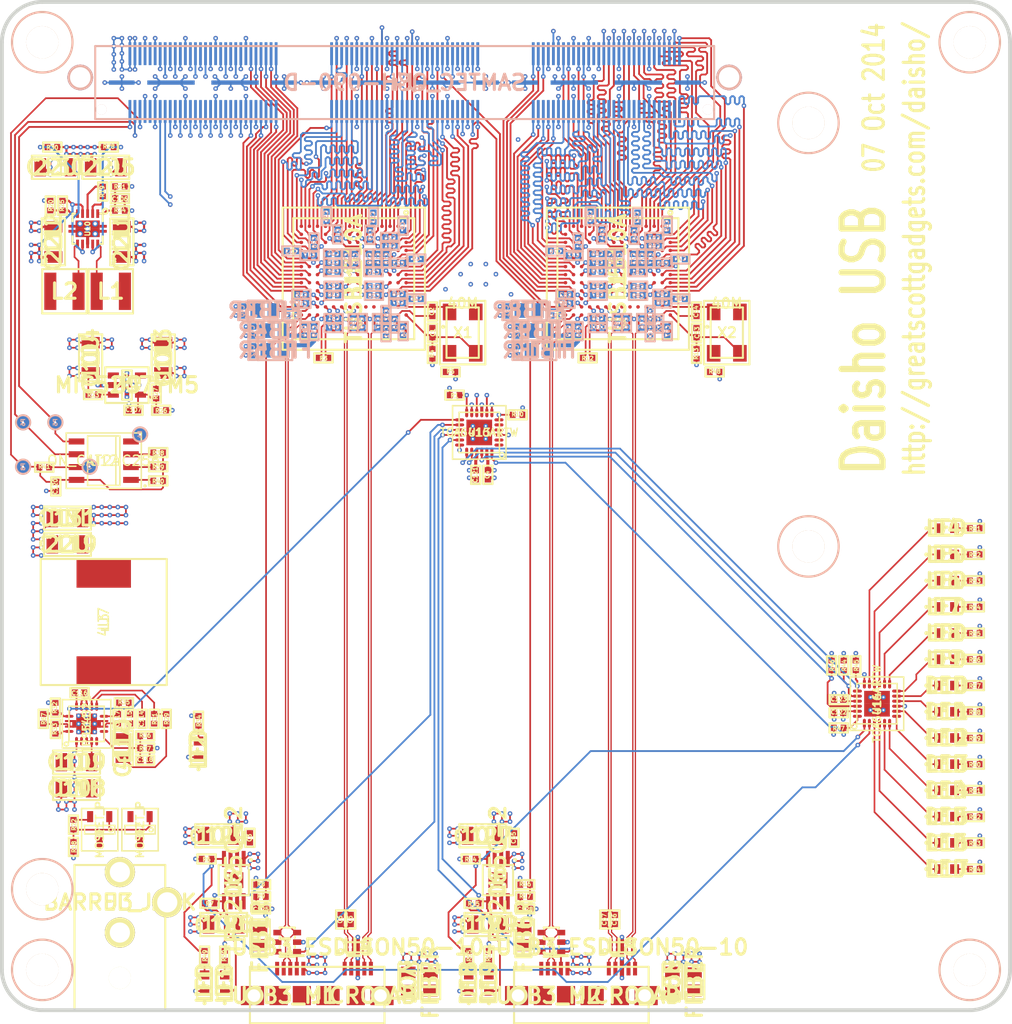
<source format=kicad_pcb>
(kicad_pcb (version 4) (host pcbnew "(2014-10-14 BZR 5188)-product")
  (title_block (date "20 mar 2014"))
  (layers (0 1_top signal) (1 2_gnd power) (2 3_inner signal) (3 4_inner signal) (4 5_pwr power) (31 6_bot signal) (34 B.Paste user hide) (35 F.Paste user hide) (36 B.SilkS user hide) (37 F.SilkS user) (38 B.Mask user hide) (39 F.Mask user hide) (44 Edge.Cuts user))
  (net 0 "")
  (net 1 /main_board_if/EEPROM_A0)
  (net 2 /main_board_if/EEPROM_A1)
  (net 3 /main_board_if/EEPROM_A2)
  (net 4 /main_board_if/EEPROM_WP)
  (net 5 /main_board_if/FE_I2C_SCL)
  (net 6 /main_board_if/FE_I2C_SDA)
  (net 7 /main_board_if/IO_INT#)
  (net 8 /main_board_if/IO_RESET#)
  (net 9 /main_board_if/IO_SCL)
  (net 10 /main_board_if/IO_SDA)
  (net 11 /main_board_if/USB0_POWER_EN)
  (net 12 /main_board_if/USB0_POWER_FLT#)
  (net 13 /main_board_if/USB0_XI)
  (net 14 /main_board_if/USB1_POWER_EN)
  (net 15 /main_board_if/USB1_POWER_FLT#)
  (net 16 /main_board_if/USB1_XI)
  (net 17 /power/V1P1_FB)
  (net 18 /power/V1P1_SW)
  (net 19 /power/V1P8_FB)
  (net 20 /power/V1P8_SW)
  (net 21 /usb0_interfaces/DM)
  (net 22 /usb0_interfaces/DP)
  (net 23 /usb0_interfaces/ELAS_BUF_MODE)
  (net 24 /usb0_interfaces/ID)
  (net 25 /usb0_interfaces/PCLK)
  (net 26 /usb0_interfaces/PHY_RESETN)
  (net 27 /usb0_interfaces/PHY_STATUS)
  (net 28 /usb0_interfaces/POWER_DOWN0)
  (net 29 /usb0_interfaces/POWER_DOWN1)
  (net 30 /usb0_interfaces/PWRPRESENT)
  (net 31 /usb0_interfaces/RESETN)
  (net 32 /usb0_interfaces/RX_DATA0)
  (net 33 /usb0_interfaces/RX_DATA1)
  (net 34 /usb0_interfaces/RX_DATA10)
  (net 35 /usb0_interfaces/RX_DATA11)
  (net 36 /usb0_interfaces/RX_DATA12)
  (net 37 /usb0_interfaces/RX_DATA13)
  (net 38 /usb0_interfaces/RX_DATA14)
  (net 39 /usb0_interfaces/RX_DATA15)
  (net 40 /usb0_interfaces/RX_DATA2)
  (net 41 /usb0_interfaces/RX_DATA3)
  (net 42 /usb0_interfaces/RX_DATA4)
  (net 43 /usb0_interfaces/RX_DATA5)
  (net 44 /usb0_interfaces/RX_DATA6)
  (net 45 /usb0_interfaces/RX_DATA7)
  (net 46 /usb0_interfaces/RX_DATA8)
  (net 47 /usb0_interfaces/RX_DATA9)
  (net 48 /usb0_interfaces/RX_DATAK0)
  (net 49 /usb0_interfaces/RX_DATAK1)
  (net 50 /usb0_interfaces/RX_ELECIDLE)
  (net 51 /usb0_interfaces/RX_POLARITY)
  (net 52 /usb0_interfaces/RX_STATUS0)
  (net 53 /usb0_interfaces/RX_STATUS1)
  (net 54 /usb0_interfaces/RX_STATUS2)
  (net 55 /usb0_interfaces/RX_TERMINATION)
  (net 56 /usb0_interfaces/RX_VALID)
  (net 57 /usb0_interfaces/SSRXM)
  (net 58 /usb0_interfaces/SSRXP)
  (net 59 /usb0_interfaces/SSTXM)
  (net 60 /usb0_interfaces/SSTXM_C)
  (net 61 /usb0_interfaces/SSTXP)
  (net 62 /usb0_interfaces/SSTXP_C)
  (net 63 /usb0_interfaces/TX_CLK)
  (net 64 /usb0_interfaces/TX_DATA0)
  (net 65 /usb0_interfaces/TX_DATA1)
  (net 66 /usb0_interfaces/TX_DATA10)
  (net 67 /usb0_interfaces/TX_DATA11)
  (net 68 /usb0_interfaces/TX_DATA12)
  (net 69 /usb0_interfaces/TX_DATA13)
  (net 70 /usb0_interfaces/TX_DATA14)
  (net 71 /usb0_interfaces/TX_DATA15)
  (net 72 /usb0_interfaces/TX_DATA2)
  (net 73 /usb0_interfaces/TX_DATA3)
  (net 74 /usb0_interfaces/TX_DATA4)
  (net 75 /usb0_interfaces/TX_DATA5)
  (net 76 /usb0_interfaces/TX_DATA6)
  (net 77 /usb0_interfaces/TX_DATA7)
  (net 78 /usb0_interfaces/TX_DATA8)
  (net 79 /usb0_interfaces/TX_DATA9)
  (net 80 /usb0_interfaces/TX_DATAK0)
  (net 81 /usb0_interfaces/TX_DATAK1)
  (net 82 /usb0_interfaces/TX_DEEMPH0)
  (net 83 /usb0_interfaces/TX_DEEMPH1)
  (net 84 /usb0_interfaces/TX_DETRX_LPBK)
  (net 85 /usb0_interfaces/TX_ELECIDLE)
  (net 86 /usb0_interfaces/TX_MARGIN0)
  (net 87 /usb0_interfaces/TX_MARGIN1)
  (net 88 /usb0_interfaces/TX_MARGIN2)
  (net 89 /usb0_interfaces/TX_ONESZEROS)
  (net 90 /usb0_interfaces/TX_SWING)
  (net 91 /usb0_interfaces/ULPI_CLK)
  (net 92 /usb0_interfaces/ULPI_DATA0)
  (net 93 /usb0_interfaces/ULPI_DATA1)
  (net 94 /usb0_interfaces/ULPI_DATA2)
  (net 95 /usb0_interfaces/ULPI_DATA3)
  (net 96 /usb0_interfaces/ULPI_DATA4)
  (net 97 /usb0_interfaces/ULPI_DATA5)
  (net 98 /usb0_interfaces/ULPI_DATA6)
  (net 99 /usb0_interfaces/ULPI_DATA7)
  (net 100 /usb0_interfaces/ULPI_DIR)
  (net 101 /usb0_interfaces/ULPI_NXT)
  (net 102 /usb0_interfaces/ULPI_STP)
  (net 103 /usb0_interfaces/USB3_SHIELD)
  (net 104 /usb0_interfaces/VBUS)
  (net 105 /usb0_interfaces/VSSOSC)
  (net 106 /usb0_interfaces/XO)
  (net 107 /usb0_power/A1P1)
  (net 108 /usb0_power/A1P8)
  (net 109 /usb0_power/A3P3)
  (net 110 /usb1_interfaces/DM)
  (net 111 /usb1_interfaces/DP)
  (net 112 /usb1_interfaces/ELAS_BUF_MODE)
  (net 113 /usb1_interfaces/ID)
  (net 114 /usb1_interfaces/PCLK)
  (net 115 /usb1_interfaces/PHY_RESETN)
  (net 116 /usb1_interfaces/PHY_STATUS)
  (net 117 /usb1_interfaces/POWER_DOWN0)
  (net 118 /usb1_interfaces/POWER_DOWN1)
  (net 119 /usb1_interfaces/PWRPRESENT)
  (net 120 /usb1_interfaces/RESETN)
  (net 121 /usb1_interfaces/RX_DATA0)
  (net 122 /usb1_interfaces/RX_DATA1)
  (net 123 /usb1_interfaces/RX_DATA10)
  (net 124 /usb1_interfaces/RX_DATA11)
  (net 125 /usb1_interfaces/RX_DATA12)
  (net 126 /usb1_interfaces/RX_DATA13)
  (net 127 /usb1_interfaces/RX_DATA14)
  (net 128 /usb1_interfaces/RX_DATA15)
  (net 129 /usb1_interfaces/RX_DATA2)
  (net 130 /usb1_interfaces/RX_DATA3)
  (net 131 /usb1_interfaces/RX_DATA4)
  (net 132 /usb1_interfaces/RX_DATA5)
  (net 133 /usb1_interfaces/RX_DATA6)
  (net 134 /usb1_interfaces/RX_DATA7)
  (net 135 /usb1_interfaces/RX_DATA8)
  (net 136 /usb1_interfaces/RX_DATA9)
  (net 137 /usb1_interfaces/RX_DATAK0)
  (net 138 /usb1_interfaces/RX_DATAK1)
  (net 139 /usb1_interfaces/RX_ELECIDLE)
  (net 140 /usb1_interfaces/RX_POLARITY)
  (net 141 /usb1_interfaces/RX_STATUS0)
  (net 142 /usb1_interfaces/RX_STATUS1)
  (net 143 /usb1_interfaces/RX_STATUS2)
  (net 144 /usb1_interfaces/RX_TERMINATION)
  (net 145 /usb1_interfaces/RX_VALID)
  (net 146 /usb1_interfaces/SSRXM)
  (net 147 /usb1_interfaces/SSRXP)
  (net 148 /usb1_interfaces/SSTXM)
  (net 149 /usb1_interfaces/SSTXM_C)
  (net 150 /usb1_interfaces/SSTXP)
  (net 151 /usb1_interfaces/SSTXP_C)
  (net 152 /usb1_interfaces/TX_CLK)
  (net 153 /usb1_interfaces/TX_DATA0)
  (net 154 /usb1_interfaces/TX_DATA1)
  (net 155 /usb1_interfaces/TX_DATA10)
  (net 156 /usb1_interfaces/TX_DATA11)
  (net 157 /usb1_interfaces/TX_DATA12)
  (net 158 /usb1_interfaces/TX_DATA13)
  (net 159 /usb1_interfaces/TX_DATA14)
  (net 160 /usb1_interfaces/TX_DATA15)
  (net 161 /usb1_interfaces/TX_DATA2)
  (net 162 /usb1_interfaces/TX_DATA3)
  (net 163 /usb1_interfaces/TX_DATA4)
  (net 164 /usb1_interfaces/TX_DATA5)
  (net 165 /usb1_interfaces/TX_DATA6)
  (net 166 /usb1_interfaces/TX_DATA7)
  (net 167 /usb1_interfaces/TX_DATA8)
  (net 168 /usb1_interfaces/TX_DATA9)
  (net 169 /usb1_interfaces/TX_DATAK0)
  (net 170 /usb1_interfaces/TX_DATAK1)
  (net 171 /usb1_interfaces/TX_DEEMPH0)
  (net 172 /usb1_interfaces/TX_DEEMPH1)
  (net 173 /usb1_interfaces/TX_DETRX_LPBK)
  (net 174 /usb1_interfaces/TX_ELECIDLE)
  (net 175 /usb1_interfaces/TX_MARGIN0)
  (net 176 /usb1_interfaces/TX_MARGIN1)
  (net 177 /usb1_interfaces/TX_MARGIN2)
  (net 178 /usb1_interfaces/TX_ONESZEROS)
  (net 179 /usb1_interfaces/TX_SWING)
  (net 180 /usb1_interfaces/ULPI_CLK)
  (net 181 /usb1_interfaces/ULPI_DATA0)
  (net 182 /usb1_interfaces/ULPI_DATA1)
  (net 183 /usb1_interfaces/ULPI_DATA2)
  (net 184 /usb1_interfaces/ULPI_DATA3)
  (net 185 /usb1_interfaces/ULPI_DATA4)
  (net 186 /usb1_interfaces/ULPI_DATA5)
  (net 187 /usb1_interfaces/ULPI_DATA6)
  (net 188 /usb1_interfaces/ULPI_DATA7)
  (net 189 /usb1_interfaces/ULPI_DIR)
  (net 190 /usb1_interfaces/ULPI_NXT)
  (net 191 /usb1_interfaces/ULPI_STP)
  (net 192 /usb1_interfaces/USB3_SHIELD)
  (net 193 /usb1_interfaces/VBUS)
  (net 194 /usb1_interfaces/VSSOSC)
  (net 195 /usb1_interfaces/XO)
  (net 196 /usb1_power/A1P1)
  (net 197 /usb1_power/A1P8)
  (net 198 /usb1_power/A3P3)
  (net 199 GND)
  (net 200 "Net-(C107-Pad1)")
  (net 201 "Net-(C118-Pad2)")
  (net 202 "Net-(Q1-PadG)")
  (net 203 "Net-(R12-Pad1)")
  (net 204 "Net-(R12-Pad2)")
  (net 205 "Net-(R16-Pad1)")
  (net 206 "Net-(R19-Pad2)")
  (net 207 "Net-(R23-Pad2)")
  (net 208 "Net-(R28-Pad1)")
  (net 209 "Net-(R3-Pad1)")
  (net 210 "Net-(R3-Pad2)")
  (net 211 "Net-(R30-Pad1)")
  (net 212 "Net-(R8-Pad1)")
  (net 213 V1P1)
  (net 214 V1P8)
  (net 215 V3P3D)
  (net 216 VRAW_SW)
  (net 217 "Net-(C114-Pad1)")
  (net 218 "Net-(D2-Pad1)")
  (net 219 "Net-(D1-Pad1)")
  (net 220 "Net-(D3-Pad1)")
  (net 221 "Net-(D4-Pad1)")
  (net 222 "Net-(D5-Pad1)")
  (net 223 "Net-(D6-Pad1)")
  (net 224 "Net-(D7-Pad1)")
  (net 225 "Net-(D8-Pad1)")
  (net 226 "Net-(D9-Pad1)")
  (net 227 "Net-(D10-Pad1)")
  (net 228 "Net-(D11-Pad1)")
  (net 229 "Net-(D12-Pad1)")
  (net 230 "Net-(D13-Pad1)")
  (net 231 "Net-(D14-Pad1)")
  (net 232 "Net-(D15-Pad1)")
  (net 233 "Net-(D16-Pad1)")
  (net 234 "Net-(D17-Pad1)")
  (net 235 "Net-(D18-Pad1)")
  (net 236 "Net-(D19-Pad1)")
  (net 237 /main_board_if/VALT_FE_PWRGD)
  (net 238 "Net-(D17-Pad2)")
  (net 239 "Net-(D16-Pad2)")
  (net 240 "Net-(D15-Pad2)")
  (net 241 "Net-(D14-Pad2)")
  (net 242 "Net-(D13-Pad2)")
  (net 243 "Net-(D12-Pad2)")
  (net 244 "Net-(D11-Pad2)")
  (net 245 "Net-(D10-Pad2)")
  (net 246 "Net-(D9-Pad2)")
  (net 247 "Net-(D8-Pad2)")
  (net 248 "Net-(D7-Pad2)")
  (net 249 "Net-(D6-Pad2)")
  (net 250 "Net-(D5-Pad2)")
  (net 251 "Net-(D4-Pad2)")
  (net 252 /usb0_interfaces/XI)
  (net 253 /usb1_interfaces/XI)
  (net 254 "Net-(R29-Pad2)")
  (net 255 "Net-(R33-Pad2)")
  (net 256 "Net-(C115-Pad1)")
  (net 257 "Net-(C117-Pad1)")
  (net 258 "Net-(C116-Pad1)")
  (net 259 /main_board_if/EEPROM_VCC)
  (net 260 VBUS_REG)
  (net 261 /power/SW_PH)
  (net 262 /power/SW_PVIN)
  (net 263 /usb0_interfaces/VBUS_RAW)
  (net 264 /usb1_interfaces/VBUS_RAW)
  (net 265 /power/DC_IN)
  (net 266 "Net-(J3-Pad3)")
  (net 267 "Net-(J4-Pad5)")
  (net 268 "Net-(J4-Pad9)")
  (net 269 "Net-(J4-Pad10)")
  (net 270 "Net-(J4-Pad58)")
  (net 271 "Net-(J4-Pad145)")
  (net 272 "Net-(U1-PadA14)")
  (net 273 "Net-(U1-PadC13)")
  (net 274 "Net-(U1-PadC14)")
  (net 275 "Net-(U1-PadD5)")
  (net 276 "Net-(U1-PadD6)")
  (net 277 "Net-(U1-PadD10)")
  (net 278 "Net-(U1-PadD11)")
  (net 279 "Net-(U1-PadE11)")
  (net 280 "Net-(U1-PadE12)")
  (net 281 "Net-(U1-PadF11)")
  (net 282 "Net-(U1-PadG11)")
  (net 283 "Net-(U1-PadH12)")
  (net 284 "Net-(U1-PadJ4)")
  (net 285 "Net-(U1-PadJ12)")
  (net 286 "Net-(U1-PadK4)")
  (net 287 "Net-(U1-PadL6)")
  (net 288 "Net-(U3-Pad6)")
  (net 289 "Net-(U5-PadA14)")
  (net 290 "Net-(U5-PadC13)")
  (net 291 "Net-(U5-PadC14)")
  (net 292 "Net-(U5-PadD5)")
  (net 293 "Net-(U5-PadD6)")
  (net 294 "Net-(U5-PadD10)")
  (net 295 "Net-(U5-PadD11)")
  (net 296 "Net-(U5-PadE11)")
  (net 297 "Net-(U5-PadE12)")
  (net 298 "Net-(U5-PadF11)")
  (net 299 "Net-(U5-PadG11)")
  (net 300 "Net-(U5-PadH12)")
  (net 301 "Net-(U5-PadJ4)")
  (net 302 "Net-(U5-PadJ12)")
  (net 303 "Net-(U5-PadK4)")
  (net 304 "Net-(U5-PadL6)")
  (net 305 "Net-(U7-Pad6)")
  (net 306 "Net-(U13-Pad1)")
  (net 307 "Net-(U13-Pad2)")
  (net 308 "Net-(U13-Pad4)")
  (net 309 "Net-(U13-Pad5)")
  (module ipc_capc1005x55n:IPC_CAPC1005X55N (layer 1_top) (at 120.2 81.3 90)
    (fp_text reference C1 (at 0 0.0508 90) (layer F.SilkS) (effects (font (size 0.4064 0.4064) (thickness 0.1016))))
    (fp_text value 27P hide)
    (pad 1 smd rect (at -0.44958 0 90) (size 0.61976 0.61976) (layers 1_top F.Paste F.Mask) (net 252 /usb0_interfaces/XI))
    (pad 2 smd rect (at 0.44958 0 90) (size 0.61976 0.61976) (layers 1_top F.Paste F.Mask) (net 105 /usb0_interfaces/VSSOSC))
  )
  (module ipc_capc1005x55n:IPC_CAPC1005X55N (layer 1_top) (at 120.2 79.2 270)
    (fp_text reference C2 (at 0 0.0508 270) (layer F.SilkS) (effects (font (size 0.4064 0.4064) (thickness 0.1016))))
    (fp_text value 27P hide)
    (pad 1 smd rect (at -0.44958 0 270) (size 0.61976 0.61976) (layers 1_top F.Paste F.Mask) (net 106 /usb0_interfaces/XO))
    (pad 2 smd rect (at 0.44958 0 270) (size 0.61976 0.61976) (layers 1_top F.Paste F.Mask) (net 105 /usb0_interfaces/VSSOSC))
  )
  (module ipc_capc1005x55n:IPC_CAPC1005X55N (layer 1_top) (at 102.1 131.4 270)
    (fp_text reference C3 (at 0 0.0508 270) (layer F.SilkS) (effects (font (size 0.4064 0.4064) (thickness 0.1016))))
    (fp_text value 100N hide)
    (pad 1 smd rect (at -0.44958 0 270) (size 0.61976 0.61976) (layers 1_top F.Paste F.Mask) (net 260 VBUS_REG))
    (pad 2 smd rect (at 0.44958 0 270) (size 0.61976 0.61976) (layers 1_top F.Paste F.Mask) (net 199 GND))
  )
  (module ipc_capc1005x55n:IPC_CAPC1005X55N (layer 1_top) (at 125.7 95.4 270)
    (fp_text reference C4 (at 0 0.0508 270) (layer F.SilkS) (effects (font (size 0.4064 0.4064) (thickness 0.1016))))
    (fp_text value 100N hide)
    (pad 1 smd rect (at -0.44958 0 270) (size 0.61976 0.61976) (layers 1_top F.Paste F.Mask) (net 214 V1P8))
    (pad 2 smd rect (at 0.44958 0 270) (size 0.61976 0.61976) (layers 1_top F.Paste F.Mask) (net 199 GND))
  )
  (module ipc_capc1005x55n:IPC_CAPC1005X55N (layer 1_top) (at 112.1 139.5 270)
    (fp_text reference C5 (at 0 0.0508 270) (layer F.SilkS) (effects (font (size 0.4064 0.4064) (thickness 0.1016))))
    (fp_text value 100N hide)
    (pad 1 smd rect (at -0.44958 0 270) (size 0.61976 0.61976) (layers 1_top F.Paste F.Mask) (net 61 /usb0_interfaces/SSTXP))
    (pad 2 smd rect (at 0.44958 0 270) (size 0.61976 0.61976) (layers 1_top F.Paste F.Mask) (net 62 /usb0_interfaces/SSTXP_C))
  )
  (module ipc_capc1005x55n:IPC_CAPC1005X55N (layer 1_top) (at 111.1 139.5 270)
    (fp_text reference C6 (at 0 0.0508 270) (layer F.SilkS) (effects (font (size 0.4064 0.4064) (thickness 0.1016))))
    (fp_text value 100N hide)
    (pad 1 smd rect (at -0.44958 0 270) (size 0.61976 0.61976) (layers 1_top F.Paste F.Mask) (net 59 /usb0_interfaces/SSTXM))
    (pad 2 smd rect (at 0.44958 0 270) (size 0.61976 0.61976) (layers 1_top F.Paste F.Mask) (net 60 /usb0_interfaces/SSTXM_C))
  )
  (module ipc_capc1005x55n:IPC_CAPC1005X55N (layer 6_bot) (at 117.3 70.7 90)
    (fp_text reference C8 (at 0 -0.0508 90) (layer B.SilkS) (effects (font (size 0.4064 0.4064) (thickness 0.1016)) (justify mirror)))
    (fp_text value 100N hide)
    (pad 1 smd rect (at -0.44958 0 90) (size 0.61976 0.61976) (layers 6_bot B.Paste B.Mask) (net 214 V1P8))
    (pad 2 smd rect (at 0.44958 0 90) (size 0.61976 0.61976) (layers 6_bot B.Paste B.Mask) (net 199 GND))
  )
  (module ipc_capc1005x55n:IPC_CAPC1005X55N (layer 6_bot) (at 118.6 74)
    (fp_text reference C9 (at 0 -0.0508) (layer B.SilkS) (effects (font (size 0.4064 0.4064) (thickness 0.1016)) (justify mirror)))
    (fp_text value 100N hide)
    (pad 1 smd rect (at -0.44958 0) (size 0.61976 0.61976) (layers 6_bot B.Paste B.Mask) (net 213 V1P1))
    (pad 2 smd rect (at 0.44958 0) (size 0.61976 0.61976) (layers 6_bot B.Paste B.Mask) (net 199 GND))
  )
  (module ipc_capc1005x55n:IPC_CAPC1005X55N (layer 6_bot) (at 115.6 73.95 270)
    (fp_text reference C10 (at 0 -0.0508 270) (layer B.SilkS) (effects (font (size 0.4064 0.4064) (thickness 0.1016)) (justify mirror)))
    (fp_text value 100N hide)
    (pad 1 smd rect (at -0.44958 0 270) (size 0.61976 0.61976) (layers 6_bot B.Paste B.Mask) (net 214 V1P8))
    (pad 2 smd rect (at 0.44958 0 270) (size 0.61976 0.61976) (layers 6_bot B.Paste B.Mask) (net 199 GND))
  )
  (module ipc_capc1005x55n:IPC_CAPC1005X55N (layer 6_bot) (at 116 72.65 180)
    (fp_text reference C11 (at 0 -0.0508 180) (layer B.SilkS) (effects (font (size 0.4064 0.4064) (thickness 0.1016)) (justify mirror)))
    (fp_text value 100N hide)
    (pad 1 smd rect (at -0.44958 0 180) (size 0.61976 0.61976) (layers 6_bot B.Paste B.Mask) (net 213 V1P1))
    (pad 2 smd rect (at 0.44958 0 180) (size 0.61976 0.61976) (layers 6_bot B.Paste B.Mask) (net 199 GND))
  )
  (module ipc_capc1005x55n:IPC_CAPC1005X55N (layer 6_bot) (at 114.4 76.7 180)
    (fp_text reference C12 (at 0 -0.0508 180) (layer B.SilkS) (effects (font (size 0.4064 0.4064) (thickness 0.1016)) (justify mirror)))
    (fp_text value 100N hide)
    (pad 1 smd rect (at -0.44958 0 180) (size 0.61976 0.61976) (layers 6_bot B.Paste B.Mask) (net 214 V1P8))
    (pad 2 smd rect (at 0.44958 0 180) (size 0.61976 0.61976) (layers 6_bot B.Paste B.Mask) (net 199 GND))
  )
  (module ipc_capc1005x55n:IPC_CAPC1005X55N (layer 6_bot) (at 114.35 69.85 90)
    (fp_text reference C13 (at 0 -0.0508 90) (layer B.SilkS) (effects (font (size 0.4064 0.4064) (thickness 0.1016)) (justify mirror)))
    (fp_text value 100N hide)
    (pad 1 smd rect (at -0.44958 0 90) (size 0.61976 0.61976) (layers 6_bot B.Paste B.Mask) (net 213 V1P1))
    (pad 2 smd rect (at 0.44958 0 90) (size 0.61976 0.61976) (layers 6_bot B.Paste B.Mask) (net 199 GND))
  )
  (module ipc_capc1005x55n:IPC_CAPC1005X55N (layer 6_bot) (at 114.75 73.95 270)
    (fp_text reference C14 (at 0 -0.0508 270) (layer B.SilkS) (effects (font (size 0.4064 0.4064) (thickness 0.1016)) (justify mirror)))
    (fp_text value 100N hide)
    (pad 1 smd rect (at -0.44958 0 270) (size 0.61976 0.61976) (layers 6_bot B.Paste B.Mask) (net 214 V1P8))
    (pad 2 smd rect (at 0.44958 0 270) (size 0.61976 0.61976) (layers 6_bot B.Paste B.Mask) (net 199 GND))
  )
  (module ipc_capc1005x55n:IPC_CAPC1005X55N (layer 6_bot) (at 110.8 71.55 270)
    (fp_text reference C15 (at 0 -0.0508 270) (layer B.SilkS) (effects (font (size 0.4064 0.4064) (thickness 0.1016)) (justify mirror)))
    (fp_text value 100N hide)
    (pad 1 smd rect (at -0.44958 0 270) (size 0.61976 0.61976) (layers 6_bot B.Paste B.Mask) (net 213 V1P1))
    (pad 2 smd rect (at 0.44958 0 270) (size 0.61976 0.61976) (layers 6_bot B.Paste B.Mask) (net 199 GND))
  )
  (module ipc_capc1005x55n:IPC_CAPC1005X55N (layer 6_bot) (at 112.5 73.95 270)
    (fp_text reference C16 (at 0 -0.0508 270) (layer B.SilkS) (effects (font (size 0.4064 0.4064) (thickness 0.1016)) (justify mirror)))
    (fp_text value 100N hide)
    (pad 1 smd rect (at -0.44958 0 270) (size 0.61976 0.61976) (layers 6_bot B.Paste B.Mask) (net 214 V1P8))
    (pad 2 smd rect (at 0.44958 0 270) (size 0.61976 0.61976) (layers 6_bot B.Paste B.Mask) (net 199 GND))
  )
  (module ipc_capc1005x55n:IPC_CAPC1005X55N (layer 6_bot) (at 108 73.65)
    (fp_text reference C17 (at 0 -0.0508) (layer B.SilkS) (effects (font (size 0.4064 0.4064) (thickness 0.1016)) (justify mirror)))
    (fp_text value 100N hide)
    (pad 1 smd rect (at -0.44958 0) (size 0.61976 0.61976) (layers 6_bot B.Paste B.Mask) (net 213 V1P1))
    (pad 2 smd rect (at 0.44958 0) (size 0.61976 0.61976) (layers 6_bot B.Paste B.Mask) (net 199 GND))
  )
  (module ipc_capc1005x55n:IPC_CAPC1005X55N (layer 6_bot) (at 110.35 74.4)
    (fp_text reference C18 (at 0 -0.0508) (layer B.SilkS) (effects (font (size 0.4064 0.4064) (thickness 0.1016)) (justify mirror)))
    (fp_text value 100N hide)
    (pad 1 smd rect (at -0.44958 0) (size 0.61976 0.61976) (layers 6_bot B.Paste B.Mask) (net 214 V1P8))
    (pad 2 smd rect (at 0.44958 0) (size 0.61976 0.61976) (layers 6_bot B.Paste B.Mask) (net 199 GND))
  )
  (module ipc_capc1005x55n:IPC_CAPC1005X55N (layer 6_bot) (at 107.2 78.4 180)
    (fp_text reference C19 (at 0 -0.0508 180) (layer B.SilkS) (effects (font (size 0.4064 0.4064) (thickness 0.1016)) (justify mirror)))
    (fp_text value 100N hide)
    (pad 1 smd rect (at -0.44958 0 180) (size 0.61976 0.61976) (layers 6_bot B.Paste B.Mask) (net 213 V1P1))
    (pad 2 smd rect (at 0.44958 0 180) (size 0.61976 0.61976) (layers 6_bot B.Paste B.Mask) (net 199 GND))
  )
  (module ipc_capc1005x55n:IPC_CAPC1005X55N (layer 6_bot) (at 108.45 72.35 270)
    (fp_text reference C20 (at 0 -0.0508 270) (layer B.SilkS) (effects (font (size 0.4064 0.4064) (thickness 0.1016)) (justify mirror)))
    (fp_text value 100N hide)
    (pad 1 smd rect (at -0.44958 0 270) (size 0.61976 0.61976) (layers 6_bot B.Paste B.Mask) (net 214 V1P8))
    (pad 2 smd rect (at 0.44958 0 270) (size 0.61976 0.61976) (layers 6_bot B.Paste B.Mask) (net 199 GND))
  )
  (module ipc_capc1005x55n:IPC_CAPC1005X55N (layer 6_bot) (at 110.4 79.9)
    (fp_text reference C21 (at 0 -0.0508) (layer B.SilkS) (effects (font (size 0.4064 0.4064) (thickness 0.1016)) (justify mirror)))
    (fp_text value 100N hide)
    (pad 1 smd rect (at -0.44958 0) (size 0.61976 0.61976) (layers 6_bot B.Paste B.Mask) (net 213 V1P1))
    (pad 2 smd rect (at 0.44958 0) (size 0.61976 0.61976) (layers 6_bot B.Paste B.Mask) (net 199 GND))
  )
  (module ipc_capc1005x55n:IPC_CAPC1005X55N (layer 6_bot) (at 110.4 76.7)
    (fp_text reference C22 (at 0 -0.0508) (layer B.SilkS) (effects (font (size 0.4064 0.4064) (thickness 0.1016)) (justify mirror)))
    (fp_text value 100N hide)
    (pad 1 smd rect (at -0.44958 0) (size 0.61976 0.61976) (layers 6_bot B.Paste B.Mask) (net 214 V1P8))
    (pad 2 smd rect (at 0.44958 0) (size 0.61976 0.61976) (layers 6_bot B.Paste B.Mask) (net 199 GND))
  )
  (module ipc_capc1005x55n:IPC_CAPC1005X55N (layer 6_bot) (at 116.85 74.4 180)
    (fp_text reference C23 (at 0 -0.0508 180) (layer B.SilkS) (effects (font (size 0.4064 0.4064) (thickness 0.1016)) (justify mirror)))
    (fp_text value 100N hide)
    (pad 1 smd rect (at -0.44958 0 180) (size 0.61976 0.61976) (layers 6_bot B.Paste B.Mask) (net 213 V1P1))
    (pad 2 smd rect (at 0.44958 0 180) (size 0.61976 0.61976) (layers 6_bot B.Paste B.Mask) (net 199 GND))
  )
  (module ipc_capc1005x55n:IPC_CAPC1005X55N (layer 6_bot) (at 116 71.85 180)
    (fp_text reference C24 (at 0 -0.0508 180) (layer B.SilkS) (effects (font (size 0.4064 0.4064) (thickness 0.1016)) (justify mirror)))
    (fp_text value 100N hide)
    (pad 1 smd rect (at -0.44958 0 180) (size 0.61976 0.61976) (layers 6_bot B.Paste B.Mask) (net 214 V1P8))
    (pad 2 smd rect (at 0.44958 0 180) (size 0.61976 0.61976) (layers 6_bot B.Paste B.Mask) (net 199 GND))
  )
  (module ipc_capc1005x55n:IPC_CAPC1005X55N (layer 6_bot) (at 118.6 77.95)
    (fp_text reference C25 (at 0 -0.0508) (layer B.SilkS) (effects (font (size 0.4064 0.4064) (thickness 0.1016)) (justify mirror)))
    (fp_text value 100N hide)
    (pad 1 smd rect (at -0.44958 0) (size 0.61976 0.61976) (layers 6_bot B.Paste B.Mask) (net 213 V1P1))
    (pad 2 smd rect (at 0.44958 0) (size 0.61976 0.61976) (layers 6_bot B.Paste B.Mask) (net 199 GND))
  )
  (module ipc_capc1005x55n:IPC_CAPC1005X55N (layer 6_bot) (at 114.35 75.25 180)
    (fp_text reference C26 (at 0 -0.0508 180) (layer B.SilkS) (effects (font (size 0.4064 0.4064) (thickness 0.1016)) (justify mirror)))
    (fp_text value 100N hide)
    (pad 1 smd rect (at -0.44958 0 180) (size 0.61976 0.61976) (layers 6_bot B.Paste B.Mask) (net 214 V1P8))
    (pad 2 smd rect (at 0.44958 0 180) (size 0.61976 0.61976) (layers 6_bot B.Paste B.Mask) (net 199 GND))
  )
  (module ipc_capc1005x55n:IPC_CAPC1005X55N (layer 6_bot) (at 116.8 78.35)
    (fp_text reference C27 (at 0 -0.0508) (layer B.SilkS) (effects (font (size 0.4064 0.4064) (thickness 0.1016)) (justify mirror)))
    (fp_text value 100N hide)
    (pad 1 smd rect (at -0.44958 0) (size 0.61976 0.61976) (layers 6_bot B.Paste B.Mask) (net 213 V1P1))
    (pad 2 smd rect (at 0.44958 0) (size 0.61976 0.61976) (layers 6_bot B.Paste B.Mask) (net 199 GND))
  )
  (module ipc_capc1005x55n:IPC_CAPC1005X55N (layer 6_bot) (at 114.4 77.6 180)
    (fp_text reference C28 (at 0 -0.0508 180) (layer B.SilkS) (effects (font (size 0.4064 0.4064) (thickness 0.1016)) (justify mirror)))
    (fp_text value 100N hide)
    (pad 1 smd rect (at -0.44958 0 180) (size 0.61976 0.61976) (layers 6_bot B.Paste B.Mask) (net 214 V1P8))
    (pad 2 smd rect (at 0.44958 0 180) (size 0.61976 0.61976) (layers 6_bot B.Paste B.Mask) (net 199 GND))
  )
  (module ipc_capc1005x55n:IPC_CAPC1005X55N (layer 6_bot) (at 114 71.6 270)
    (fp_text reference C29 (at 0 -0.0508 270) (layer B.SilkS) (effects (font (size 0.4064 0.4064) (thickness 0.1016)) (justify mirror)))
    (fp_text value 100N hide)
    (pad 1 smd rect (at -0.44958 0 270) (size 0.61976 0.61976) (layers 6_bot B.Paste B.Mask) (net 213 V1P1))
    (pad 2 smd rect (at 0.44958 0 270) (size 0.61976 0.61976) (layers 6_bot B.Paste B.Mask) (net 199 GND))
  )
  (module ipc_capc1005x55n:IPC_CAPC1005X55N (layer 6_bot) (at 113.9 73.95 270)
    (fp_text reference C30 (at 0 -0.0508 270) (layer B.SilkS) (effects (font (size 0.4064 0.4064) (thickness 0.1016)) (justify mirror)))
    (fp_text value 100N hide)
    (pad 1 smd rect (at -0.44958 0 270) (size 0.61976 0.61976) (layers 6_bot B.Paste B.Mask) (net 214 V1P8))
    (pad 2 smd rect (at 0.44958 0 270) (size 0.61976 0.61976) (layers 6_bot B.Paste B.Mask) (net 199 GND))
  )
  (module ipc_capc1005x55n:IPC_CAPC1005X55N (layer 6_bot) (at 109.7 69.75 90)
    (fp_text reference C31 (at 0 -0.0508 90) (layer B.SilkS) (effects (font (size 0.4064 0.4064) (thickness 0.1016)) (justify mirror)))
    (fp_text value 100N hide)
    (pad 1 smd rect (at -0.44958 0 90) (size 0.61976 0.61976) (layers 6_bot B.Paste B.Mask) (net 213 V1P1))
    (pad 2 smd rect (at 0.44958 0 90) (size 0.61976 0.61976) (layers 6_bot B.Paste B.Mask) (net 199 GND))
  )
  (module ipc_capc1005x55n:IPC_CAPC1005X55N (layer 6_bot) (at 111.65 73.95 270)
    (fp_text reference C32 (at 0 -0.0508 270) (layer B.SilkS) (effects (font (size 0.4064 0.4064) (thickness 0.1016)) (justify mirror)))
    (fp_text value 100N hide)
    (pad 1 smd rect (at -0.44958 0 270) (size 0.61976 0.61976) (layers 6_bot B.Paste B.Mask) (net 214 V1P8))
    (pad 2 smd rect (at 0.44958 0 270) (size 0.61976 0.61976) (layers 6_bot B.Paste B.Mask) (net 199 GND))
  )
  (module ipc_capc1005x55n:IPC_CAPC1005X55N (layer 6_bot) (at 106.2 73.2 180)
    (fp_text reference C33 (at 0 -0.0508 180) (layer B.SilkS) (effects (font (size 0.4064 0.4064) (thickness 0.1016)) (justify mirror)))
    (fp_text value 100N hide)
    (pad 1 smd rect (at -0.44958 0 180) (size 0.61976 0.61976) (layers 6_bot B.Paste B.Mask) (net 213 V1P1))
    (pad 2 smd rect (at 0.44958 0 180) (size 0.61976 0.61976) (layers 6_bot B.Paste B.Mask) (net 199 GND))
  )
  (module ipc_capc1005x55n:IPC_CAPC1005X55N (layer 6_bot) (at 110.35 73.5)
    (fp_text reference C34 (at 0 -0.0508) (layer B.SilkS) (effects (font (size 0.4064 0.4064) (thickness 0.1016)) (justify mirror)))
    (fp_text value 100N hide)
    (pad 1 smd rect (at -0.44958 0) (size 0.61976 0.61976) (layers 6_bot B.Paste B.Mask) (net 214 V1P8))
    (pad 2 smd rect (at 0.44958 0) (size 0.61976 0.61976) (layers 6_bot B.Paste B.Mask) (net 199 GND))
  )
  (module ipc_capc1005x55n:IPC_CAPC1005X55N (layer 6_bot) (at 107.2 77.5 180)
    (fp_text reference C35 (at 0 -0.0508 180) (layer B.SilkS) (effects (font (size 0.4064 0.4064) (thickness 0.1016)) (justify mirror)))
    (fp_text value 100N hide)
    (pad 1 smd rect (at -0.44958 0 180) (size 0.61976 0.61976) (layers 6_bot B.Paste B.Mask) (net 213 V1P1))
    (pad 2 smd rect (at 0.44958 0 180) (size 0.61976 0.61976) (layers 6_bot B.Paste B.Mask) (net 199 GND))
  )
  (module ipc_capc1005x55n:IPC_CAPC1005X55N (layer 6_bot) (at 110.35 75.25)
    (fp_text reference C36 (at 0 -0.0508) (layer B.SilkS) (effects (font (size 0.4064 0.4064) (thickness 0.1016)) (justify mirror)))
    (fp_text value 100N hide)
    (pad 1 smd rect (at -0.44958 0) (size 0.61976 0.61976) (layers 6_bot B.Paste B.Mask) (net 214 V1P8))
    (pad 2 smd rect (at 0.44958 0) (size 0.61976 0.61976) (layers 6_bot B.Paste B.Mask) (net 199 GND))
  )
  (module ipc_capc1005x55n:IPC_CAPC1005X55N (layer 6_bot) (at 114.75 80.35 270)
    (fp_text reference C37 (at 0 -0.0508 270) (layer B.SilkS) (effects (font (size 0.4064 0.4064) (thickness 0.1016)) (justify mirror)))
    (fp_text value 100N hide)
    (pad 1 smd rect (at -0.44958 0 270) (size 0.61976 0.61976) (layers 6_bot B.Paste B.Mask) (net 213 V1P1))
    (pad 2 smd rect (at 0.44958 0 270) (size 0.61976 0.61976) (layers 6_bot B.Paste B.Mask) (net 199 GND))
  )
  (module ipc_capc1005x55n:IPC_CAPC1005X55N (layer 6_bot) (at 110.4 77.6)
    (fp_text reference C38 (at 0 -0.0508) (layer B.SilkS) (effects (font (size 0.4064 0.4064) (thickness 0.1016)) (justify mirror)))
    (fp_text value 100N hide)
    (pad 1 smd rect (at -0.44958 0) (size 0.61976 0.61976) (layers 6_bot B.Paste B.Mask) (net 214 V1P8))
    (pad 2 smd rect (at 0.44958 0) (size 0.61976 0.61976) (layers 6_bot B.Paste B.Mask) (net 199 GND))
  )
  (module ipc_capc1005x55n:IPC_CAPC1005X55N (layer 6_bot) (at 101.4 79.15 270)
    (fp_text reference C40 (at 0 0.0508 270) (layer B.SilkS) (effects (font (size 0.4064 0.4064) (thickness 0.1016)) (justify mirror)))
    (fp_text value 100N hide)
    (pad 1 smd rect (at -0.44958 0 270) (size 0.61976 0.61976) (layers 6_bot B.Paste B.Mask) (net 215 V3P3D))
    (pad 2 smd rect (at 0.44958 0 270) (size 0.61976 0.61976) (layers 6_bot B.Paste B.Mask) (net 199 GND))
  )
  (module ipc_capc1005x55n:IPC_CAPC1005X55N (layer 6_bot) (at 102.4 81.15 270)
    (fp_text reference C41 (at 0 0.0508 270) (layer B.SilkS) (effects (font (size 0.4064 0.4064) (thickness 0.1016)) (justify mirror)))
    (fp_text value 100N hide)
    (pad 1 smd rect (at -0.44958 0 270) (size 0.61976 0.61976) (layers 6_bot B.Paste B.Mask) (net 214 V1P8))
    (pad 2 smd rect (at 0.44958 0 270) (size 0.61976 0.61976) (layers 6_bot B.Paste B.Mask) (net 199 GND))
  )
  (module ipc_capc1005x55n:IPC_CAPC1005X55N (layer 6_bot) (at 102.4 83.1 270)
    (fp_text reference C42 (at 0 0.0508 270) (layer B.SilkS) (effects (font (size 0.4064 0.4064) (thickness 0.1016)) (justify mirror)))
    (fp_text value 100N hide)
    (pad 1 smd rect (at -0.44958 0 270) (size 0.61976 0.61976) (layers 6_bot B.Paste B.Mask) (net 213 V1P1))
    (pad 2 smd rect (at 0.44958 0 270) (size 0.61976 0.61976) (layers 6_bot B.Paste B.Mask) (net 199 GND))
  )
  (module ipc_capc1005x55n:IPC_CAPC1005X55N (layer 6_bot) (at 106.25 79.6 180)
    (fp_text reference C43 (at 0 -0.0508 180) (layer B.SilkS) (effects (font (size 0.4064 0.4064) (thickness 0.1016)) (justify mirror)))
    (fp_text value 100N hide)
    (pad 1 smd rect (at -0.44958 0 180) (size 0.61976 0.61976) (layers 6_bot B.Paste B.Mask) (net 109 /usb0_power/A3P3))
    (pad 2 smd rect (at 0.44958 0 180) (size 0.61976 0.61976) (layers 6_bot B.Paste B.Mask) (net 199 GND))
  )
  (module ipc_capc1005x55n:IPC_CAPC1005X55N (layer 6_bot) (at 107.55 81.15 90)
    (fp_text reference C44 (at 0 -0.0508 90) (layer B.SilkS) (effects (font (size 0.4064 0.4064) (thickness 0.1016)) (justify mirror)))
    (fp_text value 100N hide)
    (pad 1 smd rect (at -0.44958 0 90) (size 0.61976 0.61976) (layers 6_bot B.Paste B.Mask) (net 108 /usb0_power/A1P8))
    (pad 2 smd rect (at 0.44958 0 90) (size 0.61976 0.61976) (layers 6_bot B.Paste B.Mask) (net 199 GND))
  )
  (module ipc_capc1005x55n:IPC_CAPC1005X55N (layer 6_bot) (at 116.45 80.4 270)
    (fp_text reference C45 (at 0 -0.0508 270) (layer B.SilkS) (effects (font (size 0.4064 0.4064) (thickness 0.1016)) (justify mirror)))
    (fp_text value 100N hide)
    (pad 1 smd rect (at -0.44958 0 270) (size 0.61976 0.61976) (layers 6_bot B.Paste B.Mask) (net 107 /usb0_power/A1P1))
    (pad 2 smd rect (at 0.44958 0 270) (size 0.61976 0.61976) (layers 6_bot B.Paste B.Mask) (net 199 GND))
  )
  (module ipc_capc1005x55n:IPC_CAPC1005X55N (layer 6_bot) (at 117.3 81.15 270)
    (fp_text reference C46 (at 0 -0.0508 270) (layer B.SilkS) (effects (font (size 0.4064 0.4064) (thickness 0.1016)) (justify mirror)))
    (fp_text value 100N hide)
    (pad 1 smd rect (at -0.44958 0 270) (size 0.61976 0.61976) (layers 6_bot B.Paste B.Mask) (net 108 /usb0_power/A1P8))
    (pad 2 smd rect (at 0.44958 0 270) (size 0.61976 0.61976) (layers 6_bot B.Paste B.Mask) (net 199 GND))
  )
  (module ipc_capc1005x55n:IPC_CAPC1005X55N (layer 6_bot) (at 110.4 80.8)
    (fp_text reference C47 (at 0 -0.0508) (layer B.SilkS) (effects (font (size 0.4064 0.4064) (thickness 0.1016)) (justify mirror)))
    (fp_text value 100N hide)
    (pad 1 smd rect (at -0.44958 0) (size 0.61976 0.61976) (layers 6_bot B.Paste B.Mask) (net 107 /usb0_power/A1P1))
    (pad 2 smd rect (at 0.44958 0) (size 0.61976 0.61976) (layers 6_bot B.Paste B.Mask) (net 199 GND))
  )
  (module ipc_capc1005x55n:IPC_CAPC1005X55N (layer 6_bot) (at 116.8 77.5)
    (fp_text reference C48 (at 0 -0.0508) (layer B.SilkS) (effects (font (size 0.4064 0.4064) (thickness 0.1016)) (justify mirror)))
    (fp_text value 100N hide)
    (pad 1 smd rect (at -0.44958 0) (size 0.61976 0.61976) (layers 6_bot B.Paste B.Mask) (net 108 /usb0_power/A1P8))
    (pad 2 smd rect (at 0.44958 0) (size 0.61976 0.61976) (layers 6_bot B.Paste B.Mask) (net 199 GND))
  )
  (module ipc_capc1005x55n:IPC_CAPC1005X55N (layer 6_bot) (at 113.25 80.35 90)
    (fp_text reference C49 (at 0 -0.0508 90) (layer B.SilkS) (effects (font (size 0.4064 0.4064) (thickness 0.1016)) (justify mirror)))
    (fp_text value 100N hide)
    (pad 1 smd rect (at -0.44958 0 90) (size 0.61976 0.61976) (layers 6_bot B.Paste B.Mask) (net 107 /usb0_power/A1P1))
    (pad 2 smd rect (at 0.44958 0 90) (size 0.61976 0.61976) (layers 6_bot B.Paste B.Mask) (net 199 GND))
  )
  (module ipc_capc1005x55n:IPC_CAPC1005X55N (layer 6_bot) (at 112.35 80.35 90)
    (fp_text reference C50 (at 0 -0.0508 90) (layer B.SilkS) (effects (font (size 0.4064 0.4064) (thickness 0.1016)) (justify mirror)))
    (fp_text value 100N hide)
    (pad 1 smd rect (at -0.44958 0 90) (size 0.61976 0.61976) (layers 6_bot B.Paste B.Mask) (net 107 /usb0_power/A1P1))
    (pad 2 smd rect (at 0.44958 0 90) (size 0.61976 0.61976) (layers 6_bot B.Paste B.Mask) (net 199 GND))
  )
  (module ipc_capc1005x55n:IPC_CAPC1005X55N (layer 6_bot) (at 115.6 81.25 270)
    (fp_text reference C51 (at 0 -0.0508 270) (layer B.SilkS) (effects (font (size 0.4064 0.4064) (thickness 0.1016)) (justify mirror)))
    (fp_text value 100N hide)
    (pad 1 smd rect (at -0.44958 0 270) (size 0.61976 0.61976) (layers 6_bot B.Paste B.Mask) (net 107 /usb0_power/A1P1))
    (pad 2 smd rect (at 0.44958 0 270) (size 0.61976 0.61976) (layers 6_bot B.Paste B.Mask) (net 199 GND))
  )
  (module ipc_capc1005x55n:IPC_CAPC1005X55N (layer 6_bot) (at 115.6 79.55 270)
    (fp_text reference C52 (at 0 -0.0508 270) (layer B.SilkS) (effects (font (size 0.4064 0.4064) (thickness 0.1016)) (justify mirror)))
    (fp_text value 100N hide)
    (pad 1 smd rect (at -0.44958 0 270) (size 0.61976 0.61976) (layers 6_bot B.Paste B.Mask) (net 107 /usb0_power/A1P1))
    (pad 2 smd rect (at 0.44958 0 270) (size 0.61976 0.61976) (layers 6_bot B.Paste B.Mask) (net 199 GND))
  )
  (module ipc_capc1005x55n:IPC_CAPC1005X55N (layer 1_top) (at 146.4 81.3 90)
    (fp_text reference C53 (at 0 0.0508 90) (layer F.SilkS) (effects (font (size 0.4064 0.4064) (thickness 0.1016))))
    (fp_text value 27P hide)
    (pad 1 smd rect (at -0.44958 0 90) (size 0.61976 0.61976) (layers 1_top F.Paste F.Mask) (net 253 /usb1_interfaces/XI))
    (pad 2 smd rect (at 0.44958 0 90) (size 0.61976 0.61976) (layers 1_top F.Paste F.Mask) (net 194 /usb1_interfaces/VSSOSC))
  )
  (module ipc_capc1005x55n:IPC_CAPC1005X55N (layer 1_top) (at 146.4 79.2 270)
    (fp_text reference C54 (at 0 0.0508 270) (layer F.SilkS) (effects (font (size 0.4064 0.4064) (thickness 0.1016))))
    (fp_text value 27P hide)
    (pad 1 smd rect (at -0.44958 0 270) (size 0.61976 0.61976) (layers 1_top F.Paste F.Mask) (net 195 /usb1_interfaces/XO))
    (pad 2 smd rect (at 0.44958 0 270) (size 0.61976 0.61976) (layers 1_top F.Paste F.Mask) (net 194 /usb1_interfaces/VSSOSC))
  )
  (module ipc_capc1005x55n:IPC_CAPC1005X55N (layer 1_top) (at 128.3 131.4 270)
    (fp_text reference C55 (at 0 0.0508 270) (layer F.SilkS) (effects (font (size 0.4064 0.4064) (thickness 0.1016))))
    (fp_text value 100N hide)
    (pad 1 smd rect (at -0.44958 0 270) (size 0.61976 0.61976) (layers 1_top F.Paste F.Mask) (net 260 VBUS_REG))
    (pad 2 smd rect (at 0.44958 0 270) (size 0.61976 0.61976) (layers 1_top F.Paste F.Mask) (net 199 GND))
  )
  (module ipc_capc1005x55n:IPC_CAPC1005X55N (layer 1_top) (at 138.3 139.5 270)
    (fp_text reference C56 (at 0 0.0508 270) (layer F.SilkS) (effects (font (size 0.4064 0.4064) (thickness 0.1016))))
    (fp_text value 100N hide)
    (pad 1 smd rect (at -0.44958 0 270) (size 0.61976 0.61976) (layers 1_top F.Paste F.Mask) (net 150 /usb1_interfaces/SSTXP))
    (pad 2 smd rect (at 0.44958 0 270) (size 0.61976 0.61976) (layers 1_top F.Paste F.Mask) (net 151 /usb1_interfaces/SSTXP_C))
  )
  (module ipc_capc1005x55n:IPC_CAPC1005X55N (layer 1_top) (at 137.3 139.5 270)
    (fp_text reference C57 (at 0 0.0508 270) (layer F.SilkS) (effects (font (size 0.4064 0.4064) (thickness 0.1016))))
    (fp_text value 100N hide)
    (pad 1 smd rect (at -0.44958 0 270) (size 0.61976 0.61976) (layers 1_top F.Paste F.Mask) (net 148 /usb1_interfaces/SSTXM))
    (pad 2 smd rect (at 0.44958 0 270) (size 0.61976 0.61976) (layers 1_top F.Paste F.Mask) (net 149 /usb1_interfaces/SSTXM_C))
  )
  (module ipc_capc1005x55n:IPC_CAPC1005X55N (layer 6_bot) (at 143.5 70.7 90)
    (fp_text reference C59 (at 0 -0.0508 90) (layer B.SilkS) (effects (font (size 0.4064 0.4064) (thickness 0.1016)) (justify mirror)))
    (fp_text value 100N hide)
    (pad 1 smd rect (at -0.44958 0 90) (size 0.61976 0.61976) (layers 6_bot B.Paste B.Mask) (net 214 V1P8))
    (pad 2 smd rect (at 0.44958 0 90) (size 0.61976 0.61976) (layers 6_bot B.Paste B.Mask) (net 199 GND))
  )
  (module ipc_capc1005x55n:IPC_CAPC1005X55N (layer 6_bot) (at 135.9 69.75 90)
    (fp_text reference C60 (at 0 -0.0508 90) (layer B.SilkS) (effects (font (size 0.4064 0.4064) (thickness 0.1016)) (justify mirror)))
    (fp_text value 100N hide)
    (pad 1 smd rect (at -0.44958 0 90) (size 0.61976 0.61976) (layers 6_bot B.Paste B.Mask) (net 213 V1P1))
    (pad 2 smd rect (at 0.44958 0 90) (size 0.61976 0.61976) (layers 6_bot B.Paste B.Mask) (net 199 GND))
  )
  (module ipc_capc1005x55n:IPC_CAPC1005X55N (layer 6_bot) (at 134.65 72.35 270)
    (fp_text reference C61 (at 0 -0.0508 270) (layer B.SilkS) (effects (font (size 0.4064 0.4064) (thickness 0.1016)) (justify mirror)))
    (fp_text value 100N hide)
    (pad 1 smd rect (at -0.44958 0 270) (size 0.61976 0.61976) (layers 6_bot B.Paste B.Mask) (net 214 V1P8))
    (pad 2 smd rect (at 0.44958 0 270) (size 0.61976 0.61976) (layers 6_bot B.Paste B.Mask) (net 199 GND))
  )
  (module ipc_capc1005x55n:IPC_CAPC1005X55N (layer 6_bot) (at 140.55 69.85 90)
    (fp_text reference C62 (at 0 -0.0508 90) (layer B.SilkS) (effects (font (size 0.4064 0.4064) (thickness 0.1016)) (justify mirror)))
    (fp_text value 100N hide)
    (pad 1 smd rect (at -0.44958 0 90) (size 0.61976 0.61976) (layers 6_bot B.Paste B.Mask) (net 213 V1P1))
    (pad 2 smd rect (at 0.44958 0 90) (size 0.61976 0.61976) (layers 6_bot B.Paste B.Mask) (net 199 GND))
  )
  (module ipc_capc1005x55n:IPC_CAPC1005X55N (layer 6_bot) (at 142.2 71.85 180)
    (fp_text reference C63 (at 0 -0.0508 180) (layer B.SilkS) (effects (font (size 0.4064 0.4064) (thickness 0.1016)) (justify mirror)))
    (fp_text value 100N hide)
    (pad 1 smd rect (at -0.44958 0 180) (size 0.61976 0.61976) (layers 6_bot B.Paste B.Mask) (net 214 V1P8))
    (pad 2 smd rect (at 0.44958 0 180) (size 0.61976 0.61976) (layers 6_bot B.Paste B.Mask) (net 199 GND))
  )
  (module ipc_capc1005x55n:IPC_CAPC1005X55N (layer 6_bot) (at 137 71.55 270)
    (fp_text reference C64 (at 0 -0.0508 270) (layer B.SilkS) (effects (font (size 0.4064 0.4064) (thickness 0.1016)) (justify mirror)))
    (fp_text value 100N hide)
    (pad 1 smd rect (at -0.44958 0 270) (size 0.61976 0.61976) (layers 6_bot B.Paste B.Mask) (net 213 V1P1))
    (pad 2 smd rect (at 0.44958 0 270) (size 0.61976 0.61976) (layers 6_bot B.Paste B.Mask) (net 199 GND))
  )
  (module ipc_capc1005x55n:IPC_CAPC1005X55N (layer 6_bot) (at 136.55 73.5)
    (fp_text reference C65 (at 0 -0.0508) (layer B.SilkS) (effects (font (size 0.4064 0.4064) (thickness 0.1016)) (justify mirror)))
    (fp_text value 100N hide)
    (pad 1 smd rect (at -0.44958 0) (size 0.61976 0.61976) (layers 6_bot B.Paste B.Mask) (net 214 V1P8))
    (pad 2 smd rect (at 0.44958 0) (size 0.61976 0.61976) (layers 6_bot B.Paste B.Mask) (net 199 GND))
  )
  (module ipc_capc1005x55n:IPC_CAPC1005X55N (layer 6_bot) (at 140.2 71.6 270)
    (fp_text reference C66 (at 0 -0.0508 270) (layer B.SilkS) (effects (font (size 0.4064 0.4064) (thickness 0.1016)) (justify mirror)))
    (fp_text value 100N hide)
    (pad 1 smd rect (at -0.44958 0 270) (size 0.61976 0.61976) (layers 6_bot B.Paste B.Mask) (net 213 V1P1))
    (pad 2 smd rect (at 0.44958 0 270) (size 0.61976 0.61976) (layers 6_bot B.Paste B.Mask) (net 199 GND))
  )
  (module ipc_capc1005x55n:IPC_CAPC1005X55N (layer 6_bot) (at 136.55 74.4)
    (fp_text reference C67 (at 0 -0.0508) (layer B.SilkS) (effects (font (size 0.4064 0.4064) (thickness 0.1016)) (justify mirror)))
    (fp_text value 100N hide)
    (pad 1 smd rect (at -0.44958 0) (size 0.61976 0.61976) (layers 6_bot B.Paste B.Mask) (net 214 V1P8))
    (pad 2 smd rect (at 0.44958 0) (size 0.61976 0.61976) (layers 6_bot B.Paste B.Mask) (net 199 GND))
  )
  (module ipc_capc1005x55n:IPC_CAPC1005X55N (layer 6_bot) (at 142.2 72.65 180)
    (fp_text reference C68 (at 0 -0.0508 180) (layer B.SilkS) (effects (font (size 0.4064 0.4064) (thickness 0.1016)) (justify mirror)))
    (fp_text value 100N hide)
    (pad 1 smd rect (at -0.44958 0 180) (size 0.61976 0.61976) (layers 6_bot B.Paste B.Mask) (net 213 V1P1))
    (pad 2 smd rect (at 0.44958 0 180) (size 0.61976 0.61976) (layers 6_bot B.Paste B.Mask) (net 199 GND))
  )
  (module ipc_capc1005x55n:IPC_CAPC1005X55N (layer 6_bot) (at 137.85 73.95 270)
    (fp_text reference C69 (at 0 -0.0508 270) (layer B.SilkS) (effects (font (size 0.4064 0.4064) (thickness 0.1016)) (justify mirror)))
    (fp_text value 100N hide)
    (pad 1 smd rect (at -0.44958 0 270) (size 0.61976 0.61976) (layers 6_bot B.Paste B.Mask) (net 214 V1P8))
    (pad 2 smd rect (at 0.44958 0 270) (size 0.61976 0.61976) (layers 6_bot B.Paste B.Mask) (net 199 GND))
  )
  (module ipc_capc1005x55n:IPC_CAPC1005X55N (layer 6_bot) (at 132.4 73.2 180)
    (fp_text reference C70 (at 0 -0.0508 180) (layer B.SilkS) (effects (font (size 0.4064 0.4064) (thickness 0.1016)) (justify mirror)))
    (fp_text value 100N hide)
    (pad 1 smd rect (at -0.44958 0 180) (size 0.61976 0.61976) (layers 6_bot B.Paste B.Mask) (net 213 V1P1))
    (pad 2 smd rect (at 0.44958 0 180) (size 0.61976 0.61976) (layers 6_bot B.Paste B.Mask) (net 199 GND))
  )
  (module ipc_capc1005x55n:IPC_CAPC1005X55N (layer 6_bot) (at 138.7 73.95 270)
    (fp_text reference C71 (at 0 -0.0508 270) (layer B.SilkS) (effects (font (size 0.4064 0.4064) (thickness 0.1016)) (justify mirror)))
    (fp_text value 100N hide)
    (pad 1 smd rect (at -0.44958 0 270) (size 0.61976 0.61976) (layers 6_bot B.Paste B.Mask) (net 214 V1P8))
    (pad 2 smd rect (at 0.44958 0 270) (size 0.61976 0.61976) (layers 6_bot B.Paste B.Mask) (net 199 GND))
  )
  (module ipc_capc1005x55n:IPC_CAPC1005X55N (layer 6_bot) (at 134.2 73.65)
    (fp_text reference C72 (at 0 -0.0508) (layer B.SilkS) (effects (font (size 0.4064 0.4064) (thickness 0.1016)) (justify mirror)))
    (fp_text value 100N hide)
    (pad 1 smd rect (at -0.44958 0) (size 0.61976 0.61976) (layers 6_bot B.Paste B.Mask) (net 213 V1P1))
    (pad 2 smd rect (at 0.44958 0) (size 0.61976 0.61976) (layers 6_bot B.Paste B.Mask) (net 199 GND))
  )
  (module ipc_capc1005x55n:IPC_CAPC1005X55N (layer 6_bot) (at 140.1 73.95 270)
    (fp_text reference C73 (at 0 -0.0508 270) (layer B.SilkS) (effects (font (size 0.4064 0.4064) (thickness 0.1016)) (justify mirror)))
    (fp_text value 100N hide)
    (pad 1 smd rect (at -0.44958 0 270) (size 0.61976 0.61976) (layers 6_bot B.Paste B.Mask) (net 214 V1P8))
    (pad 2 smd rect (at 0.44958 0 270) (size 0.61976 0.61976) (layers 6_bot B.Paste B.Mask) (net 199 GND))
  )
  (module ipc_capc1005x55n:IPC_CAPC1005X55N (layer 6_bot) (at 144.8 74)
    (fp_text reference C74 (at 0 -0.0508) (layer B.SilkS) (effects (font (size 0.4064 0.4064) (thickness 0.1016)) (justify mirror)))
    (fp_text value 100N hide)
    (pad 1 smd rect (at -0.44958 0) (size 0.61976 0.61976) (layers 6_bot B.Paste B.Mask) (net 213 V1P1))
    (pad 2 smd rect (at 0.44958 0) (size 0.61976 0.61976) (layers 6_bot B.Paste B.Mask) (net 199 GND))
  )
  (module ipc_capc1005x55n:IPC_CAPC1005X55N (layer 6_bot) (at 140.95 73.95 270)
    (fp_text reference C75 (at 0 -0.0508 270) (layer B.SilkS) (effects (font (size 0.4064 0.4064) (thickness 0.1016)) (justify mirror)))
    (fp_text value 100N hide)
    (pad 1 smd rect (at -0.44958 0 270) (size 0.61976 0.61976) (layers 6_bot B.Paste B.Mask) (net 214 V1P8))
    (pad 2 smd rect (at 0.44958 0 270) (size 0.61976 0.61976) (layers 6_bot B.Paste B.Mask) (net 199 GND))
  )
  (module ipc_capc1005x55n:IPC_CAPC1005X55N (layer 6_bot) (at 140.95 80.35 270)
    (fp_text reference C76 (at 0 -0.0508 270) (layer B.SilkS) (effects (font (size 0.4064 0.4064) (thickness 0.1016)) (justify mirror)))
    (fp_text value 100N hide)
    (pad 1 smd rect (at -0.44958 0 270) (size 0.61976 0.61976) (layers 6_bot B.Paste B.Mask) (net 213 V1P1))
    (pad 2 smd rect (at 0.44958 0 270) (size 0.61976 0.61976) (layers 6_bot B.Paste B.Mask) (net 199 GND))
  )
  (module ipc_capc1005x55n:IPC_CAPC1005X55N (layer 6_bot) (at 141.8 73.95 270)
    (fp_text reference C77 (at 0 -0.0508 270) (layer B.SilkS) (effects (font (size 0.4064 0.4064) (thickness 0.1016)) (justify mirror)))
    (fp_text value 100N hide)
    (pad 1 smd rect (at -0.44958 0 270) (size 0.61976 0.61976) (layers 6_bot B.Paste B.Mask) (net 214 V1P8))
    (pad 2 smd rect (at 0.44958 0 270) (size 0.61976 0.61976) (layers 6_bot B.Paste B.Mask) (net 199 GND))
  )
  (module ipc_capc1005x55n:IPC_CAPC1005X55N (layer 6_bot) (at 136.6 79.9)
    (fp_text reference C78 (at 0 -0.0508) (layer B.SilkS) (effects (font (size 0.4064 0.4064) (thickness 0.1016)) (justify mirror)))
    (fp_text value 100N hide)
    (pad 1 smd rect (at -0.44958 0) (size 0.61976 0.61976) (layers 6_bot B.Paste B.Mask) (net 213 V1P1))
    (pad 2 smd rect (at 0.44958 0) (size 0.61976 0.61976) (layers 6_bot B.Paste B.Mask) (net 199 GND))
  )
  (module ipc_capc1005x55n:IPC_CAPC1005X55N (layer 6_bot) (at 136.55 75.25)
    (fp_text reference C79 (at 0 -0.0508) (layer B.SilkS) (effects (font (size 0.4064 0.4064) (thickness 0.1016)) (justify mirror)))
    (fp_text value 100N hide)
    (pad 1 smd rect (at -0.44958 0) (size 0.61976 0.61976) (layers 6_bot B.Paste B.Mask) (net 214 V1P8))
    (pad 2 smd rect (at 0.44958 0) (size 0.61976 0.61976) (layers 6_bot B.Paste B.Mask) (net 199 GND))
  )
  (module ipc_capc1005x55n:IPC_CAPC1005X55N (layer 6_bot) (at 143.05 74.4 180)
    (fp_text reference C80 (at 0 -0.0508 180) (layer B.SilkS) (effects (font (size 0.4064 0.4064) (thickness 0.1016)) (justify mirror)))
    (fp_text value 100N hide)
    (pad 1 smd rect (at -0.44958 0 180) (size 0.61976 0.61976) (layers 6_bot B.Paste B.Mask) (net 213 V1P1))
    (pad 2 smd rect (at 0.44958 0 180) (size 0.61976 0.61976) (layers 6_bot B.Paste B.Mask) (net 199 GND))
  )
  (module ipc_capc1005x55n:IPC_CAPC1005X55N (layer 6_bot) (at 140.55 75.25 180)
    (fp_text reference C81 (at 0 -0.0508 180) (layer B.SilkS) (effects (font (size 0.4064 0.4064) (thickness 0.1016)) (justify mirror)))
    (fp_text value 100N hide)
    (pad 1 smd rect (at -0.44958 0 180) (size 0.61976 0.61976) (layers 6_bot B.Paste B.Mask) (net 214 V1P8))
    (pad 2 smd rect (at 0.44958 0 180) (size 0.61976 0.61976) (layers 6_bot B.Paste B.Mask) (net 199 GND))
  )
  (module ipc_capc1005x55n:IPC_CAPC1005X55N (layer 6_bot) (at 133.4 77.5 180)
    (fp_text reference C82 (at 0 -0.0508 180) (layer B.SilkS) (effects (font (size 0.4064 0.4064) (thickness 0.1016)) (justify mirror)))
    (fp_text value 100N hide)
    (pad 1 smd rect (at -0.44958 0 180) (size 0.61976 0.61976) (layers 6_bot B.Paste B.Mask) (net 213 V1P1))
    (pad 2 smd rect (at 0.44958 0 180) (size 0.61976 0.61976) (layers 6_bot B.Paste B.Mask) (net 199 GND))
  )
  (module ipc_capc1005x55n:IPC_CAPC1005X55N (layer 6_bot) (at 136.6 76.7)
    (fp_text reference C83 (at 0 -0.0508) (layer B.SilkS) (effects (font (size 0.4064 0.4064) (thickness 0.1016)) (justify mirror)))
    (fp_text value 100N hide)
    (pad 1 smd rect (at -0.44958 0) (size 0.61976 0.61976) (layers 6_bot B.Paste B.Mask) (net 214 V1P8))
    (pad 2 smd rect (at 0.44958 0) (size 0.61976 0.61976) (layers 6_bot B.Paste B.Mask) (net 199 GND))
  )
  (module ipc_capc1005x55n:IPC_CAPC1005X55N (layer 6_bot) (at 133.4 78.4 180)
    (fp_text reference C84 (at 0 -0.0508 180) (layer B.SilkS) (effects (font (size 0.4064 0.4064) (thickness 0.1016)) (justify mirror)))
    (fp_text value 100N hide)
    (pad 1 smd rect (at -0.44958 0 180) (size 0.61976 0.61976) (layers 6_bot B.Paste B.Mask) (net 213 V1P1))
    (pad 2 smd rect (at 0.44958 0 180) (size 0.61976 0.61976) (layers 6_bot B.Paste B.Mask) (net 199 GND))
  )
  (module ipc_capc1005x55n:IPC_CAPC1005X55N (layer 6_bot) (at 140.6 76.7 180)
    (fp_text reference C85 (at 0 -0.0508 180) (layer B.SilkS) (effects (font (size 0.4064 0.4064) (thickness 0.1016)) (justify mirror)))
    (fp_text value 100N hide)
    (pad 1 smd rect (at -0.44958 0 180) (size 0.61976 0.61976) (layers 6_bot B.Paste B.Mask) (net 214 V1P8))
    (pad 2 smd rect (at 0.44958 0 180) (size 0.61976 0.61976) (layers 6_bot B.Paste B.Mask) (net 199 GND))
  )
  (module ipc_capc1005x55n:IPC_CAPC1005X55N (layer 6_bot) (at 144.8 77.95)
    (fp_text reference C86 (at 0 -0.0508) (layer B.SilkS) (effects (font (size 0.4064 0.4064) (thickness 0.1016)) (justify mirror)))
    (fp_text value 100N hide)
    (pad 1 smd rect (at -0.44958 0) (size 0.61976 0.61976) (layers 6_bot B.Paste B.Mask) (net 213 V1P1))
    (pad 2 smd rect (at 0.44958 0) (size 0.61976 0.61976) (layers 6_bot B.Paste B.Mask) (net 199 GND))
  )
  (module ipc_capc1005x55n:IPC_CAPC1005X55N (layer 6_bot) (at 136.6 77.6)
    (fp_text reference C87 (at 0 -0.0508) (layer B.SilkS) (effects (font (size 0.4064 0.4064) (thickness 0.1016)) (justify mirror)))
    (fp_text value 100N hide)
    (pad 1 smd rect (at -0.44958 0) (size 0.61976 0.61976) (layers 6_bot B.Paste B.Mask) (net 214 V1P8))
    (pad 2 smd rect (at 0.44958 0) (size 0.61976 0.61976) (layers 6_bot B.Paste B.Mask) (net 199 GND))
  )
  (module ipc_capc1005x55n:IPC_CAPC1005X55N (layer 6_bot) (at 143 78.35)
    (fp_text reference C88 (at 0 -0.0508) (layer B.SilkS) (effects (font (size 0.4064 0.4064) (thickness 0.1016)) (justify mirror)))
    (fp_text value 100N hide)
    (pad 1 smd rect (at -0.44958 0) (size 0.61976 0.61976) (layers 6_bot B.Paste B.Mask) (net 213 V1P1))
    (pad 2 smd rect (at 0.44958 0) (size 0.61976 0.61976) (layers 6_bot B.Paste B.Mask) (net 199 GND))
  )
  (module ipc_capc1005x55n:IPC_CAPC1005X55N (layer 6_bot) (at 140.6 77.6 180)
    (fp_text reference C89 (at 0 -0.0508 180) (layer B.SilkS) (effects (font (size 0.4064 0.4064) (thickness 0.1016)) (justify mirror)))
    (fp_text value 100N hide)
    (pad 1 smd rect (at -0.44958 0 180) (size 0.61976 0.61976) (layers 6_bot B.Paste B.Mask) (net 214 V1P8))
    (pad 2 smd rect (at 0.44958 0 180) (size 0.61976 0.61976) (layers 6_bot B.Paste B.Mask) (net 199 GND))
  )
  (module ipc_capc1005x55n:IPC_CAPC1005X55N (layer 6_bot) (at 127.6 79.15 270)
    (fp_text reference C91 (at 0 0.0508 270) (layer B.SilkS) (effects (font (size 0.4064 0.4064) (thickness 0.1016)) (justify mirror)))
    (fp_text value 100N hide)
    (pad 1 smd rect (at -0.44958 0 270) (size 0.61976 0.61976) (layers 6_bot B.Paste B.Mask) (net 215 V3P3D))
    (pad 2 smd rect (at 0.44958 0 270) (size 0.61976 0.61976) (layers 6_bot B.Paste B.Mask) (net 199 GND))
  )
  (module ipc_capc1005x55n:IPC_CAPC1005X55N (layer 6_bot) (at 128.6 81.15 270)
    (fp_text reference C92 (at 0 0.0508 270) (layer B.SilkS) (effects (font (size 0.4064 0.4064) (thickness 0.1016)) (justify mirror)))
    (fp_text value 100N hide)
    (pad 1 smd rect (at -0.44958 0 270) (size 0.61976 0.61976) (layers 6_bot B.Paste B.Mask) (net 214 V1P8))
    (pad 2 smd rect (at 0.44958 0 270) (size 0.61976 0.61976) (layers 6_bot B.Paste B.Mask) (net 199 GND))
  )
  (module ipc_capc1005x55n:IPC_CAPC1005X55N (layer 6_bot) (at 128.6 83.1 270)
    (fp_text reference C93 (at 0 0.0508 270) (layer B.SilkS) (effects (font (size 0.4064 0.4064) (thickness 0.1016)) (justify mirror)))
    (fp_text value 100N hide)
    (pad 1 smd rect (at -0.44958 0 270) (size 0.61976 0.61976) (layers 6_bot B.Paste B.Mask) (net 213 V1P1))
    (pad 2 smd rect (at 0.44958 0 270) (size 0.61976 0.61976) (layers 6_bot B.Paste B.Mask) (net 199 GND))
  )
  (module ipc_capc1005x55n:IPC_CAPC1005X55N (layer 6_bot) (at 132.45 79.6 180)
    (fp_text reference C94 (at 0 -0.0508 180) (layer B.SilkS) (effects (font (size 0.4064 0.4064) (thickness 0.1016)) (justify mirror)))
    (fp_text value 100N hide)
    (pad 1 smd rect (at -0.44958 0 180) (size 0.61976 0.61976) (layers 6_bot B.Paste B.Mask) (net 198 /usb1_power/A3P3))
    (pad 2 smd rect (at 0.44958 0 180) (size 0.61976 0.61976) (layers 6_bot B.Paste B.Mask) (net 199 GND))
  )
  (module ipc_capc1005x55n:IPC_CAPC1005X55N (layer 6_bot) (at 143 77.5)
    (fp_text reference C95 (at 0 -0.0508) (layer B.SilkS) (effects (font (size 0.4064 0.4064) (thickness 0.1016)) (justify mirror)))
    (fp_text value 100N hide)
    (pad 1 smd rect (at -0.44958 0) (size 0.61976 0.61976) (layers 6_bot B.Paste B.Mask) (net 197 /usb1_power/A1P8))
    (pad 2 smd rect (at 0.44958 0) (size 0.61976 0.61976) (layers 6_bot B.Paste B.Mask) (net 199 GND))
  )
  (module ipc_capc1005x55n:IPC_CAPC1005X55N (layer 6_bot) (at 139.45 80.35 90)
    (fp_text reference C96 (at 0 -0.0508 90) (layer B.SilkS) (effects (font (size 0.4064 0.4064) (thickness 0.1016)) (justify mirror)))
    (fp_text value 100N hide)
    (pad 1 smd rect (at -0.44958 0 90) (size 0.61976 0.61976) (layers 6_bot B.Paste B.Mask) (net 196 /usb1_power/A1P1))
    (pad 2 smd rect (at 0.44958 0 90) (size 0.61976 0.61976) (layers 6_bot B.Paste B.Mask) (net 199 GND))
  )
  (module ipc_capc1005x55n:IPC_CAPC1005X55N (layer 6_bot) (at 143.5 81.15 270)
    (fp_text reference C97 (at 0 -0.0508 270) (layer B.SilkS) (effects (font (size 0.4064 0.4064) (thickness 0.1016)) (justify mirror)))
    (fp_text value 100N hide)
    (pad 1 smd rect (at -0.44958 0 270) (size 0.61976 0.61976) (layers 6_bot B.Paste B.Mask) (net 197 /usb1_power/A1P8))
    (pad 2 smd rect (at 0.44958 0 270) (size 0.61976 0.61976) (layers 6_bot B.Paste B.Mask) (net 199 GND))
  )
  (module ipc_capc1005x55n:IPC_CAPC1005X55N (layer 6_bot) (at 138.55 80.35 90)
    (fp_text reference C98 (at 0 -0.0508 90) (layer B.SilkS) (effects (font (size 0.4064 0.4064) (thickness 0.1016)) (justify mirror)))
    (fp_text value 100N hide)
    (pad 1 smd rect (at -0.44958 0 90) (size 0.61976 0.61976) (layers 6_bot B.Paste B.Mask) (net 196 /usb1_power/A1P1))
    (pad 2 smd rect (at 0.44958 0 90) (size 0.61976 0.61976) (layers 6_bot B.Paste B.Mask) (net 199 GND))
  )
  (module ipc_capc1005x55n:IPC_CAPC1005X55N (layer 6_bot) (at 133.75 81.15 90)
    (fp_text reference C99 (at 0 -0.0508 90) (layer B.SilkS) (effects (font (size 0.4064 0.4064) (thickness 0.1016)) (justify mirror)))
    (fp_text value 100N hide)
    (pad 1 smd rect (at -0.44958 0 90) (size 0.61976 0.61976) (layers 6_bot B.Paste B.Mask) (net 197 /usb1_power/A1P8))
    (pad 2 smd rect (at 0.44958 0 90) (size 0.61976 0.61976) (layers 6_bot B.Paste B.Mask) (net 199 GND))
  )
  (module ipc_capc1005x55n:IPC_CAPC1005X55N (layer 6_bot) (at 141.8 81.25 270)
    (fp_text reference C100 (at 0 -0.0508 270) (layer B.SilkS) (effects (font (size 0.4064 0.4064) (thickness 0.1016)) (justify mirror)))
    (fp_text value 100N hide)
    (pad 1 smd rect (at -0.44958 0 270) (size 0.61976 0.61976) (layers 6_bot B.Paste B.Mask) (net 196 /usb1_power/A1P1))
    (pad 2 smd rect (at 0.44958 0 270) (size 0.61976 0.61976) (layers 6_bot B.Paste B.Mask) (net 199 GND))
  )
  (module ipc_capc1005x55n:IPC_CAPC1005X55N (layer 6_bot) (at 136.6 80.8)
    (fp_text reference C101 (at 0 -0.0508) (layer B.SilkS) (effects (font (size 0.4064 0.4064) (thickness 0.1016)) (justify mirror)))
    (fp_text value 100N hide)
    (pad 1 smd rect (at -0.44958 0) (size 0.61976 0.61976) (layers 6_bot B.Paste B.Mask) (net 196 /usb1_power/A1P1))
    (pad 2 smd rect (at 0.44958 0) (size 0.61976 0.61976) (layers 6_bot B.Paste B.Mask) (net 199 GND))
  )
  (module ipc_capc1005x55n:IPC_CAPC1005X55N (layer 6_bot) (at 142.65 80.4 270)
    (fp_text reference C102 (at 0 -0.0508 270) (layer B.SilkS) (effects (font (size 0.4064 0.4064) (thickness 0.1016)) (justify mirror)))
    (fp_text value 100N hide)
    (pad 1 smd rect (at -0.44958 0 270) (size 0.61976 0.61976) (layers 6_bot B.Paste B.Mask) (net 196 /usb1_power/A1P1))
    (pad 2 smd rect (at 0.44958 0 270) (size 0.61976 0.61976) (layers 6_bot B.Paste B.Mask) (net 199 GND))
  )
  (module ipc_capc1005x55n:IPC_CAPC1005X55N (layer 6_bot) (at 141.8 79.55 270)
    (fp_text reference C103 (at 0 -0.0508 270) (layer B.SilkS) (effects (font (size 0.4064 0.4064) (thickness 0.1016)) (justify mirror)))
    (fp_text value 100N hide)
    (pad 1 smd rect (at -0.44958 0 270) (size 0.61976 0.61976) (layers 6_bot B.Paste B.Mask) (net 196 /usb1_power/A1P1))
    (pad 2 smd rect (at 0.44958 0 270) (size 0.61976 0.61976) (layers 6_bot B.Paste B.Mask) (net 199 GND))
  )
  (module ipc_capc1005x55n:IPC_CAPC1005X55N (layer 1_top) (at 89.2 68)
    (fp_text reference C106 (at 0 0.0508) (layer F.SilkS) (effects (font (size 0.4064 0.4064) (thickness 0.1016))))
    (fp_text value 33P hide)
    (pad 1 smd rect (at -0.44958 0) (size 0.61976 0.61976) (layers 1_top F.Paste F.Mask) (net 19 /power/V1P8_FB))
    (pad 2 smd rect (at 0.44958 0) (size 0.61976 0.61976) (layers 1_top F.Paste F.Mask) (net 214 V1P8))
  )
  (module ipc_capc1005x55n:IPC_CAPC1005X55N (layer 1_top) (at 90.55 89 180)
    (fp_text reference C107 (at 0 0.0508 180) (layer F.SilkS) (effects (font (size 0.4064 0.4064) (thickness 0.1016))))
    (fp_text value 470P hide)
    (pad 1 smd rect (at -0.44958 0 180) (size 0.61976 0.61976) (layers 1_top F.Paste F.Mask) (net 200 "Net-(C107-Pad1)"))
    (pad 2 smd rect (at 0.44958 0 180) (size 0.61976 0.61976) (layers 1_top F.Paste F.Mask) (net 199 GND))
  )
  (module ipc_capc1005x55n:IPC_CAPC1005X55N (layer 1_top) (at 82.85 96.55 270)
    (fp_text reference C120 (at 0 0.0508 270) (layer F.SilkS) (effects (font (size 0.4064 0.4064) (thickness 0.1016))))
    (fp_text value 100N hide)
    (pad 1 smd rect (at -0.44958 0 270) (size 0.61976 0.61976) (layers 1_top F.Paste F.Mask) (net 259 /main_board_if/EEPROM_VCC))
    (pad 2 smd rect (at 0.44958 0 270) (size 0.61976 0.61976) (layers 1_top F.Paste F.Mask) (net 199 GND))
  )
  (module ipc_capc1005x55n:IPC_CAPC1005X55N (layer 1_top) (at 124.5 95.4 270)
    (fp_text reference C121 (at 0 0.0508 270) (layer F.SilkS) (effects (font (size 0.4064 0.4064) (thickness 0.1016))))
    (fp_text value 100N hide)
    (pad 1 smd rect (at -0.44958 0 270) (size 0.61976 0.61976) (layers 1_top F.Paste F.Mask) (net 214 V1P8))
    (pad 2 smd rect (at 0.44958 0 270) (size 0.61976 0.61976) (layers 1_top F.Paste F.Mask) (net 199 GND))
  )
  (module ipc_capc1005x55n:IPC_CAPC1005X55N (layer 1_top) (at 160.5 119 180)
    (fp_text reference C122 (at 0 0.0508 180) (layer F.SilkS) (effects (font (size 0.4064 0.4064) (thickness 0.1016))))
    (fp_text value 100N hide)
    (pad 1 smd rect (at -0.44958 0 180) (size 0.61976 0.61976) (layers 1_top F.Paste F.Mask) (net 214 V1P8))
    (pad 2 smd rect (at 0.44958 0 180) (size 0.61976 0.61976) (layers 1_top F.Paste F.Mask) (net 199 GND))
  )
  (module ipc_capc1005x55n:IPC_CAPC1005X55N (layer 1_top) (at 160.5 117.7 180)
    (fp_text reference C123 (at 0 0.0508 180) (layer F.SilkS) (effects (font (size 0.4064 0.4064) (thickness 0.1016))))
    (fp_text value 100N hide)
    (pad 1 smd rect (at -0.44958 0 180) (size 0.61976 0.61976) (layers 1_top F.Paste F.Mask) (net 216 VRAW_SW))
    (pad 2 smd rect (at 0.44958 0 180) (size 0.61976 0.61976) (layers 1_top F.Paste F.Mask) (net 199 GND))
  )
  (module ipc_capc1005x55n:IPC_CAPC1005X55N (layer 1_top) (at 103.2 138.45)
    (fp_text reference C125 (at 0 0.0508) (layer F.SilkS) (effects (font (size 0.4064 0.4064) (thickness 0.1016))))
    (fp_text value 100N hide)
    (pad 1 smd rect (at -0.44958 0) (size 0.61976 0.61976) (layers 1_top F.Paste F.Mask) (net 104 /usb0_interfaces/VBUS))
    (pad 2 smd rect (at 0.44958 0) (size 0.61976 0.61976) (layers 1_top F.Paste F.Mask) (net 199 GND))
  )
  (module ipc_capc1005x55n:IPC_CAPC1005X55N (layer 1_top) (at 129.4 138.45)
    (fp_text reference C128 (at 0 0.0508) (layer F.SilkS) (effects (font (size 0.4064 0.4064) (thickness 0.1016))))
    (fp_text value 100N hide)
    (pad 1 smd rect (at -0.44958 0) (size 0.61976 0.61976) (layers 1_top F.Paste F.Mask) (net 193 /usb1_interfaces/VBUS))
    (pad 2 smd rect (at 0.44958 0) (size 0.61976 0.61976) (layers 1_top F.Paste F.Mask) (net 199 GND))
  )
  (module gsg-hole126mil:GSG-HOLE126MIL (layer 6_bot) (at 157.50032 60.50026 180)
    (fp_text reference H1 hide)
    (fp_text value HOLE hide)
    (pad "" np_thru_hole circle (at 0 0 180) (size 3.2004 3.2004) (drill 3.2004) (layers *.Cu *.SilkS *.Mask))
  )
  (module gsg-hole126mil:GSG-HOLE126MIL (layer 6_bot) (at 173.49978 52.5018 180)
    (fp_text reference H2 hide)
    (fp_text value HOLE hide)
    (pad "" np_thru_hole circle (at 0 0 180) (size 3.2004 3.2004) (drill 3.2004) (layers *.Cu *.SilkS *.Mask))
  )
  (module gsg-hole126mil:GSG-HOLE126MIL (layer 6_bot) (at 81.50098 52.5018 180)
    (fp_text reference H4 hide)
    (fp_text value HOLE hide)
    (pad "" np_thru_hole circle (at 0 0 180) (size 3.2004 3.2004) (drill 3.2004) (layers *.Cu *.SilkS *.Mask))
  )
  (module gsg-hole126mil:GSG-HOLE126MIL (layer 6_bot) (at 81.50098 144.5006 180)
    (fp_text reference H5 hide)
    (fp_text value HOLE hide)
    (pad "" np_thru_hole circle (at 0 0 180) (size 3.2004 3.2004) (drill 3.2004) (layers *.Cu *.SilkS *.Mask))
  )
  (module gsg-hole126mil:GSG-HOLE126MIL (layer 6_bot) (at 81.50098 136.4996 180)
    (fp_text reference H6 hide)
    (fp_text value HOLE hide)
    (pad "" np_thru_hole circle (at 0 0 180) (size 3.2004 3.2004) (drill 3.2004) (layers *.Cu *.SilkS *.Mask))
  )
  (module gsg-hole126mil:GSG-HOLE126MIL (layer 6_bot) (at 173.49978 144.5006 180)
    (fp_text reference H7 hide)
    (fp_text value HOLE hide)
    (pad "" np_thru_hole circle (at 0 0 180) (size 3.2004 3.2004) (drill 3.2004) (layers *.Cu *.SilkS *.Mask))
  )
  (module gsg-hole126mil:GSG-HOLE126MIL (layer 6_bot) (at 157.50032 102.5017 180)
    (fp_text reference H8 hide)
    (fp_text value HOLE hide)
    (pad "" np_thru_hole circle (at 0 0 180) (size 3.2004 3.2004) (drill 3.2004) (layers *.Cu *.SilkS *.Mask))
  )
  (module usb3_micro_ab:USB3_MICRO_AB (layer 1_top) (at 109.45 147.05)
    (fp_text reference J1 (at 0 0) (layer F.SilkS) (effects (font (thickness 0.3048))))
    (fp_text value USB3_MICRO_AB (at 0 0) (layer F.SilkS) (effects (font (thickness 0.3048))))
    (pad 1 smd rect (at -4.65074 -2.67462) (size 0.39878 1.34874) (layers 1_top F.Paste F.Mask) (net 263 /usb0_interfaces/VBUS_RAW))
    (pad 2 smd rect (at -4.0005 -2.67462) (size 0.39878 1.34874) (layers 1_top F.Paste F.Mask) (net 21 /usb0_interfaces/DM))
    (pad 3 smd rect (at -3.35026 -2.67462) (size 0.39878 1.34874) (layers 1_top F.Paste F.Mask) (net 22 /usb0_interfaces/DP))
    (pad 4 smd rect (at -2.70002 -2.67462) (size 0.39878 1.34874) (layers 1_top F.Paste F.Mask) (net 24 /usb0_interfaces/ID))
    (pad 5 smd rect (at -2.04978 -2.67462) (size 0.39878 1.34874) (layers 1_top F.Paste F.Mask) (net 199 GND))
    (pad 6 smd rect (at 2.04978 -2.67462) (size 0.39878 1.34874) (layers 1_top F.Paste F.Mask) (net 60 /usb0_interfaces/SSTXM_C))
    (pad 7 smd rect (at 2.70002 -2.67462) (size 0.39878 1.34874) (layers 1_top F.Paste F.Mask) (net 62 /usb0_interfaces/SSTXP_C))
    (pad 8 smd rect (at 3.35026 -2.67462) (size 0.39878 1.34874) (layers 1_top F.Paste F.Mask) (net 199 GND))
    (pad 9 smd rect (at 4.0005 -2.67462) (size 0.39878 1.34874) (layers 1_top F.Paste F.Mask) (net 57 /usb0_interfaces/SSRXM))
    (pad 10 smd rect (at 4.65074 -2.67462) (size 0.39878 1.34874) (layers 1_top F.Paste F.Mask) (net 58 /usb0_interfaces/SSRXP))
    (pad 11 smd rect (at -4.50088 0) (size 1.80086 1.89992) (layers 1_top F.Paste F.Mask) (net 103 /usb0_interfaces/USB3_SHIELD))
    (pad 11 smd rect (at -2.19964 0) (size 1.80086 1.89992) (layers 1_top F.Paste F.Mask) (net 103 /usb0_interfaces/USB3_SHIELD))
    (pad 11 smd rect (at 0.39878 0) (size 2.30124 1.89992) (layers 1_top F.Paste F.Mask) (net 103 /usb0_interfaces/USB3_SHIELD))
    (pad 11 smd rect (at 3.1496 0) (size 1.80086 1.89992) (layers 1_top F.Paste F.Mask) (net 103 /usb0_interfaces/USB3_SHIELD))
    (pad 11 smd rect (at 5.75056 0) (size 2.30124 1.89992) (layers 1_top F.Paste F.Mask) (net 103 /usb0_interfaces/USB3_SHIELD))
    (pad 11 smd rect (at -7.0993 0) (size 2.30124 1.89992) (layers 1_top F.Paste F.Mask) (net 103 /usb0_interfaces/USB3_SHIELD))
    (pad 11 thru_hole circle (at 5.6007 0) (size 1.89992 1.89992) (drill 1.24968) (layers *.Cu *.Mask F.SilkS) (net 103 /usb0_interfaces/USB3_SHIELD))
    (pad 11 thru_hole circle (at -6.94944 0) (size 1.89992 1.89992) (drill 1.24968) (layers *.Cu *.Mask F.SilkS) (net 103 /usb0_interfaces/USB3_SHIELD))
  )
  (module usb3_micro_ab:USB3_MICRO_AB (layer 1_top) (at 135.65 147.05)
    (fp_text reference J2 (at 0 0) (layer F.SilkS) (effects (font (thickness 0.3048))))
    (fp_text value USB3_MICRO_AB (at 0 0) (layer F.SilkS) (effects (font (thickness 0.3048))))
    (pad 1 smd rect (at -4.65074 -2.67462) (size 0.39878 1.34874) (layers 1_top F.Paste F.Mask) (net 264 /usb1_interfaces/VBUS_RAW))
    (pad 2 smd rect (at -4.0005 -2.67462) (size 0.39878 1.34874) (layers 1_top F.Paste F.Mask) (net 110 /usb1_interfaces/DM))
    (pad 3 smd rect (at -3.35026 -2.67462) (size 0.39878 1.34874) (layers 1_top F.Paste F.Mask) (net 111 /usb1_interfaces/DP))
    (pad 4 smd rect (at -2.70002 -2.67462) (size 0.39878 1.34874) (layers 1_top F.Paste F.Mask) (net 113 /usb1_interfaces/ID))
    (pad 5 smd rect (at -2.04978 -2.67462) (size 0.39878 1.34874) (layers 1_top F.Paste F.Mask) (net 199 GND))
    (pad 6 smd rect (at 2.04978 -2.67462) (size 0.39878 1.34874) (layers 1_top F.Paste F.Mask) (net 149 /usb1_interfaces/SSTXM_C))
    (pad 7 smd rect (at 2.70002 -2.67462) (size 0.39878 1.34874) (layers 1_top F.Paste F.Mask) (net 151 /usb1_interfaces/SSTXP_C))
    (pad 8 smd rect (at 3.35026 -2.67462) (size 0.39878 1.34874) (layers 1_top F.Paste F.Mask) (net 199 GND))
    (pad 9 smd rect (at 4.0005 -2.67462) (size 0.39878 1.34874) (layers 1_top F.Paste F.Mask) (net 146 /usb1_interfaces/SSRXM))
    (pad 10 smd rect (at 4.65074 -2.67462) (size 0.39878 1.34874) (layers 1_top F.Paste F.Mask) (net 147 /usb1_interfaces/SSRXP))
    (pad 11 smd rect (at -4.50088 0) (size 1.80086 1.89992) (layers 1_top F.Paste F.Mask) (net 192 /usb1_interfaces/USB3_SHIELD))
    (pad 11 smd rect (at -2.19964 0) (size 1.80086 1.89992) (layers 1_top F.Paste F.Mask) (net 192 /usb1_interfaces/USB3_SHIELD))
    (pad 11 smd rect (at 0.39878 0) (size 2.30124 1.89992) (layers 1_top F.Paste F.Mask) (net 192 /usb1_interfaces/USB3_SHIELD))
    (pad 11 smd rect (at 3.1496 0) (size 1.80086 1.89992) (layers 1_top F.Paste F.Mask) (net 192 /usb1_interfaces/USB3_SHIELD))
    (pad 11 smd rect (at 5.75056 0) (size 2.30124 1.89992) (layers 1_top F.Paste F.Mask) (net 192 /usb1_interfaces/USB3_SHIELD))
    (pad 11 smd rect (at -7.0993 0) (size 2.30124 1.89992) (layers 1_top F.Paste F.Mask) (net 192 /usb1_interfaces/USB3_SHIELD))
    (pad 11 thru_hole circle (at 5.6007 0) (size 1.89992 1.89992) (drill 1.24968) (layers *.Cu *.Mask F.SilkS) (net 192 /usb1_interfaces/USB3_SHIELD))
    (pad 11 thru_hole circle (at -6.94944 0) (size 1.89992 1.89992) (drill 1.24968) (layers *.Cu *.Mask F.SilkS) (net 192 /usb1_interfaces/USB3_SHIELD))
  )
  (module samtec_qsh-090-01-f-d-a:SAMTEC_QSH-090-01-F-D-A (layer 6_bot) (at 117.4496 56.49976)
    (fp_text reference J4 (at 0 0) (layer B.SilkS) (effects (font (thickness 0.3048)) (justify mirror)))
    (fp_text value SAMTEC_QSH-090-D (at 0 0) (layer B.SilkS) (effects (font (thickness 0.3048)) (justify mirror)))
    (pad 1 smd rect (at -27.2542 -2.86512) (size 0.2794 2.27076) (layers 6_bot B.Paste B.Mask) (net 260 VBUS_REG))
    (pad 2 smd rect (at -27.2542 2.86512) (size 0.2794 2.27076) (layers 6_bot B.Paste B.Mask) (net 6 /main_board_if/FE_I2C_SDA))
    (pad 3 smd rect (at -26.75382 -2.86512) (size 0.2794 2.27076) (layers 6_bot B.Paste B.Mask) (net 260 VBUS_REG))
    (pad 4 smd rect (at -26.75382 2.86512) (size 0.2794 2.27076) (layers 6_bot B.Paste B.Mask) (net 5 /main_board_if/FE_I2C_SCL))
    (pad 5 smd rect (at -26.25344 -2.86512) (size 0.2794 2.27076) (layers 6_bot B.Paste B.Mask) (net 267 "Net-(J4-Pad5)"))
    (pad 6 smd rect (at -26.25344 2.86512) (size 0.2794 2.27076) (layers 6_bot B.Paste B.Mask) (net 259 /main_board_if/EEPROM_VCC))
    (pad 7 smd rect (at -25.75306 -2.86512) (size 0.2794 2.27076) (layers 6_bot B.Paste B.Mask) (net 16 /main_board_if/USB1_XI))
    (pad 8 smd rect (at -25.75306 2.86512) (size 0.2794 2.27076) (layers 6_bot B.Paste B.Mask) (net 13 /main_board_if/USB0_XI))
    (pad 9 smd rect (at -25.25268 -2.86512) (size 0.2794 2.27076) (layers 6_bot B.Paste B.Mask) (net 268 "Net-(J4-Pad9)"))
    (pad 10 smd rect (at -25.25268 2.86512) (size 0.2794 2.27076) (layers 6_bot B.Paste B.Mask) (net 269 "Net-(J4-Pad10)"))
    (pad 11 smd rect (at -24.7523 -2.86512) (size 0.2794 2.27076) (layers 6_bot B.Paste B.Mask) (net 216 VRAW_SW))
    (pad 12 smd rect (at -24.7523 2.86512) (size 0.2794 2.27076) (layers 6_bot B.Paste B.Mask) (net 214 V1P8))
    (pad 13 smd rect (at -24.25192 -2.86512) (size 0.2794 2.27076) (layers 6_bot B.Paste B.Mask) (net 9 /main_board_if/IO_SCL))
    (pad 14 smd rect (at -24.25192 2.86512) (size 0.2794 2.27076) (layers 6_bot B.Paste B.Mask) (net 7 /main_board_if/IO_INT#))
    (pad 15 smd rect (at -23.75408 -2.86512) (size 0.2794 2.27076) (layers 6_bot B.Paste B.Mask) (net 10 /main_board_if/IO_SDA))
    (pad 16 smd rect (at -23.75408 2.86512) (size 0.2794 2.27076) (layers 6_bot B.Paste B.Mask) (net 8 /main_board_if/IO_RESET#))
    (pad 17 smd rect (at -23.2537 -2.86512) (size 0.2794 2.27076) (layers 6_bot B.Paste B.Mask) (net 50 /usb0_interfaces/RX_ELECIDLE))
    (pad 18 smd rect (at -23.2537 2.86512) (size 0.2794 2.27076) (layers 6_bot B.Paste B.Mask) (net 88 /usb0_interfaces/TX_MARGIN2))
    (pad 19 smd rect (at -22.75332 -2.86512) (size 0.2794 2.27076) (layers 6_bot B.Paste B.Mask) (net 55 /usb0_interfaces/RX_TERMINATION))
    (pad 20 smd rect (at -22.75332 2.86512) (size 0.2794 2.27076) (layers 6_bot B.Paste B.Mask) (net 87 /usb0_interfaces/TX_MARGIN1))
    (pad 21 smd rect (at -22.25294 -2.86512) (size 0.2794 2.27076) (layers 6_bot B.Paste B.Mask) (net 52 /usb0_interfaces/RX_STATUS0))
    (pad 22 smd rect (at -22.25294 2.86512) (size 0.2794 2.27076) (layers 6_bot B.Paste B.Mask) (net 86 /usb0_interfaces/TX_MARGIN0))
    (pad 23 smd rect (at -21.75256 -2.86512) (size 0.2794 2.27076) (layers 6_bot B.Paste B.Mask) (net 216 VRAW_SW))
    (pad 24 smd rect (at -21.75256 2.86512) (size 0.2794 2.27076) (layers 6_bot B.Paste B.Mask) (net 214 V1P8))
    (pad 25 smd rect (at -21.25218 -2.86512) (size 0.2794 2.27076) (layers 6_bot B.Paste B.Mask) (net 53 /usb0_interfaces/RX_STATUS1))
    (pad 26 smd rect (at -21.25218 2.86512) (size 0.2794 2.27076) (layers 6_bot B.Paste B.Mask) (net 102 /usb0_interfaces/ULPI_STP))
    (pad 27 smd rect (at -20.7518 -2.86512) (size 0.2794 2.27076) (layers 6_bot B.Paste B.Mask) (net 54 /usb0_interfaces/RX_STATUS2))
    (pad 28 smd rect (at -20.7518 2.86512) (size 0.2794 2.27076) (layers 6_bot B.Paste B.Mask) (net 82 /usb0_interfaces/TX_DEEMPH0))
    (pad 29 smd rect (at -20.25396 -2.86512) (size 0.2794 2.27076) (layers 6_bot B.Paste B.Mask) (net 51 /usb0_interfaces/RX_POLARITY))
    (pad 30 smd rect (at -20.25396 2.86512) (size 0.2794 2.27076) (layers 6_bot B.Paste B.Mask) (net 83 /usb0_interfaces/TX_DEEMPH1))
    (pad 31 smd rect (at -19.75358 -2.86512) (size 0.2794 2.27076) (layers 6_bot B.Paste B.Mask) (net 23 /usb0_interfaces/ELAS_BUF_MODE))
    (pad 32 smd rect (at -19.75358 2.86512) (size 0.2794 2.27076) (layers 6_bot B.Paste B.Mask) (net 30 /usb0_interfaces/PWRPRESENT))
    (pad 33 smd rect (at -19.2532 -2.86512) (size 0.2794 2.27076) (layers 6_bot B.Paste B.Mask) (net 172 /usb1_interfaces/TX_DEEMPH1))
    (pad 34 smd rect (at -19.2532 2.86512) (size 0.2794 2.27076) (layers 6_bot B.Paste B.Mask) (net 100 /usb0_interfaces/ULPI_DIR))
    (pad 35 smd rect (at -18.75282 -2.86512) (size 0.2794 2.27076) (layers 6_bot B.Paste B.Mask) (net 216 VRAW_SW))
    (pad 36 smd rect (at -18.75282 2.86512) (size 0.2794 2.27076) (layers 6_bot B.Paste B.Mask) (net 214 V1P8))
    (pad 37 smd rect (at -18.25244 -2.86512) (size 0.2794 2.27076) (layers 6_bot B.Paste B.Mask) (net 171 /usb1_interfaces/TX_DEEMPH0))
    (pad 38 smd rect (at -18.25244 2.86512) (size 0.2794 2.27076) (layers 6_bot B.Paste B.Mask) (net 84 /usb0_interfaces/TX_DETRX_LPBK))
    (pad 39 smd rect (at -17.75206 -2.86512) (size 0.2794 2.27076) (layers 6_bot B.Paste B.Mask) (net 191 /usb1_interfaces/ULPI_STP))
    (pad 40 smd rect (at -17.75206 2.86512) (size 0.2794 2.27076) (layers 6_bot B.Paste B.Mask) (net 90 /usb0_interfaces/TX_SWING))
    (pad 41 smd rect (at -17.25422 -2.86512) (size 0.2794 2.27076) (layers 6_bot B.Paste B.Mask) (net 175 /usb1_interfaces/TX_MARGIN0))
    (pad 42 smd rect (at -17.25422 2.86512) (size 0.2794 2.27076) (layers 6_bot B.Paste B.Mask) (net 27 /usb0_interfaces/PHY_STATUS))
    (pad 43 smd rect (at -16.75384 -2.86512) (size 0.2794 2.27076) (layers 6_bot B.Paste B.Mask) (net 176 /usb1_interfaces/TX_MARGIN1))
    (pad 44 smd rect (at -16.75384 2.86512) (size 0.2794 2.27076) (layers 6_bot B.Paste B.Mask) (net 85 /usb0_interfaces/TX_ELECIDLE))
    (pad 45 smd rect (at -16.25346 -2.86512) (size 0.2794 2.27076) (layers 6_bot B.Paste B.Mask) (net 177 /usb1_interfaces/TX_MARGIN2))
    (pad 46 smd rect (at -16.25346 2.86512) (size 0.2794 2.27076) (layers 6_bot B.Paste B.Mask) (net 28 /usb0_interfaces/POWER_DOWN0))
    (pad 47 smd rect (at -15.75308 -2.86512) (size 0.2794 2.27076) (layers 6_bot B.Paste B.Mask) (net 216 VRAW_SW))
    (pad 48 smd rect (at -15.75308 2.86512) (size 0.2794 2.27076) (layers 6_bot B.Paste B.Mask) (net 214 V1P8))
    (pad 49 smd rect (at -15.2527 -2.86512) (size 0.2794 2.27076) (layers 6_bot B.Paste B.Mask) (net 92 /usb0_interfaces/ULPI_DATA0))
    (pad 50 smd rect (at -15.2527 2.86512) (size 0.2794 2.27076) (layers 6_bot B.Paste B.Mask) (net 101 /usb0_interfaces/ULPI_NXT))
    (pad 51 smd rect (at -14.75232 -2.86512) (size 0.2794 2.27076) (layers 6_bot B.Paste B.Mask) (net 95 /usb0_interfaces/ULPI_DATA3))
    (pad 52 smd rect (at -14.75232 2.86512) (size 0.2794 2.27076) (layers 6_bot B.Paste B.Mask) (net 29 /usb0_interfaces/POWER_DOWN1))
    (pad 53 smd rect (at -14.25194 -2.86512) (size 0.2794 2.27076) (layers 6_bot B.Paste B.Mask) (net 96 /usb0_interfaces/ULPI_DATA4))
    (pad 54 smd rect (at -14.25194 2.86512) (size 0.2794 2.27076) (layers 6_bot B.Paste B.Mask) (net 93 /usb0_interfaces/ULPI_DATA1))
    (pad 55 smd rect (at -13.7541 -2.86512) (size 0.2794 2.27076) (layers 6_bot B.Paste B.Mask) (net 97 /usb0_interfaces/ULPI_DATA5))
    (pad 56 smd rect (at -13.7541 2.86512) (size 0.2794 2.27076) (layers 6_bot B.Paste B.Mask) (net 91 /usb0_interfaces/ULPI_CLK))
    (pad 57 smd rect (at -13.25372 -2.86512) (size 0.2794 2.27076) (layers 6_bot B.Paste B.Mask) (net 98 /usb0_interfaces/ULPI_DATA6))
    (pad 58 smd rect (at -13.25372 2.86512) (size 0.2794 2.27076) (layers 6_bot B.Paste B.Mask) (net 270 "Net-(J4-Pad58)"))
    (pad 59 smd rect (at -12.75334 -2.86512) (size 0.2794 2.27076) (layers 6_bot B.Paste B.Mask) (net 99 /usb0_interfaces/ULPI_DATA7))
    (pad 60 smd rect (at -12.75334 2.86512) (size 0.2794 2.27076) (layers 6_bot B.Paste B.Mask) (net 94 /usb0_interfaces/ULPI_DATA2))
    (pad A0 smd rect (at -28.067 0) (size 2.54 0.42926) (layers 6_bot B.Paste B.Mask) (net 199 GND))
    (pad A1 smd rect (at -23.1775 0) (size 4.699 0.42926) (layers 6_bot B.Paste B.Mask) (net 199 GND))
    (pad A2 smd rect (at -16.8275 0) (size 4.699 0.42926) (layers 6_bot B.Paste B.Mask) (net 199 GND))
    (pad A3 smd rect (at -11.938 0) (size 2.54 0.42926) (layers 6_bot B.Paste B.Mask) (net 199 GND))
    (pad 61 smd rect (at -7.24916 -2.86512) (size 0.2794 2.27076) (layers 6_bot B.Paste B.Mask) (net 67 /usb0_interfaces/TX_DATA11))
    (pad 62 smd rect (at -7.24916 2.86512) (size 0.2794 2.27076) (layers 6_bot B.Paste B.Mask) (net 64 /usb0_interfaces/TX_DATA0))
    (pad 63 smd rect (at -6.74878 -2.86512) (size 0.2794 2.27076) (layers 6_bot B.Paste B.Mask) (net 66 /usb0_interfaces/TX_DATA10))
    (pad 64 smd rect (at -6.74878 2.86512) (size 0.2794 2.27076) (layers 6_bot B.Paste B.Mask) (net 65 /usb0_interfaces/TX_DATA1))
    (pad 65 smd rect (at -6.25094 -2.86512) (size 0.2794 2.27076) (layers 6_bot B.Paste B.Mask) (net 63 /usb0_interfaces/TX_CLK))
    (pad 66 smd rect (at -6.25094 2.86512) (size 0.2794 2.27076) (layers 6_bot B.Paste B.Mask) (net 72 /usb0_interfaces/TX_DATA2))
    (pad 67 smd rect (at -5.75056 -2.86512) (size 0.2794 2.27076) (layers 6_bot B.Paste B.Mask) (net 80 /usb0_interfaces/TX_DATAK0))
    (pad 68 smd rect (at -5.75056 2.86512) (size 0.2794 2.27076) (layers 6_bot B.Paste B.Mask) (net 73 /usb0_interfaces/TX_DATA3))
    (pad 69 smd rect (at -5.25018 -2.86512) (size 0.2794 2.27076) (layers 6_bot B.Paste B.Mask) (net 68 /usb0_interfaces/TX_DATA12))
    (pad 70 smd rect (at -5.25018 2.86512) (size 0.2794 2.27076) (layers 6_bot B.Paste B.Mask) (net 74 /usb0_interfaces/TX_DATA4))
    (pad 71 smd rect (at -4.7498 -2.86512) (size 0.2794 2.27076) (layers 6_bot B.Paste B.Mask) (net 214 V1P8))
    (pad 72 smd rect (at -4.7498 2.86512) (size 0.2794 2.27076) (layers 6_bot B.Paste B.Mask) (net 214 V1P8))
    (pad 73 smd rect (at -4.24942 -2.86512) (size 0.2794 2.27076) (layers 6_bot B.Paste B.Mask) (net 69 /usb0_interfaces/TX_DATA13))
    (pad 74 smd rect (at -4.24942 2.86512) (size 0.2794 2.27076) (layers 6_bot B.Paste B.Mask) (net 76 /usb0_interfaces/TX_DATA6))
    (pad 75 smd rect (at -3.74904 -2.86512) (size 0.2794 2.27076) (layers 6_bot B.Paste B.Mask) (net 70 /usb0_interfaces/TX_DATA14))
    (pad 76 smd rect (at -3.74904 2.86512) (size 0.2794 2.27076) (layers 6_bot B.Paste B.Mask) (net 75 /usb0_interfaces/TX_DATA5))
    (pad 77 smd rect (at -3.2512 -2.86512) (size 0.2794 2.27076) (layers 6_bot B.Paste B.Mask) (net 81 /usb0_interfaces/TX_DATAK1))
    (pad 78 smd rect (at -3.2512 2.86512) (size 0.2794 2.27076) (layers 6_bot B.Paste B.Mask) (net 77 /usb0_interfaces/TX_DATA7))
    (pad 79 smd rect (at -2.75082 -2.86512) (size 0.2794 2.27076) (layers 6_bot B.Paste B.Mask) (net 71 /usb0_interfaces/TX_DATA15))
    (pad 80 smd rect (at -2.75082 2.86512) (size 0.2794 2.27076) (layers 6_bot B.Paste B.Mask) (net 79 /usb0_interfaces/TX_DATA9))
    (pad 81 smd rect (at -2.25044 -2.86512) (size 0.2794 2.27076) (layers 6_bot B.Paste B.Mask) (net 56 /usb0_interfaces/RX_VALID))
    (pad 82 smd rect (at -2.25044 2.86512) (size 0.2794 2.27076) (layers 6_bot B.Paste B.Mask) (net 78 /usb0_interfaces/TX_DATA8))
    (pad 83 smd rect (at -1.75006 -2.86512) (size 0.2794 2.27076) (layers 6_bot B.Paste B.Mask) (net 214 V1P8))
    (pad 84 smd rect (at -1.75006 2.86512) (size 0.2794 2.27076) (layers 6_bot B.Paste B.Mask) (net 214 V1P8))
    (pad 85 smd rect (at -1.24968 -2.86512) (size 0.2794 2.27076) (layers 6_bot B.Paste B.Mask) (net 32 /usb0_interfaces/RX_DATA0))
    (pad 86 smd rect (at -1.24968 2.86512) (size 0.2794 2.27076) (layers 6_bot B.Paste B.Mask) (net 34 /usb0_interfaces/RX_DATA10))
    (pad 87 smd rect (at -0.7493 -2.86512) (size 0.2794 2.27076) (layers 6_bot B.Paste B.Mask) (net 40 /usb0_interfaces/RX_DATA2))
    (pad 88 smd rect (at -0.7493 2.86512) (size 0.2794 2.27076) (layers 6_bot B.Paste B.Mask) (net 45 /usb0_interfaces/RX_DATA7))
    (pad 89 smd rect (at -0.24892 -2.86512) (size 0.2794 2.27076) (layers 6_bot B.Paste B.Mask) (net 173 /usb1_interfaces/TX_DETRX_LPBK))
    (pad 90 smd rect (at -0.24892 2.86512) (size 0.2794 2.27076) (layers 6_bot B.Paste B.Mask) (net 33 /usb0_interfaces/RX_DATA1))
    (pad 91 smd rect (at 0.24892 -2.86512) (size 0.2794 2.27076) (layers 6_bot B.Paste B.Mask) (net 41 /usb0_interfaces/RX_DATA3))
    (pad 92 smd rect (at 0.24892 2.86512) (size 0.2794 2.27076) (layers 6_bot B.Paste B.Mask) (net 46 /usb0_interfaces/RX_DATA8))
    (pad 93 smd rect (at 0.7493 -2.86512) (size 0.2794 2.27076) (layers 6_bot B.Paste B.Mask) (net 42 /usb0_interfaces/RX_DATA4))
    (pad 94 smd rect (at 0.7493 2.86512) (size 0.2794 2.27076) (layers 6_bot B.Paste B.Mask) (net 44 /usb0_interfaces/RX_DATA6))
    (pad 95 smd rect (at 1.24968 -2.86512) (size 0.2794 2.27076) (layers 6_bot B.Paste B.Mask) (net 214 V1P8))
    (pad 96 smd rect (at 1.24968 2.86512) (size 0.2794 2.27076) (layers 6_bot B.Paste B.Mask) (net 214 V1P8))
    (pad 97 smd rect (at 1.75006 -2.86512) (size 0.2794 2.27076) (layers 6_bot B.Paste B.Mask) (net 47 /usb0_interfaces/RX_DATA9))
    (pad 98 smd rect (at 1.75006 2.86512) (size 0.2794 2.27076) (layers 6_bot B.Paste B.Mask) (net 43 /usb0_interfaces/RX_DATA5))
    (pad 99 smd rect (at 2.25044 -2.86512) (size 0.2794 2.27076) (layers 6_bot B.Paste B.Mask) (net 35 /usb0_interfaces/RX_DATA11))
    (pad 100 smd rect (at 2.25044 2.86512) (size 0.2794 2.27076) (layers 6_bot B.Paste B.Mask) (net 49 /usb0_interfaces/RX_DATAK1))
    (pad 101 smd rect (at 2.75082 -2.86512) (size 0.2794 2.27076) (layers 6_bot B.Paste B.Mask) (net 116 /usb1_interfaces/PHY_STATUS))
    (pad 102 smd rect (at 2.75082 2.86512) (size 0.2794 2.27076) (layers 6_bot B.Paste B.Mask) (net 179 /usb1_interfaces/TX_SWING))
    (pad 103 smd rect (at 3.2512 -2.86512) (size 0.2794 2.27076) (layers 6_bot B.Paste B.Mask) (net 25 /usb0_interfaces/PCLK))
    (pad 104 smd rect (at 3.2512 2.86512) (size 0.2794 2.27076) (layers 6_bot B.Paste B.Mask) (net 48 /usb0_interfaces/RX_DATAK0))
    (pad 105 smd rect (at 3.74904 -2.86512) (size 0.2794 2.27076) (layers 6_bot B.Paste B.Mask) (net 180 /usb1_interfaces/ULPI_CLK))
    (pad 106 smd rect (at 3.74904 2.86512) (size 0.2794 2.27076) (layers 6_bot B.Paste B.Mask) (net 36 /usb0_interfaces/RX_DATA12))
    (pad 107 smd rect (at 4.24942 -2.86512) (size 0.2794 2.27076) (layers 6_bot B.Paste B.Mask) (net 214 V1P8))
    (pad 108 smd rect (at 4.24942 2.86512) (size 0.2794 2.27076) (layers 6_bot B.Paste B.Mask) (net 214 V1P8))
    (pad 109 smd rect (at 4.7498 -2.86512) (size 0.2794 2.27076) (layers 6_bot B.Paste B.Mask) (net 174 /usb1_interfaces/TX_ELECIDLE))
    (pad 110 smd rect (at 4.7498 2.86512) (size 0.2794 2.27076) (layers 6_bot B.Paste B.Mask) (net 37 /usb0_interfaces/RX_DATA13))
    (pad 111 smd rect (at 5.25018 -2.86512) (size 0.2794 2.27076) (layers 6_bot B.Paste B.Mask) (net 117 /usb1_interfaces/POWER_DOWN0))
    (pad 112 smd rect (at 5.25018 2.86512) (size 0.2794 2.27076) (layers 6_bot B.Paste B.Mask) (net 39 /usb0_interfaces/RX_DATA15))
    (pad 113 smd rect (at 5.75056 -2.86512) (size 0.2794 2.27076) (layers 6_bot B.Paste B.Mask) (net 118 /usb1_interfaces/POWER_DOWN1))
    (pad 114 smd rect (at 5.75056 2.86512) (size 0.2794 2.27076) (layers 6_bot B.Paste B.Mask) (net 119 /usb1_interfaces/PWRPRESENT))
    (pad 115 smd rect (at 6.25094 -2.86512) (size 0.2794 2.27076) (layers 6_bot B.Paste B.Mask) (net 139 /usb1_interfaces/RX_ELECIDLE))
    (pad 116 smd rect (at 6.25094 2.86512) (size 0.2794 2.27076) (layers 6_bot B.Paste B.Mask) (net 189 /usb1_interfaces/ULPI_DIR))
    (pad 117 smd rect (at 6.74878 -2.86512) (size 0.2794 2.27076) (layers 6_bot B.Paste B.Mask) (net 144 /usb1_interfaces/RX_TERMINATION))
    (pad 118 smd rect (at 6.74878 2.86512) (size 0.2794 2.27076) (layers 6_bot B.Paste B.Mask) (net 190 /usb1_interfaces/ULPI_NXT))
    (pad 119 smd rect (at 7.24916 -2.86512) (size 0.2794 2.27076) (layers 6_bot B.Paste B.Mask) (net 141 /usb1_interfaces/RX_STATUS0))
    (pad 120 smd rect (at 7.24916 2.86512) (size 0.2794 2.27076) (layers 6_bot B.Paste B.Mask) (net 38 /usb0_interfaces/RX_DATA14))
    (pad B0 smd rect (at -8.0645 0) (size 2.54 0.42926) (layers 6_bot B.Paste B.Mask) (net 199 GND))
    (pad B1 smd rect (at -3.175 0) (size 4.699 0.42926) (layers 6_bot B.Paste B.Mask) (net 199 GND))
    (pad B2 smd rect (at 3.175 0) (size 4.699 0.42926) (layers 6_bot B.Paste B.Mask) (net 199 GND))
    (pad B3 smd rect (at 8.0645 0) (size 2.54 0.42926) (layers 6_bot B.Paste B.Mask) (net 199 GND))
    (pad 121 smd rect (at 12.75334 -2.86512) (size 0.2794 2.27076) (layers 6_bot B.Paste B.Mask) (net 182 /usb1_interfaces/ULPI_DATA1))
    (pad 122 smd rect (at 12.75334 2.86512) (size 0.2794 2.27076) (layers 6_bot B.Paste B.Mask) (net 184 /usb1_interfaces/ULPI_DATA3))
    (pad 123 smd rect (at 13.25372 -2.86512) (size 0.2794 2.27076) (layers 6_bot B.Paste B.Mask) (net 181 /usb1_interfaces/ULPI_DATA0))
    (pad 124 smd rect (at 13.25372 2.86512) (size 0.2794 2.27076) (layers 6_bot B.Paste B.Mask) (net 185 /usb1_interfaces/ULPI_DATA4))
    (pad 125 smd rect (at 13.7541 -2.86512) (size 0.2794 2.27076) (layers 6_bot B.Paste B.Mask) (net 183 /usb1_interfaces/ULPI_DATA2))
    (pad 126 smd rect (at 13.7541 2.86512) (size 0.2794 2.27076) (layers 6_bot B.Paste B.Mask) (net 186 /usb1_interfaces/ULPI_DATA5))
    (pad 127 smd rect (at 14.25194 -2.86512) (size 0.2794 2.27076) (layers 6_bot B.Paste B.Mask) (net 142 /usb1_interfaces/RX_STATUS1))
    (pad 128 smd rect (at 14.25194 2.86512) (size 0.2794 2.27076) (layers 6_bot B.Paste B.Mask) (net 187 /usb1_interfaces/ULPI_DATA6))
    (pad 129 smd rect (at 14.75232 -2.86512) (size 0.2794 2.27076) (layers 6_bot B.Paste B.Mask) (net 140 /usb1_interfaces/RX_POLARITY))
    (pad 130 smd rect (at 14.75232 2.86512) (size 0.2794 2.27076) (layers 6_bot B.Paste B.Mask) (net 188 /usb1_interfaces/ULPI_DATA7))
    (pad 131 smd rect (at 15.2527 -2.86512) (size 0.2794 2.27076) (layers 6_bot B.Paste B.Mask) (net 214 V1P8))
    (pad 132 smd rect (at 15.2527 2.86512) (size 0.2794 2.27076) (layers 6_bot B.Paste B.Mask) (net 214 V1P8))
    (pad 133 smd rect (at 15.75308 -2.86512) (size 0.2794 2.27076) (layers 6_bot B.Paste B.Mask) (net 167 /usb1_interfaces/TX_DATA8))
    (pad 134 smd rect (at 15.75308 2.86512) (size 0.2794 2.27076) (layers 6_bot B.Paste B.Mask) (net 153 /usb1_interfaces/TX_DATA0))
    (pad 135 smd rect (at 16.25346 -2.86512) (size 0.2794 2.27076) (layers 6_bot B.Paste B.Mask) (net 156 /usb1_interfaces/TX_DATA11))
    (pad 136 smd rect (at 16.25346 2.86512) (size 0.2794 2.27076) (layers 6_bot B.Paste B.Mask) (net 154 /usb1_interfaces/TX_DATA1))
    (pad 137 smd rect (at 16.75384 -2.86512) (size 0.2794 2.27076) (layers 6_bot B.Paste B.Mask) (net 112 /usb1_interfaces/ELAS_BUF_MODE))
    (pad 138 smd rect (at 16.75384 2.86512) (size 0.2794 2.27076) (layers 6_bot B.Paste B.Mask) (net 155 /usb1_interfaces/TX_DATA10))
    (pad 139 smd rect (at 17.25422 -2.86512) (size 0.2794 2.27076) (layers 6_bot B.Paste B.Mask) (net 152 /usb1_interfaces/TX_CLK))
    (pad 140 smd rect (at 17.25422 2.86512) (size 0.2794 2.27076) (layers 6_bot B.Paste B.Mask) (net 161 /usb1_interfaces/TX_DATA2))
    (pad 141 smd rect (at 17.75206 -2.86512) (size 0.2794 2.27076) (layers 6_bot B.Paste B.Mask) (net 169 /usb1_interfaces/TX_DATAK0))
    (pad 142 smd rect (at 17.75206 2.86512) (size 0.2794 2.27076) (layers 6_bot B.Paste B.Mask) (net 168 /usb1_interfaces/TX_DATA9))
    (pad 143 smd rect (at 18.25244 -2.86512) (size 0.2794 2.27076) (layers 6_bot B.Paste B.Mask) (net 214 V1P8))
    (pad 144 smd rect (at 18.25244 2.86512) (size 0.2794 2.27076) (layers 6_bot B.Paste B.Mask) (net 214 V1P8))
    (pad 145 smd rect (at 18.75282 -2.86512) (size 0.2794 2.27076) (layers 6_bot B.Paste B.Mask) (net 271 "Net-(J4-Pad145)"))
    (pad 146 smd rect (at 18.75282 2.86512) (size 0.2794 2.27076) (layers 6_bot B.Paste B.Mask) (net 166 /usb1_interfaces/TX_DATA7))
    (pad 147 smd rect (at 19.2532 -2.86512) (size 0.2794 2.27076) (layers 6_bot B.Paste B.Mask) (net 114 /usb1_interfaces/PCLK))
    (pad 148 smd rect (at 19.2532 2.86512) (size 0.2794 2.27076) (layers 6_bot B.Paste B.Mask) (net 164 /usb1_interfaces/TX_DATA5))
    (pad 149 smd rect (at 19.75358 -2.86512) (size 0.2794 2.27076) (layers 6_bot B.Paste B.Mask) (net 157 /usb1_interfaces/TX_DATA12))
    (pad 150 smd rect (at 19.75358 2.86512) (size 0.2794 2.27076) (layers 6_bot B.Paste B.Mask) (net 165 /usb1_interfaces/TX_DATA6))
    (pad 151 smd rect (at 20.25396 -2.86512) (size 0.2794 2.27076) (layers 6_bot B.Paste B.Mask) (net 158 /usb1_interfaces/TX_DATA13))
    (pad 152 smd rect (at 20.25396 2.86512) (size 0.2794 2.27076) (layers 6_bot B.Paste B.Mask) (net 163 /usb1_interfaces/TX_DATA4))
    (pad 153 smd rect (at 20.7518 -2.86512) (size 0.2794 2.27076) (layers 6_bot B.Paste B.Mask) (net 159 /usb1_interfaces/TX_DATA14))
    (pad 154 smd rect (at 20.7518 2.86512) (size 0.2794 2.27076) (layers 6_bot B.Paste B.Mask) (net 162 /usb1_interfaces/TX_DATA3))
    (pad 155 smd rect (at 21.25218 -2.86512) (size 0.2794 2.27076) (layers 6_bot B.Paste B.Mask) (net 214 V1P8))
    (pad 156 smd rect (at 21.25218 2.86512) (size 0.2794 2.27076) (layers 6_bot B.Paste B.Mask) (net 214 V1P8))
    (pad 157 smd rect (at 21.75256 -2.86512) (size 0.2794 2.27076) (layers 6_bot B.Paste B.Mask) (net 170 /usb1_interfaces/TX_DATAK1))
    (pad 158 smd rect (at 21.75256 2.86512) (size 0.2794 2.27076) (layers 6_bot B.Paste B.Mask) (net 134 /usb1_interfaces/RX_DATA7))
    (pad 159 smd rect (at 22.25294 -2.86512) (size 0.2794 2.27076) (layers 6_bot B.Paste B.Mask) (net 160 /usb1_interfaces/TX_DATA15))
    (pad 160 smd rect (at 22.25294 2.86512) (size 0.2794 2.27076) (layers 6_bot B.Paste B.Mask) (net 123 /usb1_interfaces/RX_DATA10))
    (pad 161 smd rect (at 22.75332 -2.86512) (size 0.2794 2.27076) (layers 6_bot B.Paste B.Mask) (net 145 /usb1_interfaces/RX_VALID))
    (pad 162 smd rect (at 22.75332 2.86512) (size 0.2794 2.27076) (layers 6_bot B.Paste B.Mask) (net 143 /usb1_interfaces/RX_STATUS2))
    (pad 163 smd rect (at 23.2537 -2.86512) (size 0.2794 2.27076) (layers 6_bot B.Paste B.Mask) (net 121 /usb1_interfaces/RX_DATA0))
    (pad 164 smd rect (at 23.2537 2.86512) (size 0.2794 2.27076) (layers 6_bot B.Paste B.Mask) (net 136 /usb1_interfaces/RX_DATA9))
    (pad 165 smd rect (at 23.75408 -2.86512) (size 0.2794 2.27076) (layers 6_bot B.Paste B.Mask) (net 129 /usb1_interfaces/RX_DATA2))
    (pad 166 smd rect (at 23.75408 2.86512) (size 0.2794 2.27076) (layers 6_bot B.Paste B.Mask) (net 124 /usb1_interfaces/RX_DATA11))
    (pad 167 smd rect (at 24.25192 -2.86512) (size 0.2794 2.27076) (layers 6_bot B.Paste B.Mask) (net 214 V1P8))
    (pad 168 smd rect (at 24.25192 2.86512) (size 0.2794 2.27076) (layers 6_bot B.Paste B.Mask) (net 214 V1P8))
    (pad 169 smd rect (at 24.7523 -2.86512) (size 0.2794 2.27076) (layers 6_bot B.Paste B.Mask) (net 122 /usb1_interfaces/RX_DATA1))
    (pad 170 smd rect (at 24.7523 2.86512) (size 0.2794 2.27076) (layers 6_bot B.Paste B.Mask) (net 138 /usb1_interfaces/RX_DATAK1))
    (pad 171 smd rect (at 25.25268 -2.86512) (size 0.2794 2.27076) (layers 6_bot B.Paste B.Mask) (net 130 /usb1_interfaces/RX_DATA3))
    (pad 172 smd rect (at 25.25268 2.86512) (size 0.2794 2.27076) (layers 6_bot B.Paste B.Mask) (net 137 /usb1_interfaces/RX_DATAK0))
    (pad 173 smd rect (at 25.75306 -2.86512) (size 0.2794 2.27076) (layers 6_bot B.Paste B.Mask) (net 131 /usb1_interfaces/RX_DATA4))
    (pad 174 smd rect (at 25.75306 2.86512) (size 0.2794 2.27076) (layers 6_bot B.Paste B.Mask) (net 125 /usb1_interfaces/RX_DATA12))
    (pad 175 smd rect (at 26.25344 -2.86512) (size 0.2794 2.27076) (layers 6_bot B.Paste B.Mask) (net 132 /usb1_interfaces/RX_DATA5))
    (pad 176 smd rect (at 26.25344 2.86512) (size 0.2794 2.27076) (layers 6_bot B.Paste B.Mask) (net 126 /usb1_interfaces/RX_DATA13))
    (pad 177 smd rect (at 26.75382 -2.86512) (size 0.2794 2.27076) (layers 6_bot B.Paste B.Mask) (net 133 /usb1_interfaces/RX_DATA6))
    (pad 178 smd rect (at 26.75382 2.86512) (size 0.2794 2.27076) (layers 6_bot B.Paste B.Mask) (net 128 /usb1_interfaces/RX_DATA15))
    (pad 179 smd rect (at 27.2542 -2.86512) (size 0.2794 2.27076) (layers 6_bot B.Paste B.Mask) (net 135 /usb1_interfaces/RX_DATA8))
    (pad 180 smd rect (at 27.2542 2.86512) (size 0.2794 2.27076) (layers 6_bot B.Paste B.Mask) (net 127 /usb1_interfaces/RX_DATA14))
    (pad C0 smd rect (at 11.938 0) (size 2.54 0.42926) (layers 6_bot B.Paste B.Mask) (net 199 GND))
    (pad C1 smd rect (at 16.8275 0) (size 4.699 0.42926) (layers 6_bot B.Paste B.Mask) (net 199 GND))
    (pad C2 smd rect (at 23.1775 0) (size 4.699 0.42926) (layers 6_bot B.Paste B.Mask) (net 199 GND))
    (pad C3 smd rect (at 28.067 0) (size 2.54 0.42926) (layers 6_bot B.Paste B.Mask) (net 199 GND))
    (pad "" np_thru_hole circle (at -30.06598 2.66954) (size 1.02108 1.02108) (drill 1.02108) (layers *.Cu *.Mask B.SilkS))
    (pad "" np_thru_hole circle (at 30.06598 2.66954) (size 1.02108 1.02108) (drill 1.02108) (layers *.Cu *.Mask B.SilkS))
    (pad "" thru_hole circle (at -32.17926 -0.51054) (size 2.53746 2.53746) (drill 2.02946) (layers *.Cu *.Mask B.SilkS))
    (pad "" thru_hole circle (at 32.17926 -0.51054) (size 2.53746 2.53746) (drill 2.02946) (layers *.Cu *.Mask B.SilkS))
  )
  (module ipc_resc1005x40n:IPC_RESC1005X40N (layer 1_top) (at 122.4 87.5)
    (fp_text reference R1 (at 0 0.0508) (layer F.SilkS) (effects (font (size 0.4064 0.4064) (thickness 0.1016))))
    (fp_text value 10K hide)
    (pad 1 smd rect (at -0.48006 0) (size 0.56896 0.61976) (layers 1_top F.Paste F.Mask) (net 199 GND))
    (pad 2 smd rect (at 0.48006 0) (size 0.56896 0.61976) (layers 1_top F.Paste F.Mask) (net 31 /usb0_interfaces/RESETN))
  )
  (module ipc_resc1005x40n:IPC_RESC1005X40N (layer 1_top) (at 109.4 83.8)
    (fp_text reference R3 (at 0 0.0508) (layer F.SilkS) (effects (font (size 0.4064 0.4064) (thickness 0.1016))))
    (fp_text value 10K hide)
    (pad 1 smd rect (at -0.48006 0) (size 0.56896 0.61976) (layers 1_top F.Paste F.Mask) (net 209 "Net-(R3-Pad1)"))
    (pad 2 smd rect (at 0.48006 0) (size 0.56896 0.61976) (layers 1_top F.Paste F.Mask) (net 210 "Net-(R3-Pad2)"))
  )
  (module ipc_resc1005x40n:IPC_RESC1005X40N (layer 1_top) (at 120.2 83.4 270)
    (fp_text reference R4 (at 0 0.0508 270) (layer F.SilkS) (effects (font (size 0.4064 0.4064) (thickness 0.1016))))
    (fp_text value DNI hide)
    (pad 1 smd rect (at -0.48006 0 270) (size 0.56896 0.61976) (layers 1_top F.Paste F.Mask) (net 252 /usb0_interfaces/XI))
    (pad 2 smd rect (at 0.48006 0 270) (size 0.56896 0.61976) (layers 1_top F.Paste F.Mask) (net 13 /main_board_if/USB0_XI))
  )
  (module ipc_resc1005x40n:IPC_RESC1005X40N (layer 1_top) (at 122 85.2 180)
    (fp_text reference R5 (at 0 0.0508 180) (layer F.SilkS) (effects (font (size 0.4064 0.4064) (thickness 0.1016))))
    (fp_text value DNI hide)
    (pad 1 smd rect (at -0.48006 0 180) (size 0.56896 0.61976) (layers 1_top F.Paste F.Mask) (net 199 GND))
    (pad 2 smd rect (at 0.48006 0 180) (size 0.56896 0.61976) (layers 1_top F.Paste F.Mask) (net 105 /usb0_interfaces/VSSOSC))
  )
  (module ipc_resc1005x40n:IPC_RESC1005X40N (layer 1_top) (at 97.8 133.5)
    (fp_text reference R6 (at 0 0.0508) (layer F.SilkS) (effects (font (size 0.4064 0.4064) (thickness 0.1016))))
    (fp_text value 10K hide)
    (pad 1 smd rect (at -0.48006 0) (size 0.56896 0.61976) (layers 1_top F.Paste F.Mask) (net 199 GND))
    (pad 2 smd rect (at 0.48006 0) (size 0.56896 0.61976) (layers 1_top F.Paste F.Mask) (net 11 /main_board_if/USB0_POWER_EN))
  )
  (module ipc_resc1005x40n:IPC_RESC1005X40N (layer 1_top) (at 98.1 137.9)
    (fp_text reference R7 (at 0 0.0508) (layer F.SilkS) (effects (font (size 0.4064 0.4064) (thickness 0.1016))))
    (fp_text value 10K hide)
    (pad 1 smd rect (at -0.48006 0) (size 0.56896 0.61976) (layers 1_top F.Paste F.Mask) (net 216 VRAW_SW))
    (pad 2 smd rect (at 0.48006 0) (size 0.56896 0.61976) (layers 1_top F.Paste F.Mask) (net 12 /main_board_if/USB0_POWER_FLT#))
  )
  (module ipc_resc1005x40n:IPC_RESC1005X40N (layer 1_top) (at 103.2 136.05 180)
    (fp_text reference R8 (at 0 0.0508 180) (layer F.SilkS) (effects (font (size 0.4064 0.4064) (thickness 0.1016))))
    (fp_text value 10K hide)
    (pad 1 smd rect (at -0.48006 0 180) (size 0.56896 0.61976) (layers 1_top F.Paste F.Mask) (net 212 "Net-(R8-Pad1)"))
    (pad 2 smd rect (at 0.48006 0 180) (size 0.56896 0.61976) (layers 1_top F.Paste F.Mask) (net 199 GND))
  )
  (module ipc_resc1005x40n:IPC_RESC1005X40N (layer 1_top) (at 103.2 137.25 180)
    (fp_text reference R9 (at 0 0.0508 180) (layer F.SilkS) (effects (font (size 0.4064 0.4064) (thickness 0.1016))))
    (fp_text value 90K9 hide)
    (pad 1 smd rect (at -0.48006 0 180) (size 0.56896 0.61976) (layers 1_top F.Paste F.Mask) (net 212 "Net-(R8-Pad1)"))
    (pad 2 smd rect (at 0.48006 0 180) (size 0.56896 0.61976) (layers 1_top F.Paste F.Mask) (net 104 /usb0_interfaces/VBUS))
  )
  (module ipc_resc1005x40n:IPC_RESC1005X40N (layer 1_top) (at 128.65 89.45 180)
    (fp_text reference R10 (at 0 0.0508 180) (layer F.SilkS) (effects (font (size 0.4064 0.4064) (thickness 0.1016))))
    (fp_text value 10K hide)
    (pad 1 smd rect (at -0.48006 0 180) (size 0.56896 0.61976) (layers 1_top F.Paste F.Mask) (net 199 GND))
    (pad 2 smd rect (at 0.48006 0 180) (size 0.56896 0.61976) (layers 1_top F.Paste F.Mask) (net 120 /usb1_interfaces/RESETN))
  )
  (module ipc_resc1005x40n:IPC_RESC1005X40N (layer 1_top) (at 135.6 83.8)
    (fp_text reference R12 (at 0 0.0508) (layer F.SilkS) (effects (font (size 0.4064 0.4064) (thickness 0.1016))))
    (fp_text value 10K hide)
    (pad 1 smd rect (at -0.48006 0) (size 0.56896 0.61976) (layers 1_top F.Paste F.Mask) (net 203 "Net-(R12-Pad1)"))
    (pad 2 smd rect (at 0.48006 0) (size 0.56896 0.61976) (layers 1_top F.Paste F.Mask) (net 204 "Net-(R12-Pad2)"))
  )
  (module ipc_resc1005x40n:IPC_RESC1005X40N (layer 1_top) (at 146.4 83.4 270)
    (fp_text reference R13 (at 0 0.0508 270) (layer F.SilkS) (effects (font (size 0.4064 0.4064) (thickness 0.1016))))
    (fp_text value DNI hide)
    (pad 1 smd rect (at -0.48006 0 270) (size 0.56896 0.61976) (layers 1_top F.Paste F.Mask) (net 253 /usb1_interfaces/XI))
    (pad 2 smd rect (at 0.48006 0 270) (size 0.56896 0.61976) (layers 1_top F.Paste F.Mask) (net 16 /main_board_if/USB1_XI))
  )
  (module ipc_resc1005x40n:IPC_RESC1005X40N (layer 1_top) (at 124 133.5)
    (fp_text reference R14 (at 0 0.0508) (layer F.SilkS) (effects (font (size 0.4064 0.4064) (thickness 0.1016))))
    (fp_text value 10K hide)
    (pad 1 smd rect (at -0.48006 0) (size 0.56896 0.61976) (layers 1_top F.Paste F.Mask) (net 199 GND))
    (pad 2 smd rect (at 0.48006 0) (size 0.56896 0.61976) (layers 1_top F.Paste F.Mask) (net 14 /main_board_if/USB1_POWER_EN))
  )
  (module ipc_resc1005x40n:IPC_RESC1005X40N (layer 1_top) (at 124.3 137.9)
    (fp_text reference R15 (at 0 0.0508) (layer F.SilkS) (effects (font (size 0.4064 0.4064) (thickness 0.1016))))
    (fp_text value 10K hide)
    (pad 1 smd rect (at -0.48006 0) (size 0.56896 0.61976) (layers 1_top F.Paste F.Mask) (net 216 VRAW_SW))
    (pad 2 smd rect (at 0.48006 0) (size 0.56896 0.61976) (layers 1_top F.Paste F.Mask) (net 15 /main_board_if/USB1_POWER_FLT#))
  )
  (module ipc_resc1005x40n:IPC_RESC1005X40N (layer 1_top) (at 129.4 136.05 180)
    (fp_text reference R16 (at 0 0.0508 180) (layer F.SilkS) (effects (font (size 0.4064 0.4064) (thickness 0.1016))))
    (fp_text value 10K hide)
    (pad 1 smd rect (at -0.48006 0 180) (size 0.56896 0.61976) (layers 1_top F.Paste F.Mask) (net 205 "Net-(R16-Pad1)"))
    (pad 2 smd rect (at 0.48006 0 180) (size 0.56896 0.61976) (layers 1_top F.Paste F.Mask) (net 199 GND))
  )
  (module ipc_resc1005x40n:IPC_RESC1005X40N (layer 1_top) (at 129.4 137.25 180)
    (fp_text reference R17 (at 0 0.0508 180) (layer F.SilkS) (effects (font (size 0.4064 0.4064) (thickness 0.1016))))
    (fp_text value 90K9 hide)
    (pad 1 smd rect (at -0.48006 0 180) (size 0.56896 0.61976) (layers 1_top F.Paste F.Mask) (net 205 "Net-(R16-Pad1)"))
    (pad 2 smd rect (at 0.48006 0 180) (size 0.56896 0.61976) (layers 1_top F.Paste F.Mask) (net 193 /usb1_interfaces/VBUS))
  )
  (module ipc_resc1005x40n:IPC_RESC1005X40N (layer 1_top) (at 84.6 132.3 90)
    (fp_text reference R18 (at 0 0.0508 90) (layer F.SilkS) (effects (font (size 0.4064 0.4064) (thickness 0.1016))))
    (fp_text value 30K hide)
    (pad 1 smd rect (at -0.48006 0 90) (size 0.56896 0.61976) (layers 1_top F.Paste F.Mask) (net 199 GND))
    (pad 2 smd rect (at 0.48006 0 90) (size 0.56896 0.61976) (layers 1_top F.Paste F.Mask) (net 202 "Net-(Q1-PadG)"))
  )
  (module ipc_resc1005x40n:IPC_RESC1005X40N (layer 1_top) (at 87.5 67.3 270)
    (fp_text reference R19 (at 0 0.0508 270) (layer F.SilkS) (effects (font (size 0.4064 0.4064) (thickness 0.1016))))
    (fp_text value 10K hide)
    (pad 1 smd rect (at -0.48006 0 270) (size 0.56896 0.61976) (layers 1_top F.Paste F.Mask) (net 216 VRAW_SW))
    (pad 2 smd rect (at 0.48006 0 270) (size 0.56896 0.61976) (layers 1_top F.Paste F.Mask) (net 206 "Net-(R19-Pad2)"))
  )
  (module ipc_resc1005x40n:IPC_RESC1005X40N (layer 1_top) (at 82.3 68.7 90)
    (fp_text reference R20 (at 0 0.0508 90) (layer F.SilkS) (effects (font (size 0.4064 0.4064) (thickness 0.1016))))
    (fp_text value 165K hide)
    (pad 1 smd rect (at -0.48006 0 90) (size 0.56896 0.61976) (layers 1_top F.Paste F.Mask) (net 17 /power/V1P1_FB))
    (pad 2 smd rect (at 0.48006 0 90) (size 0.56896 0.61976) (layers 1_top F.Paste F.Mask) (net 199 GND))
  )
  (module ipc_resc1005x40n:IPC_RESC1005X40N (layer 1_top) (at 89.2 66.8)
    (fp_text reference R21 (at 0 0.0508) (layer F.SilkS) (effects (font (size 0.4064 0.4064) (thickness 0.1016))))
    (fp_text value 180K hide)
    (pad 1 smd rect (at -0.48006 0) (size 0.56896 0.61976) (layers 1_top F.Paste F.Mask) (net 19 /power/V1P8_FB))
    (pad 2 smd rect (at 0.48006 0) (size 0.56896 0.61976) (layers 1_top F.Paste F.Mask) (net 199 GND))
  )
  (module ipc_resc1005x40n:IPC_RESC1005X40N (layer 1_top) (at 84.6 130.1 90)
    (fp_text reference R22 (at 0 0.0508 90) (layer F.SilkS) (effects (font (size 0.4064 0.4064) (thickness 0.1016))))
    (fp_text value 30K hide)
    (pad 1 smd rect (at -0.48006 0 90) (size 0.56896 0.61976) (layers 1_top F.Paste F.Mask) (net 202 "Net-(Q1-PadG)"))
    (pad 2 smd rect (at 0.48006 0 90) (size 0.56896 0.61976) (layers 1_top F.Paste F.Mask) (net 262 /power/SW_PVIN))
  )
  (module ipc_resc1005x40n:IPC_RESC1005X40N (layer 1_top) (at 86.55 87.45)
    (fp_text reference R23 (at 0 0.0508) (layer F.SilkS) (effects (font (size 0.4064 0.4064) (thickness 0.1016))))
    (fp_text value 0R hide)
    (pad 1 smd rect (at -0.48006 0) (size 0.56896 0.61976) (layers 1_top F.Paste F.Mask) (net 216 VRAW_SW))
    (pad 2 smd rect (at 0.48006 0) (size 0.56896 0.61976) (layers 1_top F.Paste F.Mask) (net 207 "Net-(R23-Pad2)"))
  )
  (module ipc_resc1005x40n:IPC_RESC1005X40N (layer 1_top) (at 89.2 69.2 180)
    (fp_text reference R24 (at 0 0.0508 180) (layer F.SilkS) (effects (font (size 0.4064 0.4064) (thickness 0.1016))))
    (fp_text value 360K hide)
    (pad 1 smd rect (at -0.48006 0 180) (size 0.56896 0.61976) (layers 1_top F.Paste F.Mask) (net 214 V1P8))
    (pad 2 smd rect (at 0.48006 0 180) (size 0.56896 0.61976) (layers 1_top F.Paste F.Mask) (net 19 /power/V1P8_FB))
  )
  (module ipc_resc1005x40n:IPC_RESC1005X40N (layer 1_top) (at 83.5 68.7 270)
    (fp_text reference R25 (at 0 0.0508 270) (layer F.SilkS) (effects (font (size 0.4064 0.4064) (thickness 0.1016))))
    (fp_text value 137K hide)
    (pad 1 smd rect (at -0.48006 0 270) (size 0.56896 0.61976) (layers 1_top F.Paste F.Mask) (net 213 V1P1))
    (pad 2 smd rect (at 0.48006 0 270) (size 0.56896 0.61976) (layers 1_top F.Paste F.Mask) (net 17 /power/V1P1_FB))
  )
  (module ipc_resc1005x40n:IPC_RESC1005X40N (layer 1_top) (at 93.3 89)
    (fp_text reference R26 (at 0 0.0508) (layer F.SilkS) (effects (font (size 0.4064 0.4064) (thickness 0.1016))))
    (fp_text value 174K hide)
    (pad 1 smd rect (at -0.48006 0) (size 0.56896 0.61976) (layers 1_top F.Paste F.Mask) (net 200 "Net-(C107-Pad1)"))
    (pad 2 smd rect (at 0.48006 0) (size 0.56896 0.61976) (layers 1_top F.Paste F.Mask) (net 199 GND))
  )
  (module ipc_resc1005x40n:IPC_RESC1005X40N (layer 1_top) (at 92.8 87.35 270)
    (fp_text reference R27 (at 0 0.0508 270) (layer F.SilkS) (effects (font (size 0.4064 0.4064) (thickness 0.1016))))
    (fp_text value 105K hide)
    (pad 1 smd rect (at -0.48006 0 270) (size 0.56896 0.61976) (layers 1_top F.Paste F.Mask) (net 215 V3P3D))
    (pad 2 smd rect (at 0.48006 0 270) (size 0.56896 0.61976) (layers 1_top F.Paste F.Mask) (net 200 "Net-(C107-Pad1)"))
  )
  (module ipc_resc1005x40n:IPC_RESC1005X40N (layer 1_top) (at 88.1 62.9 180)
    (fp_text reference R28 (at 0 0.0508 180) (layer F.SilkS) (effects (font (size 0.4064 0.4064) (thickness 0.1016))))
    (fp_text value 0R hide)
    (pad 1 smd rect (at -0.48006 0 180) (size 0.56896 0.61976) (layers 1_top F.Paste F.Mask) (net 208 "Net-(R28-Pad1)"))
    (pad 2 smd rect (at 0.48006 0 180) (size 0.56896 0.61976) (layers 1_top F.Paste F.Mask) (net 216 VRAW_SW))
  )
  (module ipc_resc1005x40n:IPC_RESC1005X40N (layer 1_top) (at 82.5 62.9)
    (fp_text reference R30 (at 0 0.0508) (layer F.SilkS) (effects (font (size 0.4064 0.4064) (thickness 0.1016))))
    (fp_text value 0R hide)
    (pad 1 smd rect (at -0.48006 0) (size 0.56896 0.61976) (layers 1_top F.Paste F.Mask) (net 211 "Net-(R30-Pad1)"))
    (pad 2 smd rect (at 0.48006 0) (size 0.56896 0.61976) (layers 1_top F.Paste F.Mask) (net 216 VRAW_SW))
  )
  (module ipc_resc1005x40n:IPC_RESC1005X40N (layer 1_top) (at 97 119.8 90)
    (fp_text reference R34 (at 0 0.0508 90) (layer F.SilkS) (effects (font (size 0.4064 0.4064) (thickness 0.1016))))
    (fp_text value 1K hide)
    (pad 1 smd rect (at -0.48006 0 90) (size 0.56896 0.61976) (layers 1_top F.Paste F.Mask) (net 218 "Net-(D2-Pad1)"))
    (pad 2 smd rect (at 0.48006 0 90) (size 0.56896 0.61976) (layers 1_top F.Paste F.Mask) (net 260 VBUS_REG))
  )
  (module ipc_resc1005x40n:IPC_RESC1005X40N (layer 1_top) (at 93 93.2)
    (fp_text reference R38 (at 0 0.0508) (layer F.SilkS) (effects (font (size 0.4064 0.4064) (thickness 0.1016))))
    (fp_text value DNI hide)
    (pad 1 smd rect (at -0.48006 0) (size 0.56896 0.61976) (layers 1_top F.Paste F.Mask) (net 3 /main_board_if/EEPROM_A2))
    (pad 2 smd rect (at 0.48006 0) (size 0.56896 0.61976) (layers 1_top F.Paste F.Mask) (net 259 /main_board_if/EEPROM_VCC))
  )
  (module ipc_resc1005x40n:IPC_RESC1005X40N (layer 1_top) (at 93 94.6)
    (fp_text reference R39 (at 0 0.0508) (layer F.SilkS) (effects (font (size 0.4064 0.4064) (thickness 0.1016))))
    (fp_text value DNI hide)
    (pad 1 smd rect (at -0.48006 0) (size 0.56896 0.61976) (layers 1_top F.Paste F.Mask) (net 2 /main_board_if/EEPROM_A1))
    (pad 2 smd rect (at 0.48006 0) (size 0.56896 0.61976) (layers 1_top F.Paste F.Mask) (net 259 /main_board_if/EEPROM_VCC))
  )
  (module ipc_resc1005x40n:IPC_RESC1005X40N (layer 1_top) (at 93 96)
    (fp_text reference R40 (at 0 0.0508) (layer F.SilkS) (effects (font (size 0.4064 0.4064) (thickness 0.1016))))
    (fp_text value DNI hide)
    (pad 1 smd rect (at -0.48006 0) (size 0.56896 0.61976) (layers 1_top F.Paste F.Mask) (net 1 /main_board_if/EEPROM_A0))
    (pad 2 smd rect (at 0.48006 0) (size 0.56896 0.61976) (layers 1_top F.Paste F.Mask) (net 259 /main_board_if/EEPROM_VCC))
  )
  (module ipc_resc1005x40n:IPC_RESC1005X40N (layer 1_top) (at 81.7 94.65 180)
    (fp_text reference R41 (at 0 0.0508 180) (layer F.SilkS) (effects (font (size 0.4064 0.4064) (thickness 0.1016))))
    (fp_text value DNI hide)
    (pad 1 smd rect (at -0.48006 0 180) (size 0.56896 0.61976) (layers 1_top F.Paste F.Mask) (net 4 /main_board_if/EEPROM_WP))
    (pad 2 smd rect (at 0.48006 0 180) (size 0.56896 0.61976) (layers 1_top F.Paste F.Mask) (net 259 /main_board_if/EEPROM_VCC))
  )
  (module ipc_resc1005x40n:IPC_RESC1005X40N (layer 1_top) (at 161 114.3 90)
    (fp_text reference R44 (at 0 0.0508 90) (layer F.SilkS) (effects (font (size 0.4064 0.4064) (thickness 0.1016))))
    (fp_text value 10K hide)
    (pad 1 smd rect (at -0.48006 0 90) (size 0.56896 0.61976) (layers 1_top F.Paste F.Mask) (net 10 /main_board_if/IO_SDA))
    (pad 2 smd rect (at 0.48006 0 90) (size 0.56896 0.61976) (layers 1_top F.Paste F.Mask) (net 214 V1P8))
  )
  (module ipc_resc1005x40n:IPC_RESC1005X40N (layer 1_top) (at 162.2 114.3 90)
    (fp_text reference R45 (at 0 0.0508 90) (layer F.SilkS) (effects (font (size 0.4064 0.4064) (thickness 0.1016))))
    (fp_text value 10K hide)
    (pad 1 smd rect (at -0.48006 0 90) (size 0.56896 0.61976) (layers 1_top F.Paste F.Mask) (net 9 /main_board_if/IO_SCL))
    (pad 2 smd rect (at 0.48006 0 90) (size 0.56896 0.61976) (layers 1_top F.Paste F.Mask) (net 214 V1P8))
  )
  (module ipc_resc1005x40n:IPC_RESC1005X40N (layer 1_top) (at 159.8 114.3 90)
    (fp_text reference R46 (at 0 0.0508 90) (layer F.SilkS) (effects (font (size 0.4064 0.4064) (thickness 0.1016))))
    (fp_text value 10K hide)
    (pad 1 smd rect (at -0.48006 0 90) (size 0.56896 0.61976) (layers 1_top F.Paste F.Mask) (net 7 /main_board_if/IO_INT#))
    (pad 2 smd rect (at 0.48006 0 90) (size 0.56896 0.61976) (layers 1_top F.Paste F.Mask) (net 214 V1P8))
  )
  (module ipc_resc1005x40n:IPC_RESC1005X40N (layer 1_top) (at 160.5 120.5)
    (fp_text reference R47 (at 0 0.0508) (layer F.SilkS) (effects (font (size 0.4064 0.4064) (thickness 0.1016))))
    (fp_text value 10K hide)
    (pad 1 smd rect (at -0.48006 0) (size 0.56896 0.61976) (layers 1_top F.Paste F.Mask) (net 199 GND))
    (pad 2 smd rect (at 0.48006 0) (size 0.56896 0.61976) (layers 1_top F.Paste F.Mask) (net 8 /main_board_if/IO_RESET#))
  )
  (module ipc_resc1005x40n:IPC_RESC1005X40N (layer 1_top) (at 148.2 85.2 180)
    (fp_text reference R48 (at 0 0.0508 180) (layer F.SilkS) (effects (font (size 0.4064 0.4064) (thickness 0.1016))))
    (fp_text value DNI hide)
    (pad 1 smd rect (at -0.48006 0 180) (size 0.56896 0.61976) (layers 1_top F.Paste F.Mask) (net 199 GND))
    (pad 2 smd rect (at 0.48006 0 180) (size 0.56896 0.61976) (layers 1_top F.Paste F.Mask) (net 194 /usb1_interfaces/VSSOSC))
  )
  (module ipc_resc1005x40n:IPC_RESC1005X40N (layer 1_top) (at 97.6 143.1 90)
    (fp_text reference R49 (at 0 0.0508 90) (layer F.SilkS) (effects (font (size 0.4064 0.4064) (thickness 0.1016))))
    (fp_text value 1K hide)
    (pad 1 smd rect (at -0.48006 0 90) (size 0.56896 0.61976) (layers 1_top F.Paste F.Mask) (net 219 "Net-(D1-Pad1)"))
    (pad 2 smd rect (at 0.48006 0 90) (size 0.56896 0.61976) (layers 1_top F.Paste F.Mask) (net 11 /main_board_if/USB0_POWER_EN))
  )
  (module ipc_resc1005x40n:IPC_RESC1005X40N (layer 1_top) (at 99.6 143.1 270)
    (fp_text reference R50 (at 0 0.0508 270) (layer F.SilkS) (effects (font (size 0.4064 0.4064) (thickness 0.1016))))
    (fp_text value 1K hide)
    (pad 1 smd rect (at -0.48006 0 270) (size 0.56896 0.61976) (layers 1_top F.Paste F.Mask) (net 216 VRAW_SW))
    (pad 2 smd rect (at 0.48006 0 270) (size 0.56896 0.61976) (layers 1_top F.Paste F.Mask) (net 220 "Net-(D3-Pad1)"))
  )
  (module ipc_resc1005x40n:IPC_RESC1005X40N (layer 1_top) (at 174 100.7)
    (fp_text reference R51 (at 0 0.0508) (layer F.SilkS) (effects (font (size 0.4064 0.4064) (thickness 0.1016))))
    (fp_text value 1K hide)
    (pad 1 smd rect (at -0.48006 0) (size 0.56896 0.61976) (layers 1_top F.Paste F.Mask) (net 221 "Net-(D4-Pad1)"))
    (pad 2 smd rect (at 0.48006 0) (size 0.56896 0.61976) (layers 1_top F.Paste F.Mask) (net 216 VRAW_SW))
  )
  (module ipc_resc1005x40n:IPC_RESC1005X40N (layer 1_top) (at 174 103.3)
    (fp_text reference R52 (at 0 0.0508) (layer F.SilkS) (effects (font (size 0.4064 0.4064) (thickness 0.1016))))
    (fp_text value 1K hide)
    (pad 1 smd rect (at -0.48006 0) (size 0.56896 0.61976) (layers 1_top F.Paste F.Mask) (net 222 "Net-(D5-Pad1)"))
    (pad 2 smd rect (at 0.48006 0) (size 0.56896 0.61976) (layers 1_top F.Paste F.Mask) (net 216 VRAW_SW))
  )
  (module ipc_resc1005x40n:IPC_RESC1005X40N (layer 1_top) (at 174 105.9)
    (fp_text reference R53 (at 0 0.0508) (layer F.SilkS) (effects (font (size 0.4064 0.4064) (thickness 0.1016))))
    (fp_text value 1K hide)
    (pad 1 smd rect (at -0.48006 0) (size 0.56896 0.61976) (layers 1_top F.Paste F.Mask) (net 223 "Net-(D6-Pad1)"))
    (pad 2 smd rect (at 0.48006 0) (size 0.56896 0.61976) (layers 1_top F.Paste F.Mask) (net 216 VRAW_SW))
  )
  (module ipc_resc1005x40n:IPC_RESC1005X40N (layer 1_top) (at 174 108.5)
    (fp_text reference R54 (at 0 0.0508) (layer F.SilkS) (effects (font (size 0.4064 0.4064) (thickness 0.1016))))
    (fp_text value 1K hide)
    (pad 1 smd rect (at -0.48006 0) (size 0.56896 0.61976) (layers 1_top F.Paste F.Mask) (net 224 "Net-(D7-Pad1)"))
    (pad 2 smd rect (at 0.48006 0) (size 0.56896 0.61976) (layers 1_top F.Paste F.Mask) (net 216 VRAW_SW))
  )
  (module ipc_resc1005x40n:IPC_RESC1005X40N (layer 1_top) (at 174 111.1)
    (fp_text reference R55 (at 0 0.0508) (layer F.SilkS) (effects (font (size 0.4064 0.4064) (thickness 0.1016))))
    (fp_text value 1K hide)
    (pad 1 smd rect (at -0.48006 0) (size 0.56896 0.61976) (layers 1_top F.Paste F.Mask) (net 225 "Net-(D8-Pad1)"))
    (pad 2 smd rect (at 0.48006 0) (size 0.56896 0.61976) (layers 1_top F.Paste F.Mask) (net 216 VRAW_SW))
  )
  (module ipc_resc1005x40n:IPC_RESC1005X40N (layer 1_top) (at 174 113.7)
    (fp_text reference R56 (at 0 0.0508) (layer F.SilkS) (effects (font (size 0.4064 0.4064) (thickness 0.1016))))
    (fp_text value 1K hide)
    (pad 1 smd rect (at -0.48006 0) (size 0.56896 0.61976) (layers 1_top F.Paste F.Mask) (net 226 "Net-(D9-Pad1)"))
    (pad 2 smd rect (at 0.48006 0) (size 0.56896 0.61976) (layers 1_top F.Paste F.Mask) (net 216 VRAW_SW))
  )
  (module ipc_resc1005x40n:IPC_RESC1005X40N (layer 1_top) (at 174 116.3)
    (fp_text reference R57 (at 0 0.0508) (layer F.SilkS) (effects (font (size 0.4064 0.4064) (thickness 0.1016))))
    (fp_text value 1K hide)
    (pad 1 smd rect (at -0.48006 0) (size 0.56896 0.61976) (layers 1_top F.Paste F.Mask) (net 227 "Net-(D10-Pad1)"))
    (pad 2 smd rect (at 0.48006 0) (size 0.56896 0.61976) (layers 1_top F.Paste F.Mask) (net 216 VRAW_SW))
  )
  (module ipc_resc1005x40n:IPC_RESC1005X40N (layer 1_top) (at 174 118.9)
    (fp_text reference R58 (at 0 0.0508) (layer F.SilkS) (effects (font (size 0.4064 0.4064) (thickness 0.1016))))
    (fp_text value 1K hide)
    (pad 1 smd rect (at -0.48006 0) (size 0.56896 0.61976) (layers 1_top F.Paste F.Mask) (net 228 "Net-(D11-Pad1)"))
    (pad 2 smd rect (at 0.48006 0) (size 0.56896 0.61976) (layers 1_top F.Paste F.Mask) (net 216 VRAW_SW))
  )
  (module ipc_resc1005x40n:IPC_RESC1005X40N (layer 1_top) (at 174 121.5)
    (fp_text reference R59 (at 0 0.0508) (layer F.SilkS) (effects (font (size 0.4064 0.4064) (thickness 0.1016))))
    (fp_text value 1K hide)
    (pad 1 smd rect (at -0.48006 0) (size 0.56896 0.61976) (layers 1_top F.Paste F.Mask) (net 229 "Net-(D12-Pad1)"))
    (pad 2 smd rect (at 0.48006 0) (size 0.56896 0.61976) (layers 1_top F.Paste F.Mask) (net 216 VRAW_SW))
  )
  (module ipc_resc1005x40n:IPC_RESC1005X40N (layer 1_top) (at 174 124.1)
    (fp_text reference R60 (at 0 0.0508) (layer F.SilkS) (effects (font (size 0.4064 0.4064) (thickness 0.1016))))
    (fp_text value 1K hide)
    (pad 1 smd rect (at -0.48006 0) (size 0.56896 0.61976) (layers 1_top F.Paste F.Mask) (net 230 "Net-(D13-Pad1)"))
    (pad 2 smd rect (at 0.48006 0) (size 0.56896 0.61976) (layers 1_top F.Paste F.Mask) (net 216 VRAW_SW))
  )
  (module ipc_resc1005x40n:IPC_RESC1005X40N (layer 1_top) (at 174 126.7)
    (fp_text reference R61 (at 0 0.0508) (layer F.SilkS) (effects (font (size 0.4064 0.4064) (thickness 0.1016))))
    (fp_text value 1K hide)
    (pad 1 smd rect (at -0.48006 0) (size 0.56896 0.61976) (layers 1_top F.Paste F.Mask) (net 231 "Net-(D14-Pad1)"))
    (pad 2 smd rect (at 0.48006 0) (size 0.56896 0.61976) (layers 1_top F.Paste F.Mask) (net 216 VRAW_SW))
  )
  (module ipc_resc1005x40n:IPC_RESC1005X40N (layer 1_top) (at 174 129.3)
    (fp_text reference R62 (at 0 0.0508) (layer F.SilkS) (effects (font (size 0.4064 0.4064) (thickness 0.1016))))
    (fp_text value 1K hide)
    (pad 1 smd rect (at -0.48006 0) (size 0.56896 0.61976) (layers 1_top F.Paste F.Mask) (net 232 "Net-(D15-Pad1)"))
    (pad 2 smd rect (at 0.48006 0) (size 0.56896 0.61976) (layers 1_top F.Paste F.Mask) (net 216 VRAW_SW))
  )
  (module ipc_resc1005x40n:IPC_RESC1005X40N (layer 1_top) (at 174 131.9)
    (fp_text reference R63 (at 0 0.0508) (layer F.SilkS) (effects (font (size 0.4064 0.4064) (thickness 0.1016))))
    (fp_text value 1K hide)
    (pad 1 smd rect (at -0.48006 0) (size 0.56896 0.61976) (layers 1_top F.Paste F.Mask) (net 233 "Net-(D16-Pad1)"))
    (pad 2 smd rect (at 0.48006 0) (size 0.56896 0.61976) (layers 1_top F.Paste F.Mask) (net 216 VRAW_SW))
  )
  (module ipc_resc1005x40n:IPC_RESC1005X40N (layer 1_top) (at 174 134.5)
    (fp_text reference R64 (at 0 0.0508) (layer F.SilkS) (effects (font (size 0.4064 0.4064) (thickness 0.1016))))
    (fp_text value 1K hide)
    (pad 1 smd rect (at -0.48006 0) (size 0.56896 0.61976) (layers 1_top F.Paste F.Mask) (net 234 "Net-(D17-Pad1)"))
    (pad 2 smd rect (at 0.48006 0) (size 0.56896 0.61976) (layers 1_top F.Paste F.Mask) (net 216 VRAW_SW))
  )
  (module ipc_resc1005x40n:IPC_RESC1005X40N (layer 1_top) (at 123.8 143.1 90)
    (fp_text reference R65 (at 0 0.0508 90) (layer F.SilkS) (effects (font (size 0.4064 0.4064) (thickness 0.1016))))
    (fp_text value 1K hide)
    (pad 1 smd rect (at -0.48006 0 90) (size 0.56896 0.61976) (layers 1_top F.Paste F.Mask) (net 235 "Net-(D18-Pad1)"))
    (pad 2 smd rect (at 0.48006 0 90) (size 0.56896 0.61976) (layers 1_top F.Paste F.Mask) (net 14 /main_board_if/USB1_POWER_EN))
  )
  (module ipc_resc1005x40n:IPC_RESC1005X40N (layer 1_top) (at 125.8 143.1 270)
    (fp_text reference R66 (at 0 0.0508 270) (layer F.SilkS) (effects (font (size 0.4064 0.4064) (thickness 0.1016))))
    (fp_text value 1K hide)
    (pad 1 smd rect (at -0.48006 0 270) (size 0.56896 0.61976) (layers 1_top F.Paste F.Mask) (net 216 VRAW_SW))
    (pad 2 smd rect (at 0.48006 0 270) (size 0.56896 0.61976) (layers 1_top F.Paste F.Mask) (net 236 "Net-(D19-Pad1)"))
  )
  (module ipc_bga175c80p14x14_1200x1200x140:IPC_BGA175C80P14X14_1200X1200X140 (layer 1_top) (at 112.4 75.95 270)
    (fp_text reference U1 (at 0 0 270) (layer F.SilkS) (effects (font (thickness 0.3048))))
    (fp_text value TUSB1310A (at 0 0 270) (layer F.SilkS) (effects (font (thickness 0.3048))))
    (pad A2 smd circle (at -4.39928 -5.19938 270) (size 0.35052 0.35052) (layers 1_top F.Paste F.Mask) (net 44 /usb0_interfaces/RX_DATA6))
    (pad A3 smd circle (at -3.59918 -5.19938 270) (size 0.35052 0.35052) (layers 1_top F.Paste F.Mask) (net 45 /usb0_interfaces/RX_DATA7))
    (pad A4 smd circle (at -2.79908 -5.19938 270) (size 0.35052 0.35052) (layers 1_top F.Paste F.Mask) (net 47 /usb0_interfaces/RX_DATA9))
    (pad A5 smd circle (at -1.99898 -5.19938 270) (size 0.35052 0.35052) (layers 1_top F.Paste F.Mask) (net 213 V1P1))
    (pad A6 smd circle (at -1.19888 -5.19938 270) (size 0.35052 0.35052) (layers 1_top F.Paste F.Mask) (net 25 /usb0_interfaces/PCLK))
    (pad A7 smd circle (at -0.39878 -5.19938 270) (size 0.35052 0.35052) (layers 1_top F.Paste F.Mask) (net 48 /usb0_interfaces/RX_DATAK0))
    (pad A8 smd circle (at 0.39878 -5.19938 270) (size 0.35052 0.35052) (layers 1_top F.Paste F.Mask) (net 37 /usb0_interfaces/RX_DATA13))
    (pad A9 smd circle (at 1.19888 -5.19938 270) (size 0.35052 0.35052) (layers 1_top F.Paste F.Mask) (net 38 /usb0_interfaces/RX_DATA14))
    (pad A10 smd circle (at 1.99898 -5.19938 270) (size 0.35052 0.35052) (layers 1_top F.Paste F.Mask) (net 213 V1P1))
    (pad A11 smd circle (at 2.79908 -5.19938 270) (size 0.35052 0.35052) (layers 1_top F.Paste F.Mask) (net 106 /usb0_interfaces/XO))
    (pad A12 smd circle (at 3.59918 -5.19938 270) (size 0.35052 0.35052) (layers 1_top F.Paste F.Mask) (net 252 /usb0_interfaces/XI))
    (pad A13 smd circle (at 4.39928 -5.19938 270) (size 0.35052 0.35052) (layers 1_top F.Paste F.Mask) (net 108 /usb0_power/A1P8))
    (pad A14 smd circle (at 5.19938 -5.19938 270) (size 0.35052 0.35052) (layers 1_top F.Paste F.Mask) (net 272 "Net-(U1-PadA14)"))
    (pad B1 smd circle (at -5.19938 -4.39928 270) (size 0.35052 0.35052) (layers 1_top F.Paste F.Mask) (net 43 /usb0_interfaces/RX_DATA5))
    (pad B2 smd circle (at -4.39928 -4.39928 270) (size 0.35052 0.35052) (layers 1_top F.Paste F.Mask) (net 214 V1P8))
    (pad B3 smd circle (at -3.59918 -4.39928 270) (size 0.35052 0.35052) (layers 1_top F.Paste F.Mask) (net 46 /usb0_interfaces/RX_DATA8))
    (pad B4 smd circle (at -2.79908 -4.39928 270) (size 0.35052 0.35052) (layers 1_top F.Paste F.Mask) (net 34 /usb0_interfaces/RX_DATA10))
    (pad B5 smd circle (at -1.99898 -4.39928 270) (size 0.35052 0.35052) (layers 1_top F.Paste F.Mask) (net 35 /usb0_interfaces/RX_DATA11))
    (pad B6 smd circle (at -1.19888 -4.39928 270) (size 0.35052 0.35052) (layers 1_top F.Paste F.Mask) (net 213 V1P1))
    (pad B7 smd circle (at -0.39878 -4.39928 270) (size 0.35052 0.35052) (layers 1_top F.Paste F.Mask) (net 49 /usb0_interfaces/RX_DATAK1))
    (pad B8 smd circle (at 0.39878 -4.39928 270) (size 0.35052 0.35052) (layers 1_top F.Paste F.Mask) (net 36 /usb0_interfaces/RX_DATA12))
    (pad B9 smd circle (at 1.19888 -4.39928 270) (size 0.35052 0.35052) (layers 1_top F.Paste F.Mask) (net 39 /usb0_interfaces/RX_DATA15))
    (pad B10 smd circle (at 1.99898 -4.39928 270) (size 0.35052 0.35052) (layers 1_top F.Paste F.Mask) (net 213 V1P1))
    (pad B11 smd circle (at 2.79908 -4.39928 270) (size 0.35052 0.35052) (layers 1_top F.Paste F.Mask) (net 199 GND))
    (pad B12 smd circle (at 3.59918 -4.39928 270) (size 0.35052 0.35052) (layers 1_top F.Paste F.Mask) (net 105 /usb0_interfaces/VSSOSC))
    (pad B13 smd circle (at 4.39928 -4.39928 270) (size 0.35052 0.35052) (layers 1_top F.Paste F.Mask) (net 199 GND))
    (pad B14 smd circle (at 5.19938 -4.39928 270) (size 0.35052 0.35052) (layers 1_top F.Paste F.Mask) (net 199 GND))
    (pad C1 smd circle (at -5.19938 -3.59918 270) (size 0.35052 0.35052) (layers 1_top F.Paste F.Mask) (net 41 /usb0_interfaces/RX_DATA3))
    (pad C2 smd circle (at -4.39928 -3.59918 270) (size 0.35052 0.35052) (layers 1_top F.Paste F.Mask) (net 42 /usb0_interfaces/RX_DATA4))
    (pad C3 smd circle (at -3.59918 -3.59918 270) (size 0.35052 0.35052) (layers 1_top F.Paste F.Mask) (net 214 V1P8))
    (pad C4 smd circle (at -2.79908 -3.59918 270) (size 0.35052 0.35052) (layers 1_top F.Paste F.Mask) (net 213 V1P1))
    (pad C5 smd circle (at -1.99898 -3.59918 270) (size 0.35052 0.35052) (layers 1_top F.Paste F.Mask) (net 52 /usb0_interfaces/RX_STATUS0))
    (pad C6 smd circle (at -1.19888 -3.59918 270) (size 0.35052 0.35052) (layers 1_top F.Paste F.Mask) (net 53 /usb0_interfaces/RX_STATUS1))
    (pad C7 smd circle (at -0.39878 -3.59918 270) (size 0.35052 0.35052) (layers 1_top F.Paste F.Mask) (net 54 /usb0_interfaces/RX_STATUS2))
    (pad C8 smd circle (at 0.39878 -3.59918 270) (size 0.35052 0.35052) (layers 1_top F.Paste F.Mask) (net 51 /usb0_interfaces/RX_POLARITY))
    (pad C9 smd circle (at 1.19888 -3.59918 270) (size 0.35052 0.35052) (layers 1_top F.Paste F.Mask) (net 23 /usb0_interfaces/ELAS_BUF_MODE))
    (pad C10 smd circle (at 1.99898 -3.59918 270) (size 0.35052 0.35052) (layers 1_top F.Paste F.Mask) (net 108 /usb0_power/A1P8))
    (pad C11 smd circle (at 2.79908 -3.59918 270) (size 0.35052 0.35052) (layers 1_top F.Paste F.Mask) (net 107 /usb0_power/A1P1))
    (pad C12 smd circle (at 3.59918 -3.59918 270) (size 0.35052 0.35052) (layers 1_top F.Paste F.Mask) (net 107 /usb0_power/A1P1))
    (pad C13 smd circle (at 4.39928 -3.59918 270) (size 0.35052 0.35052) (layers 1_top F.Paste F.Mask) (net 273 "Net-(U1-PadC13)"))
    (pad C14 smd circle (at 5.19938 -3.59918 270) (size 0.35052 0.35052) (layers 1_top F.Paste F.Mask) (net 274 "Net-(U1-PadC14)"))
    (pad D1 smd circle (at -5.19938 -2.79908 270) (size 0.35052 0.35052) (layers 1_top F.Paste F.Mask) (net 40 /usb0_interfaces/RX_DATA2))
    (pad D2 smd circle (at -4.39928 -2.79908 270) (size 0.35052 0.35052) (layers 1_top F.Paste F.Mask) (net 33 /usb0_interfaces/RX_DATA1))
    (pad D3 smd circle (at -3.59918 -2.79908 270) (size 0.35052 0.35052) (layers 1_top F.Paste F.Mask) (net 55 /usb0_interfaces/RX_TERMINATION))
    (pad D4 smd circle (at -2.79908 -2.79908 270) (size 0.35052 0.35052) (layers 1_top F.Paste F.Mask) (net 214 V1P8))
    (pad D5 smd circle (at -1.99898 -2.79908 270) (size 0.35052 0.35052) (layers 1_top F.Paste F.Mask) (net 275 "Net-(U1-PadD5)"))
    (pad D6 smd circle (at -1.19888 -2.79908 270) (size 0.35052 0.35052) (layers 1_top F.Paste F.Mask) (net 276 "Net-(U1-PadD6)"))
    (pad D7 smd circle (at -0.39878 -2.79908 270) (size 0.35052 0.35052) (layers 1_top F.Paste F.Mask) (net 214 V1P8))
    (pad D8 smd circle (at 0.39878 -2.79908 270) (size 0.35052 0.35052) (layers 1_top F.Paste F.Mask) (net 214 V1P8))
    (pad D9 smd circle (at 1.19888 -2.79908 270) (size 0.35052 0.35052) (layers 1_top F.Paste F.Mask) (net 214 V1P8))
    (pad D10 smd circle (at 1.99898 -2.79908 270) (size 0.35052 0.35052) (layers 1_top F.Paste F.Mask) (net 277 "Net-(U1-PadD10)"))
    (pad D11 smd circle (at 2.79908 -2.79908 270) (size 0.35052 0.35052) (layers 1_top F.Paste F.Mask) (net 278 "Net-(U1-PadD11)"))
    (pad D12 smd circle (at 3.59918 -2.79908 270) (size 0.35052 0.35052) (layers 1_top F.Paste F.Mask) (net 199 GND))
    (pad D13 smd circle (at 4.39928 -2.79908 270) (size 0.35052 0.35052) (layers 1_top F.Paste F.Mask) (net 213 V1P1))
    (pad D14 smd circle (at 5.19938 -2.79908 270) (size 0.35052 0.35052) (layers 1_top F.Paste F.Mask) (net 107 /usb0_power/A1P1))
    (pad E1 smd circle (at -5.19938 -1.99898 270) (size 0.35052 0.35052) (layers 1_top F.Paste F.Mask) (net 213 V1P1))
    (pad E2 smd circle (at -4.39928 -1.99898 270) (size 0.35052 0.35052) (layers 1_top F.Paste F.Mask) (net 32 /usb0_interfaces/RX_DATA0))
    (pad E3 smd circle (at -3.59918 -1.99898 270) (size 0.35052 0.35052) (layers 1_top F.Paste F.Mask) (net 27 /usb0_interfaces/PHY_STATUS))
    (pad E4 smd circle (at -2.79908 -1.99898 270) (size 0.35052 0.35052) (layers 1_top F.Paste F.Mask) (net 214 V1P8))
    (pad E11 smd circle (at 2.79908 -1.99898 270) (size 0.35052 0.35052) (layers 1_top F.Paste F.Mask) (net 279 "Net-(U1-PadE11)"))
    (pad E12 smd circle (at 3.59918 -1.99898 270) (size 0.35052 0.35052) (layers 1_top F.Paste F.Mask) (net 280 "Net-(U1-PadE12)"))
    (pad E13 smd circle (at 4.39928 -1.99898 270) (size 0.35052 0.35052) (layers 1_top F.Paste F.Mask) (net 199 GND))
    (pad E14 smd circle (at 5.19938 -1.99898 270) (size 0.35052 0.35052) (layers 1_top F.Paste F.Mask) (net 58 /usb0_interfaces/SSRXP))
    (pad F1 smd circle (at -5.19938 -1.19888 270) (size 0.35052 0.35052) (layers 1_top F.Paste F.Mask) (net 56 /usb0_interfaces/RX_VALID))
    (pad F2 smd circle (at -4.39928 -1.19888 270) (size 0.35052 0.35052) (layers 1_top F.Paste F.Mask) (net 213 V1P1))
    (pad F3 smd circle (at -3.59918 -1.19888 270) (size 0.35052 0.35052) (layers 1_top F.Paste F.Mask) (net 50 /usb0_interfaces/RX_ELECIDLE))
    (pad F4 smd circle (at -2.79908 -1.19888 270) (size 0.35052 0.35052) (layers 1_top F.Paste F.Mask) (net 214 V1P8))
    (pad F6 smd circle (at -1.19888 -1.19888 270) (size 0.35052 0.35052) (layers 1_top F.Paste F.Mask) (net 199 GND))
    (pad F7 smd circle (at -0.39878 -1.19888 270) (size 0.35052 0.35052) (layers 1_top F.Paste F.Mask) (net 199 GND))
    (pad F8 smd circle (at 0.39878 -1.19888 270) (size 0.35052 0.35052) (layers 1_top F.Paste F.Mask) (net 199 GND))
    (pad F9 smd circle (at 1.19888 -1.19888 270) (size 0.35052 0.35052) (layers 1_top F.Paste F.Mask) (net 199 GND))
    (pad F11 smd circle (at 2.79908 -1.19888 270) (size 0.35052 0.35052) (layers 1_top F.Paste F.Mask) (net 281 "Net-(U1-PadF11)"))
    (pad F12 smd circle (at 3.59918 -1.19888 270) (size 0.35052 0.35052) (layers 1_top F.Paste F.Mask) (net 199 GND))
    (pad F13 smd circle (at 4.39928 -1.19888 270) (size 0.35052 0.35052) (layers 1_top F.Paste F.Mask) (net 199 GND))
    (pad F14 smd circle (at 5.19938 -1.19888 270) (size 0.35052 0.35052) (layers 1_top F.Paste F.Mask) (net 57 /usb0_interfaces/SSRXM))
    (pad G1 smd circle (at -5.19938 -0.39878 270) (size 0.35052 0.35052) (layers 1_top F.Paste F.Mask) (net 81 /usb0_interfaces/TX_DATAK1))
    (pad G2 smd circle (at -4.39928 -0.39878 270) (size 0.35052 0.35052) (layers 1_top F.Paste F.Mask) (net 71 /usb0_interfaces/TX_DATA15))
    (pad G3 smd circle (at -3.59918 -0.39878 270) (size 0.35052 0.35052) (layers 1_top F.Paste F.Mask) (net 29 /usb0_interfaces/POWER_DOWN1))
    (pad G4 smd circle (at -2.79908 -0.39878 270) (size 0.35052 0.35052) (layers 1_top F.Paste F.Mask) (net 214 V1P8))
    (pad G6 smd circle (at -1.19888 -0.39878 270) (size 0.35052 0.35052) (layers 1_top F.Paste F.Mask) (net 199 GND))
    (pad G7 smd circle (at -0.39878 -0.39878 270) (size 0.35052 0.35052) (layers 1_top F.Paste F.Mask) (net 199 GND))
    (pad G8 smd circle (at 0.39878 -0.39878 270) (size 0.35052 0.35052) (layers 1_top F.Paste F.Mask) (net 199 GND))
    (pad G9 smd circle (at 1.19888 -0.39878 270) (size 0.35052 0.35052) (layers 1_top F.Paste F.Mask) (net 199 GND))
    (pad G11 smd circle (at 2.79908 -0.39878 270) (size 0.35052 0.35052) (layers 1_top F.Paste F.Mask) (net 282 "Net-(U1-PadG11)"))
    (pad G12 smd circle (at 3.59918 -0.39878 270) (size 0.35052 0.35052) (layers 1_top F.Paste F.Mask) (net 199 GND))
    (pad G13 smd circle (at 4.39928 -0.39878 270) (size 0.35052 0.35052) (layers 1_top F.Paste F.Mask) (net 107 /usb0_power/A1P1))
    (pad G14 smd circle (at 5.19938 -0.39878 270) (size 0.35052 0.35052) (layers 1_top F.Paste F.Mask) (net 107 /usb0_power/A1P1))
    (pad H1 smd circle (at -5.19938 0.39878 270) (size 0.35052 0.35052) (layers 1_top F.Paste F.Mask) (net 69 /usb0_interfaces/TX_DATA13))
    (pad H2 smd circle (at -4.39928 0.39878 270) (size 0.35052 0.35052) (layers 1_top F.Paste F.Mask) (net 70 /usb0_interfaces/TX_DATA14))
    (pad H3 smd circle (at -3.59918 0.39878 270) (size 0.35052 0.35052) (layers 1_top F.Paste F.Mask) (net 28 /usb0_interfaces/POWER_DOWN0))
    (pad H4 smd circle (at -2.79908 0.39878 270) (size 0.35052 0.35052) (layers 1_top F.Paste F.Mask) (net 214 V1P8))
    (pad H6 smd circle (at -1.19888 0.39878 270) (size 0.35052 0.35052) (layers 1_top F.Paste F.Mask) (net 199 GND))
    (pad H7 smd circle (at -0.39878 0.39878 270) (size 0.35052 0.35052) (layers 1_top F.Paste F.Mask) (net 199 GND))
    (pad H8 smd circle (at 0.39878 0.39878 270) (size 0.35052 0.35052) (layers 1_top F.Paste F.Mask) (net 199 GND))
    (pad H9 smd circle (at 1.19888 0.39878 270) (size 0.35052 0.35052) (layers 1_top F.Paste F.Mask) (net 199 GND))
    (pad H11 smd circle (at 2.79908 0.39878 270) (size 0.35052 0.35052) (layers 1_top F.Paste F.Mask) (net 30 /usb0_interfaces/PWRPRESENT))
    (pad H12 smd circle (at 3.59918 0.39878 270) (size 0.35052 0.35052) (layers 1_top F.Paste F.Mask) (net 283 "Net-(U1-PadH12)"))
    (pad H13 smd circle (at 4.39928 0.39878 270) (size 0.35052 0.35052) (layers 1_top F.Paste F.Mask) (net 199 GND))
    (pad H14 smd circle (at 5.19938 0.39878 270) (size 0.35052 0.35052) (layers 1_top F.Paste F.Mask) (net 61 /usb0_interfaces/SSTXP))
    (pad J1 smd circle (at -5.19938 1.19888 270) (size 0.35052 0.35052) (layers 1_top F.Paste F.Mask) (net 80 /usb0_interfaces/TX_DATAK0))
    (pad J2 smd circle (at -4.39928 1.19888 270) (size 0.35052 0.35052) (layers 1_top F.Paste F.Mask) (net 68 /usb0_interfaces/TX_DATA12))
    (pad J3 smd circle (at -3.59918 1.19888 270) (size 0.35052 0.35052) (layers 1_top F.Paste F.Mask) (net 26 /usb0_interfaces/PHY_RESETN))
    (pad J4 smd circle (at -2.79908 1.19888 270) (size 0.35052 0.35052) (layers 1_top F.Paste F.Mask) (net 284 "Net-(U1-PadJ4)"))
    (pad J6 smd circle (at -1.19888 1.19888 270) (size 0.35052 0.35052) (layers 1_top F.Paste F.Mask) (net 199 GND))
    (pad J7 smd circle (at -0.39878 1.19888 270) (size 0.35052 0.35052) (layers 1_top F.Paste F.Mask) (net 199 GND))
    (pad J8 smd circle (at 0.39878 1.19888 270) (size 0.35052 0.35052) (layers 1_top F.Paste F.Mask) (net 199 GND))
    (pad J9 smd circle (at 1.19888 1.19888 270) (size 0.35052 0.35052) (layers 1_top F.Paste F.Mask) (net 199 GND))
    (pad J11 smd circle (at 2.79908 1.19888 270) (size 0.35052 0.35052) (layers 1_top F.Paste F.Mask) (net 31 /usb0_interfaces/RESETN))
    (pad J12 smd circle (at 3.59918 1.19888 270) (size 0.35052 0.35052) (layers 1_top F.Paste F.Mask) (net 285 "Net-(U1-PadJ12)"))
    (pad J13 smd circle (at 4.39928 1.19888 270) (size 0.35052 0.35052) (layers 1_top F.Paste F.Mask) (net 199 GND))
    (pad J14 smd circle (at 5.19938 1.19888 270) (size 0.35052 0.35052) (layers 1_top F.Paste F.Mask) (net 59 /usb0_interfaces/SSTXM))
    (pad K1 smd circle (at -5.19938 1.99898 270) (size 0.35052 0.35052) (layers 1_top F.Paste F.Mask) (net 63 /usb0_interfaces/TX_CLK))
    (pad K2 smd circle (at -4.39928 1.99898 270) (size 0.35052 0.35052) (layers 1_top F.Paste F.Mask) (net 213 V1P1))
    (pad K3 smd circle (at -3.59918 1.99898 270) (size 0.35052 0.35052) (layers 1_top F.Paste F.Mask) (net 85 /usb0_interfaces/TX_ELECIDLE))
    (pad K4 smd circle (at -2.79908 1.99898 270) (size 0.35052 0.35052) (layers 1_top F.Paste F.Mask) (net 286 "Net-(U1-PadK4)"))
    (pad K11 smd circle (at 2.79908 1.99898 270) (size 0.35052 0.35052) (layers 1_top F.Paste F.Mask) (net 83 /usb0_interfaces/TX_DEEMPH1))
    (pad K12 smd circle (at 3.59918 1.99898 270) (size 0.35052 0.35052) (layers 1_top F.Paste F.Mask) (net 199 GND))
    (pad K13 smd circle (at 4.39928 1.99898 270) (size 0.35052 0.35052) (layers 1_top F.Paste F.Mask) (net 213 V1P1))
    (pad K14 smd circle (at 5.19938 1.99898 270) (size 0.35052 0.35052) (layers 1_top F.Paste F.Mask) (net 107 /usb0_power/A1P1))
    (pad L1 smd circle (at -5.19938 2.79908 270) (size 0.35052 0.35052) (layers 1_top F.Paste F.Mask) (net 213 V1P1))
    (pad L2 smd circle (at -4.39928 2.79908 270) (size 0.35052 0.35052) (layers 1_top F.Paste F.Mask) (net 66 /usb0_interfaces/TX_DATA10))
    (pad L3 smd circle (at -3.59918 2.79908 270) (size 0.35052 0.35052) (layers 1_top F.Paste F.Mask) (net 67 /usb0_interfaces/TX_DATA11))
    (pad L4 smd circle (at -2.79908 2.79908 270) (size 0.35052 0.35052) (layers 1_top F.Paste F.Mask) (net 214 V1P8))
    (pad L5 smd circle (at -1.99898 2.79908 270) (size 0.35052 0.35052) (layers 1_top F.Paste F.Mask) (net 214 V1P8))
    (pad L6 smd circle (at -1.19888 2.79908 270) (size 0.35052 0.35052) (layers 1_top F.Paste F.Mask) (net 287 "Net-(U1-PadL6)"))
    (pad L7 smd circle (at -0.39878 2.79908 270) (size 0.35052 0.35052) (layers 1_top F.Paste F.Mask) (net 214 V1P8))
    (pad L8 smd circle (at 0.39878 2.79908 270) (size 0.35052 0.35052) (layers 1_top F.Paste F.Mask) (net 214 V1P8))
    (pad L9 smd circle (at 1.19888 2.79908 270) (size 0.35052 0.35052) (layers 1_top F.Paste F.Mask) (net 214 V1P8))
    (pad L10 smd circle (at 1.99898 2.79908 270) (size 0.35052 0.35052) (layers 1_top F.Paste F.Mask) (net 214 V1P8))
    (pad L11 smd circle (at 2.79908 2.79908 270) (size 0.35052 0.35052) (layers 1_top F.Paste F.Mask) (net 82 /usb0_interfaces/TX_DEEMPH0))
    (pad L12 smd circle (at 3.59918 2.79908 270) (size 0.35052 0.35052) (layers 1_top F.Paste F.Mask) (net 199 GND))
    (pad L13 smd circle (at 4.39928 2.79908 270) (size 0.35052 0.35052) (layers 1_top F.Paste F.Mask) (net 209 "Net-(R3-Pad1)"))
    (pad L14 smd circle (at 5.19938 2.79908 270) (size 0.35052 0.35052) (layers 1_top F.Paste F.Mask) (net 210 "Net-(R3-Pad2)"))
    (pad M1 smd circle (at -5.19938 3.59918 270) (size 0.35052 0.35052) (layers 1_top F.Paste F.Mask) (net 78 /usb0_interfaces/TX_DATA8))
    (pad M2 smd circle (at -4.39928 3.59918 270) (size 0.35052 0.35052) (layers 1_top F.Paste F.Mask) (net 79 /usb0_interfaces/TX_DATA9))
    (pad M3 smd circle (at -3.59918 3.59918 270) (size 0.35052 0.35052) (layers 1_top F.Paste F.Mask) (net 214 V1P8))
    (pad M4 smd circle (at -2.79908 3.59918 270) (size 0.35052 0.35052) (layers 1_top F.Paste F.Mask) (net 89 /usb0_interfaces/TX_ONESZEROS))
    (pad M5 smd circle (at -1.99898 3.59918 270) (size 0.35052 0.35052) (layers 1_top F.Paste F.Mask) (net 90 /usb0_interfaces/TX_SWING))
    (pad M6 smd circle (at -1.19888 3.59918 270) (size 0.35052 0.35052) (layers 1_top F.Paste F.Mask) (net 84 /usb0_interfaces/TX_DETRX_LPBK))
    (pad M7 smd circle (at -0.39878 3.59918 270) (size 0.35052 0.35052) (layers 1_top F.Paste F.Mask) (net 100 /usb0_interfaces/ULPI_DIR))
    (pad M8 smd circle (at 0.39878 3.59918 270) (size 0.35052 0.35052) (layers 1_top F.Paste F.Mask) (net 102 /usb0_interfaces/ULPI_STP))
    (pad M9 smd circle (at 1.19888 3.59918 270) (size 0.35052 0.35052) (layers 1_top F.Paste F.Mask) (net 86 /usb0_interfaces/TX_MARGIN0))
    (pad M10 smd circle (at 1.99898 3.59918 270) (size 0.35052 0.35052) (layers 1_top F.Paste F.Mask) (net 87 /usb0_interfaces/TX_MARGIN1))
    (pad M11 smd circle (at 2.79908 3.59918 270) (size 0.35052 0.35052) (layers 1_top F.Paste F.Mask) (net 88 /usb0_interfaces/TX_MARGIN2))
    (pad M12 smd circle (at 3.59918 3.59918 270) (size 0.35052 0.35052) (layers 1_top F.Paste F.Mask) (net 199 GND))
    (pad M13 smd circle (at 4.39928 3.59918 270) (size 0.35052 0.35052) (layers 1_top F.Paste F.Mask) (net 199 GND))
    (pad M14 smd circle (at 5.19938 3.59918 270) (size 0.35052 0.35052) (layers 1_top F.Paste F.Mask) (net 107 /usb0_power/A1P1))
    (pad N1 smd circle (at -5.19938 4.39928 270) (size 0.35052 0.35052) (layers 1_top F.Paste F.Mask) (net 77 /usb0_interfaces/TX_DATA7))
    (pad N2 smd circle (at -4.39928 4.39928 270) (size 0.35052 0.35052) (layers 1_top F.Paste F.Mask) (net 75 /usb0_interfaces/TX_DATA5))
    (pad N3 smd circle (at -3.59918 4.39928 270) (size 0.35052 0.35052) (layers 1_top F.Paste F.Mask) (net 73 /usb0_interfaces/TX_DATA3))
    (pad N4 smd circle (at -2.79908 4.39928 270) (size 0.35052 0.35052) (layers 1_top F.Paste F.Mask) (net 65 /usb0_interfaces/TX_DATA1))
    (pad N5 smd circle (at -1.99898 4.39928 270) (size 0.35052 0.35052) (layers 1_top F.Paste F.Mask) (net 213 V1P1))
    (pad N6 smd circle (at -1.19888 4.39928 270) (size 0.35052 0.35052) (layers 1_top F.Paste F.Mask) (net 99 /usb0_interfaces/ULPI_DATA7))
    (pad N7 smd circle (at -0.39878 4.39928 270) (size 0.35052 0.35052) (layers 1_top F.Paste F.Mask) (net 97 /usb0_interfaces/ULPI_DATA5))
    (pad N8 smd circle (at 0.39878 4.39928 270) (size 0.35052 0.35052) (layers 1_top F.Paste F.Mask) (net 95 /usb0_interfaces/ULPI_DATA3))
    (pad N9 smd circle (at 1.19888 4.39928 270) (size 0.35052 0.35052) (layers 1_top F.Paste F.Mask) (net 92 /usb0_interfaces/ULPI_DATA0))
    (pad N10 smd circle (at 1.99898 4.39928 270) (size 0.35052 0.35052) (layers 1_top F.Paste F.Mask) (net 213 V1P1))
    (pad N11 smd circle (at 2.79908 4.39928 270) (size 0.35052 0.35052) (layers 1_top F.Paste F.Mask) (net 101 /usb0_interfaces/ULPI_NXT))
    (pad N12 smd circle (at 3.59918 4.39928 270) (size 0.35052 0.35052) (layers 1_top F.Paste F.Mask) (net 212 "Net-(R8-Pad1)"))
    (pad N13 smd circle (at 4.39928 4.39928 270) (size 0.35052 0.35052) (layers 1_top F.Paste F.Mask) (net 199 GND))
    (pad N14 smd circle (at 5.19938 4.39928 270) (size 0.35052 0.35052) (layers 1_top F.Paste F.Mask) (net 108 /usb0_power/A1P8))
    (pad P1 smd circle (at -5.19938 5.19938 270) (size 0.35052 0.35052) (layers 1_top F.Paste F.Mask) (net 76 /usb0_interfaces/TX_DATA6))
    (pad P2 smd circle (at -4.39928 5.19938 270) (size 0.35052 0.35052) (layers 1_top F.Paste F.Mask) (net 74 /usb0_interfaces/TX_DATA4))
    (pad P3 smd circle (at -3.59918 5.19938 270) (size 0.35052 0.35052) (layers 1_top F.Paste F.Mask) (net 72 /usb0_interfaces/TX_DATA2))
    (pad P4 smd circle (at -2.79908 5.19938 270) (size 0.35052 0.35052) (layers 1_top F.Paste F.Mask) (net 213 V1P1))
    (pad P5 smd circle (at -1.99898 5.19938 270) (size 0.35052 0.35052) (layers 1_top F.Paste F.Mask) (net 64 /usb0_interfaces/TX_DATA0))
    (pad P6 smd circle (at -1.19888 5.19938 270) (size 0.35052 0.35052) (layers 1_top F.Paste F.Mask) (net 98 /usb0_interfaces/ULPI_DATA6))
    (pad P7 smd circle (at -0.39878 5.19938 270) (size 0.35052 0.35052) (layers 1_top F.Paste F.Mask) (net 96 /usb0_interfaces/ULPI_DATA4))
    (pad P8 smd circle (at 0.39878 5.19938 270) (size 0.35052 0.35052) (layers 1_top F.Paste F.Mask) (net 94 /usb0_interfaces/ULPI_DATA2))
    (pad P9 smd circle (at 1.19888 5.19938 270) (size 0.35052 0.35052) (layers 1_top F.Paste F.Mask) (net 93 /usb0_interfaces/ULPI_DATA1))
    (pad P10 smd circle (at 1.99898 5.19938 270) (size 0.35052 0.35052) (layers 1_top F.Paste F.Mask) (net 213 V1P1))
    (pad P11 smd circle (at 2.79908 5.19938 270) (size 0.35052 0.35052) (layers 1_top F.Paste F.Mask) (net 91 /usb0_interfaces/ULPI_CLK))
    (pad P12 smd circle (at 3.59918 5.19938 270) (size 0.35052 0.35052) (layers 1_top F.Paste F.Mask) (net 109 /usb0_power/A3P3))
    (pad P13 smd circle (at 4.39928 5.19938 270) (size 0.35052 0.35052) (layers 1_top F.Paste F.Mask) (net 21 /usb0_interfaces/DM))
    (pad P14 smd circle (at 5.19938 5.19938 270) (size 0.35052 0.35052) (layers 1_top F.Paste F.Mask) (net 22 /usb0_interfaces/DP))
  )
  (module ti_dgn_s-pdso-g8:TI_DGN_S-PDSO-G8 (layer 1_top) (at 100.5 135.6 270)
    (fp_text reference U2 (at 0 0 270) (layer F.SilkS) (effects (font (thickness 0.3048))))
    (fp_text value TPS2065C-2 (at 0 0 270) (layer F.SilkS) (effects (font (thickness 0.3048))))
    (pad 1 smd rect (at -2.10058 -0.97536 270) (size 1.6002 0.39878) (layers 1_top F.Paste F.Mask) (net 199 GND))
    (pad 2 smd rect (at -2.10058 -0.32512 270) (size 1.6002 0.39878) (layers 1_top F.Paste F.Mask) (net 260 VBUS_REG))
    (pad 3 smd rect (at -2.10058 0.32512 270) (size 1.6002 0.39878) (layers 1_top F.Paste F.Mask) (net 260 VBUS_REG))
    (pad 4 smd rect (at -2.10058 0.97536 270) (size 1.6002 0.39878) (layers 1_top F.Paste F.Mask) (net 11 /main_board_if/USB0_POWER_EN))
    (pad 5 smd rect (at 2.10058 0.97536 270) (size 1.6002 0.39878) (layers 1_top F.Paste F.Mask) (net 12 /main_board_if/USB0_POWER_FLT#))
    (pad 6 smd rect (at 2.10058 0.32512 270) (size 1.6002 0.39878) (layers 1_top F.Paste F.Mask) (net 104 /usb0_interfaces/VBUS))
    (pad 7 smd rect (at 2.10058 -0.32512 270) (size 1.6002 0.39878) (layers 1_top F.Paste F.Mask) (net 104 /usb0_interfaces/VBUS))
    (pad 8 smd rect (at 2.10058 -0.97536 270) (size 1.6002 0.39878) (layers 1_top F.Paste F.Mask) (net 104 /usb0_interfaces/VBUS))
    (pad 9 smd rect (at 0 0 270) (size 1.56972 1.88976) (layers 1_top F.Paste F.Mask) (net 199 GND))
    (pad 9 thru_hole circle (at -0.44958 -0.59944 270) (size 0.44958 0.44958) (drill 0.2032) (layers *.Cu *.Mask F.SilkS) (net 199 GND))
    (pad 9 thru_hole circle (at 0.44958 -0.59944 270) (size 0.44958 0.44958) (drill 0.2032) (layers *.Cu *.Mask F.SilkS) (net 199 GND))
    (pad 9 thru_hole circle (at 0 0 270) (size 0.44958 0.44958) (drill 0.2032) (layers *.Cu *.Mask F.SilkS) (net 199 GND))
    (pad 9 thru_hole circle (at -0.44958 0.59944 270) (size 0.44958 0.44958) (drill 0.2032) (layers *.Cu *.Mask F.SilkS) (net 199 GND))
    (pad 9 thru_hole circle (at 0.44958 0.59944 270) (size 0.44958 0.44958) (drill 0.2032) (layers *.Cu *.Mask F.SilkS) (net 199 GND))
  )
  (module gsg-sot457:GSG-SOT457 (layer 1_top) (at 105.8 141.75 90)
    (fp_text reference U3 (at 0 0 90) (layer F.SilkS) (effects (font (size 0.508 0.508) (thickness 0.127))))
    (fp_text value GSG-IP4220CZ6 hide)
    (pad 1 smd rect (at -0.94996 0.97536 90) (size 0.55118 0.8001) (layers 1_top F.Paste F.Mask) (net 24 /usb0_interfaces/ID))
    (pad 2 smd rect (at 0 0.97536 90) (size 0.55118 0.8001) (layers 1_top F.Paste F.Mask) (net 199 GND))
    (pad 3 smd rect (at 0.94996 0.97536 90) (size 0.55118 0.8001) (layers 1_top F.Paste F.Mask) (net 22 /usb0_interfaces/DP))
    (pad 4 smd rect (at 0.94996 -0.97536 90) (size 0.55118 0.8001) (layers 1_top F.Paste F.Mask) (net 21 /usb0_interfaces/DM))
    (pad 5 smd rect (at 0 -0.97536 90) (size 0.55118 0.8001) (layers 1_top F.Paste F.Mask) (net 263 /usb0_interfaces/VBUS_RAW))
    (pad 6 smd rect (at -0.94996 -0.97536 90) (size 0.55118 0.8001) (layers 1_top F.Paste F.Mask) (net 288 "Net-(U3-Pad6)"))
  )
  (module usb3_esd_son50-10:USB3_ESD_SON50-10 (layer 1_top) (at 112.8 142.25)
    (fp_text reference U4 (at 0 0) (layer F.SilkS) (effects (font (thickness 0.3048))))
    (fp_text value USB3_ESD_SON50-10 (at 0 0) (layer F.SilkS) (effects (font (thickness 0.3048))))
    (pad 1 smd rect (at -1.00076 0.43688) (size 0.20066 0.67564) (layers 1_top F.Paste F.Mask) (net 60 /usb0_interfaces/SSTXM_C))
    (pad 2 smd rect (at -0.50038 0.43688) (size 0.20066 0.67564) (layers 1_top F.Paste F.Mask) (net 62 /usb0_interfaces/SSTXP_C))
    (pad 3 smd rect (at 0 0) (size 0.39878 1.5494) (layers 1_top F.Paste F.Mask) (net 199 GND))
    (pad 4 smd rect (at 0.50038 0.43688) (size 0.20066 0.67564) (layers 1_top F.Paste F.Mask) (net 57 /usb0_interfaces/SSRXM))
    (pad 5 smd rect (at 1.00076 0.43688) (size 0.20066 0.67564) (layers 1_top F.Paste F.Mask) (net 58 /usb0_interfaces/SSRXP))
    (pad 5 smd rect (at 1.00076 -0.43688) (size 0.20066 0.67564) (layers 1_top F.Paste F.Mask) (net 58 /usb0_interfaces/SSRXP))
    (pad 4 smd rect (at 0.50038 -0.43688) (size 0.20066 0.67564) (layers 1_top F.Paste F.Mask) (net 57 /usb0_interfaces/SSRXM))
    (pad 2 smd rect (at -0.50038 -0.43688) (size 0.20066 0.67564) (layers 1_top F.Paste F.Mask) (net 62 /usb0_interfaces/SSTXP_C))
    (pad 1 smd rect (at -1.00076 -0.43688) (size 0.20066 0.67564) (layers 1_top F.Paste F.Mask) (net 60 /usb0_interfaces/SSTXM_C))
  )
  (module ipc_bga175c80p14x14_1200x1200x140:IPC_BGA175C80P14X14_1200X1200X140 (layer 1_top) (at 138.6 75.95 270)
    (fp_text reference U5 (at 0 0 270) (layer F.SilkS) (effects (font (thickness 0.3048))))
    (fp_text value TUSB1310A (at 0 0 270) (layer F.SilkS) (effects (font (thickness 0.3048))))
    (pad A2 smd circle (at -4.39928 -5.19938 270) (size 0.35052 0.35052) (layers 1_top F.Paste F.Mask) (net 133 /usb1_interfaces/RX_DATA6))
    (pad A3 smd circle (at -3.59918 -5.19938 270) (size 0.35052 0.35052) (layers 1_top F.Paste F.Mask) (net 134 /usb1_interfaces/RX_DATA7))
    (pad A4 smd circle (at -2.79908 -5.19938 270) (size 0.35052 0.35052) (layers 1_top F.Paste F.Mask) (net 136 /usb1_interfaces/RX_DATA9))
    (pad A5 smd circle (at -1.99898 -5.19938 270) (size 0.35052 0.35052) (layers 1_top F.Paste F.Mask) (net 213 V1P1))
    (pad A6 smd circle (at -1.19888 -5.19938 270) (size 0.35052 0.35052) (layers 1_top F.Paste F.Mask) (net 114 /usb1_interfaces/PCLK))
    (pad A7 smd circle (at -0.39878 -5.19938 270) (size 0.35052 0.35052) (layers 1_top F.Paste F.Mask) (net 137 /usb1_interfaces/RX_DATAK0))
    (pad A8 smd circle (at 0.39878 -5.19938 270) (size 0.35052 0.35052) (layers 1_top F.Paste F.Mask) (net 126 /usb1_interfaces/RX_DATA13))
    (pad A9 smd circle (at 1.19888 -5.19938 270) (size 0.35052 0.35052) (layers 1_top F.Paste F.Mask) (net 127 /usb1_interfaces/RX_DATA14))
    (pad A10 smd circle (at 1.99898 -5.19938 270) (size 0.35052 0.35052) (layers 1_top F.Paste F.Mask) (net 213 V1P1))
    (pad A11 smd circle (at 2.79908 -5.19938 270) (size 0.35052 0.35052) (layers 1_top F.Paste F.Mask) (net 195 /usb1_interfaces/XO))
    (pad A12 smd circle (at 3.59918 -5.19938 270) (size 0.35052 0.35052) (layers 1_top F.Paste F.Mask) (net 253 /usb1_interfaces/XI))
    (pad A13 smd circle (at 4.39928 -5.19938 270) (size 0.35052 0.35052) (layers 1_top F.Paste F.Mask) (net 197 /usb1_power/A1P8))
    (pad A14 smd circle (at 5.19938 -5.19938 270) (size 0.35052 0.35052) (layers 1_top F.Paste F.Mask) (net 289 "Net-(U5-PadA14)"))
    (pad B1 smd circle (at -5.19938 -4.39928 270) (size 0.35052 0.35052) (layers 1_top F.Paste F.Mask) (net 132 /usb1_interfaces/RX_DATA5))
    (pad B2 smd circle (at -4.39928 -4.39928 270) (size 0.35052 0.35052) (layers 1_top F.Paste F.Mask) (net 214 V1P8))
    (pad B3 smd circle (at -3.59918 -4.39928 270) (size 0.35052 0.35052) (layers 1_top F.Paste F.Mask) (net 135 /usb1_interfaces/RX_DATA8))
    (pad B4 smd circle (at -2.79908 -4.39928 270) (size 0.35052 0.35052) (layers 1_top F.Paste F.Mask) (net 123 /usb1_interfaces/RX_DATA10))
    (pad B5 smd circle (at -1.99898 -4.39928 270) (size 0.35052 0.35052) (layers 1_top F.Paste F.Mask) (net 124 /usb1_interfaces/RX_DATA11))
    (pad B6 smd circle (at -1.19888 -4.39928 270) (size 0.35052 0.35052) (layers 1_top F.Paste F.Mask) (net 213 V1P1))
    (pad B7 smd circle (at -0.39878 -4.39928 270) (size 0.35052 0.35052) (layers 1_top F.Paste F.Mask) (net 138 /usb1_interfaces/RX_DATAK1))
    (pad B8 smd circle (at 0.39878 -4.39928 270) (size 0.35052 0.35052) (layers 1_top F.Paste F.Mask) (net 125 /usb1_interfaces/RX_DATA12))
    (pad B9 smd circle (at 1.19888 -4.39928 270) (size 0.35052 0.35052) (layers 1_top F.Paste F.Mask) (net 128 /usb1_interfaces/RX_DATA15))
    (pad B10 smd circle (at 1.99898 -4.39928 270) (size 0.35052 0.35052) (layers 1_top F.Paste F.Mask) (net 213 V1P1))
    (pad B11 smd circle (at 2.79908 -4.39928 270) (size 0.35052 0.35052) (layers 1_top F.Paste F.Mask) (net 199 GND))
    (pad B12 smd circle (at 3.59918 -4.39928 270) (size 0.35052 0.35052) (layers 1_top F.Paste F.Mask) (net 194 /usb1_interfaces/VSSOSC))
    (pad B13 smd circle (at 4.39928 -4.39928 270) (size 0.35052 0.35052) (layers 1_top F.Paste F.Mask) (net 199 GND))
    (pad B14 smd circle (at 5.19938 -4.39928 270) (size 0.35052 0.35052) (layers 1_top F.Paste F.Mask) (net 199 GND))
    (pad C1 smd circle (at -5.19938 -3.59918 270) (size 0.35052 0.35052) (layers 1_top F.Paste F.Mask) (net 130 /usb1_interfaces/RX_DATA3))
    (pad C2 smd circle (at -4.39928 -3.59918 270) (size 0.35052 0.35052) (layers 1_top F.Paste F.Mask) (net 131 /usb1_interfaces/RX_DATA4))
    (pad C3 smd circle (at -3.59918 -3.59918 270) (size 0.35052 0.35052) (layers 1_top F.Paste F.Mask) (net 214 V1P8))
    (pad C4 smd circle (at -2.79908 -3.59918 270) (size 0.35052 0.35052) (layers 1_top F.Paste F.Mask) (net 213 V1P1))
    (pad C5 smd circle (at -1.99898 -3.59918 270) (size 0.35052 0.35052) (layers 1_top F.Paste F.Mask) (net 141 /usb1_interfaces/RX_STATUS0))
    (pad C6 smd circle (at -1.19888 -3.59918 270) (size 0.35052 0.35052) (layers 1_top F.Paste F.Mask) (net 142 /usb1_interfaces/RX_STATUS1))
    (pad C7 smd circle (at -0.39878 -3.59918 270) (size 0.35052 0.35052) (layers 1_top F.Paste F.Mask) (net 143 /usb1_interfaces/RX_STATUS2))
    (pad C8 smd circle (at 0.39878 -3.59918 270) (size 0.35052 0.35052) (layers 1_top F.Paste F.Mask) (net 140 /usb1_interfaces/RX_POLARITY))
    (pad C9 smd circle (at 1.19888 -3.59918 270) (size 0.35052 0.35052) (layers 1_top F.Paste F.Mask) (net 112 /usb1_interfaces/ELAS_BUF_MODE))
    (pad C10 smd circle (at 1.99898 -3.59918 270) (size 0.35052 0.35052) (layers 1_top F.Paste F.Mask) (net 197 /usb1_power/A1P8))
    (pad C11 smd circle (at 2.79908 -3.59918 270) (size 0.35052 0.35052) (layers 1_top F.Paste F.Mask) (net 196 /usb1_power/A1P1))
    (pad C12 smd circle (at 3.59918 -3.59918 270) (size 0.35052 0.35052) (layers 1_top F.Paste F.Mask) (net 196 /usb1_power/A1P1))
    (pad C13 smd circle (at 4.39928 -3.59918 270) (size 0.35052 0.35052) (layers 1_top F.Paste F.Mask) (net 290 "Net-(U5-PadC13)"))
    (pad C14 smd circle (at 5.19938 -3.59918 270) (size 0.35052 0.35052) (layers 1_top F.Paste F.Mask) (net 291 "Net-(U5-PadC14)"))
    (pad D1 smd circle (at -5.19938 -2.79908 270) (size 0.35052 0.35052) (layers 1_top F.Paste F.Mask) (net 129 /usb1_interfaces/RX_DATA2))
    (pad D2 smd circle (at -4.39928 -2.79908 270) (size 0.35052 0.35052) (layers 1_top F.Paste F.Mask) (net 122 /usb1_interfaces/RX_DATA1))
    (pad D3 smd circle (at -3.59918 -2.79908 270) (size 0.35052 0.35052) (layers 1_top F.Paste F.Mask) (net 144 /usb1_interfaces/RX_TERMINATION))
    (pad D4 smd circle (at -2.79908 -2.79908 270) (size 0.35052 0.35052) (layers 1_top F.Paste F.Mask) (net 214 V1P8))
    (pad D5 smd circle (at -1.99898 -2.79908 270) (size 0.35052 0.35052) (layers 1_top F.Paste F.Mask) (net 292 "Net-(U5-PadD5)"))
    (pad D6 smd circle (at -1.19888 -2.79908 270) (size 0.35052 0.35052) (layers 1_top F.Paste F.Mask) (net 293 "Net-(U5-PadD6)"))
    (pad D7 smd circle (at -0.39878 -2.79908 270) (size 0.35052 0.35052) (layers 1_top F.Paste F.Mask) (net 214 V1P8))
    (pad D8 smd circle (at 0.39878 -2.79908 270) (size 0.35052 0.35052) (layers 1_top F.Paste F.Mask) (net 214 V1P8))
    (pad D9 smd circle (at 1.19888 -2.79908 270) (size 0.35052 0.35052) (layers 1_top F.Paste F.Mask) (net 214 V1P8))
    (pad D10 smd circle (at 1.99898 -2.79908 270) (size 0.35052 0.35052) (layers 1_top F.Paste F.Mask) (net 294 "Net-(U5-PadD10)"))
    (pad D11 smd circle (at 2.79908 -2.79908 270) (size 0.35052 0.35052) (layers 1_top F.Paste F.Mask) (net 295 "Net-(U5-PadD11)"))
    (pad D12 smd circle (at 3.59918 -2.79908 270) (size 0.35052 0.35052) (layers 1_top F.Paste F.Mask) (net 199 GND))
    (pad D13 smd circle (at 4.39928 -2.79908 270) (size 0.35052 0.35052) (layers 1_top F.Paste F.Mask) (net 213 V1P1))
    (pad D14 smd circle (at 5.19938 -2.79908 270) (size 0.35052 0.35052) (layers 1_top F.Paste F.Mask) (net 196 /usb1_power/A1P1))
    (pad E1 smd circle (at -5.19938 -1.99898 270) (size 0.35052 0.35052) (layers 1_top F.Paste F.Mask) (net 213 V1P1))
    (pad E2 smd circle (at -4.39928 -1.99898 270) (size 0.35052 0.35052) (layers 1_top F.Paste F.Mask) (net 121 /usb1_interfaces/RX_DATA0))
    (pad E3 smd circle (at -3.59918 -1.99898 270) (size 0.35052 0.35052) (layers 1_top F.Paste F.Mask) (net 116 /usb1_interfaces/PHY_STATUS))
    (pad E4 smd circle (at -2.79908 -1.99898 270) (size 0.35052 0.35052) (layers 1_top F.Paste F.Mask) (net 214 V1P8))
    (pad E11 smd circle (at 2.79908 -1.99898 270) (size 0.35052 0.35052) (layers 1_top F.Paste F.Mask) (net 296 "Net-(U5-PadE11)"))
    (pad E12 smd circle (at 3.59918 -1.99898 270) (size 0.35052 0.35052) (layers 1_top F.Paste F.Mask) (net 297 "Net-(U5-PadE12)"))
    (pad E13 smd circle (at 4.39928 -1.99898 270) (size 0.35052 0.35052) (layers 1_top F.Paste F.Mask) (net 199 GND))
    (pad E14 smd circle (at 5.19938 -1.99898 270) (size 0.35052 0.35052) (layers 1_top F.Paste F.Mask) (net 147 /usb1_interfaces/SSRXP))
    (pad F1 smd circle (at -5.19938 -1.19888 270) (size 0.35052 0.35052) (layers 1_top F.Paste F.Mask) (net 145 /usb1_interfaces/RX_VALID))
    (pad F2 smd circle (at -4.39928 -1.19888 270) (size 0.35052 0.35052) (layers 1_top F.Paste F.Mask) (net 213 V1P1))
    (pad F3 smd circle (at -3.59918 -1.19888 270) (size 0.35052 0.35052) (layers 1_top F.Paste F.Mask) (net 139 /usb1_interfaces/RX_ELECIDLE))
    (pad F4 smd circle (at -2.79908 -1.19888 270) (size 0.35052 0.35052) (layers 1_top F.Paste F.Mask) (net 214 V1P8))
    (pad F6 smd circle (at -1.19888 -1.19888 270) (size 0.35052 0.35052) (layers 1_top F.Paste F.Mask) (net 199 GND))
    (pad F7 smd circle (at -0.39878 -1.19888 270) (size 0.35052 0.35052) (layers 1_top F.Paste F.Mask) (net 199 GND))
    (pad F8 smd circle (at 0.39878 -1.19888 270) (size 0.35052 0.35052) (layers 1_top F.Paste F.Mask) (net 199 GND))
    (pad F9 smd circle (at 1.19888 -1.19888 270) (size 0.35052 0.35052) (layers 1_top F.Paste F.Mask) (net 199 GND))
    (pad F11 smd circle (at 2.79908 -1.19888 270) (size 0.35052 0.35052) (layers 1_top F.Paste F.Mask) (net 298 "Net-(U5-PadF11)"))
    (pad F12 smd circle (at 3.59918 -1.19888 270) (size 0.35052 0.35052) (layers 1_top F.Paste F.Mask) (net 199 GND))
    (pad F13 smd circle (at 4.39928 -1.19888 270) (size 0.35052 0.35052) (layers 1_top F.Paste F.Mask) (net 199 GND))
    (pad F14 smd circle (at 5.19938 -1.19888 270) (size 0.35052 0.35052) (layers 1_top F.Paste F.Mask) (net 146 /usb1_interfaces/SSRXM))
    (pad G1 smd circle (at -5.19938 -0.39878 270) (size 0.35052 0.35052) (layers 1_top F.Paste F.Mask) (net 170 /usb1_interfaces/TX_DATAK1))
    (pad G2 smd circle (at -4.39928 -0.39878 270) (size 0.35052 0.35052) (layers 1_top F.Paste F.Mask) (net 160 /usb1_interfaces/TX_DATA15))
    (pad G3 smd circle (at -3.59918 -0.39878 270) (size 0.35052 0.35052) (layers 1_top F.Paste F.Mask) (net 118 /usb1_interfaces/POWER_DOWN1))
    (pad G4 smd circle (at -2.79908 -0.39878 270) (size 0.35052 0.35052) (layers 1_top F.Paste F.Mask) (net 214 V1P8))
    (pad G6 smd circle (at -1.19888 -0.39878 270) (size 0.35052 0.35052) (layers 1_top F.Paste F.Mask) (net 199 GND))
    (pad G7 smd circle (at -0.39878 -0.39878 270) (size 0.35052 0.35052) (layers 1_top F.Paste F.Mask) (net 199 GND))
    (pad G8 smd circle (at 0.39878 -0.39878 270) (size 0.35052 0.35052) (layers 1_top F.Paste F.Mask) (net 199 GND))
    (pad G9 smd circle (at 1.19888 -0.39878 270) (size 0.35052 0.35052) (layers 1_top F.Paste F.Mask) (net 199 GND))
    (pad G11 smd circle (at 2.79908 -0.39878 270) (size 0.35052 0.35052) (layers 1_top F.Paste F.Mask) (net 299 "Net-(U5-PadG11)"))
    (pad G12 smd circle (at 3.59918 -0.39878 270) (size 0.35052 0.35052) (layers 1_top F.Paste F.Mask) (net 199 GND))
    (pad G13 smd circle (at 4.39928 -0.39878 270) (size 0.35052 0.35052) (layers 1_top F.Paste F.Mask) (net 196 /usb1_power/A1P1))
    (pad G14 smd circle (at 5.19938 -0.39878 270) (size 0.35052 0.35052) (layers 1_top F.Paste F.Mask) (net 196 /usb1_power/A1P1))
    (pad H1 smd circle (at -5.19938 0.39878 270) (size 0.35052 0.35052) (layers 1_top F.Paste F.Mask) (net 158 /usb1_interfaces/TX_DATA13))
    (pad H2 smd circle (at -4.39928 0.39878 270) (size 0.35052 0.35052) (layers 1_top F.Paste F.Mask) (net 159 /usb1_interfaces/TX_DATA14))
    (pad H3 smd circle (at -3.59918 0.39878 270) (size 0.35052 0.35052) (layers 1_top F.Paste F.Mask) (net 117 /usb1_interfaces/POWER_DOWN0))
    (pad H4 smd circle (at -2.79908 0.39878 270) (size 0.35052 0.35052) (layers 1_top F.Paste F.Mask) (net 214 V1P8))
    (pad H6 smd circle (at -1.19888 0.39878 270) (size 0.35052 0.35052) (layers 1_top F.Paste F.Mask) (net 199 GND))
    (pad H7 smd circle (at -0.39878 0.39878 270) (size 0.35052 0.35052) (layers 1_top F.Paste F.Mask) (net 199 GND))
    (pad H8 smd circle (at 0.39878 0.39878 270) (size 0.35052 0.35052) (layers 1_top F.Paste F.Mask) (net 199 GND))
    (pad H9 smd circle (at 1.19888 0.39878 270) (size 0.35052 0.35052) (layers 1_top F.Paste F.Mask) (net 199 GND))
    (pad H11 smd circle (at 2.79908 0.39878 270) (size 0.35052 0.35052) (layers 1_top F.Paste F.Mask) (net 119 /usb1_interfaces/PWRPRESENT))
    (pad H12 smd circle (at 3.59918 0.39878 270) (size 0.35052 0.35052) (layers 1_top F.Paste F.Mask) (net 300 "Net-(U5-PadH12)"))
    (pad H13 smd circle (at 4.39928 0.39878 270) (size 0.35052 0.35052) (layers 1_top F.Paste F.Mask) (net 199 GND))
    (pad H14 smd circle (at 5.19938 0.39878 270) (size 0.35052 0.35052) (layers 1_top F.Paste F.Mask) (net 150 /usb1_interfaces/SSTXP))
    (pad J1 smd circle (at -5.19938 1.19888 270) (size 0.35052 0.35052) (layers 1_top F.Paste F.Mask) (net 169 /usb1_interfaces/TX_DATAK0))
    (pad J2 smd circle (at -4.39928 1.19888 270) (size 0.35052 0.35052) (layers 1_top F.Paste F.Mask) (net 157 /usb1_interfaces/TX_DATA12))
    (pad J3 smd circle (at -3.59918 1.19888 270) (size 0.35052 0.35052) (layers 1_top F.Paste F.Mask) (net 115 /usb1_interfaces/PHY_RESETN))
    (pad J4 smd circle (at -2.79908 1.19888 270) (size 0.35052 0.35052) (layers 1_top F.Paste F.Mask) (net 301 "Net-(U5-PadJ4)"))
    (pad J6 smd circle (at -1.19888 1.19888 270) (size 0.35052 0.35052) (layers 1_top F.Paste F.Mask) (net 199 GND))
    (pad J7 smd circle (at -0.39878 1.19888 270) (size 0.35052 0.35052) (layers 1_top F.Paste F.Mask) (net 199 GND))
    (pad J8 smd circle (at 0.39878 1.19888 270) (size 0.35052 0.35052) (layers 1_top F.Paste F.Mask) (net 199 GND))
    (pad J9 smd circle (at 1.19888 1.19888 270) (size 0.35052 0.35052) (layers 1_top F.Paste F.Mask) (net 199 GND))
    (pad J11 smd circle (at 2.79908 1.19888 270) (size 0.35052 0.35052) (layers 1_top F.Paste F.Mask) (net 120 /usb1_interfaces/RESETN))
    (pad J12 smd circle (at 3.59918 1.19888 270) (size 0.35052 0.35052) (layers 1_top F.Paste F.Mask) (net 302 "Net-(U5-PadJ12)"))
    (pad J13 smd circle (at 4.39928 1.19888 270) (size 0.35052 0.35052) (layers 1_top F.Paste F.Mask) (net 199 GND))
    (pad J14 smd circle (at 5.19938 1.19888 270) (size 0.35052 0.35052) (layers 1_top F.Paste F.Mask) (net 148 /usb1_interfaces/SSTXM))
    (pad K1 smd circle (at -5.19938 1.99898 270) (size 0.35052 0.35052) (layers 1_top F.Paste F.Mask) (net 152 /usb1_interfaces/TX_CLK))
    (pad K2 smd circle (at -4.39928 1.99898 270) (size 0.35052 0.35052) (layers 1_top F.Paste F.Mask) (net 213 V1P1))
    (pad K3 smd circle (at -3.59918 1.99898 270) (size 0.35052 0.35052) (layers 1_top F.Paste F.Mask) (net 174 /usb1_interfaces/TX_ELECIDLE))
    (pad K4 smd circle (at -2.79908 1.99898 270) (size 0.35052 0.35052) (layers 1_top F.Paste F.Mask) (net 303 "Net-(U5-PadK4)"))
    (pad K11 smd circle (at 2.79908 1.99898 270) (size 0.35052 0.35052) (layers 1_top F.Paste F.Mask) (net 172 /usb1_interfaces/TX_DEEMPH1))
    (pad K12 smd circle (at 3.59918 1.99898 270) (size 0.35052 0.35052) (layers 1_top F.Paste F.Mask) (net 199 GND))
    (pad K13 smd circle (at 4.39928 1.99898 270) (size 0.35052 0.35052) (layers 1_top F.Paste F.Mask) (net 213 V1P1))
    (pad K14 smd circle (at 5.19938 1.99898 270) (size 0.35052 0.35052) (layers 1_top F.Paste F.Mask) (net 196 /usb1_power/A1P1))
    (pad L1 smd circle (at -5.19938 2.79908 270) (size 0.35052 0.35052) (layers 1_top F.Paste F.Mask) (net 213 V1P1))
    (pad L2 smd circle (at -4.39928 2.79908 270) (size 0.35052 0.35052) (layers 1_top F.Paste F.Mask) (net 155 /usb1_interfaces/TX_DATA10))
    (pad L3 smd circle (at -3.59918 2.79908 270) (size 0.35052 0.35052) (layers 1_top F.Paste F.Mask) (net 156 /usb1_interfaces/TX_DATA11))
    (pad L4 smd circle (at -2.79908 2.79908 270) (size 0.35052 0.35052) (layers 1_top F.Paste F.Mask) (net 214 V1P8))
    (pad L5 smd circle (at -1.99898 2.79908 270) (size 0.35052 0.35052) (layers 1_top F.Paste F.Mask) (net 214 V1P8))
    (pad L6 smd circle (at -1.19888 2.79908 270) (size 0.35052 0.35052) (layers 1_top F.Paste F.Mask) (net 304 "Net-(U5-PadL6)"))
    (pad L7 smd circle (at -0.39878 2.79908 270) (size 0.35052 0.35052) (layers 1_top F.Paste F.Mask) (net 214 V1P8))
    (pad L8 smd circle (at 0.39878 2.79908 270) (size 0.35052 0.35052) (layers 1_top F.Paste F.Mask) (net 214 V1P8))
    (pad L9 smd circle (at 1.19888 2.79908 270) (size 0.35052 0.35052) (layers 1_top F.Paste F.Mask) (net 214 V1P8))
    (pad L10 smd circle (at 1.99898 2.79908 270) (size 0.35052 0.35052) (layers 1_top F.Paste F.Mask) (net 214 V1P8))
    (pad L11 smd circle (at 2.79908 2.79908 270) (size 0.35052 0.35052) (layers 1_top F.Paste F.Mask) (net 171 /usb1_interfaces/TX_DEEMPH0))
    (pad L12 smd circle (at 3.59918 2.79908 270) (size 0.35052 0.35052) (layers 1_top F.Paste F.Mask) (net 199 GND))
    (pad L13 smd circle (at 4.39928 2.79908 270) (size 0.35052 0.35052) (layers 1_top F.Paste F.Mask) (net 203 "Net-(R12-Pad1)"))
    (pad L14 smd circle (at 5.19938 2.79908 270) (size 0.35052 0.35052) (layers 1_top F.Paste F.Mask) (net 204 "Net-(R12-Pad2)"))
    (pad M1 smd circle (at -5.19938 3.59918 270) (size 0.35052 0.35052) (layers 1_top F.Paste F.Mask) (net 167 /usb1_interfaces/TX_DATA8))
    (pad M2 smd circle (at -4.39928 3.59918 270) (size 0.35052 0.35052) (layers 1_top F.Paste F.Mask) (net 168 /usb1_interfaces/TX_DATA9))
    (pad M3 smd circle (at -3.59918 3.59918 270) (size 0.35052 0.35052) (layers 1_top F.Paste F.Mask) (net 214 V1P8))
    (pad M4 smd circle (at -2.79908 3.59918 270) (size 0.35052 0.35052) (layers 1_top F.Paste F.Mask) (net 178 /usb1_interfaces/TX_ONESZEROS))
    (pad M5 smd circle (at -1.99898 3.59918 270) (size 0.35052 0.35052) (layers 1_top F.Paste F.Mask) (net 179 /usb1_interfaces/TX_SWING))
    (pad M6 smd circle (at -1.19888 3.59918 270) (size 0.35052 0.35052) (layers 1_top F.Paste F.Mask) (net 173 /usb1_interfaces/TX_DETRX_LPBK))
    (pad M7 smd circle (at -0.39878 3.59918 270) (size 0.35052 0.35052) (layers 1_top F.Paste F.Mask) (net 189 /usb1_interfaces/ULPI_DIR))
    (pad M8 smd circle (at 0.39878 3.59918 270) (size 0.35052 0.35052) (layers 1_top F.Paste F.Mask) (net 191 /usb1_interfaces/ULPI_STP))
    (pad M9 smd circle (at 1.19888 3.59918 270) (size 0.35052 0.35052) (layers 1_top F.Paste F.Mask) (net 175 /usb1_interfaces/TX_MARGIN0))
    (pad M10 smd circle (at 1.99898 3.59918 270) (size 0.35052 0.35052) (layers 1_top F.Paste F.Mask) (net 176 /usb1_interfaces/TX_MARGIN1))
    (pad M11 smd circle (at 2.79908 3.59918 270) (size 0.35052 0.35052) (layers 1_top F.Paste F.Mask) (net 177 /usb1_interfaces/TX_MARGIN2))
    (pad M12 smd circle (at 3.59918 3.59918 270) (size 0.35052 0.35052) (layers 1_top F.Paste F.Mask) (net 199 GND))
    (pad M13 smd circle (at 4.39928 3.59918 270) (size 0.35052 0.35052) (layers 1_top F.Paste F.Mask) (net 199 GND))
    (pad M14 smd circle (at 5.19938 3.59918 270) (size 0.35052 0.35052) (layers 1_top F.Paste F.Mask) (net 196 /usb1_power/A1P1))
    (pad N1 smd circle (at -5.19938 4.39928 270) (size 0.35052 0.35052) (layers 1_top F.Paste F.Mask) (net 166 /usb1_interfaces/TX_DATA7))
    (pad N2 smd circle (at -4.39928 4.39928 270) (size 0.35052 0.35052) (layers 1_top F.Paste F.Mask) (net 164 /usb1_interfaces/TX_DATA5))
    (pad N3 smd circle (at -3.59918 4.39928 270) (size 0.35052 0.35052) (layers 1_top F.Paste F.Mask) (net 162 /usb1_interfaces/TX_DATA3))
    (pad N4 smd circle (at -2.79908 4.39928 270) (size 0.35052 0.35052) (layers 1_top F.Paste F.Mask) (net 154 /usb1_interfaces/TX_DATA1))
    (pad N5 smd circle (at -1.99898 4.39928 270) (size 0.35052 0.35052) (layers 1_top F.Paste F.Mask) (net 213 V1P1))
    (pad N6 smd circle (at -1.19888 4.39928 270) (size 0.35052 0.35052) (layers 1_top F.Paste F.Mask) (net 188 /usb1_interfaces/ULPI_DATA7))
    (pad N7 smd circle (at -0.39878 4.39928 270) (size 0.35052 0.35052) (layers 1_top F.Paste F.Mask) (net 186 /usb1_interfaces/ULPI_DATA5))
    (pad N8 smd circle (at 0.39878 4.39928 270) (size 0.35052 0.35052) (layers 1_top F.Paste F.Mask) (net 184 /usb1_interfaces/ULPI_DATA3))
    (pad N9 smd circle (at 1.19888 4.39928 270) (size 0.35052 0.35052) (layers 1_top F.Paste F.Mask) (net 181 /usb1_interfaces/ULPI_DATA0))
    (pad N10 smd circle (at 1.99898 4.39928 270) (size 0.35052 0.35052) (layers 1_top F.Paste F.Mask) (net 213 V1P1))
    (pad N11 smd circle (at 2.79908 4.39928 270) (size 0.35052 0.35052) (layers 1_top F.Paste F.Mask) (net 190 /usb1_interfaces/ULPI_NXT))
    (pad N12 smd circle (at 3.59918 4.39928 270) (size 0.35052 0.35052) (layers 1_top F.Paste F.Mask) (net 205 "Net-(R16-Pad1)"))
    (pad N13 smd circle (at 4.39928 4.39928 270) (size 0.35052 0.35052) (layers 1_top F.Paste F.Mask) (net 199 GND))
    (pad N14 smd circle (at 5.19938 4.39928 270) (size 0.35052 0.35052) (layers 1_top F.Paste F.Mask) (net 197 /usb1_power/A1P8))
    (pad P1 smd circle (at -5.19938 5.19938 270) (size 0.35052 0.35052) (layers 1_top F.Paste F.Mask) (net 165 /usb1_interfaces/TX_DATA6))
    (pad P2 smd circle (at -4.39928 5.19938 270) (size 0.35052 0.35052) (layers 1_top F.Paste F.Mask) (net 163 /usb1_interfaces/TX_DATA4))
    (pad P3 smd circle (at -3.59918 5.19938 270) (size 0.35052 0.35052) (layers 1_top F.Paste F.Mask) (net 161 /usb1_interfaces/TX_DATA2))
    (pad P4 smd circle (at -2.79908 5.19938 270) (size 0.35052 0.35052) (layers 1_top F.Paste F.Mask) (net 213 V1P1))
    (pad P5 smd circle (at -1.99898 5.19938 270) (size 0.35052 0.35052) (layers 1_top F.Paste F.Mask) (net 153 /usb1_interfaces/TX_DATA0))
    (pad P6 smd circle (at -1.19888 5.19938 270) (size 0.35052 0.35052) (layers 1_top F.Paste F.Mask) (net 187 /usb1_interfaces/ULPI_DATA6))
    (pad P7 smd circle (at -0.39878 5.19938 270) (size 0.35052 0.35052) (layers 1_top F.Paste F.Mask) (net 185 /usb1_interfaces/ULPI_DATA4))
    (pad P8 smd circle (at 0.39878 5.19938 270) (size 0.35052 0.35052) (layers 1_top F.Paste F.Mask) (net 183 /usb1_interfaces/ULPI_DATA2))
    (pad P9 smd circle (at 1.19888 5.19938 270) (size 0.35052 0.35052) (layers 1_top F.Paste F.Mask) (net 182 /usb1_interfaces/ULPI_DATA1))
    (pad P10 smd circle (at 1.99898 5.19938 270) (size 0.35052 0.35052) (layers 1_top F.Paste F.Mask) (net 213 V1P1))
    (pad P11 smd circle (at 2.79908 5.19938 270) (size 0.35052 0.35052) (layers 1_top F.Paste F.Mask) (net 180 /usb1_interfaces/ULPI_CLK))
    (pad P12 smd circle (at 3.59918 5.19938 270) (size 0.35052 0.35052) (layers 1_top F.Paste F.Mask) (net 198 /usb1_power/A3P3))
    (pad P13 smd circle (at 4.39928 5.19938 270) (size 0.35052 0.35052) (layers 1_top F.Paste F.Mask) (net 110 /usb1_interfaces/DM))
    (pad P14 smd circle (at 5.19938 5.19938 270) (size 0.35052 0.35052) (layers 1_top F.Paste F.Mask) (net 111 /usb1_interfaces/DP))
  )
  (module ti_dgn_s-pdso-g8:TI_DGN_S-PDSO-G8 (layer 1_top) (at 126.7 135.6 270)
    (fp_text reference U6 (at 0 0 270) (layer F.SilkS) (effects (font (thickness 0.3048))))
    (fp_text value TPS2065C-2 (at 0 0 270) (layer F.SilkS) (effects (font (thickness 0.3048))))
    (pad 1 smd rect (at -2.10058 -0.97536 270) (size 1.6002 0.39878) (layers 1_top F.Paste F.Mask) (net 199 GND))
    (pad 2 smd rect (at -2.10058 -0.32512 270) (size 1.6002 0.39878) (layers 1_top F.Paste F.Mask) (net 260 VBUS_REG))
    (pad 3 smd rect (at -2.10058 0.32512 270) (size 1.6002 0.39878) (layers 1_top F.Paste F.Mask) (net 260 VBUS_REG))
    (pad 4 smd rect (at -2.10058 0.97536 270) (size 1.6002 0.39878) (layers 1_top F.Paste F.Mask) (net 14 /main_board_if/USB1_POWER_EN))
    (pad 5 smd rect (at 2.10058 0.97536 270) (size 1.6002 0.39878) (layers 1_top F.Paste F.Mask) (net 15 /main_board_if/USB1_POWER_FLT#))
    (pad 6 smd rect (at 2.10058 0.32512 270) (size 1.6002 0.39878) (layers 1_top F.Paste F.Mask) (net 193 /usb1_interfaces/VBUS))
    (pad 7 smd rect (at 2.10058 -0.32512 270) (size 1.6002 0.39878) (layers 1_top F.Paste F.Mask) (net 193 /usb1_interfaces/VBUS))
    (pad 8 smd rect (at 2.10058 -0.97536 270) (size 1.6002 0.39878) (layers 1_top F.Paste F.Mask) (net 193 /usb1_interfaces/VBUS))
    (pad 9 smd rect (at 0 0 270) (size 1.56972 1.88976) (layers 1_top F.Paste F.Mask) (net 199 GND))
    (pad 9 thru_hole circle (at -0.44958 -0.59944 270) (size 0.44958 0.44958) (drill 0.2032) (layers *.Cu *.Mask F.SilkS) (net 199 GND))
    (pad 9 thru_hole circle (at 0.44958 -0.59944 270) (size 0.44958 0.44958) (drill 0.2032) (layers *.Cu *.Mask F.SilkS) (net 199 GND))
    (pad 9 thru_hole circle (at 0 0 270) (size 0.44958 0.44958) (drill 0.2032) (layers *.Cu *.Mask F.SilkS) (net 199 GND))
    (pad 9 thru_hole circle (at -0.44958 0.59944 270) (size 0.44958 0.44958) (drill 0.2032) (layers *.Cu *.Mask F.SilkS) (net 199 GND))
    (pad 9 thru_hole circle (at 0.44958 0.59944 270) (size 0.44958 0.44958) (drill 0.2032) (layers *.Cu *.Mask F.SilkS) (net 199 GND))
  )
  (module gsg-sot457:GSG-SOT457 (layer 1_top) (at 132 141.75 90)
    (fp_text reference U7 (at 0 0 90) (layer F.SilkS) (effects (font (size 0.508 0.508) (thickness 0.127))))
    (fp_text value GSG-IP4220CZ6 hide)
    (pad 1 smd rect (at -0.94996 0.97536 90) (size 0.55118 0.8001) (layers 1_top F.Paste F.Mask) (net 113 /usb1_interfaces/ID))
    (pad 2 smd rect (at 0 0.97536 90) (size 0.55118 0.8001) (layers 1_top F.Paste F.Mask) (net 199 GND))
    (pad 3 smd rect (at 0.94996 0.97536 90) (size 0.55118 0.8001) (layers 1_top F.Paste F.Mask) (net 111 /usb1_interfaces/DP))
    (pad 4 smd rect (at 0.94996 -0.97536 90) (size 0.55118 0.8001) (layers 1_top F.Paste F.Mask) (net 110 /usb1_interfaces/DM))
    (pad 5 smd rect (at 0 -0.97536 90) (size 0.55118 0.8001) (layers 1_top F.Paste F.Mask) (net 264 /usb1_interfaces/VBUS_RAW))
    (pad 6 smd rect (at -0.94996 -0.97536 90) (size 0.55118 0.8001) (layers 1_top F.Paste F.Mask) (net 305 "Net-(U7-Pad6)"))
  )
  (module usb3_esd_son50-10:USB3_ESD_SON50-10 (layer 1_top) (at 139 142.25)
    (fp_text reference U8 (at 0 0) (layer F.SilkS) (effects (font (thickness 0.3048))))
    (fp_text value USB3_ESD_SON50-10 (at 0 0) (layer F.SilkS) (effects (font (thickness 0.3048))))
    (pad 1 smd rect (at -1.00076 0.43688) (size 0.20066 0.67564) (layers 1_top F.Paste F.Mask) (net 149 /usb1_interfaces/SSTXM_C))
    (pad 2 smd rect (at -0.50038 0.43688) (size 0.20066 0.67564) (layers 1_top F.Paste F.Mask) (net 151 /usb1_interfaces/SSTXP_C))
    (pad 3 smd rect (at 0 0) (size 0.39878 1.5494) (layers 1_top F.Paste F.Mask) (net 199 GND))
    (pad 4 smd rect (at 0.50038 0.43688) (size 0.20066 0.67564) (layers 1_top F.Paste F.Mask) (net 146 /usb1_interfaces/SSRXM))
    (pad 5 smd rect (at 1.00076 0.43688) (size 0.20066 0.67564) (layers 1_top F.Paste F.Mask) (net 147 /usb1_interfaces/SSRXP))
    (pad 5 smd rect (at 1.00076 -0.43688) (size 0.20066 0.67564) (layers 1_top F.Paste F.Mask) (net 147 /usb1_interfaces/SSRXP))
    (pad 4 smd rect (at 0.50038 -0.43688) (size 0.20066 0.67564) (layers 1_top F.Paste F.Mask) (net 146 /usb1_interfaces/SSRXM))
    (pad 2 smd rect (at -0.50038 -0.43688) (size 0.20066 0.67564) (layers 1_top F.Paste F.Mask) (net 151 /usb1_interfaces/SSTXP_C))
    (pad 1 smd rect (at -1.00076 -0.43688) (size 0.20066 0.67564) (layers 1_top F.Paste F.Mask) (net 149 /usb1_interfaces/SSTXM_C))
  )
  (module ipc_sot95p280x110-5n:IPC_SOT95P280X110-5N (layer 1_top) (at 89.9 86.5)
    (fp_text reference U9 (at 0 0) (layer F.SilkS) (effects (font (thickness 0.3048))))
    (fp_text value MIC5207YM5 (at 0 0) (layer F.SilkS) (effects (font (thickness 0.3048))))
    (pad 1 smd rect (at -1.34874 -0.94996) (size 1.09982 0.59944) (layers 1_top F.Paste F.Mask) (net 216 VRAW_SW))
    (pad 2 smd rect (at -1.34874 0) (size 1.09982 0.59944) (layers 1_top F.Paste F.Mask) (net 199 GND))
    (pad 3 smd rect (at -1.34874 0.94996) (size 1.09982 0.59944) (layers 1_top F.Paste F.Mask) (net 207 "Net-(R23-Pad2)"))
    (pad 4 smd rect (at 1.34874 0.94996) (size 1.09982 0.59944) (layers 1_top F.Paste F.Mask) (net 200 "Net-(C107-Pad1)"))
    (pad 5 smd rect (at 1.34874 -0.94996) (size 1.09982 0.59944) (layers 1_top F.Paste F.Mask) (net 215 V3P3D))
  )
  (module ti_drc_s-pvson-n10:TI_DRC_S-PVSON-N10 (layer 1_top) (at 86 71 270)
    (fp_text reference U10 (at 0 0 270) (layer F.SilkS) (effects (font (size 0.50038 0.50038) (thickness 0.12446))))
    (fp_text value TPS62420 hide)
    (pad 1 smd rect (at -1.50114 -1.00076 270) (size 0.8509 0.2794) (layers 1_top F.Paste F.Mask) (net 19 /power/V1P8_FB))
    (pad 2 smd rect (at -1.50114 -0.50038 270) (size 0.8509 0.2794) (layers 1_top F.Paste F.Mask) (net 206 "Net-(R19-Pad2)"))
    (pad 3 smd rect (at -1.50114 0 270) (size 0.8509 0.2794) (layers 1_top F.Paste F.Mask) (net 216 VRAW_SW))
    (pad 4 smd rect (at -1.50114 0.50038 270) (size 0.8509 0.2794) (layers 1_top F.Paste F.Mask) (net 213 V1P1))
    (pad 5 smd rect (at -1.50114 1.00076 270) (size 0.8509 0.2794) (layers 1_top F.Paste F.Mask) (net 17 /power/V1P1_FB))
    (pad 6 smd rect (at 1.50114 1.00076 270) (size 0.8509 0.2794) (layers 1_top F.Paste F.Mask) (net 18 /power/V1P1_SW))
    (pad 7 smd rect (at 1.50114 0.50038 270) (size 0.8509 0.2794) (layers 1_top F.Paste F.Mask) (net 211 "Net-(R30-Pad1)"))
    (pad 8 smd rect (at 1.50114 0 270) (size 0.8509 0.2794) (layers 1_top F.Paste F.Mask) (net 199 GND))
    (pad 9 smd rect (at 1.50114 -0.50038 270) (size 0.8509 0.2794) (layers 1_top F.Paste F.Mask) (net 208 "Net-(R28-Pad1)"))
    (pad 10 smd rect (at 1.50114 -1.00076 270) (size 0.8509 0.2794) (layers 1_top F.Paste F.Mask) (net 20 /power/V1P8_SW))
    (pad 0 smd rect (at 0.41148 0.59944 270) (size 0.82296 1.19888) (layers 1_top F.Paste F.Mask) (net 199 GND))
    (pad 0 smd rect (at 0.41148 -0.59944 270) (size 0.82296 1.19888) (layers 1_top F.Paste F.Mask) (net 199 GND))
    (pad 0 smd rect (at -0.41148 -0.59944 270) (size 0.82296 1.19888) (layers 1_top F.Paste F.Mask) (net 199 GND))
    (pad 0 smd rect (at -0.41148 0.59944 270) (size 0.82296 1.19888) (layers 1_top F.Paste F.Mask) (net 199 GND))
    (pad 0 smd rect (at 0.24892 -1.5494 270) (size 0.2794 0.70104) (layers 1_top F.Paste F.Mask) (net 199 GND))
    (pad 0 smd rect (at -0.24892 -1.5494 270) (size 0.2794 0.70104) (layers 1_top F.Paste F.Mask) (net 199 GND))
    (pad 0 smd rect (at -0.24892 1.5494 270) (size 0.2794 0.70104) (layers 1_top F.Paste F.Mask) (net 199 GND))
    (pad 0 smd rect (at 0.24892 1.5494 270) (size 0.2794 0.70104) (layers 1_top F.Paste F.Mask) (net 199 GND))
    (pad 0 thru_hole circle (at 0 0 270) (size 0.5842 0.5842) (drill 0.3302) (layers *.Cu *.Mask) (net 199 GND))
    (pad 0 thru_hole circle (at 0.50038 -0.7493 270) (size 0.5842 0.5842) (drill 0.3302) (layers *.Cu *.Mask) (net 199 GND))
    (pad 0 thru_hole circle (at -0.50038 -0.7493 270) (size 0.5842 0.5842) (drill 0.3302) (layers *.Cu *.Mask) (net 199 GND))
    (pad 0 thru_hole circle (at -0.50038 0.7493 270) (size 0.5842 0.5842) (drill 0.3302) (layers *.Cu *.Mask) (net 199 GND))
    (pad 0 thru_hole circle (at 0.50038 0.7493 270) (size 0.5842 0.5842) (drill 0.3302) (layers *.Cu *.Mask) (net 199 GND))
  )
  (module ipc_osccc320x500x105-4n:IPC_OSCCC320X500X105-4N (layer 1_top) (at 123.2 81.3)
    (fp_text reference X1 (at 0.0254 0) (layer F.SilkS) (effects (font (size 1.00076 1.00076) (thickness 0.2032))))
    (fp_text value 40M (at 0 -2.90068) (layer F.SilkS) (effects (font (size 1.00076 1.00076) (thickness 0.2032))))
    (pad 1 smd rect (at -1.30048 -2.04978) (size 1.34874 1.651) (layers 1_top F.Paste F.Mask) (net 106 /usb0_interfaces/XO))
    (pad 2 smd rect (at -1.30048 2.04978) (size 1.34874 1.651) (layers 1_top F.Paste F.Mask) (net 105 /usb0_interfaces/VSSOSC))
    (pad 3 smd rect (at 1.30048 2.04978) (size 1.34874 1.651) (layers 1_top F.Paste F.Mask) (net 252 /usb0_interfaces/XI))
    (pad 4 smd rect (at 1.30048 -2.04978) (size 1.34874 1.651) (layers 1_top F.Paste F.Mask) (net 105 /usb0_interfaces/VSSOSC))
  )
  (module ipc_osccc320x500x105-4n:IPC_OSCCC320X500X105-4N (layer 1_top) (at 149.4 81.3)
    (fp_text reference X2 (at 0.0254 0) (layer F.SilkS) (effects (font (size 1.00076 1.00076) (thickness 0.2032))))
    (fp_text value 40M (at 0 -2.90068) (layer F.SilkS) (effects (font (size 1.00076 1.00076) (thickness 0.2032))))
    (pad 1 smd rect (at -1.30048 -2.04978) (size 1.34874 1.651) (layers 1_top F.Paste F.Mask) (net 195 /usb1_interfaces/XO))
    (pad 2 smd rect (at -1.30048 2.04978) (size 1.34874 1.651) (layers 1_top F.Paste F.Mask) (net 194 /usb1_interfaces/VSSOSC))
    (pad 3 smd rect (at 1.30048 2.04978) (size 1.34874 1.651) (layers 1_top F.Paste F.Mask) (net 253 /usb1_interfaces/XI))
    (pad 4 smd rect (at 1.30048 -2.04978) (size 1.34874 1.651) (layers 1_top F.Paste F.Mask) (net 194 /usb1_interfaces/VSSOSC))
  )
  (module ipc_ledc1608x60n:IPC_LEDC1608X60N (layer 1_top) (at 97.6 145.8 90)
    (fp_text reference D1 (at 0 0 90) (layer F.SilkS) (effects (font (thickness 0.3048))))
    (fp_text value LED (at 0 0 90) (layer F.SilkS) (effects (font (thickness 0.3048))))
    (pad 2 smd rect (at -0.8001 0 90) (size 0.89916 0.94996) (layers 1_top F.Paste F.Mask) (net 199 GND))
    (pad 1 smd rect (at 0.8001 0 90) (size 0.89916 0.94996) (layers 1_top F.Paste F.Mask) (net 219 "Net-(D1-Pad1)"))
  )
  (module ipc_ledc1608x60n:IPC_LEDC1608X60N (layer 1_top) (at 97 122.6 90)
    (fp_text reference D2 (at 0 0 90) (layer F.SilkS) (effects (font (thickness 0.3048))))
    (fp_text value LED (at 0 0 90) (layer F.SilkS) (effects (font (thickness 0.3048))))
    (pad 2 smd rect (at -0.8001 0 90) (size 0.89916 0.94996) (layers 1_top F.Paste F.Mask) (net 199 GND))
    (pad 1 smd rect (at 0.8001 0 90) (size 0.89916 0.94996) (layers 1_top F.Paste F.Mask) (net 218 "Net-(D2-Pad1)"))
  )
  (module ipc_ledc1608x60n:IPC_LEDC1608X60N (layer 1_top) (at 99.6 145.8 90)
    (fp_text reference D3 (at 0 0 90) (layer F.SilkS) (effects (font (thickness 0.3048))))
    (fp_text value LED (at 0 0 90) (layer F.SilkS) (effects (font (thickness 0.3048))))
    (pad 2 smd rect (at -0.8001 0 90) (size 0.89916 0.94996) (layers 1_top F.Paste F.Mask) (net 12 /main_board_if/USB0_POWER_FLT#))
    (pad 1 smd rect (at 0.8001 0 90) (size 0.89916 0.94996) (layers 1_top F.Paste F.Mask) (net 220 "Net-(D3-Pad1)"))
  )
  (module ipc_ledc1608x60n:IPC_LEDC1608X60N (layer 1_top) (at 171.2 100.7)
    (fp_text reference D4 (at 0 0) (layer F.SilkS) (effects (font (thickness 0.3048))))
    (fp_text value LED (at 0 0) (layer F.SilkS) (effects (font (thickness 0.3048))))
    (pad 2 smd rect (at -0.8001 0) (size 0.89916 0.94996) (layers 1_top F.Paste F.Mask) (net 251 "Net-(D4-Pad2)"))
    (pad 1 smd rect (at 0.8001 0) (size 0.89916 0.94996) (layers 1_top F.Paste F.Mask) (net 221 "Net-(D4-Pad1)"))
  )
  (module ipc_ledc1608x60n:IPC_LEDC1608X60N (layer 1_top) (at 171.2 103.3)
    (fp_text reference D5 (at 0 0) (layer F.SilkS) (effects (font (thickness 0.3048))))
    (fp_text value LED (at 0 0) (layer F.SilkS) (effects (font (thickness 0.3048))))
    (pad 2 smd rect (at -0.8001 0) (size 0.89916 0.94996) (layers 1_top F.Paste F.Mask) (net 250 "Net-(D5-Pad2)"))
    (pad 1 smd rect (at 0.8001 0) (size 0.89916 0.94996) (layers 1_top F.Paste F.Mask) (net 222 "Net-(D5-Pad1)"))
  )
  (module ipc_ledc1608x60n:IPC_LEDC1608X60N (layer 1_top) (at 171.2 105.9)
    (fp_text reference D6 (at 0 0) (layer F.SilkS) (effects (font (thickness 0.3048))))
    (fp_text value LED (at 0 0) (layer F.SilkS) (effects (font (thickness 0.3048))))
    (pad 2 smd rect (at -0.8001 0) (size 0.89916 0.94996) (layers 1_top F.Paste F.Mask) (net 249 "Net-(D6-Pad2)"))
    (pad 1 smd rect (at 0.8001 0) (size 0.89916 0.94996) (layers 1_top F.Paste F.Mask) (net 223 "Net-(D6-Pad1)"))
  )
  (module ipc_ledc1608x60n:IPC_LEDC1608X60N (layer 1_top) (at 171.2 108.5)
    (fp_text reference D7 (at 0 0) (layer F.SilkS) (effects (font (thickness 0.3048))))
    (fp_text value LED (at 0 0) (layer F.SilkS) (effects (font (thickness 0.3048))))
    (pad 2 smd rect (at -0.8001 0) (size 0.89916 0.94996) (layers 1_top F.Paste F.Mask) (net 248 "Net-(D7-Pad2)"))
    (pad 1 smd rect (at 0.8001 0) (size 0.89916 0.94996) (layers 1_top F.Paste F.Mask) (net 224 "Net-(D7-Pad1)"))
  )
  (module ipc_ledc1608x60n:IPC_LEDC1608X60N (layer 1_top) (at 171.2 111.1)
    (fp_text reference D8 (at 0 0) (layer F.SilkS) (effects (font (thickness 0.3048))))
    (fp_text value LED (at 0 0) (layer F.SilkS) (effects (font (thickness 0.3048))))
    (pad 2 smd rect (at -0.8001 0) (size 0.89916 0.94996) (layers 1_top F.Paste F.Mask) (net 247 "Net-(D8-Pad2)"))
    (pad 1 smd rect (at 0.8001 0) (size 0.89916 0.94996) (layers 1_top F.Paste F.Mask) (net 225 "Net-(D8-Pad1)"))
  )
  (module ipc_ledc1608x60n:IPC_LEDC1608X60N (layer 1_top) (at 171.2 113.7)
    (fp_text reference D9 (at 0 0) (layer F.SilkS) (effects (font (thickness 0.3048))))
    (fp_text value LED (at 0 0) (layer F.SilkS) (effects (font (thickness 0.3048))))
    (pad 2 smd rect (at -0.8001 0) (size 0.89916 0.94996) (layers 1_top F.Paste F.Mask) (net 246 "Net-(D9-Pad2)"))
    (pad 1 smd rect (at 0.8001 0) (size 0.89916 0.94996) (layers 1_top F.Paste F.Mask) (net 226 "Net-(D9-Pad1)"))
  )
  (module ipc_ledc1608x60n:IPC_LEDC1608X60N (layer 1_top) (at 171.2 116.3)
    (fp_text reference D10 (at 0 0) (layer F.SilkS) (effects (font (thickness 0.3048))))
    (fp_text value LED (at 0 0) (layer F.SilkS) (effects (font (thickness 0.3048))))
    (pad 2 smd rect (at -0.8001 0) (size 0.89916 0.94996) (layers 1_top F.Paste F.Mask) (net 245 "Net-(D10-Pad2)"))
    (pad 1 smd rect (at 0.8001 0) (size 0.89916 0.94996) (layers 1_top F.Paste F.Mask) (net 227 "Net-(D10-Pad1)"))
  )
  (module ipc_ledc1608x60n:IPC_LEDC1608X60N (layer 1_top) (at 171.2 118.9)
    (fp_text reference D11 (at 0 0) (layer F.SilkS) (effects (font (thickness 0.3048))))
    (fp_text value LED (at 0 0) (layer F.SilkS) (effects (font (thickness 0.3048))))
    (pad 2 smd rect (at -0.8001 0) (size 0.89916 0.94996) (layers 1_top F.Paste F.Mask) (net 244 "Net-(D11-Pad2)"))
    (pad 1 smd rect (at 0.8001 0) (size 0.89916 0.94996) (layers 1_top F.Paste F.Mask) (net 228 "Net-(D11-Pad1)"))
  )
  (module ipc_ledc1608x60n:IPC_LEDC1608X60N (layer 1_top) (at 171.2 121.5)
    (fp_text reference D12 (at 0 0) (layer F.SilkS) (effects (font (thickness 0.3048))))
    (fp_text value LED (at 0 0) (layer F.SilkS) (effects (font (thickness 0.3048))))
    (pad 2 smd rect (at -0.8001 0) (size 0.89916 0.94996) (layers 1_top F.Paste F.Mask) (net 243 "Net-(D12-Pad2)"))
    (pad 1 smd rect (at 0.8001 0) (size 0.89916 0.94996) (layers 1_top F.Paste F.Mask) (net 229 "Net-(D12-Pad1)"))
  )
  (module ipc_ledc1608x60n:IPC_LEDC1608X60N (layer 1_top) (at 171.2 124.1)
    (fp_text reference D13 (at 0 0) (layer F.SilkS) (effects (font (thickness 0.3048))))
    (fp_text value LED (at 0 0) (layer F.SilkS) (effects (font (thickness 0.3048))))
    (pad 2 smd rect (at -0.8001 0) (size 0.89916 0.94996) (layers 1_top F.Paste F.Mask) (net 242 "Net-(D13-Pad2)"))
    (pad 1 smd rect (at 0.8001 0) (size 0.89916 0.94996) (layers 1_top F.Paste F.Mask) (net 230 "Net-(D13-Pad1)"))
  )
  (module ipc_ledc1608x60n:IPC_LEDC1608X60N (layer 1_top) (at 171.2 126.7)
    (fp_text reference D14 (at 0 0) (layer F.SilkS) (effects (font (thickness 0.3048))))
    (fp_text value LED (at 0 0) (layer F.SilkS) (effects (font (thickness 0.3048))))
    (pad 2 smd rect (at -0.8001 0) (size 0.89916 0.94996) (layers 1_top F.Paste F.Mask) (net 241 "Net-(D14-Pad2)"))
    (pad 1 smd rect (at 0.8001 0) (size 0.89916 0.94996) (layers 1_top F.Paste F.Mask) (net 231 "Net-(D14-Pad1)"))
  )
  (module ipc_ledc1608x60n:IPC_LEDC1608X60N (layer 1_top) (at 171.2 129.3)
    (fp_text reference D15 (at 0 0) (layer F.SilkS) (effects (font (thickness 0.3048))))
    (fp_text value LED (at 0 0) (layer F.SilkS) (effects (font (thickness 0.3048))))
    (pad 2 smd rect (at -0.8001 0) (size 0.89916 0.94996) (layers 1_top F.Paste F.Mask) (net 240 "Net-(D15-Pad2)"))
    (pad 1 smd rect (at 0.8001 0) (size 0.89916 0.94996) (layers 1_top F.Paste F.Mask) (net 232 "Net-(D15-Pad1)"))
  )
  (module ipc_ledc1608x60n:IPC_LEDC1608X60N (layer 1_top) (at 171.2 131.9)
    (fp_text reference D16 (at 0 0) (layer F.SilkS) (effects (font (thickness 0.3048))))
    (fp_text value LED (at 0 0) (layer F.SilkS) (effects (font (thickness 0.3048))))
    (pad 2 smd rect (at -0.8001 0) (size 0.89916 0.94996) (layers 1_top F.Paste F.Mask) (net 239 "Net-(D16-Pad2)"))
    (pad 1 smd rect (at 0.8001 0) (size 0.89916 0.94996) (layers 1_top F.Paste F.Mask) (net 233 "Net-(D16-Pad1)"))
  )
  (module ipc_ledc1608x60n:IPC_LEDC1608X60N (layer 1_top) (at 171.2 134.5)
    (fp_text reference D17 (at 0 0) (layer F.SilkS) (effects (font (thickness 0.3048))))
    (fp_text value LED (at 0 0) (layer F.SilkS) (effects (font (thickness 0.3048))))
    (pad 2 smd rect (at -0.8001 0) (size 0.89916 0.94996) (layers 1_top F.Paste F.Mask) (net 238 "Net-(D17-Pad2)"))
    (pad 1 smd rect (at 0.8001 0) (size 0.89916 0.94996) (layers 1_top F.Paste F.Mask) (net 234 "Net-(D17-Pad1)"))
  )
  (module ipc_ledc1608x60n:IPC_LEDC1608X60N (layer 1_top) (at 123.8 145.8 90)
    (fp_text reference D18 (at 0 0 90) (layer F.SilkS) (effects (font (thickness 0.3048))))
    (fp_text value LED (at 0 0 90) (layer F.SilkS) (effects (font (thickness 0.3048))))
    (pad 2 smd rect (at -0.8001 0 90) (size 0.89916 0.94996) (layers 1_top F.Paste F.Mask) (net 199 GND))
    (pad 1 smd rect (at 0.8001 0 90) (size 0.89916 0.94996) (layers 1_top F.Paste F.Mask) (net 235 "Net-(D18-Pad1)"))
  )
  (module ipc_ledc1608x60n:IPC_LEDC1608X60N (layer 1_top) (at 125.8 145.8 90)
    (fp_text reference D19 (at 0 0 90) (layer F.SilkS) (effects (font (thickness 0.3048))))
    (fp_text value LED (at 0 0 90) (layer F.SilkS) (effects (font (thickness 0.3048))))
    (pad 2 smd rect (at -0.8001 0 90) (size 0.89916 0.94996) (layers 1_top F.Paste F.Mask) (net 15 /main_board_if/USB1_POWER_FLT#))
    (pad 1 smd rect (at 0.8001 0 90) (size 0.89916 0.94996) (layers 1_top F.Paste F.Mask) (net 236 "Net-(D19-Pad1)"))
  )
  (module ti:ti_rtw_s-pwqfn-n24 (layer 1_top) (at 164.3 118.1 90)
    (fp_text reference U14 (at 0 0 90) (layer F.SilkS) (effects (font (size 0.762 0.762) (thickness 0.1524))))
    (fp_text value TCA6416ARTW (at 0 0 90) (layer F.SilkS) (effects (font (size 0.762 0.762) (thickness 0.1524))))
    (pad 1 smd oval (at -1.95 -1.25 90) (size 0.9 0.3) (layers 1_top F.Paste F.Mask) (net 14 /main_board_if/USB1_POWER_EN))
    (pad 2 smd oval (at -1.95 -0.75 90) (size 0.9 0.3) (layers 1_top F.Paste F.Mask) (net 11 /main_board_if/USB0_POWER_EN))
    (pad 3 smd oval (at -1.95 -0.25 90) (size 0.9 0.3) (layers 1_top F.Paste F.Mask) (net 238 "Net-(D17-Pad2)"))
    (pad 4 smd oval (at -1.95 0.25 90) (size 0.9 0.3) (layers 1_top F.Paste F.Mask) (net 239 "Net-(D16-Pad2)"))
    (pad 5 smd oval (at -1.95 0.75 90) (size 0.9 0.3) (layers 1_top F.Paste F.Mask) (net 240 "Net-(D15-Pad2)"))
    (pad 6 smd oval (at -1.95 1.25 90) (size 0.9 0.3) (layers 1_top F.Paste F.Mask) (net 241 "Net-(D14-Pad2)"))
    (pad 7 smd oval (at -1.25 1.95 180) (size 0.9 0.3) (layers 1_top F.Paste F.Mask) (net 242 "Net-(D13-Pad2)"))
    (pad 8 smd oval (at -0.75 1.95 180) (size 0.9 0.3) (layers 1_top F.Paste F.Mask) (net 243 "Net-(D12-Pad2)"))
    (pad 9 smd oval (at -0.25 1.95 180) (size 0.9 0.3) (layers 1_top F.Paste F.Mask) (net 199 GND))
    (pad 10 smd oval (at 0.25 1.95 180) (size 0.9 0.3) (layers 1_top F.Paste F.Mask) (net 244 "Net-(D11-Pad2)"))
    (pad 11 smd oval (at 0.75 1.95 180) (size 0.9 0.3) (layers 1_top F.Paste F.Mask) (net 245 "Net-(D10-Pad2)"))
    (pad 12 smd oval (at 1.25 1.95 180) (size 0.9 0.3) (layers 1_top F.Paste F.Mask) (net 246 "Net-(D9-Pad2)"))
    (pad 13 smd oval (at 1.95 1.25 270) (size 0.9 0.3) (layers 1_top F.Paste F.Mask) (net 247 "Net-(D8-Pad2)"))
    (pad 14 smd oval (at 1.95 0.75 270) (size 0.9 0.3) (layers 1_top F.Paste F.Mask) (net 248 "Net-(D7-Pad2)"))
    (pad 15 smd oval (at 1.95 0.25 270) (size 0.9 0.3) (layers 1_top F.Paste F.Mask) (net 249 "Net-(D6-Pad2)"))
    (pad 16 smd oval (at 1.95 -0.25 270) (size 0.9 0.3) (layers 1_top F.Paste F.Mask) (net 250 "Net-(D5-Pad2)"))
    (pad 17 smd oval (at 1.95 -0.75 270) (size 0.9 0.3) (layers 1_top F.Paste F.Mask) (net 251 "Net-(D4-Pad2)"))
    (pad 18 smd oval (at 1.95 -1.25 270) (size 0.9 0.3) (layers 1_top F.Paste F.Mask) (net 216 VRAW_SW))
    (pad 19 smd oval (at 1.25 -1.95) (size 0.9 0.3) (layers 1_top F.Paste F.Mask) (net 9 /main_board_if/IO_SCL))
    (pad 20 smd oval (at 0.75 -1.95) (size 0.9 0.3) (layers 1_top F.Paste F.Mask) (net 10 /main_board_if/IO_SDA))
    (pad 21 smd oval (at 0.25 -1.95) (size 0.9 0.3) (layers 1_top F.Paste F.Mask) (net 216 VRAW_SW))
    (pad 22 smd oval (at -0.25 -1.95) (size 0.9 0.3) (layers 1_top F.Paste F.Mask) (net 7 /main_board_if/IO_INT#))
    (pad 23 smd oval (at -0.75 -1.95) (size 0.9 0.3) (layers 1_top F.Paste F.Mask) (net 214 V1P8))
    (pad 24 smd oval (at -1.25 -1.95) (size 0.9 0.3) (layers 1_top F.Paste F.Mask) (net 8 /main_board_if/IO_RESET#))
    (pad 25 smd rect (at -0.6375 -0.6375 90) (size 1.275 1.275) (layers 1_top F.Paste F.Mask) (net 199 GND))
    (pad 25 smd rect (at 0.6375 -0.6375 90) (size 1.275 1.275) (layers 1_top F.Paste F.Mask) (net 199 GND))
    (pad 25 smd rect (at -0.6375 0.6375 90) (size 1.275 1.275) (layers 1_top F.Paste F.Mask) (net 199 GND))
    (pad 25 smd rect (at 0.6375 0.6375 90) (size 1.275 1.275) (layers 1_top F.Paste F.Mask) (net 199 GND))
  )
  (module ti:ti_rtw_s-pwqfn-n24 (layer 1_top) (at 124.85 91.2 180)
    (fp_text reference U13 (at 0 0 180) (layer F.SilkS) (effects (font (size 0.762 0.762) (thickness 0.1524))))
    (fp_text value TCA6416ARTW (at 0 0 180) (layer F.SilkS) (effects (font (size 0.762 0.762) (thickness 0.1524))))
    (pad 1 smd oval (at -1.95 -1.25 180) (size 0.9 0.3) (layers 1_top F.Paste F.Mask) (net 306 "Net-(U13-Pad1)"))
    (pad 2 smd oval (at -1.95 -0.75 180) (size 0.9 0.3) (layers 1_top F.Paste F.Mask) (net 307 "Net-(U13-Pad2)"))
    (pad 3 smd oval (at -1.95 -0.25 180) (size 0.9 0.3) (layers 1_top F.Paste F.Mask) (net 260 VBUS_REG))
    (pad 4 smd oval (at -1.95 0.25 180) (size 0.9 0.3) (layers 1_top F.Paste F.Mask) (net 308 "Net-(U13-Pad4)"))
    (pad 5 smd oval (at -1.95 0.75 180) (size 0.9 0.3) (layers 1_top F.Paste F.Mask) (net 309 "Net-(U13-Pad5)"))
    (pad 6 smd oval (at -1.95 1.25 180) (size 0.9 0.3) (layers 1_top F.Paste F.Mask) (net 120 /usb1_interfaces/RESETN))
    (pad 7 smd oval (at -1.25 1.95 270) (size 0.9 0.3) (layers 1_top F.Paste F.Mask) (net 115 /usb1_interfaces/PHY_RESETN))
    (pad 8 smd oval (at -0.75 1.95 270) (size 0.9 0.3) (layers 1_top F.Paste F.Mask) (net 178 /usb1_interfaces/TX_ONESZEROS))
    (pad 9 smd oval (at -0.25 1.95 270) (size 0.9 0.3) (layers 1_top F.Paste F.Mask) (net 199 GND))
    (pad 10 smd oval (at 0.25 1.95 270) (size 0.9 0.3) (layers 1_top F.Paste F.Mask) (net 26 /usb0_interfaces/PHY_RESETN))
    (pad 11 smd oval (at 0.75 1.95 270) (size 0.9 0.3) (layers 1_top F.Paste F.Mask) (net 89 /usb0_interfaces/TX_ONESZEROS))
    (pad 12 smd oval (at 1.25 1.95 270) (size 0.9 0.3) (layers 1_top F.Paste F.Mask) (net 31 /usb0_interfaces/RESETN))
    (pad 13 smd oval (at 1.95 1.25) (size 0.9 0.3) (layers 1_top F.Paste F.Mask) (net 237 /main_board_if/VALT_FE_PWRGD))
    (pad 14 smd oval (at 1.95 0.75) (size 0.9 0.3) (layers 1_top F.Paste F.Mask) (net 12 /main_board_if/USB0_POWER_FLT#))
    (pad 15 smd oval (at 1.95 0.25) (size 0.9 0.3) (layers 1_top F.Paste F.Mask) (net 24 /usb0_interfaces/ID))
    (pad 16 smd oval (at 1.95 -0.25) (size 0.9 0.3) (layers 1_top F.Paste F.Mask) (net 113 /usb1_interfaces/ID))
    (pad 17 smd oval (at 1.95 -0.75) (size 0.9 0.3) (layers 1_top F.Paste F.Mask) (net 15 /main_board_if/USB1_POWER_FLT#))
    (pad 18 smd oval (at 1.95 -1.25) (size 0.9 0.3) (layers 1_top F.Paste F.Mask) (net 199 GND))
    (pad 19 smd oval (at 1.25 -1.95 90) (size 0.9 0.3) (layers 1_top F.Paste F.Mask) (net 9 /main_board_if/IO_SCL))
    (pad 20 smd oval (at 0.75 -1.95 90) (size 0.9 0.3) (layers 1_top F.Paste F.Mask) (net 10 /main_board_if/IO_SDA))
    (pad 21 smd oval (at 0.25 -1.95 90) (size 0.9 0.3) (layers 1_top F.Paste F.Mask) (net 214 V1P8))
    (pad 22 smd oval (at -0.25 -1.95 90) (size 0.9 0.3) (layers 1_top F.Paste F.Mask) (net 7 /main_board_if/IO_INT#))
    (pad 23 smd oval (at -0.75 -1.95 90) (size 0.9 0.3) (layers 1_top F.Paste F.Mask) (net 214 V1P8))
    (pad 24 smd oval (at -1.25 -1.95 90) (size 0.9 0.3) (layers 1_top F.Paste F.Mask) (net 8 /main_board_if/IO_RESET#))
    (pad 25 smd rect (at -0.6375 -0.6375 180) (size 1.275 1.275) (layers 1_top F.Paste F.Mask) (net 199 GND))
    (pad 25 smd rect (at 0.6375 -0.6375 180) (size 1.275 1.275) (layers 1_top F.Paste F.Mask) (net 199 GND))
    (pad 25 smd rect (at -0.6375 0.6375 180) (size 1.275 1.275) (layers 1_top F.Paste F.Mask) (net 199 GND))
    (pad 25 smd rect (at 0.6375 0.6375 180) (size 1.275 1.275) (layers 1_top F.Paste F.Mask) (net 199 GND))
  )
  (module ipc_capc2012x140n:IPC_CAPC2012X140N (layer 1_top) (at 117.8 145.65 90)
    (fp_text reference C7 (at 0 0 90) (layer F.SilkS) (effects (font (thickness 0.3048))))
    (fp_text value 10N (at 0 0 90) (layer F.SilkS) (effects (font (thickness 0.3048))))
    (pad 1 smd rect (at -0.89916 0 90) (size 1.15062 1.45034) (layers 1_top F.Paste F.Mask) (net 103 /usb0_interfaces/USB3_SHIELD))
    (pad 2 smd rect (at 0.89916 0 90) (size 1.15062 1.45034) (layers 1_top F.Paste F.Mask) (net 199 GND))
  )
  (module ipc_capc2012x140n:IPC_CAPC2012X140N (layer 1_top) (at 144 145.65 90)
    (fp_text reference C58 (at 0 0 90) (layer F.SilkS) (effects (font (thickness 0.3048))))
    (fp_text value 10N (at 0 0 90) (layer F.SilkS) (effects (font (thickness 0.3048))))
    (pad 1 smd rect (at -0.89916 0 90) (size 1.15062 1.45034) (layers 1_top F.Paste F.Mask) (net 192 /usb1_interfaces/USB3_SHIELD))
    (pad 2 smd rect (at 0.89916 0 90) (size 1.15062 1.45034) (layers 1_top F.Paste F.Mask) (net 199 GND))
  )
  (module ipc_indc2012x130n:IPC_INDC2012X130N (layer 1_top) (at 103.1 141.2 270)
    (fp_text reference FB1 (at 0 0 270) (layer F.SilkS) (effects (font (thickness 0.3048))))
    (fp_text value FILTER (at 0 0 270) (layer F.SilkS) (effects (font (thickness 0.3048))))
    (pad 1 smd rect (at -0.8509 0 270) (size 1.19888 1.45034) (layers 1_top F.Paste F.Mask) (net 104 /usb0_interfaces/VBUS))
    (pad 2 smd rect (at 0.8509 0 270) (size 1.19888 1.45034) (layers 1_top F.Paste F.Mask) (net 263 /usb0_interfaces/VBUS_RAW))
  )
  (module ipc_indc2012x130n:IPC_INDC2012X130N (layer 1_top) (at 120 145.7 270)
    (fp_text reference FB2 (at 0 0 270) (layer F.SilkS) (effects (font (thickness 0.3048))))
    (fp_text value FILTER (at 0 0 270) (layer F.SilkS) (effects (font (thickness 0.3048))))
    (pad 1 smd rect (at -0.8509 0 270) (size 1.19888 1.45034) (layers 1_top F.Paste F.Mask) (net 199 GND))
    (pad 2 smd rect (at 0.8509 0 270) (size 1.19888 1.45034) (layers 1_top F.Paste F.Mask) (net 103 /usb0_interfaces/USB3_SHIELD))
  )
  (module ipc_indc2012x130n:IPC_INDC2012X130N (layer 6_bot) (at 103.6 79.1)
    (fp_text reference FB3 (at 0 0) (layer B.SilkS) (effects (font (thickness 0.3048)) (justify mirror)))
    (fp_text value FILTER (at 0 0) (layer B.SilkS) (effects (font (thickness 0.3048)) (justify mirror)))
    (pad 1 smd rect (at -0.8509 0) (size 1.19888 1.45034) (layers 6_bot B.Paste B.Mask) (net 215 V3P3D))
    (pad 2 smd rect (at 0.8509 0) (size 1.19888 1.45034) (layers 6_bot B.Paste B.Mask) (net 109 /usb0_power/A3P3))
  )
  (module ipc_indc2012x130n:IPC_INDC2012X130N (layer 6_bot) (at 104.6 81.1)
    (fp_text reference FB4 (at 0 0) (layer B.SilkS) (effects (font (thickness 0.3048)) (justify mirror)))
    (fp_text value FILTER (at 0 0) (layer B.SilkS) (effects (font (thickness 0.3048)) (justify mirror)))
    (pad 1 smd rect (at -0.8509 0) (size 1.19888 1.45034) (layers 6_bot B.Paste B.Mask) (net 214 V1P8))
    (pad 2 smd rect (at 0.8509 0) (size 1.19888 1.45034) (layers 6_bot B.Paste B.Mask) (net 108 /usb0_power/A1P8))
  )
  (module ipc_indc2012x130n:IPC_INDC2012X130N (layer 6_bot) (at 104.6 83.05)
    (fp_text reference FB5 (at 0 0) (layer B.SilkS) (effects (font (thickness 0.3048)) (justify mirror)))
    (fp_text value FILTER (at 0 0) (layer B.SilkS) (effects (font (thickness 0.3048)) (justify mirror)))
    (pad 1 smd rect (at -0.8509 0) (size 1.19888 1.45034) (layers 6_bot B.Paste B.Mask) (net 213 V1P1))
    (pad 2 smd rect (at 0.8509 0) (size 1.19888 1.45034) (layers 6_bot B.Paste B.Mask) (net 107 /usb0_power/A1P1))
  )
  (module ipc_indc2012x130n:IPC_INDC2012X130N (layer 1_top) (at 129.3 141.2 270)
    (fp_text reference FB6 (at 0 0 270) (layer F.SilkS) (effects (font (thickness 0.3048))))
    (fp_text value FILTER (at 0 0 270) (layer F.SilkS) (effects (font (thickness 0.3048))))
    (pad 1 smd rect (at -0.8509 0 270) (size 1.19888 1.45034) (layers 1_top F.Paste F.Mask) (net 193 /usb1_interfaces/VBUS))
    (pad 2 smd rect (at 0.8509 0 270) (size 1.19888 1.45034) (layers 1_top F.Paste F.Mask) (net 264 /usb1_interfaces/VBUS_RAW))
  )
  (module ipc_indc2012x130n:IPC_INDC2012X130N (layer 1_top) (at 146.2 145.7 270)
    (fp_text reference FB7 (at 0 0 270) (layer F.SilkS) (effects (font (thickness 0.3048))))
    (fp_text value FILTER (at 0 0 270) (layer F.SilkS) (effects (font (thickness 0.3048))))
    (pad 1 smd rect (at -0.8509 0 270) (size 1.19888 1.45034) (layers 1_top F.Paste F.Mask) (net 199 GND))
    (pad 2 smd rect (at 0.8509 0 270) (size 1.19888 1.45034) (layers 1_top F.Paste F.Mask) (net 192 /usb1_interfaces/USB3_SHIELD))
  )
  (module ipc_indc2012x130n:IPC_INDC2012X130N (layer 6_bot) (at 129.8 79.1)
    (fp_text reference FB8 (at 0 0) (layer B.SilkS) (effects (font (thickness 0.3048)) (justify mirror)))
    (fp_text value FILTER (at 0 0) (layer B.SilkS) (effects (font (thickness 0.3048)) (justify mirror)))
    (pad 1 smd rect (at -0.8509 0) (size 1.19888 1.45034) (layers 6_bot B.Paste B.Mask) (net 215 V3P3D))
    (pad 2 smd rect (at 0.8509 0) (size 1.19888 1.45034) (layers 6_bot B.Paste B.Mask) (net 198 /usb1_power/A3P3))
  )
  (module ipc_indc2012x130n:IPC_INDC2012X130N (layer 6_bot) (at 130.8 81.1)
    (fp_text reference FB9 (at 0 0) (layer B.SilkS) (effects (font (thickness 0.3048)) (justify mirror)))
    (fp_text value FILTER (at 0 0) (layer B.SilkS) (effects (font (thickness 0.3048)) (justify mirror)))
    (pad 1 smd rect (at -0.8509 0) (size 1.19888 1.45034) (layers 6_bot B.Paste B.Mask) (net 214 V1P8))
    (pad 2 smd rect (at 0.8509 0) (size 1.19888 1.45034) (layers 6_bot B.Paste B.Mask) (net 197 /usb1_power/A1P8))
  )
  (module ipc_indc2012x130n:IPC_INDC2012X130N (layer 6_bot) (at 130.8 83.05)
    (fp_text reference FB10 (at 0 0) (layer B.SilkS) (effects (font (thickness 0.3048)) (justify mirror)))
    (fp_text value FILTER (at 0 0) (layer B.SilkS) (effects (font (thickness 0.3048)) (justify mirror)))
    (pad 1 smd rect (at -0.8509 0) (size 1.19888 1.45034) (layers 6_bot B.Paste B.Mask) (net 213 V1P1))
    (pad 2 smd rect (at 0.8509 0) (size 1.19888 1.45034) (layers 6_bot B.Paste B.Mask) (net 196 /usb1_power/A1P1))
  )
  (module cui_pj-102_h:CUI_PJ-102[AB]H (layer 1_top) (at 89.2 137.8 180)
    (fp_text reference J3 (at 0 0 180) (layer F.SilkS) (effects (font (thickness 0.3048))))
    (fp_text value BARREL_JACK (at 0 0 180) (layer F.SilkS) (effects (font (thickness 0.3048))))
    (pad 1 thru_hole circle (at 0 2.99974 180) (size 2.99974 2.99974) (drill 1.99898) (layers *.Cu *.Mask F.SilkS) (net 265 /power/DC_IN))
    (pad 2 thru_hole circle (at 0 -2.99974 180) (size 2.99974 2.99974) (drill 1.99898) (layers *.Cu *.Mask F.SilkS) (net 199 GND))
    (pad 3 thru_hole circle (at -4.699 0 180) (size 2.99974 2.99974) (drill 1.99898) (layers *.Cu *.Mask F.SilkS) (net 266 "Net-(J3-Pad3)"))
    (pad "" np_thru_hole circle (at 0 -7.50062 180) (size 2.19964 2.19964) (drill 2.19964) (layers *.Cu *.Mask F.SilkS))
  )
  (module ipc_sot:IPC_SOT95P280X125-3N_GSD (layer 1_top) (at 87.2 130.6 270)
    (fp_text reference Q1 (at 0 0 270) (layer F.SilkS) (effects (font (size 0.762 0.762) (thickness 0.1524))))
    (fp_text value MOSFET_P (at 0 0 270) (layer F.SilkS) (effects (font (size 0.762 0.762) (thickness 0.1524))))
    (pad G smd rect (at -1.3 -0.95 270) (size 1.1 0.6) (layers 1_top F.Paste F.Mask) (net 202 "Net-(Q1-PadG)"))
    (pad S smd rect (at -1.3 0.95 270) (size 1.1 0.6) (layers 1_top F.Paste F.Mask) (net 262 /power/SW_PVIN))
    (pad D smd rect (at 1.3 0 270) (size 1.1 0.6) (layers 1_top F.Paste F.Mask) (net 265 /power/DC_IN))
  )
  (module ipc_sot:IPC_SOT95P280X125-3N_GSD (layer 1_top) (at 91.2 130.6 270)
    (fp_text reference Q2 (at 0 0 270) (layer F.SilkS) (effects (font (size 0.762 0.762) (thickness 0.1524))))
    (fp_text value MOSFET_P (at 0 0 270) (layer F.SilkS) (effects (font (size 0.762 0.762) (thickness 0.1524))))
    (pad G smd rect (at -1.3 -0.95 270) (size 1.1 0.6) (layers 1_top F.Paste F.Mask) (net 202 "Net-(Q1-PadG)"))
    (pad S smd rect (at -1.3 0.95 270) (size 1.1 0.6) (layers 1_top F.Paste F.Mask) (net 262 /power/SW_PVIN))
    (pad D smd rect (at 1.3 0 270) (size 1.1 0.6) (layers 1_top F.Paste F.Mask) (net 265 /power/DC_IN))
  )
  (module ipc_capc2012x140n:IPC_CAPC2012X140N (layer 1_top) (at 89.5 122.5 90)
    (fp_text reference C110 (at 0 0 90) (layer F.SilkS) (effects (font (thickness 0.3048))))
    (fp_text value 4U7 (at 0 0 90) (layer F.SilkS) (effects (font (thickness 0.3048))))
    (pad 1 smd rect (at -0.89916 0 90) (size 1.15062 1.45034) (layers 1_top F.Paste F.Mask) (net 262 /power/SW_PVIN))
    (pad 2 smd rect (at 0.89916 0 90) (size 1.15062 1.45034) (layers 1_top F.Paste F.Mask) (net 199 GND))
  )
  (module bourns:BOURNS_SRR1260 (layer 1_top) (at 87.6 110 270)
    (fp_text reference L3 (at 0 0 270) (layer F.SilkS))
    (fp_text value 4U7 (at 0 0 270) (layer F.SilkS))
    (pad 1 smd rect (at -4.85 0 270) (size 2.9 5.4) (layers 1_top F.Paste F.Mask) (net 260 VBUS_REG))
    (pad 2 smd rect (at 4.85 0 270) (size 2.9 5.4) (layers 1_top F.Paste F.Mask) (net 261 /power/SW_PH))
  )
  (module ipc_capc3216x180n:IPC_CAPC3216X180N (layer 1_top) (at 84.9 126.5 180)
    (fp_text reference C108 (at 0 0 180) (layer F.SilkS) (effects (font (thickness 0.3048))))
    (fp_text value DNI (at 0 0 180) (layer F.SilkS) (effects (font (thickness 0.3048))))
    (pad 1 smd rect (at -1.50114 0 180) (size 1.15062 1.80086) (layers 1_top F.Paste F.Mask) (net 262 /power/SW_PVIN))
    (pad 2 smd rect (at 1.50114 0 180) (size 1.15062 1.80086) (layers 1_top F.Paste F.Mask) (net 199 GND))
  )
  (module ipc_capc3216x180n:IPC_CAPC3216X180N (layer 1_top) (at 84.9 123.9 180)
    (fp_text reference C109 (at 0 0 180) (layer F.SilkS) (effects (font (thickness 0.3048))))
    (fp_text value 10U (at 0 0 180) (layer F.SilkS) (effects (font (thickness 0.3048))))
    (pad 1 smd rect (at -1.50114 0 180) (size 1.15062 1.80086) (layers 1_top F.Paste F.Mask) (net 262 /power/SW_PVIN))
    (pad 2 smd rect (at 1.50114 0 180) (size 1.15062 1.80086) (layers 1_top F.Paste F.Mask) (net 199 GND))
  )
  (module ipc_capc3216x180n:IPC_CAPC3216X180N (layer 1_top) (at 86.3 83.8 90)
    (fp_text reference C104 (at 0 0 90) (layer F.SilkS) (effects (font (thickness 0.3048))))
    (fp_text value 10U (at 0 0 90) (layer F.SilkS) (effects (font (thickness 0.3048))))
    (pad 1 smd rect (at -1.50114 0 90) (size 1.15062 1.80086) (layers 1_top F.Paste F.Mask) (net 216 VRAW_SW))
    (pad 2 smd rect (at 1.50114 0 90) (size 1.15062 1.80086) (layers 1_top F.Paste F.Mask) (net 199 GND))
  )
  (module ipc_capc3216x180n:IPC_CAPC3216X180N (layer 1_top) (at 87.8 64.9)
    (fp_text reference C105 (at 0 0) (layer F.SilkS) (effects (font (thickness 0.3048))))
    (fp_text value 22U (at 0 0) (layer F.SilkS) (effects (font (thickness 0.3048))))
    (pad 1 smd rect (at -1.50114 0) (size 1.15062 1.80086) (layers 1_top F.Paste F.Mask) (net 216 VRAW_SW))
    (pad 2 smd rect (at 1.50114 0) (size 1.15062 1.80086) (layers 1_top F.Paste F.Mask) (net 199 GND))
  )
  (module ipc_capc3216x180n:IPC_CAPC3216X180N (layer 1_top) (at 89.4 72.3 90)
    (fp_text reference C111 (at 0 0 90) (layer F.SilkS) (effects (font (thickness 0.3048))))
    (fp_text value 22U (at 0 0 90) (layer F.SilkS) (effects (font (thickness 0.3048))))
    (pad 1 smd rect (at -1.50114 0 90) (size 1.15062 1.80086) (layers 1_top F.Paste F.Mask) (net 214 V1P8))
    (pad 2 smd rect (at 1.50114 0 90) (size 1.15062 1.80086) (layers 1_top F.Paste F.Mask) (net 199 GND))
  )
  (module ipc_capc3216x180n:IPC_CAPC3216X180N (layer 1_top) (at 82.6 72.3 270)
    (fp_text reference C112 (at 0 0 270) (layer F.SilkS) (effects (font (thickness 0.3048))))
    (fp_text value 22U (at 0 0 270) (layer F.SilkS) (effects (font (thickness 0.3048))))
    (pad 1 smd rect (at -1.50114 0 270) (size 1.15062 1.80086) (layers 1_top F.Paste F.Mask) (net 199 GND))
    (pad 2 smd rect (at 1.50114 0 270) (size 1.15062 1.80086) (layers 1_top F.Paste F.Mask) (net 213 V1P1))
  )
  (module ipc_capc3216x180n:IPC_CAPC3216X180N (layer 1_top) (at 93.5 83.8 90)
    (fp_text reference C113 (at 0 0 90) (layer F.SilkS) (effects (font (thickness 0.3048))))
    (fp_text value 10U (at 0 0 90) (layer F.SilkS) (effects (font (thickness 0.3048))))
    (pad 1 smd rect (at -1.50114 0 90) (size 1.15062 1.80086) (layers 1_top F.Paste F.Mask) (net 215 V3P3D))
    (pad 2 smd rect (at 1.50114 0 90) (size 1.15062 1.80086) (layers 1_top F.Paste F.Mask) (net 199 GND))
  )
  (module ipc_capc1005x55n:IPC_CAPC1005X55N (layer 1_top) (at 91.4 119.6 270)
    (fp_text reference C114 (at 0 0.0508 270) (layer F.SilkS) (effects (font (size 0.4064 0.4064) (thickness 0.1016))))
    (fp_text value 22N hide)
    (pad 1 smd rect (at -0.44958 0 270) (size 0.61976 0.61976) (layers 1_top F.Paste F.Mask) (net 217 "Net-(C114-Pad1)"))
    (pad 2 smd rect (at 0.44958 0 270) (size 0.61976 0.61976) (layers 1_top F.Paste F.Mask) (net 199 GND))
  )
  (module ipc_capc1005x55n:IPC_CAPC1005X55N (layer 1_top) (at 90.2 119.6 270)
    (fp_text reference C115 (at 0 0.0508 270) (layer F.SilkS) (effects (font (size 0.4064 0.4064) (thickness 0.1016))))
    (fp_text value 82N hide)
    (pad 1 smd rect (at -0.44958 0 270) (size 0.61976 0.61976) (layers 1_top F.Paste F.Mask) (net 256 "Net-(C115-Pad1)"))
    (pad 2 smd rect (at 0.44958 0 270) (size 0.61976 0.61976) (layers 1_top F.Paste F.Mask) (net 199 GND))
  )
  (module ipc_capc1005x55n:IPC_CAPC1005X55N (layer 1_top) (at 85.2 117)
    (fp_text reference C116 (at 0 0.0508) (layer F.SilkS) (effects (font (size 0.4064 0.4064) (thickness 0.1016))))
    (fp_text value 100N hide)
    (pad 1 smd rect (at -0.44958 0) (size 0.61976 0.61976) (layers 1_top F.Paste F.Mask) (net 258 "Net-(C116-Pad1)"))
    (pad 2 smd rect (at 0.44958 0) (size 0.61976 0.61976) (layers 1_top F.Paste F.Mask) (net 261 /power/SW_PH))
  )
  (module ipc_capc1005x55n:IPC_CAPC1005X55N (layer 1_top) (at 89 119.6 270)
    (fp_text reference C117 (at 0 0.0508 270) (layer F.SilkS) (effects (font (size 0.4064 0.4064) (thickness 0.1016))))
    (fp_text value 1N5 hide)
    (pad 1 smd rect (at -0.44958 0 270) (size 0.61976 0.61976) (layers 1_top F.Paste F.Mask) (net 257 "Net-(C117-Pad1)"))
    (pad 2 smd rect (at 0.44958 0 270) (size 0.61976 0.61976) (layers 1_top F.Paste F.Mask) (net 199 GND))
  )
  (module ipc_capc1005x55n:IPC_CAPC1005X55N (layer 1_top) (at 91.7 123.7 180)
    (fp_text reference C118 (at 0 0.0508 180) (layer F.SilkS) (effects (font (size 0.4064 0.4064) (thickness 0.1016))))
    (fp_text value 220P hide)
    (pad 1 smd rect (at -0.44958 0 180) (size 0.61976 0.61976) (layers 1_top F.Paste F.Mask) (net 260 VBUS_REG))
    (pad 2 smd rect (at 0.44958 0 180) (size 0.61976 0.61976) (layers 1_top F.Paste F.Mask) (net 201 "Net-(C118-Pad2)"))
  )
  (module ipc_capc3216x180n:IPC_CAPC3216X180N (layer 1_top) (at 84 102.3 180)
    (fp_text reference C119 (at 0 0 180) (layer F.SilkS) (effects (font (thickness 0.3048))))
    (fp_text value 22U (at 0 0 180) (layer F.SilkS) (effects (font (thickness 0.3048))))
    (pad 1 smd rect (at -1.50114 0 180) (size 1.15062 1.80086) (layers 1_top F.Paste F.Mask) (net 260 VBUS_REG))
    (pad 2 smd rect (at 1.50114 0 180) (size 1.15062 1.80086) (layers 1_top F.Paste F.Mask) (net 199 GND))
  )
  (module ipc_capc3216x180n:IPC_CAPC3216X180N (layer 1_top) (at 99 131.2 180)
    (fp_text reference C124 (at 0 0 180) (layer F.SilkS) (effects (font (thickness 0.3048))))
    (fp_text value 10U (at 0 0 180) (layer F.SilkS) (effects (font (thickness 0.3048))))
    (pad 1 smd rect (at -1.50114 0 180) (size 1.15062 1.80086) (layers 1_top F.Paste F.Mask) (net 260 VBUS_REG))
    (pad 2 smd rect (at 1.50114 0 180) (size 1.15062 1.80086) (layers 1_top F.Paste F.Mask) (net 199 GND))
  )
  (module ipc_capc3216x180n:IPC_CAPC3216X180N (layer 1_top) (at 125.2 131.2 180)
    (fp_text reference C127 (at 0 0 180) (layer F.SilkS) (effects (font (thickness 0.3048))))
    (fp_text value 10U (at 0 0 180) (layer F.SilkS) (effects (font (thickness 0.3048))))
    (pad 1 smd rect (at -1.50114 0 180) (size 1.15062 1.80086) (layers 1_top F.Paste F.Mask) (net 260 VBUS_REG))
    (pad 2 smd rect (at 1.50114 0 180) (size 1.15062 1.80086) (layers 1_top F.Paste F.Mask) (net 199 GND))
  )
  (module gsg-nrg4026:GSG-NRG4026 (layer 1_top) (at 88.3 77.2 180)
    (fp_text reference L1 (at 0 0 180) (layer F.SilkS) (effects (font (thickness 0.3048))))
    (fp_text value 4U7 hide)
    (pad 1 smd rect (at -1.39954 0 180) (size 1.19888 3.70078) (layers 1_top F.Paste F.Mask) (net 214 V1P8))
    (pad 2 smd rect (at 1.39954 0 180) (size 1.19888 3.70078) (layers 1_top F.Paste F.Mask) (net 20 /power/V1P8_SW))
  )
  (module gsg-nrg4026:GSG-NRG4026 (layer 1_top) (at 83.7 77.2 180)
    (fp_text reference L2 (at 0 0 180) (layer F.SilkS) (effects (font (thickness 0.3048))))
    (fp_text value 4U7 hide)
    (pad 1 smd rect (at -1.39954 0 180) (size 1.19888 3.70078) (layers 1_top F.Paste F.Mask) (net 18 /power/V1P1_SW))
    (pad 2 smd rect (at 1.39954 0 180) (size 1.19888 3.70078) (layers 1_top F.Paste F.Mask) (net 213 V1P1))
  )
  (module gsg-testpoint-50mil:GSG-TESTPOINT-50MIL (layer 6_bot) (at 91.2 91.4 270)
    (fp_text reference P4 (at 0 0 270) (layer B.SilkS) (effects (font (size 0.381 0.381) (thickness 0.09652)) (justify mirror)))
    (fp_text value CONN_1 hide)
    (pad 1 smd circle (at 0 0 270) (size 1.27 1.27) (layers 6_bot B.Mask) (net 199 GND))
  )
  (module gsg-testpoint-50mil:GSG-TESTPOINT-50MIL (layer 6_bot) (at 82.8 90.2 270)
    (fp_text reference P5 (at 0 0 270) (layer B.SilkS) (effects (font (size 0.381 0.381) (thickness 0.09652)) (justify mirror)))
    (fp_text value CONN_1 hide)
    (pad 1 smd circle (at 0 0 270) (size 1.27 1.27) (layers 6_bot B.Mask) (net 6 /main_board_if/FE_I2C_SDA))
  )
  (module gsg-testpoint-50mil:GSG-TESTPOINT-50MIL (layer 6_bot) (at 79.6 90.2 270)
    (fp_text reference P6 (at 0 0 270) (layer B.SilkS) (effects (font (size 0.381 0.381) (thickness 0.09652)) (justify mirror)))
    (fp_text value CONN_1 hide)
    (pad 1 smd circle (at 0 0 270) (size 1.27 1.27) (layers 6_bot B.Mask) (net 5 /main_board_if/FE_I2C_SCL))
  )
  (module gsg-testpoint-50mil:GSG-TESTPOINT-50MIL (layer 6_bot) (at 86.2 94.6 270)
    (fp_text reference P7 (at 0 0 270) (layer B.SilkS) (effects (font (size 0.381 0.381) (thickness 0.09652)) (justify mirror)))
    (fp_text value CONN_1 hide)
    (pad 1 smd circle (at 0 0 270) (size 1.27 1.27) (layers 6_bot B.Mask) (net 4 /main_board_if/EEPROM_WP))
  )
  (module gsg-testpoint-50mil:GSG-TESTPOINT-50MIL (layer 6_bot) (at 79.6 94.6 270)
    (fp_text reference P8 (at 0 0 270) (layer B.SilkS) (effects (font (size 0.381 0.381) (thickness 0.09652)) (justify mirror)))
    (fp_text value CONN_1 hide)
    (pad 1 smd circle (at 0 0 270) (size 1.27 1.27) (layers 6_bot B.Mask) (net 259 /main_board_if/EEPROM_VCC))
  )
  (module ipc_resc1005x40n:IPC_RESC1005X40N (layer 1_top) (at 93.8 119.6 90)
    (fp_text reference R29 (at 0 0.0508 90) (layer F.SilkS) (effects (font (size 0.4064 0.4064) (thickness 0.1016))))
    (fp_text value 22K hide)
    (pad 1 smd rect (at -0.48006 0 90) (size 0.56896 0.61976) (layers 1_top F.Paste F.Mask) (net 262 /power/SW_PVIN))
    (pad 2 smd rect (at 0.48006 0 90) (size 0.56896 0.61976) (layers 1_top F.Paste F.Mask) (net 254 "Net-(R29-Pad2)"))
  )
  (module ipc_resc1005x40n:IPC_RESC1005X40N (layer 1_top) (at 92.6 119.6 90)
    (fp_text reference R31 (at 0 0.0508 90) (layer F.SilkS) (effects (font (size 0.4064 0.4064) (thickness 0.1016))))
    (fp_text value 9K53 hide)
    (pad 1 smd rect (at -0.48006 0 90) (size 0.56896 0.61976) (layers 1_top F.Paste F.Mask) (net 199 GND))
    (pad 2 smd rect (at 0.48006 0 90) (size 0.56896 0.61976) (layers 1_top F.Paste F.Mask) (net 254 "Net-(R29-Pad2)"))
  )
  (module ipc_resc1005x40n:IPC_RESC1005X40N (layer 1_top) (at 82.8 118.5 270)
    (fp_text reference R32 (at 0 0.0508 270) (layer F.SilkS) (effects (font (size 0.4064 0.4064) (thickness 0.1016))))
    (fp_text value 49K9 hide)
    (pad 1 smd rect (at -0.48006 0 270) (size 0.56896 0.61976) (layers 1_top F.Paste F.Mask) (net 216 VRAW_SW))
    (pad 2 smd rect (at 0.48006 0 270) (size 0.56896 0.61976) (layers 1_top F.Paste F.Mask) (net 237 /main_board_if/VALT_FE_PWRGD))
  )
  (module ipc_resc1005x40n:IPC_RESC1005X40N (layer 1_top) (at 82.8 120.6 270)
    (fp_text reference R33 (at 0 0.0508 270) (layer F.SilkS) (effects (font (size 0.4064 0.4064) (thickness 0.1016))))
    (fp_text value 52K3 hide)
    (pad 1 smd rect (at -0.48006 0 270) (size 0.56896 0.61976) (layers 1_top F.Paste F.Mask) (net 199 GND))
    (pad 2 smd rect (at 0.48006 0 270) (size 0.56896 0.61976) (layers 1_top F.Paste F.Mask) (net 255 "Net-(R33-Pad2)"))
  )
  (module ipc_resc1005x40n:IPC_RESC1005X40N (layer 1_top) (at 89.6 118 180)
    (fp_text reference R35 (at 0 0.0508 180) (layer F.SilkS) (effects (font (size 0.4064 0.4064) (thickness 0.1016))))
    (fp_text value 1K58 hide)
    (pad 1 smd rect (at -0.48006 0 180) (size 0.56896 0.61976) (layers 1_top F.Paste F.Mask) (net 256 "Net-(C115-Pad1)"))
    (pad 2 smd rect (at 0.48006 0 180) (size 0.56896 0.61976) (layers 1_top F.Paste F.Mask) (net 257 "Net-(C117-Pad1)"))
  )
  (module ipc_resc1005x40n:IPC_RESC1005X40N (layer 1_top) (at 91.7 121.3 180)
    (fp_text reference R36 (at 0 0.0508 180) (layer F.SilkS) (effects (font (size 0.4064 0.4064) (thickness 0.1016))))
    (fp_text value 2K21 hide)
    (pad 1 smd rect (at -0.48006 0 180) (size 0.56896 0.61976) (layers 1_top F.Paste F.Mask) (net 199 GND))
    (pad 2 smd rect (at 0.48006 0 180) (size 0.56896 0.61976) (layers 1_top F.Paste F.Mask) (net 201 "Net-(C118-Pad2)"))
  )
  (module ipc_resc1005x40n:IPC_RESC1005X40N (layer 1_top) (at 91.7 122.5)
    (fp_text reference R37 (at 0 0.0508) (layer F.SilkS) (effects (font (size 0.4064 0.4064) (thickness 0.1016))))
    (fp_text value 16K2 hide)
    (pad 1 smd rect (at -0.48006 0) (size 0.56896 0.61976) (layers 1_top F.Paste F.Mask) (net 201 "Net-(C118-Pad2)"))
    (pad 2 smd rect (at 0.48006 0) (size 0.56896 0.61976) (layers 1_top F.Paste F.Mask) (net 260 VBUS_REG))
  )
  (module ipc_resc1005x40n:IPC_RESC1005X40N (layer 1_top) (at 81.6 119.6 90)
    (fp_text reference R67 (at 0 0.0508 90) (layer F.SilkS) (effects (font (size 0.4064 0.4064) (thickness 0.1016))))
    (fp_text value 1M hide)
    (pad 1 smd rect (at -0.48006 0 90) (size 0.56896 0.61976) (layers 1_top F.Paste F.Mask) (net 199 GND))
    (pad 2 smd rect (at 0.48006 0 90) (size 0.56896 0.61976) (layers 1_top F.Paste F.Mask) (net 237 /main_board_if/VALT_FE_PWRGD))
  )
  (module ti:TI_RHL_S-PVQFN-N14 (layer 1_top) (at 85.9 120.1 90)
    (fp_text reference U11 (at 0 0 90) (layer F.SilkS) (effects (font (size 0.762 0.762) (thickness 0.1524))))
    (fp_text value TPS54821 (at 0 0 90) (layer F.SilkS) (effects (font (size 0.762 0.762) (thickness 0.1524))))
    (pad 15 smd rect (at 0.5125 -0.5125) (size 1.025 1.025) (layers 1_top F.Paste F.Mask) (net 199 GND))
    (pad 15 smd rect (at -0.5125 -0.5125) (size 1.025 1.025) (layers 1_top F.Paste F.Mask) (net 199 GND))
    (pad 15 smd rect (at 0.5125 0.5125) (size 1.025 1.025) (layers 1_top F.Paste F.Mask) (net 199 GND))
    (pad 15 smd rect (at -0.5125 0.5125) (size 1.025 1.025) (layers 1_top F.Paste F.Mask) (net 199 GND))
    (pad 15 smd rect (at 0.275 -1.6875) (size 0.925 0.2) (layers 1_top F.Paste F.Mask) (net 199 GND))
    (pad 15 smd rect (at -0.275 -1.6875) (size 0.925 0.2) (layers 1_top F.Paste F.Mask) (net 199 GND))
    (pad 15 smd rect (at 0.275 1.6875) (size 0.925 0.2) (layers 1_top F.Paste F.Mask) (net 199 GND))
    (pad 15 smd rect (at -0.275 1.6875) (size 0.925 0.2) (layers 1_top F.Paste F.Mask) (net 199 GND))
    (pad 15 smd rect (at 0 -1.225) (size 0.4 0.75) (layers 1_top F.Mask) (net 199 GND))
    (pad 15 smd rect (at 0 1.225) (size 0.4 0.75) (layers 1_top F.Mask) (net 199 GND))
    (pad 1 smd oval (at -0.75 -1.725) (size 0.85 0.28) (layers 1_top F.Paste F.Mask) (net 255 "Net-(R33-Pad2)"))
    (pad 7 smd oval (at -0.75 1.725 180) (size 0.85 0.28) (layers 1_top F.Paste F.Mask) (net 201 "Net-(C118-Pad2)"))
    (pad 8 smd oval (at 0.75 1.725 180) (size 0.85 0.28) (layers 1_top F.Paste F.Mask) (net 257 "Net-(C117-Pad1)"))
    (pad 14 smd oval (at 0.75 -1.725) (size 0.85 0.28) (layers 1_top F.Paste F.Mask) (net 237 /main_board_if/VALT_FE_PWRGD))
    (pad 2 smd oval (at -1.725 -1 90) (size 0.85 0.28) (layers 1_top F.Paste F.Mask) (net 199 GND))
    (pad 3 smd oval (at -1.725 -0.5 90) (size 0.85 0.28) (layers 1_top F.Paste F.Mask) (net 199 GND))
    (pad 4 smd oval (at -1.725 0 90) (size 0.85 0.28) (layers 1_top F.Paste F.Mask) (net 262 /power/SW_PVIN))
    (pad 5 smd oval (at -1.725 0.5 90) (size 0.85 0.28) (layers 1_top F.Paste F.Mask) (net 262 /power/SW_PVIN))
    (pad 6 smd oval (at -1.725 1 90) (size 0.85 0.28) (layers 1_top F.Paste F.Mask) (net 262 /power/SW_PVIN))
    (pad 9 smd oval (at 1.725 1 270) (size 0.85 0.28) (layers 1_top F.Paste F.Mask) (net 217 "Net-(C114-Pad1)"))
    (pad 10 smd oval (at 1.725 0.5 270) (size 0.85 0.28) (layers 1_top F.Paste F.Mask) (net 254 "Net-(R29-Pad2)"))
    (pad 11 smd oval (at 1.725 0 270) (size 0.85 0.28) (layers 1_top F.Paste F.Mask) (net 261 /power/SW_PH))
    (pad 12 smd oval (at 1.725 -0.5 270) (size 0.85 0.28) (layers 1_top F.Paste F.Mask) (net 261 /power/SW_PH))
    (pad 13 smd oval (at 1.725 -1 270) (size 0.85 0.28) (layers 1_top F.Paste F.Mask) (net 258 "Net-(C116-Pad1)"))
  )
  (module ipc_capc3216x180n:IPC_CAPC3216X180N (layer 1_top) (at 82.8 64.9 180)
    (fp_text reference C130 (at 0 0 180) (layer F.SilkS) (effects (font (thickness 0.3048))))
    (fp_text value 22U (at 0 0 180) (layer F.SilkS) (effects (font (thickness 0.3048))))
    (pad 1 smd rect (at -1.50114 0 180) (size 1.15062 1.80086) (layers 1_top F.Paste F.Mask) (net 216 VRAW_SW))
    (pad 2 smd rect (at 1.50114 0 180) (size 1.15062 1.80086) (layers 1_top F.Paste F.Mask) (net 199 GND))
  )
  (module ipc_capc1005x55n:IPC_CAPC1005X55N (layer 6_bot) (at 108.45 81.15 90)
    (fp_text reference C39 (at 0 0.0508 90) (layer B.SilkS) (effects (font (size 0.4064 0.4064) (thickness 0.1016)) (justify mirror)))
    (fp_text value 1U hide)
    (pad 1 smd rect (at -0.44958 0 90) (size 0.61976 0.61976) (layers 6_bot B.Paste B.Mask) (net 107 /usb0_power/A1P1))
    (pad 2 smd rect (at 0.44958 0 90) (size 0.61976 0.61976) (layers 6_bot B.Paste B.Mask) (net 199 GND))
  )
  (module ipc_capc1005x55n:IPC_CAPC1005X55N (layer 6_bot) (at 134.65 81.15 90)
    (fp_text reference C90 (at 0 0.0508 90) (layer B.SilkS) (effects (font (size 0.4064 0.4064) (thickness 0.1016)) (justify mirror)))
    (fp_text value 1U hide)
    (pad 1 smd rect (at -0.44958 0 90) (size 0.61976 0.61976) (layers 6_bot B.Paste B.Mask) (net 196 /usb1_power/A1P1))
    (pad 2 smd rect (at 0.44958 0 90) (size 0.61976 0.61976) (layers 6_bot B.Paste B.Mask) (net 199 GND))
  )
  (module ipc_capc3216x180n:IPC_CAPC3216X180N (layer 1_top) (at 84 99.7 180)
    (fp_text reference C131 (at 0 0 180) (layer F.SilkS) (effects (font (thickness 0.3048))))
    (fp_text value DNI (at 0 0 180) (layer F.SilkS) (effects (font (thickness 0.3048))))
    (pad 1 smd rect (at -1.50114 0 180) (size 1.15062 1.80086) (layers 1_top F.Paste F.Mask) (net 260 VBUS_REG))
    (pad 2 smd rect (at 1.50114 0 180) (size 1.15062 1.80086) (layers 1_top F.Paste F.Mask) (net 199 GND))
  )
  (module ipc_capc3216x180n:IPC_CAPC3216X180N (layer 1_top) (at 99.5 140 180)
    (fp_text reference C126 (at 0 0 180) (layer F.SilkS) (effects (font (thickness 0.3048))))
    (fp_text value 10U (at 0 0 180) (layer F.SilkS) (effects (font (thickness 0.3048))))
    (pad 1 smd rect (at -1.50114 0 180) (size 1.15062 1.80086) (layers 1_top F.Paste F.Mask) (net 104 /usb0_interfaces/VBUS))
    (pad 2 smd rect (at 1.50114 0 180) (size 1.15062 1.80086) (layers 1_top F.Paste F.Mask) (net 199 GND))
  )
  (module ipc_capc3216x180n:IPC_CAPC3216X180N (layer 1_top) (at 125.7 140 180)
    (fp_text reference C129 (at 0 0 180) (layer F.SilkS) (effects (font (thickness 0.3048))))
    (fp_text value 10U (at 0 0 180) (layer F.SilkS) (effects (font (thickness 0.3048))))
    (pad 1 smd rect (at -1.50114 0 180) (size 1.15062 1.80086) (layers 1_top F.Paste F.Mask) (net 193 /usb1_interfaces/VBUS))
    (pad 2 smd rect (at 1.50114 0 180) (size 1.15062 1.80086) (layers 1_top F.Paste F.Mask) (net 199 GND))
  )
  (module ipc_soic:IPC_SOIC127P600X175-8N (layer 1_top) (at 87.6 94 180)
    (fp_text reference U12 (at 0 0 180) (layer F.SilkS))
    (fp_text value ON_CAT24C256 (at 0 0 180) (layer F.SilkS))
    (pad 1 smd rect (at -2.7 -1.905 180) (size 1.55 0.6) (layers 1_top F.Paste F.Mask) (net 1 /main_board_if/EEPROM_A0))
    (pad 2 smd rect (at -2.7 -0.635 180) (size 1.55 0.6) (layers 1_top F.Paste F.Mask) (net 2 /main_board_if/EEPROM_A1))
    (pad 3 smd rect (at -2.7 0.635 180) (size 1.55 0.6) (layers 1_top F.Paste F.Mask) (net 3 /main_board_if/EEPROM_A2))
    (pad 4 smd rect (at -2.7 1.905 180) (size 1.55 0.6) (layers 1_top F.Paste F.Mask) (net 199 GND))
    (pad 5 smd rect (at 2.7 1.905 180) (size 1.55 0.6) (layers 1_top F.Paste F.Mask) (net 6 /main_board_if/FE_I2C_SDA))
    (pad 6 smd rect (at 2.7 0.635 180) (size 1.55 0.6) (layers 1_top F.Paste F.Mask) (net 5 /main_board_if/FE_I2C_SCL))
    (pad 7 smd rect (at 2.7 -0.635 180) (size 1.55 0.6) (layers 1_top F.Paste F.Mask) (net 4 /main_board_if/EEPROM_WP))
    (pad 8 smd rect (at 2.7 -1.905 180) (size 1.55 0.6) (layers 1_top F.Paste F.Mask) (net 259 /main_board_if/EEPROM_VCC))
  )
  (gr_line (start 177.50028 144.5006) (end 177.50028 52.5018) (angle 90) (layer Edge.Cuts) (width 0.381))
  (gr_line (start 81.50098 148.5011) (end 173.49978 148.5011) (angle 90) (layer Edge.Cuts) (width 0.381))
  (gr_line (start 77.50048 52.5018) (end 77.50048 144.5006) (angle 90) (layer Edge.Cuts) (width 0.381))
  (gr_line (start 173.49978 48.5013) (end 81.50098 48.5013) (angle 90) (layer Edge.Cuts) (width 0.381))
  (gr_arc (start 173.49978 52.5018) (end 177.50028 52.5018) (angle -90) (layer Edge.Cuts) (width 0.381))
  (gr_arc (start 81.50098 144.5006) (end 77.50048 144.5006) (angle -90) (layer Edge.Cuts) (width 0.381))
  (gr_arc (start 173.49978 144.5006) (end 173.49978 148.5011) (angle -90) (layer Edge.Cuts) (width 0.381))
  (gr_arc (start 81.50098 52.5018) (end 81.50098 48.5013) (angle -90) (layer Edge.Cuts) (width 0.381))
  (gr_text http://greatscottgadgets.com/daisho/ (at 168 73 90) (layer F.SilkS) (effects (font (size 2.032 1.524) (thickness 0.3048))))
  (gr_text "07 Oct 2014" (at 164 58 90) (layer F.SilkS) (effects (font (size 2.032 1.524) (thickness 0.3048))))
  (gr_text "Daisho USB" (at 163 82 90) (layer F.SilkS) (effects (font (size 4.064 3.048) (thickness 0.6096))))
  (segment (start 128.69926 62.14872) (end 128.69926 62.15126) (width 0.1651) (layer 6_bot) (net 0))
  (via (at 128.69926 62.15126) (size 0.4572) (layers 1_top 6_bot) (net 0))
  (segment (start 92.5 96.15) (end 92.51994 96) (width 0.1651) (layer 1_top) (net 1))
  (segment (start 92.51994 96.13006) (end 92.5 96.15) (width 0.1651) (layer 1_top) (net 1))
  (segment (start 92.51994 96) (end 92.51994 96.13006) (width 0.1651) (layer 1_top) (net 1))
  (segment (start 92.42494 95.905) (end 92.51994 96) (width 0.1651) (layer 1_top) (net 1))
  (segment (start 90.3 95.905) (end 92.42494 95.905) (width 0.1651) (layer 1_top) (net 1))
  (segment (start 92.35 94.6) (end 92.51994 94.6) (width 0.1651) (layer 1_top) (net 2))
  (segment (start 92.51994 94.6) (end 92.35 94.6) (width 0.1651) (layer 1_top) (net 2))
  (segment (start 92.48494 94.635) (end 92.51994 94.6) (width 0.1651) (layer 1_top) (net 2))
  (segment (start 90.3 94.635) (end 92.48494 94.635) (width 0.1651) (layer 1_top) (net 2))
  (segment (start 92.7 93.35) (end 92.51994 93.2) (width 0.1651) (layer 1_top) (net 3))
  (segment (start 92.55 93.2) (end 92.7 93.35) (width 0.1651) (layer 1_top) (net 3))
  (segment (start 92.51994 93.2) (end 92.55 93.2) (width 0.1651) (layer 1_top) (net 3))
  (segment (start 92.35494 93.365) (end 92.51994 93.2) (width 0.1651) (layer 1_top) (net 3))
  (segment (start 90.3 93.365) (end 92.35494 93.365) (width 0.1651) (layer 1_top) (net 3))
  (segment (start 82.19506 94.635) (end 82.18006 94.65) (width 0.1778) (layer 1_top) (net 4))
  (segment (start 85 94.65) (end 84.9 94.635) (width 0.1651) (layer 1_top) (net 4))
  (segment (start 84.915 94.65) (end 85 94.65) (width 0.1651) (layer 1_top) (net 4))
  (segment (start 84.9 94.635) (end 84.915 94.65) (width 0.1651) (layer 1_top) (net 4))
  (segment (start 86.165 94.635) (end 86.2 94.6) (width 0.1651) (layer 1_top) (net 4))
  (segment (start 84.9 94.635) (end 86.165 94.635) (width 0.1651) (layer 1_top) (net 4))
  (via (at 86.2 94.6) (size 0.4572) (layers 1_top 6_bot) (net 4))
  (segment (start 84.75 94.8) (end 84.9 94.635) (width 0.1651) (layer 1_top) (net 4))
  (segment (start 84.9 94.65) (end 84.75 94.8) (width 0.1651) (layer 1_top) (net 4))
  (segment (start 84.9 94.635) (end 84.9 94.65) (width 0.1651) (layer 1_top) (net 4))
  (segment (start 84.885 94.65) (end 84.9 94.635) (width 0.1651) (layer 1_top) (net 4))
  (segment (start 82.18006 94.65) (end 84.885 94.65) (width 0.1651) (layer 1_top) (net 4))
  (segment (start 79.6 90.2) (end 82.765 93.365) (width 0.1651) (layer 1_top) (net 5))
  (segment (start 79.6 90.2) (end 78.8 89.4) (width 0.1778) (layer 1_top) (net 5))
  (segment (start 78.8 61.7) (end 78.8 89.4) (width 0.1778) (layer 1_top) (net 5))
  (segment (start 90.7 60.7) (end 90.4 60.4) (width 0.1778) (layer 1_top) (net 5))
  (segment (start 90.4 60.4) (end 80.1 60.4) (width 0.1778) (layer 1_top) (net 5))
  (segment (start 90.69578 59.36488) (end 90.69578 61.74578) (width 0.1778) (layer 6_bot) (net 5))
  (via (at 90.7 61.75) (size 0.4572) (layers 1_top 6_bot) (net 5))
  (segment (start 90.69578 61.74578) (end 90.7 61.75) (width 0.1778) (layer 6_bot) (net 5))
  (segment (start 78.8 61.7) (end 80.1 60.4) (width 0.1778) (layer 1_top) (net 5))
  (segment (start 90.7 61.75) (end 90.7 60.7) (width 0.1778) (layer 1_top) (net 5))
  (via (at 79.6 90.2) (size 0.4572) (layers 1_top 6_bot) (net 5))
  (segment (start 82.765 93.365) (end 84.9 93.365) (width 0.1651) (layer 1_top) (net 5))
  (segment (start 84.9 93.365) (end 84.9 93.25) (width 0.1651) (layer 1_top) (net 5))
  (segment (start 84.9 93.25) (end 84.9 93.365) (width 0.1651) (layer 1_top) (net 5))
  (segment (start 82.8 90.2) (end 82.8 91.3) (width 0.1651) (layer 1_top) (net 6))
  (segment (start 90.2 60.9) (end 80.2 60.9) (width 0.1778) (layer 1_top) (net 6))
  (segment (start 79.2 86.6) (end 79.2 61.9) (width 0.1778) (layer 1_top) (net 6))
  (segment (start 79.2 61.9) (end 80.2 60.9) (width 0.1778) (layer 1_top) (net 6))
  (segment (start 90.1954 60.8954) (end 90.2 60.9) (width 0.1778) (layer 6_bot) (net 6))
  (via (at 90.2 60.9) (size 0.4572) (layers 1_top 6_bot) (net 6))
  (segment (start 90.1954 59.36488) (end 90.1954 60.8954) (width 0.1778) (layer 6_bot) (net 6))
  (segment (start 79.2 86.6) (end 82.8 90.2) (width 0.1778) (layer 1_top) (net 6))
  (via (at 82.8 90.2) (size 0.4572) (layers 1_top 6_bot) (net 6))
  (segment (start 83.595 92.095) (end 84.9 92.095) (width 0.1651) (layer 1_top) (net 6))
  (segment (start 82.8 91.3) (end 83.595 92.095) (width 0.1651) (layer 1_top) (net 6))
  (segment (start 84.9 92.095) (end 84.895 92.1) (width 0.1651) (layer 1_top) (net 6))
  (segment (start 84.895 92.1) (end 84.5 92.1) (width 0.1651) (layer 1_top) (net 6))
  (segment (start 84.5 92.1) (end 84.9 92.095) (width 0.1651) (layer 1_top) (net 6))
  (segment (start 159.8 115.6) (end 137.8 93.6) (width 0.1778) (layer 6_bot) (net 7))
  (via (at 159.8 115.6) (size 0.4572) (layers 1_top 6_bot) (net 7))
  (segment (start 125.45 93.6) (end 125.1 93.95) (width 0.1778) (layer 6_bot) (net 7))
  (segment (start 137.8 93.6) (end 125.45 93.6) (width 0.1778) (layer 6_bot) (net 7))
  (segment (start 162.35 118.35) (end 159.65 118.35) (width 0.1778) (layer 1_top) (net 7))
  (segment (start 159.8 115.6) (end 159.8 114.78006) (width 0.1778) (layer 1_top) (net 7))
  (segment (start 159.4 116) (end 159.8 115.6) (width 0.1778) (layer 1_top) (net 7))
  (segment (start 159.4 118.1) (end 159.4 116) (width 0.1778) (layer 1_top) (net 7))
  (segment (start 159.65 118.35) (end 159.4 118.1) (width 0.1778) (layer 1_top) (net 7))
  (segment (start 93.19768 67.59768) (end 93.19768 59.36488) (width 0.1778) (layer 6_bot) (net 7))
  (via (at 94.2 68.6) (size 0.4572) (layers 1_top 6_bot) (net 7))
  (segment (start 93.19768 67.59768) (end 94.2 68.6) (width 0.1778) (layer 6_bot) (net 7))
  (segment (start 125.1 93.15) (end 125.1 93.95) (width 0.1778) (layer 1_top) (net 7))
  (via (at 125.1 93.95) (size 0.4572) (layers 1_top 6_bot) (net 7))
  (segment (start 161 121.15) (end 160.25 120.4) (width 0.1778) (layer 6_bot) (net 8))
  (segment (start 160.98006 120.5) (end 160.98006 121.13006) (width 0.1778) (layer 1_top) (net 8))
  (via (at 161 121.15) (size 0.4572) (layers 1_top 6_bot) (net 8))
  (segment (start 160.98006 121.13006) (end 161 121.15) (width 0.1778) (layer 1_top) (net 8))
  (segment (start 133.4 94.2) (end 126.5 94.2) (width 0.1778) (layer 6_bot) (net 8))
  (segment (start 159.6 120.4) (end 133.4 94.2) (width 0.1778) (layer 6_bot) (net 8))
  (segment (start 160.25 120.4) (end 159.6 120.4) (width 0.1778) (layer 6_bot) (net 8))
  (segment (start 162.35 119.35) (end 162.35 119.75) (width 0.1778) (layer 1_top) (net 8))
  (segment (start 161.6 120.5) (end 160.98006 120.5) (width 0.1778) (layer 1_top) (net 8))
  (segment (start 162.35 119.75) (end 161.6 120.5) (width 0.1778) (layer 1_top) (net 8))
  (segment (start 93.69552 67.29552) (end 94.2 67.8) (width 0.1778) (layer 6_bot) (net 8))
  (via (at 94.2 67.8) (size 0.4572) (layers 1_top 6_bot) (net 8))
  (segment (start 93.69552 67.29552) (end 93.69552 59.36488) (width 0.1778) (layer 6_bot) (net 8))
  (segment (start 126.1 93.15) (end 126.1 93.8) (width 0.1778) (layer 1_top) (net 8))
  (segment (start 126.1 93.8) (end 126.5 94.2) (width 0.1778) (layer 1_top) (net 8))
  (via (at 126.5 94.2) (size 0.4572) (layers 1_top 6_bot) (net 8))
  (segment (start 162.35 116.35) (end 138.8 92.8) (width 0.1778) (layer 6_bot) (net 9))
  (via (at 162.35 116.35) (size 0.4572) (layers 1_top 6_bot) (net 9))
  (segment (start 124.6 92.8) (end 123.2 94.2) (width 0.1778) (layer 6_bot) (net 9))
  (segment (start 138.8 92.8) (end 124.6 92.8) (width 0.1778) (layer 6_bot) (net 9))
  (segment (start 162.2 114.78006) (end 162.2 115.7) (width 0.1778) (layer 1_top) (net 9))
  (segment (start 162.35 116.35) (end 162.35 116.85) (width 0.1778) (layer 1_top) (net 9))
  (segment (start 162.35 115.85) (end 162.35 116.35) (width 0.1778) (layer 1_top) (net 9))
  (segment (start 162.2 115.7) (end 162.35 115.85) (width 0.1778) (layer 1_top) (net 9))
  (segment (start 93.19768 55.14768) (end 93.2 55.15) (width 0.1778) (layer 6_bot) (net 9))
  (via (at 93.2 55.15) (size 0.4572) (layers 1_top 6_bot) (net 9))
  (segment (start 93.19768 55.14768) (end 93.19768 53.63464) (width 0.1778) (layer 6_bot) (net 9))
  (segment (start 123.6 93.15) (end 123.6 93.8) (width 0.1778) (layer 1_top) (net 9))
  (via (at 123.2 94.2) (size 0.4572) (layers 1_top 6_bot) (net 9))
  (segment (start 123.6 93.8) (end 123.2 94.2) (width 0.1778) (layer 1_top) (net 9))
  (segment (start 161.5 116.35) (end 138.35 93.2) (width 0.1778) (layer 6_bot) (net 10))
  (via (at 161.5 116.35) (size 0.4572) (layers 1_top 6_bot) (net 10))
  (segment (start 124.85 93.2) (end 123.85 94.2) (width 0.1778) (layer 6_bot) (net 10))
  (segment (start 138.35 93.2) (end 124.85 93.2) (width 0.1778) (layer 6_bot) (net 10))
  (segment (start 161 114.78006) (end 161 115.85) (width 0.1778) (layer 1_top) (net 10))
  (segment (start 161.8 117.35) (end 161.5 117.05) (width 0.1778) (layer 1_top) (net 10))
  (segment (start 161.5 117.05) (end 161.5 116.35) (width 0.1778) (layer 1_top) (net 10))
  (segment (start 161.8 117.35) (end 162.35 117.35) (width 0.1778) (layer 1_top) (net 10))
  (segment (start 161 115.85) (end 161.5 116.35) (width 0.1778) (layer 1_top) (net 10))
  (segment (start 93.69552 55.89552) (end 93.7 55.9) (width 0.1778) (layer 6_bot) (net 10))
  (via (at 93.7 55.9) (size 0.4572) (layers 1_top 6_bot) (net 10))
  (segment (start 93.69552 55.89552) (end 93.69552 53.63464) (width 0.1778) (layer 6_bot) (net 10))
  (segment (start 124.1 93.15) (end 124.1 93.95) (width 0.1778) (layer 1_top) (net 10))
  (segment (start 124.1 93.95) (end 123.85 94.2) (width 0.1778) (layer 1_top) (net 10))
  (via (at 123.85 94.2) (size 0.4572) (layers 1_top 6_bot) (net 10))
  (segment (start 158.2 126.4) (end 156.9 126.4) (width 0.1778) (layer 6_bot) (net 11))
  (segment (start 97.5 135) (end 97.5 137.9) (width 0.1778) (layer 6_bot) (net 11))
  (segment (start 97.5 137.9) (end 105.3 145.7) (width 0.1778) (layer 6_bot) (net 11))
  (segment (start 105.3 145.7) (end 110.4 145.7) (width 0.1778) (layer 6_bot) (net 11))
  (segment (start 110.4 145.7) (end 111.6 144.5) (width 0.1778) (layer 6_bot) (net 11))
  (segment (start 111.6 144.5) (end 132.3 144.5) (width 0.1778) (layer 6_bot) (net 11))
  (segment (start 132.3 144.5) (end 133.5 145.7) (width 0.1778) (layer 6_bot) (net 11))
  (segment (start 133.5 145.7) (end 137.6 145.7) (width 0.1778) (layer 6_bot) (net 11))
  (segment (start 137.6 145.7) (end 156.9 126.4) (width 0.1778) (layer 6_bot) (net 11))
  (via (at 98.3 134.2) (size 0.4572) (layers 1_top 6_bot) (net 11))
  (segment (start 98.3 134.2) (end 97.5 135) (width 0.1778) (layer 6_bot) (net 11))
  (segment (start 163.55 121.05) (end 163.55 120.05) (width 0.1778) (layer 1_top) (net 11))
  (via (at 162.4 122.2) (size 0.4572) (layers 1_top 6_bot) (net 11))
  (segment (start 163.55 121.05) (end 162.4 122.2) (width 0.1778) (layer 1_top) (net 11))
  (segment (start 162.4 122.2) (end 158.2 126.4) (width 0.1778) (layer 6_bot) (net 11))
  (segment (start 98.28006 133.5) (end 98.3 133.51994) (width 0.1778) (layer 1_top) (net 11))
  (segment (start 98.3 133.51994) (end 98.3 134.2) (width 0.1778) (layer 1_top) (net 11))
  (segment (start 97.01994 142.61994) (end 95.6 141.2) (width 0.1778) (layer 1_top) (net 11))
  (segment (start 95.6 141.2) (end 95.6 138.8) (width 0.1778) (layer 1_top) (net 11))
  (segment (start 97.01994 142.61994) (end 97.6 142.61994) (width 0.1778) (layer 1_top) (net 11))
  (segment (start 98.3 136.1) (end 95.6 138.8) (width 0.1778) (layer 1_top) (net 11))
  (segment (start 98.3 134.2) (end 98.3 136.1) (width 0.1778) (layer 1_top) (net 11))
  (segment (start 98.28064 133.49942) (end 99.52464 133.49942) (width 0.1778) (layer 1_top) (net 11))
  (segment (start 121.2 90.45) (end 120.75 90.45) (width 0.1778) (layer 6_bot) (net 12))
  (via (at 121.2 90.45) (size 0.4572) (layers 1_top 6_bot) (net 12))
  (segment (start 122.9 90.45) (end 121.2 90.45) (width 0.1778) (layer 1_top) (net 12))
  (segment (start 120 91.2) (end 120 119.2) (width 0.1778) (layer 6_bot) (net 12))
  (segment (start 120.75 90.45) (end 120 91.2) (width 0.1778) (layer 6_bot) (net 12))
  (segment (start 102.1 137.1) (end 120 119.2) (width 0.1778) (layer 6_bot) (net 12))
  (segment (start 98.6 137.88006) (end 98.6 137.1) (width 0.1778) (layer 1_top) (net 12))
  (via (at 98.6 137.1) (size 0.4572) (layers 1_top 6_bot) (net 12))
  (segment (start 98.6 137.1) (end 102.1 137.1) (width 0.1778) (layer 6_bot) (net 12))
  (segment (start 98.58006 137.9) (end 98.6 137.88006) (width 0.1778) (layer 1_top) (net 12))
  (segment (start 98.77948 137.70058) (end 98.58006 137.9) (width 0.1778) (layer 1_top) (net 12))
  (segment (start 99.52464 137.70058) (end 98.77948 137.70058) (width 0.1778) (layer 1_top) (net 12))
  (segment (start 99.52464 138.72464) (end 100 139.2) (width 0.1778) (layer 1_top) (net 12))
  (segment (start 100 139.2) (end 100 141.1) (width 0.1778) (layer 1_top) (net 12))
  (segment (start 100 141.1) (end 100.7 141.8) (width 0.1778) (layer 1_top) (net 12))
  (segment (start 100.7 141.8) (end 100.7 146.3) (width 0.1778) (layer 1_top) (net 12))
  (segment (start 100.7 146.3) (end 100.3999 146.6001) (width 0.1778) (layer 1_top) (net 12))
  (segment (start 100.3999 146.6001) (end 99.6 146.6001) (width 0.1778) (layer 1_top) (net 12))
  (segment (start 99.52464 137.70058) (end 99.52464 138.72464) (width 0.1778) (layer 1_top) (net 12))
  (segment (start 120.2 83.88006) (end 120.2 84.5) (width 0.1778) (layer 1_top) (net 13))
  (via (at 120.2 84.5) (size 0.4572) (layers 1_top 6_bot) (net 13))
  (segment (start 91.69654 57.85346) (end 91.69654 59.36488) (width 0.1778) (layer 6_bot) (net 13))
  (via (at 91.7 57.85) (size 0.4572) (layers 1_top 6_bot) (net 13))
  (segment (start 91.69654 57.85346) (end 91.7 57.85) (width 0.1778) (layer 6_bot) (net 13))
  (segment (start 124.5 134.2) (end 135.9 122.8) (width 0.1778) (layer 6_bot) (net 14))
  (via (at 124.5 134.2) (size 0.4572) (layers 1_top 6_bot) (net 14))
  (segment (start 163.05 120.75) (end 163.05 120.05) (width 0.1778) (layer 1_top) (net 14))
  (via (at 162.4 121.4) (size 0.4572) (layers 1_top 6_bot) (net 14))
  (segment (start 163.05 120.75) (end 162.4 121.4) (width 0.1778) (layer 1_top) (net 14))
  (segment (start 161 122.8) (end 162.4 121.4) (width 0.1778) (layer 6_bot) (net 14))
  (segment (start 135.9 122.8) (end 161 122.8) (width 0.1778) (layer 6_bot) (net 14))
  (segment (start 124.48006 133.5) (end 124.5 133.51994) (width 0.1778) (layer 1_top) (net 14))
  (segment (start 124.5 133.51994) (end 124.5 134.2) (width 0.1778) (layer 1_top) (net 14))
  (segment (start 123.8 142.61994) (end 123.21994 142.61994) (width 0.1778) (layer 1_top) (net 14))
  (segment (start 121.8 141.2) (end 121.8 138.8) (width 0.1778) (layer 1_top) (net 14))
  (segment (start 123.21994 142.61994) (end 121.8 141.2) (width 0.1778) (layer 1_top) (net 14))
  (segment (start 124.5 136.1) (end 121.8 138.8) (width 0.1778) (layer 1_top) (net 14))
  (segment (start 124.5 134.2) (end 124.5 136.1) (width 0.1778) (layer 1_top) (net 14))
  (segment (start 124.48006 133.5) (end 125.72406 133.5) (width 0.1778) (layer 1_top) (net 14))
  (segment (start 125.72406 133.5) (end 125.72464 133.49942) (width 0.1778) (layer 1_top) (net 14))
  (segment (start 121.2 133.5) (end 121.2 92.7) (width 0.1778) (layer 6_bot) (net 15))
  (segment (start 121.2 92.7) (end 121.95 91.95) (width 0.1778) (layer 6_bot) (net 15))
  (segment (start 124.8 137.88006) (end 124.8 137.1) (width 0.1778) (layer 1_top) (net 15))
  (via (at 124.8 137.1) (size 0.4572) (layers 1_top 6_bot) (net 15))
  (segment (start 124.8 137.1) (end 121.2 133.5) (width 0.1778) (layer 6_bot) (net 15))
  (via (at 121.95 91.95) (size 0.4572) (layers 1_top 6_bot) (net 15))
  (segment (start 121.95 91.95) (end 122.9 91.95) (width 0.1778) (layer 1_top) (net 15))
  (segment (start 124.78006 137.9) (end 124.8 137.88006) (width 0.1778) (layer 1_top) (net 15))
  (segment (start 126.5999 146.6001) (end 126.9 146.3) (width 0.1778) (layer 1_top) (net 15))
  (segment (start 126.9 146.3) (end 126.9 141.8) (width 0.1778) (layer 1_top) (net 15))
  (segment (start 126.9 141.8) (end 126.2 141.1) (width 0.1778) (layer 1_top) (net 15))
  (segment (start 126.2 141.1) (end 126.2 139.2) (width 0.1778) (layer 1_top) (net 15))
  (segment (start 126.2 139.2) (end 125.72464 138.72464) (width 0.1778) (layer 1_top) (net 15))
  (segment (start 125.72464 138.72464) (end 125.72464 137.70058) (width 0.1778) (layer 1_top) (net 15))
  (segment (start 125.8 146.6001) (end 126.5999 146.6001) (width 0.1778) (layer 1_top) (net 15))
  (segment (start 124.97948 137.70058) (end 125.72464 137.70058) (width 0.1778) (layer 1_top) (net 15))
  (segment (start 124.78006 137.9) (end 124.97948 137.70058) (width 0.1778) (layer 1_top) (net 15))
  (segment (start 146.4 83.88006) (end 146.4 84.5) (width 0.1778) (layer 1_top) (net 16))
  (via (at 146.4 84.5) (size 0.4572) (layers 1_top 6_bot) (net 16))
  (segment (start 91.69654 52.10346) (end 91.69654 53.63464) (width 0.1778) (layer 6_bot) (net 16))
  (via (at 91.7 52.1) (size 0.4572) (layers 1_top 6_bot) (net 16))
  (segment (start 91.69654 52.10346) (end 91.7 52.1) (width 0.1778) (layer 6_bot) (net 16))
  (segment (start 84.39886 69.49886) (end 84.08006 69.18006) (width 0.2032) (layer 1_top) (net 17))
  (segment (start 84.08006 69.18006) (end 83.5 69.18006) (width 0.2032) (layer 1_top) (net 17))
  (segment (start 84.99924 69.49886) (end 84.39886 69.49886) (width 0.2032) (layer 1_top) (net 17))
  (segment (start 83.5 69.18006) (end 82.3 69.18006) (width 0.2032) (layer 1_top) (net 17))
  (segment (start 85.09954 77.2) (end 85.09954 74.19954) (width 0.1651) (layer 1_top) (net 18))
  (segment (start 84.7 72.80038) (end 84.99924 72.50114) (width 0.1651) (layer 1_top) (net 18))
  (segment (start 84.7 73.8) (end 84.7 72.80038) (width 0.1651) (layer 1_top) (net 18))
  (segment (start 85.09954 74.19954) (end 84.7 73.8) (width 0.1651) (layer 1_top) (net 18))
  (segment (start 87.60114 69.49886) (end 87.9 69.2) (width 0.2032) (layer 1_top) (net 19))
  (segment (start 87.9 69.2) (end 88.71994 69.2) (width 0.2032) (layer 1_top) (net 19))
  (segment (start 87.00076 69.49886) (end 87.60114 69.49886) (width 0.2032) (layer 1_top) (net 19))
  (segment (start 88.71994 68.03048) (end 88.75042 68) (width 0.2032) (layer 1_top) (net 19))
  (segment (start 88.71994 69.2) (end 88.71994 68.03048) (width 0.2032) (layer 1_top) (net 19))
  (segment (start 88.71994 67.96952) (end 88.75042 68) (width 0.2032) (layer 1_top) (net 19))
  (segment (start 88.71994 66.8) (end 88.71994 67.96952) (width 0.2032) (layer 1_top) (net 19))
  (segment (start 86.90046 77.2) (end 86.90046 74.19954) (width 0.1651) (layer 1_top) (net 20))
  (segment (start 87.3 72.80038) (end 87.00076 72.50114) (width 0.1651) (layer 1_top) (net 20))
  (segment (start 87.3 73.8) (end 87.3 72.80038) (width 0.1651) (layer 1_top) (net 20))
  (segment (start 86.90046 74.19954) (end 87.3 73.8) (width 0.1651) (layer 1_top) (net 20))
  (segment (start 104.96064 140.80004) (end 104.82464 140.80004) (width 0.127) (layer 1_top) (net 21))
  (segment (start 105.6386 141.478) (end 104.96064 140.80004) (width 0.127) (layer 1_top) (net 21))
  (segment (start 105.4495 144.37538) (end 105.4495 143.5213) (width 0.127) (layer 1_top) (net 21))
  (segment (start 105.4495 143.5213) (end 105.6386 143.3322) (width 0.127) (layer 1_top) (net 21))
  (segment (start 105.6386 143.3322) (end 105.6386 141.478) (width 0.127) (layer 1_top) (net 21))
  (segment (start 104.89416 140.80004) (end 104.82464 140.80004) (width 0.127) (layer 1_top) (net 21))
  (segment (start 105.638598 81.911302) (end 105.638598 140.055602) (width 0.127) (layer 1_top) (net 21))
  (segment (start 105.638598 140.055602) (end 104.89416 140.80004) (width 0.127) (layer 1_top) (net 21))
  (segment (start 107.20062 80.34928) (end 105.638598 81.911302) (width 0.127) (layer 1_top) (net 21))
  (segment (start 106.59596 140.80004) (end 106.77536 140.80004) (width 0.127) (layer 1_top) (net 22))
  (segment (start 105.892602 141.503398) (end 106.59596 140.80004) (width 0.127) (layer 1_top) (net 22))
  (segment (start 106.09974 144.37538) (end 106.09974 143.53934) (width 0.127) (layer 1_top) (net 22))
  (segment (start 106.09974 143.53934) (end 105.892602 143.332202) (width 0.127) (layer 1_top) (net 22))
  (segment (start 105.892602 143.332202) (end 105.892602 141.503398) (width 0.127) (layer 1_top) (net 22))
  (segment (start 106.63704 140.80004) (end 106.77536 140.80004) (width 0.127) (layer 1_top) (net 22))
  (segment (start 105.8926 82.4574) (end 105.8926 140.0556) (width 0.127) (layer 1_top) (net 22))
  (segment (start 105.8926 140.0556) (end 106.63704 140.80004) (width 0.127) (layer 1_top) (net 22))
  (segment (start 107.20062 81.14938) (end 105.8926 82.4574) (width 0.127) (layer 1_top) (net 22))
  (segment (start 115.99918 77.14888) (end 116.00112 77.14888) (width 0.1778) (layer 1_top) (net 23))
  (segment (start 115.99918 77.14888) (end 115.99918 77.15082) (width 0.1778) (layer 1_top) (net 23))
  (segment (start 115.6 77.55) (end 115.99918 77.15082) (width 0.1778) (layer 1_top) (net 23))
  (via (at 115.6 77.55) (size 0.4572) (layers 1_top 6_bot) (net 23))
  (segment (start 97.69602 55.89602) (end 97.7 55.9) (width 0.1778) (layer 6_bot) (net 23))
  (segment (start 97.69602 53.63464) (end 97.69602 55.89602) (width 0.1778) (layer 6_bot) (net 23))
  (via (at 97.7 55.9) (size 0.4572) (layers 1_top 6_bot) (net 23))
  (segment (start 121.95 90.95) (end 121.05 90.95) (width 0.1778) (layer 6_bot) (net 24))
  (segment (start 106.77536 142.69996) (end 107.50004 142.69996) (width 0.1778) (layer 1_top) (net 24))
  (via (at 107.8 142.4) (size 0.4572) (layers 1_top 6_bot) (net 24))
  (segment (start 107.50004 142.69996) (end 107.8 142.4) (width 0.1778) (layer 1_top) (net 24))
  (segment (start 107.8 142.4) (end 120.4 129.8) (width 0.1778) (layer 6_bot) (net 24))
  (via (at 121.95 90.95) (size 0.4572) (layers 1_top 6_bot) (net 24))
  (segment (start 121.95 90.95) (end 122.9 90.95) (width 0.1778) (layer 1_top) (net 24))
  (segment (start 120.4 91.6) (end 120.4 129.8) (width 0.1778) (layer 6_bot) (net 24))
  (segment (start 121.05 90.95) (end 120.4 91.6) (width 0.1778) (layer 6_bot) (net 24))
  (segment (start 106.74998 144.37538) (end 106.74998 142.72534) (width 0.1778) (layer 1_top) (net 24))
  (segment (start 106.74998 142.72534) (end 106.77536 142.69996) (width 0.1778) (layer 1_top) (net 24))
  (segment (start 106.749 142.72632) (end 106.77536 142.69996) (width 0.1778) (layer 1_top) (net 24))
  (segment (start 119.0482 74.7522) (end 120.7008 73.0996) (width 0.1778) (layer 1_top) (net 25))
  (segment (start 120.7008 73.0996) (end 120.7008 55.15102) (width 0.1778) (layer 1_top) (net 25))
  (via (at 120.7008 55.15102) (size 0.4572) (layers 1_top 6_bot) (net 25))
  (segment (start 117.59946 74.7522) (end 119.0482 74.7522) (width 0.1778) (layer 1_top) (net 25))
  (segment (start 120.7008 55.15102) (end 120.7008 53.63464) (width 0.1778) (layer 6_bot) (net 25))
  (segment (start 124.6 87.5) (end 124.6 89.25) (width 0.1778) (layer 1_top) (net 26))
  (via (at 124.6 87.5) (size 0.4572) (layers 1_top 6_bot) (net 26))
  (segment (start 111.6003 72.75) (end 113.2 72.75) (width 0.1778) (layer 1_top) (net 26))
  (via (at 113.2 72.75) (size 0.4572) (layers 1_top 6_bot) (net 26))
  (segment (start 111.20112 72.35082) (end 111.6003 72.75) (width 0.1778) (layer 1_top) (net 26))
  (segment (start 114.39898 72.35082) (end 114.40082 72.35082) (width 0.1778) (layer 1_top) (net 27))
  (segment (start 114.8 72.75) (end 114.40082 72.35082) (width 0.1778) (layer 1_top) (net 27))
  (via (at 114.8 72.75) (size 0.4572) (layers 1_top 6_bot) (net 27))
  (segment (start 100.19538 61.74538) (end 100.2 61.75) (width 0.1778) (layer 6_bot) (net 27))
  (via (at 100.2 61.75) (size 0.4572) (layers 1_top 6_bot) (net 27))
  (segment (start 100.19538 59.36488) (end 100.19538 61.74538) (width 0.1778) (layer 6_bot) (net 27))
  (segment (start 112.00122 72.35082) (end 112.00082 72.35082) (width 0.1778) (layer 1_top) (net 28))
  (via (at 111.6 71.95) (size 0.4572) (layers 1_top 6_bot) (net 28))
  (segment (start 111.6 71.95) (end 112.00082 72.35082) (width 0.1778) (layer 1_top) (net 28))
  (segment (start 101.19614 59.36488) (end 101.19614 61.74614) (width 0.1778) (layer 6_bot) (net 28))
  (via (at 101.2 61.75) (size 0.4572) (layers 1_top 6_bot) (net 28))
  (segment (start 101.19614 61.74614) (end 101.2 61.75) (width 0.1778) (layer 6_bot) (net 28))
  (segment (start 112.79878 72.35082) (end 112.79878 72.34878) (width 0.1778) (layer 1_top) (net 29))
  (via (at 112.4 71.95) (size 0.4572) (layers 1_top 6_bot) (net 29))
  (segment (start 112.4 71.95) (end 112.79878 72.34878) (width 0.1778) (layer 1_top) (net 29))
  (segment (start 102.69728 59.36488) (end 102.69728 60.89728) (width 0.1778) (layer 6_bot) (net 29))
  (via (at 102.7 60.9) (size 0.4572) (layers 1_top 6_bot) (net 29))
  (segment (start 102.69728 60.89728) (end 102.7 60.9) (width 0.1778) (layer 6_bot) (net 29))
  (segment (start 97.69602 59.36488) (end 97.7 59.36886) (width 0.1778) (layer 6_bot) (net 30))
  (segment (start 112.4 79.14786) (end 112.00122 78.74908) (width 0.1778) (layer 1_top) (net 30))
  (via (at 112.4 79.15) (size 0.4572) (layers 1_top 6_bot) (net 30))
  (segment (start 112.4 79.14786) (end 112.4 79.15) (width 0.1778) (layer 1_top) (net 30))
  (segment (start 97.7 59.36886) (end 97.7 60.9) (width 0.1778) (layer 6_bot) (net 30))
  (via (at 97.7 60.9) (size 0.4572) (layers 1_top 6_bot) (net 30))
  (segment (start 123.6 87.5) (end 123.6 89.25) (width 0.1778) (layer 1_top) (net 31))
  (via (at 123.6 87.5) (size 0.4572) (layers 1_top 6_bot) (net 31))
  (segment (start 111.6 79.14796) (end 111.6 79.15) (width 0.1778) (layer 1_top) (net 31))
  (segment (start 111.20112 78.74908) (end 111.6 79.14796) (width 0.1778) (layer 1_top) (net 31))
  (via (at 111.6 79.15) (size 0.4572) (layers 1_top 6_bot) (net 31))
  (segment (start 123.6 87.5) (end 122.88006 87.5) (width 0.1778) (layer 1_top) (net 31))
  (segment (start 115.60048 59.25058) (end 115.75034 59.10072) (width 0.1778) (layer 1_top) (net 32))
  (via (at 116.19992 55.90032) (size 0.4572) (layers 1_top 6_bot) (net 32))
  (segment (start 115.60048 60.2996) (end 115.60048 60.14974) (width 0.1778) (layer 1_top) (net 32))
  (segment (start 115.60048 61.70168) (end 116.25072 61.0489) (width 0.1778) (layer 1_top) (net 32))
  (segment (start 116.25072 59.85002) (end 116.25072 59.70016) (width 0.1778) (layer 1_top) (net 32))
  (segment (start 115.75034 56.34736) (end 115.60048 56.1975) (width 0.1778) (layer 1_top) (net 32))
  (segment (start 116.19992 53.63464) (end 116.19992 55.90032) (width 0.1778) (layer 6_bot) (net 32))
  (segment (start 116.10086 59.5503) (end 115.75034 59.5503) (width 0.1778) (layer 1_top) (net 32))
  (segment (start 115.75034 59.99988) (end 116.10086 59.99988) (width 0.1778) (layer 1_top) (net 32))
  (segment (start 116.19992 55.90032) (end 115.75034 55.90032) (width 0.1778) (layer 1_top) (net 32))
  (segment (start 115.75034 59.5503) (end 115.60048 59.40044) (width 0.1778) (layer 1_top) (net 32))
  (segment (start 115.60048 59.40044) (end 115.60048 59.25058) (width 0.1778) (layer 1_top) (net 32))
  (segment (start 114.80292 71.14794) (end 114.39906 71.5518) (width 0.1778) (layer 1_top) (net 32))
  (segment (start 116.25072 59.70016) (end 116.10086 59.5503) (width 0.1778) (layer 1_top) (net 32))
  (segment (start 115.60048 60.14974) (end 115.75034 59.99988) (width 0.1778) (layer 1_top) (net 32))
  (segment (start 115.75034 60.44946) (end 115.60048 60.2996) (width 0.1778) (layer 1_top) (net 32))
  (segment (start 114.80292 71.14794) (end 114.80292 68.24726) (width 0.1778) (layer 1_top) (net 32))
  (segment (start 116.25072 58.95086) (end 116.25072 56.49976) (width 0.1778) (layer 1_top) (net 32))
  (segment (start 115.60048 67.4497) (end 115.60048 61.70168) (width 0.1778) (layer 1_top) (net 32))
  (segment (start 115.60048 56.05018) (end 115.60048 56.1975) (width 0.1778) (layer 1_top) (net 32))
  (segment (start 116.25072 56.49976) (end 116.10086 56.3499) (width 0.1778) (layer 1_top) (net 32))
  (segment (start 116.10086 59.10072) (end 116.25072 58.95086) (width 0.1778) (layer 1_top) (net 32))
  (segment (start 116.10086 56.3499) (end 115.75034 56.34736) (width 0.1778) (layer 1_top) (net 32))
  (segment (start 116.09832 60.44946) (end 115.75034 60.44946) (width 0.1778) (layer 1_top) (net 32))
  (segment (start 116.25072 61.0489) (end 116.25072 60.59932) (width 0.1778) (layer 1_top) (net 32))
  (segment (start 115.75034 59.10072) (end 116.10086 59.10072) (width 0.1778) (layer 1_top) (net 32))
  (segment (start 114.80292 68.24726) (end 115.60048 67.4497) (width 0.1778) (layer 1_top) (net 32))
  (segment (start 115.75034 55.90032) (end 115.60048 56.05018) (width 0.1778) (layer 1_top) (net 32))
  (segment (start 116.10086 59.99988) (end 116.25072 59.85002) (width 0.1778) (layer 1_top) (net 32))
  (segment (start 116.25072 60.59932) (end 116.09832 60.44946) (width 0.1778) (layer 1_top) (net 32))
  (segment (start 115.60048 71.15048) (end 115.60048 68.54952) (width 0.1778) (layer 1_top) (net 33))
  (segment (start 115.60048 68.54952) (end 116.40058 67.74942) (width 0.1778) (layer 1_top) (net 33))
  (segment (start 116.40058 67.74942) (end 116.40058 62.14872) (width 0.1778) (layer 1_top) (net 33))
  (segment (start 115.60048 71.15048) (end 115.19916 71.5518) (width 0.1778) (layer 1_top) (net 33))
  (via (at 117.20068 57.0992) (size 0.4572) (layers 1_top 6_bot) (net 33))
  (segment (start 117.20068 59.36488) (end 117.20068 57.0992) (width 0.1778) (layer 6_bot) (net 33))
  (segment (start 117.20068 57.0992) (end 117.20068 61.34862) (width 0.1778) (layer 1_top) (net 33))
  (segment (start 116.40058 62.14872) (end 117.20068 61.34862) (width 0.1778) (layer 1_top) (net 33))
  (segment (start 118.15064 72.75068) (end 119.40032 71.501) (width 0.1778) (layer 1_top) (net 34))
  (segment (start 119.25046 68.54952) (end 119.40032 68.69938) (width 0.1778) (layer 6_bot) (net 34))
  (segment (start 118.34876 68.54698) (end 118.50116 68.69938) (width 0.1778) (layer 6_bot) (net 34))
  (via (at 119.40032 67.79768) (size 0.4572) (layers 1_top 6_bot) (net 34))
  (segment (start 118.04904 67.89928) (end 118.1989 67.89928) (width 0.1778) (layer 6_bot) (net 34))
  (segment (start 117.20068 72.75068) (end 116.79936 73.152) (width 0.1778) (layer 1_top) (net 34))
  (segment (start 115.80114 68.69938) (end 115.951 68.69938) (width 0.1778) (layer 6_bot) (net 34))
  (segment (start 119.25046 68.29806) (end 119.25046 68.54952) (width 0.1778) (layer 6_bot) (net 34))
  (segment (start 115.64874 68.54698) (end 115.80114 68.69938) (width 0.1778) (layer 6_bot) (net 34))
  (segment (start 116.04752 61.35116) (end 115.7986 61.35116) (width 0.1778) (layer 6_bot) (net 34))
  (segment (start 116.19992 59.36488) (end 116.19992 61.19876) (width 0.1778) (layer 6_bot) (net 34))
  (segment (start 119.40032 67.79768) (end 119.40032 71.501) (width 0.1778) (layer 1_top) (net 34))
  (segment (start 116.25072 67.90182) (end 116.40058 67.90182) (width 0.1778) (layer 6_bot) (net 34))
  (segment (start 116.10086 68.05168) (end 116.25072 67.90182) (width 0.1778) (layer 6_bot) (net 34))
  (segment (start 117.89918 68.54952) (end 117.89918 68.04914) (width 0.1778) (layer 6_bot) (net 34))
  (segment (start 117.59946 68.69938) (end 117.74932 68.69938) (width 0.1778) (layer 6_bot) (net 34))
  (segment (start 115.64874 61.50102) (end 115.64874 68.54698) (width 0.1778) (layer 6_bot) (net 34))
  (segment (start 115.7986 61.35116) (end 115.64874 61.50102) (width 0.1778) (layer 6_bot) (net 34))
  (segment (start 119.70004 68.54952) (end 119.70004 68.0974) (width 0.1778) (layer 6_bot) (net 34))
  (segment (start 118.34876 68.04914) (end 118.34876 68.54698) (width 0.1778) (layer 6_bot) (net 34))
  (segment (start 119.70004 68.0974) (end 119.40032 67.79768) (width 0.1778) (layer 6_bot) (net 34))
  (segment (start 118.95074 68.1482) (end 118.80088 68.29806) (width 0.1778) (layer 6_bot) (net 34))
  (segment (start 116.55044 68.05168) (end 116.55044 68.54952) (width 0.1778) (layer 6_bot) (net 34))
  (segment (start 117.14988 67.89928) (end 117.29974 67.89928) (width 0.1778) (layer 6_bot) (net 34))
  (segment (start 115.951 68.69938) (end 116.10086 68.54952) (width 0.1778) (layer 6_bot) (net 34))
  (segment (start 116.7003 68.69938) (end 116.85016 68.69938) (width 0.1778) (layer 6_bot) (net 34))
  (segment (start 117.00002 68.04914) (end 117.14988 67.89928) (width 0.1778) (layer 6_bot) (net 34))
  (segment (start 118.95074 68.1482) (end 119.1006 68.1482) (width 0.1778) (layer 6_bot) (net 34))
  (segment (start 119.1006 68.1482) (end 119.25046 68.29806) (width 0.1778) (layer 6_bot) (net 34))
  (segment (start 117.4496 68.04914) (end 117.4496 68.54952) (width 0.1778) (layer 6_bot) (net 34))
  (segment (start 117.29974 67.89928) (end 117.4496 68.04914) (width 0.1778) (layer 6_bot) (net 34))
  (segment (start 116.85016 68.69938) (end 117.00002 68.54952) (width 0.1778) (layer 6_bot) (net 34))
  (segment (start 119.40032 68.69938) (end 119.55018 68.69938) (width 0.1778) (layer 6_bot) (net 34))
  (segment (start 116.10086 68.54952) (end 116.10086 68.05168) (width 0.1778) (layer 6_bot) (net 34))
  (segment (start 117.20068 72.75068) (end 118.15064 72.75068) (width 0.1778) (layer 1_top) (net 34))
  (segment (start 116.40058 67.90182) (end 116.55044 68.05168) (width 0.1778) (layer 6_bot) (net 34))
  (segment (start 117.4496 68.54952) (end 117.59946 68.69938) (width 0.1778) (layer 6_bot) (net 34))
  (segment (start 118.50116 68.69938) (end 118.65102 68.69938) (width 0.1778) (layer 6_bot) (net 34))
  (segment (start 118.80088 68.29806) (end 118.80088 68.54952) (width 0.1778) (layer 6_bot) (net 34))
  (segment (start 119.55018 68.69938) (end 119.70004 68.54952) (width 0.1778) (layer 6_bot) (net 34))
  (segment (start 117.74932 68.69938) (end 117.89918 68.54952) (width 0.1778) (layer 6_bot) (net 34))
  (segment (start 116.19992 61.19876) (end 116.04752 61.35116) (width 0.1778) (layer 6_bot) (net 34))
  (segment (start 118.1989 67.89928) (end 118.34876 68.04914) (width 0.1778) (layer 6_bot) (net 34))
  (segment (start 118.65102 68.69938) (end 118.80088 68.54952) (width 0.1778) (layer 6_bot) (net 34))
  (segment (start 117.00002 68.54952) (end 117.00002 68.04914) (width 0.1778) (layer 6_bot) (net 34))
  (segment (start 116.55044 68.54952) (end 116.7003 68.69938) (width 0.1778) (layer 6_bot) (net 34))
  (segment (start 117.89918 68.04914) (end 118.04904 67.89928) (width 0.1778) (layer 6_bot) (net 34))
  (segment (start 120.29948 60.2996) (end 120.14962 60.14974) (width 0.1778) (layer 1_top) (net 35))
  (segment (start 119.8499 60.14974) (end 119.70004 59.99988) (width 0.1778) (layer 1_top) (net 35))
  (segment (start 118.45036 73.55078) (end 120.29948 71.70166) (width 0.1778) (layer 1_top) (net 35))
  (segment (start 119.70004 60.90158) (end 119.70004 60.74918) (width 0.1778) (layer 1_top) (net 35))
  (segment (start 120.29948 61.2013) (end 120.14962 61.05144) (width 0.1778) (layer 1_top) (net 35))
  (segment (start 120.14962 60.59932) (end 120.29948 60.44946) (width 0.1778) (layer 1_top) (net 35))
  (segment (start 117.20068 73.55078) (end 116.79936 73.9521) (width 0.1778) (layer 1_top) (net 35))
  (segment (start 119.8499 60.59932) (end 120.14962 60.59932) (width 0.1778) (layer 1_top) (net 35))
  (segment (start 120.14962 60.14974) (end 119.8499 60.14974) (width 0.1778) (layer 1_top) (net 35))
  (segment (start 120.29948 71.70166) (end 120.29948 61.2013) (width 0.1778) (layer 1_top) (net 35))
  (segment (start 119.70004 59.99988) (end 119.70004 55.15102) (width 0.1778) (layer 1_top) (net 35))
  (segment (start 119.8499 61.05144) (end 119.70004 60.90158) (width 0.1778) (layer 1_top) (net 35))
  (segment (start 119.70004 60.74918) (end 119.8499 60.59932) (width 0.1778) (layer 1_top) (net 35))
  (via (at 119.70004 55.15102) (size 0.4572) (layers 1_top 6_bot) (net 35))
  (segment (start 119.70004 53.63464) (end 119.70004 55.15102) (width 0.1778) (layer 6_bot) (net 35))
  (segment (start 117.20068 73.55078) (end 118.45036 73.55078) (width 0.1778) (layer 1_top) (net 35))
  (segment (start 120.14962 61.05144) (end 119.8499 61.05144) (width 0.1778) (layer 1_top) (net 35))
  (segment (start 120.29948 60.44946) (end 120.29948 60.2996) (width 0.1778) (layer 1_top) (net 35))
  (segment (start 122.301 62.99962) (end 122.29846 62.99962) (width 0.1778) (layer 1_top) (net 36))
  (segment (start 122.301 62.99962) (end 121.20118 61.8998) (width 0.1778) (layer 1_top) (net 36))
  (via (at 121.20118 61.8998) (size 0.4572) (layers 1_top 6_bot) (net 36))
  (segment (start 121.19864 61.89726) (end 121.20118 61.8998) (width 0.1778) (layer 6_bot) (net 36))
  (segment (start 121.19864 61.89726) (end 121.19864 59.36488) (width 0.1778) (layer 6_bot) (net 36))
  (segment (start 122.04954 64.65062) (end 122.1994 64.80048) (width 0.1778) (layer 1_top) (net 36))
  (segment (start 122.69978 65.25006) (end 122.1994 65.25006) (width 0.1778) (layer 1_top) (net 36))
  (segment (start 116.79936 76.34986) (end 117.19814 75.95108) (width 0.1778) (layer 1_top) (net 36))
  (segment (start 122.84964 63.14948) (end 122.69978 62.99962) (width 0.1778) (layer 1_top) (net 36))
  (segment (start 122.69978 63.89878) (end 122.1994 63.89878) (width 0.1778) (layer 1_top) (net 36))
  (segment (start 122.84964 64.20104) (end 122.69978 64.3509) (width 0.1778) (layer 1_top) (net 36))
  (segment (start 122.1994 63.4492) (end 122.69978 63.4492) (width 0.1778) (layer 1_top) (net 36))
  (segment (start 122.1994 63.89878) (end 122.04954 63.74892) (width 0.1778) (layer 1_top) (net 36))
  (segment (start 122.04954 63.59906) (end 122.1994 63.4492) (width 0.1778) (layer 1_top) (net 36))
  (segment (start 117.19814 75.95108) (end 119.49778 75.95108) (width 0.1778) (layer 1_top) (net 36))
  (segment (start 122.84964 65.1002) (end 122.69978 65.25006) (width 0.1778) (layer 1_top) (net 36))
  (segment (start 122.1994 64.80048) (end 122.70232 64.80048) (width 0.1778) (layer 1_top) (net 36))
  (segment (start 122.84964 64.20104) (end 122.84964 64.04864) (width 0.1778) (layer 1_top) (net 36))
  (segment (start 119.49778 75.95108) (end 122.849602 72.599258) (width 0.1778) (layer 1_top) (net 36))
  (segment (start 122.04954 65.39992) (end 122.04954 65.54978) (width 0.1778) (layer 1_top) (net 36))
  (segment (start 122.69978 62.99962) (end 122.301 62.99962) (width 0.1778) (layer 1_top) (net 36))
  (segment (start 122.70232 64.80048) (end 122.84964 64.9478) (width 0.1778) (layer 1_top) (net 36))
  (segment (start 122.84964 65.1002) (end 122.84964 64.9478) (width 0.1778) (layer 1_top) (net 36))
  (segment (start 122.1994 65.25006) (end 122.04954 65.39992) (width 0.1778) (layer 1_top) (net 36))
  (segment (start 122.69978 64.3509) (end 122.1994 64.3509) (width 0.1778) (layer 1_top) (net 36))
  (segment (start 122.85218 65.85204) (end 122.849602 72.599258) (width 0.1778) (layer 1_top) (net 36))
  (segment (start 122.84964 63.29934) (end 122.84964 63.14948) (width 0.1778) (layer 1_top) (net 36))
  (segment (start 122.04954 63.74892) (end 122.04954 63.59906) (width 0.1778) (layer 1_top) (net 36))
  (segment (start 122.69978 63.4492) (end 122.84964 63.29934) (width 0.1778) (layer 1_top) (net 36))
  (segment (start 122.1994 65.69964) (end 122.69978 65.69964) (width 0.1778) (layer 1_top) (net 36))
  (segment (start 122.04954 64.50076) (end 122.04954 64.65062) (width 0.1778) (layer 1_top) (net 36))
  (segment (start 122.84964 64.04864) (end 122.69978 63.89878) (width 0.1778) (layer 1_top) (net 36))
  (segment (start 122.04954 65.54978) (end 122.1994 65.69964) (width 0.1778) (layer 1_top) (net 36))
  (segment (start 122.69978 65.69964) (end 122.85218 65.85204) (width 0.1778) (layer 1_top) (net 36))
  (segment (start 122.1994 64.3509) (end 122.04954 64.50076) (width 0.1778) (layer 1_top) (net 36))
  (via (at 122.1994 61.85008) (size 0.4572) (layers 1_top 6_bot) (net 37))
  (segment (start 123.29922 62.94736) (end 123.29922 72.70082) (width 0.1778) (layer 1_top) (net 37))
  (segment (start 119.65272 76.34732) (end 117.602 76.34732) (width 0.1778) (layer 1_top) (net 37))
  (segment (start 119.65272 76.34732) (end 123.29922 72.70082) (width 0.1778) (layer 1_top) (net 37))
  (segment (start 122.1994 61.85008) (end 122.1994 61.84754) (width 0.1778) (layer 1_top) (net 37))
  (segment (start 122.1994 59.36488) (end 122.1994 61.85008) (width 0.1778) (layer 6_bot) (net 37))
  (segment (start 122.1994 61.84754) (end 123.29922 62.94736) (width 0.1778) (layer 1_top) (net 37))
  (segment (start 124.69876 60.89904) (end 124.69876 59.36488) (width 0.1778) (layer 6_bot) (net 38))
  (via (at 124.69876 60.89904) (size 0.4572) (layers 1_top 6_bot) (net 38))
  (segment (start 124.69876 61.9474) (end 124.5489 62.09726) (width 0.1778) (layer 1_top) (net 38))
  (segment (start 124.69876 62.70178) (end 124.69876 62.85164) (width 0.1778) (layer 1_top) (net 38))
  (segment (start 124.05106 62.55192) (end 124.5489 62.55192) (width 0.1778) (layer 1_top) (net 38))
  (segment (start 123.9012 62.40206) (end 124.05106 62.55192) (width 0.1778) (layer 1_top) (net 38))
  (segment (start 124.5489 63.0015) (end 124.29744 63.0015) (width 0.1778) (layer 1_top) (net 38))
  (segment (start 124.05106 62.09726) (end 123.9012 62.24712) (width 0.1778) (layer 1_top) (net 38))
  (segment (start 117.59946 77.14996) (end 119.95244 77.14996) (width 0.1778) (layer 1_top) (net 38))
  (segment (start 123.9012 62.24712) (end 123.9012 62.40206) (width 0.1778) (layer 1_top) (net 38))
  (segment (start 124.69876 62.85164) (end 124.5489 63.0015) (width 0.1778) (layer 1_top) (net 38))
  (segment (start 124.69876 60.89904) (end 124.69876 61.9474) (width 0.1778) (layer 1_top) (net 38))
  (segment (start 124.15012 63.14882) (end 124.15012 72.95228) (width 0.1778) (layer 1_top) (net 38))
  (segment (start 124.15012 72.95228) (end 119.95244 77.14996) (width 0.1778) (layer 1_top) (net 38))
  (segment (start 124.5489 62.09726) (end 124.05106 62.09726) (width 0.1778) (layer 1_top) (net 38))
  (segment (start 124.29744 63.0015) (end 124.15012 63.14882) (width 0.1778) (layer 1_top) (net 38))
  (segment (start 124.5489 62.55192) (end 124.69876 62.70178) (width 0.1778) (layer 1_top) (net 38))
  (segment (start 122.69978 61.74674) (end 122.69978 60.89904) (width 0.1778) (layer 1_top) (net 39))
  (segment (start 123.7488 62.79576) (end 122.69978 61.74674) (width 0.1778) (layer 1_top) (net 39))
  (segment (start 123.7488 72.8075) (end 123.7488 62.79576) (width 0.1778) (layer 1_top) (net 39))
  (via (at 122.69978 60.89904) (size 0.4572) (layers 1_top 6_bot) (net 39))
  (segment (start 116.79936 77.14996) (end 117.19814 76.75118) (width 0.1778) (layer 1_top) (net 39))
  (segment (start 117.19814 76.75118) (end 119.80512 76.75118) (width 0.1778) (layer 1_top) (net 39))
  (segment (start 122.69978 60.89904) (end 122.69978 59.36488) (width 0.1778) (layer 6_bot) (net 39))
  (segment (start 119.80512 76.75118) (end 123.7488 72.8075) (width 0.1778) (layer 1_top) (net 39))
  (segment (start 115.9002 54.44998) (end 116.05006 54.30012) (width 0.1778) (layer 1_top) (net 40))
  (segment (start 116.7003 52.10048) (end 116.7003 53.63464) (width 0.1778) (layer 6_bot) (net 40))
  (segment (start 116.55044 53.40096) (end 116.7003 53.2511) (width 0.1778) (layer 1_top) (net 40))
  (segment (start 116.05006 54.7497) (end 115.9002 54.59984) (width 0.1778) (layer 1_top) (net 40))
  (via (at 116.7003 52.10048) (size 0.4572) (layers 1_top 6_bot) (net 40))
  (segment (start 116.55044 54.30012) (end 116.7003 54.15026) (width 0.1778) (layer 1_top) (net 40))
  (segment (start 116.55044 54.7497) (end 116.05006 54.7497) (width 0.1778) (layer 1_top) (net 40))
  (segment (start 115.9002 53.55082) (end 116.05006 53.40096) (width 0.1778) (layer 1_top) (net 40))
  (segment (start 115.99926 67.59956) (end 115.19916 68.39966) (width 0.1778) (layer 1_top) (net 40))
  (segment (start 116.05006 53.85054) (end 115.9002 53.70068) (width 0.1778) (layer 1_top) (net 40))
  (segment (start 116.7003 54.0004) (end 116.55044 53.85054) (width 0.1778) (layer 1_top) (net 40))
  (segment (start 115.99926 61.85154) (end 115.99926 67.59956) (width 0.1778) (layer 1_top) (net 40))
  (segment (start 116.7003 54.15026) (end 116.7003 54.0004) (width 0.1778) (layer 1_top) (net 40))
  (segment (start 116.55044 53.85054) (end 116.05006 53.85054) (width 0.1778) (layer 1_top) (net 40))
  (segment (start 116.7003 53.2511) (end 116.7003 52.10048) (width 0.1778) (layer 1_top) (net 40))
  (segment (start 115.19916 70.7517) (end 115.19916 68.39966) (width 0.1778) (layer 1_top) (net 40))
  (segment (start 116.7003 61.1505) (end 115.99926 61.85154) (width 0.1778) (layer 1_top) (net 40))
  (segment (start 116.7003 54.89956) (end 116.55044 54.7497) (width 0.1778) (layer 1_top) (net 40))
  (segment (start 116.7003 61.1505) (end 116.7003 54.89956) (width 0.1778) (layer 1_top) (net 40))
  (segment (start 116.05006 54.30012) (end 116.55044 54.30012) (width 0.1778) (layer 1_top) (net 40))
  (segment (start 115.9002 54.59984) (end 115.9002 54.44998) (width 0.1778) (layer 1_top) (net 40))
  (segment (start 116.05006 53.40096) (end 116.55044 53.40096) (width 0.1778) (layer 1_top) (net 40))
  (segment (start 115.9002 53.70068) (end 115.9002 53.55082) (width 0.1778) (layer 1_top) (net 40))
  (segment (start 117.70106 53.6321) (end 117.69852 53.63464) (width 0.1778) (layer 6_bot) (net 41))
  (segment (start 117.70106 54.89956) (end 117.5512 54.7497) (width 0.1778) (layer 1_top) (net 41))
  (segment (start 117.10162 54.30012) (end 117.54866 54.30012) (width 0.1778) (layer 1_top) (net 41))
  (segment (start 117.70106 52.10048) (end 117.70106 53.6321) (width 0.1778) (layer 6_bot) (net 41))
  (segment (start 116.95176 54.59984) (end 116.95176 54.44998) (width 0.1778) (layer 1_top) (net 41))
  (segment (start 117.10162 54.7497) (end 116.95176 54.59984) (width 0.1778) (layer 1_top) (net 41))
  (segment (start 117.70106 54.14772) (end 117.70106 52.10048) (width 0.1778) (layer 1_top) (net 41))
  (segment (start 116.79936 67.89928) (end 116.79936 62.30112) (width 0.1778) (layer 1_top) (net 41))
  (segment (start 117.70106 61.39942) (end 117.70106 54.89956) (width 0.1778) (layer 1_top) (net 41))
  (segment (start 115.99926 70.7517) (end 115.99926 68.69938) (width 0.1778) (layer 1_top) (net 41))
  (segment (start 116.95176 54.44998) (end 117.10162 54.30012) (width 0.1778) (layer 1_top) (net 41))
  (segment (start 117.54866 54.30012) (end 117.70106 54.14772) (width 0.1778) (layer 1_top) (net 41))
  (segment (start 117.5512 54.7497) (end 117.10162 54.7497) (width 0.1778) (layer 1_top) (net 41))
  (segment (start 116.79936 62.30112) (end 117.70106 61.39942) (width 0.1778) (layer 1_top) (net 41))
  (segment (start 115.99926 68.69938) (end 116.79936 67.89928) (width 0.1778) (layer 1_top) (net 41))
  (via (at 117.70106 52.10048) (size 0.4572) (layers 1_top 6_bot) (net 41))
  (segment (start 116.40058 71.15048) (end 116.40058 68.84924) (width 0.1778) (layer 1_top) (net 42))
  (segment (start 117.20068 62.44844) (end 118.1989 61.45022) (width 0.1778) (layer 1_top) (net 42))
  (segment (start 115.99926 71.5518) (end 116.40058 71.15048) (width 0.1778) (layer 1_top) (net 42))
  (segment (start 118.1989 51.45024) (end 118.1989 53.63464) (width 0.1778) (layer 6_bot) (net 42))
  (segment (start 116.40058 68.84924) (end 117.20068 68.04914) (width 0.1778) (layer 1_top) (net 42))
  (via (at 118.1989 51.45024) (size 0.4572) (layers 1_top 6_bot) (net 42))
  (segment (start 117.20068 68.04914) (end 117.20068 62.44844) (width 0.1778) (layer 1_top) (net 42))
  (segment (start 118.1989 61.45022) (end 118.1989 51.45024) (width 0.1778) (layer 1_top) (net 42))
  (segment (start 118.50116 63.10122) (end 118.50116 62.60084) (width 0.1778) (layer 1_top) (net 43))
  (segment (start 116.79936 69.0499) (end 116.95176 68.8975) (width 0.1778) (layer 1_top) (net 43))
  (segment (start 119.45112 62.25286) (end 119.14886 61.9506) (width 0.1778) (layer 6_bot) (net 43))
  (segment (start 120.05056 63.4492) (end 119.9007 63.29934) (width 0.1778) (layer 6_bot) (net 43))
  (segment (start 118.50116 62.60084) (end 118.65102 62.45098) (width 0.1778) (layer 1_top) (net 43))
  (segment (start 120.55094 64.25184) (end 120.7008 64.10198) (width 0.1778) (layer 6_bot) (net 43))
  (segment (start 118.80088 62.99962) (end 118.95074 62.84976) (width 0.1778) (layer 6_bot) (net 43))
  (segment (start 120.7008 64.10198) (end 120.7008 63.94958) (width 0.1778) (layer 6_bot) (net 43))
  (segment (start 117.45214 68.8975) (end 117.59946 68.75018) (width 0.1778) (layer 1_top) (net 43))
  (segment (start 118.95074 62.84976) (end 119.30126 62.84976) (width 0.1778) (layer 6_bot) (net 43))
  (segment (start 119.40032 62.20206) (end 119.14886 61.9506) (width 0.1778) (layer 1_top) (net 43))
  (segment (start 120.05056 63.64986) (end 120.05056 63.4492) (width 0.1778) (layer 6_bot) (net 43))
  (segment (start 116.95176 68.8975) (end 117.45214 68.8975) (width 0.1778) (layer 1_top) (net 43))
  (segment (start 118.95074 63.29934) (end 118.80088 63.14948) (width 0.1778) (layer 6_bot) (net 43))
  (segment (start 118.04904 62.60084) (end 118.04904 63.10122) (width 0.1778) (layer 1_top) (net 43))
  (segment (start 119.9007 64.55156) (end 119.9007 64.39916) (width 0.1778) (layer 6_bot) (net 43))
  (segment (start 118.1989 63.25108) (end 118.3513 63.25108) (width 0.1778) (layer 1_top) (net 43))
  (segment (start 119.8499 61.54928) (end 119.8499 62.49924) (width 0.1778) (layer 6_bot) (net 43))
  (segment (start 119.25046 63.25108) (end 119.40032 63.10122) (width 0.1778) (layer 1_top) (net 43))
  (segment (start 118.95074 62.60084) (end 118.95074 63.10122) (width 0.1778) (layer 1_top) (net 43))
  (segment (start 120.7008 63.94958) (end 120.55094 63.79972) (width 0.1778) (layer 6_bot) (net 43))
  (segment (start 121.04878 64.55156) (end 121.04878 63.69812) (width 0.1778) (layer 6_bot) (net 43))
  (segment (start 119.40032 63.10122) (end 119.40032 62.20206) (width 0.1778) (layer 1_top) (net 43))
  (segment (start 118.80088 63.14948) (end 118.80088 62.99962) (width 0.1778) (layer 6_bot) (net 43))
  (segment (start 120.05056 64.70142) (end 119.9007 64.55156) (width 0.1778) (layer 6_bot) (net 43))
  (segment (start 119.34952 61.39942) (end 119.70004 61.39942) (width 0.1778) (layer 6_bot) (net 43))
  (segment (start 120.89892 64.70142) (end 120.05056 64.70142) (width 0.1778) (layer 6_bot) (net 43))
  (segment (start 121.04878 63.69812) (end 119.8499 62.49924) (width 0.1778) (layer 6_bot) (net 43))
  (segment (start 118.3513 63.25108) (end 118.50116 63.10122) (width 0.1778) (layer 1_top) (net 43))
  (segment (start 116.79936 69.0499) (end 116.79936 70.7517) (width 0.1778) (layer 1_top) (net 43))
  (segment (start 120.05056 64.2493) (end 120.55094 64.25184) (width 0.1778) (layer 6_bot) (net 43))
  (segment (start 121.04878 64.55156) (end 120.89892 64.70142) (width 0.1778) (layer 6_bot) (net 43))
  (segment (start 118.80088 62.45098) (end 118.95074 62.60084) (width 0.1778) (layer 1_top) (net 43))
  (segment (start 119.19966 59.36488) (end 119.19966 61.24956) (width 0.1778) (layer 6_bot) (net 43))
  (segment (start 119.9007 64.39916) (end 120.05056 64.2493) (width 0.1778) (layer 6_bot) (net 43))
  (segment (start 120.20042 63.79972) (end 120.05056 63.64986) (width 0.1778) (layer 6_bot) (net 43))
  (via (at 119.14886 61.9506) (size 0.4572) (layers 1_top 6_bot) (net 43))
  (segment (start 117.74932 62.45098) (end 117.89918 62.45098) (width 0.1778) (layer 1_top) (net 43))
  (segment (start 119.45112 62.6999) (end 119.45112 62.25286) (width 0.1778) (layer 6_bot) (net 43))
  (segment (start 118.95074 63.10122) (end 119.1006 63.25108) (width 0.1778) (layer 1_top) (net 43))
  (segment (start 119.70004 61.39942) (end 119.8499 61.54928) (width 0.1778) (layer 6_bot) (net 43))
  (segment (start 118.04904 63.10122) (end 118.1989 63.25108) (width 0.1778) (layer 1_top) (net 43))
  (segment (start 118.65102 62.45098) (end 118.80088 62.45098) (width 0.1778) (layer 1_top) (net 43))
  (segment (start 117.59946 68.75018) (end 117.59946 62.60084) (width 0.1778) (layer 1_top) (net 43))
  (segment (start 119.30126 62.84976) (end 119.45112 62.6999) (width 0.1778) (layer 6_bot) (net 43))
  (segment (start 119.9007 63.29934) (end 118.95074 63.29934) (width 0.1778) (layer 6_bot) (net 43))
  (segment (start 119.19966 61.24956) (end 119.34952 61.39942) (width 0.1778) (layer 6_bot) (net 43))
  (segment (start 117.89918 62.45098) (end 118.04904 62.60084) (width 0.1778) (layer 1_top) (net 43))
  (segment (start 117.59946 62.60084) (end 117.74932 62.45098) (width 0.1778) (layer 1_top) (net 43))
  (segment (start 119.1006 63.25108) (end 119.25046 63.25108) (width 0.1778) (layer 1_top) (net 43))
  (segment (start 120.55094 63.79972) (end 120.20042 63.79972) (width 0.1778) (layer 6_bot) (net 43))
  (segment (start 118.50116 63.90132) (end 118.50116 64.55156) (width 0.1778) (layer 1_top) (net 44))
  (segment (start 117.80012 63.25108) (end 118.30304 63.25108) (width 0.1778) (layer 6_bot) (net 44))
  (segment (start 118.05158 63.89878) (end 118.1989 63.75146) (width 0.1778) (layer 1_top) (net 44))
  (segment (start 117.79504 64.1477) (end 118.29796 64.1477) (width 0.1778) (layer 6_bot) (net 44))
  (segment (start 118.50116 61.45022) (end 118.3513 61.45022) (width 0.1778) (layer 6_bot) (net 44))
  (segment (start 118.84914 64.09944) (end 118.84914 63.89878) (width 0.1778) (layer 6_bot) (net 44))
  (segment (start 118.3005 62.79896) (end 117.80012 62.79896) (width 0.1778) (layer 6_bot) (net 44))
  (segment (start 118.80088 64.69888) (end 119.30126 64.69888) (width 0.1778) (layer 6_bot) (net 44))
  (segment (start 118.30304 63.25108) (end 118.45036 63.3984) (width 0.1778) (layer 6_bot) (net 44))
  (segment (start 119.30126 64.2493) (end 119.0498 64.2493) (width 0.1778) (layer 1_top) (net 44))
  (segment (start 117.65026 62.04966) (end 117.65026 62.19952) (width 0.1778) (layer 6_bot) (net 44))
  (segment (start 117.80012 61.8998) (end 118.50116 61.8998) (width 0.1778) (layer 6_bot) (net 44))
  (segment (start 118.29796 64.1477) (end 118.45036 64.3001) (width 0.1778) (layer 6_bot) (net 44))
  (segment (start 117.65026 63.85052) (end 117.65026 64.00292) (width 0.1778) (layer 6_bot) (net 44))
  (segment (start 117.65026 64.90462) (end 117.79758 65.05194) (width 0.1778) (layer 6_bot) (net 44))
  (segment (start 118.65102 61.60008) (end 118.50116 61.45022) (width 0.1778) (layer 6_bot) (net 44))
  (segment (start 117.80012 62.79896) (end 117.65026 62.94882) (width 0.1778) (layer 6_bot) (net 44))
  (segment (start 118.84914 63.89878) (end 118.999 63.74892) (width 0.1778) (layer 6_bot) (net 44))
  (segment (start 118.05158 63.89878) (end 118.05158 71.09968) (width 0.1778) (layer 1_top) (net 44))
  (segment (start 117.79758 65.05194) (end 118.44782 65.05194) (width 0.1778) (layer 6_bot) (net 44))
  (segment (start 118.45036 63.3984) (end 118.45036 63.54826) (width 0.1778) (layer 6_bot) (net 44))
  (segment (start 118.65102 61.74994) (end 118.65102 61.60008) (width 0.1778) (layer 6_bot) (net 44))
  (segment (start 119.30126 64.2493) (end 118.999 64.2493) (width 0.1778) (layer 6_bot) (net 44))
  (segment (start 118.999 63.74892) (end 119.40032 63.74892) (width 0.1778) (layer 6_bot) (net 44))
  (segment (start 118.30304 64.59982) (end 117.80012 64.59982) (width 0.1778) (layer 6_bot) (net 44))
  (segment (start 119.29872 64.70142) (end 119.45112 64.54902) (width 0.1778) (layer 1_top) (net 44))
  (segment (start 117.65026 62.94882) (end 117.65026 63.10122) (width 0.1778) (layer 6_bot) (net 44))
  (segment (start 118.29796 63.70066) (end 117.80012 63.70066) (width 0.1778) (layer 6_bot) (net 44))
  (segment (start 118.65102 64.70142) (end 119.29872 64.70142) (width 0.1778) (layer 1_top) (net 44))
  (segment (start 117.80012 61.8998) (end 117.65026 62.04966) (width 0.1778) (layer 6_bot) (net 44))
  (segment (start 117.65026 62.19952) (end 117.80012 62.34938) (width 0.1778) (layer 6_bot) (net 44))
  (segment (start 118.3513 61.45022) (end 118.1989 61.30036) (width 0.1778) (layer 6_bot) (net 44))
  (segment (start 118.45036 64.3001) (end 118.45036 64.4525) (width 0.1778) (layer 6_bot) (net 44))
  (segment (start 119.0498 64.2493) (end 118.89994 64.09944) (width 0.1778) (layer 1_top) (net 44))
  (via (at 119.40032 63.74892) (size 0.4572) (layers 1_top 6_bot) (net 44))
  (segment (start 118.45036 63.54826) (end 118.29796 63.70066) (width 0.1778) (layer 6_bot) (net 44))
  (segment (start 118.3513 63.75146) (end 118.50116 63.90132) (width 0.1778) (layer 1_top) (net 44))
  (segment (start 117.65026 64.00292) (end 117.79504 64.1477) (width 0.1778) (layer 6_bot) (net 44))
  (segment (start 117.80012 62.34938) (end 118.3005 62.34938) (width 0.1778) (layer 6_bot) (net 44))
  (segment (start 119.0498 63.74892) (end 119.40032 63.74892) (width 0.1778) (layer 1_top) (net 44))
  (segment (start 119.45112 64.39916) (end 119.30126 64.2493) (width 0.1778) (layer 1_top) (net 44))
  (segment (start 119.45112 64.39916) (end 119.30126 64.2493) (width 0.1778) (layer 6_bot) (net 44))
  (segment (start 117.65026 64.74968) (end 117.65026 64.90462) (width 0.1778) (layer 6_bot) (net 44))
  (segment (start 119.45112 64.54902) (end 119.45112 64.39916) (width 0.1778) (layer 1_top) (net 44))
  (segment (start 118.89994 63.89878) (end 119.0498 63.74892) (width 0.1778) (layer 1_top) (net 44))
  (segment (start 118.3005 62.34938) (end 118.45036 62.49924) (width 0.1778) (layer 6_bot) (net 44))
  (segment (start 118.1989 63.75146) (end 118.3513 63.75146) (width 0.1778) (layer 1_top) (net 44))
  (segment (start 118.50116 61.8998) (end 118.65102 61.74994) (width 0.1778) (layer 6_bot) (net 44))
  (segment (start 118.45036 64.4525) (end 118.30304 64.59982) (width 0.1778) (layer 6_bot) (net 44))
  (segment (start 118.05158 71.09968) (end 117.59946 71.5518) (width 0.1778) (layer 1_top) (net 44))
  (segment (start 118.44782 65.05194) (end 118.80088 64.69888) (width 0.1778) (layer 6_bot) (net 44))
  (segment (start 118.45036 62.49924) (end 118.45036 62.6491) (width 0.1778) (layer 6_bot) (net 44))
  (segment (start 118.45036 62.6491) (end 118.3005 62.79896) (width 0.1778) (layer 6_bot) (net 44))
  (segment (start 119.30126 64.69888) (end 119.45112 64.54902) (width 0.1778) (layer 6_bot) (net 44))
  (segment (start 118.50116 64.55156) (end 118.65102 64.70142) (width 0.1778) (layer 1_top) (net 44))
  (segment (start 118.1989 59.36488) (end 118.1989 61.30036) (width 0.1778) (layer 6_bot) (net 44))
  (segment (start 118.89994 64.09944) (end 118.89994 63.89878) (width 0.1778) (layer 1_top) (net 44))
  (segment (start 117.80012 64.59982) (end 117.65026 64.74968) (width 0.1778) (layer 6_bot) (net 44))
  (segment (start 119.45112 64.54902) (end 119.45112 64.39916) (width 0.1778) (layer 6_bot) (net 44))
  (segment (start 117.80012 63.70066) (end 117.65026 63.85052) (width 0.1778) (layer 6_bot) (net 44))
  (segment (start 118.999 64.2493) (end 118.84914 64.09944) (width 0.1778) (layer 6_bot) (net 44))
  (segment (start 117.65026 63.10122) (end 117.80012 63.25108) (width 0.1778) (layer 6_bot) (net 44))
  (segment (start 116.05006 63.85052) (end 116.19992 64.00038) (width 0.1778) (layer 6_bot) (net 45))
  (segment (start 116.85016 64.15024) (end 116.85016 64.3001) (width 0.1778) (layer 6_bot) (net 45))
  (segment (start 116.7003 61.60008) (end 116.55044 61.74994) (width 0.1778) (layer 6_bot) (net 45))
  (segment (start 116.05006 62.04966) (end 116.19992 62.19952) (width 0.1778) (layer 6_bot) (net 45))
  (segment (start 116.85016 64.3001) (end 116.7003 64.44996) (width 0.1778) (layer 6_bot) (net 45))
  (segment (start 116.05006 62.79896) (end 116.05006 62.95136) (width 0.1778) (layer 6_bot) (net 45))
  (segment (start 116.19992 64.00038) (end 116.7003 64.00038) (width 0.1778) (layer 6_bot) (net 45))
  (segment (start 116.85016 62.49924) (end 116.7003 62.6491) (width 0.1778) (layer 6_bot) (net 45))
  (segment (start 116.19992 63.10122) (end 116.7003 63.10122) (width 0.1778) (layer 6_bot) (net 45))
  (segment (start 116.05006 63.70066) (end 116.05006 63.85052) (width 0.1778) (layer 6_bot) (net 45))
  (segment (start 116.05006 62.95136) (end 116.19992 63.10122) (width 0.1778) (layer 6_bot) (net 45))
  (segment (start 116.10086 64.54902) (end 116.10086 67.35064) (width 0.1778) (layer 6_bot) (net 45))
  (segment (start 116.7003 64.44996) (end 116.19992 64.44996) (width 0.1778) (layer 6_bot) (net 45))
  (segment (start 116.7003 62.19952) (end 116.85016 62.34938) (width 0.1778) (layer 6_bot) (net 45))
  (segment (start 116.7003 62.6491) (end 116.19992 62.6491) (width 0.1778) (layer 6_bot) (net 45))
  (segment (start 116.05006 61.8998) (end 116.05006 62.04966) (width 0.1778) (layer 6_bot) (net 45))
  (segment (start 116.19992 62.19952) (end 116.7003 62.19952) (width 0.1778) (layer 6_bot) (net 45))
  (segment (start 116.19992 63.5508) (end 116.05006 63.70066) (width 0.1778) (layer 6_bot) (net 45))
  (segment (start 116.7003 63.10122) (end 116.85016 63.25108) (width 0.1778) (layer 6_bot) (net 45))
  (segment (start 116.09832 67.3481) (end 116.10086 67.35064) (width 0.1778) (layer 6_bot) (net 45))
  (segment (start 116.7003 63.5508) (end 116.19992 63.5508) (width 0.1778) (layer 6_bot) (net 45))
  (segment (start 116.19992 64.44996) (end 116.10086 64.54902) (width 0.1778) (layer 6_bot) (net 45))
  (segment (start 116.7003 59.36488) (end 116.7003 61.60008) (width 0.1778) (layer 6_bot) (net 45))
  (segment (start 116.85016 62.34938) (end 116.85016 62.49924) (width 0.1778) (layer 6_bot) (net 45))
  (segment (start 116.19992 61.74994) (end 116.05006 61.8998) (width 0.1778) (layer 6_bot) (net 45))
  (segment (start 116.55044 61.74994) (end 116.19992 61.74994) (width 0.1778) (layer 6_bot) (net 45))
  (segment (start 116.19992 62.6491) (end 116.05006 62.79896) (width 0.1778) (layer 6_bot) (net 45))
  (segment (start 116.85016 63.40094) (end 116.7003 63.5508) (width 0.1778) (layer 6_bot) (net 45))
  (segment (start 116.7003 64.00038) (end 116.85016 64.15024) (width 0.1778) (layer 6_bot) (net 45))
  (segment (start 117.74932 66.7004) (end 117.89918 66.85026) (width 0.1778) (layer 6_bot) (net 45))
  (segment (start 116.7003 66.7004) (end 116.85016 66.7004) (width 0.1778) (layer 6_bot) (net 45))
  (segment (start 118.34876 67.35064) (end 118.34876 66.8528) (width 0.1778) (layer 6_bot) (net 45))
  (segment (start 117.29974 67.5005) (end 117.4496 67.35064) (width 0.1778) (layer 6_bot) (net 45))
  (segment (start 117.89918 67.35064) (end 118.04904 67.5005) (width 0.1778) (layer 6_bot) (net 45))
  (segment (start 116.55044 66.85026) (end 116.7003 66.7004) (width 0.1778) (layer 6_bot) (net 45))
  (segment (start 117.59946 66.7004) (end 117.74932 66.7004) (width 0.1778) (layer 6_bot) (net 45))
  (segment (start 117.00002 66.85026) (end 117.00002 67.35064) (width 0.1778) (layer 6_bot) (net 45))
  (segment (start 119.25046 66.85026) (end 118.95074 67.14998) (width 0.1778) (layer 1_top) (net 45))
  (segment (start 118.80088 66.85026) (end 118.80088 67.29984) (width 0.1778) (layer 6_bot) (net 45))
  (segment (start 116.25072 67.5005) (end 116.40058 67.5005) (width 0.1778) (layer 6_bot) (net 45))
  (segment (start 116.40058 67.5005) (end 116.55044 67.35064) (width 0.1778) (layer 6_bot) (net 45))
  (segment (start 117.14988 67.5005) (end 117.29974 67.5005) (width 0.1778) (layer 6_bot) (net 45))
  (segment (start 119.1006 67.4497) (end 119.25046 67.29984) (width 0.1778) (layer 6_bot) (net 45))
  (via (at 119.25046 66.85026) (size 0.4572) (layers 1_top 6_bot) (net 45))
  (segment (start 118.04904 67.5005) (end 118.1989 67.5005) (width 0.1778) (layer 6_bot) (net 45))
  (segment (start 117.4496 67.35064) (end 117.4496 66.85026) (width 0.1778) (layer 6_bot) (net 45))
  (segment (start 118.34876 66.8528) (end 118.50116 66.7004) (width 0.1778) (layer 6_bot) (net 45))
  (segment (start 118.1989 67.5005) (end 118.34876 67.35064) (width 0.1778) (layer 6_bot) (net 45))
  (segment (start 116.85016 66.7004) (end 117.00002 66.85026) (width 0.1778) (layer 6_bot) (net 45))
  (segment (start 118.50116 66.7004) (end 118.65102 66.7004) (width 0.1778) (layer 6_bot) (net 45))
  (segment (start 118.95074 67.14998) (end 118.95074 71.3994) (width 0.1778) (layer 1_top) (net 45))
  (segment (start 119.25046 67.29984) (end 119.25046 66.85026) (width 0.1778) (layer 6_bot) (net 45))
  (segment (start 117.99824 72.3519) (end 118.95074 71.3994) (width 0.1778) (layer 1_top) (net 45))
  (segment (start 117.00002 67.35064) (end 117.14988 67.5005) (width 0.1778) (layer 6_bot) (net 45))
  (segment (start 116.55044 67.35064) (end 116.55044 66.85026) (width 0.1778) (layer 6_bot) (net 45))
  (segment (start 116.10086 67.35064) (end 116.25072 67.5005) (width 0.1778) (layer 6_bot) (net 45))
  (segment (start 118.65102 66.7004) (end 118.80088 66.85026) (width 0.1778) (layer 6_bot) (net 45))
  (segment (start 118.80088 67.29984) (end 118.95074 67.4497) (width 0.1778) (layer 6_bot) (net 45))
  (segment (start 118.95074 67.4497) (end 119.1006 67.4497) (width 0.1778) (layer 6_bot) (net 45))
  (segment (start 117.99824 72.3519) (end 117.59946 72.3519) (width 0.1778) (layer 1_top) (net 45))
  (segment (start 117.4496 66.85026) (end 117.59946 66.7004) (width 0.1778) (layer 6_bot) (net 45))
  (segment (start 117.89918 66.85026) (end 117.89918 67.35064) (width 0.1778) (layer 6_bot) (net 45))
  (segment (start 116.85016 63.25108) (end 116.85016 63.40094) (width 0.1778) (layer 6_bot) (net 45))
  (segment (start 118.50116 66.49974) (end 118.50116 71.30034) (width 0.1778) (layer 1_top) (net 46))
  (segment (start 119.19966 66.25082) (end 119.34952 66.25082) (width 0.1778) (layer 6_bot) (net 46))
  (segment (start 116.49964 65.9511) (end 116.49964 66.10096) (width 0.1778) (layer 6_bot) (net 46))
  (segment (start 118.75008 65.45072) (end 118.89994 65.45072) (width 0.1778) (layer 6_bot) (net 46))
  (via (at 119.30126 65.151) (size 0.4572) (layers 1_top 6_bot) (net 46))
  (segment (start 116.6495 66.25082) (end 117.5512 66.25082) (width 0.1778) (layer 6_bot) (net 46))
  (segment (start 118.00078 65.45072) (end 118.15064 65.60058) (width 0.1778) (layer 6_bot) (net 46))
  (segment (start 117.85092 71.95058) (end 118.50116 71.30034) (width 0.1778) (layer 1_top) (net 46))
  (segment (start 117.70106 66.10096) (end 117.70106 65.60058) (width 0.1778) (layer 6_bot) (net 46))
  (segment (start 117.24894 61.49848) (end 117.24894 64.75222) (width 0.1778) (layer 6_bot) (net 46))
  (segment (start 119.30126 66.20002) (end 119.14886 66.35242) (width 0.1778) (layer 1_top) (net 46))
  (segment (start 119.49938 65.34912) (end 119.30126 65.151) (width 0.1778) (layer 6_bot) (net 46))
  (segment (start 118.3005 66.25082) (end 118.45036 66.25082) (width 0.1778) (layer 6_bot) (net 46))
  (segment (start 117.5512 61.35116) (end 117.3988 61.34862) (width 0.1778) (layer 6_bot) (net 46))
  (segment (start 116.49964 65.0494) (end 116.49964 65.19926) (width 0.1778) (layer 6_bot) (net 46))
  (segment (start 118.15064 65.60058) (end 118.15064 66.10096) (width 0.1778) (layer 6_bot) (net 46))
  (segment (start 116.6495 65.34912) (end 117.14988 65.34912) (width 0.1778) (layer 6_bot) (net 46))
  (segment (start 118.50116 65.30086) (end 118.50116 65.45072) (width 0.1778) (layer 1_top) (net 46))
  (segment (start 118.60022 65.60058) (end 118.75008 65.45072) (width 0.1778) (layer 6_bot) (net 46))
  (segment (start 117.14988 65.80124) (end 116.6495 65.80124) (width 0.1778) (layer 6_bot) (net 46))
  (segment (start 116.6495 64.89954) (end 116.49964 65.0494) (width 0.1778) (layer 6_bot) (net 46))
  (segment (start 119.49938 66.10096) (end 119.49938 65.34912) (width 0.1778) (layer 6_bot) (net 46))
  (segment (start 118.65102 66.35242) (end 118.50116 66.49974) (width 0.1778) (layer 1_top) (net 46))
  (segment (start 117.70106 65.60058) (end 117.85092 65.45072) (width 0.1778) (layer 6_bot) (net 46))
  (segment (start 117.5512 66.25082) (end 117.70106 66.10096) (width 0.1778) (layer 6_bot) (net 46))
  (segment (start 119.0498 65.60058) (end 119.0498 66.10096) (width 0.1778) (layer 6_bot) (net 46))
  (segment (start 118.60022 66.10096) (end 118.60022 65.60058) (width 0.1778) (layer 6_bot) (net 46))
  (segment (start 117.24894 64.75222) (end 117.10162 64.89954) (width 0.1778) (layer 6_bot) (net 46))
  (segment (start 117.69852 59.36488) (end 117.69852 61.20384) (width 0.1778) (layer 6_bot) (net 46))
  (segment (start 118.45036 66.25082) (end 118.60022 66.10096) (width 0.1778) (layer 6_bot) (net 46))
  (segment (start 117.14988 65.34912) (end 117.29974 65.49898) (width 0.1778) (layer 6_bot) (net 46))
  (segment (start 118.65102 65.151) (end 118.50116 65.30086) (width 0.1778) (layer 1_top) (net 46))
  (segment (start 119.1514 65.60058) (end 119.30126 65.75044) (width 0.1778) (layer 1_top) (net 46))
  (segment (start 116.49964 65.19926) (end 116.6495 65.34912) (width 0.1778) (layer 6_bot) (net 46))
  (segment (start 116.49964 66.10096) (end 116.6495 66.25082) (width 0.1778) (layer 6_bot) (net 46))
  (segment (start 118.65102 65.60058) (end 119.1514 65.60058) (width 0.1778) (layer 1_top) (net 46))
  (segment (start 117.29974 65.49898) (end 117.29974 65.65138) (width 0.1778) (layer 6_bot) (net 46))
  (segment (start 116.6495 65.80124) (end 116.49964 65.9511) (width 0.1778) (layer 6_bot) (net 46))
  (segment (start 119.14886 66.35242) (end 118.65102 66.35242) (width 0.1778) (layer 1_top) (net 46))
  (segment (start 117.29974 65.65138) (end 117.14988 65.80124) (width 0.1778) (layer 6_bot) (net 46))
  (segment (start 117.69852 61.20384) (end 117.5512 61.35116) (width 0.1778) (layer 6_bot) (net 46))
  (segment (start 117.3988 61.34862) (end 117.24894 61.49848) (width 0.1778) (layer 6_bot) (net 46))
  (segment (start 119.30126 65.151) (end 118.65102 65.151) (width 0.1778) (layer 1_top) (net 46))
  (segment (start 119.30126 65.75044) (end 119.30126 66.20002) (width 0.1778) (layer 1_top) (net 46))
  (segment (start 119.34952 66.25082) (end 119.49938 66.10096) (width 0.1778) (layer 6_bot) (net 46))
  (segment (start 116.79936 72.3519) (end 117.20068 71.95058) (width 0.1778) (layer 1_top) (net 46))
  (segment (start 118.50116 65.45072) (end 118.65102 65.60058) (width 0.1778) (layer 1_top) (net 46))
  (segment (start 119.0498 66.10096) (end 119.19966 66.25082) (width 0.1778) (layer 6_bot) (net 46))
  (segment (start 118.15064 66.10096) (end 118.3005 66.25082) (width 0.1778) (layer 6_bot) (net 46))
  (segment (start 117.10162 64.89954) (end 116.6495 64.89954) (width 0.1778) (layer 6_bot) (net 46))
  (segment (start 117.20068 71.95058) (end 117.85092 71.95058) (width 0.1778) (layer 1_top) (net 46))
  (segment (start 117.85092 65.45072) (end 118.00078 65.45072) (width 0.1778) (layer 6_bot) (net 46))
  (segment (start 118.89994 65.45072) (end 119.0498 65.60058) (width 0.1778) (layer 6_bot) (net 46))
  (segment (start 119.19966 61.30036) (end 119.19966 56.49976) (width 0.1778) (layer 1_top) (net 47))
  (segment (start 119.19966 53.63464) (end 119.19966 55.90032) (width 0.1778) (layer 6_bot) (net 47))
  (segment (start 119.34952 61.45022) (end 119.19966 61.30036) (width 0.1778) (layer 1_top) (net 47))
  (segment (start 119.8499 71.60006) (end 119.8499 61.60008) (width 0.1778) (layer 1_top) (net 47))
  (segment (start 119.70004 61.45022) (end 119.34952 61.45022) (width 0.1778) (layer 1_top) (net 47))
  (segment (start 118.65102 56.20004) (end 118.80088 56.3499) (width 0.1778) (layer 1_top) (net 47))
  (via (at 119.19966 55.90032) (size 0.4572) (layers 1_top 6_bot) (net 47))
  (segment (start 119.0498 56.3499) (end 118.80088 56.3499) (width 0.1778) (layer 1_top) (net 47))
  (segment (start 118.29796 73.152) (end 117.59946 73.152) (width 0.1778) (layer 1_top) (net 47))
  (segment (start 119.19966 56.49976) (end 119.0498 56.3499) (width 0.1778) (layer 1_top) (net 47))
  (segment (start 118.65102 56.05018) (end 118.65102 56.20004) (width 0.1778) (layer 1_top) (net 47))
  (segment (start 119.19966 55.90032) (end 118.80088 55.90032) (width 0.1778) (layer 1_top) (net 47))
  (segment (start 118.29796 73.152) (end 119.8499 71.60006) (width 0.1778) (layer 1_top) (net 47))
  (segment (start 118.80088 55.90032) (end 118.65102 56.05018) (width 0.1778) (layer 1_top) (net 47))
  (segment (start 119.8499 61.60008) (end 119.70004 61.45022) (width 0.1778) (layer 1_top) (net 47))
  (segment (start 121.59996 66.85026) (end 121.6025 66.69786) (width 0.1778) (layer 1_top) (net 48))
  (segment (start 121.65076 65.9511) (end 121.80062 66.10096) (width 0.1778) (layer 1_top) (net 48))
  (segment (start 122.40006 72.39762) (end 122.047 72.75068) (width 0.1778) (layer 1_top) (net 48))
  (segment (start 122.24766 66.55054) (end 121.74982 66.55054) (width 0.1778) (layer 1_top) (net 48))
  (segment (start 121.80062 66.10096) (end 122.2502 66.10096) (width 0.1778) (layer 1_top) (net 48))
  (segment (start 122.40006 67.14998) (end 122.40006 67.2973) (width 0.1778) (layer 1_top) (net 48))
  (segment (start 121.75236 67.4497) (end 121.6025 67.59956) (width 0.1778) (layer 1_top) (net 48))
  (segment (start 121.59996 72.90054) (end 121.59996 73.30026) (width 0.1778) (layer 1_top) (net 48))
  (segment (start 121.65076 65.9511) (end 121.65076 62.99962) (width 0.1778) (layer 1_top) (net 48))
  (segment (start 121.65076 62.99962) (end 121.20118 62.55004) (width 0.1778) (layer 1_top) (net 48))
  (segment (start 121.59996 66.85026) (end 121.74982 67.00012) (width 0.1778) (layer 1_top) (net 48))
  (segment (start 122.4026 68.04914) (end 122.40006 72.39762) (width 0.1778) (layer 1_top) (net 48))
  (segment (start 122.40006 66.39814) (end 122.24766 66.55054) (width 0.1778) (layer 1_top) (net 48))
  (segment (start 121.59996 67.74942) (end 121.74982 67.89928) (width 0.1778) (layer 1_top) (net 48))
  (via (at 121.20118 62.55004) (size 0.4572) (layers 1_top 6_bot) (net 48))
  (segment (start 122.24766 67.4497) (end 121.75236 67.4497) (width 0.1778) (layer 1_top) (net 48))
  (segment (start 117.59946 75.5523) (end 119.345488 75.5523) (width 0.1778) (layer 1_top) (net 48))
  (segment (start 122.2502 66.10096) (end 122.40006 66.25082) (width 0.1778) (layer 1_top) (net 48))
  (segment (start 122.2502 67.00012) (end 122.40006 67.14998) (width 0.1778) (layer 1_top) (net 48))
  (segment (start 121.74982 66.55054) (end 121.6025 66.69786) (width 0.1778) (layer 1_top) (net 48))
  (segment (start 121.59996 73.30026) (end 119.345488 75.5523) (width 0.1778) (layer 1_top) (net 48))
  (segment (start 122.25274 67.89928) (end 122.4026 68.04914) (width 0.1778) (layer 1_top) (net 48))
  (segment (start 121.59996 67.74942) (end 121.6025 67.59956) (width 0.1778) (layer 1_top) (net 48))
  (segment (start 122.40006 66.25082) (end 122.40006 66.39814) (width 0.1778) (layer 1_top) (net 48))
  (segment (start 122.047 72.75068) (end 121.74982 72.75068) (width 0.1778) (layer 1_top) (net 48))
  (segment (start 120.7008 62.04966) (end 120.7008 59.36488) (width 0.1778) (layer 6_bot) (net 48))
  (segment (start 121.74982 67.00012) (end 122.2502 67.00012) (width 0.1778) (layer 1_top) (net 48))
  (segment (start 121.74982 67.89928) (end 122.25274 67.89928) (width 0.1778) (layer 1_top) (net 48))
  (segment (start 121.74982 72.75068) (end 121.59996 72.90054) (width 0.1778) (layer 1_top) (net 48))
  (segment (start 120.7008 62.04966) (end 121.20118 62.55004) (width 0.1778) (layer 6_bot) (net 48))
  (segment (start 122.40006 67.2973) (end 122.24766 67.4497) (width 0.1778) (layer 1_top) (net 48))
  (segment (start 120.25122 61.0997) (end 120.25122 62.25032) (width 0.1778) (layer 6_bot) (net 49))
  (segment (start 121.85142 71.4502) (end 122.00128 71.30034) (width 0.1778) (layer 1_top) (net 49))
  (segment (start 119.70004 60.79744) (end 119.70004 59.36488) (width 0.1778) (layer 6_bot) (net 49))
  (segment (start 122.00128 70.24878) (end 122.00128 70.40118) (width 0.1778) (layer 1_top) (net 49))
  (segment (start 121.19864 70.85076) (end 121.3485 71.00062) (width 0.1778) (layer 1_top) (net 49))
  (segment (start 121.20118 68.15328) (end 121.3485 68.3006) (width 0.1778) (layer 1_top) (net 49))
  (segment (start 121.35104 71.4502) (end 121.20118 71.60006) (width 0.1778) (layer 1_top) (net 49))
  (segment (start 121.85142 71.4502) (end 121.35104 71.4502) (width 0.1778) (layer 1_top) (net 49))
  (segment (start 121.20118 73.14532) (end 121.20118 72.49922) (width 0.1778) (layer 1_top) (net 49))
  (segment (start 121.85142 69.64934) (end 121.3485 69.64934) (width 0.1778) (layer 1_top) (net 49))
  (segment (start 121.20118 73.14532) (end 119.197939 75.15098) (width 0.1778) (layer 1_top) (net 49))
  (segment (start 122.00128 71.15048) (end 122.00128 71.30034) (width 0.1778) (layer 1_top) (net 49))
  (segment (start 121.84888 71.89978) (end 121.99874 72.04964) (width 0.1778) (layer 1_top) (net 49))
  (segment (start 121.85142 70.55104) (end 121.3485 70.55104) (width 0.1778) (layer 1_top) (net 49))
  (segment (start 121.19864 69.0499) (end 121.3485 69.19976) (width 0.1778) (layer 1_top) (net 49))
  (segment (start 121.3485 70.55104) (end 121.20118 70.69836) (width 0.1778) (layer 1_top) (net 49))
  (segment (start 121.84888 68.75018) (end 121.3485 68.75018) (width 0.1778) (layer 1_top) (net 49))
  (segment (start 122.00128 69.49948) (end 121.85142 69.64934) (width 0.1778) (layer 1_top) (net 49))
  (segment (start 121.85142 71.00062) (end 122.00128 71.15048) (width 0.1778) (layer 1_top) (net 49))
  (segment (start 121.35104 72.34936) (end 121.20118 72.49922) (width 0.1778) (layer 1_top) (net 49))
  (segment (start 121.19864 69.7992) (end 121.19864 69.94906) (width 0.1778) (layer 1_top) (net 49))
  (segment (start 121.3485 70.09892) (end 121.85142 70.09892) (width 0.1778) (layer 1_top) (net 49))
  (segment (start 121.19864 68.90004) (end 121.19864 69.0499) (width 0.1778) (layer 1_top) (net 49))
  (segment (start 122.00128 69.34962) (end 122.00128 69.49948) (width 0.1778) (layer 1_top) (net 49))
  (segment (start 121.99874 72.1995) (end 121.84888 72.34936) (width 0.1778) (layer 1_top) (net 49))
  (segment (start 120.10136 60.94984) (end 120.25122 61.0997) (width 0.1778) (layer 6_bot) (net 49))
  (segment (start 121.35104 71.89978) (end 121.84888 71.89978) (width 0.1778) (layer 1_top) (net 49))
  (segment (start 119.70004 60.79744) (end 119.85244 60.94984) (width 0.1778) (layer 6_bot) (net 49))
  (segment (start 121.84888 72.34936) (end 121.35104 72.34936) (width 0.1778) (layer 1_top) (net 49))
  (segment (start 122.00128 70.40118) (end 121.85142 70.55104) (width 0.1778) (layer 1_top) (net 49))
  (segment (start 121.20118 63.20028) (end 121.20118 68.15328) (width 0.1778) (layer 1_top) (net 49))
  (segment (start 121.20118 71.74992) (end 121.35104 71.89978) (width 0.1778) (layer 1_top) (net 49))
  (segment (start 121.85142 68.3006) (end 122.00128 68.45046) (width 0.1778) (layer 1_top) (net 49))
  (segment (start 121.3485 69.64934) (end 121.19864 69.7992) (width 0.1778) (layer 1_top) (net 49))
  (segment (start 122.00128 68.45046) (end 121.99874 68.60032) (width 0.1778) (layer 1_top) (net 49))
  (segment (start 121.20118 70.69836) (end 121.19864 70.85076) (width 0.1778) (layer 1_top) (net 49))
  (segment (start 121.85142 69.19976) (end 122.00128 69.34962) (width 0.1778) (layer 1_top) (net 49))
  (segment (start 121.3485 69.19976) (end 121.85142 69.19976) (width 0.1778) (layer 1_top) (net 49))
  (segment (start 121.3485 68.75018) (end 121.19864 68.90004) (width 0.1778) (layer 1_top) (net 49))
  (segment (start 119.85244 60.94984) (end 120.10136 60.94984) (width 0.1778) (layer 6_bot) (net 49))
  (segment (start 121.3485 71.00062) (end 121.85142 71.00062) (width 0.1778) (layer 1_top) (net 49))
  (segment (start 121.99874 72.04964) (end 121.99874 72.1995) (width 0.1778) (layer 1_top) (net 49))
  (segment (start 121.99874 68.60032) (end 121.84888 68.75018) (width 0.1778) (layer 1_top) (net 49))
  (segment (start 116.79936 75.5523) (end 117.20068 75.15098) (width 0.1778) (layer 1_top) (net 49))
  (segment (start 119.197939 75.15098) (end 117.20068 75.15098) (width 0.1778) (layer 1_top) (net 49))
  (segment (start 121.20118 71.74992) (end 121.20118 71.60006) (width 0.1778) (layer 1_top) (net 49))
  (via (at 121.20118 63.20028) (size 0.4572) (layers 1_top 6_bot) (net 49))
  (segment (start 121.85142 70.09892) (end 122.00128 70.24878) (width 0.1778) (layer 1_top) (net 49))
  (segment (start 121.19864 69.94906) (end 121.3485 70.09892) (width 0.1778) (layer 1_top) (net 49))
  (segment (start 120.25122 62.25032) (end 121.20118 63.20028) (width 0.1778) (layer 6_bot) (net 49))
  (segment (start 121.3485 68.3006) (end 121.85142 68.3006) (width 0.1778) (layer 1_top) (net 49))
  (segment (start 113.59888 72.35082) (end 113.59888 72.34888) (width 0.1778) (layer 1_top) (net 50))
  (via (at 113.2 71.95) (size 0.4572) (layers 1_top 6_bot) (net 50))
  (segment (start 113.2 71.95) (end 113.59888 72.34888) (width 0.1778) (layer 1_top) (net 50))
  (segment (start 94.1959 53.63464) (end 94.1959 55.1459) (width 0.1778) (layer 6_bot) (net 50))
  (via (at 94.2 55.15) (size 0.4572) (layers 1_top 6_bot) (net 50))
  (segment (start 94.1959 55.1459) (end 94.2 55.15) (width 0.1778) (layer 6_bot) (net 50))
  (segment (start 115.99918 76.34878) (end 115.99918 76.35082) (width 0.1778) (layer 1_top) (net 51))
  (segment (start 97.19564 55.14564) (end 97.19564 53.63464) (width 0.1778) (layer 6_bot) (net 51))
  (via (at 97.2 55.15) (size 0.4572) (layers 1_top 6_bot) (net 51))
  (segment (start 97.19564 55.14564) (end 97.2 55.15) (width 0.1778) (layer 6_bot) (net 51))
  (via (at 115.6 76.75) (size 0.4572) (layers 1_top 6_bot) (net 51))
  (segment (start 115.99918 76.35082) (end 115.6 76.75) (width 0.1778) (layer 1_top) (net 51))
  (segment (start 115.99918 73.95102) (end 115.99918 73.95082) (width 0.1778) (layer 1_top) (net 52))
  (segment (start 95.19666 55.14666) (end 95.19666 53.63464) (width 0.1778) (layer 6_bot) (net 52))
  (via (at 95.2 55.15) (size 0.4572) (layers 1_top 6_bot) (net 52))
  (segment (start 95.19666 55.14666) (end 95.2 55.15) (width 0.1778) (layer 6_bot) (net 52))
  (segment (start 115.99918 73.95082) (end 116.4 73.55) (width 0.1778) (layer 1_top) (net 52))
  (via (at 116.4 73.55) (size 0.4572) (layers 1_top 6_bot) (net 52))
  (segment (start 115.99918 74.75112) (end 116.00112 74.75112) (width 0.1778) (layer 1_top) (net 53))
  (segment (start 96.19742 55.14742) (end 96.19742 53.63464) (width 0.1778) (layer 6_bot) (net 53))
  (via (at 96.2 55.15) (size 0.4572) (layers 1_top 6_bot) (net 53))
  (segment (start 96.19742 55.14742) (end 96.2 55.15) (width 0.1778) (layer 6_bot) (net 53))
  (segment (start 116.00112 74.75112) (end 116.4 75.15) (width 0.1778) (layer 1_top) (net 53))
  (via (at 116.4 75.15) (size 0.4572) (layers 1_top 6_bot) (net 53))
  (segment (start 115.99918 75.55122) (end 115.99918 75.54918) (width 0.1778) (layer 1_top) (net 54))
  (via (at 115.6 75.15) (size 0.4572) (layers 1_top 6_bot) (net 54))
  (segment (start 115.6 75.15) (end 115.99918 75.54918) (width 0.1778) (layer 1_top) (net 54))
  (segment (start 96.6978 53.63464) (end 96.6978 55.8978) (width 0.1778) (layer 6_bot) (net 54))
  (via (at 96.7 55.9) (size 0.4572) (layers 1_top 6_bot) (net 54))
  (segment (start 96.6978 55.8978) (end 96.7 55.9) (width 0.1778) (layer 6_bot) (net 54))
  (segment (start 115.19908 72.35082) (end 115.19908 72.34908) (width 0.1778) (layer 1_top) (net 55))
  (segment (start 94.69628 55.89628) (end 94.69628 53.63464) (width 0.1778) (layer 6_bot) (net 55))
  (via (at 94.7 55.9) (size 0.4572) (layers 1_top 6_bot) (net 55))
  (segment (start 94.69628 55.89628) (end 94.7 55.9) (width 0.1778) (layer 6_bot) (net 55))
  (via (at 114.8 71.95) (size 0.4572) (layers 1_top 6_bot) (net 55))
  (segment (start 115.19908 72.34908) (end 114.8 71.95) (width 0.1778) (layer 1_top) (net 55))
  (segment (start 113.59896 70.7517) (end 113.59896 68.90004) (width 0.1778) (layer 1_top) (net 56))
  (via (at 115.19916 51.04892) (size 0.4572) (layers 1_top 6_bot) (net 56))
  (segment (start 115.19916 67.29984) (end 115.19916 51.04892) (width 0.1778) (layer 1_top) (net 56))
  (segment (start 113.59896 68.90004) (end 115.19916 67.29984) (width 0.1778) (layer 1_top) (net 56))
  (segment (start 115.19916 51.04892) (end 115.19916 53.63464) (width 0.1778) (layer 6_bot) (net 56))
  (segment (start 113.30038 142.68688) (end 113.30038 141.81312) (width 0.127) (layer 1_top) (net 57))
  (segment (start 113.44952 144.37366) (end 113.44952 143.44952) (width 0.127) (layer 1_top) (net 57))
  (segment (start 113.30038 143.30038) (end 113.30038 142.68688) (width 0.127) (layer 1_top) (net 57))
  (segment (start 113.44952 143.44952) (end 113.30038 143.30038) (width 0.127) (layer 1_top) (net 57))
  (segment (start 113.30038 141.283818) (end 113.8682 140.715998) (width 0.127) (layer 1_top) (net 57))
  (segment (start 113.8682 140.715998) (end 113.8682 81.4187) (width 0.127) (layer 1_top) (net 57))
  (segment (start 113.8682 81.4187) (end 113.59888 81.14938) (width 0.127) (layer 1_top) (net 57))
  (segment (start 113.30038 141.81312) (end 113.30038 141.283818) (width 0.127) (layer 1_top) (net 57))
  (segment (start 113.80076 142.68688) (end 113.80076 141.81312) (width 0.127) (layer 1_top) (net 58))
  (segment (start 113.80076 143.20076) (end 113.80076 142.68688) (width 0.127) (layer 1_top) (net 58))
  (segment (start 114.09976 144.37366) (end 114.09976 143.49976) (width 0.127) (layer 1_top) (net 58))
  (segment (start 114.09976 143.49976) (end 113.80076 143.20076) (width 0.127) (layer 1_top) (net 58))
  (segment (start 114.122202 81.426158) (end 114.122202 140.82121) (width 0.127) (layer 1_top) (net 58))
  (segment (start 114.122202 140.82121) (end 113.80076 141.142652) (width 0.127) (layer 1_top) (net 58))
  (segment (start 113.80076 141.142652) (end 113.80076 141.81312) (width 0.127) (layer 1_top) (net 58))
  (segment (start 114.39898 81.14938) (end 114.122202 81.426158) (width 0.127) (layer 1_top) (net 58))
  (segment (start 111.4806 138.66982) (end 111.4806 81.42886) (width 0.127) (layer 1_top) (net 59))
  (segment (start 111.4806 81.42886) (end 111.20112 81.14938) (width 0.127) (layer 1_top) (net 59))
  (segment (start 111.1 139.05042) (end 111.4806 138.66982) (width 0.127) (layer 1_top) (net 59))
  (segment (start 111.79924 142.68688) (end 111.79924 141.81312) (width 0.127) (layer 1_top) (net 60))
  (segment (start 111.4988 144.37366) (end 111.4988 143.5012) (width 0.127) (layer 1_top) (net 60))
  (segment (start 111.79924 143.20076) (end 111.79924 142.68688) (width 0.127) (layer 1_top) (net 60))
  (segment (start 111.4988 143.5012) (end 111.79924 143.20076) (width 0.127) (layer 1_top) (net 60))
  (segment (start 111.79924 141.16164) (end 111.4806 140.843) (width 0.127) (layer 1_top) (net 60))
  (segment (start 111.4806 140.843) (end 111.4806 140.33018) (width 0.127) (layer 1_top) (net 60))
  (segment (start 111.4806 140.33018) (end 111.1 139.94958) (width 0.127) (layer 1_top) (net 60))
  (segment (start 111.79924 141.81312) (end 111.79924 141.16164) (width 0.127) (layer 1_top) (net 60))
  (segment (start 111.734602 138.685022) (end 111.734602 81.415998) (width 0.127) (layer 1_top) (net 61))
  (segment (start 111.734602 81.415998) (end 112.00122 81.14938) (width 0.127) (layer 1_top) (net 61))
  (segment (start 112.1 139.05042) (end 111.734602 138.685022) (width 0.127) (layer 1_top) (net 61))
  (segment (start 112.29962 142.68688) (end 112.29962 141.81312) (width 0.127) (layer 1_top) (net 62))
  (segment (start 112.14904 144.37366) (end 112.14904 143.45096) (width 0.127) (layer 1_top) (net 62))
  (segment (start 112.29962 143.30038) (end 112.29962 142.68688) (width 0.127) (layer 1_top) (net 62))
  (segment (start 112.14904 143.45096) (end 112.29962 143.30038) (width 0.127) (layer 1_top) (net 62))
  (segment (start 111.7854 140.26418) (end 111.7854 140.7668) (width 0.127) (layer 1_top) (net 62))
  (segment (start 111.7854 140.7668) (end 112.29962 141.28102) (width 0.127) (layer 1_top) (net 62))
  (segment (start 112.29962 141.28102) (end 112.29962 141.81312) (width 0.127) (layer 1_top) (net 62))
  (segment (start 112.1 139.94958) (end 111.7854 140.26418) (width 0.127) (layer 1_top) (net 62))
  (segment (start 111.19866 54.95036) (end 111.0488 55.10022) (width 0.1778) (layer 6_bot) (net 63))
  (segment (start 110.69828 55.39994) (end 110.84814 55.5498) (width 0.1778) (layer 6_bot) (net 63))
  (segment (start 111.35106 55.99938) (end 111.2012 56.14924) (width 0.1778) (layer 6_bot) (net 63))
  (segment (start 111.2012 56.49976) (end 111.2012 67.4497) (width 0.1778) (layer 1_top) (net 63))
  (segment (start 110.84814 55.10022) (end 110.69828 55.25008) (width 0.1778) (layer 6_bot) (net 63))
  (segment (start 111.69904 55.84952) (end 111.54918 55.99938) (width 0.1778) (layer 6_bot) (net 63))
  (segment (start 111.2012 67.4497) (end 110.79988 67.85102) (width 0.1778) (layer 1_top) (net 63))
  (segment (start 111.54918 55.5498) (end 111.69904 55.69966) (width 0.1778) (layer 6_bot) (net 63))
  (segment (start 111.2012 56.14924) (end 111.2012 56.49976) (width 0.1778) (layer 6_bot) (net 63))
  (segment (start 110.4011 70.7517) (end 110.79988 70.35292) (width 0.1778) (layer 1_top) (net 63))
  (segment (start 110.79988 70.35292) (end 110.79988 67.85102) (width 0.1778) (layer 1_top) (net 63))
  (segment (start 110.69828 55.25008) (end 110.69828 55.39994) (width 0.1778) (layer 6_bot) (net 63))
  (via (at 111.2012 56.49976) (size 0.4572) (layers 1_top 6_bot) (net 63))
  (segment (start 111.0488 55.10022) (end 110.84814 55.10022) (width 0.1778) (layer 6_bot) (net 63))
  (segment (start 111.54918 55.99938) (end 111.35106 55.99938) (width 0.1778) (layer 6_bot) (net 63))
  (segment (start 110.84814 55.5498) (end 111.54918 55.5498) (width 0.1778) (layer 6_bot) (net 63))
  (segment (start 111.69904 55.69966) (end 111.69904 55.84952) (width 0.1778) (layer 6_bot) (net 63))
  (segment (start 111.19866 54.95036) (end 111.19866 53.63464) (width 0.1778) (layer 6_bot) (net 63))
  (segment (start 105.8021 73.9521) (end 104.95026 73.10026) (width 0.1778) (layer 1_top) (net 64))
  (segment (start 104.95026 73.10026) (end 104.95026 64.15024) (width 0.1778) (layer 1_top) (net 64))
  (segment (start 104.95026 64.15024) (end 108.09986 61.00064) (width 0.1778) (layer 1_top) (net 64))
  (segment (start 108.09986 61.00064) (end 109.70006 61.00064) (width 0.1778) (layer 1_top) (net 64))
  (segment (start 109.70006 61.00064) (end 110.05058 61.00064) (width 0.1778) (layer 6_bot) (net 64))
  (segment (start 110.20044 60.85078) (end 110.20044 59.36488) (width 0.1778) (layer 6_bot) (net 64))
  (via (at 109.70006 61.00064) (size 0.4572) (layers 1_top 6_bot) (net 64))
  (segment (start 110.05058 61.00064) (end 110.20044 60.85078) (width 0.1778) (layer 6_bot) (net 64))
  (segment (start 107.2007 73.9521) (end 105.8021 73.9521) (width 0.1778) (layer 1_top) (net 64))
  (segment (start 106.3498 63.79972) (end 106.3498 63.64986) (width 0.1778) (layer 6_bot) (net 65))
  (segment (start 106.4006 64.3509) (end 106.25074 64.50076) (width 0.1778) (layer 6_bot) (net 65))
  (segment (start 107.34548 61.50102) (end 107.1499 61.6966) (width 0.1778) (layer 6_bot) (net 65))
  (segment (start 106.49966 63.94958) (end 106.3498 63.79972) (width 0.1778) (layer 6_bot) (net 65))
  (segment (start 106.70032 65.00114) (end 106.70032 64.50076) (width 0.1778) (layer 6_bot) (net 65))
  (segment (start 106.70032 64.50076) (end 106.55046 64.3509) (width 0.1778) (layer 6_bot) (net 65))
  (segment (start 107.1499 64.09944) (end 107.1499 65.00114) (width 0.1778) (layer 6_bot) (net 65))
  (segment (start 106.25074 64.50076) (end 106.25074 65.00114) (width 0.1778) (layer 6_bot) (net 65))
  (segment (start 105.39984 71.59752) (end 105.39984 64.3509) (width 0.1778) (layer 1_top) (net 65))
  (segment (start 105.64876 64.3509) (end 105.39984 64.3509) (width 0.1778) (layer 6_bot) (net 65))
  (segment (start 107.00004 65.151) (end 106.85018 65.151) (width 0.1778) (layer 6_bot) (net 65))
  (segment (start 107.1499 65.00114) (end 107.00004 65.151) (width 0.1778) (layer 6_bot) (net 65))
  (segment (start 106.553 72.75068) (end 105.39984 71.59752) (width 0.1778) (layer 1_top) (net 65))
  (segment (start 107.60456 72.75068) (end 106.553 72.75068) (width 0.1778) (layer 1_top) (net 65))
  (segment (start 106.85018 65.151) (end 106.70032 65.00114) (width 0.1778) (layer 6_bot) (net 65))
  (segment (start 110.70082 61.35116) (end 110.55096 61.50102) (width 0.1778) (layer 6_bot) (net 65))
  (segment (start 105.95102 65.151) (end 105.80116 65.00114) (width 0.1778) (layer 6_bot) (net 65))
  (segment (start 107.00004 63.5) (end 107.1499 63.35014) (width 0.1778) (layer 6_bot) (net 65))
  (segment (start 106.3498 63.64986) (end 106.49966 63.5) (width 0.1778) (layer 6_bot) (net 65))
  (segment (start 107.1499 61.6966) (end 107.1499 63.35014) (width 0.1778) (layer 6_bot) (net 65))
  (segment (start 108.00334 73.14946) (end 107.60456 72.75068) (width 0.1778) (layer 1_top) (net 65))
  (via (at 105.39984 64.3509) (size 0.4572) (layers 1_top 6_bot) (net 65))
  (segment (start 105.80116 64.5033) (end 105.64876 64.3509) (width 0.1778) (layer 6_bot) (net 65))
  (segment (start 106.55046 64.3509) (end 106.4006 64.3509) (width 0.1778) (layer 6_bot) (net 65))
  (segment (start 106.10088 65.151) (end 105.95102 65.151) (width 0.1778) (layer 6_bot) (net 65))
  (segment (start 107.1499 64.09944) (end 107.00004 63.94958) (width 0.1778) (layer 6_bot) (net 65))
  (segment (start 105.80116 65.00114) (end 105.80116 64.5033) (width 0.1778) (layer 6_bot) (net 65))
  (segment (start 106.49966 63.5) (end 107.00004 63.5) (width 0.1778) (layer 6_bot) (net 65))
  (segment (start 110.70082 59.36488) (end 110.70082 61.35116) (width 0.1778) (layer 6_bot) (net 65))
  (segment (start 107.00004 63.94958) (end 106.49966 63.94958) (width 0.1778) (layer 6_bot) (net 65))
  (segment (start 110.55096 61.50102) (end 107.34548 61.50102) (width 0.1778) (layer 6_bot) (net 65))
  (segment (start 106.25074 65.00114) (end 106.10088 65.151) (width 0.1778) (layer 6_bot) (net 65))
  (segment (start 110.00232 71.15048) (end 110.00486 71.14794) (width 0.1778) (layer 1_top) (net 66))
  (segment (start 109.601 71.5518) (end 110.00232 71.15048) (width 0.1778) (layer 1_top) (net 66))
  (segment (start 110.00232 71.15048) (end 110.00232 70.55104) (width 0.1778) (layer 1_top) (net 66))
  (segment (start 110.4011 67.69862) (end 110.70082 67.3989) (width 0.1778) (layer 1_top) (net 66))
  (segment (start 110.00232 70.55104) (end 110.4011 70.15226) (width 0.1778) (layer 1_top) (net 66))
  (segment (start 110.4011 70.15226) (end 110.4011 67.69862) (width 0.1778) (layer 1_top) (net 66))
  (via (at 110.70082 52.10048) (size 0.4572) (layers 1_top 6_bot) (net 66))
  (segment (start 110.70082 67.3989) (end 110.70082 52.10048) (width 0.1778) (layer 1_top) (net 66))
  (segment (start 110.70082 52.10048) (end 110.70082 53.63464) (width 0.1778) (layer 6_bot) (net 66))
  (segment (start 110.20044 55.90032) (end 110.20044 53.63464) (width 0.1778) (layer 6_bot) (net 67))
  (via (at 110.20044 55.90032) (size 0.4572) (layers 1_top 6_bot) (net 67))
  (segment (start 110.20044 55.90032) (end 110.20044 67.35064) (width 0.1778) (layer 1_top) (net 67))
  (segment (start 110.20044 67.35064) (end 109.19968 68.3514) (width 0.1778) (layer 1_top) (net 67))
  (segment (start 109.19968 68.3514) (end 109.19968 71.95058) (width 0.1778) (layer 1_top) (net 67))
  (segment (start 109.601 72.3519) (end 109.19968 71.95058) (width 0.1778) (layer 1_top) (net 67))
  (segment (start 111.60252 71.15048) (end 111.60252 68.1482) (width 0.1778) (layer 1_top) (net 68))
  (segment (start 111.60252 71.15048) (end 111.2012 71.5518) (width 0.1778) (layer 1_top) (net 68))
  (via (at 112.19942 55.90032) (size 0.4572) (layers 1_top 6_bot) (net 68))
  (segment (start 112.19942 53.63464) (end 112.19942 55.90032) (width 0.1778) (layer 6_bot) (net 68))
  (segment (start 111.60252 68.1482) (end 112.19942 67.5513) (width 0.1778) (layer 1_top) (net 68))
  (segment (start 112.19942 67.5513) (end 112.19942 55.90032) (width 0.1778) (layer 1_top) (net 68))
  (segment (start 113.05032 65.45072) (end 113.20018 65.30086) (width 0.1778) (layer 1_top) (net 69))
  (segment (start 113.05032 65.00114) (end 112.75314 65.00114) (width 0.1778) (layer 1_top) (net 69))
  (segment (start 112.7506 65.9003) (end 112.60074 65.75044) (width 0.1778) (layer 1_top) (net 69))
  (segment (start 113.05286 64.54902) (end 113.20018 64.4017) (width 0.1778) (layer 1_top) (net 69))
  (segment (start 112.7506 66.34988) (end 113.05032 66.34988) (width 0.1778) (layer 1_top) (net 69))
  (segment (start 112.60074 66.49974) (end 112.7506 66.34988) (width 0.1778) (layer 1_top) (net 69))
  (segment (start 113.05032 66.34988) (end 113.20018 66.20002) (width 0.1778) (layer 1_top) (net 69))
  (segment (start 112.7506 66.79946) (end 112.60074 66.6496) (width 0.1778) (layer 1_top) (net 69))
  (segment (start 113.20018 53.63464) (end 113.20018 55.90032) (width 0.1778) (layer 6_bot) (net 69))
  (segment (start 113.05032 65.9003) (end 112.7506 65.9003) (width 0.1778) (layer 1_top) (net 69))
  (segment (start 112.60074 64.69888) (end 112.7506 64.54902) (width 0.1778) (layer 1_top) (net 69))
  (segment (start 112.60074 65.60058) (end 112.7506 65.45072) (width 0.1778) (layer 1_top) (net 69))
  (segment (start 113.20018 55.90032) (end 113.20018 64.4017) (width 0.1778) (layer 1_top) (net 69))
  (segment (start 113.20018 66.94932) (end 113.20018 67.09664) (width 0.1778) (layer 1_top) (net 69))
  (segment (start 112.7506 64.54902) (end 113.05286 64.54902) (width 0.1778) (layer 1_top) (net 69))
  (segment (start 113.05032 66.79946) (end 112.7506 66.79946) (width 0.1778) (layer 1_top) (net 69))
  (segment (start 113.20018 66.05016) (end 113.20018 66.20002) (width 0.1778) (layer 1_top) (net 69))
  (segment (start 112.0013 68.29552) (end 112.0013 70.7517) (width 0.1778) (layer 1_top) (net 69))
  (segment (start 113.20018 65.151) (end 113.20018 65.30086) (width 0.1778) (layer 1_top) (net 69))
  (segment (start 112.7506 65.45072) (end 113.05032 65.45072) (width 0.1778) (layer 1_top) (net 69))
  (via (at 113.20018 55.90032) (size 0.4572) (layers 1_top 6_bot) (net 69))
  (segment (start 112.0013 68.29552) (end 113.20018 67.09664) (width 0.1778) (layer 1_top) (net 69))
  (segment (start 112.75314 65.00114) (end 112.60074 64.84874) (width 0.1778) (layer 1_top) (net 69))
  (segment (start 113.20018 65.151) (end 113.05032 65.00114) (width 0.1778) (layer 1_top) (net 69))
  (segment (start 113.20018 66.05016) (end 113.05032 65.9003) (width 0.1778) (layer 1_top) (net 69))
  (segment (start 112.60074 64.84874) (end 112.60074 64.69888) (width 0.1778) (layer 1_top) (net 69))
  (segment (start 113.20018 66.94932) (end 113.05032 66.79946) (width 0.1778) (layer 1_top) (net 69))
  (segment (start 112.60074 66.6496) (end 112.60074 66.49974) (width 0.1778) (layer 1_top) (net 69))
  (segment (start 112.60074 65.75044) (end 112.60074 65.60058) (width 0.1778) (layer 1_top) (net 69))
  (segment (start 112.40262 71.15048) (end 112.40262 68.44538) (width 0.1778) (layer 1_top) (net 70))
  (segment (start 113.70056 67.14744) (end 113.70056 55.15102) (width 0.1778) (layer 1_top) (net 70))
  (segment (start 112.40262 68.44538) (end 113.70056 67.14744) (width 0.1778) (layer 1_top) (net 70))
  (via (at 113.70056 55.15102) (size 0.4572) (layers 1_top 6_bot) (net 70))
  (segment (start 113.70056 55.15102) (end 113.70056 53.63464) (width 0.1778) (layer 6_bot) (net 70))
  (segment (start 112.0013 71.5518) (end 112.40262 71.15048) (width 0.1778) (layer 1_top) (net 70))
  (segment (start 114.69878 55.15102) (end 114.69878 67.2465) (width 0.1778) (layer 1_top) (net 71))
  (segment (start 114.69878 53.63464) (end 114.69878 55.15102) (width 0.1778) (layer 6_bot) (net 71))
  (via (at 114.69878 55.15102) (size 0.4572) (layers 1_top 6_bot) (net 71))
  (segment (start 113.20272 68.74256) (end 114.69878 67.2465) (width 0.1778) (layer 1_top) (net 71))
  (segment (start 113.20272 71.14794) (end 113.20272 68.74256) (width 0.1778) (layer 1_top) (net 71))
  (segment (start 113.20272 71.14794) (end 112.79886 71.5518) (width 0.1778) (layer 1_top) (net 71))
  (segment (start 107.70108 61.8998) (end 107.55122 62.04966) (width 0.1778) (layer 6_bot) (net 72))
  (segment (start 111.19866 59.36488) (end 111.19866 61.74994) (width 0.1778) (layer 6_bot) (net 72))
  (via (at 107.70108 64.54902) (size 0.4572) (layers 1_top 6_bot) (net 72))
  (segment (start 111.0488 61.8998) (end 107.70108 61.8998) (width 0.1778) (layer 6_bot) (net 72))
  (segment (start 111.19866 61.74994) (end 111.0488 61.8998) (width 0.1778) (layer 6_bot) (net 72))
  (segment (start 108.09986 62.7507) (end 107.70108 62.7507) (width 0.1778) (layer 6_bot) (net 72))
  (segment (start 107.55122 62.04966) (end 107.55122 62.19952) (width 0.1778) (layer 6_bot) (net 72))
  (segment (start 106.14914 63.94958) (end 106.299 64.09944) (width 0.1778) (layer 1_top) (net 72))
  (segment (start 108.24972 63.5) (end 108.09986 63.64986) (width 0.1778) (layer 6_bot) (net 72))
  (segment (start 106.299 64.59982) (end 106.44886 64.74968) (width 0.1778) (layer 1_top) (net 72))
  (segment (start 107.70108 63.64986) (end 107.55122 63.79972) (width 0.1778) (layer 6_bot) (net 72))
  (segment (start 106.75112 64.09944) (end 106.90098 63.94958) (width 0.1778) (layer 1_top) (net 72))
  (segment (start 108.24972 64.39916) (end 108.09986 64.54902) (width 0.1778) (layer 6_bot) (net 72))
  (segment (start 108.09986 63.64986) (end 107.70108 63.64986) (width 0.1778) (layer 6_bot) (net 72))
  (segment (start 107.65282 62.30112) (end 108.09986 62.30112) (width 0.1778) (layer 6_bot) (net 72))
  (segment (start 107.55122 62.90056) (end 107.55122 63.05042) (width 0.1778) (layer 6_bot) (net 72))
  (segment (start 108.09986 64.09944) (end 108.24972 64.2493) (width 0.1778) (layer 6_bot) (net 72))
  (segment (start 106.90098 63.94958) (end 107.05084 63.94958) (width 0.1778) (layer 1_top) (net 72))
  (segment (start 107.70108 63.20028) (end 108.09986 63.20028) (width 0.1778) (layer 6_bot) (net 72))
  (segment (start 107.70108 62.7507) (end 107.55122 62.90056) (width 0.1778) (layer 6_bot) (net 72))
  (segment (start 106.75112 72.34936) (end 105.84942 71.44766) (width 0.1778) (layer 1_top) (net 72))
  (segment (start 106.60126 64.74968) (end 106.75112 64.59982) (width 0.1778) (layer 1_top) (net 72))
  (segment (start 108.09986 64.54902) (end 107.70108 64.54902) (width 0.1778) (layer 6_bot) (net 72))
  (segment (start 107.35056 64.54902) (end 107.70108 64.54902) (width 0.1778) (layer 1_top) (net 72))
  (segment (start 105.84942 71.44766) (end 105.84942 64.09944) (width 0.1778) (layer 1_top) (net 72))
  (segment (start 108.24972 62.60084) (end 108.09986 62.7507) (width 0.1778) (layer 6_bot) (net 72))
  (segment (start 106.299 64.09944) (end 106.299 64.59982) (width 0.1778) (layer 1_top) (net 72))
  (segment (start 108.24972 64.2493) (end 108.24972 64.39916) (width 0.1778) (layer 6_bot) (net 72))
  (segment (start 108.24972 63.35014) (end 108.24972 63.5) (width 0.1778) (layer 6_bot) (net 72))
  (segment (start 108.09986 63.20028) (end 108.24972 63.35014) (width 0.1778) (layer 6_bot) (net 72))
  (segment (start 107.55122 63.79972) (end 107.55122 63.94958) (width 0.1778) (layer 6_bot) (net 72))
  (segment (start 105.84942 64.09944) (end 105.99928 63.94958) (width 0.1778) (layer 1_top) (net 72))
  (segment (start 107.70108 64.09944) (end 108.09986 64.09944) (width 0.1778) (layer 6_bot) (net 72))
  (segment (start 107.20324 72.34936) (end 106.75112 72.34936) (width 0.1778) (layer 1_top) (net 72))
  (segment (start 107.05084 63.94958) (end 107.2007 64.09944) (width 0.1778) (layer 1_top) (net 72))
  (segment (start 108.09986 62.30112) (end 108.24972 62.45098) (width 0.1778) (layer 6_bot) (net 72))
  (segment (start 108.24972 62.45098) (end 108.24972 62.60084) (width 0.1778) (layer 6_bot) (net 72))
  (segment (start 106.75112 64.59982) (end 106.75112 64.09944) (width 0.1778) (layer 1_top) (net 72))
  (segment (start 107.55122 62.19952) (end 107.65282 62.30112) (width 0.1778) (layer 6_bot) (net 72))
  (segment (start 107.2007 64.39916) (end 107.35056 64.54902) (width 0.1778) (layer 1_top) (net 72))
  (segment (start 106.44886 64.74968) (end 106.60126 64.74968) (width 0.1778) (layer 1_top) (net 72))
  (segment (start 107.2007 64.09944) (end 107.2007 64.39916) (width 0.1778) (layer 1_top) (net 72))
  (segment (start 107.55122 63.05042) (end 107.70108 63.20028) (width 0.1778) (layer 6_bot) (net 72))
  (segment (start 105.99928 63.94958) (end 106.14914 63.94958) (width 0.1778) (layer 1_top) (net 72))
  (segment (start 107.55122 63.94958) (end 107.70108 64.09944) (width 0.1778) (layer 6_bot) (net 72))
  (segment (start 108.00334 72.34936) (end 107.60456 71.95058) (width 0.1778) (layer 1_top) (net 73))
  (segment (start 106.44886 65.151) (end 107.44962 65.151) (width 0.1778) (layer 1_top) (net 73))
  (segment (start 108.19892 65.151) (end 108.35132 65.151) (width 0.1778) (layer 1_top) (net 73))
  (segment (start 108.95076 64.15024) (end 108.65104 63.85052) (width 0.1778) (layer 1_top) (net 73))
  (segment (start 108.50118 65.30086) (end 108.50118 65.80124) (width 0.1778) (layer 1_top) (net 73))
  (segment (start 111.69904 62.15126) (end 111.54918 62.30112) (width 0.1778) (layer 6_bot) (net 73))
  (segment (start 107.8992 65.9511) (end 108.04906 65.80124) (width 0.1778) (layer 1_top) (net 73))
  (segment (start 111.69904 62.15126) (end 111.69904 59.36488) (width 0.1778) (layer 6_bot) (net 73))
  (segment (start 106.30154 65.29832) (end 106.44886 65.151) (width 0.1778) (layer 1_top) (net 73))
  (segment (start 108.8009 65.9511) (end 108.95076 65.80124) (width 0.1778) (layer 1_top) (net 73))
  (segment (start 106.95432 71.95058) (end 106.30154 71.2978) (width 0.1778) (layer 1_top) (net 73))
  (segment (start 108.50118 65.80124) (end 108.65104 65.9511) (width 0.1778) (layer 1_top) (net 73))
  (segment (start 107.59948 65.30086) (end 107.59948 65.80124) (width 0.1778) (layer 1_top) (net 73))
  (segment (start 106.30154 71.2978) (end 106.30154 65.29832) (width 0.1778) (layer 1_top) (net 73))
  (segment (start 107.60456 71.95058) (end 106.95432 71.95058) (width 0.1778) (layer 1_top) (net 73))
  (segment (start 107.59948 65.80124) (end 107.74934 65.9511) (width 0.1778) (layer 1_top) (net 73))
  (segment (start 108.65104 62.44844) (end 108.79836 62.30112) (width 0.1778) (layer 6_bot) (net 73))
  (segment (start 108.04906 65.80124) (end 108.04906 65.30086) (width 0.1778) (layer 1_top) (net 73))
  (segment (start 108.04906 65.30086) (end 108.19892 65.151) (width 0.1778) (layer 1_top) (net 73))
  (segment (start 108.65104 63.85052) (end 108.65104 62.44844) (width 0.1778) (layer 6_bot) (net 73))
  (segment (start 108.95076 65.80124) (end 108.95076 64.15024) (width 0.1778) (layer 1_top) (net 73))
  (segment (start 108.65104 65.9511) (end 108.8009 65.9511) (width 0.1778) (layer 1_top) (net 73))
  (segment (start 111.54918 62.30112) (end 108.79836 62.30112) (width 0.1778) (layer 6_bot) (net 73))
  (segment (start 107.74934 65.9511) (end 107.8992 65.9511) (width 0.1778) (layer 1_top) (net 73))
  (segment (start 108.35132 65.151) (end 108.50118 65.30086) (width 0.1778) (layer 1_top) (net 73))
  (segment (start 107.44962 65.151) (end 107.59948 65.30086) (width 0.1778) (layer 1_top) (net 73))
  (via (at 108.65104 63.85052) (size 0.4572) (layers 1_top 6_bot) (net 73))
  (segment (start 111.45012 63.35014) (end 111.45012 62.84976) (width 0.1778) (layer 6_bot) (net 74))
  (segment (start 110.09884 63.35014) (end 109.94898 63.5) (width 0.1778) (layer 6_bot) (net 74))
  (segment (start 108.00334 64.95034) (end 107.85094 65.10274) (width 0.1778) (layer 6_bot) (net 74))
  (segment (start 109.14888 62.90056) (end 109.14888 64.75222) (width 0.1778) (layer 6_bot) (net 74))
  (segment (start 111.8997 63.35014) (end 111.74984 63.5) (width 0.1778) (layer 6_bot) (net 74))
  (segment (start 107.70108 65.69964) (end 106.75112 65.69964) (width 0.1778) (layer 6_bot) (net 74))
  (segment (start 109.94898 63.5) (end 109.79912 63.5) (width 0.1778) (layer 6_bot) (net 74))
  (segment (start 112.19942 62.6999) (end 112.04956 62.6999) (width 0.1778) (layer 6_bot) (net 74))
  (segment (start 112.49914 63.5) (end 112.34928 63.35014) (width 0.1778) (layer 6_bot) (net 74))
  (segment (start 111.74984 63.5) (end 111.59998 63.5) (width 0.1778) (layer 6_bot) (net 74))
  (segment (start 110.4011 62.6999) (end 110.2487 62.6999) (width 0.1778) (layer 6_bot) (net 74))
  (segment (start 110.70082 63.5) (end 110.55096 63.35014) (width 0.1778) (layer 6_bot) (net 74))
  (segment (start 111.45012 62.84976) (end 111.30026 62.6999) (width 0.1778) (layer 6_bot) (net 74))
  (segment (start 106.75112 71.10222) (end 106.75112 65.69964) (width 0.1778) (layer 1_top) (net 74))
  (segment (start 109.79912 63.5) (end 109.64926 63.35014) (width 0.1778) (layer 6_bot) (net 74))
  (segment (start 108.95076 64.95034) (end 108.00334 64.95034) (width 0.1778) (layer 6_bot) (net 74))
  (segment (start 109.4994 62.6999) (end 109.34954 62.6999) (width 0.1778) (layer 6_bot) (net 74))
  (segment (start 112.79886 62.45098) (end 112.79886 63.35014) (width 0.1778) (layer 6_bot) (net 74))
  (segment (start 110.85068 63.5) (end 110.70082 63.5) (width 0.1778) (layer 6_bot) (net 74))
  (segment (start 112.34928 62.29858) (end 112.649 62.29858) (width 0.1778) (layer 6_bot) (net 74))
  (segment (start 109.64926 63.35014) (end 109.64926 62.84976) (width 0.1778) (layer 6_bot) (net 74))
  (segment (start 107.85094 65.54978) (end 107.70108 65.69964) (width 0.1778) (layer 6_bot) (net 74))
  (segment (start 109.64926 62.84976) (end 109.4994 62.6999) (width 0.1778) (layer 6_bot) (net 74))
  (segment (start 112.79886 63.35014) (end 112.649 63.5) (width 0.1778) (layer 6_bot) (net 74))
  (via (at 106.75112 65.69964) (size 0.4572) (layers 1_top 6_bot) (net 74))
  (segment (start 111.8997 62.84976) (end 111.8997 63.35014) (width 0.1778) (layer 6_bot) (net 74))
  (segment (start 110.09884 62.84976) (end 110.09884 63.35014) (width 0.1778) (layer 6_bot) (net 74))
  (segment (start 111.59998 63.5) (end 111.45012 63.35014) (width 0.1778) (layer 6_bot) (net 74))
  (segment (start 112.19942 62.15126) (end 112.34928 62.29858) (width 0.1778) (layer 6_bot) (net 74))
  (segment (start 111.30026 62.6999) (end 111.1504 62.6999) (width 0.1778) (layer 6_bot) (net 74))
  (segment (start 112.649 62.29858) (end 112.79886 62.45098) (width 0.1778) (layer 6_bot) (net 74))
  (segment (start 109.14888 64.75222) (end 108.95076 64.95034) (width 0.1778) (layer 6_bot) (net 74))
  (segment (start 107.85094 65.10274) (end 107.85094 65.54978) (width 0.1778) (layer 6_bot) (net 74))
  (segment (start 112.34928 62.84976) (end 112.19942 62.6999) (width 0.1778) (layer 6_bot) (net 74))
  (segment (start 112.19942 59.36488) (end 112.19942 62.15126) (width 0.1778) (layer 6_bot) (net 74))
  (segment (start 112.649 63.5) (end 112.49914 63.5) (width 0.1778) (layer 6_bot) (net 74))
  (segment (start 111.00054 63.35014) (end 110.85068 63.5) (width 0.1778) (layer 6_bot) (net 74))
  (segment (start 111.1504 62.6999) (end 111.00054 62.84976) (width 0.1778) (layer 6_bot) (net 74))
  (segment (start 110.55096 62.84976) (end 110.4011 62.6999) (width 0.1778) (layer 6_bot) (net 74))
  (segment (start 109.34954 62.6999) (end 109.14888 62.90056) (width 0.1778) (layer 6_bot) (net 74))
  (segment (start 110.2487 62.6999) (end 110.09884 62.84976) (width 0.1778) (layer 6_bot) (net 74))
  (segment (start 111.00054 62.84976) (end 111.00054 63.35014) (width 0.1778) (layer 6_bot) (net 74))
  (segment (start 112.04956 62.6999) (end 111.8997 62.84976) (width 0.1778) (layer 6_bot) (net 74))
  (segment (start 107.2007 71.5518) (end 106.75112 71.10222) (width 0.1778) (layer 1_top) (net 74))
  (segment (start 112.34928 63.35014) (end 112.34928 62.84976) (width 0.1778) (layer 6_bot) (net 74))
  (segment (start 110.55096 63.35014) (end 110.55096 62.84976) (width 0.1778) (layer 6_bot) (net 74))
  (segment (start 111.59998 65.9003) (end 111.45012 65.75044) (width 0.1778) (layer 6_bot) (net 75))
  (segment (start 110.4011 65.1002) (end 110.2487 65.1002) (width 0.1778) (layer 6_bot) (net 75))
  (segment (start 110.09884 65.25006) (end 110.09884 65.75044) (width 0.1778) (layer 6_bot) (net 75))
  (segment (start 110.70082 65.9003) (end 110.55096 65.75044) (width 0.1778) (layer 6_bot) (net 75))
  (segment (start 112.34928 65.25006) (end 112.19942 65.1002) (width 0.1778) (layer 6_bot) (net 75))
  (segment (start 107.59948 66.84772) (end 107.59948 71.15048) (width 0.1778) (layer 1_top) (net 75))
  (segment (start 108.0008 71.5518) (end 107.59948 71.15048) (width 0.1778) (layer 1_top) (net 75))
  (via (at 109.64926 65.49898) (size 0.4572) (layers 1_top 6_bot) (net 75))
  (segment (start 108.09732 66.34988) (end 108.79836 66.34988) (width 0.1778) (layer 1_top) (net 75))
  (segment (start 113.10112 65.1002) (end 112.94872 65.1002) (width 0.1778) (layer 6_bot) (net 75))
  (segment (start 112.649 65.9003) (end 112.49914 65.9003) (width 0.1778) (layer 6_bot) (net 75))
  (segment (start 110.85068 65.9003) (end 110.70082 65.9003) (width 0.1778) (layer 6_bot) (net 75))
  (segment (start 112.34928 65.75044) (end 112.34928 65.25006) (width 0.1778) (layer 6_bot) (net 75))
  (segment (start 111.30026 65.1002) (end 111.1504 65.1002) (width 0.1778) (layer 6_bot) (net 75))
  (segment (start 111.74984 65.9003) (end 111.59998 65.9003) (width 0.1778) (layer 6_bot) (net 75))
  (segment (start 109.79912 65.9003) (end 109.64926 65.75044) (width 0.1778) (layer 6_bot) (net 75))
  (segment (start 111.00054 65.75044) (end 110.85068 65.9003) (width 0.1778) (layer 6_bot) (net 75))
  (segment (start 112.04956 65.1002) (end 111.8997 65.25006) (width 0.1778) (layer 6_bot) (net 75))
  (segment (start 112.79886 65.25006) (end 112.79886 65.75044) (width 0.1778) (layer 6_bot) (net 75))
  (segment (start 113.25098 65.25006) (end 113.10112 65.1002) (width 0.1778) (layer 6_bot) (net 75))
  (segment (start 113.70056 59.36488) (end 113.70056 65.75044) (width 0.1778) (layer 6_bot) (net 75))
  (segment (start 112.94872 65.1002) (end 112.79886 65.25006) (width 0.1778) (layer 6_bot) (net 75))
  (segment (start 111.1504 65.1002) (end 111.00054 65.25006) (width 0.1778) (layer 6_bot) (net 75))
  (segment (start 110.2487 65.1002) (end 110.09884 65.25006) (width 0.1778) (layer 6_bot) (net 75))
  (segment (start 111.45012 65.75044) (end 111.45012 65.25006) (width 0.1778) (layer 6_bot) (net 75))
  (segment (start 107.59948 66.84772) (end 108.09732 66.34988) (width 0.1778) (layer 1_top) (net 75))
  (segment (start 112.19942 65.1002) (end 112.04956 65.1002) (width 0.1778) (layer 6_bot) (net 75))
  (segment (start 109.94898 65.9003) (end 109.79912 65.9003) (width 0.1778) (layer 6_bot) (net 75))
  (segment (start 109.64926 65.75044) (end 109.64926 65.49898) (width 0.1778) (layer 6_bot) (net 75))
  (segment (start 112.79886 65.75044) (end 112.649 65.9003) (width 0.1778) (layer 6_bot) (net 75))
  (segment (start 111.8997 65.25006) (end 111.8997 65.75044) (width 0.1778) (layer 6_bot) (net 75))
  (segment (start 113.70056 65.75044) (end 113.5507 65.9003) (width 0.1778) (layer 6_bot) (net 75))
  (segment (start 109.50194 66.34734) (end 109.64926 66.20002) (width 0.1778) (layer 1_top) (net 75))
  (segment (start 111.45012 65.25006) (end 111.30026 65.1002) (width 0.1778) (layer 6_bot) (net 75))
  (segment (start 113.5507 65.9003) (end 113.40084 65.9003) (width 0.1778) (layer 6_bot) (net 75))
  (segment (start 110.55096 65.25006) (end 110.4011 65.1002) (width 0.1778) (layer 6_bot) (net 75))
  (segment (start 113.25098 65.75044) (end 113.25098 65.25006) (width 0.1778) (layer 6_bot) (net 75))
  (segment (start 111.00054 65.25006) (end 111.00054 65.75044) (width 0.1778) (layer 6_bot) (net 75))
  (segment (start 110.09884 65.75044) (end 109.94898 65.9003) (width 0.1778) (layer 6_bot) (net 75))
  (segment (start 112.49914 65.9003) (end 112.34928 65.75044) (width 0.1778) (layer 6_bot) (net 75))
  (segment (start 108.8009 66.34734) (end 109.50194 66.34734) (width 0.1778) (layer 1_top) (net 75))
  (segment (start 109.64926 66.20002) (end 109.64926 65.49898) (width 0.1778) (layer 1_top) (net 75))
  (segment (start 111.8997 65.75044) (end 111.74984 65.9003) (width 0.1778) (layer 6_bot) (net 75))
  (segment (start 113.40084 65.9003) (end 113.25098 65.75044) (width 0.1778) (layer 6_bot) (net 75))
  (segment (start 108.79836 66.34988) (end 108.8009 66.34734) (width 0.1778) (layer 1_top) (net 75))
  (segment (start 110.55096 65.75044) (end 110.55096 65.25006) (width 0.1778) (layer 6_bot) (net 75))
  (segment (start 111.24946 64.69888) (end 111.0996 64.69888) (width 0.1778) (layer 6_bot) (net 76))
  (segment (start 107.2007 66.14922) (end 107.2007 70.7517) (width 0.1778) (layer 1_top) (net 76))
  (segment (start 109.04982 66.14922) (end 108.89996 66.14922) (width 0.1778) (layer 6_bot) (net 76))
  (segment (start 108.60024 65.34912) (end 108.45038 65.34912) (width 0.1778) (layer 6_bot) (net 76))
  (segment (start 107.65028 66.7004) (end 107.65028 66.30162) (width 0.1778) (layer 6_bot) (net 76))
  (segment (start 109.19968 65.30086) (end 109.19968 65.99936) (width 0.1778) (layer 6_bot) (net 76))
  (segment (start 108.7501 65.99936) (end 108.7501 65.49898) (width 0.1778) (layer 6_bot) (net 76))
  (segment (start 113.20018 64.54902) (end 113.05032 64.69888) (width 0.1778) (layer 6_bot) (net 76))
  (segment (start 112.45342 63.89878) (end 112.30102 64.05118) (width 0.1778) (layer 6_bot) (net 76))
  (segment (start 111.8489 64.54902) (end 111.8489 64.04864) (width 0.1778) (layer 6_bot) (net 76))
  (segment (start 109.601 64.05118) (end 109.601 64.89954) (width 0.1778) (layer 6_bot) (net 76))
  (segment (start 107.65028 66.30162) (end 107.80268 66.14922) (width 0.1778) (layer 6_bot) (net 76))
  (segment (start 110.79988 63.89878) (end 110.65002 63.89878) (width 0.1778) (layer 6_bot) (net 76))
  (segment (start 110.94974 64.04864) (end 110.79988 63.89878) (width 0.1778) (layer 6_bot) (net 76))
  (segment (start 112.7506 64.54902) (end 112.7506 64.04864) (width 0.1778) (layer 6_bot) (net 76))
  (segment (start 108.45038 65.34912) (end 108.30052 65.49898) (width 0.1778) (layer 6_bot) (net 76))
  (segment (start 113.20018 59.36488) (end 113.20018 64.54902) (width 0.1778) (layer 6_bot) (net 76))
  (segment (start 110.3503 64.69888) (end 110.20044 64.69888) (width 0.1778) (layer 6_bot) (net 76))
  (segment (start 111.99876 64.69888) (end 111.8489 64.54902) (width 0.1778) (layer 6_bot) (net 76))
  (segment (start 108.15066 66.14922) (end 107.80268 66.14922) (width 0.1778) (layer 6_bot) (net 76))
  (segment (start 112.30102 64.05118) (end 112.30102 64.54902) (width 0.1778) (layer 6_bot) (net 76))
  (segment (start 109.601 64.89954) (end 109.19968 65.30086) (width 0.1778) (layer 6_bot) (net 76))
  (segment (start 113.05032 64.69888) (end 112.90046 64.69888) (width 0.1778) (layer 6_bot) (net 76))
  (segment (start 111.55172 63.89878) (end 111.39932 64.05118) (width 0.1778) (layer 6_bot) (net 76))
  (segment (start 108.30052 65.99936) (end 108.15066 66.14922) (width 0.1778) (layer 6_bot) (net 76))
  (segment (start 112.90046 64.69888) (end 112.7506 64.54902) (width 0.1778) (layer 6_bot) (net 76))
  (segment (start 107.2007 66.14922) (end 107.2007 66.7004) (width 0.1778) (layer 6_bot) (net 76))
  (segment (start 111.0996 64.69888) (end 110.94974 64.54902) (width 0.1778) (layer 6_bot) (net 76))
  (segment (start 111.39932 64.05118) (end 111.39932 64.54902) (width 0.1778) (layer 6_bot) (net 76))
  (segment (start 110.94974 64.54902) (end 110.94974 64.04864) (width 0.1778) (layer 6_bot) (net 76))
  (segment (start 110.20044 64.69888) (end 110.05058 64.54902) (width 0.1778) (layer 6_bot) (net 76))
  (segment (start 110.50016 64.04864) (end 110.50016 64.54902) (width 0.1778) (layer 6_bot) (net 76))
  (segment (start 110.05058 64.04864) (end 109.90072 63.89878) (width 0.1778) (layer 6_bot) (net 76))
  (segment (start 112.60074 63.89878) (end 112.45342 63.89878) (width 0.1778) (layer 6_bot) (net 76))
  (segment (start 111.8489 64.04864) (end 111.69904 63.89878) (width 0.1778) (layer 6_bot) (net 76))
  (segment (start 108.89996 66.14922) (end 108.7501 65.99936) (width 0.1778) (layer 6_bot) (net 76))
  (segment (start 112.15116 64.69888) (end 111.99876 64.69888) (width 0.1778) (layer 6_bot) (net 76))
  (segment (start 109.7534 63.89878) (end 109.601 64.05118) (width 0.1778) (layer 6_bot) (net 76))
  (segment (start 110.50016 64.54902) (end 110.3503 64.69888) (width 0.1778) (layer 6_bot) (net 76))
  (segment (start 111.39932 64.54902) (end 111.24946 64.69888) (width 0.1778) (layer 6_bot) (net 76))
  (segment (start 109.90072 63.89878) (end 109.7534 63.89878) (width 0.1778) (layer 6_bot) (net 76))
  (segment (start 109.19968 65.99936) (end 109.04982 66.14922) (width 0.1778) (layer 6_bot) (net 76))
  (segment (start 110.65002 63.89878) (end 110.50016 64.04864) (width 0.1778) (layer 6_bot) (net 76))
  (segment (start 107.35056 66.85026) (end 107.50042 66.85026) (width 0.1778) (layer 6_bot) (net 76))
  (segment (start 108.30052 65.49898) (end 108.30052 65.99936) (width 0.1778) (layer 6_bot) (net 76))
  (segment (start 112.30102 64.54902) (end 112.15116 64.69888) (width 0.1778) (layer 6_bot) (net 76))
  (segment (start 110.05058 64.54902) (end 110.05058 64.04864) (width 0.1778) (layer 6_bot) (net 76))
  (segment (start 112.7506 64.04864) (end 112.60074 63.89878) (width 0.1778) (layer 6_bot) (net 76))
  (segment (start 108.7501 65.49898) (end 108.60024 65.34912) (width 0.1778) (layer 6_bot) (net 76))
  (segment (start 107.50042 66.85026) (end 107.65028 66.7004) (width 0.1778) (layer 6_bot) (net 76))
  (segment (start 107.2007 66.7004) (end 107.35056 66.85026) (width 0.1778) (layer 6_bot) (net 76))
  (segment (start 111.69904 63.89878) (end 111.55172 63.89878) (width 0.1778) (layer 6_bot) (net 76))
  (via (at 107.2007 66.14922) (size 0.4572) (layers 1_top 6_bot) (net 76))
  (via (at 108.30052 66.79946) (size 0.4572) (layers 1_top 6_bot) (net 77))
  (segment (start 112.90046 66.94932) (end 112.90046 66.44894) (width 0.1778) (layer 6_bot) (net 77))
  (segment (start 113.64976 66.29908) (end 113.4999 66.29908) (width 0.1778) (layer 6_bot) (net 77))
  (segment (start 109.90072 66.29908) (end 109.75086 66.44894) (width 0.1778) (layer 6_bot) (net 77))
  (segment (start 110.05058 66.29908) (end 109.90072 66.29908) (width 0.1778) (layer 6_bot) (net 77))
  (segment (start 108.0008 67.09918) (end 108.30052 66.79946) (width 0.1778) (layer 1_top) (net 77))
  (segment (start 109.4486 67.09918) (end 109.29874 66.94932) (width 0.1778) (layer 6_bot) (net 77))
  (segment (start 110.65002 66.94932) (end 110.50016 67.09918) (width 0.1778) (layer 6_bot) (net 77))
  (segment (start 112.90046 66.44894) (end 112.7506 66.29908) (width 0.1778) (layer 6_bot) (net 77))
  (segment (start 111.54918 66.94932) (end 111.39932 67.09918) (width 0.1778) (layer 6_bot) (net 77))
  (segment (start 109.75086 66.44894) (end 109.75086 66.94932) (width 0.1778) (layer 6_bot) (net 77))
  (segment (start 114.1984 67.00012) (end 114.09934 67.09918) (width 0.1778) (layer 6_bot) (net 77))
  (segment (start 112.7506 66.29908) (end 112.60074 66.29908) (width 0.1778) (layer 6_bot) (net 77))
  (segment (start 111.0996 66.94932) (end 111.0996 66.44894) (width 0.1778) (layer 6_bot) (net 77))
  (segment (start 111.0996 66.44894) (end 110.94974 66.29908) (width 0.1778) (layer 6_bot) (net 77))
  (segment (start 113.05032 67.09918) (end 112.90046 66.94932) (width 0.1778) (layer 6_bot) (net 77))
  (segment (start 114.09934 67.09918) (end 113.94948 67.09918) (width 0.1778) (layer 6_bot) (net 77))
  (segment (start 111.39932 67.09918) (end 111.24946 67.09918) (width 0.1778) (layer 6_bot) (net 77))
  (segment (start 109.15142 66.55054) (end 109.29874 66.69786) (width 0.1778) (layer 6_bot) (net 77))
  (segment (start 113.35004 66.94932) (end 113.20018 67.09918) (width 0.1778) (layer 6_bot) (net 77))
  (segment (start 113.94948 67.09918) (end 113.79962 66.94932) (width 0.1778) (layer 6_bot) (net 77))
  (segment (start 114.1984 67.00012) (end 114.1984 59.36488) (width 0.1778) (layer 6_bot) (net 77))
  (segment (start 113.79962 66.44894) (end 113.64976 66.29908) (width 0.1778) (layer 6_bot) (net 77))
  (segment (start 110.3503 67.09918) (end 110.20044 66.94932) (width 0.1778) (layer 6_bot) (net 77))
  (segment (start 111.8489 66.29908) (end 111.69904 66.29908) (width 0.1778) (layer 6_bot) (net 77))
  (segment (start 110.65002 66.44894) (end 110.65002 66.94932) (width 0.1778) (layer 6_bot) (net 77))
  (segment (start 113.4999 66.29908) (end 113.35004 66.44894) (width 0.1778) (layer 6_bot) (net 77))
  (segment (start 109.29874 66.94932) (end 109.29874 66.69786) (width 0.1778) (layer 6_bot) (net 77))
  (segment (start 113.35004 66.44894) (end 113.35004 66.94932) (width 0.1778) (layer 6_bot) (net 77))
  (segment (start 113.20018 67.09918) (end 113.05032 67.09918) (width 0.1778) (layer 6_bot) (net 77))
  (segment (start 109.75086 66.94932) (end 109.601 67.09918) (width 0.1778) (layer 6_bot) (net 77))
  (segment (start 108.0008 70.7517) (end 108.0008 67.09918) (width 0.1778) (layer 1_top) (net 77))
  (segment (start 110.20044 66.94932) (end 110.20044 66.44894) (width 0.1778) (layer 6_bot) (net 77))
  (segment (start 110.50016 67.09918) (end 110.3503 67.09918) (width 0.1778) (layer 6_bot) (net 77))
  (segment (start 109.601 67.09918) (end 109.4486 67.09918) (width 0.1778) (layer 6_bot) (net 77))
  (segment (start 113.79962 66.94932) (end 113.79962 66.44894) (width 0.1778) (layer 6_bot) (net 77))
  (segment (start 110.20044 66.44894) (end 110.05058 66.29908) (width 0.1778) (layer 6_bot) (net 77))
  (segment (start 108.54944 66.55054) (end 109.15142 66.55054) (width 0.1778) (layer 6_bot) (net 77))
  (segment (start 112.45088 66.44894) (end 112.45088 66.94932) (width 0.1778) (layer 6_bot) (net 77))
  (segment (start 108.30052 66.79946) (end 108.54944 66.55054) (width 0.1778) (layer 6_bot) (net 77))
  (segment (start 111.99876 66.94932) (end 111.99876 66.44894) (width 0.1778) (layer 6_bot) (net 77))
  (segment (start 112.60074 66.29908) (end 112.45088 66.44894) (width 0.1778) (layer 6_bot) (net 77))
  (segment (start 110.94974 66.29908) (end 110.79988 66.29908) (width 0.1778) (layer 6_bot) (net 77))
  (segment (start 111.54918 66.44894) (end 111.54918 66.94932) (width 0.1778) (layer 6_bot) (net 77))
  (segment (start 111.99876 66.44894) (end 111.8489 66.29908) (width 0.1778) (layer 6_bot) (net 77))
  (segment (start 111.69904 66.29908) (end 111.54918 66.44894) (width 0.1778) (layer 6_bot) (net 77))
  (segment (start 112.45088 66.94932) (end 112.30102 67.09918) (width 0.1778) (layer 6_bot) (net 77))
  (segment (start 110.79988 66.29908) (end 110.65002 66.44894) (width 0.1778) (layer 6_bot) (net 77))
  (segment (start 111.24946 67.09918) (end 111.0996 66.94932) (width 0.1778) (layer 6_bot) (net 77))
  (segment (start 112.14862 67.09918) (end 111.99876 66.94932) (width 0.1778) (layer 6_bot) (net 77))
  (segment (start 112.30102 67.09918) (end 112.14862 67.09918) (width 0.1778) (layer 6_bot) (net 77))
  (segment (start 115.0493 68.69938) (end 115.19916 68.54952) (width 0.1778) (layer 6_bot) (net 78))
  (segment (start 110.05058 68.69938) (end 110.20044 68.54952) (width 0.1778) (layer 6_bot) (net 78))
  (via (at 108.84916 67.70116) (size 0.4572) (layers 1_top 6_bot) (net 78))
  (segment (start 110.79988 68.69938) (end 115.0493 68.69938) (width 0.1778) (layer 6_bot) (net 78))
  (segment (start 108.8009 68.1482) (end 108.84916 68.09994) (width 0.1778) (layer 1_top) (net 78))
  (segment (start 109.29874 68.54952) (end 109.29874 68.05168) (width 0.1778) (layer 6_bot) (net 78))
  (segment (start 109.45114 67.89928) (end 109.601 67.89928) (width 0.1778) (layer 6_bot) (net 78))
  (segment (start 108.84916 67.70116) (end 108.84916 68.54952) (width 0.1778) (layer 6_bot) (net 78))
  (segment (start 110.20044 68.04914) (end 110.3503 67.89928) (width 0.1778) (layer 6_bot) (net 78))
  (segment (start 108.8009 70.7517) (end 108.8009 68.1482) (width 0.1778) (layer 1_top) (net 78))
  (segment (start 109.90072 68.69938) (end 110.05058 68.69938) (width 0.1778) (layer 6_bot) (net 78))
  (segment (start 110.65002 68.54952) (end 110.79988 68.69938) (width 0.1778) (layer 6_bot) (net 78))
  (segment (start 108.99902 68.69938) (end 109.14888 68.69938) (width 0.1778) (layer 6_bot) (net 78))
  (segment (start 110.65002 68.04914) (end 110.65002 68.54952) (width 0.1778) (layer 6_bot) (net 78))
  (segment (start 115.19916 68.54952) (end 115.19916 59.36488) (width 0.1778) (layer 6_bot) (net 78))
  (segment (start 110.20044 68.54952) (end 110.20044 68.04914) (width 0.1778) (layer 6_bot) (net 78))
  (segment (start 109.75086 68.04914) (end 109.75086 68.54952) (width 0.1778) (layer 6_bot) (net 78))
  (segment (start 110.50016 67.89928) (end 110.65002 68.04914) (width 0.1778) (layer 6_bot) (net 78))
  (segment (start 109.75086 68.54952) (end 109.90072 68.69938) (width 0.1778) (layer 6_bot) (net 78))
  (segment (start 110.3503 67.89928) (end 110.50016 67.89928) (width 0.1778) (layer 6_bot) (net 78))
  (segment (start 109.29874 68.05168) (end 109.45114 67.89928) (width 0.1778) (layer 6_bot) (net 78))
  (segment (start 109.601 67.89928) (end 109.75086 68.04914) (width 0.1778) (layer 6_bot) (net 78))
  (segment (start 109.14888 68.69938) (end 109.29874 68.54952) (width 0.1778) (layer 6_bot) (net 78))
  (segment (start 108.84916 68.09994) (end 108.84916 67.70116) (width 0.1778) (layer 1_top) (net 78))
  (segment (start 108.84916 68.54952) (end 108.99902 68.69938) (width 0.1778) (layer 6_bot) (net 78))
  (segment (start 112.45088 67.65036) (end 112.30102 67.5005) (width 0.1778) (layer 6_bot) (net 79))
  (segment (start 111.99876 68.15074) (end 111.8489 68.3006) (width 0.1778) (layer 6_bot) (net 79))
  (segment (start 113.05032 67.5005) (end 112.90046 67.65036) (width 0.1778) (layer 6_bot) (net 79))
  (via (at 108.84916 67.05092) (size 0.4572) (layers 1_top 6_bot) (net 79))
  (segment (start 113.4999 68.3006) (end 113.35004 68.15074) (width 0.1778) (layer 6_bot) (net 79))
  (segment (start 113.64976 68.3006) (end 113.4999 68.3006) (width 0.1778) (layer 6_bot) (net 79))
  (segment (start 111.54918 67.65036) (end 111.39932 67.5005) (width 0.1778) (layer 6_bot) (net 79))
  (segment (start 112.30102 67.5005) (end 112.14862 67.5005) (width 0.1778) (layer 6_bot) (net 79))
  (segment (start 112.90046 67.65036) (end 112.90046 68.15074) (width 0.1778) (layer 6_bot) (net 79))
  (segment (start 111.99876 67.65036) (end 111.99876 68.15074) (width 0.1778) (layer 6_bot) (net 79))
  (segment (start 112.90046 68.15074) (end 112.7506 68.3006) (width 0.1778) (layer 6_bot) (net 79))
  (segment (start 114.39906 68.3006) (end 114.2492 68.15074) (width 0.1778) (layer 6_bot) (net 79))
  (segment (start 112.45088 68.15074) (end 112.45088 67.65036) (width 0.1778) (layer 6_bot) (net 79))
  (segment (start 114.09934 67.49796) (end 113.95202 67.49796) (width 0.1778) (layer 6_bot) (net 79))
  (segment (start 113.79962 68.15074) (end 113.64976 68.3006) (width 0.1778) (layer 6_bot) (net 79))
  (segment (start 112.7506 68.3006) (end 112.60074 68.3006) (width 0.1778) (layer 6_bot) (net 79))
  (segment (start 111.54918 68.15074) (end 111.54918 67.65036) (width 0.1778) (layer 6_bot) (net 79))
  (segment (start 113.79962 67.65036) (end 113.79962 68.15074) (width 0.1778) (layer 6_bot) (net 79))
  (segment (start 111.39932 67.5005) (end 109.29874 67.5005) (width 0.1778) (layer 6_bot) (net 79))
  (segment (start 111.8489 68.3006) (end 111.69904 68.3006) (width 0.1778) (layer 6_bot) (net 79))
  (segment (start 108.84916 67.05092) (end 108.39958 67.5005) (width 0.1778) (layer 1_top) (net 79))
  (segment (start 114.69878 59.36488) (end 114.69878 68.15074) (width 0.1778) (layer 6_bot) (net 79))
  (segment (start 108.8009 71.5518) (end 108.39958 71.15048) (width 0.1778) (layer 1_top) (net 79))
  (segment (start 112.14862 67.5005) (end 111.99876 67.65036) (width 0.1778) (layer 6_bot) (net 79))
  (segment (start 112.60074 68.3006) (end 112.45088 68.15074) (width 0.1778) (layer 6_bot) (net 79))
  (segment (start 111.69904 68.3006) (end 111.54918 68.15074) (width 0.1778) (layer 6_bot) (net 79))
  (segment (start 114.2492 68.15074) (end 114.2492 67.64782) (width 0.1778) (layer 6_bot) (net 79))
  (segment (start 114.54892 68.3006) (end 114.39906 68.3006) (width 0.1778) (layer 6_bot) (net 79))
  (segment (start 113.95202 67.49796) (end 113.79962 67.65036) (width 0.1778) (layer 6_bot) (net 79))
  (segment (start 113.35004 68.15074) (end 113.35004 67.65036) (width 0.1778) (layer 6_bot) (net 79))
  (segment (start 108.39958 67.5005) (end 108.39958 71.15048) (width 0.1778) (layer 1_top) (net 79))
  (segment (start 109.29874 67.5005) (end 108.84916 67.05092) (width 0.1778) (layer 6_bot) (net 79))
  (segment (start 113.35004 67.65036) (end 113.20018 67.5005) (width 0.1778) (layer 6_bot) (net 79))
  (segment (start 114.69878 68.15074) (end 114.54892 68.3006) (width 0.1778) (layer 6_bot) (net 79))
  (segment (start 113.20018 67.5005) (end 113.05032 67.5005) (width 0.1778) (layer 6_bot) (net 79))
  (segment (start 114.2492 67.64782) (end 114.09934 67.49796) (width 0.1778) (layer 6_bot) (net 79))
  (segment (start 111.2012 67.99834) (end 111.69904 67.5005) (width 0.1778) (layer 1_top) (net 80))
  (segment (start 111.69904 67.5005) (end 111.69904 52.10048) (width 0.1778) (layer 1_top) (net 80))
  (segment (start 111.69904 52.10048) (end 111.69904 53.63464) (width 0.1778) (layer 6_bot) (net 80))
  (segment (start 111.2012 70.7517) (end 111.2012 67.99834) (width 0.1778) (layer 1_top) (net 80))
  (via (at 111.69904 52.10048) (size 0.4572) (layers 1_top 6_bot) (net 80))
  (segment (start 112.79886 68.59778) (end 112.79886 70.7517) (width 0.1778) (layer 1_top) (net 81))
  (via (at 114.20094 52.10048) (size 0.4572) (layers 1_top 6_bot) (net 81))
  (segment (start 114.1984 52.10302) (end 114.20094 52.10048) (width 0.1778) (layer 6_bot) (net 81))
  (segment (start 112.79886 68.59778) (end 114.20094 67.1957) (width 0.1778) (layer 1_top) (net 81))
  (segment (start 114.1984 53.63464) (end 114.1984 52.10302) (width 0.1778) (layer 6_bot) (net 81))
  (segment (start 114.20094 67.1957) (end 114.20094 52.10048) (width 0.1778) (layer 1_top) (net 81))
  (segment (start 96.6978 59.36488) (end 96.7 59.36708) (width 0.1778) (layer 6_bot) (net 82))
  (segment (start 110 79.14816) (end 109.60092 78.74908) (width 0.1778) (layer 1_top) (net 82))
  (via (at 110 79.15) (size 0.4572) (layers 1_top 6_bot) (net 82))
  (segment (start 110 79.14816) (end 110 79.15) (width 0.1778) (layer 1_top) (net 82))
  (segment (start 96.7 59.36708) (end 96.7 60.9) (width 0.1778) (layer 6_bot) (net 82))
  (via (at 96.7 60.9) (size 0.4572) (layers 1_top 6_bot) (net 82))
  (segment (start 97.19564 59.36488) (end 97.2 59.36924) (width 0.1778) (layer 6_bot) (net 83))
  (segment (start 110.8 79.14806) (end 110.8 79.15) (width 0.1778) (layer 1_top) (net 83))
  (via (at 110.8 79.15) (size 0.4572) (layers 1_top 6_bot) (net 83))
  (segment (start 110.8 79.14806) (end 110.40102 78.74908) (width 0.1778) (layer 1_top) (net 83))
  (segment (start 97.2 59.36924) (end 97.2 61.75) (width 0.1778) (layer 6_bot) (net 83))
  (via (at 97.2 61.75) (size 0.4572) (layers 1_top 6_bot) (net 83))
  (segment (start 109.2 74.35194) (end 109.2 74.35) (width 0.1778) (layer 1_top) (net 84))
  (via (at 109.2 74.35) (size 0.4572) (layers 1_top 6_bot) (net 84))
  (segment (start 109.2 74.35194) (end 108.80082 74.75112) (width 0.1778) (layer 1_top) (net 84))
  (segment (start 99.19716 61.74716) (end 99.2 61.75) (width 0.1778) (layer 6_bot) (net 84))
  (via (at 99.2 61.75) (size 0.4572) (layers 1_top 6_bot) (net 84))
  (segment (start 99.19716 59.36488) (end 99.19716 61.74716) (width 0.1778) (layer 6_bot) (net 84))
  (segment (start 100.69576 60.89576) (end 100.69576 59.36488) (width 0.1778) (layer 6_bot) (net 85))
  (via (at 100.7 60.9) (size 0.4572) (layers 1_top 6_bot) (net 85))
  (segment (start 100.69576 60.89576) (end 100.7 60.9) (width 0.1778) (layer 6_bot) (net 85))
  (segment (start 110.40102 72.35082) (end 110.0002 71.95) (width 0.1778) (layer 1_top) (net 85))
  (via (at 110 71.95) (size 0.4572) (layers 1_top 6_bot) (net 85))
  (segment (start 110.0002 71.95) (end 110 71.95) (width 0.1778) (layer 1_top) (net 85))
  (segment (start 95.19666 59.36488) (end 95.2 59.36822) (width 0.1778) (layer 6_bot) (net 86))
  (segment (start 95.2 61.75) (end 95.2 59.36822) (width 0.1778) (layer 6_bot) (net 86))
  (via (at 95.2 61.75) (size 0.4572) (layers 1_top 6_bot) (net 86))
  (segment (start 108.80082 77.14888) (end 109.2 77.54806) (width 0.1778) (layer 1_top) (net 86))
  (via (at 109.2 77.55) (size 0.4572) (layers 1_top 6_bot) (net 86))
  (segment (start 109.2 77.54806) (end 109.2 77.55) (width 0.1778) (layer 1_top) (net 86))
  (segment (start 94.69628 59.36488) (end 94.7 59.3686) (width 0.1778) (layer 6_bot) (net 87))
  (segment (start 94.7 60.9) (end 94.7 59.3686) (width 0.1778) (layer 6_bot) (net 87))
  (via (at 94.7 60.9) (size 0.4572) (layers 1_top 6_bot) (net 87))
  (segment (start 108.80082 77.94898) (end 108.40184 77.55) (width 0.1778) (layer 1_top) (net 87))
  (via (at 108.4 77.55) (size 0.4572) (layers 1_top 6_bot) (net 87))
  (segment (start 108.40184 77.55) (end 108.4 77.55) (width 0.1778) (layer 1_top) (net 87))
  (via (at 94.2 61.75) (size 0.4572) (layers 1_top 6_bot) (net 88))
  (segment (start 94.2 59.36898) (end 94.2 61.75) (width 0.1778) (layer 6_bot) (net 88))
  (segment (start 108.40174 78.35) (end 108.4 78.35) (width 0.1778) (layer 1_top) (net 88))
  (via (at 108.4 78.35) (size 0.4572) (layers 1_top 6_bot) (net 88))
  (segment (start 108.40174 78.35) (end 108.80082 78.74908) (width 0.1778) (layer 1_top) (net 88))
  (segment (start 94.1959 59.36488) (end 94.2 59.36898) (width 0.1778) (layer 6_bot) (net 88))
  (segment (start 124.1 88.45) (end 124.1 89.25) (width 0.1778) (layer 1_top) (net 89))
  (via (at 124.1 88.45) (size 0.4572) (layers 1_top 6_bot) (net 89))
  (segment (start 109.2 72.75174) (end 109.2 72.75) (width 0.1778) (layer 1_top) (net 89))
  (via (at 109.2 72.75) (size 0.4572) (layers 1_top 6_bot) (net 89))
  (segment (start 108.80082 73.15092) (end 109.2 72.75174) (width 0.1778) (layer 1_top) (net 89))
  (segment (start 99.69754 60.89754) (end 99.69754 59.36488) (width 0.1778) (layer 6_bot) (net 90))
  (via (at 99.7 60.9) (size 0.4572) (layers 1_top 6_bot) (net 90))
  (segment (start 99.69754 60.89754) (end 99.7 60.9) (width 0.1778) (layer 6_bot) (net 90))
  (segment (start 108.40184 74.35) (end 108.4 74.35) (width 0.1778) (layer 1_top) (net 90))
  (via (at 108.4 74.35) (size 0.4572) (layers 1_top 6_bot) (net 90))
  (segment (start 108.80082 73.95102) (end 108.40184 74.35) (width 0.1778) (layer 1_top) (net 90))
  (segment (start 105.19908 78.74908) (end 101.8 75.35) (width 0.1778) (layer 1_top) (net 91))
  (segment (start 101.8 75.35) (end 101.8 62.85) (width 0.1778) (layer 1_top) (net 91))
  (segment (start 107.20062 78.74908) (end 105.19908 78.74908) (width 0.1778) (layer 1_top) (net 91))
  (segment (start 103.6955 60.8955) (end 103.7 60.9) (width 0.1778) (layer 6_bot) (net 91))
  (via (at 103.7 60.9) (size 0.4572) (layers 1_top 6_bot) (net 91))
  (segment (start 103.6955 60.8955) (end 103.6955 59.36488) (width 0.1778) (layer 6_bot) (net 91))
  (segment (start 102.7 61.95) (end 101.8 62.85) (width 0.1778) (layer 1_top) (net 91))
  (segment (start 102.7 61.6) (end 102.7 61.95) (width 0.1778) (layer 1_top) (net 91))
  (segment (start 103.4 60.9) (end 102.7 61.6) (width 0.1778) (layer 1_top) (net 91))
  (segment (start 103.7 60.9) (end 103.4 60.9) (width 0.1778) (layer 1_top) (net 91))
  (segment (start 104.4 76.75) (end 102.5 74.85) (width 0.1778) (layer 1_top) (net 92))
  (segment (start 102.5 63.15) (end 104.2 61.45) (width 0.1778) (layer 1_top) (net 92))
  (segment (start 104.2 61.45) (end 104.2 58.95) (width 0.1778) (layer 1_top) (net 92))
  (segment (start 102.1969 55.1469) (end 102.2 55.15) (width 0.1778) (layer 6_bot) (net 92))
  (via (at 102.2 55.15) (size 0.4572) (layers 1_top 6_bot) (net 92))
  (segment (start 102.1969 55.1469) (end 102.1969 53.63464) (width 0.1778) (layer 6_bot) (net 92))
  (segment (start 102.2 56.95) (end 102.2 55.15) (width 0.1778) (layer 1_top) (net 92))
  (segment (start 104.2 58.95) (end 102.2 56.95) (width 0.1778) (layer 1_top) (net 92))
  (segment (start 102.5 74.85) (end 102.5 63.15) (width 0.1778) (layer 1_top) (net 92))
  (segment (start 108.00072 77.14888) (end 107.60184 76.75) (width 0.1778) (layer 1_top) (net 92))
  (segment (start 107.60184 76.75) (end 104.4 76.75) (width 0.1778) (layer 1_top) (net 92))
  (segment (start 107.20062 77.14888) (end 104.19888 77.14888) (width 0.1778) (layer 1_top) (net 93))
  (segment (start 104.19996 77.14996) (end 104.19888 77.14888) (width 0.1778) (layer 1_top) (net 93))
  (segment (start 103.19766 61.74766) (end 103.2 61.75) (width 0.1778) (layer 6_bot) (net 93))
  (via (at 103.2 61.75) (size 0.4572) (layers 1_top 6_bot) (net 93))
  (segment (start 103.19766 59.36488) (end 103.19766 61.74766) (width 0.1778) (layer 6_bot) (net 93))
  (segment (start 104.19888 77.14888) (end 102.15 75.1) (width 0.1778) (layer 1_top) (net 93))
  (segment (start 103.2 61.95) (end 103.2 61.75) (width 0.1778) (layer 1_top) (net 93))
  (segment (start 102.15 63) (end 103.2 61.95) (width 0.1778) (layer 1_top) (net 93))
  (segment (start 102.15 75.1) (end 102.15 63) (width 0.1778) (layer 1_top) (net 93))
  (segment (start 107.20062 76.34878) (end 104.59878 76.34878) (width 0.1778) (layer 1_top) (net 94))
  (segment (start 104.59986 76.34986) (end 104.59878 76.34878) (width 0.1778) (layer 1_top) (net 94))
  (via (at 104.7 60.9) (size 0.4572) (layers 1_top 6_bot) (net 94))
  (segment (start 104.69626 60.89626) (end 104.7 60.9) (width 0.1778) (layer 6_bot) (net 94))
  (segment (start 102.85 74.6) (end 102.85 63.25) (width 0.1778) (layer 1_top) (net 94))
  (segment (start 104.59878 76.34878) (end 102.85 74.6) (width 0.1778) (layer 1_top) (net 94))
  (segment (start 102.85 63.25) (end 104.7 61.4) (width 0.1778) (layer 1_top) (net 94))
  (segment (start 104.7 61.4) (end 104.7 60.9) (width 0.1778) (layer 1_top) (net 94))
  (segment (start 104.69626 60.89626) (end 104.69626 59.36488) (width 0.1778) (layer 6_bot) (net 94))
  (segment (start 104.813104 75.95) (end 103.2 74.336896) (width 0.1778) (layer 1_top) (net 95))
  (segment (start 103.2 74.336896) (end 103.2 63.4) (width 0.1778) (layer 1_top) (net 95))
  (segment (start 102.69728 55.89728) (end 102.7 55.9) (width 0.1778) (layer 6_bot) (net 95))
  (via (at 102.7 55.9) (size 0.4572) (layers 1_top 6_bot) (net 95))
  (segment (start 102.69728 55.89728) (end 102.69728 53.63464) (width 0.1778) (layer 6_bot) (net 95))
  (segment (start 102.7 56.95) (end 102.7 55.9) (width 0.1778) (layer 1_top) (net 95))
  (segment (start 105.4 59.65) (end 102.7 56.95) (width 0.1778) (layer 1_top) (net 95))
  (segment (start 103.2 63.4) (end 105.4 61.2) (width 0.1778) (layer 1_top) (net 95))
  (segment (start 105.4 61.2) (end 105.4 59.65) (width 0.1778) (layer 1_top) (net 95))
  (segment (start 108.00072 76.34878) (end 107.60194 75.95) (width 0.1778) (layer 1_top) (net 95))
  (segment (start 107.60194 75.95) (end 104.813104 75.95) (width 0.1778) (layer 1_top) (net 95))
  (segment (start 107.20062 75.55122) (end 105.014324 75.55122) (width 0.1778) (layer 1_top) (net 96))
  (segment (start 105.015404 75.5523) (end 105.014324 75.55122) (width 0.1778) (layer 1_top) (net 96))
  (segment (start 103.55 63.55) (end 105.75 61.35) (width 0.1778) (layer 1_top) (net 96))
  (segment (start 105.75 59.5) (end 103.2 56.95) (width 0.1778) (layer 1_top) (net 96))
  (segment (start 103.2 56.95) (end 103.2 55.15) (width 0.1778) (layer 1_top) (net 96))
  (segment (start 105.014324 75.55122) (end 103.55 74.086896) (width 0.1778) (layer 1_top) (net 96))
  (segment (start 103.19766 55.14766) (end 103.19766 53.63464) (width 0.1778) (layer 6_bot) (net 96))
  (via (at 103.2 55.15) (size 0.4572) (layers 1_top 6_bot) (net 96))
  (segment (start 103.19766 55.14766) (end 103.2 55.15) (width 0.1778) (layer 6_bot) (net 96))
  (segment (start 103.55 74.086896) (end 103.55 63.55) (width 0.1778) (layer 1_top) (net 96))
  (segment (start 105.75 61.35) (end 105.75 59.5) (width 0.1778) (layer 1_top) (net 96))
  (segment (start 105.2 75.15) (end 103.9 73.85) (width 0.1778) (layer 1_top) (net 97))
  (segment (start 103.9 73.85) (end 103.9 63.7) (width 0.1778) (layer 1_top) (net 97))
  (segment (start 103.6955 55.8955) (end 103.7 55.9) (width 0.1778) (layer 6_bot) (net 97))
  (via (at 103.7 55.9) (size 0.4572) (layers 1_top 6_bot) (net 97))
  (segment (start 103.6955 55.8955) (end 103.6955 53.63464) (width 0.1778) (layer 6_bot) (net 97))
  (segment (start 103.7 56.95) (end 103.7 55.9) (width 0.1778) (layer 1_top) (net 97))
  (segment (start 106.1 59.35) (end 103.7 56.95) (width 0.1778) (layer 1_top) (net 97))
  (segment (start 103.9 63.7) (end 106.1 61.5) (width 0.1778) (layer 1_top) (net 97))
  (segment (start 106.1 61.5) (end 106.1 59.35) (width 0.1778) (layer 1_top) (net 97))
  (segment (start 108.00072 75.55122) (end 107.5995 75.15) (width 0.1778) (layer 1_top) (net 97))
  (segment (start 107.5995 75.15) (end 105.2 75.15) (width 0.1778) (layer 1_top) (net 97))
  (segment (start 107.20062 74.75112) (end 105.40112 74.75112) (width 0.1778) (layer 1_top) (net 98))
  (segment (start 105.4022 74.7522) (end 105.40112 74.75112) (width 0.1778) (layer 1_top) (net 98))
  (segment (start 104.2 56.95) (end 106.45 59.2) (width 0.1778) (layer 1_top) (net 98))
  (segment (start 106.45 61.65) (end 104.25 63.85) (width 0.1778) (layer 1_top) (net 98))
  (segment (start 105.40112 74.75112) (end 104.25 73.6) (width 0.1778) (layer 1_top) (net 98))
  (segment (start 104.25 73.6) (end 104.25 63.85) (width 0.1778) (layer 1_top) (net 98))
  (segment (start 104.19588 55.14588) (end 104.19588 53.63464) (width 0.1778) (layer 6_bot) (net 98))
  (via (at 104.2 55.15) (size 0.4572) (layers 1_top 6_bot) (net 98))
  (segment (start 104.19588 55.14588) (end 104.2 55.15) (width 0.1778) (layer 6_bot) (net 98))
  (segment (start 104.2 55.15) (end 104.2 56.95) (width 0.1778) (layer 1_top) (net 98))
  (segment (start 106.45 61.65) (end 106.45 59.2) (width 0.1778) (layer 1_top) (net 98))
  (segment (start 105.6 74.35) (end 104.6 73.35) (width 0.1778) (layer 1_top) (net 99))
  (segment (start 104.6 73.35) (end 104.6 64) (width 0.1778) (layer 1_top) (net 99))
  (segment (start 104.69626 55.89626) (end 104.7 55.9) (width 0.1778) (layer 6_bot) (net 99))
  (via (at 104.7 55.9) (size 0.4572) (layers 1_top 6_bot) (net 99))
  (segment (start 104.69626 55.89626) (end 104.69626 53.63464) (width 0.1778) (layer 6_bot) (net 99))
  (segment (start 104.7 56.95) (end 104.7 55.9) (width 0.1778) (layer 1_top) (net 99))
  (segment (start 106.8 59.05) (end 104.7 56.95) (width 0.1778) (layer 1_top) (net 99))
  (segment (start 104.6 64) (end 106.8 61.8) (width 0.1778) (layer 1_top) (net 99))
  (segment (start 106.8 61.8) (end 106.8 59.05) (width 0.1778) (layer 1_top) (net 99))
  (segment (start 108.00072 74.75112) (end 107.5996 74.35) (width 0.1778) (layer 1_top) (net 99))
  (segment (start 107.5996 74.35) (end 105.6 74.35) (width 0.1778) (layer 1_top) (net 99))
  (segment (start 98.1964 59.36488) (end 98.2 59.36848) (width 0.1778) (layer 6_bot) (net 100))
  (segment (start 98.2 61.75) (end 98.2 59.36848) (width 0.1778) (layer 6_bot) (net 100))
  (via (at 98.2 61.75) (size 0.4572) (layers 1_top 6_bot) (net 100))
  (segment (start 109.2 75.15204) (end 109.2 75.15) (width 0.1778) (layer 1_top) (net 100))
  (via (at 109.2 75.15) (size 0.4572) (layers 1_top 6_bot) (net 100))
  (segment (start 108.80082 75.55122) (end 109.2 75.15204) (width 0.1778) (layer 1_top) (net 100))
  (segment (start 101.45 62.5) (end 102.2 61.75) (width 0.1778) (layer 1_top) (net 101))
  (segment (start 102.1969 61.7469) (end 102.1969 59.36488) (width 0.1778) (layer 6_bot) (net 101))
  (via (at 102.2 61.75) (size 0.4572) (layers 1_top 6_bot) (net 101))
  (segment (start 102.1969 61.7469) (end 102.2 61.75) (width 0.1778) (layer 6_bot) (net 101))
  (segment (start 107.5998 79.15) (end 105 79.15) (width 0.1778) (layer 1_top) (net 101))
  (segment (start 105 79.15) (end 101.45 75.6) (width 0.1778) (layer 1_top) (net 101))
  (segment (start 108.00072 78.74908) (end 107.5998 79.15) (width 0.1778) (layer 1_top) (net 101))
  (segment (start 101.45 75.6) (end 101.45 62.5) (width 0.1778) (layer 1_top) (net 101))
  (segment (start 96.19742 59.36488) (end 96.2 59.36746) (width 0.1778) (layer 6_bot) (net 102))
  (segment (start 96.2 61.75) (end 96.2 59.36746) (width 0.1778) (layer 6_bot) (net 102))
  (via (at 96.2 61.75) (size 0.4572) (layers 1_top 6_bot) (net 102))
  (segment (start 108.80082 76.34878) (end 109.2 76.74796) (width 0.1778) (layer 1_top) (net 102))
  (via (at 109.2 76.75) (size 0.4572) (layers 1_top 6_bot) (net 102))
  (segment (start 109.2 76.74796) (end 109.2 76.75) (width 0.1778) (layer 1_top) (net 102))
  (segment (start 102.71994 138.41952) (end 102.75042 138.45) (width 0.1651) (layer 1_top) (net 104))
  (segment (start 102.71994 137.25) (end 102.71994 138.41952) (width 0.1651) (layer 1_top) (net 104))
  (segment (start 116.79928 79.54918) (end 117.19846 79.15) (width 0.1651) (layer 1_top) (net 105))
  (segment (start 118.44958 79.64958) (end 120.2 79.64958) (width 0.1651) (layer 1_top) (net 105))
  (segment (start 117.95 79.15) (end 118.44958 79.64958) (width 0.1651) (layer 1_top) (net 105))
  (segment (start 117.19846 79.15) (end 117.95 79.15) (width 0.1651) (layer 1_top) (net 105))
  (segment (start 120.2 78.75042) (end 121.39972 78.75042) (width 0.1778) (layer 1_top) (net 106))
  (segment (start 121.39972 78.75042) (end 121.89952 79.25022) (width 0.1778) (layer 1_top) (net 106))
  (segment (start 120.19866 78.74908) (end 120.2 78.75042) (width 0.1778) (layer 1_top) (net 106))
  (segment (start 117.59938 78.74908) (end 120.19866 78.74908) (width 0.1778) (layer 1_top) (net 106))
  (segment (start 108.45 81.59958) (end 108.45 82.15) (width 0.4064) (layer 6_bot) (net 107))
  (segment (start 108.05 82.55) (end 105.9509 82.55) (width 0.4064) (layer 6_bot) (net 107))
  (segment (start 108.45 82.15) (end 108.05 82.55) (width 0.4064) (layer 6_bot) (net 107))
  (segment (start 105.9509 82.55) (end 105.4509 83.05) (width 0.4064) (layer 6_bot) (net 107))
  (via (at 115.6 79.15) (size 0.4572) (layers 1_top 6_bot) (net 107))
  (segment (start 115.99918 78.75082) (end 115.6 79.15) (width 0.1651) (layer 1_top) (net 107))
  (segment (start 115.99918 78.74908) (end 115.99918 78.75082) (width 0.1651) (layer 1_top) (net 107))
  (via (at 116.4 79.95) (size 0.4572) (layers 1_top 6_bot) (net 107))
  (segment (start 115.99918 79.54918) (end 116.4 79.95) (width 0.1651) (layer 1_top) (net 107))
  (via (at 115.6 80.75) (size 0.4572) (layers 1_top 6_bot) (net 107))
  (segment (start 115.20062 81.14938) (end 115.6 80.75) (width 0.1651) (layer 1_top) (net 107))
  (segment (start 115.19908 81.14938) (end 115.20062 81.14938) (width 0.1651) (layer 1_top) (net 107))
  (segment (start 113.19816 80.75) (end 113.2 80.75) (width 0.1651) (layer 1_top) (net 107))
  (via (at 113.2 80.75) (size 0.4572) (layers 1_top 6_bot) (net 107))
  (segment (start 112.79878 81.14938) (end 113.19816 80.75) (width 0.1651) (layer 1_top) (net 107))
  (segment (start 112.4 80.74806) (end 112.4 80.75) (width 0.1651) (layer 1_top) (net 107))
  (via (at 112.4 80.75) (size 0.4572) (layers 1_top 6_bot) (net 107))
  (segment (start 112.79878 80.34928) (end 112.4 80.74806) (width 0.1651) (layer 1_top) (net 107))
  (segment (start 110.00164 80.75) (end 110 80.75) (width 0.1651) (layer 1_top) (net 107))
  (via (at 110 80.75) (size 0.4572) (layers 1_top 6_bot) (net 107))
  (segment (start 110.40102 81.14938) (end 110.00164 80.75) (width 0.1651) (layer 1_top) (net 107))
  (segment (start 108.4002 81.55) (end 108.4 81.55) (width 0.1651) (layer 1_top) (net 107))
  (via (at 108.4 81.55) (size 0.4572) (layers 1_top 6_bot) (net 107))
  (segment (start 108.80082 81.14938) (end 108.4002 81.55) (width 0.1651) (layer 1_top) (net 107))
  (segment (start 107.55 81.59958) (end 105.95048 81.59958) (width 0.4064) (layer 6_bot) (net 108))
  (segment (start 105.95048 81.59958) (end 105.4509 81.1) (width 0.4064) (layer 6_bot) (net 108))
  (via (at 117.2 80.75) (size 0.4572) (layers 1_top 6_bot) (net 108))
  (segment (start 117.59938 80.35062) (end 117.2 80.75) (width 0.1651) (layer 1_top) (net 108))
  (segment (start 117.59938 80.34928) (end 117.59938 80.35062) (width 0.1651) (layer 1_top) (net 108))
  (via (at 116.4 77.55) (size 0.4572) (layers 1_top 6_bot) (net 108))
  (segment (start 116.00102 77.94898) (end 116.4 77.55) (width 0.1651) (layer 1_top) (net 108))
  (segment (start 115.99918 77.94898) (end 116.00102 77.94898) (width 0.1651) (layer 1_top) (net 108))
  (segment (start 107.6001 81.55) (end 107.6 81.55) (width 0.1651) (layer 1_top) (net 108))
  (via (at 107.6 81.55) (size 0.4572) (layers 1_top 6_bot) (net 108))
  (segment (start 108.00072 81.14938) (end 107.6001 81.55) (width 0.1651) (layer 1_top) (net 108))
  (segment (start 106.69958 79.6) (end 106.69958 79.14958) (width 0.1651) (layer 6_bot) (net 109))
  (segment (start 106.55 79) (end 104.5509 79) (width 0.1651) (layer 6_bot) (net 109))
  (segment (start 106.69958 79.14958) (end 106.55 79) (width 0.1651) (layer 6_bot) (net 109))
  (segment (start 104.5509 79) (end 104.4509 79.1) (width 0.1651) (layer 6_bot) (net 109))
  (segment (start 106.75082 79.54918) (end 106.7 79.6) (width 0.1651) (layer 1_top) (net 109))
  (via (at 106.7 79.6) (size 0.4572) (layers 1_top 6_bot) (net 109))
  (segment (start 107.20062 79.54918) (end 106.75082 79.54918) (width 0.1651) (layer 1_top) (net 109))
  (segment (start 131.6495 143.5341) (end 131.851398 143.332202) (width 0.127) (layer 1_top) (net 110))
  (segment (start 131.6495 144.37538) (end 131.6495 143.5341) (width 0.127) (layer 1_top) (net 110))
  (segment (start 131.851398 141.503398) (end 131.851398 143.332202) (width 0.127) (layer 1_top) (net 110))
  (segment (start 131.14804 140.80004) (end 131.851398 141.503398) (width 0.127) (layer 1_top) (net 110))
  (segment (start 131.02464 140.80004) (end 131.14804 140.80004) (width 0.127) (layer 1_top) (net 110))
  (segment (start 131.8514 140.1064) (end 131.8514 81.8985) (width 0.127) (layer 1_top) (net 110))
  (segment (start 131.8514 81.8985) (end 133.40062 80.34928) (width 0.127) (layer 1_top) (net 110))
  (segment (start 131.15776 140.80004) (end 131.8514 140.1064) (width 0.127) (layer 1_top) (net 110))
  (segment (start 131.02464 140.80004) (end 131.15776 140.80004) (width 0.127) (layer 1_top) (net 110))
  (segment (start 132.29974 143.52654) (end 132.1054 143.3322) (width 0.127) (layer 1_top) (net 111))
  (segment (start 132.29974 144.37538) (end 132.29974 143.52654) (width 0.127) (layer 1_top) (net 111))
  (segment (start 132.1054 141.5034) (end 132.1054 143.3322) (width 0.127) (layer 1_top) (net 111))
  (segment (start 132.80876 140.80004) (end 132.1054 141.5034) (width 0.127) (layer 1_top) (net 111))
  (segment (start 132.97536 140.80004) (end 132.80876 140.80004) (width 0.127) (layer 1_top) (net 111))
  (segment (start 132.105402 140.106402) (end 132.105402 82.444598) (width 0.127) (layer 1_top) (net 111))
  (segment (start 132.105402 82.444598) (end 133.40062 81.14938) (width 0.127) (layer 1_top) (net 111))
  (segment (start 132.79904 140.80004) (end 132.105402 140.106402) (width 0.127) (layer 1_top) (net 111))
  (segment (start 132.97536 140.80004) (end 132.79904 140.80004) (width 0.127) (layer 1_top) (net 111))
  (segment (start 142.19918 77.14888) (end 142.19918 77.15082) (width 0.1778) (layer 1_top) (net 112))
  (segment (start 141.8 77.55) (end 142.19918 77.15082) (width 0.1778) (layer 1_top) (net 112))
  (via (at 141.8 77.55) (size 0.4572) (layers 1_top 6_bot) (net 112))
  (segment (start 134.20344 53.63464) (end 134.20344 52.10344) (width 0.1778) (layer 6_bot) (net 112))
  (via (at 134.2 52.1) (size 0.4572) (layers 1_top 6_bot) (net 112))
  (segment (start 134.20344 52.10344) (end 134.2 52.1) (width 0.1778) (layer 6_bot) (net 112))
  (segment (start 121.2 91.45) (end 120.8 91.85) (width 0.1778) (layer 6_bot) (net 113))
  (segment (start 120.8 91.85) (end 120.8 134.6) (width 0.1778) (layer 6_bot) (net 113))
  (segment (start 134 142.4) (end 128.6 142.4) (width 0.1778) (layer 6_bot) (net 113))
  (segment (start 128.6 142.4) (end 120.8 134.6) (width 0.1778) (layer 6_bot) (net 113))
  (segment (start 133.70004 142.69996) (end 134 142.4) (width 0.1778) (layer 1_top) (net 113))
  (via (at 134 142.4) (size 0.4572) (layers 1_top 6_bot) (net 113))
  (segment (start 132.97536 142.69996) (end 133.70004 142.69996) (width 0.1778) (layer 1_top) (net 113))
  (via (at 121.2 91.45) (size 0.4572) (layers 1_top 6_bot) (net 113))
  (segment (start 121.2 91.45) (end 122.9 91.45) (width 0.1778) (layer 1_top) (net 113))
  (segment (start 132.94998 144.37538) (end 132.94998 142.72534) (width 0.1778) (layer 1_top) (net 113))
  (segment (start 132.94998 142.72534) (end 132.97536 142.69996) (width 0.1778) (layer 1_top) (net 113))
  (segment (start 144.29888 74.75112) (end 144.35 74.7) (width 0.1778) (layer 1_top) (net 114))
  (via (at 144.35 74.7) (size 0.4572) (layers 1_top 6_bot) (net 114))
  (segment (start 136.7028 55.14848) (end 136.70026 55.15102) (width 0.1778) (layer 6_bot) (net 114))
  (via (at 136.70026 55.15102) (size 0.4572) (layers 1_top 6_bot) (net 114))
  (segment (start 136.7028 55.14848) (end 136.7028 53.63464) (width 0.1778) (layer 6_bot) (net 114))
  (segment (start 143.79938 74.75112) (end 144.29888 74.75112) (width 0.1778) (layer 1_top) (net 114))
  (via (at 126.1 88.45) (size 0.4572) (layers 1_top 6_bot) (net 115))
  (via (at 139.4 72.75) (size 0.4572) (layers 1_top 6_bot) (net 115))
  (segment (start 137.8 72.75) (end 139.4 72.75) (width 0.1778) (layer 1_top) (net 115))
  (segment (start 137.40112 72.35112) (end 137.8 72.75) (width 0.1778) (layer 1_top) (net 115))
  (segment (start 126.1 88.45) (end 126.1 89.25) (width 0.1778) (layer 1_top) (net 115))
  (segment (start 137.40112 72.35082) (end 137.40112 72.35112) (width 0.1778) (layer 1_top) (net 115))
  (segment (start 140.59898 72.35082) (end 140.60082 72.35082) (width 0.1778) (layer 1_top) (net 116))
  (segment (start 141 72.75) (end 140.60082 72.35082) (width 0.1778) (layer 1_top) (net 116))
  (via (at 141 72.75) (size 0.4572) (layers 1_top 6_bot) (net 116))
  (segment (start 120.20042 53.63464) (end 120.20042 55.90032) (width 0.1778) (layer 6_bot) (net 116))
  (via (at 120.20042 55.90032) (size 0.4572) (layers 1_top 6_bot) (net 116))
  (segment (start 137.8004 71.95) (end 138.20122 72.35082) (width 0.1778) (layer 1_top) (net 117))
  (via (at 137.8 71.95) (size 0.4572) (layers 1_top 6_bot) (net 117))
  (segment (start 137.8004 71.95) (end 137.8 71.95) (width 0.1778) (layer 1_top) (net 117))
  (segment (start 122.69978 53.63464) (end 122.69978 55.15102) (width 0.1778) (layer 6_bot) (net 117))
  (via (at 122.69978 55.15102) (size 0.4572) (layers 1_top 6_bot) (net 117))
  (segment (start 138.99878 72.35082) (end 138.99878 72.34878) (width 0.1778) (layer 1_top) (net 118))
  (segment (start 138.6 71.95) (end 138.99878 72.34878) (width 0.1778) (layer 1_top) (net 118))
  (via (at 138.6 71.95) (size 0.4572) (layers 1_top 6_bot) (net 118))
  (via (at 123.20016 55.90032) (size 0.4572) (layers 1_top 6_bot) (net 118))
  (segment (start 123.20016 53.63464) (end 123.20016 55.90032) (width 0.1778) (layer 6_bot) (net 118))
  (segment (start 138.6 79.14786) (end 138.20122 78.74908) (width 0.1778) (layer 1_top) (net 119))
  (via (at 138.6 79.15) (size 0.4572) (layers 1_top 6_bot) (net 119))
  (segment (start 138.6 79.14786) (end 138.6 79.15) (width 0.1778) (layer 1_top) (net 119))
  (segment (start 123.20016 61.59984) (end 123.2 61.6) (width 0.1778) (layer 6_bot) (net 119))
  (via (at 123.2 61.6) (size 0.4572) (layers 1_top 6_bot) (net 119))
  (segment (start 123.20016 59.36488) (end 123.20016 61.59984) (width 0.1778) (layer 6_bot) (net 119))
  (via (at 137.8 79.15) (size 0.4572) (layers 1_top 6_bot) (net 120))
  (segment (start 137.8 79.15) (end 137.40112 78.75112) (width 0.1778) (layer 1_top) (net 120))
  (via (at 126.8 89.45) (size 0.4572) (layers 1_top 6_bot) (net 120))
  (segment (start 137.40112 78.74908) (end 137.40112 78.75112) (width 0.1778) (layer 1_top) (net 120))
  (segment (start 126.8 89.45) (end 126.8 89.95) (width 0.1778) (layer 1_top) (net 120))
  (segment (start 128.16994 89.45) (end 126.8 89.45) (width 0.1778) (layer 1_top) (net 120))
  (segment (start 141.74978 56.14924) (end 141.1986 56.14924) (width 0.1778) (layer 1_top) (net 121))
  (segment (start 143.40078 61.849) (end 143.25092 61.99886) (width 0.1778) (layer 1_top) (net 121))
  (segment (start 142.60068 60.3504) (end 142.60068 60.50026) (width 0.1778) (layer 1_top) (net 121))
  (segment (start 140.7033 53.63464) (end 140.7033 52.10302) (width 0.1778) (layer 6_bot) (net 121))
  (segment (start 143.40078 61.70168) (end 143.40078 61.849) (width 0.1778) (layer 1_top) (net 121))
  (segment (start 141.30274 56.59882) (end 141.74978 56.59882) (width 0.1778) (layer 1_top) (net 121))
  (segment (start 142.60068 62.15126) (end 142.60068 62.30112) (width 0.1778) (layer 1_top) (net 121))
  (segment (start 143.40078 60.79998) (end 143.40078 60.94984) (width 0.1778) (layer 1_top) (net 121))
  (segment (start 143.25092 62.45098) (end 143.40078 62.60084) (width 0.1778) (layer 1_top) (net 121))
  (segment (start 142.75054 60.20054) (end 142.60068 60.3504) (width 0.1778) (layer 1_top) (net 121))
  (segment (start 143.25092 60.65012) (end 143.40078 60.79998) (width 0.1778) (layer 1_top) (net 121))
  (segment (start 143.40078 65.14846) (end 141.00048 67.54876) (width 0.1778) (layer 1_top) (net 121))
  (segment (start 143.25092 61.99886) (end 142.75308 61.99886) (width 0.1778) (layer 1_top) (net 121))
  (segment (start 141.89964 56.44896) (end 141.89964 56.2991) (width 0.1778) (layer 1_top) (net 121))
  (segment (start 141.00048 67.54876) (end 141.00048 71.15048) (width 0.1778) (layer 1_top) (net 121))
  (segment (start 141.15034 56.75122) (end 141.15034 58.0517) (width 0.1778) (layer 1_top) (net 121))
  (segment (start 143.24838 61.54928) (end 143.40078 61.70168) (width 0.1778) (layer 1_top) (net 121))
  (via (at 140.70076 52.10048) (size 0.4572) (layers 1_top 6_bot) (net 121))
  (segment (start 141.15034 56.75122) (end 141.30274 56.59882) (width 0.1778) (layer 1_top) (net 121))
  (segment (start 141.74978 56.59882) (end 141.89964 56.44896) (width 0.1778) (layer 1_top) (net 121))
  (segment (start 143.40078 59.90082) (end 143.40078 60.05068) (width 0.1778) (layer 1_top) (net 121))
  (segment (start 142.60068 61.39942) (end 142.75054 61.54928) (width 0.1778) (layer 1_top) (net 121))
  (segment (start 141.89964 56.2991) (end 141.74978 56.14924) (width 0.1778) (layer 1_top) (net 121))
  (segment (start 143.40078 60.05068) (end 143.25092 60.20054) (width 0.1778) (layer 1_top) (net 121))
  (segment (start 143.25092 59.75096) (end 143.40078 59.90082) (width 0.1778) (layer 1_top) (net 121))
  (segment (start 142.75054 60.65012) (end 143.25092 60.65012) (width 0.1778) (layer 1_top) (net 121))
  (segment (start 143.25092 61.0997) (end 142.75054 61.0997) (width 0.1778) (layer 1_top) (net 121))
  (segment (start 142.75054 61.54928) (end 143.24838 61.54928) (width 0.1778) (layer 1_top) (net 121))
  (segment (start 143.40078 60.94984) (end 143.25092 61.0997) (width 0.1778) (layer 1_top) (net 121))
  (segment (start 142.75054 62.45098) (end 143.25092 62.45098) (width 0.1778) (layer 1_top) (net 121))
  (segment (start 142.60068 61.24956) (end 142.60068 61.39942) (width 0.1778) (layer 1_top) (net 121))
  (segment (start 142.8496 59.75096) (end 143.25092 59.75096) (width 0.1778) (layer 1_top) (net 121))
  (segment (start 142.60068 60.50026) (end 142.75054 60.65012) (width 0.1778) (layer 1_top) (net 121))
  (segment (start 140.70076 55.6514) (end 140.70076 52.10048) (width 0.1778) (layer 1_top) (net 121))
  (segment (start 141.1986 56.14924) (end 140.70076 55.6514) (width 0.1778) (layer 1_top) (net 121))
  (segment (start 142.60068 62.30112) (end 142.75054 62.45098) (width 0.1778) (layer 1_top) (net 121))
  (segment (start 142.75054 61.0997) (end 142.60068 61.24956) (width 0.1778) (layer 1_top) (net 121))
  (segment (start 143.25092 60.20054) (end 142.75054 60.20054) (width 0.1778) (layer 1_top) (net 121))
  (segment (start 141.15034 58.0517) (end 142.8496 59.75096) (width 0.1778) (layer 1_top) (net 121))
  (segment (start 143.40078 62.60084) (end 143.40078 65.14846) (width 0.1778) (layer 1_top) (net 121))
  (segment (start 141.00048 71.15048) (end 140.59916 71.5518) (width 0.1778) (layer 1_top) (net 121))
  (segment (start 140.70076 52.10048) (end 140.7033 52.10302) (width 0.1778) (layer 6_bot) (net 121))
  (segment (start 142.75308 61.99886) (end 142.60068 62.15126) (width 0.1778) (layer 1_top) (net 121))
  (segment (start 142.19936 55.00116) (end 142.44828 55.25008) (width 0.1778) (layer 1_top) (net 122))
  (segment (start 143.49984 57.65038) (end 143.49984 57.80024) (width 0.1778) (layer 1_top) (net 122))
  (segment (start 143.6497 57.9501) (end 144.15008 57.9501) (width 0.1778) (layer 1_top) (net 122))
  (segment (start 144.29994 56.44896) (end 144.15008 56.59882) (width 0.1778) (layer 1_top) (net 122))
  (segment (start 143.49984 57.80024) (end 143.6497 57.9501) (width 0.1778) (layer 1_top) (net 122))
  (segment (start 143.49984 55.84952) (end 143.49984 55.99938) (width 0.1778) (layer 1_top) (net 122))
  (segment (start 142.19936 55.00116) (end 142.19936 51.39944) (width 0.1778) (layer 1_top) (net 122))
  (via (at 142.19936 51.39944) (size 0.4572) (layers 1_top 6_bot) (net 122))
  (segment (start 142.44828 55.25008) (end 144.15008 55.25008) (width 0.1778) (layer 1_top) (net 122))
  (segment (start 144.15008 56.14924) (end 144.29994 56.2991) (width 0.1778) (layer 1_top) (net 122))
  (segment (start 143.49984 56.90108) (end 143.6497 57.05094) (width 0.1778) (layer 1_top) (net 122))
  (segment (start 143.6497 57.05094) (end 144.15008 57.05094) (width 0.1778) (layer 1_top) (net 122))
  (segment (start 143.65224 56.59882) (end 143.49984 56.75122) (width 0.1778) (layer 1_top) (net 122))
  (segment (start 144.29994 55.39994) (end 144.29994 55.5498) (width 0.1778) (layer 1_top) (net 122))
  (segment (start 144.15008 57.05094) (end 144.29994 57.2008) (width 0.1778) (layer 1_top) (net 122))
  (segment (start 144.15008 56.59882) (end 143.65224 56.59882) (width 0.1778) (layer 1_top) (net 122))
  (segment (start 142.2019 53.63464) (end 142.2019 51.40198) (width 0.1778) (layer 6_bot) (net 122))
  (segment (start 144.15008 57.9501) (end 144.29994 58.09996) (width 0.1778) (layer 1_top) (net 122))
  (segment (start 141.80058 71.15048) (end 141.80058 68.04914) (width 0.1778) (layer 1_top) (net 122))
  (segment (start 144.15008 55.69966) (end 143.6497 55.69966) (width 0.1778) (layer 1_top) (net 122))
  (segment (start 144.29994 57.2008) (end 144.29994 57.35066) (width 0.1778) (layer 1_top) (net 122))
  (segment (start 144.29994 57.35066) (end 144.15008 57.50052) (width 0.1778) (layer 1_top) (net 122))
  (segment (start 143.6497 55.69966) (end 143.49984 55.84952) (width 0.1778) (layer 1_top) (net 122))
  (segment (start 144.29994 55.5498) (end 144.15008 55.69966) (width 0.1778) (layer 1_top) (net 122))
  (segment (start 143.49984 55.99938) (end 143.6497 56.14924) (width 0.1778) (layer 1_top) (net 122))
  (segment (start 143.49984 56.75122) (end 143.49984 56.90108) (width 0.1778) (layer 1_top) (net 122))
  (segment (start 144.29994 58.09996) (end 144.29994 65.54978) (width 0.1778) (layer 1_top) (net 122))
  (segment (start 144.15008 55.25008) (end 144.29994 55.39994) (width 0.1778) (layer 1_top) (net 122))
  (segment (start 141.80058 71.15048) (end 141.39926 71.5518) (width 0.1778) (layer 1_top) (net 122))
  (segment (start 144.15008 57.50052) (end 143.6497 57.50052) (width 0.1778) (layer 1_top) (net 122))
  (segment (start 144.29994 56.2991) (end 144.29994 56.44896) (width 0.1778) (layer 1_top) (net 122))
  (segment (start 143.6497 56.14924) (end 144.15008 56.14924) (width 0.1778) (layer 1_top) (net 122))
  (segment (start 142.19936 51.39944) (end 142.2019 51.40198) (width 0.1778) (layer 6_bot) (net 122))
  (segment (start 144.29994 65.54978) (end 141.80058 68.04914) (width 0.1778) (layer 1_top) (net 122))
  (segment (start 143.6497 57.50052) (end 143.49984 57.65038) (width 0.1778) (layer 1_top) (net 122))
  (segment (start 144.89938 72.75068) (end 147.50034 70.14972) (width 0.1778) (layer 1_top) (net 123))
  (segment (start 140.05052 65.99936) (end 140.20038 65.8495) (width 0.1778) (layer 6_bot) (net 123))
  (segment (start 142.30096 66.49974) (end 142.45082 66.6496) (width 0.1778) (layer 6_bot) (net 123))
  (segment (start 140.5001 66.49974) (end 140.64996 66.6496) (width 0.1778) (layer 6_bot) (net 123))
  (segment (start 143.20012 67.70116) (end 143.34998 67.85102) (width 0.1778) (layer 6_bot) (net 123))
  (segment (start 144.54886 67.20332) (end 144.70126 67.05092) (width 0.1778) (layer 6_bot) (net 123))
  (segment (start 145.75028 67.05092) (end 145.90014 67.20078) (width 0.1778) (layer 6_bot) (net 123))
  (segment (start 145.00098 67.20078) (end 145.00098 67.70116) (width 0.1778) (layer 6_bot) (net 123))
  (segment (start 143.20012 66.49974) (end 143.20012 67.70116) (width 0.1778) (layer 6_bot) (net 123))
  (segment (start 145.00098 67.70116) (end 145.15084 67.85102) (width 0.1778) (layer 6_bot) (net 123))
  (segment (start 139.90066 66.6496) (end 140.05052 66.49974) (width 0.1778) (layer 6_bot) (net 123))
  (segment (start 141.2494 65.8495) (end 141.39926 65.99936) (width 0.1778) (layer 6_bot) (net 123))
  (segment (start 143.49984 67.85102) (end 143.6497 67.70116) (width 0.1778) (layer 6_bot) (net 123))
  (segment (start 145.60042 67.05092) (end 145.75028 67.05092) (width 0.1778) (layer 6_bot) (net 123))
  (segment (start 143.6497 67.70116) (end 143.6497 67.19824) (width 0.1778) (layer 6_bot) (net 123))
  (segment (start 146.7993 67.20078) (end 146.7993 67.70116) (width 0.1778) (layer 6_bot) (net 123))
  (via (at 147.50034 67.14998) (size 0.4572) (layers 1_top 6_bot) (net 123))
  (segment (start 141.39926 65.99936) (end 141.39926 66.49974) (width 0.1778) (layer 6_bot) (net 123))
  (segment (start 147.50034 70.14972) (end 147.50034 67.14998) (width 0.1778) (layer 1_top) (net 123))
  (segment (start 140.5001 65.99936) (end 140.5001 66.49974) (width 0.1778) (layer 6_bot) (net 123))
  (segment (start 140.79982 66.6496) (end 140.94968 66.49974) (width 0.1778) (layer 6_bot) (net 123))
  (segment (start 146.19986 67.85102) (end 146.34972 67.70116) (width 0.1778) (layer 6_bot) (net 123))
  (segment (start 144.09928 67.70116) (end 144.24914 67.85102) (width 0.1778) (layer 6_bot) (net 123))
  (segment (start 142.9004 66.34988) (end 143.05026 66.34988) (width 0.1778) (layer 6_bot) (net 123))
  (segment (start 142.99946 73.152) (end 143.40078 72.75068) (width 0.1778) (layer 1_top) (net 123))
  (segment (start 144.09928 67.20078) (end 144.09928 67.70116) (width 0.1778) (layer 6_bot) (net 123))
  (segment (start 143.79956 67.04838) (end 143.94688 67.04838) (width 0.1778) (layer 6_bot) (net 123))
  (segment (start 144.85112 67.05092) (end 145.00098 67.20078) (width 0.1778) (layer 6_bot) (net 123))
  (segment (start 145.45056 67.70116) (end 145.45056 67.20078) (width 0.1778) (layer 6_bot) (net 123))
  (segment (start 146.34972 67.70116) (end 146.34972 67.20078) (width 0.1778) (layer 6_bot) (net 123))
  (segment (start 146.34972 67.20078) (end 146.49958 67.05092) (width 0.1778) (layer 6_bot) (net 123))
  (segment (start 141.09954 65.8495) (end 141.2494 65.8495) (width 0.1778) (layer 6_bot) (net 123))
  (segment (start 146.94916 67.85102) (end 147.09902 67.85102) (width 0.1778) (layer 6_bot) (net 123))
  (segment (start 141.84884 66.49974) (end 141.84884 66.0019) (width 0.1778) (layer 6_bot) (net 123))
  (segment (start 139.60094 66.49974) (end 139.7508 66.6496) (width 0.1778) (layer 6_bot) (net 123))
  (segment (start 140.94968 65.99936) (end 141.09954 65.8495) (width 0.1778) (layer 6_bot) (net 123))
  (segment (start 142.00124 65.8495) (end 142.1511 65.8495) (width 0.1778) (layer 6_bot) (net 123))
  (segment (start 146.49958 67.05092) (end 146.64944 67.05092) (width 0.1778) (layer 6_bot) (net 123))
  (segment (start 139.70254 60.84824) (end 139.70254 59.36488) (width 0.1778) (layer 6_bot) (net 123))
  (segment (start 140.94968 66.49974) (end 140.94968 65.99936) (width 0.1778) (layer 6_bot) (net 123))
  (segment (start 142.30096 65.99936) (end 142.30096 66.49974) (width 0.1778) (layer 6_bot) (net 123))
  (segment (start 139.70254 60.84824) (end 139.60094 60.94984) (width 0.1778) (layer 6_bot) (net 123))
  (segment (start 142.45082 66.6496) (end 142.60068 66.6496) (width 0.1778) (layer 6_bot) (net 123))
  (segment (start 142.60068 66.6496) (end 142.9004 66.34988) (width 0.1778) (layer 6_bot) (net 123))
  (segment (start 147.24888 67.70116) (end 147.24888 67.40144) (width 0.1778) (layer 6_bot) (net 123))
  (segment (start 145.15084 67.85102) (end 145.3007 67.85102) (width 0.1778) (layer 6_bot) (net 123))
  (segment (start 143.6497 67.19824) (end 143.79956 67.04838) (width 0.1778) (layer 6_bot) (net 123))
  (segment (start 146.7993 67.70116) (end 146.94916 67.85102) (width 0.1778) (layer 6_bot) (net 123))
  (segment (start 141.69898 66.6496) (end 141.84884 66.49974) (width 0.1778) (layer 6_bot) (net 123))
  (segment (start 143.94688 67.04838) (end 144.09928 67.20078) (width 0.1778) (layer 6_bot) (net 123))
  (segment (start 146.05 67.85102) (end 146.19986 67.85102) (width 0.1778) (layer 6_bot) (net 123))
  (segment (start 144.399 67.85102) (end 144.54886 67.70116) (width 0.1778) (layer 6_bot) (net 123))
  (segment (start 147.09902 67.85102) (end 147.24888 67.70116) (width 0.1778) (layer 6_bot) (net 123))
  (segment (start 146.64944 67.05092) (end 146.7993 67.20078) (width 0.1778) (layer 6_bot) (net 123))
  (segment (start 145.3007 67.85102) (end 145.45056 67.70116) (width 0.1778) (layer 6_bot) (net 123))
  (segment (start 143.34998 67.85102) (end 143.49984 67.85102) (width 0.1778) (layer 6_bot) (net 123))
  (segment (start 140.35024 65.8495) (end 140.5001 65.99936) (width 0.1778) (layer 6_bot) (net 123))
  (segment (start 140.64996 66.6496) (end 140.79982 66.6496) (width 0.1778) (layer 6_bot) (net 123))
  (segment (start 145.90014 67.20078) (end 145.90014 67.70116) (width 0.1778) (layer 6_bot) (net 123))
  (segment (start 140.05052 66.49974) (end 140.05052 65.99936) (width 0.1778) (layer 6_bot) (net 123))
  (segment (start 141.39926 66.49974) (end 141.54912 66.6496) (width 0.1778) (layer 6_bot) (net 123))
  (segment (start 139.60094 60.94984) (end 139.60094 66.49974) (width 0.1778) (layer 6_bot) (net 123))
  (segment (start 144.70126 67.05092) (end 144.85112 67.05092) (width 0.1778) (layer 6_bot) (net 123))
  (segment (start 140.20038 65.8495) (end 140.35024 65.8495) (width 0.1778) (layer 6_bot) (net 123))
  (segment (start 147.24888 67.40144) (end 147.50034 67.14998) (width 0.1778) (layer 6_bot) (net 123))
  (segment (start 143.40078 72.75068) (end 144.89938 72.75068) (width 0.1778) (layer 1_top) (net 123))
  (segment (start 143.05026 66.34988) (end 143.20012 66.49974) (width 0.1778) (layer 6_bot) (net 123))
  (segment (start 141.84884 66.0019) (end 142.00124 65.8495) (width 0.1778) (layer 6_bot) (net 123))
  (segment (start 145.90014 67.70116) (end 146.05 67.85102) (width 0.1778) (layer 6_bot) (net 123))
  (segment (start 142.1511 65.8495) (end 142.30096 65.99936) (width 0.1778) (layer 6_bot) (net 123))
  (segment (start 144.54886 67.70116) (end 144.54886 67.20332) (width 0.1778) (layer 6_bot) (net 123))
  (segment (start 141.54912 66.6496) (end 141.69898 66.6496) (width 0.1778) (layer 6_bot) (net 123))
  (segment (start 144.24914 67.85102) (end 144.399 67.85102) (width 0.1778) (layer 6_bot) (net 123))
  (segment (start 145.45056 67.20078) (end 145.60042 67.05092) (width 0.1778) (layer 6_bot) (net 123))
  (segment (start 139.7508 66.6496) (end 139.90066 66.6496) (width 0.1778) (layer 6_bot) (net 123))
  (segment (start 141.09954 64.69888) (end 141.09954 64.85128) (width 0.1778) (layer 6_bot) (net 124))
  (segment (start 141.20368 61.24702) (end 141.20368 59.36488) (width 0.1778) (layer 6_bot) (net 124))
  (segment (start 141.10462 63.94958) (end 141.25448 64.09944) (width 0.1778) (layer 6_bot) (net 124))
  (segment (start 148.15058 71.65086) (end 147.80006 71.30034) (width 0.1778) (layer 1_top) (net 124))
  (segment (start 141.65072 63.20028) (end 141.80058 63.35014) (width 0.1778) (layer 6_bot) (net 124))
  (segment (start 142.99946 73.9521) (end 143.40078 73.55078) (width 0.1778) (layer 1_top) (net 124))
  (segment (start 148.35124 71.65086) (end 148.15058 71.65086) (width 0.1778) (layer 1_top) (net 124))
  (segment (start 146.29892 72.79894) (end 146.65198 73.152) (width 0.1778) (layer 1_top) (net 124))
  (segment (start 148.4503 71.5518) (end 148.35124 71.65086) (width 0.1778) (layer 1_top) (net 124))
  (segment (start 141.25194 63.20028) (end 141.65072 63.20028) (width 0.1778) (layer 6_bot) (net 124))
  (segment (start 148.10232 70.79996) (end 148.10232 70.99808) (width 0.1778) (layer 1_top) (net 124))
  (segment (start 147.85086 72.1487) (end 147.74926 72.2503) (width 0.1778) (layer 1_top) (net 124))
  (segment (start 141.25448 64.09944) (end 141.65072 64.09944) (width 0.1778) (layer 6_bot) (net 124))
  (segment (start 148.09978 66.30162) (end 147.94992 66.15176) (width 0.1778) (layer 6_bot) (net 124))
  (segment (start 147.50034 71.60006) (end 147.85086 71.95058) (width 0.1778) (layer 1_top) (net 124))
  (segment (start 141.65072 61.39942) (end 141.80058 61.54928) (width 0.1778) (layer 6_bot) (net 124))
  (segment (start 148.10232 70.99808) (end 148.4503 71.3486) (width 0.1778) (layer 1_top) (net 124))
  (segment (start 141.2494 62.7507) (end 141.10462 62.89548) (width 0.1778) (layer 6_bot) (net 124))
  (segment (start 141.65072 61.849) (end 141.25194 61.849) (width 0.1778) (layer 6_bot) (net 124))
  (segment (start 146.60118 72.49922) (end 146.40052 72.49922) (width 0.1778) (layer 1_top) (net 124))
  (segment (start 146.99996 71.89978) (end 146.9009 71.99884) (width 0.1778) (layer 1_top) (net 124))
  (segment (start 141.10462 62.15126) (end 141.25448 62.30112) (width 0.1778) (layer 6_bot) (net 124))
  (segment (start 141.80058 64.2493) (end 141.80058 64.39916) (width 0.1778) (layer 6_bot) (net 124))
  (segment (start 147.55114 72.2503) (end 147.20062 71.89978) (width 0.1778) (layer 1_top) (net 124))
  (segment (start 141.2494 64.54902) (end 141.09954 64.69888) (width 0.1778) (layer 6_bot) (net 124))
  (segment (start 141.80058 63.5) (end 141.65072 63.64986) (width 0.1778) (layer 6_bot) (net 124))
  (segment (start 147.94992 65.65138) (end 147.74926 65.45072) (width 0.1778) (layer 6_bot) (net 124))
  (segment (start 141.65072 62.7507) (end 141.2494 62.7507) (width 0.1778) (layer 6_bot) (net 124))
  (segment (start 141.80058 64.39916) (end 141.65072 64.54902) (width 0.1778) (layer 6_bot) (net 124))
  (segment (start 147.5994 71.30034) (end 147.50034 71.3994) (width 0.1778) (layer 1_top) (net 124))
  (segment (start 146.40052 72.49922) (end 146.29892 72.60082) (width 0.1778) (layer 1_top) (net 124))
  (segment (start 141.65072 64.09944) (end 141.80058 64.2493) (width 0.1778) (layer 6_bot) (net 124))
  (segment (start 147.74926 65.45072) (end 143.40078 65.45072) (width 0.1778) (layer 6_bot) (net 124))
  (segment (start 141.10208 63.05042) (end 141.25194 63.20028) (width 0.1778) (layer 6_bot) (net 124))
  (segment (start 141.80058 62.45098) (end 141.80058 62.60084) (width 0.1778) (layer 6_bot) (net 124))
  (segment (start 141.09954 64.85128) (end 141.2494 65.00114) (width 0.1778) (layer 6_bot) (net 124))
  (via (at 148.3995 65.49898) (size 0.4572) (layers 1_top 6_bot) (net 124))
  (segment (start 147.50034 71.3994) (end 147.50034 71.60006) (width 0.1778) (layer 1_top) (net 124))
  (segment (start 147.94992 66.15176) (end 147.94992 65.65138) (width 0.1778) (layer 6_bot) (net 124))
  (segment (start 147.24888 72.55002) (end 147.24888 72.75068) (width 0.1778) (layer 1_top) (net 124))
  (segment (start 147.24888 72.75068) (end 147.14982 72.84974) (width 0.1778) (layer 1_top) (net 124))
  (segment (start 147.80006 71.30034) (end 147.5994 71.30034) (width 0.1778) (layer 1_top) (net 124))
  (segment (start 148.3995 66.15176) (end 148.24964 66.30162) (width 0.1778) (layer 6_bot) (net 124))
  (segment (start 146.65198 73.34758) (end 146.44878 73.55078) (width 0.1778) (layer 1_top) (net 124))
  (segment (start 146.29892 72.60082) (end 146.29892 72.79894) (width 0.1778) (layer 1_top) (net 124))
  (segment (start 141.10462 63.79718) (end 141.10462 63.94958) (width 0.1778) (layer 6_bot) (net 124))
  (segment (start 147.20062 71.89978) (end 146.99996 71.89978) (width 0.1778) (layer 1_top) (net 124))
  (segment (start 146.9009 72.20204) (end 147.24888 72.55002) (width 0.1778) (layer 1_top) (net 124))
  (segment (start 146.9009 71.99884) (end 146.9009 72.20204) (width 0.1778) (layer 1_top) (net 124))
  (segment (start 141.10462 62.89548) (end 141.10208 63.05042) (width 0.1778) (layer 6_bot) (net 124))
  (segment (start 141.20368 61.24702) (end 141.35608 61.39942) (width 0.1778) (layer 6_bot) (net 124))
  (segment (start 147.74926 72.2503) (end 147.55114 72.2503) (width 0.1778) (layer 1_top) (net 124))
  (segment (start 141.10462 61.99632) (end 141.10462 62.15126) (width 0.1778) (layer 6_bot) (net 124))
  (segment (start 141.35608 61.39942) (end 141.65072 61.39942) (width 0.1778) (layer 6_bot) (net 124))
  (segment (start 148.3995 70.50024) (end 148.10232 70.79996) (width 0.1778) (layer 1_top) (net 124))
  (segment (start 148.4503 71.3486) (end 148.4503 71.5518) (width 0.1778) (layer 1_top) (net 124))
  (segment (start 146.65198 73.152) (end 146.65198 73.34758) (width 0.1778) (layer 1_top) (net 124))
  (segment (start 141.25194 63.64986) (end 141.10462 63.79718) (width 0.1778) (layer 6_bot) (net 124))
  (segment (start 141.80058 63.35014) (end 141.80058 63.5) (width 0.1778) (layer 6_bot) (net 124))
  (segment (start 148.24964 66.30162) (end 148.09978 66.30162) (width 0.1778) (layer 6_bot) (net 124))
  (segment (start 141.65072 64.54902) (end 141.2494 64.54902) (width 0.1778) (layer 6_bot) (net 124))
  (segment (start 141.80058 61.54928) (end 141.80058 61.69914) (width 0.1778) (layer 6_bot) (net 124))
  (segment (start 143.40078 65.45072) (end 142.9512 65.00114) (width 0.1778) (layer 6_bot) (net 124))
  (segment (start 143.40078 73.55078) (end 146.44878 73.55078) (width 0.1778) (layer 1_top) (net 124))
  (segment (start 141.2494 65.00114) (end 142.9512 65.00114) (width 0.1778) (layer 6_bot) (net 124))
  (segment (start 141.25448 62.30112) (end 141.65072 62.30112) (width 0.1778) (layer 6_bot) (net 124))
  (segment (start 141.80058 62.60084) (end 141.65072 62.7507) (width 0.1778) (layer 6_bot) (net 124))
  (segment (start 141.65072 62.30112) (end 141.80058 62.45098) (width 0.1778) (layer 6_bot) (net 124))
  (segment (start 141.65072 63.64986) (end 141.25194 63.64986) (width 0.1778) (layer 6_bot) (net 124))
  (segment (start 148.3995 65.49898) (end 148.3995 70.50024) (width 0.1778) (layer 1_top) (net 124))
  (segment (start 148.3995 65.49898) (end 148.3995 66.15176) (width 0.1778) (layer 6_bot) (net 124))
  (segment (start 147.85086 71.95058) (end 147.85086 72.1487) (width 0.1778) (layer 1_top) (net 124))
  (segment (start 141.25194 61.849) (end 141.10462 61.99632) (width 0.1778) (layer 6_bot) (net 124))
  (segment (start 141.80058 61.69914) (end 141.65072 61.849) (width 0.1778) (layer 6_bot) (net 124))
  (segment (start 147.14982 72.84974) (end 146.9517 72.84974) (width 0.1778) (layer 1_top) (net 124))
  (segment (start 146.9517 72.84974) (end 146.60118 72.49922) (width 0.1778) (layer 1_top) (net 124))
  (segment (start 149.75078 61.74994) (end 149.098 61.74994) (width 0.1778) (layer 1_top) (net 125))
  (segment (start 143.20266 62.40018) (end 143.35252 62.55004) (width 0.1778) (layer 6_bot) (net 125))
  (segment (start 149.59838 62.19952) (end 149.74824 62.34938) (width 0.1778) (layer 1_top) (net 125))
  (segment (start 149.10054 62.6491) (end 148.95068 62.79896) (width 0.1778) (layer 1_top) (net 125))
  (segment (start 149.75078 72.10044) (end 145.90014 75.95108) (width 0.1778) (layer 1_top) (net 125))
  (segment (start 143.20266 62.40018) (end 143.20266 59.36488) (width 0.1778) (layer 6_bot) (net 125))
  (segment (start 149.10054 64.00038) (end 149.60092 64.00038) (width 0.1778) (layer 1_top) (net 125))
  (segment (start 148.95068 63.70066) (end 148.95068 63.85052) (width 0.1778) (layer 1_top) (net 125))
  (segment (start 143.00454 76.34986) (end 143.40332 75.95108) (width 0.1778) (layer 1_top) (net 125))
  (segment (start 149.10054 62.40018) (end 149.10054 61.8998) (width 0.1778) (layer 6_bot) (net 125))
  (segment (start 149.10054 61.8998) (end 149.2504 61.74994) (width 0.1778) (layer 6_bot) (net 125))
  (segment (start 148.95068 62.55004) (end 149.10054 62.40018) (width 0.1778) (layer 6_bot) (net 125))
  (segment (start 149.60092 63.5508) (end 149.10054 63.5508) (width 0.1778) (layer 1_top) (net 125))
  (segment (start 149.74824 62.34938) (end 149.75078 62.49924) (width 0.1778) (layer 1_top) (net 125))
  (segment (start 149.098 62.19952) (end 149.59838 62.19952) (width 0.1778) (layer 1_top) (net 125))
  (segment (start 149.75078 63.25108) (end 149.75078 63.40094) (width 0.1778) (layer 1_top) (net 125))
  (segment (start 149.2504 61.74994) (end 149.75078 61.74994) (width 0.1778) (layer 6_bot) (net 125))
  (segment (start 148.95068 63.85052) (end 149.10054 64.00038) (width 0.1778) (layer 1_top) (net 125))
  (segment (start 149.098 61.74994) (end 148.94814 61.8998) (width 0.1778) (layer 1_top) (net 125))
  (segment (start 149.60092 64.00038) (end 149.75078 64.15024) (width 0.1778) (layer 1_top) (net 125))
  (segment (start 148.04898 62.55004) (end 148.19884 62.40018) (width 0.1778) (layer 6_bot) (net 125))
  (segment (start 148.65096 61.8998) (end 148.65096 62.40018) (width 0.1778) (layer 6_bot) (net 125))
  (segment (start 149.60092 63.10122) (end 149.75078 63.25108) (width 0.1778) (layer 1_top) (net 125))
  (segment (start 149.10308 63.10122) (end 149.60092 63.10122) (width 0.1778) (layer 1_top) (net 125))
  (segment (start 148.95068 62.79896) (end 148.95068 62.94882) (width 0.1778) (layer 1_top) (net 125))
  (segment (start 148.94814 61.8998) (end 148.94814 62.04966) (width 0.1778) (layer 1_top) (net 125))
  (via (at 149.75078 61.74994) (size 0.4572) (layers 1_top 6_bot) (net 125))
  (segment (start 149.60092 62.6491) (end 149.10054 62.6491) (width 0.1778) (layer 1_top) (net 125))
  (segment (start 149.75078 63.40094) (end 149.60092 63.5508) (width 0.1778) (layer 1_top) (net 125))
  (segment (start 149.75078 64.15024) (end 149.75078 72.10044) (width 0.1778) (layer 1_top) (net 125))
  (segment (start 148.35124 61.74994) (end 148.5011 61.74994) (width 0.1778) (layer 6_bot) (net 125))
  (segment (start 148.19884 61.90234) (end 148.35124 61.74994) (width 0.1778) (layer 6_bot) (net 125))
  (segment (start 143.35252 62.55004) (end 148.04898 62.55004) (width 0.1778) (layer 6_bot) (net 125))
  (segment (start 148.80082 62.55004) (end 148.95068 62.55004) (width 0.1778) (layer 6_bot) (net 125))
  (segment (start 148.19884 62.40018) (end 148.19884 61.90234) (width 0.1778) (layer 6_bot) (net 125))
  (segment (start 149.75078 62.49924) (end 149.60092 62.6491) (width 0.1778) (layer 1_top) (net 125))
  (segment (start 143.40332 75.95108) (end 145.90014 75.95108) (width 0.1778) (layer 1_top) (net 125))
  (segment (start 148.94814 62.04966) (end 149.098 62.19952) (width 0.1778) (layer 1_top) (net 125))
  (segment (start 148.95068 62.94882) (end 149.10308 63.10122) (width 0.1778) (layer 1_top) (net 125))
  (segment (start 148.65096 62.40018) (end 148.80082 62.55004) (width 0.1778) (layer 6_bot) (net 125))
  (segment (start 148.5011 61.74994) (end 148.65096 61.8998) (width 0.1778) (layer 6_bot) (net 125))
  (segment (start 149.10054 63.5508) (end 148.95068 63.70066) (width 0.1778) (layer 1_top) (net 125))
  (segment (start 145.65122 62.10046) (end 145.80108 62.10046) (width 0.1778) (layer 6_bot) (net 126))
  (segment (start 146.40052 61.9506) (end 146.55038 62.10046) (width 0.1778) (layer 6_bot) (net 126))
  (segment (start 144.74952 62.10046) (end 144.89938 62.10046) (width 0.1778) (layer 6_bot) (net 126))
  (via (at 150.20036 61.30036) (size 0.4572) (layers 1_top 6_bot) (net 126))
  (segment (start 145.80108 62.10046) (end 145.95094 61.9506) (width 0.1778) (layer 6_bot) (net 126))
  (segment (start 150.20036 72.3011) (end 150.20036 61.30036) (width 0.1778) (layer 1_top) (net 126))
  (segment (start 145.04924 61.45022) (end 145.1991 61.30036) (width 0.1778) (layer 6_bot) (net 126))
  (segment (start 146.1008 61.30036) (end 146.25066 61.30036) (width 0.1778) (layer 6_bot) (net 126))
  (segment (start 147.29968 61.45022) (end 147.29968 61.9506) (width 0.1778) (layer 6_bot) (net 126))
  (segment (start 143.70304 61.95314) (end 143.70304 59.36488) (width 0.1778) (layer 6_bot) (net 126))
  (segment (start 143.85036 62.10046) (end 143.99768 62.10046) (width 0.1778) (layer 6_bot) (net 126))
  (segment (start 143.79956 76.34986) (end 146.1516 76.34986) (width 0.1778) (layer 1_top) (net 126))
  (segment (start 146.8501 61.45022) (end 146.99996 61.30036) (width 0.1778) (layer 6_bot) (net 126))
  (segment (start 145.95094 61.9506) (end 145.95094 61.45022) (width 0.1778) (layer 6_bot) (net 126))
  (segment (start 145.1991 61.30036) (end 145.34896 61.30036) (width 0.1778) (layer 6_bot) (net 126))
  (segment (start 145.49882 61.94806) (end 145.65122 62.10046) (width 0.1778) (layer 6_bot) (net 126))
  (segment (start 146.8501 61.9506) (end 146.8501 61.45022) (width 0.1778) (layer 6_bot) (net 126))
  (segment (start 147.14982 61.30036) (end 147.29968 61.45022) (width 0.1778) (layer 6_bot) (net 126))
  (segment (start 143.99768 62.10046) (end 144.15008 61.94806) (width 0.1778) (layer 6_bot) (net 126))
  (segment (start 147.74926 61.9506) (end 147.74926 61.45022) (width 0.1778) (layer 6_bot) (net 126))
  (segment (start 146.99996 61.30036) (end 147.14982 61.30036) (width 0.1778) (layer 6_bot) (net 126))
  (segment (start 147.29968 61.9506) (end 147.44954 62.10046) (width 0.1778) (layer 6_bot) (net 126))
  (segment (start 145.34896 61.30036) (end 145.49882 61.45022) (width 0.1778) (layer 6_bot) (net 126))
  (segment (start 144.59966 61.45022) (end 144.59966 61.9506) (width 0.1778) (layer 6_bot) (net 126))
  (segment (start 143.70304 61.95314) (end 143.85036 62.10046) (width 0.1778) (layer 6_bot) (net 126))
  (segment (start 145.04924 61.9506) (end 145.04924 61.45022) (width 0.1778) (layer 6_bot) (net 126))
  (segment (start 144.15008 61.94806) (end 144.15008 61.45276) (width 0.1778) (layer 6_bot) (net 126))
  (segment (start 146.1516 76.34986) (end 150.20036 72.3011) (width 0.1778) (layer 1_top) (net 126))
  (segment (start 144.89938 62.10046) (end 145.04924 61.9506) (width 0.1778) (layer 6_bot) (net 126))
  (segment (start 147.44954 62.10046) (end 147.5994 62.10046) (width 0.1778) (layer 6_bot) (net 126))
  (segment (start 144.45234 61.3029) (end 144.59966 61.45022) (width 0.1778) (layer 6_bot) (net 126))
  (segment (start 144.15008 61.45276) (end 144.29994 61.3029) (width 0.1778) (layer 6_bot) (net 126))
  (segment (start 145.49882 61.45022) (end 145.49882 61.94806) (width 0.1778) (layer 6_bot) (net 126))
  (segment (start 147.5994 62.10046) (end 147.74926 61.9506) (width 0.1778) (layer 6_bot) (net 126))
  (segment (start 146.25066 61.30036) (end 146.40052 61.45022) (width 0.1778) (layer 6_bot) (net 126))
  (segment (start 144.29994 61.3029) (end 144.45234 61.3029) (width 0.1778) (layer 6_bot) (net 126))
  (segment (start 147.89912 61.30036) (end 150.20036 61.30036) (width 0.1778) (layer 6_bot) (net 126))
  (segment (start 146.55038 62.10046) (end 146.70024 62.10046) (width 0.1778) (layer 6_bot) (net 126))
  (segment (start 146.70024 62.10046) (end 146.8501 61.9506) (width 0.1778) (layer 6_bot) (net 126))
  (segment (start 147.74926 61.45022) (end 147.89912 61.30036) (width 0.1778) (layer 6_bot) (net 126))
  (segment (start 144.59966 61.9506) (end 144.74952 62.10046) (width 0.1778) (layer 6_bot) (net 126))
  (segment (start 145.95094 61.45022) (end 146.1008 61.30036) (width 0.1778) (layer 6_bot) (net 126))
  (segment (start 146.40052 61.45022) (end 146.40052 61.9506) (width 0.1778) (layer 6_bot) (net 126))
  (segment (start 146.55038 58.49874) (end 146.55038 58.0009) (width 0.1778) (layer 6_bot) (net 127))
  (segment (start 145.49882 58.65114) (end 145.65122 58.49874) (width 0.1778) (layer 6_bot) (net 127))
  (segment (start 150.80234 57.85104) (end 150.9522 57.85104) (width 0.1778) (layer 6_bot) (net 127))
  (segment (start 146.1008 58.50128) (end 146.25066 58.65114) (width 0.1778) (layer 6_bot) (net 127))
  (segment (start 149.90064 57.85104) (end 150.0505 57.85104) (width 0.1778) (layer 6_bot) (net 127))
  (segment (start 146.70024 57.85104) (end 149.15388 57.85104) (width 0.1778) (layer 6_bot) (net 127))
  (segment (start 149.29866 58.49874) (end 149.3012 57.99836) (width 0.1778) (layer 6_bot) (net 127))
  (segment (start 144.7038 59.36488) (end 144.7038 57.99836) (width 0.1778) (layer 6_bot) (net 127))
  (segment (start 146.39798 58.65114) (end 146.55038 58.49874) (width 0.1778) (layer 6_bot) (net 127))
  (segment (start 145.1991 58.0009) (end 145.1991 58.50128) (width 0.1778) (layer 6_bot) (net 127))
  (segment (start 151.09952 57.99836) (end 151.10206 58.0009) (width 0.1778) (layer 6_bot) (net 127))
  (segment (start 145.04924 57.85104) (end 145.1991 58.0009) (width 0.1778) (layer 6_bot) (net 127))
  (segment (start 146.25066 58.65114) (end 146.39798 58.65114) (width 0.1778) (layer 6_bot) (net 127))
  (segment (start 144.85112 57.85104) (end 145.04924 57.85104) (width 0.1778) (layer 6_bot) (net 127))
  (segment (start 150.50008 58.65114) (end 150.65248 58.49874) (width 0.1778) (layer 6_bot) (net 127))
  (segment (start 145.65122 58.49874) (end 145.65122 57.99836) (width 0.1778) (layer 6_bot) (net 127))
  (segment (start 150.65248 58.0009) (end 150.80234 57.85104) (width 0.1778) (layer 6_bot) (net 127))
  (segment (start 145.65122 57.99836) (end 145.79854 57.85104) (width 0.1778) (layer 6_bot) (net 127))
  (segment (start 145.95094 57.85104) (end 146.1008 58.0009) (width 0.1778) (layer 6_bot) (net 127))
  (segment (start 144.7038 57.99836) (end 144.85112 57.85104) (width 0.1778) (layer 6_bot) (net 127))
  (segment (start 146.55038 58.0009) (end 146.70024 57.85104) (width 0.1778) (layer 6_bot) (net 127))
  (segment (start 145.79854 57.85104) (end 145.95094 57.85104) (width 0.1778) (layer 6_bot) (net 127))
  (segment (start 150.20036 58.0009) (end 150.2029 58.49874) (width 0.1778) (layer 6_bot) (net 127))
  (segment (start 149.3012 57.99836) (end 149.15388 57.85104) (width 0.1778) (layer 6_bot) (net 127))
  (segment (start 146.1008 58.0009) (end 146.1008 58.50128) (width 0.1778) (layer 6_bot) (net 127))
  (segment (start 150.9522 57.85104) (end 151.09952 57.99836) (width 0.1778) (layer 6_bot) (net 127))
  (segment (start 149.90064 57.85104) (end 149.75078 58.0009) (width 0.1778) (layer 6_bot) (net 127))
  (segment (start 149.74824 58.50128) (end 149.59838 58.65114) (width 0.1778) (layer 6_bot) (net 127))
  (segment (start 150.65248 58.49874) (end 150.65248 58.0009) (width 0.1778) (layer 6_bot) (net 127))
  (segment (start 150.0505 57.85104) (end 150.20036 58.0009) (width 0.1778) (layer 6_bot) (net 127))
  (segment (start 145.1991 58.50128) (end 145.34896 58.65114) (width 0.1778) (layer 6_bot) (net 127))
  (via (at 151.09952 58.801) (size 0.4572) (layers 1_top 6_bot) (net 127))
  (segment (start 151.09952 58.801) (end 151.09952 72.70242) (width 0.1778) (layer 1_top) (net 127))
  (segment (start 146.65198 77.14996) (end 143.79956 77.14996) (width 0.1778) (layer 1_top) (net 127))
  (segment (start 151.09952 72.70242) (end 146.65198 77.14996) (width 0.1778) (layer 1_top) (net 127))
  (segment (start 151.09952 57.99836) (end 151.09952 58.801) (width 0.1778) (layer 6_bot) (net 127))
  (segment (start 149.59838 58.65114) (end 149.45106 58.65114) (width 0.1778) (layer 6_bot) (net 127))
  (segment (start 150.3553 58.65114) (end 150.50008 58.65114) (width 0.1778) (layer 6_bot) (net 127))
  (segment (start 145.34896 58.65114) (end 145.49882 58.65114) (width 0.1778) (layer 6_bot) (net 127))
  (segment (start 150.2029 58.49874) (end 150.3553 58.65114) (width 0.1778) (layer 6_bot) (net 127))
  (segment (start 149.45106 58.65114) (end 149.29866 58.49874) (width 0.1778) (layer 6_bot) (net 127))
  (segment (start 149.75078 58.0009) (end 149.74824 58.50128) (width 0.1778) (layer 6_bot) (net 127))
  (segment (start 148.54936 60.05068) (end 148.3995 60.20054) (width 0.1778) (layer 6_bot) (net 128))
  (segment (start 148.3995 60.70092) (end 148.24964 60.85078) (width 0.1778) (layer 6_bot) (net 128))
  (segment (start 150.20036 60.70092) (end 150.0505 60.85078) (width 0.1778) (layer 6_bot) (net 128))
  (segment (start 145.95094 60.85078) (end 146.1008 60.70092) (width 0.1778) (layer 6_bot) (net 128))
  (segment (start 145.65122 60.70092) (end 145.80108 60.85078) (width 0.1778) (layer 6_bot) (net 128))
  (segment (start 145.80108 60.85078) (end 145.95094 60.85078) (width 0.1778) (layer 6_bot) (net 128))
  (segment (start 143.00454 77.14996) (end 143.40332 76.75118) (width 0.1778) (layer 1_top) (net 128))
  (segment (start 149.45106 60.05068) (end 149.3012 60.20054) (width 0.1778) (layer 6_bot) (net 128))
  (segment (start 149.75078 60.70092) (end 149.75078 60.20054) (width 0.1778) (layer 6_bot) (net 128))
  (segment (start 150.64994 60.20054) (end 150.50008 60.05068) (width 0.1778) (layer 6_bot) (net 128))
  (segment (start 146.1008 60.70092) (end 146.1008 60.198) (width 0.1778) (layer 6_bot) (net 128))
  (segment (start 144.20342 60.70346) (end 144.35074 60.85078) (width 0.1778) (layer 6_bot) (net 128))
  (segment (start 149.90064 60.85078) (end 149.75078 60.70092) (width 0.1778) (layer 6_bot) (net 128))
  (segment (start 146.40052 60.04814) (end 146.55038 60.198) (width 0.1778) (layer 6_bot) (net 128))
  (segment (start 150.64994 60.89904) (end 150.64994 60.20054) (width 0.1778) (layer 6_bot) (net 128))
  (segment (start 149.60092 60.05068) (end 149.45106 60.05068) (width 0.1778) (layer 6_bot) (net 128))
  (segment (start 144.20342 60.70346) (end 144.20342 59.36488) (width 0.1778) (layer 6_bot) (net 128))
  (segment (start 145.50136 60.05068) (end 145.65122 60.20054) (width 0.1778) (layer 6_bot) (net 128))
  (segment (start 149.15134 60.85078) (end 149.3012 60.70092) (width 0.1778) (layer 6_bot) (net 128))
  (via (at 150.64994 60.89904) (size 0.4572) (layers 1_top 6_bot) (net 128))
  (segment (start 150.20036 60.20054) (end 150.20036 60.70092) (width 0.1778) (layer 6_bot) (net 128))
  (segment (start 150.64994 72.49668) (end 146.39544 76.75118) (width 0.1778) (layer 1_top) (net 128))
  (segment (start 146.70024 60.85078) (end 148.24964 60.85078) (width 0.1778) (layer 6_bot) (net 128))
  (segment (start 148.69922 60.05068) (end 148.54936 60.05068) (width 0.1778) (layer 6_bot) (net 128))
  (segment (start 148.99894 60.85078) (end 149.15134 60.85078) (width 0.1778) (layer 6_bot) (net 128))
  (segment (start 146.1008 60.198) (end 146.25066 60.04814) (width 0.1778) (layer 6_bot) (net 128))
  (segment (start 149.75078 60.20054) (end 149.60092 60.05068) (width 0.1778) (layer 6_bot) (net 128))
  (segment (start 143.40332 76.75118) (end 146.39544 76.75118) (width 0.1778) (layer 1_top) (net 128))
  (segment (start 150.35022 60.05068) (end 150.20036 60.20054) (width 0.1778) (layer 6_bot) (net 128))
  (segment (start 148.84908 60.70092) (end 148.84908 60.20054) (width 0.1778) (layer 6_bot) (net 128))
  (segment (start 146.25066 60.04814) (end 146.40052 60.04814) (width 0.1778) (layer 6_bot) (net 128))
  (segment (start 146.55038 60.198) (end 146.55038 60.70092) (width 0.1778) (layer 6_bot) (net 128))
  (segment (start 145.1991 60.20054) (end 145.34896 60.05068) (width 0.1778) (layer 6_bot) (net 128))
  (segment (start 145.34896 60.05068) (end 145.50136 60.05068) (width 0.1778) (layer 6_bot) (net 128))
  (segment (start 148.84908 60.20054) (end 148.69922 60.05068) (width 0.1778) (layer 6_bot) (net 128))
  (segment (start 150.0505 60.85078) (end 149.90064 60.85078) (width 0.1778) (layer 6_bot) (net 128))
  (segment (start 148.99894 60.85078) (end 148.84908 60.70092) (width 0.1778) (layer 6_bot) (net 128))
  (segment (start 145.65122 60.20054) (end 145.65122 60.70092) (width 0.1778) (layer 6_bot) (net 128))
  (segment (start 150.64994 60.89904) (end 150.64994 72.49668) (width 0.1778) (layer 1_top) (net 128))
  (segment (start 146.55038 60.70092) (end 146.70024 60.85078) (width 0.1778) (layer 6_bot) (net 128))
  (segment (start 144.35074 60.85078) (end 145.04924 60.85078) (width 0.1778) (layer 6_bot) (net 128))
  (segment (start 145.04924 60.85078) (end 145.1991 60.70092) (width 0.1778) (layer 6_bot) (net 128))
  (segment (start 145.1991 60.70092) (end 145.1991 60.20054) (width 0.1778) (layer 6_bot) (net 128))
  (segment (start 148.3995 60.20054) (end 148.3995 60.70092) (width 0.1778) (layer 6_bot) (net 128))
  (segment (start 149.3012 60.20054) (end 149.3012 60.70092) (width 0.1778) (layer 6_bot) (net 128))
  (segment (start 150.50008 60.05068) (end 150.35022 60.05068) (width 0.1778) (layer 6_bot) (net 128))
  (segment (start 143.10106 56.75122) (end 143.10106 56.90108) (width 0.1778) (layer 1_top) (net 129))
  (segment (start 142.30096 58.24982) (end 142.45082 58.39968) (width 0.1778) (layer 1_top) (net 129))
  (segment (start 143.10106 57.65038) (end 143.10106 57.80024) (width 0.1778) (layer 1_top) (net 129))
  (segment (start 143.10106 57.80024) (end 142.9512 57.9501) (width 0.1778) (layer 1_top) (net 129))
  (segment (start 141.39926 67.80022) (end 141.39926 70.7517) (width 0.1778) (layer 1_top) (net 129))
  (segment (start 143.10106 55.84952) (end 143.10106 55.99938) (width 0.1778) (layer 1_top) (net 129))
  (segment (start 142.9512 56.14924) (end 142.45082 56.14924) (width 0.1778) (layer 1_top) (net 129))
  (segment (start 143.10106 55.99938) (end 142.9512 56.14924) (width 0.1778) (layer 1_top) (net 129))
  (segment (start 143.85036 58.54954) (end 143.85036 58.6994) (width 0.1778) (layer 1_top) (net 129))
  (segment (start 143.69796 59.29884) (end 143.85036 59.45124) (width 0.1778) (layer 1_top) (net 129))
  (segment (start 143.10106 56.90108) (end 142.9512 57.05094) (width 0.1778) (layer 1_top) (net 129))
  (segment (start 143.85036 58.6994) (end 143.7005 58.84926) (width 0.1778) (layer 1_top) (net 129))
  (segment (start 141.20368 53.63464) (end 141.20368 51.40198) (width 0.1778) (layer 6_bot) (net 129))
  (via (at 141.20114 51.39944) (size 0.4572) (layers 1_top 6_bot) (net 129))
  (segment (start 142.30096 57.35066) (end 142.45082 57.50052) (width 0.1778) (layer 1_top) (net 129))
  (segment (start 141.4018 55.69966) (end 142.9512 55.69966) (width 0.1778) (layer 1_top) (net 129))
  (segment (start 142.9512 57.9501) (end 142.45082 57.9501) (width 0.1778) (layer 1_top) (net 129))
  (segment (start 142.45082 56.59882) (end 142.94866 56.59882) (width 0.1778) (layer 1_top) (net 129))
  (segment (start 141.20114 55.499) (end 141.4018 55.69966) (width 0.1778) (layer 1_top) (net 129))
  (segment (start 141.20114 51.39944) (end 141.20368 51.40198) (width 0.1778) (layer 6_bot) (net 129))
  (segment (start 142.9512 57.50052) (end 143.10106 57.65038) (width 0.1778) (layer 1_top) (net 129))
  (segment (start 143.7005 58.39968) (end 143.85036 58.54954) (width 0.1778) (layer 1_top) (net 129))
  (segment (start 142.45082 57.50052) (end 142.9512 57.50052) (width 0.1778) (layer 1_top) (net 129))
  (segment (start 142.9512 57.05094) (end 142.45082 57.05094) (width 0.1778) (layer 1_top) (net 129))
  (segment (start 142.30096 56.44896) (end 142.45082 56.59882) (width 0.1778) (layer 1_top) (net 129))
  (segment (start 142.9512 55.69966) (end 143.10106 55.84952) (width 0.1778) (layer 1_top) (net 129))
  (segment (start 143.20012 58.84926) (end 143.05026 58.99912) (width 0.1778) (layer 1_top) (net 129))
  (segment (start 142.30096 56.2991) (end 142.30096 56.44896) (width 0.1778) (layer 1_top) (net 129))
  (segment (start 142.45082 58.39968) (end 143.7005 58.39968) (width 0.1778) (layer 1_top) (net 129))
  (segment (start 143.7005 58.84926) (end 143.20012 58.84926) (width 0.1778) (layer 1_top) (net 129))
  (segment (start 142.45082 56.14924) (end 142.30096 56.2991) (width 0.1778) (layer 1_top) (net 129))
  (segment (start 143.85036 65.34912) (end 141.39926 67.80022) (width 0.1778) (layer 1_top) (net 129))
  (segment (start 142.94866 56.59882) (end 143.10106 56.75122) (width 0.1778) (layer 1_top) (net 129))
  (segment (start 142.30096 58.09996) (end 142.30096 58.24982) (width 0.1778) (layer 1_top) (net 129))
  (segment (start 142.45082 57.9501) (end 142.30096 58.09996) (width 0.1778) (layer 1_top) (net 129))
  (segment (start 143.85036 59.45124) (end 143.85036 65.34912) (width 0.1778) (layer 1_top) (net 129))
  (segment (start 142.30096 57.2008) (end 142.30096 57.35066) (width 0.1778) (layer 1_top) (net 129))
  (segment (start 142.45082 57.05094) (end 142.30096 57.2008) (width 0.1778) (layer 1_top) (net 129))
  (segment (start 143.05026 59.14898) (end 143.20012 59.29884) (width 0.1778) (layer 1_top) (net 129))
  (segment (start 143.20012 59.29884) (end 143.69796 59.29884) (width 0.1778) (layer 1_top) (net 129))
  (segment (start 143.05026 58.99912) (end 143.05026 59.14898) (width 0.1778) (layer 1_top) (net 129))
  (segment (start 141.20114 51.39944) (end 141.20114 55.499) (width 0.1778) (layer 1_top) (net 129))
  (segment (start 143.20012 54.35092) (end 143.05026 54.50078) (width 0.1778) (layer 1_top) (net 130))
  (segment (start 145.54962 58.84926) (end 145.39976 58.99912) (width 0.1778) (layer 1_top) (net 130))
  (segment (start 142.8496 53.8988) (end 143.69796 53.8988) (width 0.1778) (layer 1_top) (net 130))
  (segment (start 143.85036 54.20106) (end 143.7005 54.35092) (width 0.1778) (layer 1_top) (net 130))
  (segment (start 144.89938 57.65038) (end 145.39976 57.65038) (width 0.1778) (layer 1_top) (net 130))
  (via (at 142.69974 52.10048) (size 0.4572) (layers 1_top 6_bot) (net 130))
  (segment (start 145.39976 58.54954) (end 145.54962 58.6994) (width 0.1778) (layer 1_top) (net 130))
  (segment (start 145.54962 59.6011) (end 145.54962 64.95034) (width 0.1778) (layer 1_top) (net 130))
  (segment (start 144.89938 58.99912) (end 144.74952 59.14898) (width 0.1778) (layer 1_top) (net 130))
  (segment (start 144.74952 55.39994) (end 144.74952 57.50052) (width 0.1778) (layer 1_top) (net 130))
  (segment (start 145.54962 54.95036) (end 145.54962 55.10022) (width 0.1778) (layer 1_top) (net 130))
  (segment (start 145.54962 58.6994) (end 145.54962 58.84926) (width 0.1778) (layer 1_top) (net 130))
  (segment (start 145.39976 54.8005) (end 145.54962 54.95036) (width 0.1778) (layer 1_top) (net 130))
  (segment (start 143.05026 54.65064) (end 143.20012 54.8005) (width 0.1778) (layer 1_top) (net 130))
  (segment (start 142.69974 53.74894) (end 142.8496 53.8988) (width 0.1778) (layer 1_top) (net 130))
  (segment (start 144.89938 58.54954) (end 145.39976 58.54954) (width 0.1778) (layer 1_top) (net 130))
  (segment (start 145.54962 55.10022) (end 145.39976 55.25008) (width 0.1778) (layer 1_top) (net 130))
  (segment (start 144.89938 55.25008) (end 144.74952 55.39994) (width 0.1778) (layer 1_top) (net 130))
  (segment (start 145.39976 58.09996) (end 144.89938 58.09996) (width 0.1778) (layer 1_top) (net 130))
  (segment (start 144.89938 58.09996) (end 144.74952 58.24982) (width 0.1778) (layer 1_top) (net 130))
  (segment (start 145.54962 64.95034) (end 142.19936 68.3006) (width 0.1778) (layer 1_top) (net 130))
  (segment (start 142.69974 52.10048) (end 142.70228 52.10302) (width 0.1778) (layer 6_bot) (net 130))
  (segment (start 144.74952 58.39968) (end 144.89938 58.54954) (width 0.1778) (layer 1_top) (net 130))
  (segment (start 144.74952 58.24982) (end 144.74952 58.39968) (width 0.1778) (layer 1_top) (net 130))
  (segment (start 143.20012 54.8005) (end 145.39976 54.8005) (width 0.1778) (layer 1_top) (net 130))
  (segment (start 142.69974 53.74894) (end 142.69974 52.10048) (width 0.1778) (layer 1_top) (net 130))
  (segment (start 143.7005 54.35092) (end 143.20012 54.35092) (width 0.1778) (layer 1_top) (net 130))
  (segment (start 145.39976 59.45124) (end 145.54962 59.6011) (width 0.1778) (layer 1_top) (net 130))
  (segment (start 145.39976 55.25008) (end 144.89938 55.25008) (width 0.1778) (layer 1_top) (net 130))
  (segment (start 145.54962 57.9501) (end 145.39976 58.09996) (width 0.1778) (layer 1_top) (net 130))
  (segment (start 144.89938 59.45124) (end 145.39976 59.45124) (width 0.1778) (layer 1_top) (net 130))
  (segment (start 142.19936 70.7517) (end 142.19936 68.3006) (width 0.1778) (layer 1_top) (net 130))
  (segment (start 145.39976 57.65038) (end 145.54962 57.80024) (width 0.1778) (layer 1_top) (net 130))
  (segment (start 142.70228 52.10302) (end 142.70228 53.63464) (width 0.1778) (layer 6_bot) (net 130))
  (segment (start 145.39976 58.99912) (end 144.89938 58.99912) (width 0.1778) (layer 1_top) (net 130))
  (segment (start 143.85036 54.0512) (end 143.85036 54.20106) (width 0.1778) (layer 1_top) (net 130))
  (segment (start 144.74952 57.50052) (end 144.89938 57.65038) (width 0.1778) (layer 1_top) (net 130))
  (segment (start 144.74952 59.30138) (end 144.89938 59.45124) (width 0.1778) (layer 1_top) (net 130))
  (segment (start 143.05026 54.50078) (end 143.05026 54.65064) (width 0.1778) (layer 1_top) (net 130))
  (segment (start 145.54962 57.80024) (end 145.54962 57.9501) (width 0.1778) (layer 1_top) (net 130))
  (segment (start 143.69796 53.8988) (end 143.85036 54.0512) (width 0.1778) (layer 1_top) (net 130))
  (segment (start 144.74952 59.14898) (end 144.74952 59.30138) (width 0.1778) (layer 1_top) (net 130))
  (segment (start 145.04924 53.74894) (end 144.89938 53.8988) (width 0.1778) (layer 1_top) (net 131))
  (segment (start 144.24914 54.20106) (end 144.399 54.35092) (width 0.1778) (layer 1_top) (net 131))
  (segment (start 145.04924 53.59908) (end 145.04924 53.74894) (width 0.1778) (layer 1_top) (net 131))
  (segment (start 145.9484 54.50078) (end 145.9484 65.20434) (width 0.1778) (layer 1_top) (net 131))
  (via (at 143.20012 51.39944) (size 0.4572) (layers 1_top 6_bot) (net 131))
  (segment (start 145.79854 54.35092) (end 145.9484 54.50078) (width 0.1778) (layer 1_top) (net 131))
  (segment (start 144.89938 53.8988) (end 144.40154 53.8988) (width 0.1778) (layer 1_top) (net 131))
  (segment (start 143.20012 53.29936) (end 143.20012 51.39944) (width 0.1778) (layer 1_top) (net 131))
  (segment (start 143.20266 51.40198) (end 143.20266 53.63464) (width 0.1778) (layer 6_bot) (net 131))
  (segment (start 144.89938 53.44922) (end 145.04924 53.59908) (width 0.1778) (layer 1_top) (net 131))
  (segment (start 144.40154 53.8988) (end 144.24914 54.0512) (width 0.1778) (layer 1_top) (net 131))
  (segment (start 143.34998 53.44922) (end 144.89938 53.44922) (width 0.1778) (layer 1_top) (net 131))
  (segment (start 142.19936 71.5518) (end 142.60068 71.15048) (width 0.1778) (layer 1_top) (net 131))
  (segment (start 144.399 54.35092) (end 145.79854 54.35092) (width 0.1778) (layer 1_top) (net 131))
  (segment (start 142.60068 68.55206) (end 145.9484 65.20434) (width 0.1778) (layer 1_top) (net 131))
  (segment (start 144.24914 54.0512) (end 144.24914 54.20106) (width 0.1778) (layer 1_top) (net 131))
  (segment (start 142.60068 71.15048) (end 142.60068 68.55206) (width 0.1778) (layer 1_top) (net 131))
  (segment (start 143.20012 53.29936) (end 143.34998 53.44922) (width 0.1778) (layer 1_top) (net 131))
  (segment (start 143.20012 51.39944) (end 143.20266 51.40198) (width 0.1778) (layer 6_bot) (net 131))
  (segment (start 146.1008 53.44922) (end 145.60042 53.44922) (width 0.1778) (layer 1_top) (net 132))
  (segment (start 143.7005 52.84978) (end 143.85036 52.99964) (width 0.1778) (layer 1_top) (net 132))
  (segment (start 146.50212 54.35092) (end 146.35226 54.50078) (width 0.1778) (layer 1_top) (net 132))
  (segment (start 147.05076 54.0512) (end 147.05076 54.20106) (width 0.1778) (layer 1_top) (net 132))
  (segment (start 147.5994 60.74918) (end 147.5994 64.20104) (width 0.1778) (layer 1_top) (net 132))
  (segment (start 142.99946 70.7517) (end 142.99946 68.80098) (width 0.1778) (layer 1_top) (net 132))
  (segment (start 146.25066 53.1495) (end 146.25066 53.29936) (width 0.1778) (layer 1_top) (net 132))
  (segment (start 146.89836 53.8988) (end 147.05076 54.0512) (width 0.1778) (layer 1_top) (net 132))
  (segment (start 146.35226 54.50078) (end 146.35226 54.65064) (width 0.1778) (layer 1_top) (net 132))
  (segment (start 143.70304 52.10302) (end 143.70304 53.63464) (width 0.1778) (layer 6_bot) (net 132))
  (segment (start 147.05076 54.20106) (end 146.9009 54.35092) (width 0.1778) (layer 1_top) (net 132))
  (segment (start 145.60042 53.8988) (end 146.89836 53.8988) (width 0.1778) (layer 1_top) (net 132))
  (segment (start 146.35226 54.65064) (end 146.50212 54.8005) (width 0.1778) (layer 1_top) (net 132))
  (segment (start 147.05076 54.95036) (end 147.05076 55.10022) (width 0.1778) (layer 1_top) (net 132))
  (segment (start 147.05076 55.10022) (end 146.9009 55.25008) (width 0.1778) (layer 1_top) (net 132))
  (segment (start 146.34972 59.4995) (end 147.5994 60.74918) (width 0.1778) (layer 1_top) (net 132))
  (segment (start 146.34972 55.40248) (end 146.34972 59.4995) (width 0.1778) (layer 1_top) (net 132))
  (segment (start 146.9009 54.8005) (end 147.05076 54.95036) (width 0.1778) (layer 1_top) (net 132))
  (segment (start 145.60042 53.44922) (end 145.45056 53.59908) (width 0.1778) (layer 1_top) (net 132))
  (segment (start 146.50212 54.8005) (end 146.9009 54.8005) (width 0.1778) (layer 1_top) (net 132))
  (segment (start 146.1008 52.99964) (end 146.25066 53.1495) (width 0.1778) (layer 1_top) (net 132))
  (segment (start 146.50212 55.25008) (end 146.34972 55.40248) (width 0.1778) (layer 1_top) (net 132))
  (segment (start 146.9009 55.25008) (end 146.50212 55.25008) (width 0.1778) (layer 1_top) (net 132))
  (segment (start 146.25066 53.29936) (end 146.1008 53.44922) (width 0.1778) (layer 1_top) (net 132))
  (segment (start 143.7005 52.10048) (end 143.70304 52.10302) (width 0.1778) (layer 6_bot) (net 132))
  (segment (start 143.7005 52.84978) (end 143.7005 52.10048) (width 0.1778) (layer 1_top) (net 132))
  (via (at 143.7005 52.10048) (size 0.4572) (layers 1_top 6_bot) (net 132))
  (segment (start 143.85036 52.99964) (end 146.1008 52.99964) (width 0.1778) (layer 1_top) (net 132))
  (segment (start 147.5994 64.20104) (end 142.99946 68.80098) (width 0.1778) (layer 1_top) (net 132))
  (segment (start 146.9009 54.35092) (end 146.50212 54.35092) (width 0.1778) (layer 1_top) (net 132))
  (segment (start 145.45056 53.59908) (end 145.45056 53.74894) (width 0.1778) (layer 1_top) (net 132))
  (segment (start 145.45056 53.74894) (end 145.60042 53.8988) (width 0.1778) (layer 1_top) (net 132))
  (segment (start 147.44954 52.84978) (end 147.44954 52.69992) (width 0.1778) (layer 1_top) (net 133))
  (segment (start 146.14906 69.55028) (end 146.14906 66.29908) (width 0.1778) (layer 1_top) (net 133))
  (segment (start 146.75104 55.84952) (end 146.89836 55.7022) (width 0.1778) (layer 1_top) (net 133))
  (segment (start 146.80184 53.45176) (end 146.64944 53.29936) (width 0.1778) (layer 1_top) (net 133))
  (segment (start 148.75002 60.74664) (end 148.75002 58.84926) (width 0.1778) (layer 1_top) (net 133))
  (segment (start 147.29968 52.55006) (end 144.35328 52.55006) (width 0.1778) (layer 1_top) (net 133))
  (segment (start 148.04898 64.39916) (end 148.04898 61.44768) (width 0.1778) (layer 1_top) (net 133))
  (segment (start 146.89836 55.7022) (end 147.29968 55.69966) (width 0.1778) (layer 1_top) (net 133))
  (segment (start 146.14906 66.29908) (end 148.04898 64.39916) (width 0.1778) (layer 1_top) (net 133))
  (via (at 144.20088 51.39944) (size 0.4572) (layers 1_top 6_bot) (net 133))
  (segment (start 146.64944 53.15204) (end 146.7993 53.00218) (width 0.1778) (layer 1_top) (net 133))
  (segment (start 147.44954 53.60162) (end 147.29968 53.45176) (width 0.1778) (layer 1_top) (net 133))
  (segment (start 147.29968 53.45176) (end 146.80184 53.45176) (width 0.1778) (layer 1_top) (net 133))
  (segment (start 144.20342 51.40198) (end 144.20342 53.63464) (width 0.1778) (layer 6_bot) (net 133))
  (segment (start 147.44954 52.69992) (end 147.29968 52.55006) (width 0.1778) (layer 1_top) (net 133))
  (segment (start 147.44954 53.60162) (end 147.44954 55.5498) (width 0.1778) (layer 1_top) (net 133))
  (segment (start 143.79956 71.5518) (end 144.14754 71.5518) (width 0.1778) (layer 1_top) (net 133))
  (segment (start 144.35328 52.55006) (end 144.20088 52.39766) (width 0.1778) (layer 1_top) (net 133))
  (segment (start 144.20088 51.39944) (end 144.20342 51.40198) (width 0.1778) (layer 6_bot) (net 133))
  (segment (start 146.7993 53.00218) (end 147.29968 52.99964) (width 0.1778) (layer 1_top) (net 133))
  (segment (start 147.29968 52.99964) (end 147.44954 52.84978) (width 0.1778) (layer 1_top) (net 133))
  (segment (start 146.75104 56.85028) (end 146.75104 55.84952) (width 0.1778) (layer 1_top) (net 133))
  (segment (start 144.14754 71.5518) (end 146.14906 69.55028) (width 0.1778) (layer 1_top) (net 133))
  (segment (start 144.20088 52.39766) (end 144.20088 51.39944) (width 0.1778) (layer 1_top) (net 133))
  (segment (start 147.29968 55.69966) (end 147.44954 55.5498) (width 0.1778) (layer 1_top) (net 133))
  (segment (start 146.64944 53.29936) (end 146.64944 53.15204) (width 0.1778) (layer 1_top) (net 133))
  (segment (start 148.04898 61.44768) (end 148.75002 60.74664) (width 0.1778) (layer 1_top) (net 133))
  (segment (start 148.75002 58.84926) (end 146.75104 56.85028) (width 0.1778) (layer 1_top) (net 133))
  (segment (start 139.20216 59.36488) (end 139.19962 59.36742) (width 0.1778) (layer 6_bot) (net 134))
  (segment (start 140.5509 67.20078) (end 140.70076 67.05092) (width 0.1778) (layer 6_bot) (net 134))
  (via (at 147.05076 68.3006) (size 0.4572) (layers 1_top 6_bot) (net 134))
  (segment (start 140.40104 67.85102) (end 140.5509 67.70116) (width 0.1778) (layer 6_bot) (net 134))
  (segment (start 145.65122 69.0499) (end 145.80108 69.0499) (width 0.1778) (layer 6_bot) (net 134))
  (segment (start 139.6492 67.19824) (end 139.79906 67.04838) (width 0.1778) (layer 6_bot) (net 134))
  (segment (start 140.25118 67.85102) (end 140.40104 67.85102) (width 0.1778) (layer 6_bot) (net 134))
  (segment (start 145.1991 68.2498) (end 145.34896 68.2498) (width 0.1778) (layer 6_bot) (net 134))
  (segment (start 140.85062 67.05092) (end 141.00048 67.20078) (width 0.1778) (layer 6_bot) (net 134))
  (segment (start 143.10106 69.0499) (end 143.25092 68.90004) (width 0.1778) (layer 6_bot) (net 134))
  (segment (start 147.05076 68.3006) (end 147.05076 69.94906) (width 0.1778) (layer 1_top) (net 134))
  (segment (start 144.15008 68.39966) (end 144.29994 68.2498) (width 0.1778) (layer 6_bot) (net 134))
  (segment (start 139.34948 67.85102) (end 139.19962 67.70116) (width 0.1778) (layer 6_bot) (net 134))
  (segment (start 144.15008 68.90004) (end 144.15008 68.39966) (width 0.1778) (layer 6_bot) (net 134))
  (segment (start 141.15034 67.85102) (end 141.3002 67.85102) (width 0.1778) (layer 6_bot) (net 134))
  (segment (start 141.74978 67.05092) (end 141.89964 67.20078) (width 0.1778) (layer 6_bot) (net 134))
  (segment (start 144.74952 69.0499) (end 144.89938 69.0499) (width 0.1778) (layer 6_bot) (net 134))
  (segment (start 145.04924 68.90004) (end 145.04924 68.39966) (width 0.1778) (layer 6_bot) (net 134))
  (segment (start 141.00048 67.20078) (end 141.00048 67.70116) (width 0.1778) (layer 6_bot) (net 134))
  (segment (start 143.7005 68.39966) (end 143.7005 68.90004) (width 0.1778) (layer 6_bot) (net 134))
  (segment (start 147.05076 68.90004) (end 147.05076 68.3006) (width 0.1778) (layer 6_bot) (net 134))
  (segment (start 141.45006 67.20078) (end 141.59992 67.05092) (width 0.1778) (layer 6_bot) (net 134))
  (segment (start 142.64894 67.05092) (end 142.7988 67.20078) (width 0.1778) (layer 6_bot) (net 134))
  (segment (start 146.9009 69.0499) (end 147.05076 68.90004) (width 0.1778) (layer 6_bot) (net 134))
  (segment (start 146.25066 68.2498) (end 146.40052 68.39966) (width 0.1778) (layer 6_bot) (net 134))
  (segment (start 144.89938 69.0499) (end 145.04924 68.90004) (width 0.1778) (layer 6_bot) (net 134))
  (segment (start 141.3002 67.85102) (end 141.45006 67.70116) (width 0.1778) (layer 6_bot) (net 134))
  (segment (start 146.40052 68.39966) (end 146.40052 68.90004) (width 0.1778) (layer 6_bot) (net 134))
  (segment (start 142.49908 67.05092) (end 142.64894 67.05092) (width 0.1778) (layer 6_bot) (net 134))
  (segment (start 145.95094 68.39966) (end 146.1008 68.2498) (width 0.1778) (layer 6_bot) (net 134))
  (segment (start 142.7988 67.20078) (end 142.7988 68.8975) (width 0.1778) (layer 6_bot) (net 134))
  (segment (start 146.55038 69.0499) (end 146.9009 69.0499) (width 0.1778) (layer 6_bot) (net 134))
  (segment (start 141.00048 67.70116) (end 141.15034 67.85102) (width 0.1778) (layer 6_bot) (net 134))
  (segment (start 140.5509 67.70116) (end 140.5509 67.20078) (width 0.1778) (layer 6_bot) (net 134))
  (segment (start 146.1008 68.2498) (end 146.25066 68.2498) (width 0.1778) (layer 6_bot) (net 134))
  (segment (start 145.49882 68.8975) (end 145.65122 69.0499) (width 0.1778) (layer 6_bot) (net 134))
  (segment (start 143.85036 69.0499) (end 144.00022 69.0499) (width 0.1778) (layer 6_bot) (net 134))
  (segment (start 139.4968 67.85102) (end 139.34948 67.85102) (width 0.1778) (layer 6_bot) (net 134))
  (segment (start 143.7005 68.90004) (end 143.85036 69.0499) (width 0.1778) (layer 6_bot) (net 134))
  (segment (start 143.55064 68.2498) (end 143.7005 68.39966) (width 0.1778) (layer 6_bot) (net 134))
  (segment (start 142.34922 67.70116) (end 142.34922 67.20078) (width 0.1778) (layer 6_bot) (net 134))
  (segment (start 140.09878 67.69862) (end 140.25118 67.85102) (width 0.1778) (layer 6_bot) (net 134))
  (segment (start 139.19962 67.70116) (end 139.19962 59.36742) (width 0.1778) (layer 6_bot) (net 134))
  (segment (start 144.59966 68.90004) (end 144.74952 69.0499) (width 0.1778) (layer 6_bot) (net 134))
  (segment (start 144.64792 72.3519) (end 147.05076 69.94906) (width 0.1778) (layer 1_top) (net 134))
  (segment (start 144.29994 68.2498) (end 144.4498 68.2498) (width 0.1778) (layer 6_bot) (net 134))
  (segment (start 141.89964 67.20078) (end 141.89964 67.70116) (width 0.1778) (layer 6_bot) (net 134))
  (segment (start 139.6492 67.69862) (end 139.6492 67.19824) (width 0.1778) (layer 6_bot) (net 134))
  (segment (start 143.25092 68.4022) (end 143.40332 68.2498) (width 0.1778) (layer 6_bot) (net 134))
  (segment (start 144.59966 68.39966) (end 144.59966 68.90004) (width 0.1778) (layer 6_bot) (net 134))
  (segment (start 146.40052 68.90004) (end 146.55038 69.0499) (width 0.1778) (layer 6_bot) (net 134))
  (segment (start 139.94638 67.04838) (end 140.09878 67.20078) (width 0.1778) (layer 6_bot) (net 134))
  (segment (start 145.95094 68.90004) (end 145.95094 68.39966) (width 0.1778) (layer 6_bot) (net 134))
  (segment (start 142.0495 67.85102) (end 142.19936 67.85102) (width 0.1778) (layer 6_bot) (net 134))
  (segment (start 145.34896 68.2498) (end 145.49882 68.39966) (width 0.1778) (layer 6_bot) (net 134))
  (segment (start 143.40332 68.2498) (end 143.55064 68.2498) (width 0.1778) (layer 6_bot) (net 134))
  (segment (start 145.49882 68.39966) (end 145.49882 68.8975) (width 0.1778) (layer 6_bot) (net 134))
  (segment (start 143.25092 68.90004) (end 143.25092 68.4022) (width 0.1778) (layer 6_bot) (net 134))
  (segment (start 141.89964 67.70116) (end 142.0495 67.85102) (width 0.1778) (layer 6_bot) (net 134))
  (segment (start 142.19936 67.85102) (end 142.34922 67.70116) (width 0.1778) (layer 6_bot) (net 134))
  (segment (start 145.80108 69.0499) (end 145.95094 68.90004) (width 0.1778) (layer 6_bot) (net 134))
  (segment (start 144.00022 69.0499) (end 144.15008 68.90004) (width 0.1778) (layer 6_bot) (net 134))
  (segment (start 142.9512 69.0499) (end 143.10106 69.0499) (width 0.1778) (layer 6_bot) (net 134))
  (segment (start 144.4498 68.2498) (end 144.59966 68.39966) (width 0.1778) (layer 6_bot) (net 134))
  (segment (start 140.09878 67.20078) (end 140.09878 67.69862) (width 0.1778) (layer 6_bot) (net 134))
  (segment (start 139.79906 67.04838) (end 139.94638 67.04838) (width 0.1778) (layer 6_bot) (net 134))
  (segment (start 142.34922 67.20078) (end 142.49908 67.05092) (width 0.1778) (layer 6_bot) (net 134))
  (segment (start 145.04924 68.39966) (end 145.1991 68.2498) (width 0.1778) (layer 6_bot) (net 134))
  (segment (start 140.70076 67.05092) (end 140.85062 67.05092) (width 0.1778) (layer 6_bot) (net 134))
  (segment (start 142.7988 68.8975) (end 142.9512 69.0499) (width 0.1778) (layer 6_bot) (net 134))
  (segment (start 144.64792 72.3519) (end 143.79956 72.3519) (width 0.1778) (layer 1_top) (net 134))
  (segment (start 141.59992 67.05092) (end 141.74978 67.05092) (width 0.1778) (layer 6_bot) (net 134))
  (segment (start 139.6492 67.69862) (end 139.4968 67.85102) (width 0.1778) (layer 6_bot) (net 134))
  (segment (start 141.45006 67.70116) (end 141.45006 67.20078) (width 0.1778) (layer 6_bot) (net 134))
  (via (at 144.70126 52.10048) (size 0.4572) (layers 1_top 6_bot) (net 135))
  (segment (start 147.65274 52.10048) (end 147.85086 52.2986) (width 0.1778) (layer 1_top) (net 135))
  (segment (start 143.40332 71.95058) (end 144.399 71.95058) (width 0.1778) (layer 1_top) (net 135))
  (segment (start 149.1996 58.19902) (end 147.85086 56.85028) (width 0.1778) (layer 1_top) (net 135))
  (segment (start 148.5011 61.65088) (end 149.1996 60.95238) (width 0.1778) (layer 1_top) (net 135))
  (segment (start 148.5011 61.65088) (end 148.5011 64.59982) (width 0.1778) (layer 1_top) (net 135))
  (segment (start 144.399 71.95058) (end 146.60118 69.7484) (width 0.1778) (layer 1_top) (net 135))
  (segment (start 148.5011 64.59982) (end 146.60118 66.49974) (width 0.1778) (layer 1_top) (net 135))
  (segment (start 146.60118 69.7484) (end 146.60118 66.49974) (width 0.1778) (layer 1_top) (net 135))
  (segment (start 143.002 72.3519) (end 143.40332 71.95058) (width 0.1778) (layer 1_top) (net 135))
  (segment (start 149.1996 60.95238) (end 149.1996 58.19902) (width 0.1778) (layer 1_top) (net 135))
  (segment (start 147.85086 52.2986) (end 147.85086 56.85028) (width 0.1778) (layer 1_top) (net 135))
  (segment (start 144.70126 52.10048) (end 144.7038 52.10302) (width 0.1778) (layer 6_bot) (net 135))
  (segment (start 144.7038 52.10302) (end 144.7038 53.63464) (width 0.1778) (layer 6_bot) (net 135))
  (segment (start 147.65274 52.10048) (end 144.70126 52.10048) (width 0.1778) (layer 1_top) (net 135))
  (segment (start 143.79956 73.152) (end 145.1483 73.152) (width 0.1778) (layer 1_top) (net 136))
  (segment (start 144.35074 65.99936) (end 144.35074 66.4972) (width 0.1778) (layer 6_bot) (net 136))
  (segment (start 145.2499 65.99936) (end 145.2499 66.4972) (width 0.1778) (layer 6_bot) (net 136))
  (segment (start 144.5006 65.8495) (end 144.35074 65.99936) (width 0.1778) (layer 6_bot) (net 136))
  (segment (start 140.70076 63.05042) (end 140.5509 63.20028) (width 0.1778) (layer 6_bot) (net 136))
  (segment (start 147.94992 66.7512) (end 147.50034 66.30162) (width 0.1778) (layer 6_bot) (net 136))
  (segment (start 146.60118 66.0019) (end 146.44878 65.8495) (width 0.1778) (layer 6_bot) (net 136))
  (segment (start 140.5509 64.09944) (end 140.14958 64.09944) (width 0.1778) (layer 6_bot) (net 136))
  (segment (start 140.70076 63.94958) (end 140.5509 64.09944) (width 0.1778) (layer 6_bot) (net 136))
  (segment (start 140.5509 61.39942) (end 140.14958 61.39942) (width 0.1778) (layer 6_bot) (net 136))
  (segment (start 140.5509 63.20028) (end 140.14958 63.20028) (width 0.1778) (layer 6_bot) (net 136))
  (segment (start 140.7033 59.36488) (end 140.7033 61.24702) (width 0.1778) (layer 6_bot) (net 136))
  (segment (start 144.05102 66.6496) (end 143.90116 66.49974) (width 0.1778) (layer 6_bot) (net 136))
  (segment (start 140.14958 65.45072) (end 142.748 65.45072) (width 0.1778) (layer 6_bot) (net 136))
  (segment (start 147.05076 66.4972) (end 146.89836 66.6496) (width 0.1778) (layer 6_bot) (net 136))
  (segment (start 143.90116 66.49974) (end 143.90116 66.0019) (width 0.1778) (layer 6_bot) (net 136))
  (segment (start 146.75104 66.6496) (end 146.60118 66.49974) (width 0.1778) (layer 6_bot) (net 136))
  (segment (start 140.70076 63.79972) (end 140.70076 63.94958) (width 0.1778) (layer 6_bot) (net 136))
  (segment (start 145.84934 66.6496) (end 145.69948 66.49974) (width 0.1778) (layer 6_bot) (net 136))
  (segment (start 140.14958 61.39942) (end 139.99972 61.54928) (width 0.1778) (layer 6_bot) (net 136))
  (segment (start 145.54962 65.8495) (end 145.39976 65.8495) (width 0.1778) (layer 6_bot) (net 136))
  (segment (start 145.1483 73.152) (end 147.94992 70.35038) (width 0.1778) (layer 1_top) (net 136))
  (segment (start 139.99972 63.5) (end 140.14958 63.64986) (width 0.1778) (layer 6_bot) (net 136))
  (segment (start 139.99972 62.45098) (end 139.99972 62.60084) (width 0.1778) (layer 6_bot) (net 136))
  (segment (start 146.14906 65.99936) (end 146.14906 66.49974) (width 0.1778) (layer 6_bot) (net 136))
  (segment (start 146.44878 65.8495) (end 146.29892 65.8495) (width 0.1778) (layer 6_bot) (net 136))
  (segment (start 140.14958 63.64986) (end 140.5509 63.64986) (width 0.1778) (layer 6_bot) (net 136))
  (segment (start 147.35048 65.85204) (end 147.20062 65.8495) (width 0.1778) (layer 6_bot) (net 136))
  (segment (start 145.2499 66.4972) (end 145.0975 66.6496) (width 0.1778) (layer 6_bot) (net 136))
  (segment (start 140.70076 62.90056) (end 140.70076 63.05042) (width 0.1778) (layer 6_bot) (net 136))
  (segment (start 144.95018 66.6496) (end 144.80032 66.49974) (width 0.1778) (layer 6_bot) (net 136))
  (segment (start 139.99972 64.39916) (end 140.14958 64.54902) (width 0.1778) (layer 6_bot) (net 136))
  (segment (start 144.35074 66.4972) (end 144.19834 66.6496) (width 0.1778) (layer 6_bot) (net 136))
  (segment (start 145.9992 66.6496) (end 145.84934 66.6496) (width 0.1778) (layer 6_bot) (net 136))
  (segment (start 139.99972 65.151) (end 139.99972 65.30086) (width 0.1778) (layer 6_bot) (net 136))
  (segment (start 139.99972 63.35014) (end 139.99972 63.5) (width 0.1778) (layer 6_bot) (net 136))
  (segment (start 140.70076 61.99886) (end 140.70076 62.15126) (width 0.1778) (layer 6_bot) (net 136))
  (segment (start 139.99972 65.30086) (end 140.14958 65.45072) (width 0.1778) (layer 6_bot) (net 136))
  (segment (start 140.70076 64.85128) (end 140.5509 65.00114) (width 0.1778) (layer 6_bot) (net 136))
  (segment (start 145.69948 66.49974) (end 145.69948 65.99936) (width 0.1778) (layer 6_bot) (net 136))
  (segment (start 140.5509 65.00114) (end 140.14958 65.00114) (width 0.1778) (layer 6_bot) (net 136))
  (segment (start 147.50034 66.30162) (end 147.50034 66.0019) (width 0.1778) (layer 6_bot) (net 136))
  (segment (start 146.60118 66.49974) (end 146.60118 66.0019) (width 0.1778) (layer 6_bot) (net 136))
  (segment (start 144.65046 65.8495) (end 144.5006 65.8495) (width 0.1778) (layer 6_bot) (net 136))
  (segment (start 140.14958 65.00114) (end 139.99972 65.151) (width 0.1778) (layer 6_bot) (net 136))
  (segment (start 145.0975 66.6496) (end 144.95018 66.6496) (width 0.1778) (layer 6_bot) (net 136))
  (segment (start 147.50034 66.0019) (end 147.35048 65.85204) (width 0.1778) (layer 6_bot) (net 136))
  (segment (start 140.5509 63.64986) (end 140.70076 63.79972) (width 0.1778) (layer 6_bot) (net 136))
  (segment (start 140.70076 64.69888) (end 140.70076 64.85128) (width 0.1778) (layer 6_bot) (net 136))
  (segment (start 140.14958 62.30112) (end 139.99972 62.45098) (width 0.1778) (layer 6_bot) (net 136))
  (segment (start 140.70076 62.15126) (end 140.5509 62.30112) (width 0.1778) (layer 6_bot) (net 136))
  (segment (start 145.69948 65.99936) (end 145.54962 65.8495) (width 0.1778) (layer 6_bot) (net 136))
  (segment (start 140.5509 62.30112) (end 140.14958 62.30112) (width 0.1778) (layer 6_bot) (net 136))
  (segment (start 145.39976 65.8495) (end 145.2499 65.99936) (width 0.1778) (layer 6_bot) (net 136))
  (segment (start 140.5509 62.7507) (end 140.70076 62.90056) (width 0.1778) (layer 6_bot) (net 136))
  (segment (start 140.14958 61.849) (end 140.5509 61.849) (width 0.1778) (layer 6_bot) (net 136))
  (segment (start 144.80032 66.49974) (end 144.80032 65.99936) (width 0.1778) (layer 6_bot) (net 136))
  (segment (start 143.90116 66.0019) (end 143.74876 65.8495) (width 0.1778) (layer 6_bot) (net 136))
  (segment (start 143.74876 65.8495) (end 143.14678 65.8495) (width 0.1778) (layer 6_bot) (net 136))
  (segment (start 144.19834 66.6496) (end 144.05102 66.6496) (width 0.1778) (layer 6_bot) (net 136))
  (segment (start 140.5509 64.54902) (end 140.70076 64.69888) (width 0.1778) (layer 6_bot) (net 136))
  (segment (start 140.14958 63.20028) (end 139.99972 63.35014) (width 0.1778) (layer 6_bot) (net 136))
  (segment (start 144.80032 65.99936) (end 144.65046 65.8495) (width 0.1778) (layer 6_bot) (net 136))
  (segment (start 140.14958 64.54902) (end 140.5509 64.54902) (width 0.1778) (layer 6_bot) (net 136))
  (segment (start 147.94992 70.35038) (end 147.94992 66.7512) (width 0.1778) (layer 1_top) (net 136))
  (segment (start 140.14958 62.7507) (end 140.5509 62.7507) (width 0.1778) (layer 6_bot) (net 136))
  (segment (start 139.99972 61.69914) (end 140.14958 61.849) (width 0.1778) (layer 6_bot) (net 136))
  (segment (start 143.14678 65.8495) (end 142.748 65.45072) (width 0.1778) (layer 6_bot) (net 136))
  (segment (start 140.14958 64.09944) (end 139.99972 64.2493) (width 0.1778) (layer 6_bot) (net 136))
  (segment (start 140.5509 61.849) (end 140.70076 61.99886) (width 0.1778) (layer 6_bot) (net 136))
  (segment (start 146.14906 66.49974) (end 145.9992 66.6496) (width 0.1778) (layer 6_bot) (net 136))
  (segment (start 146.29892 65.8495) (end 146.14906 65.99936) (width 0.1778) (layer 6_bot) (net 136))
  (segment (start 147.05076 65.99936) (end 147.05076 66.4972) (width 0.1778) (layer 6_bot) (net 136))
  (segment (start 140.7033 61.24702) (end 140.5509 61.39942) (width 0.1778) (layer 6_bot) (net 136))
  (segment (start 139.99972 61.54928) (end 139.99972 61.69914) (width 0.1778) (layer 6_bot) (net 136))
  (segment (start 139.99972 62.60084) (end 140.14958 62.7507) (width 0.1778) (layer 6_bot) (net 136))
  (segment (start 139.99972 64.2493) (end 139.99972 64.39916) (width 0.1778) (layer 6_bot) (net 136))
  (segment (start 146.89836 66.6496) (end 146.75104 66.6496) (width 0.1778) (layer 6_bot) (net 136))
  (via (at 147.94992 66.7512) (size 0.4572) (layers 1_top 6_bot) (net 136))
  (segment (start 147.20062 65.8495) (end 147.05076 65.99936) (width 0.1778) (layer 6_bot) (net 136))
  (segment (start 148.3995 63.14948) (end 148.24964 62.99962) (width 0.1778) (layer 6_bot) (net 137))
  (segment (start 148.09978 62.99962) (end 147.94992 63.14948) (width 0.1778) (layer 6_bot) (net 137))
  (segment (start 145.69948 63.14948) (end 145.54962 62.99962) (width 0.1778) (layer 6_bot) (net 137))
  (via (at 149.3012 64.44996) (size 0.4572) (layers 1_top 6_bot) (net 137))
  (segment (start 143.90116 63.15202) (end 143.74876 62.99962) (width 0.1778) (layer 6_bot) (net 137))
  (segment (start 145.10004 63.80226) (end 144.95018 63.79972) (width 0.1778) (layer 6_bot) (net 137))
  (segment (start 143.79956 75.5523) (end 145.6436 75.5523) (width 0.1778) (layer 1_top) (net 137))
  (segment (start 142.70228 62.84976) (end 142.70228 59.36488) (width 0.1778) (layer 6_bot) (net 137))
  (segment (start 148.84908 63.14948) (end 148.84908 63.64986) (width 0.1778) (layer 6_bot) (net 137))
  (segment (start 142.99946 63.14694) (end 142.70228 62.84976) (width 0.1778) (layer 6_bot) (net 137))
  (segment (start 149.3012 71.8947) (end 145.6436 75.5523) (width 0.1778) (layer 1_top) (net 137))
  (segment (start 147.05076 63.14948) (end 147.05076 63.64986) (width 0.1778) (layer 6_bot) (net 137))
  (segment (start 144.5006 62.99962) (end 144.64792 62.99962) (width 0.1778) (layer 6_bot) (net 137))
  (segment (start 143.44904 63.14948) (end 143.44904 63.64986) (width 0.1778) (layer 6_bot) (net 137))
  (segment (start 143.5989 62.99962) (end 143.74876 62.99962) (width 0.1778) (layer 6_bot) (net 137))
  (segment (start 147.80006 63.79972) (end 147.6502 63.79972) (width 0.1778) (layer 6_bot) (net 137))
  (segment (start 146.9009 63.79972) (end 146.75104 63.79972) (width 0.1778) (layer 6_bot) (net 137))
  (segment (start 144.20088 63.79972) (end 144.05102 63.80226) (width 0.1778) (layer 6_bot) (net 137))
  (segment (start 143.90116 63.6524) (end 143.90116 63.15202) (width 0.1778) (layer 6_bot) (net 137))
  (segment (start 143.29918 63.79972) (end 143.14932 63.79972) (width 0.1778) (layer 6_bot) (net 137))
  (segment (start 145.39976 62.99962) (end 145.54962 62.99962) (width 0.1778) (layer 6_bot) (net 137))
  (segment (start 146.14906 63.14948) (end 146.14906 63.64986) (width 0.1778) (layer 6_bot) (net 137))
  (segment (start 148.99894 62.99962) (end 148.84908 63.14948) (width 0.1778) (layer 6_bot) (net 137))
  (segment (start 147.94992 63.14948) (end 147.94992 63.64986) (width 0.1778) (layer 6_bot) (net 137))
  (segment (start 145.39976 62.99962) (end 145.2499 63.14948) (width 0.1778) (layer 6_bot) (net 137))
  (segment (start 144.05102 63.80226) (end 143.90116 63.6524) (width 0.1778) (layer 6_bot) (net 137))
  (segment (start 147.05076 63.64986) (end 146.9009 63.79972) (width 0.1778) (layer 6_bot) (net 137))
  (segment (start 149.3012 64.44996) (end 149.3012 71.8947) (width 0.1778) (layer 1_top) (net 137))
  (segment (start 143.14932 63.79972) (end 142.99946 63.64986) (width 0.1778) (layer 6_bot) (net 137))
  (segment (start 148.54936 63.79972) (end 148.3995 63.64986) (width 0.1778) (layer 6_bot) (net 137))
  (segment (start 142.99946 63.64986) (end 142.99946 63.14694) (width 0.1778) (layer 6_bot) (net 137))
  (segment (start 145.9992 63.79972) (end 145.84934 63.79972) (width 0.1778) (layer 6_bot) (net 137))
  (segment (start 146.29892 62.99962) (end 146.44878 62.99962) (width 0.1778) (layer 6_bot) (net 137))
  (segment (start 146.60118 63.64986) (end 146.60118 63.15202) (width 0.1778) (layer 6_bot) (net 137))
  (segment (start 146.60118 63.15202) (end 146.44878 62.99962) (width 0.1778) (layer 6_bot) (net 137))
  (segment (start 148.84908 63.64986) (end 148.69922 63.79972) (width 0.1778) (layer 6_bot) (net 137))
  (segment (start 147.6502 63.79972) (end 147.50034 63.64986) (width 0.1778) (layer 6_bot) (net 137))
  (segment (start 144.80032 63.64986) (end 144.80032 63.15202) (width 0.1778) (layer 6_bot) (net 137))
  (segment (start 145.84934 63.79972) (end 145.69948 63.64986) (width 0.1778) (layer 6_bot) (net 137))
  (segment (start 147.94992 63.64986) (end 147.80006 63.79972) (width 0.1778) (layer 6_bot) (net 137))
  (segment (start 145.69948 63.64986) (end 145.69948 63.14948) (width 0.1778) (layer 6_bot) (net 137))
  (segment (start 144.80032 63.15202) (end 144.64792 62.99962) (width 0.1778) (layer 6_bot) (net 137))
  (segment (start 146.75104 63.79972) (end 146.60118 63.64986) (width 0.1778) (layer 6_bot) (net 137))
  (segment (start 149.3012 63.14948) (end 149.3012 64.44996) (width 0.1778) (layer 6_bot) (net 137))
  (segment (start 149.15134 62.99962) (end 149.3012 63.14948) (width 0.1778) (layer 6_bot) (net 137))
  (segment (start 148.3995 63.64986) (end 148.3995 63.14948) (width 0.1778) (layer 6_bot) (net 137))
  (segment (start 145.2499 63.14948) (end 145.2499 63.6524) (width 0.1778) (layer 6_bot) (net 137))
  (segment (start 144.35074 63.64986) (end 144.20088 63.79972) (width 0.1778) (layer 6_bot) (net 137))
  (segment (start 147.50034 63.64986) (end 147.50034 63.15202) (width 0.1778) (layer 6_bot) (net 137))
  (segment (start 146.29892 62.99962) (end 146.14906 63.14948) (width 0.1778) (layer 6_bot) (net 137))
  (segment (start 144.5006 62.99962) (end 144.35074 63.14948) (width 0.1778) (layer 6_bot) (net 137))
  (segment (start 147.50034 63.15202) (end 147.34794 62.99962) (width 0.1778) (layer 6_bot) (net 137))
  (segment (start 148.99894 62.99962) (end 149.15134 62.99962) (width 0.1778) (layer 6_bot) (net 137))
  (segment (start 144.95018 63.79972) (end 144.80032 63.64986) (width 0.1778) (layer 6_bot) (net 137))
  (segment (start 144.35074 63.14948) (end 144.35074 63.64986) (width 0.1778) (layer 6_bot) (net 137))
  (segment (start 145.2499 63.6524) (end 145.10004 63.80226) (width 0.1778) (layer 6_bot) (net 137))
  (segment (start 148.09978 62.99962) (end 148.24964 62.99962) (width 0.1778) (layer 6_bot) (net 137))
  (segment (start 146.14906 63.64986) (end 145.9992 63.79972) (width 0.1778) (layer 6_bot) (net 137))
  (segment (start 143.44904 63.64986) (end 143.29918 63.79972) (width 0.1778) (layer 6_bot) (net 137))
  (segment (start 147.20062 62.99962) (end 147.34794 62.99962) (width 0.1778) (layer 6_bot) (net 137))
  (segment (start 147.20062 62.99962) (end 147.05076 63.14948) (width 0.1778) (layer 6_bot) (net 137))
  (segment (start 148.69922 63.79972) (end 148.54936 63.79972) (width 0.1778) (layer 6_bot) (net 137))
  (segment (start 143.5989 62.99962) (end 143.44904 63.14948) (width 0.1778) (layer 6_bot) (net 137))
  (segment (start 143.5989 65.0494) (end 143.44904 64.89954) (width 0.1778) (layer 6_bot) (net 138))
  (segment (start 148.84908 64.39916) (end 148.84908 64.89954) (width 0.1778) (layer 6_bot) (net 138))
  (segment (start 145.2499 64.90208) (end 145.2499 64.39916) (width 0.1778) (layer 6_bot) (net 138))
  (segment (start 145.54962 65.05194) (end 145.39976 65.05194) (width 0.1778) (layer 6_bot) (net 138))
  (segment (start 146.29892 65.05194) (end 146.14906 64.90208) (width 0.1778) (layer 6_bot) (net 138))
  (segment (start 147.50034 64.39916) (end 147.50034 64.90208) (width 0.1778) (layer 6_bot) (net 138))
  (segment (start 147.05076 64.39916) (end 146.9009 64.2493) (width 0.1778) (layer 6_bot) (net 138))
  (segment (start 147.6502 64.2493) (end 147.80006 64.2493) (width 0.1778) (layer 6_bot) (net 138))
  (segment (start 148.3995 64.90208) (end 148.24964 65.05194) (width 0.1778) (layer 6_bot) (net 138))
  (segment (start 144.35074 64.39916) (end 144.20088 64.2493) (width 0.1778) (layer 6_bot) (net 138))
  (segment (start 148.54936 64.2493) (end 148.69922 64.2493) (width 0.1778) (layer 6_bot) (net 138))
  (segment (start 142.34922 64.25184) (end 143.30172 64.2493) (width 0.1778) (layer 6_bot) (net 138))
  (segment (start 147.50034 64.90208) (end 147.35048 65.05194) (width 0.1778) (layer 6_bot) (net 138))
  (segment (start 145.39976 65.05194) (end 145.2499 64.90208) (width 0.1778) (layer 6_bot) (net 138))
  (segment (start 142.34922 64.25184) (end 142.2019 64.10452) (width 0.1778) (layer 6_bot) (net 138))
  (segment (start 144.05102 64.2493) (end 144.20088 64.2493) (width 0.1778) (layer 6_bot) (net 138))
  (segment (start 148.69922 64.2493) (end 148.84908 64.39916) (width 0.1778) (layer 6_bot) (net 138))
  (segment (start 148.84908 71.69912) (end 145.39722 75.15098) (width 0.1778) (layer 1_top) (net 138))
  (segment (start 143.40332 75.15098) (end 145.39722 75.15098) (width 0.1778) (layer 1_top) (net 138))
  (segment (start 147.94992 64.39916) (end 147.80006 64.2493) (width 0.1778) (layer 6_bot) (net 138))
  (segment (start 144.80032 64.39916) (end 144.80032 64.90208) (width 0.1778) (layer 6_bot) (net 138))
  (segment (start 146.44878 65.05194) (end 146.29892 65.05194) (width 0.1778) (layer 6_bot) (net 138))
  (segment (start 148.84908 64.89954) (end 148.84908 71.69912) (width 0.1778) (layer 1_top) (net 138))
  (segment (start 143.44904 64.39662) (end 143.30172 64.2493) (width 0.1778) (layer 6_bot) (net 138))
  (segment (start 148.54936 64.2493) (end 148.3995 64.39916) (width 0.1778) (layer 6_bot) (net 138))
  (segment (start 147.35048 65.05194) (end 147.20062 65.0494) (width 0.1778) (layer 6_bot) (net 138))
  (segment (start 142.2019 59.36488) (end 142.2019 64.10452) (width 0.1778) (layer 6_bot) (net 138))
  (segment (start 146.60118 64.89954) (end 146.44878 65.05194) (width 0.1778) (layer 6_bot) (net 138))
  (segment (start 148.09978 65.0494) (end 147.94992 64.89954) (width 0.1778) (layer 6_bot) (net 138))
  (segment (start 145.69948 64.90208) (end 145.54962 65.05194) (width 0.1778) (layer 6_bot) (net 138))
  (via (at 148.84908 64.89954) (size 0.4572) (layers 1_top 6_bot) (net 138))
  (segment (start 144.95018 64.2493) (end 144.80032 64.39916) (width 0.1778) (layer 6_bot) (net 138))
  (segment (start 145.2499 64.39916) (end 145.10004 64.2493) (width 0.1778) (layer 6_bot) (net 138))
  (segment (start 147.05076 64.89954) (end 147.05076 64.39916) (width 0.1778) (layer 6_bot) (net 138))
  (segment (start 143.002 75.5523) (end 143.40332 75.15098) (width 0.1778) (layer 1_top) (net 138))
  (segment (start 143.74876 65.05194) (end 143.5989 65.0494) (width 0.1778) (layer 6_bot) (net 138))
  (segment (start 147.94992 64.89954) (end 147.94992 64.39916) (width 0.1778) (layer 6_bot) (net 138))
  (segment (start 144.95018 64.2493) (end 145.10004 64.2493) (width 0.1778) (layer 6_bot) (net 138))
  (segment (start 144.05102 64.2493) (end 143.90116 64.39916) (width 0.1778) (layer 6_bot) (net 138))
  (segment (start 148.3995 64.39916) (end 148.3995 64.90208) (width 0.1778) (layer 6_bot) (net 138))
  (segment (start 147.20062 65.0494) (end 147.05076 64.89954) (width 0.1778) (layer 6_bot) (net 138))
  (segment (start 147.6502 64.2493) (end 147.50034 64.39916) (width 0.1778) (layer 6_bot) (net 138))
  (segment (start 144.5006 65.05194) (end 144.35074 64.90208) (width 0.1778) (layer 6_bot) (net 138))
  (segment (start 148.24964 65.05194) (end 148.09978 65.0494) (width 0.1778) (layer 6_bot) (net 138))
  (segment (start 146.14906 64.39662) (end 146.00174 64.2493) (width 0.1778) (layer 6_bot) (net 138))
  (segment (start 144.35074 64.90208) (end 144.35074 64.39916) (width 0.1778) (layer 6_bot) (net 138))
  (segment (start 146.75104 64.2493) (end 146.9009 64.2493) (width 0.1778) (layer 6_bot) (net 138))
  (segment (start 146.60118 64.39916) (end 146.60118 64.89954) (width 0.1778) (layer 6_bot) (net 138))
  (segment (start 144.65046 65.05194) (end 144.5006 65.05194) (width 0.1778) (layer 6_bot) (net 138))
  (segment (start 145.69948 64.39916) (end 145.69948 64.90208) (width 0.1778) (layer 6_bot) (net 138))
  (segment (start 143.90116 64.89954) (end 143.74876 65.05194) (width 0.1778) (layer 6_bot) (net 138))
  (segment (start 143.90116 64.39916) (end 143.90116 64.89954) (width 0.1778) (layer 6_bot) (net 138))
  (segment (start 143.44904 64.89954) (end 143.44904 64.39662) (width 0.1778) (layer 6_bot) (net 138))
  (segment (start 145.84934 64.2493) (end 146.00174 64.2493) (width 0.1778) (layer 6_bot) (net 138))
  (segment (start 145.84934 64.2493) (end 145.69948 64.39916) (width 0.1778) (layer 6_bot) (net 138))
  (segment (start 144.80032 64.90208) (end 144.65046 65.05194) (width 0.1778) (layer 6_bot) (net 138))
  (segment (start 146.14906 64.90208) (end 146.14906 64.39662) (width 0.1778) (layer 6_bot) (net 138))
  (segment (start 146.75104 64.2493) (end 146.60118 64.39916) (width 0.1778) (layer 6_bot) (net 138))
  (segment (start 139.79888 72.35082) (end 139.79888 72.34888) (width 0.1778) (layer 1_top) (net 139))
  (segment (start 139.4 71.95) (end 139.79888 72.34888) (width 0.1778) (layer 1_top) (net 139))
  (via (at 139.4 71.95) (size 0.4572) (layers 1_top 6_bot) (net 139))
  (segment (start 123.70054 53.63464) (end 123.70054 55.15102) (width 0.1778) (layer 6_bot) (net 139))
  (via (at 123.70054 55.15102) (size 0.4572) (layers 1_top 6_bot) (net 139))
  (via (at 141.8 76.75) (size 0.4572) (layers 1_top 6_bot) (net 140))
  (segment (start 142.19918 76.35082) (end 141.8 76.75) (width 0.1778) (layer 1_top) (net 140))
  (segment (start 132.20192 51.40192) (end 132.2 51.4) (width 0.1778) (layer 6_bot) (net 140))
  (via (at 132.2 51.4) (size 0.4572) (layers 1_top 6_bot) (net 140))
  (segment (start 132.20192 51.40192) (end 132.20192 53.63464) (width 0.1778) (layer 6_bot) (net 140))
  (segment (start 142.19918 76.34878) (end 142.19918 76.35082) (width 0.1778) (layer 1_top) (net 140))
  (segment (start 142.19918 73.95102) (end 142.19918 73.95082) (width 0.1778) (layer 1_top) (net 141))
  (segment (start 142.6 73.55) (end 142.19918 73.95082) (width 0.1778) (layer 1_top) (net 141))
  (via (at 142.6 73.55) (size 0.4572) (layers 1_top 6_bot) (net 141))
  (via (at 124.7 55.15) (size 0.4572) (layers 1_top 6_bot) (net 141))
  (segment (start 124.69876 55.14876) (end 124.7 55.15) (width 0.1778) (layer 6_bot) (net 141))
  (segment (start 124.69876 53.63464) (end 124.69876 55.14876) (width 0.1778) (layer 6_bot) (net 141))
  (via (at 131.699 55.15102) (size 0.4572) (layers 1_top 6_bot) (net 142))
  (segment (start 131.70154 53.63464) (end 131.70154 55.14848) (width 0.1778) (layer 6_bot) (net 142))
  (segment (start 131.70154 55.14848) (end 131.699 55.15102) (width 0.1778) (layer 6_bot) (net 142))
  (via (at 142.6 75.15) (size 0.4572) (layers 1_top 6_bot) (net 142))
  (segment (start 142.6 75.15) (end 142.20112 74.75112) (width 0.1778) (layer 1_top) (net 142))
  (segment (start 142.19918 74.75112) (end 142.20112 74.75112) (width 0.1778) (layer 1_top) (net 142))
  (via (at 141.8 75.15) (size 0.4572) (layers 1_top 6_bot) (net 143))
  (segment (start 142.19918 75.54918) (end 141.8 75.15) (width 0.1778) (layer 1_top) (net 143))
  (segment (start 140.20292 60.89708) (end 140.2 60.9) (width 0.1778) (layer 6_bot) (net 143))
  (via (at 140.2 60.9) (size 0.4572) (layers 1_top 6_bot) (net 143))
  (segment (start 140.20292 60.89708) (end 140.20292 59.36488) (width 0.1778) (layer 6_bot) (net 143))
  (segment (start 142.19918 75.55122) (end 142.19918 75.54918) (width 0.1778) (layer 1_top) (net 143))
  (segment (start 141.39908 72.35082) (end 141.39908 72.34908) (width 0.1778) (layer 1_top) (net 144))
  (segment (start 124.19838 55.89778) (end 124.19838 53.63464) (width 0.1778) (layer 6_bot) (net 144))
  (segment (start 124.20092 55.90032) (end 124.19838 55.89778) (width 0.1778) (layer 6_bot) (net 144))
  (via (at 124.20092 55.90032) (size 0.4572) (layers 1_top 6_bot) (net 144))
  (segment (start 141.39908 72.34908) (end 141 71.95) (width 0.1778) (layer 1_top) (net 144))
  (via (at 141 71.95) (size 0.4572) (layers 1_top 6_bot) (net 144))
  (segment (start 142.30096 63.85052) (end 142.80134 63.85052) (width 0.1778) (layer 1_top) (net 145))
  (segment (start 142.1511 59.80176) (end 142.00124 59.95162) (width 0.1778) (layer 1_top) (net 145))
  (segment (start 140.70076 59.19978) (end 140.85062 59.04992) (width 0.1778) (layer 1_top) (net 145))
  (segment (start 140.20038 55.80126) (end 140.70076 56.30164) (width 0.1778) (layer 1_top) (net 145))
  (segment (start 142.1511 64.44996) (end 142.1511 64.59982) (width 0.1778) (layer 1_top) (net 145))
  (segment (start 141.25194 58.90006) (end 141.25194 58.7502) (width 0.1778) (layer 1_top) (net 145))
  (segment (start 140.85062 59.04992) (end 141.10208 59.04992) (width 0.1778) (layer 1_top) (net 145))
  (segment (start 141.25194 58.7502) (end 141.10208 58.60034) (width 0.1778) (layer 1_top) (net 145))
  (segment (start 140.20292 53.63464) (end 140.20292 51.40198) (width 0.1778) (layer 6_bot) (net 145))
  (segment (start 139.79906 70.7517) (end 139.79906 68.10248) (width 0.1778) (layer 1_top) (net 145))
  (segment (start 142.30096 63.40094) (end 142.1511 63.5508) (width 0.1778) (layer 1_top) (net 145))
  (segment (start 142.8496 65.05194) (end 142.70228 65.19926) (width 0.1778) (layer 1_top) (net 145))
  (segment (start 140.20038 55.80126) (end 140.20038 51.39944) (width 0.1778) (layer 1_top) (net 145))
  (segment (start 141.351 60.25134) (end 141.49832 60.39866) (width 0.1778) (layer 1_top) (net 145))
  (segment (start 142.9512 64.00038) (end 142.9512 64.15024) (width 0.1778) (layer 1_top) (net 145))
  (segment (start 142.70228 65.19926) (end 142.30096 65.19926) (width 0.1778) (layer 1_top) (net 145))
  (segment (start 141.49832 60.39866) (end 141.9987 60.39866) (width 0.1778) (layer 1_top) (net 145))
  (segment (start 142.1511 63.5508) (end 142.1511 63.70066) (width 0.1778) (layer 1_top) (net 145))
  (segment (start 142.9512 63.10122) (end 142.9512 63.24854) (width 0.1778) (layer 1_top) (net 145))
  (segment (start 142.1511 65.34912) (end 142.1511 65.75044) (width 0.1778) (layer 1_top) (net 145))
  (segment (start 142.1511 60.55106) (end 142.1511 62.79896) (width 0.1778) (layer 1_top) (net 145))
  (segment (start 140.70076 59.34964) (end 140.85062 59.4995) (width 0.1778) (layer 1_top) (net 145))
  (segment (start 142.1511 59.64936) (end 142.1511 59.80176) (width 0.1778) (layer 1_top) (net 145))
  (segment (start 141.9987 60.39866) (end 142.1511 60.55106) (width 0.1778) (layer 1_top) (net 145))
  (segment (start 142.9512 64.15024) (end 142.80134 64.3001) (width 0.1778) (layer 1_top) (net 145))
  (segment (start 142.30096 62.94882) (end 142.7988 62.94882) (width 0.1778) (layer 1_top) (net 145))
  (via (at 140.20038 51.39944) (size 0.4572) (layers 1_top 6_bot) (net 145))
  (segment (start 140.70076 59.19978) (end 140.70076 59.34964) (width 0.1778) (layer 1_top) (net 145))
  (segment (start 142.1511 65.75044) (end 139.79906 68.10248) (width 0.1778) (layer 1_top) (net 145))
  (segment (start 142.1511 62.79896) (end 142.30096 62.94882) (width 0.1778) (layer 1_top) (net 145))
  (segment (start 142.7988 62.94882) (end 142.9512 63.10122) (width 0.1778) (layer 1_top) (net 145))
  (segment (start 142.8496 64.89954) (end 142.8496 65.05194) (width 0.1778) (layer 1_top) (net 145))
  (segment (start 142.7988 63.40094) (end 142.30096 63.40094) (width 0.1778) (layer 1_top) (net 145))
  (segment (start 142.80134 63.85052) (end 142.9512 64.00038) (width 0.1778) (layer 1_top) (net 145))
  (segment (start 140.70076 56.30164) (end 140.70076 58.45048) (width 0.1778) (layer 1_top) (net 145))
  (segment (start 142.1511 64.59982) (end 142.30096 64.74968) (width 0.1778) (layer 1_top) (net 145))
  (segment (start 142.00124 59.4995) (end 142.1511 59.64936) (width 0.1778) (layer 1_top) (net 145))
  (segment (start 141.351 60.09894) (end 141.351 60.25134) (width 0.1778) (layer 1_top) (net 145))
  (segment (start 140.20038 51.39944) (end 140.20292 51.40198) (width 0.1778) (layer 6_bot) (net 145))
  (segment (start 142.30096 64.3001) (end 142.1511 64.44996) (width 0.1778) (layer 1_top) (net 145))
  (segment (start 142.69974 64.74968) (end 142.8496 64.89954) (width 0.1778) (layer 1_top) (net 145))
  (segment (start 142.30096 64.74968) (end 142.69974 64.74968) (width 0.1778) (layer 1_top) (net 145))
  (segment (start 140.85062 59.4995) (end 142.00124 59.4995) (width 0.1778) (layer 1_top) (net 145))
  (segment (start 141.10208 58.60034) (end 140.85062 58.60034) (width 0.1778) (layer 1_top) (net 145))
  (segment (start 142.80134 64.3001) (end 142.30096 64.3001) (width 0.1778) (layer 1_top) (net 145))
  (segment (start 140.85062 58.60034) (end 140.70076 58.45048) (width 0.1778) (layer 1_top) (net 145))
  (segment (start 142.30096 65.19926) (end 142.1511 65.34912) (width 0.1778) (layer 1_top) (net 145))
  (segment (start 141.10208 59.04992) (end 141.25194 58.90006) (width 0.1778) (layer 1_top) (net 145))
  (segment (start 142.9512 63.24854) (end 142.7988 63.40094) (width 0.1778) (layer 1_top) (net 145))
  (segment (start 142.00124 59.95162) (end 141.50086 59.94908) (width 0.1778) (layer 1_top) (net 145))
  (segment (start 141.50086 59.94908) (end 141.351 60.09894) (width 0.1778) (layer 1_top) (net 145))
  (segment (start 142.1511 63.70066) (end 142.30096 63.85052) (width 0.1778) (layer 1_top) (net 145))
  (segment (start 139.50038 142.68688) (end 139.50038 141.81312) (width 0.127) (layer 1_top) (net 146))
  (segment (start 139.50038 143.30038) (end 139.50038 142.68688) (width 0.127) (layer 1_top) (net 146))
  (segment (start 139.6505 143.4505) (end 139.50038 143.30038) (width 0.127) (layer 1_top) (net 146))
  (segment (start 139.6505 144.37538) (end 139.6505 143.4505) (width 0.127) (layer 1_top) (net 146))
  (segment (start 139.50038 141.29662) (end 140.080998 140.716002) (width 0.127) (layer 1_top) (net 146))
  (segment (start 140.080998 81.431498) (end 140.080998 140.716002) (width 0.127) (layer 1_top) (net 146))
  (segment (start 140.080998 81.431498) (end 139.79888 81.14938) (width 0.127) (layer 1_top) (net 146))
  (segment (start 139.50038 141.81312) (end 139.50038 141.29662) (width 0.127) (layer 1_top) (net 146))
  (segment (start 140.00076 142.68688) (end 140.00076 141.81312) (width 0.127) (layer 1_top) (net 147))
  (segment (start 140.00076 143.20076) (end 140.00076 142.68688) (width 0.127) (layer 1_top) (net 147))
  (segment (start 140.30074 143.50074) (end 140.00076 143.20076) (width 0.127) (layer 1_top) (net 147))
  (segment (start 140.30074 144.37538) (end 140.30074 143.50074) (width 0.127) (layer 1_top) (net 147))
  (segment (start 140.00076 141.155454) (end 140.335 140.821214) (width 0.127) (layer 1_top) (net 147))
  (segment (start 140.335 81.41336) (end 140.335 140.821214) (width 0.127) (layer 1_top) (net 147))
  (segment (start 140.335 81.41336) (end 140.59898 81.14938) (width 0.127) (layer 1_top) (net 147))
  (segment (start 140.00076 141.81312) (end 140.00076 141.155454) (width 0.127) (layer 1_top) (net 147))
  (segment (start 137.668 81.41626) (end 137.668 138.68242) (width 0.127) (layer 1_top) (net 148))
  (segment (start 137.668 138.68242) (end 137.3 139.05042) (width 0.127) (layer 1_top) (net 148))
  (segment (start 137.40112 81.14938) (end 137.668 81.41626) (width 0.127) (layer 1_top) (net 148))
  (segment (start 137.99924 142.68688) (end 137.99924 141.81312) (width 0.127) (layer 1_top) (net 149))
  (segment (start 137.99924 143.20076) (end 137.99924 142.68688) (width 0.127) (layer 1_top) (net 149))
  (segment (start 137.69978 143.50022) (end 137.99924 143.20076) (width 0.127) (layer 1_top) (net 149))
  (segment (start 137.69978 144.37538) (end 137.69978 143.50022) (width 0.127) (layer 1_top) (net 149))
  (segment (start 137.99924 141.17424) (end 137.667998 140.842998) (width 0.127) (layer 1_top) (net 149))
  (segment (start 137.667998 140.317578) (end 137.3 139.94958) (width 0.127) (layer 1_top) (net 149))
  (segment (start 137.667998 140.842998) (end 137.667998 140.317578) (width 0.127) (layer 1_top) (net 149))
  (segment (start 137.99924 141.81312) (end 137.99924 141.17424) (width 0.127) (layer 1_top) (net 149))
  (segment (start 137.922002 81.428598) (end 137.922002 138.672422) (width 0.127) (layer 1_top) (net 150))
  (segment (start 137.922002 138.672422) (end 138.3 139.05042) (width 0.127) (layer 1_top) (net 150))
  (segment (start 138.20122 81.14938) (end 137.922002 81.428598) (width 0.127) (layer 1_top) (net 150))
  (segment (start 138.49962 142.68688) (end 138.49962 141.81312) (width 0.127) (layer 1_top) (net 151))
  (segment (start 138.49962 143.30038) (end 138.49962 142.68688) (width 0.127) (layer 1_top) (net 151))
  (segment (start 138.35002 143.44998) (end 138.49962 143.30038) (width 0.127) (layer 1_top) (net 151))
  (segment (start 138.35002 144.37538) (end 138.35002 143.44998) (width 0.127) (layer 1_top) (net 151))
  (segment (start 137.9728 140.7668) (end 137.9728 140.27678) (width 0.127) (layer 1_top) (net 151))
  (segment (start 138.49962 141.29362) (end 138.49962 141.81312) (width 0.127) (layer 1_top) (net 151))
  (segment (start 138.49962 141.29362) (end 137.9728 140.7668) (width 0.127) (layer 1_top) (net 151))
  (segment (start 138.3 139.94958) (end 137.9728 140.27678) (width 0.127) (layer 1_top) (net 151))
  (segment (start 136.19988 63.30188) (end 136.19988 66.99758) (width 0.1778) (layer 1_top) (net 152))
  (segment (start 134.70382 55.14594) (end 134.70382 53.63464) (width 0.1778) (layer 6_bot) (net 152))
  (segment (start 136.99998 70.35292) (end 136.99998 67.79768) (width 0.1778) (layer 1_top) (net 152))
  (via (at 134.69874 55.15102) (size 0.4572) (layers 1_top 6_bot) (net 152))
  (segment (start 136.6012 70.7517) (end 136.99998 70.35292) (width 0.1778) (layer 1_top) (net 152))
  (segment (start 134.70382 55.14594) (end 134.69874 55.15102) (width 0.1778) (layer 6_bot) (net 152))
  (segment (start 136.19988 66.99758) (end 136.99998 67.79768) (width 0.1778) (layer 1_top) (net 152))
  (segment (start 136.19988 63.30188) (end 134.69874 61.80074) (width 0.1778) (layer 1_top) (net 152))
  (segment (start 134.69874 61.80074) (end 134.69874 55.15102) (width 0.1778) (layer 1_top) (net 152))
  (segment (start 129.64922 65.19926) (end 129.14884 65.19926) (width 0.1778) (layer 6_bot) (net 153))
  (segment (start 129.19964 68.80098) (end 129.04978 68.95084) (width 0.1778) (layer 6_bot) (net 153))
  (segment (start 130.15214 70.65264) (end 130.15214 72.40016) (width 0.1778) (layer 1_top) (net 153))
  (segment (start 129.64922 64.74968) (end 129.79908 64.89954) (width 0.1778) (layer 6_bot) (net 153))
  (segment (start 129.14884 65.64884) (end 129.64668 65.64884) (width 0.1778) (layer 6_bot) (net 153))
  (segment (start 129.79908 65.0494) (end 129.64922 65.19926) (width 0.1778) (layer 6_bot) (net 153))
  (segment (start 129.79908 68.50126) (end 129.79908 68.65112) (width 0.1778) (layer 6_bot) (net 153))
  (segment (start 129.65176 63.40094) (end 129.14884 63.40094) (width 0.1778) (layer 6_bot) (net 153))
  (segment (start 133.20268 62.34176) (end 133.0452 62.49924) (width 0.1778) (layer 6_bot) (net 153))
  (segment (start 128.99898 67.29984) (end 129.14884 67.4497) (width 0.1778) (layer 6_bot) (net 153))
  (segment (start 129.19964 69.25056) (end 129.64922 69.25056) (width 0.1778) (layer 6_bot) (net 153))
  (segment (start 129.14884 67.00012) (end 128.99898 67.14998) (width 0.1778) (layer 6_bot) (net 153))
  (segment (start 128.99898 63.70066) (end 129.14884 63.85052) (width 0.1778) (layer 6_bot) (net 153))
  (segment (start 129.04978 68.95084) (end 129.04978 69.1007) (width 0.1778) (layer 6_bot) (net 153))
  (segment (start 129.64922 66.10096) (end 129.14884 66.10096) (width 0.1778) (layer 6_bot) (net 153))
  (segment (start 129.79908 69.40042) (end 129.79908 69.55028) (width 0.1778) (layer 6_bot) (net 153))
  (segment (start 128.99898 65.49898) (end 129.14884 65.64884) (width 0.1778) (layer 6_bot) (net 153))
  (segment (start 129.14884 66.10096) (end 128.99898 66.25082) (width 0.1778) (layer 6_bot) (net 153))
  (segment (start 129.79908 64.00038) (end 129.79908 64.15024) (width 0.1778) (layer 6_bot) (net 153))
  (segment (start 129.79908 69.55028) (end 129.64922 69.70014) (width 0.1778) (layer 6_bot) (net 153))
  (segment (start 129.79908 68.65112) (end 129.64922 68.80098) (width 0.1778) (layer 6_bot) (net 153))
  (segment (start 129.79908 64.15024) (end 129.64922 64.3001) (width 0.1778) (layer 6_bot) (net 153))
  (segment (start 129.14884 67.89928) (end 128.99898 68.04914) (width 0.1778) (layer 6_bot) (net 153))
  (segment (start 129.64922 68.80098) (end 129.19964 68.80098) (width 0.1778) (layer 6_bot) (net 153))
  (segment (start 129.79908 65.9511) (end 129.64922 66.10096) (width 0.1778) (layer 6_bot) (net 153))
  (segment (start 129.79908 67.74942) (end 129.64922 67.89928) (width 0.1778) (layer 6_bot) (net 153))
  (segment (start 129.64922 63.85052) (end 129.79908 64.00038) (width 0.1778) (layer 6_bot) (net 153))
  (segment (start 129.14884 63.85052) (end 129.64922 63.85052) (width 0.1778) (layer 6_bot) (net 153))
  (segment (start 128.99898 67.14998) (end 128.99898 67.29984) (width 0.1778) (layer 6_bot) (net 153))
  (segment (start 128.99898 66.25082) (end 128.99898 66.40068) (width 0.1778) (layer 6_bot) (net 153))
  (segment (start 129.14884 67.4497) (end 129.64922 67.4497) (width 0.1778) (layer 6_bot) (net 153))
  (segment (start 129.64922 67.89928) (end 129.14884 67.89928) (width 0.1778) (layer 6_bot) (net 153))
  (segment (start 129.19964 70.14972) (end 129.64922 70.14972) (width 0.1778) (layer 6_bot) (net 153))
  (segment (start 129.79908 66.7004) (end 129.79908 66.85026) (width 0.1778) (layer 6_bot) (net 153))
  (segment (start 129.64922 70.14972) (end 130.1496 70.6501) (width 0.1778) (layer 6_bot) (net 153))
  (segment (start 128.99898 64.44996) (end 128.99898 64.59982) (width 0.1778) (layer 6_bot) (net 153))
  (segment (start 128.99898 66.40068) (end 129.14884 66.55054) (width 0.1778) (layer 6_bot) (net 153))
  (segment (start 129.04978 69.1007) (end 129.19964 69.25056) (width 0.1778) (layer 6_bot) (net 153))
  (segment (start 131.70408 73.9521) (end 130.15214 72.40016) (width 0.1778) (layer 1_top) (net 153))
  (segment (start 129.04978 69.85) (end 129.04978 69.99986) (width 0.1778) (layer 6_bot) (net 153))
  (segment (start 128.99898 65.34912) (end 128.99898 65.49898) (width 0.1778) (layer 6_bot) (net 153))
  (segment (start 129.14884 66.55054) (end 129.64922 66.55054) (width 0.1778) (layer 6_bot) (net 153))
  (segment (start 129.64668 65.64884) (end 129.79908 65.80124) (width 0.1778) (layer 6_bot) (net 153))
  (segment (start 129.65176 63.40094) (end 130.55346 62.49924) (width 0.1778) (layer 6_bot) (net 153))
  (segment (start 133.20268 59.36488) (end 133.20268 62.34176) (width 0.1778) (layer 6_bot) (net 153))
  (segment (start 129.64668 68.34886) (end 129.79908 68.50126) (width 0.1778) (layer 6_bot) (net 153))
  (segment (start 129.14884 65.19926) (end 128.99898 65.34912) (width 0.1778) (layer 6_bot) (net 153))
  (segment (start 128.99898 64.59982) (end 129.14884 64.74968) (width 0.1778) (layer 6_bot) (net 153))
  (segment (start 129.19964 69.70014) (end 129.04978 69.85) (width 0.1778) (layer 6_bot) (net 153))
  (segment (start 128.99898 68.04914) (end 128.99898 68.15074) (width 0.1778) (layer 6_bot) (net 153))
  (segment (start 129.79908 65.80124) (end 129.79908 65.9511) (width 0.1778) (layer 6_bot) (net 153))
  (segment (start 129.64922 64.3001) (end 129.14884 64.3001) (width 0.1778) (layer 6_bot) (net 153))
  (segment (start 133.0452 62.49924) (end 130.55346 62.49924) (width 0.1778) (layer 6_bot) (net 153))
  (segment (start 129.04978 69.99986) (end 129.19964 70.14972) (width 0.1778) (layer 6_bot) (net 153))
  (segment (start 129.64922 66.55054) (end 129.79908 66.7004) (width 0.1778) (layer 6_bot) (net 153))
  (segment (start 129.14884 64.74968) (end 129.64922 64.74968) (width 0.1778) (layer 6_bot) (net 153))
  (segment (start 129.14884 64.3001) (end 128.99898 64.44996) (width 0.1778) (layer 6_bot) (net 153))
  (segment (start 128.99898 68.15074) (end 129.1971 68.34886) (width 0.1778) (layer 6_bot) (net 153))
  (via (at 130.1496 70.6501) (size 0.4572) (layers 1_top 6_bot) (net 153))
  (segment (start 129.64922 69.70014) (end 129.19964 69.70014) (width 0.1778) (layer 6_bot) (net 153))
  (segment (start 129.1971 68.34886) (end 129.64668 68.34886) (width 0.1778) (layer 6_bot) (net 153))
  (segment (start 128.99898 63.5508) (end 128.99898 63.70066) (width 0.1778) (layer 6_bot) (net 153))
  (segment (start 129.64922 69.25056) (end 129.79908 69.40042) (width 0.1778) (layer 6_bot) (net 153))
  (segment (start 130.1496 70.6501) (end 130.15214 70.65264) (width 0.1778) (layer 1_top) (net 153))
  (segment (start 129.64922 67.4497) (end 129.79908 67.59956) (width 0.1778) (layer 6_bot) (net 153))
  (segment (start 129.79908 67.59956) (end 129.79908 67.74942) (width 0.1778) (layer 6_bot) (net 153))
  (segment (start 129.14884 63.40094) (end 128.99898 63.5508) (width 0.1778) (layer 6_bot) (net 153))
  (segment (start 129.64922 67.00012) (end 129.14884 67.00012) (width 0.1778) (layer 6_bot) (net 153))
  (segment (start 133.4008 73.9521) (end 131.70408 73.9521) (width 0.1778) (layer 1_top) (net 153))
  (segment (start 129.79908 66.85026) (end 129.64922 67.00012) (width 0.1778) (layer 6_bot) (net 153))
  (segment (start 129.79908 64.89954) (end 129.79908 65.0494) (width 0.1778) (layer 6_bot) (net 153))
  (segment (start 130.2512 65.54978) (end 130.2512 65.69964) (width 0.1778) (layer 6_bot) (net 154))
  (segment (start 131.04876 64.20104) (end 131.04876 64.3509) (width 0.1778) (layer 6_bot) (net 154))
  (segment (start 132.45084 63.10122) (end 132.45084 63.59906) (width 0.1778) (layer 6_bot) (net 154))
  (segment (start 130.64998 63.80226) (end 131.04876 64.20104) (width 0.1778) (layer 6_bot) (net 154))
  (segment (start 131.09956 63.09868) (end 130.9497 62.94882) (width 0.1778) (layer 6_bot) (net 154))
  (segment (start 131.09956 63.59906) (end 131.09956 63.09868) (width 0.1778) (layer 6_bot) (net 154))
  (segment (start 132.60324 62.94882) (end 132.45084 63.10122) (width 0.1778) (layer 6_bot) (net 154))
  (segment (start 130.8989 64.50076) (end 130.40106 64.50076) (width 0.1778) (layer 6_bot) (net 154))
  (segment (start 130.8989 64.95034) (end 131.04876 65.1002) (width 0.1778) (layer 6_bot) (net 154))
  (segment (start 132.90042 63.59906) (end 132.90042 63.09868) (width 0.1778) (layer 6_bot) (net 154))
  (segment (start 131.39928 63.74892) (end 131.24942 63.74892) (width 0.1778) (layer 6_bot) (net 154))
  (segment (start 131.04876 65.25006) (end 130.8989 65.39992) (width 0.1778) (layer 6_bot) (net 154))
  (segment (start 133.35 63.14948) (end 133.35 63.59906) (width 0.1778) (layer 6_bot) (net 154))
  (segment (start 130.8989 65.39992) (end 130.40106 65.39992) (width 0.1778) (layer 6_bot) (net 154))
  (segment (start 133.70306 62.79642) (end 133.35 63.14948) (width 0.1778) (layer 6_bot) (net 154))
  (segment (start 131.04876 65.1002) (end 131.04876 65.25006) (width 0.1778) (layer 6_bot) (net 154))
  (segment (start 133.05028 63.74892) (end 132.90042 63.59906) (width 0.1778) (layer 6_bot) (net 154))
  (segment (start 132.00126 63.59906) (end 132.00126 63.10122) (width 0.1778) (layer 6_bot) (net 154))
  (segment (start 131.54914 63.59906) (end 131.39928 63.74892) (width 0.1778) (layer 6_bot) (net 154))
  (segment (start 132.75056 62.94882) (end 132.60324 62.94882) (width 0.1778) (layer 6_bot) (net 154))
  (segment (start 130.80238 62.94882) (end 130.64998 63.10122) (width 0.1778) (layer 6_bot) (net 154))
  (segment (start 130.2512 64.65062) (end 130.2512 64.80048) (width 0.1778) (layer 6_bot) (net 154))
  (segment (start 131.24942 63.74892) (end 131.09956 63.59906) (width 0.1778) (layer 6_bot) (net 154))
  (segment (start 132.30098 63.74892) (end 132.15112 63.74892) (width 0.1778) (layer 6_bot) (net 154))
  (segment (start 132.15112 63.74892) (end 132.00126 63.59906) (width 0.1778) (layer 6_bot) (net 154))
  (segment (start 132.00126 63.10122) (end 131.84886 62.94882) (width 0.1778) (layer 6_bot) (net 154))
  (segment (start 131.84886 62.94882) (end 131.70154 62.94882) (width 0.1778) (layer 6_bot) (net 154))
  (segment (start 132.90042 63.09868) (end 132.75056 62.94882) (width 0.1778) (layer 6_bot) (net 154))
  (segment (start 130.2512 64.80048) (end 130.40106 64.95034) (width 0.1778) (layer 6_bot) (net 154))
  (segment (start 130.2512 65.69964) (end 130.40106 65.8495) (width 0.1778) (layer 6_bot) (net 154))
  (segment (start 131.54914 63.10122) (end 131.54914 63.59906) (width 0.1778) (layer 6_bot) (net 154))
  (segment (start 133.20014 63.74892) (end 133.05028 63.74892) (width 0.1778) (layer 6_bot) (net 154))
  (segment (start 130.64998 63.10122) (end 130.64998 63.80226) (width 0.1778) (layer 6_bot) (net 154))
  (segment (start 130.40106 65.8495) (end 130.8989 65.8495) (width 0.1778) (layer 6_bot) (net 154))
  (segment (start 130.9497 62.94882) (end 130.80238 62.94882) (width 0.1778) (layer 6_bot) (net 154))
  (segment (start 132.45084 63.59906) (end 132.30098 63.74892) (width 0.1778) (layer 6_bot) (net 154))
  (segment (start 131.04876 65.99936) (end 131.04876 66.14922) (width 0.1778) (layer 6_bot) (net 154))
  (segment (start 131.70154 62.94882) (end 131.54914 63.10122) (width 0.1778) (layer 6_bot) (net 154))
  (segment (start 130.40106 65.39992) (end 130.2512 65.54978) (width 0.1778) (layer 6_bot) (net 154))
  (segment (start 130.40106 64.95034) (end 130.8989 64.95034) (width 0.1778) (layer 6_bot) (net 154))
  (segment (start 131.04876 66.14922) (end 131.04876 66.15176) (width 0.1778) (layer 6_bot) (net 154))
  (segment (start 130.40106 64.50076) (end 130.2512 64.65062) (width 0.1778) (layer 6_bot) (net 154))
  (segment (start 130.8989 65.8495) (end 131.04876 65.99936) (width 0.1778) (layer 6_bot) (net 154))
  (segment (start 133.70306 59.36488) (end 133.70306 62.79642) (width 0.1778) (layer 6_bot) (net 154))
  (segment (start 133.35 63.59906) (end 133.20014 63.74892) (width 0.1778) (layer 6_bot) (net 154))
  (segment (start 130.8989 67.65036) (end 131.04876 67.80022) (width 0.1778) (layer 6_bot) (net 154))
  (segment (start 130.2512 68.2498) (end 130.2512 68.39966) (width 0.1778) (layer 6_bot) (net 154))
  (segment (start 130.2512 69.30136) (end 130.40106 69.45122) (width 0.1778) (layer 6_bot) (net 154))
  (segment (start 130.8989 68.54952) (end 131.04876 68.69938) (width 0.1778) (layer 6_bot) (net 154))
  (segment (start 130.8989 67.20078) (end 130.40106 67.20078) (width 0.1778) (layer 6_bot) (net 154))
  (segment (start 130.2512 67.35064) (end 130.2512 67.5005) (width 0.1778) (layer 6_bot) (net 154))
  (segment (start 131.04876 67.80022) (end 131.04876 67.95008) (width 0.1778) (layer 6_bot) (net 154))
  (segment (start 130.2512 66.44894) (end 130.2512 66.60134) (width 0.1778) (layer 6_bot) (net 154))
  (via (at 130.64998 70.14972) (size 0.4572) (layers 1_top 6_bot) (net 154))
  (segment (start 131.04876 68.69938) (end 131.04876 68.84924) (width 0.1778) (layer 6_bot) (net 154))
  (segment (start 130.40106 69.45122) (end 130.8989 69.45122) (width 0.1778) (layer 6_bot) (net 154))
  (segment (start 131.04876 69.75094) (end 130.64998 70.14972) (width 0.1778) (layer 6_bot) (net 154))
  (segment (start 130.2512 66.60134) (end 130.40106 66.7512) (width 0.1778) (layer 6_bot) (net 154))
  (segment (start 130.40106 68.9991) (end 130.2512 69.14896) (width 0.1778) (layer 6_bot) (net 154))
  (segment (start 131.24942 72.75068) (end 130.64998 72.15124) (width 0.1778) (layer 1_top) (net 154))
  (segment (start 133.79958 72.75068) (end 131.24942 72.75068) (width 0.1778) (layer 1_top) (net 154))
  (segment (start 131.04876 66.90106) (end 131.04876 67.05092) (width 0.1778) (layer 6_bot) (net 154))
  (segment (start 131.04876 66.14922) (end 130.8989 66.29908) (width 0.1778) (layer 6_bot) (net 154))
  (segment (start 130.40106 66.29908) (end 130.2512 66.44894) (width 0.1778) (layer 6_bot) (net 154))
  (segment (start 130.64998 70.14972) (end 130.64998 72.15124) (width 0.1778) (layer 1_top) (net 154))
  (segment (start 130.8989 66.7512) (end 131.04876 66.90106) (width 0.1778) (layer 6_bot) (net 154))
  (segment (start 131.04876 67.05092) (end 130.8989 67.20078) (width 0.1778) (layer 6_bot) (net 154))
  (segment (start 130.2512 67.5005) (end 130.40106 67.65036) (width 0.1778) (layer 6_bot) (net 154))
  (segment (start 130.40106 67.20078) (end 130.2512 67.35064) (width 0.1778) (layer 6_bot) (net 154))
  (segment (start 131.04876 67.95008) (end 130.8989 68.09994) (width 0.1778) (layer 6_bot) (net 154))
  (segment (start 130.40106 67.65036) (end 130.8989 67.65036) (width 0.1778) (layer 6_bot) (net 154))
  (segment (start 130.8989 68.09994) (end 130.40106 68.09994) (width 0.1778) (layer 6_bot) (net 154))
  (segment (start 130.8989 69.45122) (end 131.04876 69.60108) (width 0.1778) (layer 6_bot) (net 154))
  (segment (start 130.8989 68.9991) (end 130.40106 68.9991) (width 0.1778) (layer 6_bot) (net 154))
  (segment (start 130.2512 69.14896) (end 130.2512 69.30136) (width 0.1778) (layer 6_bot) (net 154))
  (segment (start 130.40106 68.54952) (end 130.8989 68.54952) (width 0.1778) (layer 6_bot) (net 154))
  (segment (start 130.8989 66.29908) (end 130.40106 66.29908) (width 0.1778) (layer 6_bot) (net 154))
  (segment (start 130.40106 66.7512) (end 130.8989 66.7512) (width 0.1778) (layer 6_bot) (net 154))
  (segment (start 130.2512 68.39966) (end 130.40106 68.54952) (width 0.1778) (layer 6_bot) (net 154))
  (segment (start 131.04876 68.84924) (end 130.8989 68.9991) (width 0.1778) (layer 6_bot) (net 154))
  (segment (start 131.04876 69.60108) (end 131.04876 69.75094) (width 0.1778) (layer 6_bot) (net 154))
  (segment (start 133.79958 72.75068) (end 134.2009 73.152) (width 0.1778) (layer 1_top) (net 154))
  (segment (start 130.40106 68.09994) (end 130.2512 68.2498) (width 0.1778) (layer 6_bot) (net 154))
  (segment (start 131.04876 64.3509) (end 130.8989 64.50076) (width 0.1778) (layer 6_bot) (net 154))
  (segment (start 135.79856 68.54952) (end 135.79856 68.39966) (width 0.1778) (layer 1_top) (net 155))
  (segment (start 136.19988 70.5485) (end 136.6012 70.14718) (width 0.1778) (layer 1_top) (net 155))
  (segment (start 135.94842 68.2498) (end 136.4488 68.2498) (width 0.1778) (layer 1_top) (net 155))
  (segment (start 136.6012 67.95008) (end 136.45134 67.80022) (width 0.1778) (layer 1_top) (net 155))
  (segment (start 136.19988 71.15302) (end 136.19988 70.5485) (width 0.1778) (layer 1_top) (net 155))
  (via (at 134.2009 57.85104) (size 0.4572) (layers 1_top 6_bot) (net 155))
  (segment (start 136.4488 68.2498) (end 136.6012 68.0974) (width 0.1778) (layer 1_top) (net 155))
  (segment (start 135.79856 68.39966) (end 135.94842 68.2498) (width 0.1778) (layer 1_top) (net 155))
  (segment (start 134.20344 59.36488) (end 134.20344 57.80278) (width 0.1778) (layer 6_bot) (net 155))
  (segment (start 136.45134 67.80022) (end 135.94842 67.79768) (width 0.1778) (layer 1_top) (net 155))
  (segment (start 134.20344 57.80278) (end 134.2009 57.85104) (width 0.1778) (layer 6_bot) (net 155))
  (segment (start 136.6012 70.14718) (end 136.6012 68.84924) (width 0.1778) (layer 1_top) (net 155))
  (segment (start 134.2009 57.85104) (end 134.2009 61.85408) (width 0.1778) (layer 1_top) (net 155))
  (segment (start 136.45134 68.69938) (end 135.94842 68.69938) (width 0.1778) (layer 1_top) (net 155))
  (segment (start 135.8011 63.45174) (end 134.2009 61.85408) (width 0.1778) (layer 1_top) (net 155))
  (segment (start 136.6012 67.95008) (end 136.6012 68.0974) (width 0.1778) (layer 1_top) (net 155))
  (segment (start 135.94842 67.79768) (end 135.79856 67.64782) (width 0.1778) (layer 1_top) (net 155))
  (segment (start 135.94842 68.69938) (end 135.79856 68.54952) (width 0.1778) (layer 1_top) (net 155))
  (segment (start 136.19988 71.15302) (end 135.8011 71.5518) (width 0.1778) (layer 1_top) (net 155))
  (segment (start 135.79856 67.64782) (end 135.8011 63.45174) (width 0.1778) (layer 1_top) (net 155))
  (segment (start 136.6012 68.84924) (end 136.45134 68.69938) (width 0.1778) (layer 1_top) (net 155))
  (segment (start 135.39978 71.95058) (end 135.39978 63.6016) (width 0.1778) (layer 1_top) (net 156))
  (segment (start 135.8011 72.3519) (end 135.39978 71.95058) (width 0.1778) (layer 1_top) (net 156))
  (segment (start 135.39978 63.6016) (end 133.70052 61.90234) (width 0.1778) (layer 1_top) (net 156))
  (via (at 133.70052 55.15102) (size 0.4572) (layers 1_top 6_bot) (net 156))
  (segment (start 133.70306 55.14848) (end 133.70306 53.63464) (width 0.1778) (layer 6_bot) (net 156))
  (segment (start 133.70306 55.14848) (end 133.70052 55.15102) (width 0.1778) (layer 6_bot) (net 156))
  (segment (start 133.70052 61.90234) (end 133.70052 55.15102) (width 0.1778) (layer 1_top) (net 156))
  (segment (start 136.19988 58.8518) (end 136.19988 59.00166) (width 0.1778) (layer 1_top) (net 157))
  (segment (start 135.75284 58.24982) (end 136.05002 58.24982) (width 0.1778) (layer 1_top) (net 157))
  (segment (start 137.4013 71.5518) (end 137.80008 71.15302) (width 0.1778) (layer 1_top) (net 157))
  (segment (start 135.75538 59.6011) (end 135.60298 59.4487) (width 0.1778) (layer 1_top) (net 157))
  (segment (start 136.05256 59.14898) (end 136.19988 59.00166) (width 0.1778) (layer 1_top) (net 157))
  (segment (start 136.99998 63.00216) (end 136.99998 66.70294) (width 0.1778) (layer 1_top) (net 157))
  (segment (start 136.19988 59.75096) (end 136.19988 59.90082) (width 0.1778) (layer 1_top) (net 157))
  (segment (start 135.60298 60.3504) (end 135.60298 60.20308) (width 0.1778) (layer 1_top) (net 157))
  (segment (start 136.19988 58.09996) (end 136.05002 58.24982) (width 0.1778) (layer 1_top) (net 157))
  (segment (start 136.19988 60.65012) (end 136.05002 60.50026) (width 0.1778) (layer 1_top) (net 157))
  (segment (start 136.19988 62.20206) (end 136.99998 63.00216) (width 0.1778) (layer 1_top) (net 157))
  (segment (start 136.05002 60.50026) (end 135.75284 60.50026) (width 0.1778) (layer 1_top) (net 157))
  (segment (start 135.60298 58.54954) (end 135.60298 58.39968) (width 0.1778) (layer 1_top) (net 157))
  (segment (start 135.75284 60.50026) (end 135.60298 60.3504) (width 0.1778) (layer 1_top) (net 157))
  (segment (start 135.75538 58.70194) (end 135.60298 58.54954) (width 0.1778) (layer 1_top) (net 157))
  (segment (start 137.20064 51.39944) (end 137.20064 56.20004) (width 0.1778) (layer 1_top) (net 157))
  (segment (start 137.20318 51.40198) (end 137.20318 53.63464) (width 0.1778) (layer 6_bot) (net 157))
  (segment (start 135.60298 59.4487) (end 135.60298 59.30138) (width 0.1778) (layer 1_top) (net 157))
  (segment (start 136.19988 58.8518) (end 136.05002 58.70194) (width 0.1778) (layer 1_top) (net 157))
  (segment (start 136.19988 56.5023) (end 136.19988 58.09996) (width 0.1778) (layer 1_top) (net 157))
  (segment (start 136.34974 56.35244) (end 136.19988 56.5023) (width 0.1778) (layer 1_top) (net 157))
  (segment (start 135.75284 60.05322) (end 136.05002 60.05068) (width 0.1778) (layer 1_top) (net 157))
  (segment (start 136.99998 66.70294) (end 137.80008 67.50304) (width 0.1778) (layer 1_top) (net 157))
  (segment (start 136.05002 58.70194) (end 135.75538 58.70194) (width 0.1778) (layer 1_top) (net 157))
  (segment (start 135.60298 60.20308) (end 135.75284 60.05322) (width 0.1778) (layer 1_top) (net 157))
  (segment (start 135.75284 59.15152) (end 136.05256 59.14898) (width 0.1778) (layer 1_top) (net 157))
  (segment (start 135.60298 59.30138) (end 135.75284 59.15152) (width 0.1778) (layer 1_top) (net 157))
  (segment (start 137.80008 71.15302) (end 137.80008 67.50304) (width 0.1778) (layer 1_top) (net 157))
  (segment (start 136.05002 59.6011) (end 135.75538 59.6011) (width 0.1778) (layer 1_top) (net 157))
  (segment (start 136.19988 59.75096) (end 136.05002 59.6011) (width 0.1778) (layer 1_top) (net 157))
  (segment (start 137.04824 56.35244) (end 137.20064 56.20004) (width 0.1778) (layer 1_top) (net 157))
  (segment (start 137.20318 51.40198) (end 137.20064 51.39944) (width 0.1778) (layer 6_bot) (net 157))
  (segment (start 135.60298 58.39968) (end 135.75284 58.24982) (width 0.1778) (layer 1_top) (net 157))
  (segment (start 137.04824 56.35244) (end 136.34974 56.35244) (width 0.1778) (layer 1_top) (net 157))
  (segment (start 136.05002 60.05068) (end 136.19988 59.90082) (width 0.1778) (layer 1_top) (net 157))
  (segment (start 136.19988 60.65012) (end 136.19988 62.20206) (width 0.1778) (layer 1_top) (net 157))
  (via (at 137.20064 51.39944) (size 0.4572) (layers 1_top 6_bot) (net 157))
  (segment (start 136.59866 59.80176) (end 136.6012 59.79922) (width 0.1778) (layer 1_top) (net 158))
  (segment (start 137.2489 58.15076) (end 137.39876 58.30062) (width 0.1778) (layer 1_top) (net 158))
  (segment (start 136.6012 57.85104) (end 136.6012 58.0009) (width 0.1778) (layer 1_top) (net 158))
  (segment (start 137.39876 66.548) (end 137.39876 62.84976) (width 0.1778) (layer 1_top) (net 158))
  (segment (start 137.39876 59.34964) (end 137.2489 59.4995) (width 0.1778) (layer 1_top) (net 158))
  (via (at 137.70102 52.10048) (size 0.4572) (layers 1_top 6_bot) (net 158))
  (segment (start 137.24636 59.04992) (end 137.39622 59.19978) (width 0.1778) (layer 1_top) (net 158))
  (segment (start 136.6012 56.94934) (end 136.59866 57.0992) (width 0.1778) (layer 1_top) (net 158))
  (segment (start 136.59866 57.0992) (end 136.74852 57.24906) (width 0.1778) (layer 1_top) (net 158))
  (segment (start 137.2489 59.4995) (end 136.75106 59.4995) (width 0.1778) (layer 1_top) (net 158))
  (segment (start 137.70102 56.65216) (end 137.70102 52.10048) (width 0.1778) (layer 1_top) (net 158))
  (segment (start 136.6012 58.0009) (end 136.75106 58.15076) (width 0.1778) (layer 1_top) (net 158))
  (segment (start 136.75106 58.60034) (end 136.6012 58.7502) (width 0.1778) (layer 1_top) (net 158))
  (segment (start 137.2489 57.24906) (end 137.4013 57.39892) (width 0.1778) (layer 1_top) (net 158))
  (segment (start 137.5537 56.79948) (end 136.75106 56.79948) (width 0.1778) (layer 1_top) (net 158))
  (segment (start 136.75106 56.79948) (end 136.6012 56.94934) (width 0.1778) (layer 1_top) (net 158))
  (segment (start 137.4013 57.39892) (end 137.4013 57.55132) (width 0.1778) (layer 1_top) (net 158))
  (segment (start 137.2489 58.60034) (end 136.75106 58.60034) (width 0.1778) (layer 1_top) (net 158))
  (segment (start 136.59866 62.04966) (end 136.59866 59.80176) (width 0.1778) (layer 1_top) (net 158))
  (segment (start 137.70102 56.65216) (end 137.5537 56.79948) (width 0.1778) (layer 1_top) (net 158))
  (segment (start 136.6012 59.64936) (end 136.6012 59.79922) (width 0.1778) (layer 1_top) (net 158))
  (segment (start 137.39876 62.84976) (end 136.59866 62.04966) (width 0.1778) (layer 1_top) (net 158))
  (segment (start 137.39622 59.19978) (end 137.39876 59.34964) (width 0.1778) (layer 1_top) (net 158))
  (segment (start 136.6012 58.90006) (end 136.75106 59.04992) (width 0.1778) (layer 1_top) (net 158))
  (segment (start 136.75106 59.04992) (end 137.24636 59.04992) (width 0.1778) (layer 1_top) (net 158))
  (segment (start 136.75106 57.70118) (end 136.6012 57.85104) (width 0.1778) (layer 1_top) (net 158))
  (segment (start 137.4013 57.55132) (end 137.2489 57.70118) (width 0.1778) (layer 1_top) (net 158))
  (segment (start 136.6012 58.7502) (end 136.6012 58.90006) (width 0.1778) (layer 1_top) (net 158))
  (segment (start 137.70102 52.10048) (end 137.70356 52.10302) (width 0.1778) (layer 6_bot) (net 158))
  (segment (start 137.39876 58.45048) (end 137.2489 58.60034) (width 0.1778) (layer 1_top) (net 158))
  (segment (start 138.2014 70.7517) (end 138.2014 67.35064) (width 0.1778) (layer 1_top) (net 158))
  (segment (start 137.2489 57.70118) (end 136.75106 57.70118) (width 0.1778) (layer 1_top) (net 158))
  (segment (start 136.74852 57.24906) (end 137.2489 57.24906) (width 0.1778) (layer 1_top) (net 158))
  (segment (start 136.75106 59.4995) (end 136.6012 59.64936) (width 0.1778) (layer 1_top) (net 158))
  (segment (start 136.75106 58.15076) (end 137.2489 58.15076) (width 0.1778) (layer 1_top) (net 158))
  (segment (start 137.39876 58.30062) (end 137.39876 58.45048) (width 0.1778) (layer 1_top) (net 158))
  (segment (start 138.2014 67.35064) (end 137.39876 66.548) (width 0.1778) (layer 1_top) (net 158))
  (segment (start 137.70356 52.10302) (end 137.70356 53.63464) (width 0.1778) (layer 6_bot) (net 158))
  (segment (start 138.60018 71.15302) (end 138.60018 67.19824) (width 0.1778) (layer 1_top) (net 159))
  (segment (start 138.2014 71.5518) (end 138.60018 71.15302) (width 0.1778) (layer 1_top) (net 159))
  (segment (start 137.80008 59.79922) (end 137.65022 59.94908) (width 0.1778) (layer 1_top) (net 159))
  (segment (start 136.99998 61.1505) (end 137.14984 61.30036) (width 0.1778) (layer 1_top) (net 159))
  (segment (start 137.00252 60.24626) (end 137.15746 60.4012) (width 0.1778) (layer 1_top) (net 159))
  (segment (start 137.65022 61.74994) (end 137.2997 61.74994) (width 0.1778) (layer 1_top) (net 159))
  (segment (start 138.19886 51.39944) (end 138.2014 51.40198) (width 0.1778) (layer 6_bot) (net 159))
  (segment (start 137.2997 61.74994) (end 137.14984 61.8998) (width 0.1778) (layer 1_top) (net 159))
  (segment (start 138.19886 56.79948) (end 138.19886 51.39944) (width 0.1778) (layer 1_top) (net 159))
  (segment (start 137.80008 59.79922) (end 137.80008 57.19826) (width 0.1778) (layer 1_top) (net 159))
  (segment (start 137.14984 61.8998) (end 137.14984 62.04966) (width 0.1778) (layer 1_top) (net 159))
  (segment (start 137.80008 61.60008) (end 137.65022 61.74994) (width 0.1778) (layer 1_top) (net 159))
  (segment (start 137.65022 59.94908) (end 137.15238 59.94908) (width 0.1778) (layer 1_top) (net 159))
  (segment (start 137.80008 60.70092) (end 137.80008 60.54852) (width 0.1778) (layer 1_top) (net 159))
  (segment (start 137.80008 61.60008) (end 137.80008 61.45022) (width 0.1778) (layer 1_top) (net 159))
  (segment (start 137.14984 62.04966) (end 137.80008 62.6999) (width 0.1778) (layer 1_top) (net 159))
  (segment (start 137.00252 60.09894) (end 137.00252 60.24626) (width 0.1778) (layer 1_top) (net 159))
  (segment (start 137.14984 60.85078) (end 136.99998 61.00064) (width 0.1778) (layer 1_top) (net 159))
  (segment (start 137.65022 61.30036) (end 137.80008 61.45022) (width 0.1778) (layer 1_top) (net 159))
  (segment (start 137.65022 60.85078) (end 137.14984 60.85078) (width 0.1778) (layer 1_top) (net 159))
  (segment (start 137.80008 60.70092) (end 137.65022 60.85078) (width 0.1778) (layer 1_top) (net 159))
  (segment (start 138.2014 51.40198) (end 138.2014 53.63464) (width 0.1778) (layer 6_bot) (net 159))
  (segment (start 138.59764 67.19824) (end 137.80008 66.40068) (width 0.1778) (layer 1_top) (net 159))
  (segment (start 137.65276 60.4012) (end 137.80008 60.54852) (width 0.1778) (layer 1_top) (net 159))
  (segment (start 137.80008 66.40068) (end 137.80008 62.6999) (width 0.1778) (layer 1_top) (net 159))
  (segment (start 137.80008 57.19826) (end 138.19886 56.79948) (width 0.1778) (layer 1_top) (net 159))
  (via (at 138.19886 51.39944) (size 0.4572) (layers 1_top 6_bot) (net 159))
  (segment (start 137.15746 60.4012) (end 137.65276 60.4012) (width 0.1778) (layer 1_top) (net 159))
  (segment (start 137.15238 59.94908) (end 137.00252 60.09894) (width 0.1778) (layer 1_top) (net 159))
  (segment (start 137.14984 61.30036) (end 137.65022 61.30036) (width 0.1778) (layer 1_top) (net 159))
  (segment (start 136.99998 61.00064) (end 136.99998 61.1505) (width 0.1778) (layer 1_top) (net 159))
  (segment (start 138.75004 63.70066) (end 139.25042 63.70066) (width 0.1778) (layer 1_top) (net 160))
  (segment (start 138.60018 66.10096) (end 139.40028 66.90106) (width 0.1778) (layer 1_top) (net 160))
  (segment (start 139.19962 61.24956) (end 138.99896 61.45022) (width 0.1778) (layer 1_top) (net 160))
  (segment (start 139.7 52.10048) (end 139.70254 52.10302) (width 0.1778) (layer 6_bot) (net 160))
  (via (at 139.7 52.10048) (size 0.4572) (layers 1_top 6_bot) (net 160))
  (segment (start 139.40028 62.04966) (end 139.40028 62.19952) (width 0.1778) (layer 1_top) (net 160))
  (segment (start 139.40028 62.94882) (end 139.40028 63.10122) (width 0.1778) (layer 1_top) (net 160))
  (segment (start 138.75004 63.25108) (end 138.60018 63.40094) (width 0.1778) (layer 1_top) (net 160))
  (segment (start 139.7 60.15228) (end 139.7 52.10048) (width 0.1778) (layer 1_top) (net 160))
  (segment (start 138.60018 63.5508) (end 138.75004 63.70066) (width 0.1778) (layer 1_top) (net 160))
  (segment (start 138.60018 61.74994) (end 138.75004 61.8998) (width 0.1778) (layer 1_top) (net 160))
  (segment (start 139.25042 61.8998) (end 139.40028 62.04966) (width 0.1778) (layer 1_top) (net 160))
  (segment (start 138.60018 62.49924) (end 138.60018 62.6491) (width 0.1778) (layer 1_top) (net 160))
  (segment (start 138.60018 61.60008) (end 138.60018 61.74994) (width 0.1778) (layer 1_top) (net 160))
  (segment (start 139.25042 62.34938) (end 138.75004 62.34938) (width 0.1778) (layer 1_top) (net 160))
  (segment (start 138.60018 63.40094) (end 138.60018 63.5508) (width 0.1778) (layer 1_top) (net 160))
  (segment (start 139.7 60.15228) (end 139.19962 60.65266) (width 0.1778) (layer 1_top) (net 160))
  (segment (start 138.60018 62.6491) (end 138.75004 62.79896) (width 0.1778) (layer 1_top) (net 160))
  (segment (start 139.40028 63.85052) (end 139.40028 64.00038) (width 0.1778) (layer 1_top) (net 160))
  (segment (start 139.40028 62.19952) (end 139.25042 62.34938) (width 0.1778) (layer 1_top) (net 160))
  (segment (start 139.40028 63.10122) (end 139.25042 63.25108) (width 0.1778) (layer 1_top) (net 160))
  (segment (start 139.40028 64.00038) (end 139.25042 64.15024) (width 0.1778) (layer 1_top) (net 160))
  (segment (start 138.75004 61.8998) (end 139.25042 61.8998) (width 0.1778) (layer 1_top) (net 160))
  (segment (start 138.99896 61.45022) (end 138.75004 61.45022) (width 0.1778) (layer 1_top) (net 160))
  (segment (start 139.25042 62.79896) (end 139.40028 62.94882) (width 0.1778) (layer 1_top) (net 160))
  (segment (start 139.70254 52.10302) (end 139.70254 53.63464) (width 0.1778) (layer 6_bot) (net 160))
  (segment (start 138.99896 71.5518) (end 139.40028 71.15048) (width 0.1778) (layer 1_top) (net 160))
  (segment (start 138.75004 61.45022) (end 138.60018 61.60008) (width 0.1778) (layer 1_top) (net 160))
  (segment (start 139.19962 61.24956) (end 139.19962 60.65266) (width 0.1778) (layer 1_top) (net 160))
  (segment (start 138.75004 64.15024) (end 138.60018 64.3001) (width 0.1778) (layer 1_top) (net 160))
  (segment (start 138.75004 62.79896) (end 139.25042 62.79896) (width 0.1778) (layer 1_top) (net 160))
  (segment (start 139.40028 66.90106) (end 139.40028 71.15048) (width 0.1778) (layer 1_top) (net 160))
  (segment (start 139.25042 63.25108) (end 138.75004 63.25108) (width 0.1778) (layer 1_top) (net 160))
  (segment (start 138.75004 62.34938) (end 138.60018 62.49924) (width 0.1778) (layer 1_top) (net 160))
  (segment (start 139.25042 63.70066) (end 139.40028 63.85052) (width 0.1778) (layer 1_top) (net 160))
  (segment (start 138.60018 64.3001) (end 138.60018 66.10096) (width 0.1778) (layer 1_top) (net 160))
  (segment (start 139.25042 64.15024) (end 138.75004 64.15024) (width 0.1778) (layer 1_top) (net 160))
  (segment (start 133.94944 63.20028) (end 133.79958 63.35014) (width 0.1778) (layer 6_bot) (net 161))
  (segment (start 134.29996 62.7507) (end 135.001 62.7507) (width 0.1778) (layer 6_bot) (net 161))
  (segment (start 135.15086 61.849) (end 135.30072 61.99886) (width 0.1778) (layer 6_bot) (net 161))
  (segment (start 134.29996 61.39942) (end 134.1501 61.54928) (width 0.1778) (layer 6_bot) (net 161))
  (segment (start 135.001 63.85052) (end 134.8486 63.85052) (width 0.1778) (layer 6_bot) (net 161))
  (segment (start 134.29996 62.30112) (end 134.1501 62.45098) (width 0.1778) (layer 6_bot) (net 161))
  (segment (start 134.50316 61.39942) (end 134.29996 61.39942) (width 0.1778) (layer 6_bot) (net 161))
  (segment (start 133.94944 65.0494) (end 134.39902 65.0494) (width 0.1778) (layer 1_top) (net 161))
  (segment (start 132.75056 63.70066) (end 132.90042 63.85052) (width 0.1778) (layer 1_top) (net 161))
  (segment (start 132.15112 64.50076) (end 132.30098 64.50076) (width 0.1778) (layer 1_top) (net 161))
  (segment (start 133.64972 63.70066) (end 133.79958 63.85052) (width 0.1778) (layer 1_top) (net 161))
  (via (at 134.24916 63.74892) (size 0.4572) (layers 1_top 6_bot) (net 161))
  (segment (start 133.94944 63.74892) (end 134.24916 63.74892) (width 0.1778) (layer 6_bot) (net 161))
  (segment (start 134.1501 61.54928) (end 134.1501 61.69914) (width 0.1778) (layer 6_bot) (net 161))
  (segment (start 134.8486 63.85052) (end 134.69874 63.70066) (width 0.1778) (layer 6_bot) (net 161))
  (segment (start 132.00126 63.85306) (end 132.00126 64.3509) (width 0.1778) (layer 1_top) (net 161))
  (segment (start 133.49986 63.70066) (end 133.64972 63.70066) (width 0.1778) (layer 1_top) (net 161))
  (segment (start 133.79958 63.35014) (end 133.80212 63.6016) (width 0.1778) (layer 6_bot) (net 161))
  (segment (start 132.30098 64.50076) (end 132.45338 64.3509) (width 0.1778) (layer 1_top) (net 161))
  (segment (start 134.1501 62.60084) (end 134.29996 62.7507) (width 0.1778) (layer 6_bot) (net 161))
  (segment (start 134.24916 63.74892) (end 134.24916 64.44996) (width 0.1778) (layer 1_top) (net 161))
  (segment (start 133.80212 63.6016) (end 133.94944 63.74892) (width 0.1778) (layer 6_bot) (net 161))
  (segment (start 134.1501 62.45098) (end 134.1501 62.60084) (width 0.1778) (layer 6_bot) (net 161))
  (segment (start 132.00126 64.3509) (end 132.15112 64.50076) (width 0.1778) (layer 1_top) (net 161))
  (segment (start 134.70382 59.36488) (end 134.70382 61.19876) (width 0.1778) (layer 6_bot) (net 161))
  (segment (start 133.35 63.85052) (end 133.49986 63.70066) (width 0.1778) (layer 1_top) (net 161))
  (segment (start 131.50088 72.3519) (end 133.4008 72.3519) (width 0.1778) (layer 1_top) (net 161))
  (segment (start 134.70382 61.19876) (end 134.50316 61.39942) (width 0.1778) (layer 6_bot) (net 161))
  (segment (start 134.54888 64.89954) (end 134.54888 64.74968) (width 0.1778) (layer 1_top) (net 161))
  (segment (start 135.15086 62.30112) (end 134.29996 62.30112) (width 0.1778) (layer 6_bot) (net 161))
  (segment (start 135.15086 62.90056) (end 135.15086 63.70066) (width 0.1778) (layer 6_bot) (net 161))
  (segment (start 133.79958 63.85052) (end 133.79958 64.89954) (width 0.1778) (layer 1_top) (net 161))
  (segment (start 131.50088 72.3519) (end 131.09956 71.95058) (width 0.1778) (layer 1_top) (net 161))
  (segment (start 134.39902 65.0494) (end 134.54888 64.89954) (width 0.1778) (layer 1_top) (net 161))
  (segment (start 133.79958 64.89954) (end 133.94944 65.0494) (width 0.1778) (layer 1_top) (net 161))
  (segment (start 134.29996 61.849) (end 135.15086 61.849) (width 0.1778) (layer 6_bot) (net 161))
  (segment (start 132.6007 63.70066) (end 132.75056 63.70066) (width 0.1778) (layer 1_top) (net 161))
  (segment (start 135.001 62.7507) (end 135.15086 62.90056) (width 0.1778) (layer 6_bot) (net 161))
  (segment (start 134.1501 61.69914) (end 134.29996 61.849) (width 0.1778) (layer 6_bot) (net 161))
  (segment (start 132.45338 64.3509) (end 132.45338 63.85052) (width 0.1778) (layer 1_top) (net 161))
  (segment (start 132.90042 63.85052) (end 132.90042 64.3509) (width 0.1778) (layer 1_top) (net 161))
  (segment (start 134.54888 64.74968) (end 134.24916 64.44996) (width 0.1778) (layer 1_top) (net 161))
  (segment (start 135.15086 63.70066) (end 135.001 63.85052) (width 0.1778) (layer 6_bot) (net 161))
  (segment (start 135.30072 61.99886) (end 135.30072 62.15126) (width 0.1778) (layer 6_bot) (net 161))
  (segment (start 133.35 64.3509) (end 133.35 63.85052) (width 0.1778) (layer 1_top) (net 161))
  (segment (start 134.54888 63.20028) (end 133.94944 63.20028) (width 0.1778) (layer 6_bot) (net 161))
  (segment (start 132.90042 64.3509) (end 133.05028 64.50076) (width 0.1778) (layer 1_top) (net 161))
  (segment (start 133.05028 64.50076) (end 133.20014 64.50076) (width 0.1778) (layer 1_top) (net 161))
  (segment (start 134.69874 63.35014) (end 134.54888 63.20028) (width 0.1778) (layer 6_bot) (net 161))
  (segment (start 133.20014 64.50076) (end 133.35 64.3509) (width 0.1778) (layer 1_top) (net 161))
  (segment (start 131.09956 71.95058) (end 131.09956 63.84798) (width 0.1778) (layer 1_top) (net 161))
  (segment (start 132.45338 63.85052) (end 132.6007 63.70066) (width 0.1778) (layer 1_top) (net 161))
  (segment (start 135.30072 62.15126) (end 135.15086 62.30112) (width 0.1778) (layer 6_bot) (net 161))
  (segment (start 134.69874 63.70066) (end 134.69874 63.35014) (width 0.1778) (layer 6_bot) (net 161))
  (segment (start 131.84632 63.69812) (end 132.00126 63.85306) (width 0.1778) (layer 1_top) (net 161))
  (segment (start 131.09956 63.84798) (end 131.24942 63.69812) (width 0.1778) (layer 1_top) (net 161))
  (segment (start 131.24942 63.69812) (end 131.84632 63.69812) (width 0.1778) (layer 1_top) (net 161))
  (segment (start 136.4 68.7) (end 135.05 68.7) (width 0.1778) (layer 6_bot) (net 162))
  (segment (start 138.75004 68.1) (end 138.90004 68.25) (width 0.1778) (layer 6_bot) (net 162))
  (segment (start 138.9 68.7) (end 138.75004 68.84996) (width 0.1778) (layer 6_bot) (net 162))
  (segment (start 139.6 68.7) (end 138.9 68.7) (width 0.1778) (layer 6_bot) (net 162))
  (segment (start 139.75 68.55) (end 139.6 68.7) (width 0.1778) (layer 6_bot) (net 162))
  (segment (start 139.75 68.4) (end 139.75 68.55) (width 0.1778) (layer 6_bot) (net 162))
  (segment (start 139.6 68.25) (end 139.75 68.4) (width 0.1778) (layer 6_bot) (net 162))
  (segment (start 138.90004 68.25) (end 139.6 68.25) (width 0.1778) (layer 6_bot) (net 162))
  (segment (start 138.60122 70.35) (end 136.7 70.35) (width 0.1778) (layer 6_bot) (net 162))
  (segment (start 136.7 70.35) (end 136.55 70.2) (width 0.1778) (layer 6_bot) (net 162))
  (segment (start 136.55 70.2) (end 136.55 68.85) (width 0.1778) (layer 6_bot) (net 162))
  (segment (start 136.55 68.85) (end 136.4 68.7) (width 0.1778) (layer 6_bot) (net 162))
  (segment (start 138.19886 61.0997) (end 138.2014 61.0997) (width 0.1778) (layer 6_bot) (net 162))
  (segment (start 138.2014 61.0997) (end 138.75004 61.64834) (width 0.1778) (layer 6_bot) (net 162))
  (segment (start 138.19886 61.0997) (end 138.19886 59.36742) (width 0.1778) (layer 6_bot) (net 162))
  (segment (start 138.75004 61.64834) (end 138.75004 68.1) (width 0.1778) (layer 6_bot) (net 162))
  (segment (start 138.75004 69.74996) (end 138.75004 70.20118) (width 0.1778) (layer 6_bot) (net 162))
  (segment (start 138.75004 70.20118) (end 138.60122 70.35) (width 0.1778) (layer 6_bot) (net 162))
  (segment (start 134.75 69) (end 134.75 70.30056) (width 0.1778) (layer 6_bot) (net 162))
  (segment (start 135.05 68.7) (end 134.75 69) (width 0.1778) (layer 6_bot) (net 162))
  (segment (start 131.89712 71.35114) (end 132.04952 71.19874) (width 0.1778) (layer 6_bot) (net 162))
  (segment (start 131.7498 71.95058) (end 131.59994 71.80072) (width 0.1778) (layer 1_top) (net 162))
  (segment (start 134.2009 72.3519) (end 133.79958 71.95058) (width 0.1778) (layer 1_top) (net 162))
  (segment (start 133.79958 71.95058) (end 131.7498 71.95058) (width 0.1778) (layer 1_top) (net 162))
  (segment (start 132.95122 70.60184) (end 133.10362 70.44944) (width 0.1778) (layer 6_bot) (net 162))
  (segment (start 132.95122 70.60184) (end 132.95122 71.09968) (width 0.1778) (layer 6_bot) (net 162))
  (segment (start 132.80136 71.24954) (end 132.95122 71.09968) (width 0.1778) (layer 6_bot) (net 162))
  (segment (start 132.4991 71.09968) (end 132.64896 71.24954) (width 0.1778) (layer 6_bot) (net 162))
  (segment (start 132.4991 70.5993) (end 132.4991 71.09968) (width 0.1778) (layer 6_bot) (net 162))
  (segment (start 132.64896 71.24954) (end 132.80136 71.24954) (width 0.1778) (layer 6_bot) (net 162))
  (segment (start 131.59994 70.89902) (end 131.59994 71.20128) (width 0.1778) (layer 6_bot) (net 162))
  (segment (start 132.04952 70.5993) (end 132.19938 70.44944) (width 0.1778) (layer 6_bot) (net 162))
  (segment (start 132.34924 70.44944) (end 132.4991 70.5993) (width 0.1778) (layer 6_bot) (net 162))
  (segment (start 132.04952 71.19874) (end 132.04952 70.5993) (width 0.1778) (layer 6_bot) (net 162))
  (via (at 131.59994 70.89902) (size 0.4572) (layers 1_top 6_bot) (net 162))
  (segment (start 131.59994 71.20128) (end 131.7498 71.35114) (width 0.1778) (layer 6_bot) (net 162))
  (segment (start 131.59994 71.80072) (end 131.59994 70.89902) (width 0.1778) (layer 1_top) (net 162))
  (segment (start 131.7498 71.35114) (end 131.89712 71.35114) (width 0.1778) (layer 6_bot) (net 162))
  (segment (start 132.19938 70.44944) (end 132.34924 70.44944) (width 0.1778) (layer 6_bot) (net 162))
  (segment (start 133.10362 70.44944) (end 134.60112 70.44944) (width 0.1778) (layer 6_bot) (net 162))
  (segment (start 138.75004 69.00004) (end 138.9 69.15) (width 0.1778) (layer 6_bot) (net 162))
  (segment (start 138.9 69.15) (end 139.6 69.15) (width 0.1778) (layer 6_bot) (net 162))
  (segment (start 139.6 69.15) (end 139.75 69.3) (width 0.1778) (layer 6_bot) (net 162))
  (segment (start 139.75 69.3) (end 139.75 69.45) (width 0.1778) (layer 6_bot) (net 162))
  (segment (start 139.75 69.45) (end 139.6 69.6) (width 0.1778) (layer 6_bot) (net 162))
  (segment (start 139.6 69.6) (end 138.9 69.6) (width 0.1778) (layer 6_bot) (net 162))
  (segment (start 138.9 69.6) (end 138.75004 69.74996) (width 0.1778) (layer 6_bot) (net 162))
  (segment (start 138.75004 68.84996) (end 138.75004 69.00004) (width 0.1778) (layer 6_bot) (net 162))
  (segment (start 134.60112 70.44944) (end 134.75 70.30056) (width 0.1778) (layer 6_bot) (net 162))
  (segment (start 138.19886 59.36742) (end 138.2014 59.36488) (width 0.1778) (layer 6_bot) (net 162))
  (segment (start 133.4008 69.85) (end 133.25094 69.99986) (width 0.1778) (layer 6_bot) (net 163))
  (segment (start 132.4991 71.3486) (end 132.34924 71.49846) (width 0.1778) (layer 1_top) (net 163))
  (segment (start 132.34924 69.99986) (end 132.19938 69.99986) (width 0.1778) (layer 6_bot) (net 163))
  (segment (start 134.00024 69.99986) (end 133.85038 69.85) (width 0.1778) (layer 6_bot) (net 163))
  (segment (start 132.4991 70.85076) (end 132.4991 71.3486) (width 0.1778) (layer 1_top) (net 163))
  (segment (start 131.59994 69.34962) (end 131.59994 70.25132) (width 0.1778) (layer 6_bot) (net 163))
  (segment (start 133.70052 69.19976) (end 133.55066 69.19976) (width 0.1778) (layer 6_bot) (net 163))
  (segment (start 133.25094 69.99986) (end 133.10108 69.99986) (width 0.1778) (layer 6_bot) (net 163))
  (segment (start 132.95122 70.85076) (end 132.79882 70.69836) (width 0.1778) (layer 1_top) (net 163))
  (segment (start 132.95122 71.3994) (end 132.95122 70.85076) (width 0.1778) (layer 1_top) (net 163))
  (segment (start 132.04952 69.85) (end 132.04952 69.34962) (width 0.1778) (layer 6_bot) (net 163))
  (segment (start 131.89966 69.19976) (end 131.7498 69.19976) (width 0.1778) (layer 6_bot) (net 163))
  (segment (start 133.10362 71.5518) (end 132.95122 71.3994) (width 0.1778) (layer 1_top) (net 163))
  (via (at 131.59994 70.25132) (size 0.4572) (layers 1_top 6_bot) (net 163))
  (segment (start 132.34924 71.49846) (end 132.19938 71.501) (width 0.1778) (layer 1_top) (net 163))
  (segment (start 133.55066 69.19976) (end 133.4008 69.34962) (width 0.1778) (layer 6_bot) (net 163))
  (segment (start 132.79882 69.19976) (end 132.64896 69.19976) (width 0.1778) (layer 6_bot) (net 163))
  (segment (start 133.4008 69.34962) (end 133.4008 69.85) (width 0.1778) (layer 6_bot) (net 163))
  (segment (start 133.10108 69.99986) (end 132.95122 69.85) (width 0.1778) (layer 6_bot) (net 163))
  (segment (start 132.4991 69.34962) (end 132.4991 69.85) (width 0.1778) (layer 6_bot) (net 163))
  (segment (start 132.4991 69.85) (end 132.34924 69.99986) (width 0.1778) (layer 6_bot) (net 163))
  (segment (start 132.95122 69.35216) (end 132.79882 69.19976) (width 0.1778) (layer 6_bot) (net 163))
  (segment (start 132.95122 69.85) (end 132.95122 69.35216) (width 0.1778) (layer 6_bot) (net 163))
  (segment (start 132.04952 70.7009) (end 131.59994 70.25132) (width 0.1778) (layer 1_top) (net 163))
  (segment (start 132.19938 69.99986) (end 132.04952 69.85) (width 0.1778) (layer 6_bot) (net 163))
  (segment (start 132.79882 70.69836) (end 132.64896 70.7009) (width 0.1778) (layer 1_top) (net 163))
  (segment (start 132.64896 70.7009) (end 132.4991 70.85076) (width 0.1778) (layer 1_top) (net 163))
  (segment (start 133.10362 71.5518) (end 133.4008 71.5518) (width 0.1778) (layer 1_top) (net 163))
  (segment (start 131.7498 69.19976) (end 131.59994 69.34962) (width 0.1778) (layer 6_bot) (net 163))
  (segment (start 132.04952 71.35114) (end 132.04952 70.7009) (width 0.1778) (layer 1_top) (net 163))
  (segment (start 132.04952 69.34962) (end 131.89966 69.19976) (width 0.1778) (layer 6_bot) (net 163))
  (segment (start 133.85038 69.34962) (end 133.70052 69.19976) (width 0.1778) (layer 6_bot) (net 163))
  (segment (start 132.64896 69.19976) (end 132.4991 69.34962) (width 0.1778) (layer 6_bot) (net 163))
  (segment (start 132.19938 71.501) (end 132.04952 71.35114) (width 0.1778) (layer 1_top) (net 163))
  (segment (start 138.30046 61.85154) (end 138.30046 69.79954) (width 0.1778) (layer 6_bot) (net 163))
  (segment (start 137.70356 59.36488) (end 137.70356 61.25464) (width 0.1778) (layer 6_bot) (net 163))
  (segment (start 137.70356 61.25464) (end 138.30046 61.85154) (width 0.1778) (layer 6_bot) (net 163))
  (segment (start 137.1 69.95) (end 136.95 69.8) (width 0.1778) (layer 6_bot) (net 163))
  (segment (start 137.25 69.95) (end 137.1 69.95) (width 0.1778) (layer 6_bot) (net 163))
  (segment (start 137.4 69.8) (end 137.25 69.95) (width 0.1778) (layer 6_bot) (net 163))
  (segment (start 137.4 69.35) (end 137.4 69.8) (width 0.1778) (layer 6_bot) (net 163))
  (segment (start 137.55 69.2) (end 137.4 69.35) (width 0.1778) (layer 6_bot) (net 163))
  (segment (start 137.7 69.2) (end 137.55 69.2) (width 0.1778) (layer 6_bot) (net 163))
  (segment (start 137.85 69.35) (end 137.7 69.2) (width 0.1778) (layer 6_bot) (net 163))
  (segment (start 137.85 69.8) (end 137.85 69.35) (width 0.1778) (layer 6_bot) (net 163))
  (segment (start 138 69.95) (end 137.85 69.8) (width 0.1778) (layer 6_bot) (net 163))
  (segment (start 138.15 69.95) (end 138 69.95) (width 0.1778) (layer 6_bot) (net 163))
  (segment (start 138.30046 69.79954) (end 138.15 69.95) (width 0.1778) (layer 6_bot) (net 163))
  (segment (start 136.95 69.8) (end 136.95 68.7) (width 0.1778) (layer 6_bot) (net 163))
  (segment (start 136.95 68.7) (end 136.60126 68.35126) (width 0.1778) (layer 6_bot) (net 163))
  (segment (start 134.00024 69.99986) (end 134.15 69.99986) (width 0.1778) (layer 6_bot) (net 163))
  (segment (start 134.3 69.84986) (end 134.3 68.7) (width 0.1778) (layer 6_bot) (net 163))
  (segment (start 134.3 68.7) (end 134.64874 68.35126) (width 0.1778) (layer 6_bot) (net 163))
  (segment (start 134.64874 68.35126) (end 136.60126 68.35126) (width 0.1778) (layer 6_bot) (net 163))
  (segment (start 134.15 69.99986) (end 134.3 69.84986) (width 0.1778) (layer 6_bot) (net 163))
  (segment (start 133.85038 69.85) (end 133.85038 69.34962) (width 0.1778) (layer 6_bot) (net 163))
  (segment (start 134.39902 67.5005) (end 134.24916 67.35064) (width 0.1778) (layer 6_bot) (net 164))
  (segment (start 134.2009 71.5518) (end 133.79958 71.15048) (width 0.1778) (layer 1_top) (net 164))
  (segment (start 132.99948 68.90004) (end 132.84962 68.75018) (width 0.1778) (layer 1_top) (net 164))
  (segment (start 133.94944 66.7004) (end 133.79958 66.85026) (width 0.1778) (layer 6_bot) (net 164))
  (segment (start 132.90042 67.35064) (end 132.75056 67.5005) (width 0.1778) (layer 6_bot) (net 164))
  (segment (start 131.54914 67.3989) (end 131.54914 66.85026) (width 0.1778) (layer 1_top) (net 164))
  (segment (start 133.79958 66.85026) (end 133.79958 67.35064) (width 0.1778) (layer 6_bot) (net 164))
  (segment (start 133.49986 68.45046) (end 133.64972 68.3006) (width 0.1778) (layer 1_top) (net 164))
  (segment (start 133.35 67.35064) (end 133.35 66.85026) (width 0.1778) (layer 6_bot) (net 164))
  (segment (start 132.99948 69.7992) (end 132.84962 69.64934) (width 0.1778) (layer 1_top) (net 164))
  (segment (start 133.49986 69.34962) (end 133.64972 69.19976) (width 0.1778) (layer 1_top) (net 164))
  (segment (start 133.59892 69.7992) (end 132.99948 69.7992) (width 0.1778) (layer 1_top) (net 164))
  (segment (start 132.84962 69.64934) (end 132.84962 69.49948) (width 0.1778) (layer 1_top) (net 164))
  (segment (start 137.2489 66.74946) (end 137.09904 66.74946) (width 0.1778) (layer 6_bot) (net 164))
  (segment (start 132.6007 67.5005) (end 132.45084 67.35064) (width 0.1778) (layer 6_bot) (net 164))
  (segment (start 132.44576 67.54876) (end 131.699 67.54876) (width 0.1778) (layer 1_top) (net 164))
  (segment (start 132.45084 66.85026) (end 132.30098 66.7004) (width 0.1778) (layer 6_bot) (net 164))
  (segment (start 135.60044 66.09922) (end 135.60044 66.5996) (width 0.1778) (layer 6_bot) (net 164))
  (segment (start 136.64946 65.94936) (end 136.4996 66.09922) (width 0.1778) (layer 6_bot) (net 164))
  (segment (start 137.39876 66.5996) (end 137.2489 66.74946) (width 0.1778) (layer 6_bot) (net 164))
  (segment (start 135.7503 65.94936) (end 135.60044 66.09922) (width 0.1778) (layer 6_bot) (net 164))
  (segment (start 136.19988 66.74946) (end 136.05002 66.5996) (width 0.1778) (layer 6_bot) (net 164))
  (segment (start 132.75056 67.5005) (end 132.6007 67.5005) (width 0.1778) (layer 6_bot) (net 164))
  (segment (start 137.39876 62.24524) (end 137.39876 66.5996) (width 0.1778) (layer 6_bot) (net 164))
  (segment (start 136.94918 66.5996) (end 136.94918 66.09922) (width 0.1778) (layer 6_bot) (net 164))
  (segment (start 135.90016 65.94936) (end 135.7503 65.94936) (width 0.1778) (layer 6_bot) (net 164))
  (segment (start 136.4996 66.09922) (end 136.4996 66.5996) (width 0.1778) (layer 6_bot) (net 164))
  (segment (start 136.05002 66.5996) (end 136.05002 66.09922) (width 0.1778) (layer 6_bot) (net 164))
  (segment (start 131.54914 67.3481) (end 131.54914 66.85026) (width 0.1778) (layer 6_bot) (net 164))
  (segment (start 132.15112 66.7004) (end 132.00126 66.85026) (width 0.1778) (layer 6_bot) (net 164))
  (via (at 131.54914 66.85026) (size 0.4572) (layers 1_top 6_bot) (net 164))
  (segment (start 134.0993 66.7004) (end 133.94944 66.7004) (width 0.1778) (layer 6_bot) (net 164))
  (segment (start 133.79958 71.15048) (end 133.79958 69.99986) (width 0.1778) (layer 1_top) (net 164))
  (segment (start 132.89788 68.00088) (end 132.44576 67.54876) (width 0.1778) (layer 1_top) (net 164))
  (segment (start 133.64972 67.5005) (end 133.49986 67.5005) (width 0.1778) (layer 6_bot) (net 164))
  (segment (start 133.49986 68.90004) (end 132.99948 68.90004) (width 0.1778) (layer 1_top) (net 164))
  (segment (start 134.24916 67.35064) (end 134.24916 66.85026) (width 0.1778) (layer 6_bot) (net 164))
  (segment (start 135.45058 66.74946) (end 134.85114 66.74946) (width 0.1778) (layer 6_bot) (net 164))
  (segment (start 132.84962 69.49948) (end 132.99948 69.34962) (width 0.1778) (layer 1_top) (net 164))
  (segment (start 133.64972 68.15074) (end 133.49986 68.00088) (width 0.1778) (layer 1_top) (net 164))
  (segment (start 134.24916 66.85026) (end 134.0993 66.7004) (width 0.1778) (layer 6_bot) (net 164))
  (segment (start 136.7028 61.54928) (end 136.7028 59.36488) (width 0.1778) (layer 6_bot) (net 164))
  (segment (start 131.70154 67.5005) (end 131.54914 67.3481) (width 0.1778) (layer 6_bot) (net 164))
  (segment (start 131.699 67.54876) (end 131.54914 67.3989) (width 0.1778) (layer 1_top) (net 164))
  (segment (start 133.49986 68.00088) (end 132.89788 68.00088) (width 0.1778) (layer 1_top) (net 164))
  (segment (start 132.84962 68.60032) (end 132.99948 68.45046) (width 0.1778) (layer 1_top) (net 164))
  (segment (start 132.00126 66.85026) (end 132.00126 67.3481) (width 0.1778) (layer 6_bot) (net 164))
  (segment (start 136.34974 66.74946) (end 136.19988 66.74946) (width 0.1778) (layer 6_bot) (net 164))
  (segment (start 137.09904 66.74946) (end 136.94918 66.5996) (width 0.1778) (layer 6_bot) (net 164))
  (segment (start 133.79958 67.35064) (end 133.64972 67.5005) (width 0.1778) (layer 6_bot) (net 164))
  (segment (start 132.99948 69.34962) (end 133.49986 69.34962) (width 0.1778) (layer 1_top) (net 164))
  (segment (start 132.99948 68.45046) (end 133.49986 68.45046) (width 0.1778) (layer 1_top) (net 164))
  (segment (start 131.84886 67.5005) (end 131.70154 67.5005) (width 0.1778) (layer 6_bot) (net 164))
  (segment (start 133.35 66.85026) (end 133.20014 66.7004) (width 0.1778) (layer 6_bot) (net 164))
  (segment (start 132.84962 68.75018) (end 132.84962 68.60032) (width 0.1778) (layer 1_top) (net 164))
  (segment (start 134.69874 67.35064) (end 134.54888 67.5005) (width 0.1778) (layer 6_bot) (net 164))
  (segment (start 134.54888 67.5005) (end 134.39902 67.5005) (width 0.1778) (layer 6_bot) (net 164))
  (segment (start 136.79932 65.94936) (end 136.64946 65.94936) (width 0.1778) (layer 6_bot) (net 164))
  (segment (start 133.79958 69.99986) (end 133.59892 69.7992) (width 0.1778) (layer 1_top) (net 164))
  (segment (start 132.45084 67.35064) (end 132.45084 66.85026) (width 0.1778) (layer 6_bot) (net 164))
  (segment (start 132.90042 66.85026) (end 132.90042 67.35064) (width 0.1778) (layer 6_bot) (net 164))
  (segment (start 133.20014 66.7004) (end 133.05028 66.7004) (width 0.1778) (layer 6_bot) (net 164))
  (segment (start 133.64972 69.19976) (end 133.64972 69.0499) (width 0.1778) (layer 1_top) (net 164))
  (segment (start 134.69874 66.90186) (end 134.69874 67.35064) (width 0.1778) (layer 6_bot) (net 164))
  (segment (start 136.94918 66.09922) (end 136.79932 65.94936) (width 0.1778) (layer 6_bot) (net 164))
  (segment (start 133.49986 67.5005) (end 133.35 67.35064) (width 0.1778) (layer 6_bot) (net 164))
  (segment (start 134.85114 66.74946) (end 134.69874 66.90186) (width 0.1778) (layer 6_bot) (net 164))
  (segment (start 136.7028 61.54928) (end 137.39876 62.24524) (width 0.1778) (layer 6_bot) (net 164))
  (segment (start 136.05002 66.09922) (end 135.90016 65.94936) (width 0.1778) (layer 6_bot) (net 164))
  (segment (start 133.64972 69.0499) (end 133.49986 68.90004) (width 0.1778) (layer 1_top) (net 164))
  (segment (start 132.30098 66.7004) (end 132.15112 66.7004) (width 0.1778) (layer 6_bot) (net 164))
  (segment (start 136.4996 66.5996) (end 136.34974 66.74946) (width 0.1778) (layer 6_bot) (net 164))
  (segment (start 133.64972 68.3006) (end 133.64972 68.15074) (width 0.1778) (layer 1_top) (net 164))
  (segment (start 135.60044 66.5996) (end 135.45058 66.74946) (width 0.1778) (layer 6_bot) (net 164))
  (segment (start 132.00126 67.3481) (end 131.84886 67.5005) (width 0.1778) (layer 6_bot) (net 164))
  (segment (start 133.05028 66.7004) (end 132.90042 66.85026) (width 0.1778) (layer 6_bot) (net 164))
  (segment (start 136.05002 67.2989) (end 136.05002 67.79928) (width 0.1778) (layer 6_bot) (net 165))
  (segment (start 137.39876 68.44928) (end 137.39876 67.2989) (width 0.1778) (layer 6_bot) (net 165))
  (segment (start 137.20318 61.4045) (end 137.20318 59.36488) (width 0.1778) (layer 6_bot) (net 165))
  (segment (start 137.85088 62.0522) (end 137.20318 61.4045) (width 0.1778) (layer 6_bot) (net 165))
  (segment (start 137.70102 68.59914) (end 137.54862 68.59914) (width 0.1778) (layer 6_bot) (net 165))
  (segment (start 137.54862 68.59914) (end 137.39876 68.44928) (width 0.1778) (layer 6_bot) (net 165))
  (segment (start 135.15086 67.2989) (end 135.15086 67.74928) (width 0.1778) (layer 6_bot) (net 165))
  (segment (start 135.60044 67.79928) (end 135.60044 67.2989) (width 0.1778) (layer 6_bot) (net 165))
  (segment (start 136.94918 67.79928) (end 136.79932 67.94914) (width 0.1778) (layer 6_bot) (net 165))
  (segment (start 136.64946 67.94914) (end 136.4996 67.79928) (width 0.1778) (layer 6_bot) (net 165))
  (segment (start 137.39876 67.2989) (end 137.2489 67.14904) (width 0.1778) (layer 6_bot) (net 165))
  (segment (start 137.85088 68.44928) (end 137.70102 68.59914) (width 0.1778) (layer 6_bot) (net 165))
  (segment (start 136.34974 67.14904) (end 136.19988 67.14904) (width 0.1778) (layer 6_bot) (net 165))
  (segment (start 135.60044 67.2989) (end 135.45058 67.14904) (width 0.1778) (layer 6_bot) (net 165))
  (segment (start 137.09904 67.14904) (end 136.94918 67.2989) (width 0.1778) (layer 6_bot) (net 165))
  (segment (start 136.79932 67.94914) (end 136.64946 67.94914) (width 0.1778) (layer 6_bot) (net 165))
  (segment (start 136.4996 67.79928) (end 136.4996 67.2989) (width 0.1778) (layer 6_bot) (net 165))
  (segment (start 137.85088 62.0522) (end 137.85088 68.44928) (width 0.1778) (layer 6_bot) (net 165))
  (segment (start 135.30072 67.14904) (end 135.15086 67.2989) (width 0.1778) (layer 6_bot) (net 165))
  (segment (start 136.94918 67.2989) (end 136.94918 67.79928) (width 0.1778) (layer 6_bot) (net 165))
  (segment (start 136.05002 67.79928) (end 135.90016 67.94914) (width 0.1778) (layer 6_bot) (net 165))
  (segment (start 136.19988 67.14904) (end 136.05002 67.2989) (width 0.1778) (layer 6_bot) (net 165))
  (segment (start 135.90016 67.94914) (end 135.7503 67.94914) (width 0.1778) (layer 6_bot) (net 165))
  (segment (start 135.45058 67.14904) (end 135.30072 67.14904) (width 0.1778) (layer 6_bot) (net 165))
  (segment (start 137.2489 67.14904) (end 137.09904 67.14904) (width 0.1778) (layer 6_bot) (net 165))
  (segment (start 135.7503 67.94914) (end 135.60044 67.79928) (width 0.1778) (layer 6_bot) (net 165))
  (segment (start 136.4996 67.2989) (end 136.34974 67.14904) (width 0.1778) (layer 6_bot) (net 165))
  (segment (start 131.5974 69.64934) (end 131.7498 69.80174) (width 0.1778) (layer 1_top) (net 165))
  (segment (start 133.25094 67.95008) (end 133.10108 67.95008) (width 0.1778) (layer 6_bot) (net 165))
  (segment (start 132.40004 69.94906) (end 132.40004 70.10146) (width 0.1778) (layer 1_top) (net 165))
  (segment (start 133.55066 68.75018) (end 133.4008 68.60032) (width 0.1778) (layer 6_bot) (net 165))
  (segment (start 132.95122 68.09994) (end 132.95122 68.59778) (width 0.1778) (layer 6_bot) (net 165))
  (segment (start 131.89966 68.75018) (end 131.7498 68.75018) (width 0.1778) (layer 6_bot) (net 165))
  (segment (start 132.40004 68.29806) (end 132.40004 68.1482) (width 0.1778) (layer 1_top) (net 165))
  (segment (start 132.64896 68.75018) (end 132.4991 68.60032) (width 0.1778) (layer 6_bot) (net 165))
  (segment (start 134.00032 67.95) (end 133.85038 68.09994) (width 0.1778) (layer 6_bot) (net 165))
  (segment (start 132.25018 69.34962) (end 132.40004 69.19976) (width 0.1778) (layer 1_top) (net 165))
  (segment (start 133.4008 68.60032) (end 133.4008 68.09994) (width 0.1778) (layer 6_bot) (net 165))
  (segment (start 132.4991 68.15074) (end 132.4991 68.60032) (width 0.1778) (layer 6_bot) (net 165))
  (segment (start 131.59994 68.75018) (end 131.59994 68.60032) (width 0.1778) (layer 1_top) (net 165))
  (segment (start 133.4008 70.39864) (end 133.25094 70.24878) (width 0.1778) (layer 1_top) (net 165))
  (segment (start 132.25018 68.90258) (end 131.7498 68.90004) (width 0.1778) (layer 1_top) (net 165))
  (segment (start 131.7498 68.90004) (end 131.59994 68.75018) (width 0.1778) (layer 1_top) (net 165))
  (segment (start 133.85038 68.09994) (end 133.85038 68.60032) (width 0.1778) (layer 6_bot) (net 165))
  (segment (start 131.74726 69.35216) (end 132.25018 69.34962) (width 0.1778) (layer 1_top) (net 165))
  (segment (start 133.85038 68.60032) (end 133.70052 68.75018) (width 0.1778) (layer 6_bot) (net 165))
  (segment (start 132.25018 69.7992) (end 132.40004 69.94906) (width 0.1778) (layer 1_top) (net 165))
  (segment (start 131.5974 69.50202) (end 131.74726 69.35216) (width 0.1778) (layer 1_top) (net 165))
  (segment (start 132.25018 68.44792) (end 132.40004 68.29806) (width 0.1778) (layer 1_top) (net 165))
  (via (at 131.59994 68.00088) (size 0.4572) (layers 1_top 6_bot) (net 165))
  (segment (start 133.4008 68.09994) (end 133.25094 67.95008) (width 0.1778) (layer 6_bot) (net 165))
  (segment (start 132.19938 68.00088) (end 132.04952 68.15074) (width 0.1778) (layer 6_bot) (net 165))
  (segment (start 131.59994 68.60032) (end 131.7498 68.45046) (width 0.1778) (layer 1_top) (net 165))
  (segment (start 132.40004 69.19976) (end 132.40004 69.05244) (width 0.1778) (layer 1_top) (net 165))
  (segment (start 132.40004 68.1482) (end 132.25018 67.99834) (width 0.1778) (layer 1_top) (net 165))
  (segment (start 132.04952 68.15074) (end 132.04952 68.60032) (width 0.1778) (layer 6_bot) (net 165))
  (segment (start 133.70052 68.75018) (end 133.55066 68.75018) (width 0.1778) (layer 6_bot) (net 165))
  (segment (start 131.7498 69.80174) (end 132.25018 69.7992) (width 0.1778) (layer 1_top) (net 165))
  (segment (start 132.34924 68.00088) (end 132.19938 68.00088) (width 0.1778) (layer 6_bot) (net 165))
  (segment (start 131.7498 68.75018) (end 131.59994 68.60032) (width 0.1778) (layer 6_bot) (net 165))
  (segment (start 132.40004 69.05244) (end 132.25018 68.90258) (width 0.1778) (layer 1_top) (net 165))
  (segment (start 132.95122 68.59778) (end 132.79882 68.75018) (width 0.1778) (layer 6_bot) (net 165))
  (segment (start 131.7498 68.45046) (end 132.25018 68.44792) (width 0.1778) (layer 1_top) (net 165))
  (segment (start 132.40004 70.10146) (end 132.54736 70.24878) (width 0.1778) (layer 1_top) (net 165))
  (segment (start 131.59994 68.60032) (end 131.59994 68.00088) (width 0.1778) (layer 6_bot) (net 165))
  (segment (start 132.34924 68.00088) (end 132.4991 68.15074) (width 0.1778) (layer 6_bot) (net 165))
  (segment (start 132.79882 68.75018) (end 132.64896 68.75018) (width 0.1778) (layer 6_bot) (net 165))
  (segment (start 133.4008 70.7517) (end 133.4008 70.39864) (width 0.1778) (layer 1_top) (net 165))
  (segment (start 133.10108 67.95008) (end 132.95122 68.09994) (width 0.1778) (layer 6_bot) (net 165))
  (segment (start 133.25094 70.24878) (end 132.54736 70.24878) (width 0.1778) (layer 1_top) (net 165))
  (segment (start 132.04952 68.60032) (end 131.89966 68.75018) (width 0.1778) (layer 6_bot) (net 165))
  (segment (start 132.25018 67.99834) (end 131.59994 68.00088) (width 0.1778) (layer 1_top) (net 165))
  (segment (start 131.5974 69.50202) (end 131.5974 69.64934) (width 0.1778) (layer 1_top) (net 165))
  (segment (start 135.15086 67.74928) (end 134.95014 67.95) (width 0.1778) (layer 6_bot) (net 165))
  (segment (start 134.95014 67.95) (end 134.00032 67.95) (width 0.1778) (layer 6_bot) (net 165))
  (segment (start 131.54914 66.20002) (end 131.89966 66.20002) (width 0.1778) (layer 1_top) (net 166))
  (segment (start 134.69874 66.09842) (end 134.69874 65.60058) (width 0.1778) (layer 6_bot) (net 166))
  (segment (start 132.45084 66.10096) (end 132.30098 66.25082) (width 0.1778) (layer 6_bot) (net 166))
  (segment (start 132.30098 66.25082) (end 132.15112 66.25082) (width 0.1778) (layer 6_bot) (net 166))
  (segment (start 136.94918 64.44996) (end 136.94918 65.39992) (width 0.1778) (layer 6_bot) (net 166))
  (segment (start 136.20242 59.36488) (end 136.20242 61.70422) (width 0.1778) (layer 6_bot) (net 166))
  (segment (start 134.0993 66.25082) (end 133.94944 66.25082) (width 0.1778) (layer 6_bot) (net 166))
  (segment (start 136.14908 64.15024) (end 136.14908 64.00038) (width 0.1778) (layer 6_bot) (net 166))
  (segment (start 135.15086 64.89954) (end 135.15086 66.10096) (width 0.1778) (layer 6_bot) (net 166))
  (segment (start 133.35 66.10096) (end 133.20014 66.25082) (width 0.1778) (layer 6_bot) (net 166))
  (segment (start 132.45084 65.60058) (end 132.45084 66.10096) (width 0.1778) (layer 6_bot) (net 166))
  (segment (start 136.79932 63.85052) (end 136.94918 63.70066) (width 0.1778) (layer 6_bot) (net 166))
  (segment (start 132.95122 67.3989) (end 133.10108 67.54876) (width 0.1778) (layer 1_top) (net 166))
  (segment (start 136.20242 61.70422) (end 136.94918 62.45098) (width 0.1778) (layer 6_bot) (net 166))
  (segment (start 136.05002 65.39992) (end 135.90016 65.54978) (width 0.1778) (layer 6_bot) (net 166))
  (segment (start 135.30072 64.74968) (end 135.15086 64.89954) (width 0.1778) (layer 6_bot) (net 166))
  (segment (start 136.05002 64.89954) (end 136.05002 65.39992) (width 0.1778) (layer 6_bot) (net 166))
  (segment (start 133.25094 67.54876) (end 133.4008 67.3989) (width 0.1778) (layer 1_top) (net 166))
  (segment (start 133.55066 66.7512) (end 134.05104 66.7512) (width 0.1778) (layer 1_top) (net 166))
  (segment (start 133.94944 66.25082) (end 133.79958 66.10096) (width 0.1778) (layer 6_bot) (net 166))
  (segment (start 132.19938 67.09918) (end 132.34924 67.09918) (width 0.1778) (layer 1_top) (net 166))
  (segment (start 132.34924 67.09918) (end 132.4991 66.94932) (width 0.1778) (layer 1_top) (net 166))
  (segment (start 131.70154 65.45072) (end 131.55168 65.60058) (width 0.1778) (layer 6_bot) (net 166))
  (segment (start 136.29894 64.3001) (end 136.14908 64.15024) (width 0.1778) (layer 6_bot) (net 166))
  (segment (start 132.75056 65.45072) (end 132.6007 65.45072) (width 0.1778) (layer 6_bot) (net 166))
  (segment (start 131.55168 66.19748) (end 131.55168 65.60058) (width 0.1778) (layer 6_bot) (net 166))
  (segment (start 134.2009 66.90106) (end 134.2009 70.7517) (width 0.1778) (layer 1_top) (net 166))
  (via (at 131.54914 66.20002) (size 0.4572) (layers 1_top 6_bot) (net 166))
  (segment (start 134.54888 65.45072) (end 134.39902 65.45072) (width 0.1778) (layer 6_bot) (net 166))
  (segment (start 133.35 65.60058) (end 133.35 66.10096) (width 0.1778) (layer 6_bot) (net 166))
  (segment (start 132.4991 66.94932) (end 132.4991 66.44894) (width 0.1778) (layer 1_top) (net 166))
  (segment (start 136.29894 63.85052) (end 136.79932 63.85052) (width 0.1778) (layer 6_bot) (net 166))
  (segment (start 132.80136 66.29908) (end 132.95122 66.44894) (width 0.1778) (layer 1_top) (net 166))
  (segment (start 134.85114 66.25082) (end 134.69874 66.09842) (width 0.1778) (layer 6_bot) (net 166))
  (segment (start 133.20014 66.25082) (end 133.05028 66.25082) (width 0.1778) (layer 6_bot) (net 166))
  (segment (start 132.90042 65.60058) (end 132.75056 65.45072) (width 0.1778) (layer 6_bot) (net 166))
  (segment (start 133.49986 65.45072) (end 133.35 65.60058) (width 0.1778) (layer 6_bot) (net 166))
  (segment (start 133.4008 66.90106) (end 133.55066 66.7512) (width 0.1778) (layer 1_top) (net 166))
  (segment (start 133.79958 65.60058) (end 133.64972 65.45072) (width 0.1778) (layer 6_bot) (net 166))
  (segment (start 134.05104 66.7512) (end 134.2009 66.90106) (width 0.1778) (layer 1_top) (net 166))
  (segment (start 132.00126 66.10096) (end 132.00126 65.60058) (width 0.1778) (layer 6_bot) (net 166))
  (segment (start 136.19988 64.74968) (end 136.05002 64.89954) (width 0.1778) (layer 6_bot) (net 166))
  (segment (start 133.05028 66.25082) (end 132.90042 66.10096) (width 0.1778) (layer 6_bot) (net 166))
  (segment (start 136.79932 64.3001) (end 136.29894 64.3001) (width 0.1778) (layer 6_bot) (net 166))
  (segment (start 135.90016 65.54978) (end 135.7503 65.54978) (width 0.1778) (layer 6_bot) (net 166))
  (segment (start 132.90042 66.10096) (end 132.90042 65.60058) (width 0.1778) (layer 6_bot) (net 166))
  (segment (start 134.24916 65.60058) (end 134.24916 66.10096) (width 0.1778) (layer 6_bot) (net 166))
  (segment (start 131.8514 65.45072) (end 131.70154 65.45072) (width 0.1778) (layer 6_bot) (net 166))
  (segment (start 132.6007 65.45072) (end 132.45084 65.60058) (width 0.1778) (layer 6_bot) (net 166))
  (segment (start 136.14908 64.00038) (end 136.29894 63.85052) (width 0.1778) (layer 6_bot) (net 166))
  (segment (start 132.64896 66.29908) (end 132.80136 66.29908) (width 0.1778) (layer 1_top) (net 166))
  (segment (start 133.10108 67.54876) (end 133.25094 67.54876) (width 0.1778) (layer 1_top) (net 166))
  (segment (start 132.4991 66.44894) (end 132.64896 66.29908) (width 0.1778) (layer 1_top) (net 166))
  (segment (start 136.34974 64.74968) (end 136.19988 64.74968) (width 0.1778) (layer 6_bot) (net 166))
  (segment (start 132.95122 66.44894) (end 132.95122 67.3989) (width 0.1778) (layer 1_top) (net 166))
  (segment (start 133.64972 65.45072) (end 133.49986 65.45072) (width 0.1778) (layer 6_bot) (net 166))
  (segment (start 132.15112 66.25082) (end 132.00126 66.10096) (width 0.1778) (layer 6_bot) (net 166))
  (segment (start 132.00126 65.60058) (end 131.8514 65.45072) (width 0.1778) (layer 6_bot) (net 166))
  (segment (start 135.15086 66.10096) (end 135.001 66.25082) (width 0.1778) (layer 6_bot) (net 166))
  (segment (start 135.45058 64.74968) (end 135.30072 64.74968) (width 0.1778) (layer 6_bot) (net 166))
  (segment (start 135.60044 64.89954) (end 135.45058 64.74968) (width 0.1778) (layer 6_bot) (net 166))
  (segment (start 133.4008 67.3989) (end 133.4008 66.90106) (width 0.1778) (layer 1_top) (net 166))
  (segment (start 136.94918 62.45098) (end 136.94918 63.70066) (width 0.1778) (layer 6_bot) (net 166))
  (segment (start 135.60044 65.39992) (end 135.60044 64.89954) (width 0.1778) (layer 6_bot) (net 166))
  (segment (start 133.79958 66.10096) (end 133.79958 65.60058) (width 0.1778) (layer 6_bot) (net 166))
  (segment (start 132.04952 66.94932) (end 132.19938 67.09918) (width 0.1778) (layer 1_top) (net 166))
  (segment (start 135.001 66.25082) (end 134.85114 66.25082) (width 0.1778) (layer 6_bot) (net 166))
  (segment (start 136.4996 65.39992) (end 136.4996 64.89954) (width 0.1778) (layer 6_bot) (net 166))
  (segment (start 136.64946 65.54978) (end 136.4996 65.39992) (width 0.1778) (layer 6_bot) (net 166))
  (segment (start 134.24916 66.10096) (end 134.0993 66.25082) (width 0.1778) (layer 6_bot) (net 166))
  (segment (start 136.4996 64.89954) (end 136.34974 64.74968) (width 0.1778) (layer 6_bot) (net 166))
  (segment (start 135.7503 65.54978) (end 135.60044 65.39992) (width 0.1778) (layer 6_bot) (net 166))
  (segment (start 131.89966 66.20002) (end 132.04952 66.34988) (width 0.1778) (layer 1_top) (net 166))
  (segment (start 134.69874 65.60058) (end 134.54888 65.45072) (width 0.1778) (layer 6_bot) (net 166))
  (segment (start 136.79932 65.54978) (end 136.64946 65.54978) (width 0.1778) (layer 6_bot) (net 166))
  (segment (start 134.39902 65.45072) (end 134.24916 65.60058) (width 0.1778) (layer 6_bot) (net 166))
  (segment (start 136.94918 64.44996) (end 136.79932 64.3001) (width 0.1778) (layer 6_bot) (net 166))
  (segment (start 132.04952 66.34988) (end 132.04952 66.94932) (width 0.1778) (layer 1_top) (net 166))
  (segment (start 136.94918 65.39992) (end 136.79932 65.54978) (width 0.1778) (layer 6_bot) (net 166))
  (segment (start 131.54914 66.20002) (end 131.55168 66.19748) (width 0.1778) (layer 6_bot) (net 166))
  (segment (start 135.001 70.7517) (end 135.001 63.75146) (width 0.1778) (layer 1_top) (net 167))
  (segment (start 133.20268 55.89778) (end 133.20268 53.63464) (width 0.1778) (layer 6_bot) (net 167))
  (segment (start 133.20014 61.9506) (end 133.20014 55.90032) (width 0.1778) (layer 1_top) (net 167))
  (segment (start 133.20268 55.89778) (end 133.20014 55.90032) (width 0.1778) (layer 6_bot) (net 167))
  (segment (start 135.001 63.75146) (end 133.20014 61.9506) (width 0.1778) (layer 1_top) (net 167))
  (via (at 133.20014 55.90032) (size 0.4572) (layers 1_top 6_bot) (net 167))
  (segment (start 134.85114 64.3001) (end 135.45058 64.3001) (width 0.1778) (layer 6_bot) (net 168))
  (segment (start 132.75056 65.75044) (end 132.90042 65.60058) (width 0.1778) (layer 1_top) (net 168))
  (segment (start 135.19912 61.24956) (end 135.20166 59.36488) (width 0.1778) (layer 6_bot) (net 168))
  (segment (start 134.24916 64.84874) (end 134.24916 64.3509) (width 0.1778) (layer 6_bot) (net 168))
  (segment (start 132.00126 65.60058) (end 132.00126 65.1002) (width 0.1778) (layer 1_top) (net 168))
  (segment (start 133.5024 65.00114) (end 133.35 64.84874) (width 0.1778) (layer 6_bot) (net 168))
  (segment (start 132.45084 65.60058) (end 132.6007 65.75044) (width 0.1778) (layer 1_top) (net 168))
  (segment (start 131.8514 65.75044) (end 132.00126 65.60058) (width 0.1778) (layer 1_top) (net 168))
  (segment (start 133.94944 65.49898) (end 134.45236 65.49898) (width 0.1778) (layer 1_top) (net 168))
  (segment (start 133.20014 64.95034) (end 133.35 65.1002) (width 0.1778) (layer 1_top) (net 168))
  (segment (start 132.00126 64.84874) (end 131.84886 65.00114) (width 0.1778) (layer 6_bot) (net 168))
  (segment (start 134.69874 64.85128) (end 134.54888 65.00114) (width 0.1778) (layer 6_bot) (net 168))
  (segment (start 133.64972 66.29908) (end 133.5024 66.29908) (width 0.1778) (layer 1_top) (net 168))
  (segment (start 134.54888 65.00114) (end 134.40156 65.00114) (width 0.1778) (layer 6_bot) (net 168))
  (segment (start 131.70154 65.00114) (end 131.54914 64.84874) (width 0.1778) (layer 6_bot) (net 168))
  (segment (start 136.19988 63.40094) (end 136.05002 63.25108) (width 0.1778) (layer 6_bot) (net 168))
  (segment (start 136.4996 62.65164) (end 136.4996 63.25108) (width 0.1778) (layer 6_bot) (net 168))
  (segment (start 132.15112 64.95034) (end 132.30098 64.95034) (width 0.1778) (layer 1_top) (net 168))
  (segment (start 135.7503 61.90234) (end 136.4996 62.65164) (width 0.1778) (layer 6_bot) (net 168))
  (segment (start 131.84886 65.00114) (end 131.70154 65.00114) (width 0.1778) (layer 6_bot) (net 168))
  (segment (start 135.45058 64.3001) (end 135.60044 64.15024) (width 0.1778) (layer 6_bot) (net 168))
  (segment (start 133.20014 64.20104) (end 133.05028 64.20104) (width 0.1778) (layer 6_bot) (net 168))
  (segment (start 131.54914 65.60058) (end 131.699 65.75044) (width 0.1778) (layer 1_top) (net 168))
  (segment (start 134.0993 64.20104) (end 133.94944 64.20104) (width 0.1778) (layer 6_bot) (net 168))
  (segment (start 132.6007 65.75044) (end 132.75056 65.75044) (width 0.1778) (layer 1_top) (net 168))
  (segment (start 135.60044 62.84976) (end 135.60044 64.15024) (width 0.1778) (layer 6_bot) (net 168))
  (segment (start 132.75056 65.00114) (end 132.60324 65.00114) (width 0.1778) (layer 6_bot) (net 168))
  (segment (start 136.05002 62.84976) (end 135.90016 62.6999) (width 0.1778) (layer 6_bot) (net 168))
  (segment (start 133.05028 64.95034) (end 133.20014 64.95034) (width 0.1778) (layer 1_top) (net 168))
  (segment (start 134.45236 65.49898) (end 134.59968 65.6463) (width 0.1778) (layer 1_top) (net 168))
  (segment (start 133.94944 64.20104) (end 133.79958 64.3509) (width 0.1778) (layer 6_bot) (net 168))
  (segment (start 131.54914 64.3001) (end 131.54914 65.60058) (width 0.1778) (layer 1_top) (net 168))
  (segment (start 136.05002 63.25108) (end 136.05002 62.84976) (width 0.1778) (layer 6_bot) (net 168))
  (segment (start 133.79958 64.85128) (end 133.64972 65.00114) (width 0.1778) (layer 6_bot) (net 168))
  (segment (start 132.00126 65.1002) (end 132.15112 64.95034) (width 0.1778) (layer 1_top) (net 168))
  (segment (start 132.15112 64.20104) (end 132.00126 64.3509) (width 0.1778) (layer 6_bot) (net 168))
  (segment (start 133.79958 66.14922) (end 133.79958 65.64884) (width 0.1778) (layer 1_top) (net 168))
  (segment (start 134.69874 64.4525) (end 134.69874 64.85128) (width 0.1778) (layer 6_bot) (net 168))
  (segment (start 132.45084 64.84874) (end 132.45084 64.3509) (width 0.1778) (layer 6_bot) (net 168))
  (segment (start 133.35 64.3509) (end 133.20014 64.20104) (width 0.1778) (layer 6_bot) (net 168))
  (segment (start 131.699 65.75044) (end 131.8514 65.75044) (width 0.1778) (layer 1_top) (net 168))
  (segment (start 132.45084 64.3509) (end 132.30098 64.20104) (width 0.1778) (layer 6_bot) (net 168))
  (segment (start 132.90042 65.60058) (end 132.90042 65.1002) (width 0.1778) (layer 1_top) (net 168))
  (segment (start 135.60044 61.39942) (end 135.7503 61.54928) (width 0.1778) (layer 6_bot) (net 168))
  (segment (start 133.35 66.14668) (end 133.5024 66.29908) (width 0.1778) (layer 1_top) (net 168))
  (segment (start 132.45084 65.1002) (end 132.45084 65.60058) (width 0.1778) (layer 1_top) (net 168))
  (segment (start 135.7503 62.6999) (end 135.60044 62.84976) (width 0.1778) (layer 6_bot) (net 168))
  (segment (start 133.05028 64.20104) (end 132.90042 64.3509) (width 0.1778) (layer 6_bot) (net 168))
  (segment (start 136.34974 63.40094) (end 136.19988 63.40094) (width 0.1778) (layer 6_bot) (net 168))
  (segment (start 135.19912 61.24956) (end 135.34898 61.39942) (width 0.1778) (layer 6_bot) (net 168))
  (segment (start 134.59968 65.6463) (end 134.59968 71.15048) (width 0.1778) (layer 1_top) (net 168))
  (segment (start 131.54914 64.84874) (end 131.54914 64.3001) (width 0.1778) (layer 6_bot) (net 168))
  (segment (start 133.79958 64.3509) (end 133.79958 64.85128) (width 0.1778) (layer 6_bot) (net 168))
  (segment (start 133.35 65.1002) (end 133.35 66.14668) (width 0.1778) (layer 1_top) (net 168))
  (segment (start 133.64972 65.00114) (end 133.5024 65.00114) (width 0.1778) (layer 6_bot) (net 168))
  (segment (start 132.90042 64.85128) (end 132.75056 65.00114) (width 0.1778) (layer 6_bot) (net 168))
  (via (at 131.54914 64.3001) (size 0.4572) (layers 1_top 6_bot) (net 168))
  (segment (start 134.40156 65.00114) (end 134.24916 64.84874) (width 0.1778) (layer 6_bot) (net 168))
  (segment (start 135.001 71.5518) (end 134.59968 71.15048) (width 0.1778) (layer 1_top) (net 168))
  (segment (start 135.34898 61.39942) (end 135.60044 61.39942) (width 0.1778) (layer 6_bot) (net 168))
  (segment (start 132.90042 64.3509) (end 132.90042 64.85128) (width 0.1778) (layer 6_bot) (net 168))
  (segment (start 134.85114 64.3001) (end 134.69874 64.4525) (width 0.1778) (layer 6_bot) (net 168))
  (segment (start 135.90016 62.6999) (end 135.7503 62.6999) (width 0.1778) (layer 6_bot) (net 168))
  (segment (start 136.4996 63.25108) (end 136.34974 63.40094) (width 0.1778) (layer 6_bot) (net 168))
  (segment (start 132.60324 65.00114) (end 132.45084 64.84874) (width 0.1778) (layer 6_bot) (net 168))
  (segment (start 133.79958 65.64884) (end 133.94944 65.49898) (width 0.1778) (layer 1_top) (net 168))
  (segment (start 133.64972 66.29908) (end 133.79958 66.14922) (width 0.1778) (layer 1_top) (net 168))
  (segment (start 135.7503 61.54928) (end 135.7503 61.90234) (width 0.1778) (layer 6_bot) (net 168))
  (segment (start 133.35 64.84874) (end 133.35 64.3509) (width 0.1778) (layer 6_bot) (net 168))
  (segment (start 132.30098 64.95034) (end 132.45084 65.1002) (width 0.1778) (layer 1_top) (net 168))
  (segment (start 132.30098 64.20104) (end 132.15112 64.20104) (width 0.1778) (layer 6_bot) (net 168))
  (segment (start 134.24916 64.3509) (end 134.0993 64.20104) (width 0.1778) (layer 6_bot) (net 168))
  (segment (start 132.00126 64.3509) (end 132.00126 64.84874) (width 0.1778) (layer 6_bot) (net 168))
  (segment (start 132.90042 65.1002) (end 133.05028 64.95034) (width 0.1778) (layer 1_top) (net 168))
  (segment (start 136.60374 63.15202) (end 136.60374 66.85534) (width 0.1778) (layer 1_top) (net 169))
  (segment (start 135.20166 55.89778) (end 135.20166 53.63464) (width 0.1778) (layer 6_bot) (net 169))
  (via (at 135.19912 55.90032) (size 0.4572) (layers 1_top 6_bot) (net 169))
  (segment (start 135.20166 55.89778) (end 135.19912 55.90032) (width 0.1778) (layer 6_bot) (net 169))
  (segment (start 137.4013 70.7517) (end 137.4013 67.6529) (width 0.1778) (layer 1_top) (net 169))
  (segment (start 135.19912 61.7474) (end 135.19912 55.90032) (width 0.1778) (layer 1_top) (net 169))
  (segment (start 136.60374 66.85534) (end 137.4013 67.6529) (width 0.1778) (layer 1_top) (net 169))
  (segment (start 136.60374 63.15202) (end 135.19912 61.7474) (width 0.1778) (layer 1_top) (net 169))
  (segment (start 138.8491 59.79922) (end 138.99896 59.94908) (width 0.1778) (layer 1_top) (net 170))
  (segment (start 139.0015 59.19978) (end 138.85164 59.34964) (width 0.1778) (layer 1_top) (net 170))
  (segment (start 138.99896 60.09894) (end 138.8491 60.2488) (width 0.1778) (layer 1_top) (net 170))
  (segment (start 138.34872 59.34964) (end 138.19886 59.4995) (width 0.1778) (layer 1_top) (net 170))
  (via (at 139.19962 51.39944) (size 0.4572) (layers 1_top 6_bot) (net 170))
  (segment (start 138.85164 59.34964) (end 138.34872 59.34964) (width 0.1778) (layer 1_top) (net 170))
  (segment (start 138.19886 58.7502) (end 138.34872 58.90006) (width 0.1778) (layer 1_top) (net 170))
  (segment (start 138.34872 60.2488) (end 138.19886 60.39866) (width 0.1778) (layer 1_top) (net 170))
  (segment (start 138.99896 67.04838) (end 138.19886 66.24828) (width 0.1778) (layer 1_top) (net 170))
  (segment (start 138.35126 59.79922) (end 138.8491 59.79922) (width 0.1778) (layer 1_top) (net 170))
  (segment (start 138.8491 58.90006) (end 138.99896 59.04992) (width 0.1778) (layer 1_top) (net 170))
  (segment (start 139.04976 58.45048) (end 138.34618 58.45048) (width 0.1778) (layer 1_top) (net 170))
  (segment (start 138.99896 67.04838) (end 138.99896 70.7517) (width 0.1778) (layer 1_top) (net 170))
  (segment (start 139.19962 51.39944) (end 139.20216 51.40198) (width 0.1778) (layer 6_bot) (net 170))
  (segment (start 138.19886 58.5978) (end 138.19886 58.7502) (width 0.1778) (layer 1_top) (net 170))
  (segment (start 139.19962 58.30062) (end 139.19962 51.39944) (width 0.1778) (layer 1_top) (net 170))
  (segment (start 139.0015 59.19978) (end 138.99896 59.04992) (width 0.1778) (layer 1_top) (net 170))
  (segment (start 138.19886 66.24828) (end 138.19886 60.39866) (width 0.1778) (layer 1_top) (net 170))
  (segment (start 138.8491 60.2488) (end 138.34872 60.2488) (width 0.1778) (layer 1_top) (net 170))
  (segment (start 138.34872 58.90006) (end 138.8491 58.90006) (width 0.1778) (layer 1_top) (net 170))
  (segment (start 138.99896 59.94908) (end 138.99896 60.09894) (width 0.1778) (layer 1_top) (net 170))
  (segment (start 138.34618 58.45048) (end 138.19886 58.5978) (width 0.1778) (layer 1_top) (net 170))
  (segment (start 139.20216 53.63464) (end 139.20216 51.40198) (width 0.1778) (layer 6_bot) (net 170))
  (segment (start 138.19886 59.64682) (end 138.35126 59.79922) (width 0.1778) (layer 1_top) (net 170))
  (segment (start 139.19962 58.30062) (end 139.04976 58.45048) (width 0.1778) (layer 1_top) (net 170))
  (segment (start 138.19886 59.4995) (end 138.19886 59.64682) (width 0.1778) (layer 1_top) (net 170))
  (segment (start 135.80092 78.74908) (end 136.2 79.14816) (width 0.1778) (layer 1_top) (net 171))
  (via (at 136.2 79.15) (size 0.4572) (layers 1_top 6_bot) (net 171))
  (segment (start 136.2 79.14816) (end 136.2 79.15) (width 0.1778) (layer 1_top) (net 171))
  (segment (start 99.19716 53.63464) (end 99.19716 55.14716) (width 0.1778) (layer 6_bot) (net 171))
  (via (at 99.2 55.15) (size 0.4572) (drill 0.2032) (layers 1_top 6_bot) (net 171))
  (segment (start 99.19716 55.14716) (end 99.2 55.15) (width 0.1778) (layer 6_bot) (net 171))
  (segment (start 136.60102 78.74908) (end 137 79.14806) (width 0.1778) (layer 1_top) (net 172))
  (via (at 137 79.15) (size 0.4572) (layers 1_top 6_bot) (net 172))
  (segment (start 137 79.14806) (end 137 79.15) (width 0.1778) (layer 1_top) (net 172))
  (segment (start 98.1964 55.1464) (end 98.1964 53.63464) (width 0.1778) (layer 6_bot) (net 172))
  (via (at 98.2 55.15) (size 0.4572) (layers 1_top 6_bot) (net 172))
  (segment (start 98.1964 55.1464) (end 98.2 55.15) (width 0.1778) (layer 6_bot) (net 172))
  (segment (start 135.00082 74.75112) (end 135.00082 74.74918) (width 0.1778) (layer 1_top) (net 173))
  (via (at 135.4 74.35) (size 0.4572) (layers 1_top 6_bot) (net 173))
  (segment (start 135.4 74.35) (end 135.00082 74.74918) (width 0.1778) (layer 1_top) (net 173))
  (via (at 117.20068 55.90032) (size 0.4572) (layers 1_top 6_bot) (net 173))
  (segment (start 117.20068 53.63464) (end 117.20068 55.90032) (width 0.1778) (layer 6_bot) (net 173))
  (segment (start 136.60102 72.35082) (end 136.60082 72.35082) (width 0.1778) (layer 1_top) (net 174))
  (via (at 136.2 71.95) (size 0.4572) (layers 1_top 6_bot) (net 174))
  (segment (start 136.2 71.95) (end 136.60082 72.35082) (width 0.1778) (layer 1_top) (net 174))
  (segment (start 122.1994 53.63464) (end 122.1994 55.90032) (width 0.1778) (layer 6_bot) (net 174))
  (via (at 122.1994 55.90032) (size 0.4572) (layers 1_top 6_bot) (net 174))
  (segment (start 135.00082 77.14888) (end 135.00082 77.15082) (width 0.1778) (layer 1_top) (net 175))
  (via (at 135.4 77.55) (size 0.4572) (layers 1_top 6_bot) (net 175))
  (segment (start 135.00082 77.15082) (end 135.4 77.55) (width 0.1778) (layer 1_top) (net 175))
  (segment (start 100.19538 53.63464) (end 100.19538 55.14538) (width 0.1778) (layer 6_bot) (net 175))
  (segment (start 100.19538 55.14538) (end 100.2 55.15) (width 0.1778) (layer 6_bot) (net 175))
  (via (at 100.2 55.15) (size 0.4572) (drill 0.2032) (layers 1_top 6_bot) (net 175))
  (segment (start 134.60184 77.55) (end 134.6 77.55) (width 0.1778) (layer 1_top) (net 176))
  (via (at 134.6 77.55) (size 0.4572) (layers 1_top 6_bot) (net 176))
  (segment (start 135.00082 77.94898) (end 134.60184 77.55) (width 0.1778) (layer 1_top) (net 176))
  (segment (start 100.69576 53.63464) (end 100.69576 55.89576) (width 0.1778) (layer 6_bot) (net 176))
  (segment (start 100.69576 55.89576) (end 100.7 55.9) (width 0.1778) (layer 6_bot) (net 176))
  (via (at 100.7 55.9) (size 0.4572) (drill 0.2032) (layers 1_top 6_bot) (net 176))
  (segment (start 101.19614 55.14614) (end 101.2 55.15) (width 0.1778) (layer 6_bot) (net 177))
  (via (at 101.2 55.15) (size 0.4572) (layers 1_top 6_bot) (net 177))
  (segment (start 101.19614 53.63464) (end 101.19614 55.14614) (width 0.1778) (layer 6_bot) (net 177))
  (via (at 134.6 78.35) (size 0.4572) (layers 1_top 6_bot) (net 177))
  (segment (start 134.6 78.35) (end 134.99908 78.74908) (width 0.1778) (layer 1_top) (net 177))
  (segment (start 135.00082 78.74908) (end 134.99908 78.74908) (width 0.1778) (layer 1_top) (net 177))
  (segment (start 135.00082 73.14918) (end 135.4 72.75) (width 0.1778) (layer 1_top) (net 178))
  (via (at 135.4 72.75) (size 0.4572) (layers 1_top 6_bot) (net 178))
  (segment (start 125.6 87.5) (end 125.6 89.25) (width 0.1778) (layer 1_top) (net 178))
  (via (at 125.6 87.5) (size 0.4572) (layers 1_top 6_bot) (net 178))
  (segment (start 135.00082 73.15092) (end 135.00082 73.14918) (width 0.1778) (layer 1_top) (net 178))
  (segment (start 120.20042 57.85042) (end 120.20042 59.36488) (width 0.1778) (layer 6_bot) (net 179))
  (via (at 120.2 57.85) (size 0.4572) (layers 1_top 6_bot) (net 179))
  (segment (start 120.20042 57.85042) (end 120.2 57.85) (width 0.1778) (layer 6_bot) (net 179))
  (segment (start 134.60184 74.35) (end 134.6 74.35) (width 0.1778) (layer 1_top) (net 179))
  (via (at 134.6 74.35) (size 0.4572) (layers 1_top 6_bot) (net 179))
  (segment (start 135.00082 73.95102) (end 134.60184 74.35) (width 0.1778) (layer 1_top) (net 179))
  (segment (start 121.20118 55.90032) (end 126.9 61.59914) (width 0.1778) (layer 1_top) (net 180))
  (segment (start 126.9 74.05) (end 126.9 61.59914) (width 0.1778) (layer 1_top) (net 180))
  (segment (start 121.19864 55.89778) (end 121.19864 53.63464) (width 0.1778) (layer 6_bot) (net 180))
  (via (at 121.20118 55.90032) (size 0.4572) (layers 1_top 6_bot) (net 180))
  (segment (start 121.19864 55.89778) (end 121.20118 55.90032) (width 0.1778) (layer 6_bot) (net 180))
  (segment (start 133.40062 78.74908) (end 131.59908 78.74908) (width 0.1778) (layer 1_top) (net 180))
  (segment (start 131.59908 78.74908) (end 126.9 74.05) (width 0.1778) (layer 1_top) (net 180))
  (segment (start 130.70332 53.63464) (end 130.70332 55.14668) (width 0.1778) (layer 6_bot) (net 181))
  (via (at 130.7 55.15) (size 0.4572) (layers 1_top 6_bot) (net 181))
  (segment (start 130.70332 55.14668) (end 130.7 55.15) (width 0.1778) (layer 6_bot) (net 181))
  (segment (start 127.6 73.7012) (end 127.6 60.4) (width 0.1778) (layer 1_top) (net 181))
  (segment (start 127.6 60.4) (end 130.7 57.3) (width 0.1778) (layer 1_top) (net 181))
  (segment (start 133.80212 76.75118) (end 134.2009 77.14996) (width 0.1778) (layer 1_top) (net 181))
  (segment (start 133.80212 76.75118) (end 130.64998 76.75118) (width 0.1778) (layer 1_top) (net 181))
  (segment (start 130.64998 76.75118) (end 127.6 73.7012) (width 0.1778) (layer 1_top) (net 181))
  (segment (start 130.7 55.15) (end 130.7 57.3) (width 0.1778) (layer 1_top) (net 181))
  (segment (start 127.25 73.89984) (end 127.25 60.25) (width 0.1778) (layer 1_top) (net 182))
  (segment (start 127.25 60.25) (end 130.2 57.3) (width 0.1778) (layer 1_top) (net 182))
  (segment (start 133.4008 77.14996) (end 130.50012 77.14996) (width 0.1778) (layer 1_top) (net 182))
  (segment (start 130.50012 77.14996) (end 127.25 73.89984) (width 0.1778) (layer 1_top) (net 182))
  (segment (start 130.20294 55.89706) (end 130.20294 53.63464) (width 0.1778) (layer 6_bot) (net 182))
  (via (at 130.2 55.9) (size 0.4572) (layers 1_top 6_bot) (net 182))
  (segment (start 130.20294 55.89706) (end 130.2 55.9) (width 0.1778) (layer 6_bot) (net 182))
  (segment (start 130.2 55.9) (end 130.2 57.3) (width 0.1778) (layer 1_top) (net 182))
  (segment (start 131.2037 53.63464) (end 131.2037 55.8963) (width 0.1778) (layer 6_bot) (net 183))
  (via (at 131.2 55.9) (size 0.4572) (layers 1_top 6_bot) (net 183))
  (segment (start 131.2037 55.8963) (end 131.2 55.9) (width 0.1778) (layer 6_bot) (net 183))
  (segment (start 127.95 73.50002) (end 127.95 60.55) (width 0.1778) (layer 1_top) (net 183))
  (segment (start 127.95 60.55) (end 131.2 57.3) (width 0.1778) (layer 1_top) (net 183))
  (segment (start 130.79984 76.34986) (end 133.4008 76.34986) (width 0.1778) (layer 1_top) (net 183))
  (segment (start 130.79984 76.34986) (end 127.95 73.50002) (width 0.1778) (layer 1_top) (net 183))
  (segment (start 131.2 55.9) (end 131.2 57.3) (width 0.1778) (layer 1_top) (net 183))
  (segment (start 130.20294 59.36488) (end 130.20294 61.64706) (width 0.1778) (layer 6_bot) (net 184))
  (segment (start 130.20294 61.64706) (end 130.2 61.65) (width 0.1778) (layer 6_bot) (net 184))
  (via (at 130.2 61.65) (size 0.4572) (layers 1_top 6_bot) (net 184))
  (segment (start 128.3 63.55) (end 128.3 73.30138) (width 0.1778) (layer 1_top) (net 184))
  (segment (start 130.9497 75.95108) (end 128.3 73.30138) (width 0.1778) (layer 1_top) (net 184))
  (segment (start 133.80212 75.95108) (end 130.9497 75.95108) (width 0.1778) (layer 1_top) (net 184))
  (segment (start 134.2009 76.34986) (end 133.80212 75.95108) (width 0.1778) (layer 1_top) (net 184))
  (segment (start 130.2 61.65) (end 128.3 63.55) (width 0.1778) (layer 1_top) (net 184))
  (segment (start 128.65 73.1002) (end 128.65 63.85) (width 0.1778) (layer 1_top) (net 185))
  (segment (start 133.4008 75.5523) (end 131.1021 75.5523) (width 0.1778) (layer 1_top) (net 185))
  (segment (start 131.1021 75.5523) (end 128.65 73.1002) (width 0.1778) (layer 1_top) (net 185))
  (segment (start 130.70332 60.89668) (end 130.7 60.9) (width 0.1778) (layer 6_bot) (net 185))
  (via (at 130.7 60.9) (size 0.4572) (layers 1_top 6_bot) (net 185))
  (segment (start 130.70332 60.89668) (end 130.70332 59.36488) (width 0.1778) (layer 6_bot) (net 185))
  (segment (start 130.7 61.8) (end 128.65 63.85) (width 0.1778) (layer 1_top) (net 185))
  (segment (start 130.7 60.9) (end 130.7 61.8) (width 0.1778) (layer 1_top) (net 185))
  (segment (start 129 72.89902) (end 129 64.25) (width 0.1778) (layer 1_top) (net 186))
  (segment (start 134.2009 75.5523) (end 133.79958 75.15098) (width 0.1778) (layer 1_top) (net 186))
  (segment (start 133.79958 75.15098) (end 131.25196 75.15098) (width 0.1778) (layer 1_top) (net 186))
  (segment (start 131.25196 75.15098) (end 129 72.89902) (width 0.1778) (layer 1_top) (net 186))
  (segment (start 131.2037 62.0463) (end 131.2 62.05) (width 0.1778) (layer 6_bot) (net 186))
  (via (at 131.2 62.05) (size 0.4572) (layers 1_top 6_bot) (net 186))
  (segment (start 131.2037 62.0463) (end 131.2037 59.36488) (width 0.1778) (layer 6_bot) (net 186))
  (segment (start 131.2 62.05) (end 129 64.25) (width 0.1778) (layer 1_top) (net 186))
  (segment (start 129.35 72.70038) (end 129.35 64.55) (width 0.1778) (layer 1_top) (net 187))
  (segment (start 133.4008 74.7522) (end 131.40182 74.7522) (width 0.1778) (layer 1_top) (net 187))
  (segment (start 131.40182 74.7522) (end 129.35 72.70038) (width 0.1778) (layer 1_top) (net 187))
  (segment (start 131.70154 60.89846) (end 131.7 60.9) (width 0.1778) (layer 6_bot) (net 187))
  (via (at 131.7 60.9) (size 0.4572) (layers 1_top 6_bot) (net 187))
  (segment (start 131.70154 60.89846) (end 131.70154 59.36488) (width 0.1778) (layer 6_bot) (net 187))
  (segment (start 131.7 62.2) (end 129.35 64.55) (width 0.1778) (layer 1_top) (net 187))
  (segment (start 131.7 60.9) (end 131.7 62.2) (width 0.1778) (layer 1_top) (net 187))
  (segment (start 132.2 62.5) (end 131.65 63.05) (width 0.1778) (layer 1_top) (net 188))
  (segment (start 131.65 63.05) (end 131.35 63.05) (width 0.1778) (layer 1_top) (net 188))
  (segment (start 131.35 63.05) (end 129.7 64.7) (width 0.1778) (layer 1_top) (net 188))
  (segment (start 132.20192 62.04808) (end 132.20192 59.36488) (width 0.1778) (layer 6_bot) (net 188))
  (via (at 132.2 62.05) (size 0.4572) (layers 1_top 6_bot) (net 188))
  (segment (start 132.20192 62.04808) (end 132.2 62.05) (width 0.1778) (layer 6_bot) (net 188))
  (segment (start 131.55168 74.35088) (end 129.7 72.4992) (width 0.1778) (layer 1_top) (net 188))
  (segment (start 133.79958 74.35088) (end 131.55168 74.35088) (width 0.1778) (layer 1_top) (net 188))
  (segment (start 134.2009 74.7522) (end 133.79958 74.35088) (width 0.1778) (layer 1_top) (net 188))
  (segment (start 129.7 72.4992) (end 129.7 64.7) (width 0.1778) (layer 1_top) (net 188))
  (segment (start 132.2 62.05) (end 132.2 62.5) (width 0.1778) (layer 1_top) (net 188))
  (segment (start 135.00082 75.55122) (end 135.00082 75.54918) (width 0.1778) (layer 1_top) (net 189))
  (via (at 135.4 75.15) (size 0.4572) (layers 1_top 6_bot) (net 189))
  (segment (start 135.4 75.15) (end 135.00082 75.54918) (width 0.1778) (layer 1_top) (net 189))
  (segment (start 123.70054 60.89946) (end 123.7 60.9) (width 0.1778) (layer 6_bot) (net 189))
  (via (at 123.7 60.9) (size 0.4572) (layers 1_top 6_bot) (net 189))
  (segment (start 123.70054 59.36488) (end 123.70054 60.89946) (width 0.1778) (layer 6_bot) (net 189))
  (segment (start 124.19838 61.64838) (end 124.2 61.65) (width 0.1778) (layer 6_bot) (net 190))
  (via (at 124.2 61.65) (size 0.4572) (layers 1_top 6_bot) (net 190))
  (segment (start 124.19838 59.36488) (end 124.19838 61.64838) (width 0.1778) (layer 6_bot) (net 190))
  (segment (start 124.9 60.45) (end 126.55 62.1) (width 0.1778) (layer 1_top) (net 190))
  (segment (start 124.5 60.45) (end 124.9 60.45) (width 0.1778) (layer 1_top) (net 190))
  (segment (start 124.2 60.75) (end 124.5 60.45) (width 0.1778) (layer 1_top) (net 190))
  (segment (start 131.49898 79.15) (end 126.55 74.20102) (width 0.1778) (layer 1_top) (net 190))
  (segment (start 133.80106 79.15) (end 131.49898 79.15) (width 0.1778) (layer 1_top) (net 190))
  (segment (start 133.80106 79.15) (end 134.2009 78.75016) (width 0.1778) (layer 1_top) (net 190))
  (segment (start 126.55 74.20102) (end 126.55 62.1) (width 0.1778) (layer 1_top) (net 190))
  (segment (start 124.2 61.65) (end 124.2 60.75) (width 0.1778) (layer 1_top) (net 190))
  (segment (start 135.00082 76.34878) (end 135.00082 76.35082) (width 0.1778) (layer 1_top) (net 191))
  (segment (start 135.00082 76.35082) (end 135.4 76.75) (width 0.1778) (layer 1_top) (net 191))
  (via (at 135.4 76.75) (size 0.4572) (layers 1_top 6_bot) (net 191))
  (segment (start 99.69754 53.63464) (end 99.69754 55.89754) (width 0.1778) (layer 6_bot) (net 191))
  (segment (start 99.69754 55.89754) (end 99.7 55.9) (width 0.1778) (layer 6_bot) (net 191))
  (via (at 99.7 55.9) (size 0.4572) (drill 0.2032) (layers 1_top 6_bot) (net 191))
  (segment (start 128.91994 138.41952) (end 128.95042 138.45) (width 0.1651) (layer 1_top) (net 193))
  (segment (start 128.91994 137.25) (end 128.91994 138.41952) (width 0.1651) (layer 1_top) (net 193))
  (segment (start 142.99928 79.54918) (end 143.39846 79.15) (width 0.1651) (layer 1_top) (net 194))
  (segment (start 144.64958 79.64958) (end 146.4 79.64958) (width 0.1651) (layer 1_top) (net 194))
  (segment (start 144.15 79.15) (end 144.64958 79.64958) (width 0.1651) (layer 1_top) (net 194))
  (segment (start 143.39846 79.15) (end 144.15 79.15) (width 0.1651) (layer 1_top) (net 194))
  (segment (start 146.4 78.75042) (end 147.59972 78.75042) (width 0.1778) (layer 1_top) (net 195))
  (segment (start 147.59972 78.75042) (end 148.09952 79.25022) (width 0.1778) (layer 1_top) (net 195))
  (segment (start 143.80072 78.75042) (end 146.4 78.75042) (width 0.1778) (layer 1_top) (net 195))
  (segment (start 131.6509 83.05) (end 132.1509 82.55) (width 0.4064) (layer 6_bot) (net 196))
  (segment (start 132.1509 82.55) (end 134.25 82.55) (width 0.4064) (layer 6_bot) (net 196))
  (segment (start 134.25 82.55) (end 134.65 82.15) (width 0.4064) (layer 6_bot) (net 196))
  (segment (start 134.65 82.15) (end 134.65 81.59958) (width 0.4064) (layer 6_bot) (net 196))
  (segment (start 134.6 81.55) (end 134.65 81.59958) (width 0.4064) (layer 6_bot) (net 196))
  (via (at 141.8 79.15) (size 0.4572) (layers 1_top 6_bot) (net 196))
  (segment (start 142.19918 78.75082) (end 141.8 79.15) (width 0.1651) (layer 1_top) (net 196))
  (segment (start 142.19918 78.74908) (end 142.19918 78.75082) (width 0.1651) (layer 1_top) (net 196))
  (via (at 142.6 79.95) (size 0.4572) (layers 1_top 6_bot) (net 196))
  (segment (start 142.19918 79.54918) (end 142.6 79.95) (width 0.1651) (layer 1_top) (net 196))
  (via (at 141.8 80.75) (size 0.4572) (layers 1_top 6_bot) (net 196))
  (segment (start 141.40062 81.14938) (end 141.8 80.75) (width 0.1651) (layer 1_top) (net 196))
  (segment (start 141.39908 81.14938) (end 141.40062 81.14938) (width 0.1651) (layer 1_top) (net 196))
  (via (at 138.6 80.75) (size 0.4572) (layers 1_top 6_bot) (net 196))
  (segment (start 138.99878 80.35122) (end 138.6 80.75) (width 0.1651) (layer 1_top) (net 196))
  (segment (start 138.99878 80.34928) (end 138.99878 80.35122) (width 0.1651) (layer 1_top) (net 196))
  (via (at 139.4 80.75) (size 0.4572) (layers 1_top 6_bot) (net 196))
  (segment (start 139.00062 81.14938) (end 139.4 80.75) (width 0.1651) (layer 1_top) (net 196))
  (segment (start 138.99878 81.14938) (end 139.00062 81.14938) (width 0.1651) (layer 1_top) (net 196))
  (via (at 136.2 80.75) (size 0.4572) (layers 1_top 6_bot) (net 196))
  (segment (start 136.59938 81.14938) (end 136.2 80.75) (width 0.1651) (layer 1_top) (net 196))
  (segment (start 136.60102 81.14938) (end 136.59938 81.14938) (width 0.1651) (layer 1_top) (net 196))
  (via (at 134.6 81.55) (size 0.4572) (layers 1_top 6_bot) (net 196))
  (segment (start 135.00062 81.14938) (end 134.6 81.55) (width 0.1651) (layer 1_top) (net 196))
  (segment (start 135.00082 81.14938) (end 135.00062 81.14938) (width 0.1651) (layer 1_top) (net 196))
  (segment (start 133.75 81.59958) (end 132.15048 81.59958) (width 0.4064) (layer 6_bot) (net 197))
  (segment (start 132.15048 81.59958) (end 131.6509 81.1) (width 0.4064) (layer 6_bot) (net 197))
  (segment (start 133.8 81.55) (end 133.75 81.59958) (width 0.4064) (layer 6_bot) (net 197))
  (via (at 142.6 77.55) (size 0.4572) (layers 1_top 6_bot) (net 197))
  (segment (start 142.20102 77.94898) (end 142.6 77.55) (width 0.1651) (layer 1_top) (net 197))
  (segment (start 142.19918 77.94898) (end 142.20102 77.94898) (width 0.1651) (layer 1_top) (net 197))
  (via (at 143.4 80.75) (size 0.4572) (layers 1_top 6_bot) (net 197))
  (segment (start 143.79938 80.35062) (end 143.4 80.75) (width 0.1651) (layer 1_top) (net 197))
  (segment (start 143.79938 80.34928) (end 143.79938 80.35062) (width 0.1651) (layer 1_top) (net 197))
  (via (at 133.8 81.55) (size 0.4572) (layers 1_top 6_bot) (net 197))
  (segment (start 134.20062 81.14938) (end 133.8 81.55) (width 0.1651) (layer 1_top) (net 197))
  (segment (start 134.20072 81.14938) (end 134.20062 81.14938) (width 0.1651) (layer 1_top) (net 197))
  (segment (start 132.89958 79.6) (end 132.89958 79.14958) (width 0.1651) (layer 6_bot) (net 198))
  (segment (start 132.75 79) (end 130.7509 79) (width 0.1651) (layer 6_bot) (net 198))
  (segment (start 132.89958 79.14958) (end 132.75 79) (width 0.1651) (layer 6_bot) (net 198))
  (segment (start 130.7509 79) (end 130.6509 79.1) (width 0.1651) (layer 6_bot) (net 198))
  (segment (start 132.95082 79.54918) (end 132.9 79.6) (width 0.1651) (layer 1_top) (net 198))
  (via (at 132.9 79.6) (size 0.4572) (layers 1_top 6_bot) (net 198))
  (segment (start 133.40062 79.54918) (end 132.95082 79.54918) (width 0.1651) (layer 1_top) (net 198))
  (segment (start 85.4 121.825) (end 84.9 121.825) (width 0.1651) (layer 1_top) (net 199))
  (segment (start 84.9 121.825) (end 84.9 122.8) (width 0.1651) (layer 1_top) (net 199))
  (segment (start 84.7 127) (end 84.7 127.8) (width 0.1651) (layer 1_top) (net 199))
  (via (at 84.7 127.8) (size 0.4572) (layers 1_top 6_bot) (net 199))
  (via (at 84.7 123) (size 0.4572) (layers 1_top 6_bot) (net 199))
  (segment (start 84.7 123.8) (end 84.7 123) (width 0.1651) (layer 1_top) (net 199))
  (via (at 84.7 123.8) (size 0.4572) (layers 1_top 6_bot) (net 199))
  (segment (start 84.7 124.6) (end 84.7 123.8) (width 0.1651) (layer 1_top) (net 199))
  (via (at 84.7 124.6) (size 0.4572) (layers 1_top 6_bot) (net 199))
  (segment (start 84.7 125.4) (end 84.7 124.6) (width 0.1651) (layer 1_top) (net 199))
  (via (at 84.7 125.4) (size 0.4572) (layers 1_top 6_bot) (net 199))
  (segment (start 84.7 126.2) (end 84.7 125.4) (width 0.1651) (layer 1_top) (net 199))
  (via (at 84.7 126.2) (size 0.4572) (layers 1_top 6_bot) (net 199))
  (segment (start 84.7 127) (end 84.7 126.2) (width 0.1651) (layer 1_top) (net 199))
  (via (at 84.7 127) (size 0.4572) (layers 1_top 6_bot) (net 199))
  (segment (start 84.9 122.8) (end 84.7 123) (width 0.1651) (layer 1_top) (net 199))
  (segment (start 125.7 95.84958) (end 125.84958 95.7) (width 0.3048) (layer 1_top) (net 199))
  (segment (start 125.84958 95.7) (end 126.35 95.7) (width 0.3048) (layer 1_top) (net 199))
  (via (at 126.35 95.7) (size 0.4572) (layers 1_top 6_bot) (net 199))
  (segment (start 124.5 95.84958) (end 124.35042 95.7) (width 0.3048) (layer 1_top) (net 199))
  (segment (start 124.35042 95.7) (end 123.85 95.7) (width 0.3048) (layer 1_top) (net 199))
  (via (at 123.85 95.7) (size 0.4572) (layers 1_top 6_bot) (net 199))
  (segment (start 86 72.50114) (end 86 70.95) (width 0.3048) (layer 1_top) (net 199))
  (segment (start 86 70.95) (end 86.59944 70.58852) (width 0.3048) (layer 1_top) (net 199))
  (segment (start 126.90042 79.59958) (end 126.9 79.6) (width 0.4064) (layer 6_bot) (net 199))
  (via (at 126.9 79.6) (size 0.4572) (layers 1_top 6_bot) (net 199))
  (segment (start 127.6 79.59958) (end 126.90042 79.59958) (width 0.4064) (layer 6_bot) (net 199))
  (via (at 128 77.5) (size 0.4572) (layers 1_top 6_bot) (net 199))
  (segment (start 119.04958 74) (end 119.05 74) (width 0.1651) (layer 6_bot) (net 199))
  (via (at 119.05 74) (size 0.4572) (layers 1_top 6_bot) (net 199))
  (via (at 124 74.5) (size 0.4572) (layers 1_top 6_bot) (net 199))
  (via (at 125.5 74.5) (size 0.4572) (layers 1_top 6_bot) (net 199))
  (via (at 126.5 75.5) (size 0.4572) (layers 1_top 6_bot) (net 199))
  (via (at 125.5 76.5) (size 0.4572) (layers 1_top 6_bot) (net 199))
  (via (at 124 76.5) (size 0.4572) (layers 1_top 6_bot) (net 199))
  (via (at 123 75.5) (size 0.4572) (layers 1_top 6_bot) (net 199))
  (segment (start 125.5141 56.49976) (end 127.14986 56.49976) (width 0.1651) (layer 6_bot) (net 199))
  (via (at 127.14986 56.49976) (size 0.4572) (layers 1_top 6_bot) (net 199))
  (via (at 119.05 77.95) (size 0.4572) (layers 1_top 6_bot) (net 199))
  (segment (start 119.04958 77.95) (end 119.05 77.95) (width 0.1651) (layer 6_bot) (net 199))
  (via (at 121.5 77) (size 0.4572) (layers 1_top 6_bot) (net 199))
  (segment (start 89.3826 56.49976) (end 91.04976 56.49976) (width 0.1651) (layer 6_bot) (net 199))
  (via (at 91.05 56.5) (size 0.4572) (layers 1_top 6_bot) (net 199))
  (segment (start 91.04976 56.49976) (end 91.05 56.5) (width 0.1651) (layer 6_bot) (net 199))
  (segment (start 100.6221 56.49976) (end 100.20024 56.49976) (width 0.1651) (layer 6_bot) (net 199))
  (segment (start 100.20024 56.49976) (end 100.2 56.5) (width 0.1651) (layer 6_bot) (net 199))
  (segment (start 100.2 56.5) (end 100.2 57.1) (width 0.1651) (layer 6_bot) (net 199))
  (via (at 100.2 57.1) (size 0.4572) (layers 1_top 6_bot) (net 199))
  (segment (start 129.3876 56.49976) (end 127.75024 56.49976) (width 0.1651) (layer 6_bot) (net 199))
  (via (at 127.75 56.5) (size 0.4572) (layers 1_top 6_bot) (net 199))
  (segment (start 127.75024 56.49976) (end 127.75 56.5) (width 0.1651) (layer 6_bot) (net 199))
  (segment (start 134.2771 56.49976) (end 132.35024 56.49976) (width 0.1651) (layer 6_bot) (net 199))
  (segment (start 132.35024 56.49976) (end 132.35 56.49952) (width 0.1651) (layer 6_bot) (net 199))
  (segment (start 132.35 56.49952) (end 132.35 55.9) (width 0.1651) (layer 6_bot) (net 199))
  (via (at 132.35 55.9) (size 0.4572) (layers 1_top 6_bot) (net 199))
  (segment (start 134.2771 56.49976) (end 136.19976 56.49976) (width 0.1651) (layer 6_bot) (net 199))
  (segment (start 136.19976 56.49976) (end 136.2 56.49952) (width 0.1651) (layer 6_bot) (net 199))
  (segment (start 136.2 56.49952) (end 136.2 55.9) (width 0.1651) (layer 6_bot) (net 199))
  (via (at 136.2 55.9) (size 0.4572) (layers 1_top 6_bot) (net 199))
  (segment (start 135.00082 79.54918) (end 134.6 79.95) (width 0.1651) (layer 1_top) (net 199))
  (via (at 134.6 79.95) (size 0.4572) (layers 1_top 6_bot) (net 199))
  (segment (start 108.80082 79.54918) (end 108.4 79.95) (width 0.1651) (layer 1_top) (net 199))
  (via (at 108.4 79.95) (size 0.4572) (layers 1_top 6_bot) (net 199))
  (segment (start 160.01994 120.5) (end 160.01994 121.13006) (width 0.1651) (layer 1_top) (net 199))
  (via (at 160 121.15) (size 0.4572) (layers 1_top 6_bot) (net 199))
  (segment (start 160.01994 121.13006) (end 160 121.15) (width 0.1651) (layer 1_top) (net 199))
  (segment (start 160.05042 119) (end 160.05042 119.64958) (width 0.1651) (layer 1_top) (net 199))
  (via (at 160.05 119.65) (size 0.4572) (layers 1_top 6_bot) (net 199))
  (segment (start 160.05042 119.64958) (end 160.05 119.65) (width 0.1651) (layer 1_top) (net 199))
  (segment (start 160.05042 117.7) (end 160.05042 117.05042) (width 0.1651) (layer 1_top) (net 199))
  (via (at 160.05 117.05) (size 0.4572) (layers 1_top 6_bot) (net 199))
  (segment (start 160.05042 117.05042) (end 160.05 117.05) (width 0.1651) (layer 1_top) (net 199))
  (via (at 164.9375 117.4625) (size 0.4572) (layers 1_top 6_bot) (net 199))
  (segment (start 164.9375 117.4625) (end 164.9375 118.7375) (width 0.1651) (layer 1_top) (net 199))
  (via (at 164.9375 118.7375) (size 0.4572) (layers 1_top 6_bot) (net 199))
  (segment (start 164.9375 118.7375) (end 163.6625 118.7375) (width 0.1651) (layer 1_top) (net 199))
  (via (at 163.6625 118.7375) (size 0.4572) (layers 1_top 6_bot) (net 199))
  (segment (start 163.6625 118.7375) (end 163.6625 117.4625) (width 0.1651) (layer 1_top) (net 199))
  (via (at 163.6625 117.4625) (size 0.4572) (layers 1_top 6_bot) (net 199))
  (segment (start 166.25 118.35) (end 167.05 118.35) (width 0.1651) (layer 1_top) (net 199))
  (via (at 167.05 118.35) (size 0.4572) (layers 1_top 6_bot) (net 199))
  (segment (start 93.78006 89) (end 94.4 89) (width 0.1651) (layer 1_top) (net 199))
  (via (at 94.4 89) (size 0.4572) (layers 1_top 6_bot) (net 199))
  (segment (start 97 123.4001) (end 96.0001 123.4001) (width 0.1651) (layer 1_top) (net 199))
  (via (at 96 123.4) (size 0.4572) (layers 1_top 6_bot) (net 199))
  (segment (start 96.0001 123.4001) (end 96 123.4) (width 0.1651) (layer 1_top) (net 199))
  (segment (start 87.5875 119.825) (end 87.5875 120.375) (width 0.1651) (layer 1_top) (net 199))
  (segment (start 89 120.04958) (end 87.91292 120.04958) (width 0.1651) (layer 1_top) (net 199))
  (segment (start 87.91292 120.04958) (end 87.5875 120.375) (width 0.1651) (layer 1_top) (net 199))
  (segment (start 82.8 120.11994) (end 83.95744 120.11994) (width 0.1651) (layer 1_top) (net 199))
  (segment (start 83.95744 120.11994) (end 84.2125 120.375) (width 0.1651) (layer 1_top) (net 199))
  (segment (start 84.2125 119.825) (end 84.2125 120.375) (width 0.1651) (layer 1_top) (net 199))
  (segment (start 80.6 101) (end 80.6 101.8) (width 0.1651) (layer 1_top) (net 199))
  (via (at 80.6 101) (size 0.4572) (layers 1_top 6_bot) (net 199))
  (via (at 81.4 103.4) (size 0.4572) (layers 1_top 6_bot) (net 199))
  (segment (start 80.6 103.4) (end 81.4 103.4) (width 0.1651) (layer 1_top) (net 199))
  (via (at 80.6 103.4) (size 0.4572) (layers 1_top 6_bot) (net 199))
  (segment (start 80.6 102.6) (end 80.6 103.4) (width 0.1651) (layer 1_top) (net 199))
  (via (at 80.6 102.6) (size 0.4572) (layers 1_top 6_bot) (net 199))
  (segment (start 81.4 102.6) (end 80.6 102.6) (width 0.1651) (layer 1_top) (net 199))
  (via (at 81.4 102.6) (size 0.4572) (layers 1_top 6_bot) (net 199))
  (segment (start 81.4 101.8) (end 81.4 102.6) (width 0.1651) (layer 1_top) (net 199))
  (via (at 81.4 101.8) (size 0.4572) (layers 1_top 6_bot) (net 199))
  (segment (start 80.6 101.8) (end 81.4 101.8) (width 0.1651) (layer 1_top) (net 199))
  (via (at 80.6 101.8) (size 0.4572) (layers 1_top 6_bot) (net 199))
  (segment (start 82.49886 99.7) (end 82.49886 99.90114) (width 0.1651) (layer 1_top) (net 199))
  (segment (start 82.49886 99.90114) (end 81.4 101) (width 0.1651) (layer 1_top) (net 199))
  (via (at 81.4 101) (size 0.4572) (layers 1_top 6_bot) (net 199))
  (segment (start 81.4 101) (end 80.6 101) (width 0.1651) (layer 1_top) (net 199))
  (segment (start 80.6 101) (end 80.6 100.2) (width 0.1651) (layer 1_top) (net 199))
  (via (at 80.6 100.2) (size 0.4572) (layers 1_top 6_bot) (net 199))
  (segment (start 80.6 100.2) (end 81.4 100.2) (width 0.1651) (layer 1_top) (net 199))
  (via (at 81.4 100.2) (size 0.4572) (layers 1_top 6_bot) (net 199))
  (segment (start 81.4 100.2) (end 81.4 99.4) (width 0.1651) (layer 1_top) (net 199))
  (via (at 81.4 99.4) (size 0.4572) (layers 1_top 6_bot) (net 199))
  (segment (start 81.4 99.4) (end 80.6 99.4) (width 0.1651) (layer 1_top) (net 199))
  (via (at 80.6 99.4) (size 0.4572) (layers 1_top 6_bot) (net 199))
  (segment (start 80.6 99.4) (end 80.6 98.6) (width 0.1651) (layer 1_top) (net 199))
  (via (at 80.6 98.6) (size 0.4572) (layers 1_top 6_bot) (net 199))
  (segment (start 80.6 98.6) (end 81.4 98.6) (width 0.1651) (layer 1_top) (net 199))
  (via (at 81.4 98.6) (size 0.4572) (layers 1_top 6_bot) (net 199))
  (segment (start 148.68006 85.2) (end 148.68006 85.88006) (width 0.1651) (layer 1_top) (net 199))
  (via (at 148.7 85.9) (size 0.4572) (layers 1_top 6_bot) (net 199))
  (segment (start 148.68006 85.88006) (end 148.7 85.9) (width 0.1651) (layer 1_top) (net 199))
  (segment (start 122.48006 85.2) (end 122.48006 85.88006) (width 0.1651) (layer 1_top) (net 199))
  (via (at 122.5 85.9) (size 0.4572) (layers 1_top 6_bot) (net 199))
  (segment (start 122.48006 85.88006) (end 122.5 85.9) (width 0.1651) (layer 1_top) (net 199))
  (via (at 127.9 83.55) (size 0.4572) (layers 1_top 6_bot) (net 199))
  (segment (start 127.90042 83.54958) (end 127.9 83.55) (width 0.4064) (layer 6_bot) (net 199))
  (segment (start 128.6 83.54958) (end 127.90042 83.54958) (width 0.4064) (layer 6_bot) (net 199))
  (segment (start 101.4 79.59958) (end 100.70042 79.59958) (width 0.4064) (layer 6_bot) (net 199))
  (segment (start 100.70042 79.59958) (end 100.7 79.6) (width 0.4064) (layer 6_bot) (net 199))
  (via (at 100.7 79.6) (size 0.4572) (layers 1_top 6_bot) (net 199))
  (segment (start 128.6 81.59958) (end 127.90042 81.59958) (width 0.4064) (layer 6_bot) (net 199))
  (via (at 127.9 81.6) (size 0.4572) (layers 1_top 6_bot) (net 199))
  (segment (start 127.90042 81.59958) (end 127.9 81.6) (width 0.4064) (layer 6_bot) (net 199))
  (segment (start 102.4 83.54958) (end 101.70042 83.54958) (width 0.4064) (layer 6_bot) (net 199))
  (via (at 101.7 83.55) (size 0.4572) (layers 1_top 6_bot) (net 199))
  (segment (start 101.70042 83.54958) (end 101.7 83.55) (width 0.4064) (layer 6_bot) (net 199))
  (segment (start 102.4 81.59958) (end 101.70042 81.59958) (width 0.4064) (layer 6_bot) (net 199))
  (via (at 101.7 81.6) (size 0.4572) (layers 1_top 6_bot) (net 199))
  (segment (start 101.70042 81.59958) (end 101.7 81.6) (width 0.4064) (layer 6_bot) (net 199))
  (segment (start 106.75042 78.4) (end 106.75042 78.30042) (width 0.1651) (layer 6_bot) (net 199))
  (segment (start 106.75042 78.30042) (end 106.75 78.3) (width 0.1651) (layer 6_bot) (net 199))
  (via (at 106.75 78.3) (size 0.4572) (layers 1_top 6_bot) (net 199))
  (segment (start 106.75042 77.5) (end 106.75042 77.59958) (width 0.1651) (layer 6_bot) (net 199))
  (segment (start 106.75042 77.59958) (end 106.75 77.6) (width 0.1651) (layer 6_bot) (net 199))
  (via (at 106.75 77.6) (size 0.4572) (layers 1_top 6_bot) (net 199))
  (segment (start 132.95042 78.4) (end 132.95042 78.30042) (width 0.1651) (layer 6_bot) (net 199))
  (segment (start 132.95042 78.30042) (end 132.95 78.3) (width 0.1651) (layer 6_bot) (net 199))
  (via (at 132.95 78.3) (size 0.4572) (layers 1_top 6_bot) (net 199))
  (segment (start 132.95042 77.5) (end 132.95 77.50042) (width 0.1651) (layer 6_bot) (net 199))
  (segment (start 132.95 77.50042) (end 132.95 77.6) (width 0.1651) (layer 6_bot) (net 199))
  (via (at 132.95 77.6) (size 0.4572) (layers 1_top 6_bot) (net 199))
  (segment (start 99.29876 56.49976) (end 99.228464 56.49976) (width 0.1651) (layer 6_bot) (net 199))
  (via (at 98.629024 55.90032) (size 0.4572) (drill 0.2032) (layers 1_top 6_bot) (net 199))
  (segment (start 99.228464 56.49976) (end 98.629024 55.90032) (width 0.1651) (layer 6_bot) (net 199))
  (segment (start 99.29876 56.49976) (end 98.69932 57.0992) (width 0.1651) (layer 6_bot) (net 199))
  (via (at 98.69932 57.0992) (size 0.4572) (layers 1_top 6_bot) (net 199))
  (segment (start 120.6246 56.49976) (end 121.09958 56.49976) (width 0.1651) (layer 6_bot) (net 199))
  (via (at 147.20062 56.49976) (size 0.4572) (layers 1_top 6_bot) (net 199))
  (via (at 101.69906 55.90032) (size 0.4572) (layers 1_top 6_bot) (net 199))
  (segment (start 119.29872 56.49976) (end 118.69928 57.0992) (width 0.1651) (layer 6_bot) (net 199))
  (via (at 95.69958 57.0992) (size 0.4572) (layers 1_top 6_bot) (net 199))
  (via (at 129.4003 57.0992) (size 0.4572) (layers 1_top 6_bot) (net 199))
  (via (at 121.69902 57.0992) (size 0.4572) (layers 1_top 6_bot) (net 199))
  (segment (start 113.29924 56.49976) (end 112.6998 57.0992) (width 0.1651) (layer 6_bot) (net 199))
  (via (at 89.40038 55.90032) (size 0.4572) (layers 1_top 6_bot) (net 199))
  (segment (start 95.10014 56.49976) (end 95.69958 55.90032) (width 0.1651) (layer 6_bot) (net 199))
  (via (at 115.69954 57.0992) (size 0.4572) (layers 1_top 6_bot) (net 199))
  (segment (start 134.2771 56.49976) (end 133.2992 56.49976) (width 0.1651) (layer 6_bot) (net 199))
  (via (at 135.6995 57.0992) (size 0.4572) (layers 1_top 6_bot) (net 199))
  (segment (start 89.3826 56.49976) (end 87.70112 56.49976) (width 0.1651) (layer 6_bot) (net 199))
  (segment (start 125.5141 56.49976) (end 125.49886 56.515) (width 0.1651) (layer 6_bot) (net 199))
  (segment (start 93.29928 56.49976) (end 92.69984 57.0992) (width 0.1651) (layer 6_bot) (net 199))
  (segment (start 129.3876 55.91302) (end 129.4003 55.90032) (width 0.1651) (layer 6_bot) (net 199))
  (via (at 132.69976 57.0992) (size 0.4572) (layers 1_top 6_bot) (net 199))
  (via (at 107.74934 56.49976) (size 0.4572) (layers 1_top 6_bot) (net 199))
  (segment (start 140.40104 56.49976) (end 140.20038 56.70042) (width 0.1651) (layer 6_bot) (net 199))
  (segment (start 109.3851 56.49976) (end 107.74934 56.49976) (width 0.1651) (layer 6_bot) (net 199))
  (segment (start 140.6271 56.49976) (end 141.09954 56.49976) (width 0.1651) (layer 6_bot) (net 199))
  (segment (start 94.2721 56.49976) (end 93.29928 56.49976) (width 0.1651) (layer 6_bot) (net 199))
  (segment (start 89.3826 55.9181) (end 89.40038 55.90032) (width 0.1651) (layer 6_bot) (net 199))
  (segment (start 141.09954 56.49976) (end 141.69898 57.0992) (width 0.1651) (layer 6_bot) (net 199))
  (via (at 145.49882 57.0992) (size 0.4572) (layers 1_top 6_bot) (net 199))
  (segment (start 109.3851 56.49976) (end 109.40034 56.48452) (width 0.1651) (layer 6_bot) (net 199))
  (segment (start 101.09962 56.49976) (end 101.69906 55.90032) (width 0.1651) (layer 6_bot) (net 199))
  (segment (start 105.5116 56.49976) (end 105.4989 56.48706) (width 0.1651) (layer 6_bot) (net 199))
  (via (at 118.69928 57.0992) (size 0.4572) (layers 1_top 6_bot) (net 199))
  (via (at 95.69958 55.90032) (size 0.4572) (layers 1_top 6_bot) (net 199))
  (segment (start 101.09962 56.49976) (end 101.69906 57.0992) (width 0.1651) (layer 6_bot) (net 199))
  (segment (start 133.2992 56.49976) (end 132.69976 57.0992) (width 0.1651) (layer 6_bot) (net 199))
  (via (at 140.20038 57.0992) (size 0.4572) (layers 1_top 6_bot) (net 199))
  (via (at 117.20068 56.49976) (size 0.4572) (layers 1_top 6_bot) (net 199))
  (segment (start 114.2746 56.49976) (end 113.29924 56.49976) (width 0.1651) (layer 6_bot) (net 199))
  (segment (start 114.2746 56.49976) (end 115.1001 56.49976) (width 0.1651) (layer 6_bot) (net 199))
  (via (at 105.4989 57.0992) (size 0.4572) (layers 1_top 6_bot) (net 199))
  (via (at 92.69984 57.0992) (size 0.4572) (layers 1_top 6_bot) (net 199))
  (via (at 112.6998 57.0992) (size 0.4572) (layers 1_top 6_bot) (net 199))
  (segment (start 89.3826 57.08142) (end 89.40038 57.0992) (width 0.1651) (layer 6_bot) (net 199))
  (segment (start 120.6246 56.49976) (end 119.29872 56.49976) (width 0.1651) (layer 6_bot) (net 199))
  (segment (start 120.40108 56.49976) (end 120.20042 56.70042) (width 0.1651) (layer 6_bot) (net 199))
  (segment (start 138.8999 56.49976) (end 138.69924 56.2991) (width 0.1651) (layer 6_bot) (net 199))
  (segment (start 89.3826 56.49976) (end 89.3826 57.08142) (width 0.1651) (layer 6_bot) (net 199))
  (segment (start 134.2771 56.49976) (end 134.2009 56.57596) (width 0.1651) (layer 6_bot) (net 199))
  (segment (start 140.6271 56.49976) (end 139.29868 56.49976) (width 0.1651) (layer 6_bot) (net 199))
  (segment (start 125.49886 56.48452) (end 125.49886 55.90032) (width 0.1651) (layer 6_bot) (net 199))
  (segment (start 140.20038 56.70042) (end 140.20038 57.0992) (width 0.1651) (layer 6_bot) (net 199))
  (via (at 145.49882 55.90032) (size 0.4572) (layers 1_top 6_bot) (net 199))
  (segment (start 145.5166 56.49976) (end 145.5166 57.08142) (width 0.1651) (layer 6_bot) (net 199))
  (segment (start 105.4989 56.51246) (end 105.4989 57.0992) (width 0.1651) (layer 6_bot) (net 199))
  (via (at 87.70112 56.49976) (size 0.4572) (layers 1_top 6_bot) (net 199))
  (segment (start 105.4989 56.48706) (end 105.4989 55.90032) (width 0.1651) (layer 6_bot) (net 199))
  (via (at 120.20042 57.0992) (size 0.4572) (layers 1_top 6_bot) (net 199))
  (via (at 134.2009 57.0992) (size 0.4572) (layers 1_top 6_bot) (net 199))
  (segment (start 100.6221 56.49976) (end 99.29876 56.49976) (width 0.1651) (layer 6_bot) (net 199))
  (segment (start 145.5166 57.08142) (end 145.49882 57.0992) (width 0.1651) (layer 6_bot) (net 199))
  (segment (start 134.2009 56.57596) (end 134.2009 57.0992) (width 0.1651) (layer 6_bot) (net 199))
  (segment (start 89.3826 56.49976) (end 89.3826 55.9181) (width 0.1651) (layer 6_bot) (net 199))
  (via (at 138.69924 55.90032) (size 0.4572) (layers 1_top 6_bot) (net 199))
  (segment (start 93.29928 56.49976) (end 92.69984 55.90032) (width 0.1651) (layer 6_bot) (net 199))
  (segment (start 105.5116 56.49976) (end 105.4989 56.51246) (width 0.1651) (layer 6_bot) (net 199))
  (segment (start 145.5166 55.9181) (end 145.49882 55.90032) (width 0.1651) (layer 6_bot) (net 199))
  (segment (start 139.29868 56.49976) (end 138.69924 57.0992) (width 0.1651) (layer 6_bot) (net 199))
  (segment (start 129.3876 56.49976) (end 129.3876 55.91302) (width 0.1651) (layer 6_bot) (net 199))
  (segment (start 120.20042 56.70042) (end 120.20042 57.0992) (width 0.1651) (layer 6_bot) (net 199))
  (segment (start 121.09958 56.49976) (end 121.69902 57.0992) (width 0.1651) (layer 6_bot) (net 199))
  (segment (start 95.10014 56.49976) (end 95.69958 57.0992) (width 0.1651) (layer 6_bot) (net 199))
  (segment (start 135.10006 56.49976) (end 135.6995 57.0992) (width 0.1651) (layer 6_bot) (net 199))
  (segment (start 100.6221 56.49976) (end 101.09962 56.49976) (width 0.1651) (layer 6_bot) (net 199))
  (segment (start 129.3876 57.0865) (end 129.4003 57.0992) (width 0.1651) (layer 6_bot) (net 199))
  (segment (start 114.2746 56.49976) (end 117.20068 56.49976) (width 0.1651) (layer 6_bot) (net 199))
  (segment (start 115.1001 56.49976) (end 115.69954 57.0992) (width 0.1651) (layer 6_bot) (net 199))
  (via (at 129.4003 55.90032) (size 0.4572) (layers 1_top 6_bot) (net 199))
  (segment (start 145.5166 56.49976) (end 145.5166 55.9181) (width 0.1651) (layer 6_bot) (net 199))
  (via (at 101.69906 57.0992) (size 0.4572) (layers 1_top 6_bot) (net 199))
  (via (at 89.40038 57.0992) (size 0.4572) (layers 1_top 6_bot) (net 199))
  (segment (start 94.2721 56.49976) (end 95.10014 56.49976) (width 0.1651) (layer 6_bot) (net 199))
  (via (at 109.40034 55.90032) (size 0.4572) (layers 1_top 6_bot) (net 199))
  (segment (start 125.5141 56.49976) (end 125.49886 56.48452) (width 0.1651) (layer 6_bot) (net 199))
  (segment (start 134.2771 56.49976) (end 135.10006 56.49976) (width 0.1651) (layer 6_bot) (net 199))
  (via (at 125.49886 57.0992) (size 0.4572) (layers 1_top 6_bot) (net 199))
  (via (at 92.69984 55.90032) (size 0.4572) (layers 1_top 6_bot) (net 199))
  (segment (start 145.5166 56.49976) (end 147.20062 56.49976) (width 0.1651) (layer 6_bot) (net 199))
  (via (at 141.69898 57.0992) (size 0.4572) (layers 1_top 6_bot) (net 199))
  (segment (start 109.40034 56.48452) (end 109.40034 55.90032) (width 0.1651) (layer 6_bot) (net 199))
  (segment (start 138.69924 56.2991) (end 138.69924 55.90032) (width 0.1651) (layer 6_bot) (net 199))
  (via (at 138.69924 57.0992) (size 0.4572) (layers 1_top 6_bot) (net 199))
  (via (at 125.49886 55.90032) (size 0.4572) (layers 1_top 6_bot) (net 199))
  (segment (start 125.49886 56.515) (end 125.49886 57.0992) (width 0.1651) (layer 6_bot) (net 199))
  (segment (start 140.6271 56.49976) (end 140.40104 56.49976) (width 0.1651) (layer 6_bot) (net 199))
  (segment (start 120.6246 56.49976) (end 125.5141 56.49976) (width 0.1651) (layer 6_bot) (net 199))
  (segment (start 140.6271 56.49976) (end 138.8999 56.49976) (width 0.1651) (layer 6_bot) (net 199))
  (via (at 105.4989 55.90032) (size 0.4572) (layers 1_top 6_bot) (net 199))
  (segment (start 120.6246 56.49976) (end 120.40108 56.49976) (width 0.1651) (layer 6_bot) (net 199))
  (segment (start 129.3876 56.49976) (end 129.3876 57.0865) (width 0.1651) (layer 6_bot) (net 199))
  (segment (start 134.2 56.42266) (end 134.2 55.9) (width 0.1651) (layer 6_bot) (net 199))
  (via (at 134.2 55.9) (size 0.4572) (layers 1_top 6_bot) (net 199))
  (segment (start 134.2771 56.49976) (end 134.2 56.42266) (width 0.1651) (layer 6_bot) (net 199))
  (via (at 107.1499 56.49976) (size 0.4572) (layers 1_top 6_bot) (net 199))
  (segment (start 105.5116 56.49976) (end 107.1499 56.49976) (width 0.1651) (layer 6_bot) (net 199))
  (via (at 109.40034 57.0992) (size 0.4572) (layers 1_top 6_bot) (net 199))
  (segment (start 109.3851 56.49976) (end 109.40034 56.515) (width 0.1651) (layer 6_bot) (net 199))
  (segment (start 109.40034 56.515) (end 109.40034 57.0992) (width 0.1651) (layer 6_bot) (net 199))
  (via (at 107.4 141.75) (size 0.4572) (layers 1_top 6_bot) (net 199))
  (segment (start 106.77536 141.75) (end 107.4 141.75) (width 0.4064) (layer 1_top) (net 199))
  (via (at 133.6 141.75) (size 0.4572) (layers 1_top 6_bot) (net 199))
  (segment (start 132.97536 141.75) (end 133.6 141.75) (width 0.4064) (layer 1_top) (net 199))
  (segment (start 139.00026 143.35026) (end 139 143.35) (width 0.4064) (layer 1_top) (net 199))
  (via (at 139 143.35) (size 0.4572) (layers 1_top 6_bot) (net 199))
  (segment (start 139 143.35) (end 139 142.25) (width 0.4064) (layer 1_top) (net 199))
  (segment (start 139.00026 144.37538) (end 139.00026 143.35026) (width 0.4064) (layer 1_top) (net 199))
  (via (at 139 141.25) (size 0.4572) (layers 1_top 6_bot) (net 199))
  (segment (start 139 142.25) (end 139 141.25) (width 0.4064) (layer 1_top) (net 199))
  (segment (start 139.00026 145.29974) (end 139 145.3) (width 0.4064) (layer 1_top) (net 199))
  (via (at 139 145.3) (size 0.4572) (layers 1_top 6_bot) (net 199))
  (segment (start 139.00026 144.37538) (end 139.00026 145.29974) (width 0.4064) (layer 1_top) (net 199))
  (segment (start 112.80026 143.35026) (end 112.8 143.35) (width 0.4064) (layer 1_top) (net 199))
  (via (at 112.8 143.35) (size 0.4572) (layers 1_top 6_bot) (net 199))
  (segment (start 112.8 143.35) (end 112.8 142.25) (width 0.4064) (layer 1_top) (net 199))
  (segment (start 112.80026 144.37538) (end 112.80026 143.35026) (width 0.4064) (layer 1_top) (net 199))
  (segment (start 112.80026 145.29974) (end 112.8 145.3) (width 0.4064) (layer 1_top) (net 199))
  (via (at 112.8 145.3) (size 0.4572) (layers 1_top 6_bot) (net 199))
  (segment (start 112.80026 144.37538) (end 112.80026 145.29974) (width 0.4064) (layer 1_top) (net 199))
  (via (at 112.8 141.25) (size 0.4572) (layers 1_top 6_bot) (net 199))
  (segment (start 112.8 142.25) (end 112.8 141.25) (width 0.4064) (layer 1_top) (net 199))
  (via (at 90.4 66.8) (size 0.4572) (layers 1_top 6_bot) (net 199))
  (segment (start 89.68006 66.8) (end 90.4 66.8) (width 0.2032) (layer 1_top) (net 199))
  (segment (start 81.71994 68.21994) (end 81.7 68.2) (width 0.2032) (layer 1_top) (net 199))
  (via (at 81.7 68.2) (size 0.4572) (layers 1_top 6_bot) (net 199))
  (segment (start 82.3 68.21994) (end 81.71994 68.21994) (width 0.2032) (layer 1_top) (net 199))
  (via (at 88.3 64.2) (size 0.4572) (layers 1_top 6_bot) (net 199))
  (segment (start 88.3 64.9) (end 88.3 64.2) (width 0.2032) (layer 1_top) (net 199))
  (via (at 88.3 64.9) (size 0.4572) (layers 1_top 6_bot) (net 199))
  (segment (start 88.3 65.6) (end 88.3 64.9) (width 0.2032) (layer 1_top) (net 199))
  (via (at 88.3 65.6) (size 0.4572) (layers 1_top 6_bot) (net 199))
  (segment (start 89 64.9) (end 88.3 65.6) (width 0.2032) (layer 1_top) (net 199))
  (segment (start 89.30114 64.9) (end 89 64.9) (width 0.2032) (layer 1_top) (net 199))
  (via (at 82.3 64.2) (size 0.4572) (layers 1_top 6_bot) (net 199))
  (segment (start 82.3 64.9) (end 82.3 64.2) (width 0.2032) (layer 1_top) (net 199))
  (via (at 82.3 64.9) (size 0.4572) (layers 1_top 6_bot) (net 199))
  (segment (start 82.3 65.6) (end 82.3 64.9) (width 0.2032) (layer 1_top) (net 199))
  (via (at 82.3 65.6) (size 0.4572) (layers 1_top 6_bot) (net 199))
  (segment (start 81.6 64.9) (end 82.3 65.6) (width 0.2032) (layer 1_top) (net 199))
  (segment (start 81.29886 64.9) (end 81.6 64.9) (width 0.2032) (layer 1_top) (net 199))
  (segment (start 81.60114 70.79886) (end 81.2 71.2) (width 0.2032) (layer 1_top) (net 199))
  (via (at 81.2 71.2) (size 0.4572) (layers 1_top 6_bot) (net 199))
  (segment (start 81.2 71.2) (end 80.4 71.2) (width 0.2032) (layer 1_top) (net 199))
  (via (at 80.4 71.2) (size 0.4572) (layers 1_top 6_bot) (net 199))
  (segment (start 80.4 71.2) (end 80.4 70.4) (width 0.2032) (layer 1_top) (net 199))
  (via (at 80.4 70.4) (size 0.4572) (layers 1_top 6_bot) (net 199))
  (segment (start 80.4 70.4) (end 81.2 70.4) (width 0.2032) (layer 1_top) (net 199))
  (via (at 81.2 70.4) (size 0.4572) (layers 1_top 6_bot) (net 199))
  (segment (start 82.6 70.79886) (end 81.60114 70.79886) (width 0.2032) (layer 1_top) (net 199))
  (segment (start 90.39886 70.79886) (end 90.8 71.2) (width 0.2032) (layer 1_top) (net 199))
  (via (at 90.8 71.2) (size 0.4572) (layers 1_top 6_bot) (net 199))
  (segment (start 90.8 71.2) (end 91.6 71.2) (width 0.2032) (layer 1_top) (net 199))
  (via (at 91.6 71.2) (size 0.4572) (layers 1_top 6_bot) (net 199))
  (segment (start 91.6 71.2) (end 91.6 70.4) (width 0.2032) (layer 1_top) (net 199))
  (via (at 91.6 70.4) (size 0.4572) (layers 1_top 6_bot) (net 199))
  (segment (start 91.6 70.4) (end 90.8 70.4) (width 0.2032) (layer 1_top) (net 199))
  (via (at 90.8 70.4) (size 0.4572) (layers 1_top 6_bot) (net 199))
  (segment (start 89.4 70.79886) (end 90.39886 70.79886) (width 0.2032) (layer 1_top) (net 199))
  (via (at 140.2 74.35) (size 0.4572) (layers 1_top 6_bot) (net 199))
  (segment (start 139.79888 74.75112) (end 140.2 74.35) (width 0.1651) (layer 1_top) (net 199))
  (via (at 140.2 75.15) (size 0.4572) (layers 1_top 6_bot) (net 199))
  (segment (start 139.79888 75.55112) (end 140.2 75.15) (width 0.1651) (layer 1_top) (net 199))
  (segment (start 139.79888 75.55122) (end 139.79888 75.55112) (width 0.1651) (layer 1_top) (net 199))
  (via (at 140.2 76.75) (size 0.4572) (layers 1_top 6_bot) (net 199))
  (segment (start 139.79888 76.34888) (end 140.2 76.75) (width 0.1651) (layer 1_top) (net 199))
  (segment (start 139.79888 76.34878) (end 139.79888 76.34888) (width 0.1651) (layer 1_top) (net 199))
  (via (at 140.2 77.55) (size 0.4572) (layers 1_top 6_bot) (net 199))
  (segment (start 139.79888 77.14888) (end 140.2 77.55) (width 0.1651) (layer 1_top) (net 199))
  (via (at 137 76.75) (size 0.4572) (layers 1_top 6_bot) (net 199))
  (segment (start 137.40112 76.34888) (end 137 76.75) (width 0.1651) (layer 1_top) (net 199))
  (segment (start 137.40112 76.34878) (end 137.40112 76.34888) (width 0.1651) (layer 1_top) (net 199))
  (via (at 137 77.55) (size 0.4572) (layers 1_top 6_bot) (net 199))
  (segment (start 137.40112 77.14888) (end 137 77.55) (width 0.1651) (layer 1_top) (net 199))
  (via (at 137 75.15) (size 0.4572) (layers 1_top 6_bot) (net 199))
  (segment (start 137.40112 75.55112) (end 137 75.15) (width 0.1651) (layer 1_top) (net 199))
  (segment (start 137.40112 75.55122) (end 137.40112 75.55112) (width 0.1651) (layer 1_top) (net 199))
  (via (at 138.6 74.35) (size 0.4572) (layers 1_top 6_bot) (net 199))
  (segment (start 138.99878 74.74878) (end 138.6 74.35) (width 0.1651) (layer 1_top) (net 199))
  (segment (start 138.99878 74.75112) (end 138.99878 74.74878) (width 0.1651) (layer 1_top) (net 199))
  (via (at 137.8 74.35) (size 0.4572) (layers 1_top 6_bot) (net 199))
  (segment (start 138.20112 74.75112) (end 137.8 74.35) (width 0.1651) (layer 1_top) (net 199))
  (segment (start 138.20122 74.75112) (end 138.20112 74.75112) (width 0.1651) (layer 1_top) (net 199))
  (via (at 141 74.35) (size 0.4572) (layers 1_top 6_bot) (net 199))
  (segment (start 141 74.39958) (end 141 74.35) (width 0.1651) (layer 6_bot) (net 199))
  (via (at 141.8 74.35) (size 0.4572) (layers 1_top 6_bot) (net 199))
  (segment (start 141.8 74.39958) (end 141.8 74.35) (width 0.1651) (layer 6_bot) (net 199))
  (via (at 142.6 74.35) (size 0.4572) (layers 1_top 6_bot) (net 199))
  (segment (start 142.55042 74.35) (end 142.6 74.35) (width 0.1651) (layer 6_bot) (net 199))
  (via (at 141.8 71.95) (size 0.4572) (layers 1_top 6_bot) (net 199))
  (segment (start 141.75042 71.90042) (end 141.8 71.95) (width 0.1651) (layer 6_bot) (net 199))
  (segment (start 141.75042 71.85) (end 141.75042 71.90042) (width 0.1651) (layer 6_bot) (net 199))
  (via (at 141.8 72.75) (size 0.4572) (layers 1_top 6_bot) (net 199))
  (segment (start 141.75042 72.70042) (end 141.8 72.75) (width 0.1651) (layer 6_bot) (net 199))
  (segment (start 141.75042 72.65) (end 141.75042 72.70042) (width 0.1651) (layer 6_bot) (net 199))
  (via (at 140.2 71.95) (size 0.4572) (layers 1_top 6_bot) (net 199))
  (segment (start 140.2 71.99958) (end 140.2 71.95) (width 0.1651) (layer 6_bot) (net 199))
  (via (at 140.55 69.4) (size 0.4572) (layers 1_top 6_bot) (net 199))
  (segment (start 140.55 69.40042) (end 140.55 69.4) (width 0.1651) (layer 6_bot) (net 199))
  (via (at 143.45 70.25) (size 0.4572) (layers 1_top 6_bot) (net 199))
  (segment (start 143.45 70.25042) (end 143.45 70.25) (width 0.1651) (layer 6_bot) (net 199))
  (via (at 135.9 69.3) (size 0.4572) (layers 1_top 6_bot) (net 199))
  (segment (start 135.9 69.30042) (end 135.9 69.3) (width 0.1651) (layer 6_bot) (net 199))
  (via (at 137 71.95) (size 0.4572) (layers 1_top 6_bot) (net 199))
  (segment (start 137 71.99958) (end 137 71.95) (width 0.1651) (layer 6_bot) (net 199))
  (via (at 134.6 73.55) (size 0.4572) (layers 1_top 6_bot) (net 199))
  (segment (start 134.64958 73.59958) (end 134.6 73.55) (width 0.1651) (layer 6_bot) (net 199))
  (segment (start 134.64958 73.65) (end 134.64958 73.59958) (width 0.1651) (layer 6_bot) (net 199))
  (via (at 134.6 72.75) (size 0.4572) (layers 1_top 6_bot) (net 199))
  (segment (start 134.6 72.79958) (end 134.6 72.75) (width 0.1651) (layer 6_bot) (net 199))
  (via (at 131.95 73.2) (size 0.4572) (layers 1_top 6_bot) (net 199))
  (segment (start 131.95042 73.2) (end 131.95 73.2) (width 0.1651) (layer 6_bot) (net 199))
  (via (at 145.25 74) (size 0.4572) (layers 1_top 6_bot) (net 199))
  (segment (start 145.24958 74) (end 145.25 74) (width 0.1651) (layer 6_bot) (net 199))
  (via (at 143.4 77.55) (size 0.4572) (layers 1_top 6_bot) (net 199))
  (segment (start 143.44958 77.50042) (end 143.4 77.55) (width 0.1651) (layer 6_bot) (net 199))
  (segment (start 143.44958 77.5) (end 143.44958 77.50042) (width 0.1651) (layer 6_bot) (net 199))
  (via (at 145.25 77.95) (size 0.4572) (layers 1_top 6_bot) (net 199))
  (segment (start 145.24958 77.95) (end 145.25 77.95) (width 0.1651) (layer 6_bot) (net 199))
  (via (at 143.4 78.35) (size 0.4572) (layers 1_top 6_bot) (net 199))
  (segment (start 143.00092 78.74908) (end 143.4 78.35) (width 0.1651) (layer 1_top) (net 199))
  (segment (start 142.99928 78.74908) (end 143.00092 78.74908) (width 0.1651) (layer 1_top) (net 199))
  (via (at 142.6 80.75) (size 0.4572) (layers 1_top 6_bot) (net 199))
  (segment (start 142.99928 80.35072) (end 142.6 80.75) (width 0.1651) (layer 1_top) (net 199))
  (segment (start 142.99928 80.34928) (end 142.99928 80.35072) (width 0.1651) (layer 1_top) (net 199))
  (via (at 143.4 81.55) (size 0.4572) (layers 1_top 6_bot) (net 199))
  (segment (start 142.99938 81.14938) (end 143.4 81.55) (width 0.1651) (layer 1_top) (net 199))
  (segment (start 142.99928 81.14938) (end 142.99938 81.14938) (width 0.1651) (layer 1_top) (net 199))
  (via (at 141.8 79.95) (size 0.4572) (layers 1_top 6_bot) (net 199))
  (segment (start 141.39918 79.54918) (end 141.8 79.95) (width 0.1651) (layer 1_top) (net 199))
  (segment (start 141.39908 79.54918) (end 141.39918 79.54918) (width 0.1651) (layer 1_top) (net 199))
  (via (at 141 80.75) (size 0.4572) (layers 1_top 6_bot) (net 199))
  (segment (start 140.59928 80.34928) (end 141 80.75) (width 0.1651) (layer 1_top) (net 199))
  (segment (start 140.59898 80.34928) (end 140.59928 80.34928) (width 0.1651) (layer 1_top) (net 199))
  (via (at 141.8 81.7) (size 0.4572) (layers 1_top 6_bot) (net 199))
  (segment (start 141.8 81.69958) (end 141.8 81.7) (width 0.1651) (layer 6_bot) (net 199))
  (via (at 140.2 79.95) (size 0.4572) (layers 1_top 6_bot) (net 199))
  (segment (start 139.79918 79.54918) (end 140.2 79.95) (width 0.1651) (layer 1_top) (net 199))
  (segment (start 139.79888 79.54918) (end 139.79918 79.54918) (width 0.1651) (layer 1_top) (net 199))
  (via (at 139.4 79.95) (size 0.4572) (layers 1_top 6_bot) (net 199))
  (segment (start 139.79888 80.34888) (end 139.4 79.95) (width 0.1651) (layer 1_top) (net 199))
  (segment (start 139.79888 80.34928) (end 139.79888 80.34888) (width 0.1651) (layer 1_top) (net 199))
  (via (at 138.6 79.95) (size 0.4572) (layers 1_top 6_bot) (net 199))
  (segment (start 138.99878 79.55122) (end 138.6 79.95) (width 0.1651) (layer 1_top) (net 199))
  (segment (start 138.99878 79.54918) (end 138.99878 79.55122) (width 0.1651) (layer 1_top) (net 199))
  (via (at 137.8 79.95) (size 0.4572) (layers 1_top 6_bot) (net 199))
  (segment (start 138.19928 80.34928) (end 137.8 79.95) (width 0.1651) (layer 1_top) (net 199))
  (segment (start 138.20122 80.34928) (end 138.19928 80.34928) (width 0.1651) (layer 1_top) (net 199))
  (via (at 137 80.75) (size 0.4572) (layers 1_top 6_bot) (net 199))
  (segment (start 137.40072 80.34928) (end 137 80.75) (width 0.1651) (layer 1_top) (net 199))
  (segment (start 137.40112 80.34928) (end 137.40072 80.34928) (width 0.1651) (layer 1_top) (net 199))
  (via (at 137 79.95) (size 0.4572) (layers 1_top 6_bot) (net 199))
  (segment (start 136.60102 79.55102) (end 137 79.95) (width 0.1651) (layer 1_top) (net 199))
  (segment (start 136.60102 79.54918) (end 136.60102 79.55102) (width 0.1651) (layer 1_top) (net 199))
  (via (at 134.6 80.75) (size 0.4572) (layers 1_top 6_bot) (net 199))
  (segment (start 135.00072 80.34928) (end 134.6 80.75) (width 0.1651) (layer 1_top) (net 199))
  (segment (start 135.00082 80.34928) (end 135.00072 80.34928) (width 0.1651) (layer 1_top) (net 199))
  (via (at 133.8 80.75) (size 0.4572) (layers 1_top 6_bot) (net 199))
  (segment (start 134.20072 80.34928) (end 133.8 80.75) (width 0.1651) (layer 1_top) (net 199))
  (via (at 137 74.35) (size 0.4572) (layers 1_top 6_bot) (net 199))
  (segment (start 137.40112 74.75112) (end 137 74.35) (width 0.1651) (layer 1_top) (net 199))
  (via (at 137.8 75.15) (size 0.4572) (layers 1_top 6_bot) (net 199))
  (segment (start 138.20122 75.55122) (end 137.8 75.15) (width 0.1651) (layer 1_top) (net 199))
  (segment (start 138.6 75.15244) (end 138.6 75.15) (width 0.1651) (layer 1_top) (net 199))
  (via (at 138.6 75.15) (size 0.4572) (layers 1_top 6_bot) (net 199))
  (segment (start 138.99878 75.55122) (end 138.6 75.15244) (width 0.1651) (layer 1_top) (net 199))
  (via (at 139.4 76.75) (size 0.4572) (layers 1_top 6_bot) (net 199))
  (segment (start 138.99878 76.34878) (end 139.4 76.75) (width 0.1651) (layer 1_top) (net 199))
  (segment (start 139.3999 77.55) (end 139.4 77.55) (width 0.1651) (layer 1_top) (net 199))
  (via (at 139.4 77.55) (size 0.4572) (layers 1_top 6_bot) (net 199))
  (segment (start 138.99878 77.14888) (end 139.3999 77.55) (width 0.1651) (layer 1_top) (net 199))
  (via (at 137.8 76.75) (size 0.4572) (layers 1_top 6_bot) (net 199))
  (segment (start 138.20122 76.34878) (end 137.8 76.75) (width 0.1651) (layer 1_top) (net 199))
  (segment (start 137.8001 77.55) (end 137.8 77.55) (width 0.1651) (layer 1_top) (net 199))
  (via (at 137.8 77.55) (size 0.4572) (layers 1_top 6_bot) (net 199))
  (segment (start 138.20122 77.14888) (end 137.8001 77.55) (width 0.1651) (layer 1_top) (net 199))
  (via (at 132 79.6) (size 0.4572) (layers 1_top 6_bot) (net 199))
  (segment (start 132.00042 79.6) (end 132 79.6) (width 0.1651) (layer 6_bot) (net 199))
  (via (at 135.4 79.95) (size 0.4572) (layers 1_top 6_bot) (net 199))
  (segment (start 135.80082 79.54918) (end 135.4 79.95) (width 0.1651) (layer 1_top) (net 199))
  (segment (start 135.80092 79.54918) (end 135.80082 79.54918) (width 0.1651) (layer 1_top) (net 199))
  (via (at 137 73.55) (size 0.4572) (layers 1_top 6_bot) (net 199))
  (segment (start 137 73.50042) (end 137 73.55) (width 0.1651) (layer 6_bot) (net 199))
  (segment (start 136.99958 73.5) (end 137 73.50042) (width 0.1651) (layer 6_bot) (net 199))
  (via (at 117.2 81.55) (size 0.4572) (layers 1_top 6_bot) (net 199))
  (segment (start 116.79938 81.14938) (end 117.2 81.55) (width 0.1651) (layer 1_top) (net 199))
  (segment (start 116.79928 81.14938) (end 116.79938 81.14938) (width 0.1651) (layer 1_top) (net 199))
  (via (at 117.2 78.35) (size 0.4572) (layers 1_top 6_bot) (net 199))
  (segment (start 116.80092 78.74908) (end 117.2 78.35) (width 0.1651) (layer 1_top) (net 199))
  (segment (start 116.79928 78.74908) (end 116.80092 78.74908) (width 0.1651) (layer 1_top) (net 199))
  (via (at 116.4 80.75) (size 0.4572) (layers 1_top 6_bot) (net 199))
  (segment (start 116.79928 80.35072) (end 116.4 80.75) (width 0.1651) (layer 1_top) (net 199))
  (segment (start 116.79928 80.34928) (end 116.79928 80.35072) (width 0.1651) (layer 1_top) (net 199))
  (via (at 115.6 79.95) (size 0.4572) (layers 1_top 6_bot) (net 199))
  (segment (start 115.19918 79.54918) (end 115.6 79.95) (width 0.1651) (layer 1_top) (net 199))
  (segment (start 115.19908 79.54918) (end 115.19918 79.54918) (width 0.1651) (layer 1_top) (net 199))
  (via (at 114.8 80.75) (size 0.4572) (layers 1_top 6_bot) (net 199))
  (segment (start 114.39928 80.34928) (end 114.8 80.75) (width 0.1651) (layer 1_top) (net 199))
  (segment (start 114.39898 80.34928) (end 114.39928 80.34928) (width 0.1651) (layer 1_top) (net 199))
  (via (at 114 76.75) (size 0.4572) (layers 1_top 6_bot) (net 199))
  (segment (start 113.59888 76.34888) (end 114 76.75) (width 0.1651) (layer 1_top) (net 199))
  (segment (start 113.59888 76.34878) (end 113.59888 76.34888) (width 0.1651) (layer 1_top) (net 199))
  (via (at 114 77.55) (size 0.4572) (layers 1_top 6_bot) (net 199))
  (segment (start 113.59888 77.14888) (end 114 77.55) (width 0.1651) (layer 1_top) (net 199))
  (via (at 114 74.35) (size 0.4572) (layers 1_top 6_bot) (net 199))
  (segment (start 113.59888 74.75112) (end 114 74.35) (width 0.1651) (layer 1_top) (net 199))
  (via (at 114 75.15) (size 0.4572) (layers 1_top 6_bot) (net 199))
  (segment (start 113.59888 75.55112) (end 114 75.15) (width 0.1651) (layer 1_top) (net 199))
  (segment (start 113.59888 75.55122) (end 113.59888 75.55112) (width 0.1651) (layer 1_top) (net 199))
  (via (at 114 79.95) (size 0.4572) (layers 1_top 6_bot) (net 199))
  (segment (start 113.59918 79.54918) (end 114 79.95) (width 0.1651) (layer 1_top) (net 199))
  (segment (start 113.59888 79.54918) (end 113.59918 79.54918) (width 0.1651) (layer 1_top) (net 199))
  (segment (start 112.4 74.35234) (end 112.4 74.35) (width 0.1651) (layer 1_top) (net 199))
  (via (at 112.4 74.35) (size 0.4572) (layers 1_top 6_bot) (net 199))
  (segment (start 112.79878 74.75112) (end 112.4 74.35234) (width 0.1651) (layer 1_top) (net 199))
  (segment (start 111.6001 74.35) (end 111.6 74.35) (width 0.1651) (layer 1_top) (net 199))
  (via (at 111.6 74.35) (size 0.4572) (layers 1_top 6_bot) (net 199))
  (segment (start 112.00122 74.75112) (end 111.6001 74.35) (width 0.1651) (layer 1_top) (net 199))
  (segment (start 110.8 74.35) (end 110.75 74.35) (width 0.1651) (layer 1_top) (net 199))
  (via (at 110.75 74.35) (size 0.4572) (layers 1_top 6_bot) (net 199))
  (segment (start 111.20112 74.75112) (end 110.8 74.35) (width 0.1651) (layer 1_top) (net 199))
  (segment (start 112.4 75.15244) (end 112.4 75.15) (width 0.1651) (layer 1_top) (net 199))
  (via (at 112.4 75.15) (size 0.4572) (layers 1_top 6_bot) (net 199))
  (segment (start 112.79878 75.55122) (end 112.4 75.15244) (width 0.1651) (layer 1_top) (net 199))
  (via (at 111.6 75.15) (size 0.4572) (layers 1_top 6_bot) (net 199))
  (segment (start 112.00122 75.55122) (end 111.6 75.15) (width 0.1651) (layer 1_top) (net 199))
  (segment (start 110.8 75.1501) (end 110.8 75.15) (width 0.1651) (layer 1_top) (net 199))
  (via (at 110.8 75.15) (size 0.4572) (layers 1_top 6_bot) (net 199))
  (segment (start 111.20112 75.55122) (end 110.8 75.1501) (width 0.1651) (layer 1_top) (net 199))
  (via (at 113.2 76.75) (size 0.4572) (layers 1_top 6_bot) (net 199))
  (segment (start 112.79878 76.34878) (end 113.2 76.75) (width 0.1651) (layer 1_top) (net 199))
  (segment (start 113.1999 77.55) (end 113.2 77.55) (width 0.1651) (layer 1_top) (net 199))
  (via (at 113.2 77.55) (size 0.4572) (layers 1_top 6_bot) (net 199))
  (segment (start 112.79878 77.14888) (end 113.1999 77.55) (width 0.1651) (layer 1_top) (net 199))
  (segment (start 111.6001 77.55) (end 111.6 77.55) (width 0.1651) (layer 1_top) (net 199))
  (via (at 111.6 77.55) (size 0.4572) (layers 1_top 6_bot) (net 199))
  (segment (start 112.00122 77.14888) (end 111.6001 77.55) (width 0.1651) (layer 1_top) (net 199))
  (via (at 111.6 76.75) (size 0.4572) (layers 1_top 6_bot) (net 199))
  (segment (start 112.00122 76.34878) (end 111.6 76.75) (width 0.1651) (layer 1_top) (net 199))
  (segment (start 110.8 76.7499) (end 110.8 76.75) (width 0.1651) (layer 1_top) (net 199))
  (via (at 110.8 76.75) (size 0.4572) (layers 1_top 6_bot) (net 199))
  (segment (start 111.20112 76.34878) (end 110.8 76.7499) (width 0.1651) (layer 1_top) (net 199))
  (via (at 110.8 77.55) (size 0.4572) (layers 1_top 6_bot) (net 199))
  (segment (start 111.20112 77.14888) (end 110.8 77.55) (width 0.1651) (layer 1_top) (net 199))
  (segment (start 113.2 79.9504) (end 113.2 79.95) (width 0.1651) (layer 1_top) (net 199))
  (via (at 113.2 79.95) (size 0.4572) (layers 1_top 6_bot) (net 199))
  (segment (start 113.59888 80.34928) (end 113.2 79.9504) (width 0.1651) (layer 1_top) (net 199))
  (segment (start 112.4 79.94796) (end 112.4 79.95) (width 0.1651) (layer 1_top) (net 199))
  (via (at 112.4 79.95) (size 0.4572) (layers 1_top 6_bot) (net 199))
  (segment (start 112.79878 79.54918) (end 112.4 79.94796) (width 0.1651) (layer 1_top) (net 199))
  (segment (start 111.60194 79.95) (end 111.6 79.95) (width 0.1651) (layer 1_top) (net 199))
  (via (at 111.6 79.95) (size 0.4572) (layers 1_top 6_bot) (net 199))
  (segment (start 112.00122 80.34928) (end 111.60194 79.95) (width 0.1651) (layer 1_top) (net 199))
  (segment (start 110.8004 80.75) (end 110.8 80.75) (width 0.1651) (layer 1_top) (net 199))
  (via (at 110.8 80.75) (size 0.4572) (layers 1_top 6_bot) (net 199))
  (segment (start 111.20112 80.34928) (end 110.8004 80.75) (width 0.1651) (layer 1_top) (net 199))
  (segment (start 110.8 79.94816) (end 110.8 79.95) (width 0.1651) (layer 1_top) (net 199))
  (via (at 110.8 79.95) (size 0.4572) (layers 1_top 6_bot) (net 199))
  (segment (start 110.40102 79.54918) (end 110.8 79.94816) (width 0.1651) (layer 1_top) (net 199))
  (segment (start 109.2001 79.95) (end 109.2 79.95) (width 0.1651) (layer 1_top) (net 199))
  (via (at 109.2 79.95) (size 0.4572) (layers 1_top 6_bot) (net 199))
  (segment (start 109.60092 79.54918) (end 109.2001 79.95) (width 0.1651) (layer 1_top) (net 199))
  (segment (start 108.4001 80.75) (end 108.4 80.75) (width 0.1651) (layer 1_top) (net 199))
  (via (at 108.4 80.75) (size 0.4572) (layers 1_top 6_bot) (net 199))
  (segment (start 108.80082 80.34928) (end 108.4001 80.75) (width 0.1651) (layer 1_top) (net 199))
  (via (at 107.6 80.75) (size 0.4572) (layers 1_top 6_bot) (net 199))
  (segment (start 108.00072 80.34928) (end 107.6 80.75) (width 0.1651) (layer 1_top) (net 199))
  (via (at 109.7 69.3) (size 0.4572) (layers 1_top 6_bot) (net 199))
  (segment (start 109.7 69.30042) (end 109.7 69.3) (width 0.1651) (layer 6_bot) (net 199))
  (via (at 110.8 71.95) (size 0.4572) (layers 1_top 6_bot) (net 199))
  (segment (start 110.8 71.99958) (end 110.8 71.95) (width 0.1651) (layer 6_bot) (net 199))
  (segment (start 108.4 72.75) (end 108.45 72.79958) (width 0.1651) (layer 6_bot) (net 199))
  (via (at 108.4 72.75) (size 0.4572) (layers 1_top 6_bot) (net 199))
  (segment (start 108.44958 72.79958) (end 108.4 72.75) (width 0.1651) (layer 6_bot) (net 199))
  (segment (start 108.45 72.79958) (end 108.44958 72.79958) (width 0.1651) (layer 6_bot) (net 199))
  (segment (start 108.4 73.55) (end 108.44958 73.65) (width 0.1651) (layer 6_bot) (net 199))
  (via (at 108.4 73.55) (size 0.4572) (layers 1_top 6_bot) (net 199))
  (segment (start 108.44958 73.59958) (end 108.4 73.55) (width 0.1651) (layer 6_bot) (net 199))
  (segment (start 108.44958 73.65) (end 108.44958 73.59958) (width 0.1651) (layer 6_bot) (net 199))
  (via (at 105.75 73.2) (size 0.4572) (layers 1_top 6_bot) (net 199))
  (segment (start 105.75042 73.2) (end 105.75 73.2) (width 0.1651) (layer 6_bot) (net 199))
  (segment (start 110.8 73.55) (end 110.79958 73.5) (width 0.1651) (layer 6_bot) (net 199))
  (via (at 110.8 73.55) (size 0.4572) (layers 1_top 6_bot) (net 199))
  (segment (start 110.79958 73.54958) (end 110.8 73.55) (width 0.1651) (layer 6_bot) (net 199))
  (segment (start 110.79958 73.5) (end 110.79958 73.54958) (width 0.1651) (layer 6_bot) (net 199))
  (via (at 114.35 69.4) (size 0.4572) (layers 1_top 6_bot) (net 199))
  (segment (start 114.35 69.40042) (end 114.35 69.4) (width 0.1651) (layer 6_bot) (net 199))
  (via (at 114 71.95) (size 0.4572) (layers 1_top 6_bot) (net 199))
  (segment (start 114 72.04958) (end 114 71.95) (width 0.1651) (layer 6_bot) (net 199))
  (segment (start 115.6 71.95) (end 115.55042 71.85) (width 0.1651) (layer 6_bot) (net 199))
  (via (at 115.6 71.95) (size 0.4572) (layers 1_top 6_bot) (net 199))
  (segment (start 115.55042 71.90042) (end 115.6 71.95) (width 0.1651) (layer 6_bot) (net 199))
  (segment (start 115.55042 71.85) (end 115.55042 71.90042) (width 0.1651) (layer 6_bot) (net 199))
  (segment (start 115.6 72.75) (end 115.55042 72.65) (width 0.1651) (layer 6_bot) (net 199))
  (via (at 115.6 72.75) (size 0.4572) (layers 1_top 6_bot) (net 199))
  (segment (start 115.55042 72.70042) (end 115.6 72.75) (width 0.1651) (layer 6_bot) (net 199))
  (segment (start 115.55042 72.65) (end 115.55042 72.70042) (width 0.1651) (layer 6_bot) (net 199))
  (segment (start 117.25 70.25) (end 117.3 70.25042) (width 0.1651) (layer 6_bot) (net 199))
  (via (at 117.25 70.25) (size 0.4572) (layers 1_top 6_bot) (net 199))
  (segment (start 117.25042 70.25042) (end 117.25 70.25) (width 0.1651) (layer 6_bot) (net 199))
  (segment (start 117.3 70.25042) (end 117.25042 70.25042) (width 0.1651) (layer 6_bot) (net 199))
  (segment (start 116.4 74.35) (end 116.40042 74.4) (width 0.1651) (layer 6_bot) (net 199))
  (via (at 116.4 74.35) (size 0.4572) (layers 1_top 6_bot) (net 199))
  (segment (start 116.40042 74.35042) (end 116.4 74.35) (width 0.1651) (layer 6_bot) (net 199))
  (segment (start 116.40042 74.4) (end 116.40042 74.35042) (width 0.1651) (layer 6_bot) (net 199))
  (via (at 115.6 74.35) (size 0.4572) (layers 1_top 6_bot) (net 199))
  (segment (start 115.6 74.39958) (end 115.6 74.35) (width 0.1651) (layer 6_bot) (net 199))
  (segment (start 114.8 74.35) (end 114.75 74.39958) (width 0.1651) (layer 6_bot) (net 199))
  (via (at 114.8 74.35) (size 0.4572) (layers 1_top 6_bot) (net 199))
  (segment (start 114.75042 74.39958) (end 114.8 74.35) (width 0.1651) (layer 6_bot) (net 199))
  (segment (start 114.75 74.39958) (end 114.75042 74.39958) (width 0.1651) (layer 6_bot) (net 199))
  (segment (start 117.2 77.55) (end 117.24958 77.5) (width 0.1651) (layer 6_bot) (net 199))
  (via (at 117.2 77.55) (size 0.4572) (layers 1_top 6_bot) (net 199))
  (segment (start 117.24958 77.50042) (end 117.2 77.55) (width 0.1651) (layer 6_bot) (net 199))
  (segment (start 117.24958 77.5) (end 117.24958 77.50042) (width 0.1651) (layer 6_bot) (net 199))
  (via (at 105.8 79.6) (size 0.4572) (layers 1_top 6_bot) (net 199))
  (segment (start 105.80042 79.6) (end 105.8 79.6) (width 0.1651) (layer 6_bot) (net 199))
  (via (at 115.6 81.7) (size 0.4572) (layers 1_top 6_bot) (net 199))
  (segment (start 115.6 81.69958) (end 115.6 81.7) (width 0.1651) (layer 6_bot) (net 199))
  (segment (start 125.4875 91.8375) (end 125.5 91.85) (width 0.1651) (layer 6_bot) (net 199))
  (via (at 125.4875 91.8375) (size 0.4572) (layers 1_top 6_bot) (net 199))
  (segment (start 124.2125 91.8375) (end 124.2 91.85) (width 0.1651) (layer 6_bot) (net 199))
  (via (at 124.2125 91.8375) (size 0.4572) (layers 1_top 6_bot) (net 199))
  (segment (start 124.2125 90.5625) (end 124.2 90.55) (width 0.1651) (layer 6_bot) (net 199))
  (via (at 124.2125 90.5625) (size 0.4572) (layers 1_top 6_bot) (net 199))
  (segment (start 125.4875 90.5625) (end 125.5 90.55) (width 0.1651) (layer 6_bot) (net 199))
  (via (at 125.4875 90.5625) (size 0.4572) (layers 1_top 6_bot) (net 199))
  (via (at 125.1 88.45) (size 0.4572) (layers 1_top 6_bot) (net 199))
  (segment (start 125.1 89.25) (end 125.1 88.45) (width 0.3048) (layer 1_top) (net 199))
  (via (at 122.9 92.95) (size 0.4572) (layers 1_top 6_bot) (net 199))
  (segment (start 122.9 92.45) (end 122.9 92.95) (width 0.1651) (layer 1_top) (net 199))
  (segment (start 129.13006 88.76994) (end 129.15 88.75) (width 0.1651) (layer 1_top) (net 199))
  (via (at 129.15 88.75) (size 0.4572) (layers 1_top 6_bot) (net 199))
  (segment (start 129.13006 89.45) (end 129.13006 88.76994) (width 0.1651) (layer 1_top) (net 199))
  (segment (start 121.91994 86.81994) (end 121.9 86.8) (width 0.1651) (layer 1_top) (net 199))
  (via (at 121.9 86.8) (size 0.4572) (layers 1_top 6_bot) (net 199))
  (segment (start 121.91994 87.5) (end 121.91994 86.81994) (width 0.1651) (layer 1_top) (net 199))
  (segment (start 90.10042 88.35042) (end 90.1 88.35) (width 0.1651) (layer 1_top) (net 199))
  (via (at 90.1 88.35) (size 0.4572) (layers 1_top 6_bot) (net 199))
  (segment (start 90.10042 89) (end 90.10042 88.35042) (width 0.1651) (layer 1_top) (net 199))
  (segment (start 89.9 86.5) (end 89.9 87.1) (width 0.44958) (layer 1_top) (net 199))
  (via (at 89.9 87.1) (size 0.4572) (layers 1_top 6_bot) (net 199))
  (segment (start 89.9 87.1) (end 89.9 87.7) (width 0.44958) (layer 1_top) (net 199))
  (via (at 89.9 87.7) (size 0.4572) (layers 1_top 6_bot) (net 199))
  (segment (start 88.55126 86.5) (end 89.9 86.5) (width 0.44958) (layer 1_top) (net 199))
  (via (at 89.9 85.9) (size 0.4572) (layers 1_top 6_bot) (net 199))
  (segment (start 89.9 85.9) (end 89.9 85.3) (width 0.44958) (layer 1_top) (net 199))
  (via (at 89.9 85.3) (size 0.4572) (layers 1_top 6_bot) (net 199))
  (segment (start 89.9 86.5) (end 89.9 85.9) (width 0.44958) (layer 1_top) (net 199))
  (via (at 90.5 86.5) (size 0.4572) (layers 1_top 6_bot) (net 199))
  (segment (start 90.5 86.5) (end 91.1 86.5) (width 0.44958) (layer 1_top) (net 199))
  (via (at 91.1 86.5) (size 0.4572) (layers 1_top 6_bot) (net 199))
  (via (at 89.9 86.5) (size 0.4572) (layers 1_top 6_bot) (net 199))
  (segment (start 89.9 86.5) (end 90.5 86.5) (width 0.44958) (layer 1_top) (net 199))
  (via (at 87.6 86.5) (size 0.4572) (layers 1_top 6_bot) (net 199))
  (segment (start 87.6 86.5) (end 87 86.5) (width 0.44958) (layer 1_top) (net 199))
  (via (at 87 86.5) (size 0.4572) (layers 1_top 6_bot) (net 199))
  (segment (start 88.55126 86.5) (end 87.6 86.5) (width 0.44958) (layer 1_top) (net 199))
  (segment (start 94.50114 82.29886) (end 94.8 82) (width 0.1651) (layer 1_top) (net 199))
  (via (at 94.8 82) (size 0.4572) (layers 1_top 6_bot) (net 199))
  (segment (start 94.8 82) (end 95.6 82) (width 0.1651) (layer 1_top) (net 199))
  (via (at 95.6 82) (size 0.4572) (layers 1_top 6_bot) (net 199))
  (segment (start 95.6 82) (end 95.6 82.8) (width 0.1651) (layer 1_top) (net 199))
  (via (at 95.6 82.8) (size 0.4572) (layers 1_top 6_bot) (net 199))
  (segment (start 95.6 82.8) (end 94.8 82.8) (width 0.1651) (layer 1_top) (net 199))
  (via (at 94.8 82.8) (size 0.4572) (layers 1_top 6_bot) (net 199))
  (segment (start 93.5 82.29886) (end 94.50114 82.29886) (width 0.1651) (layer 1_top) (net 199))
  (segment (start 92.49886 82.29886) (end 92.2 82) (width 0.1651) (layer 1_top) (net 199))
  (via (at 92.2 82) (size 0.4572) (layers 1_top 6_bot) (net 199))
  (segment (start 92.2 82) (end 91.4 82) (width 0.1651) (layer 1_top) (net 199))
  (via (at 91.4 82) (size 0.4572) (layers 1_top 6_bot) (net 199))
  (segment (start 91.4 82) (end 91.4 82.8) (width 0.1651) (layer 1_top) (net 199))
  (via (at 91.4 82.8) (size 0.4572) (layers 1_top 6_bot) (net 199))
  (segment (start 91.4 82.8) (end 92.2 82.8) (width 0.1651) (layer 1_top) (net 199))
  (via (at 92.2 82.8) (size 0.4572) (layers 1_top 6_bot) (net 199))
  (segment (start 93.5 82.29886) (end 92.49886 82.29886) (width 0.1651) (layer 1_top) (net 199))
  (segment (start 85.29886 82.29886) (end 85 82) (width 0.1651) (layer 1_top) (net 199))
  (via (at 85 82) (size 0.4572) (layers 1_top 6_bot) (net 199))
  (segment (start 85 82) (end 84.2 82) (width 0.1651) (layer 1_top) (net 199))
  (via (at 84.2 82) (size 0.4572) (layers 1_top 6_bot) (net 199))
  (segment (start 84.2 82) (end 84.2 82.8) (width 0.1651) (layer 1_top) (net 199))
  (via (at 84.2 82.8) (size 0.4572) (layers 1_top 6_bot) (net 199))
  (segment (start 84.2 82.8) (end 85 82.8) (width 0.1651) (layer 1_top) (net 199))
  (via (at 85 82.8) (size 0.4572) (layers 1_top 6_bot) (net 199))
  (segment (start 86.3 82.29886) (end 85.29886 82.29886) (width 0.1651) (layer 1_top) (net 199))
  (segment (start 87.30114 82.29886) (end 87.6 82) (width 0.1651) (layer 1_top) (net 199))
  (via (at 87.6 82) (size 0.4572) (layers 1_top 6_bot) (net 199))
  (segment (start 87.6 82) (end 88.4 82) (width 0.1651) (layer 1_top) (net 199))
  (via (at 88.4 82) (size 0.4572) (layers 1_top 6_bot) (net 199))
  (segment (start 88.4 82) (end 88.4 82.8) (width 0.1651) (layer 1_top) (net 199))
  (via (at 88.4 82.8) (size 0.4572) (layers 1_top 6_bot) (net 199))
  (segment (start 88.4 82.8) (end 87.6 82.8) (width 0.1651) (layer 1_top) (net 199))
  (via (at 87.6 82.8) (size 0.4572) (layers 1_top 6_bot) (net 199))
  (segment (start 86.3 82.29886) (end 87.30114 82.29886) (width 0.1651) (layer 1_top) (net 199))
  (segment (start 81.63988 120.11994) (end 81.6 120.08006) (width 0.1651) (layer 1_top) (net 199))
  (segment (start 82.8 120.11994) (end 81.63988 120.11994) (width 0.1651) (layer 1_top) (net 199))
  (segment (start 86.7 120.9) (end 86.4125 120.6125) (width 0.1651) (layer 1_top) (net 199))
  (via (at 86.7 120.9) (size 0.4572) (layers 1_top 6_bot) (net 199))
  (segment (start 86.7 120.1) (end 86.7 120.9) (width 0.1651) (layer 1_top) (net 199))
  (via (at 86.7 120.1) (size 0.4572) (layers 1_top 6_bot) (net 199))
  (segment (start 86.7 119.3) (end 86.7 120.1) (width 0.1651) (layer 1_top) (net 199))
  (via (at 86.7 119.3) (size 0.4572) (layers 1_top 6_bot) (net 199))
  (segment (start 85.9 119.3) (end 86.7 119.3) (width 0.1651) (layer 1_top) (net 199))
  (via (at 85.9 119.3) (size 0.4572) (layers 1_top 6_bot) (net 199))
  (segment (start 85.9 120.1) (end 85.9 119.3) (width 0.1651) (layer 1_top) (net 199))
  (via (at 85.9 120.1) (size 0.4572) (layers 1_top 6_bot) (net 199))
  (segment (start 85.9 120.9) (end 85.9 120.1) (width 0.1651) (layer 1_top) (net 199))
  (via (at 85.9 120.9) (size 0.4572) (layers 1_top 6_bot) (net 199))
  (segment (start 85.1 120.9) (end 85.9 120.9) (width 0.1651) (layer 1_top) (net 199))
  (via (at 85.1 120.9) (size 0.4572) (layers 1_top 6_bot) (net 199))
  (segment (start 85.1 120.1) (end 85.1 120.9) (width 0.1651) (layer 1_top) (net 199))
  (via (at 85.1 120.1) (size 0.4572) (layers 1_top 6_bot) (net 199))
  (segment (start 85.1 119.3) (end 85.1 120.1) (width 0.1651) (layer 1_top) (net 199))
  (via (at 85.1 119.3) (size 0.4572) (layers 1_top 6_bot) (net 199))
  (segment (start 85.3875 119.5875) (end 85.1 119.3) (width 0.1651) (layer 1_top) (net 199))
  (segment (start 83.39886 127.50114) (end 83.1 127.8) (width 0.1651) (layer 1_top) (net 199))
  (via (at 83.1 127.8) (size 0.4572) (layers 1_top 6_bot) (net 199))
  (segment (start 83.1 127.8) (end 83.1 128.6) (width 0.1651) (layer 1_top) (net 199))
  (via (at 83.1 128.6) (size 0.4572) (layers 1_top 6_bot) (net 199))
  (segment (start 83.1 128.6) (end 83.9 128.6) (width 0.1651) (layer 1_top) (net 199))
  (via (at 83.9 128.6) (size 0.4572) (layers 1_top 6_bot) (net 199))
  (segment (start 83.9 128.6) (end 83.9 127.8) (width 0.1651) (layer 1_top) (net 199))
  (via (at 83.9 127.8) (size 0.4572) (layers 1_top 6_bot) (net 199))
  (segment (start 83.9 127.8) (end 84.7 127.8) (width 0.1651) (layer 1_top) (net 199))
  (segment (start 84.7 127.8) (end 84.7 128.6) (width 0.1651) (layer 1_top) (net 199))
  (via (at 84.7 128.6) (size 0.4572) (layers 1_top 6_bot) (net 199))
  (segment (start 83.39886 126.5) (end 83.39886 127.50114) (width 0.1651) (layer 1_top) (net 199))
  (via (at 130.5 138.45) (size 0.4572) (layers 1_top 6_bot) (net 199))
  (segment (start 129.84958 138.45) (end 130.5 138.45) (width 0.44958) (layer 1_top) (net 199))
  (segment (start 129.84958 139.09958) (end 129.85 139.1) (width 0.44958) (layer 1_top) (net 199))
  (via (at 129.85 139.1) (size 0.4572) (layers 1_top 6_bot) (net 199))
  (segment (start 129.84958 138.45) (end 129.84958 139.09958) (width 0.44958) (layer 1_top) (net 199))
  (segment (start 128.91994 135.41994) (end 128.9 135.4) (width 0.1651) (layer 1_top) (net 199))
  (via (at 128.9 135.4) (size 0.4572) (layers 1_top 6_bot) (net 199))
  (segment (start 128.91994 136.05) (end 128.91994 135.41994) (width 0.1651) (layer 1_top) (net 199))
  (segment (start 122.9001 146.6001) (end 122.9 146.6) (width 0.1651) (layer 1_top) (net 199))
  (via (at 122.9 146.6) (size 0.4572) (layers 1_top 6_bot) (net 199))
  (segment (start 123.8 146.6001) (end 122.9001 146.6001) (width 0.1651) (layer 1_top) (net 199))
  (via (at 122.4 140.7) (size 0.4572) (layers 1_top 6_bot) (net 199))
  (segment (start 123.2 140.7) (end 122.4 140.7) (width 0.1651) (layer 1_top) (net 199))
  (via (at 123.2 140.7) (size 0.4572) (layers 1_top 6_bot) (net 199))
  (segment (start 123.2 140) (end 123.2 140.7) (width 0.1651) (layer 1_top) (net 199))
  (via (at 123.2 140) (size 0.4572) (layers 1_top 6_bot) (net 199))
  (segment (start 122.4 140) (end 123.2 140) (width 0.1651) (layer 1_top) (net 199))
  (via (at 122.4 140) (size 0.4572) (layers 1_top 6_bot) (net 199))
  (segment (start 122.4 139.3) (end 122.4 140) (width 0.1651) (layer 1_top) (net 199))
  (via (at 122.4 139.3) (size 0.4572) (layers 1_top 6_bot) (net 199))
  (segment (start 123.2 139.3) (end 122.4 139.3) (width 0.1651) (layer 1_top) (net 199))
  (via (at 123.2 139.3) (size 0.4572) (layers 1_top 6_bot) (net 199))
  (segment (start 123.9 140) (end 123.2 139.3) (width 0.1651) (layer 1_top) (net 199))
  (segment (start 124.19886 140) (end 123.9 140) (width 0.1651) (layer 1_top) (net 199))
  (via (at 121.9 131.9) (size 0.4572) (layers 1_top 6_bot) (net 199))
  (segment (start 122.7 131.9) (end 121.9 131.9) (width 0.1651) (layer 1_top) (net 199))
  (via (at 122.7 131.9) (size 0.4572) (layers 1_top 6_bot) (net 199))
  (segment (start 122.7 131.2) (end 122.7 131.9) (width 0.1651) (layer 1_top) (net 199))
  (via (at 122.7 131.2) (size 0.4572) (layers 1_top 6_bot) (net 199))
  (segment (start 121.9 131.2) (end 122.7 131.2) (width 0.1651) (layer 1_top) (net 199))
  (via (at 121.9 131.2) (size 0.4572) (layers 1_top 6_bot) (net 199))
  (segment (start 121.9 130.5) (end 121.9 131.2) (width 0.1651) (layer 1_top) (net 199))
  (via (at 121.9 130.5) (size 0.4572) (layers 1_top 6_bot) (net 199))
  (segment (start 122.7 130.5) (end 121.9 130.5) (width 0.1651) (layer 1_top) (net 199))
  (via (at 122.7 130.5) (size 0.4572) (layers 1_top 6_bot) (net 199))
  (segment (start 123.4 131.2) (end 122.7 130.5) (width 0.1651) (layer 1_top) (net 199))
  (segment (start 123.69886 131.2) (end 123.4 131.2) (width 0.1651) (layer 1_top) (net 199))
  (via (at 122.9 133.5) (size 0.4572) (layers 1_top 6_bot) (net 199))
  (segment (start 123.51994 133.5) (end 122.9 133.5) (width 0.1651) (layer 1_top) (net 199))
  (via (at 129.1 134.4) (size 0.4572) (layers 1_top 6_bot) (net 199))
  (segment (start 128.3 134.4) (end 129.1 134.4) (width 0.1651) (layer 1_top) (net 199))
  (via (at 128.3 134.4) (size 0.4572) (layers 1_top 6_bot) (net 199))
  (segment (start 128.3 133.7) (end 128.3 134.4) (width 0.1651) (layer 1_top) (net 199))
  (via (at 128.3 133.7) (size 0.4572) (layers 1_top 6_bot) (net 199))
  (segment (start 129.1 133.7) (end 128.3 133.7) (width 0.1651) (layer 1_top) (net 199))
  (via (at 129.1 133.7) (size 0.4572) (layers 1_top 6_bot) (net 199))
  (segment (start 129.1 133) (end 129.1 133.7) (width 0.1651) (layer 1_top) (net 199))
  (via (at 129.1 133) (size 0.4572) (layers 1_top 6_bot) (net 199))
  (segment (start 128.3 133) (end 129.1 133) (width 0.1651) (layer 1_top) (net 199))
  (via (at 128.3 133) (size 0.4572) (layers 1_top 6_bot) (net 199))
  (segment (start 127.80058 133.49942) (end 128.3 133) (width 0.1651) (layer 1_top) (net 199))
  (segment (start 127.67536 133.49942) (end 127.80058 133.49942) (width 0.1651) (layer 1_top) (net 199))
  (via (at 134.95 144) (size 0.4572) (layers 1_top 6_bot) (net 199))
  (segment (start 134.15 144) (end 134.95 144) (width 0.1651) (layer 1_top) (net 199))
  (via (at 134.15 144) (size 0.4572) (layers 1_top 6_bot) (net 199))
  (segment (start 134.15 143.2) (end 134.15 144) (width 0.1651) (layer 1_top) (net 199))
  (via (at 134.15 143.2) (size 0.4572) (layers 1_top 6_bot) (net 199))
  (segment (start 134.95 143.2) (end 134.15 143.2) (width 0.1651) (layer 1_top) (net 199))
  (via (at 134.95 143.2) (size 0.4572) (layers 1_top 6_bot) (net 199))
  (segment (start 135.75 143.2) (end 134.95 143.2) (width 0.1651) (layer 1_top) (net 199))
  (via (at 135.75 143.2) (size 0.4572) (layers 1_top 6_bot) (net 199))
  (segment (start 135.75 144) (end 135.75 143.2) (width 0.1651) (layer 1_top) (net 199))
  (via (at 135.75 144) (size 0.4572) (layers 1_top 6_bot) (net 199))
  (segment (start 135.75 144.8) (end 135.75 144) (width 0.1651) (layer 1_top) (net 199))
  (via (at 135.75 144.8) (size 0.4572) (layers 1_top 6_bot) (net 199))
  (segment (start 134.95 144.8) (end 135.75 144.8) (width 0.1651) (layer 1_top) (net 199))
  (via (at 134.95 144.8) (size 0.4572) (layers 1_top 6_bot) (net 199))
  (segment (start 134.15 144.8) (end 134.95 144.8) (width 0.1651) (layer 1_top) (net 199))
  (via (at 134.15 144.8) (size 0.4572) (layers 1_top 6_bot) (net 199))
  (segment (start 133.72538 144.37538) (end 134.15 144.8) (width 0.1651) (layer 1_top) (net 199))
  (segment (start 133.60022 144.37538) (end 133.72538 144.37538) (width 0.1651) (layer 1_top) (net 199))
  (via (at 146.7 142.9) (size 0.4572) (layers 1_top 6_bot) (net 199))
  (segment (start 146.7 143.7) (end 146.7 142.9) (width 0.1651) (layer 1_top) (net 199))
  (via (at 146.7 143.7) (size 0.4572) (layers 1_top 6_bot) (net 199))
  (segment (start 145.9 143.7) (end 146.7 143.7) (width 0.1651) (layer 1_top) (net 199))
  (via (at 145.9 143.7) (size 0.4572) (layers 1_top 6_bot) (net 199))
  (segment (start 145.9 142.9) (end 145.9 143.7) (width 0.1651) (layer 1_top) (net 199))
  (via (at 145.9 142.9) (size 0.4572) (layers 1_top 6_bot) (net 199))
  (segment (start 145.1 142.9) (end 145.9 142.9) (width 0.1651) (layer 1_top) (net 199))
  (via (at 145.1 142.9) (size 0.4572) (layers 1_top 6_bot) (net 199))
  (segment (start 145.1 143.7) (end 145.1 142.9) (width 0.1651) (layer 1_top) (net 199))
  (via (at 145.1 143.7) (size 0.4572) (layers 1_top 6_bot) (net 199))
  (segment (start 144.3 143.7) (end 145.1 143.7) (width 0.1651) (layer 1_top) (net 199))
  (via (at 144.3 143.7) (size 0.4572) (layers 1_top 6_bot) (net 199))
  (segment (start 144.3 142.9) (end 144.3 143.7) (width 0.1651) (layer 1_top) (net 199))
  (via (at 144.3 142.9) (size 0.4572) (layers 1_top 6_bot) (net 199))
  (segment (start 143.5 142.9) (end 144.3 142.9) (width 0.1651) (layer 1_top) (net 199))
  (via (at 143.5 142.9) (size 0.4572) (layers 1_top 6_bot) (net 199))
  (segment (start 143.5 143.7) (end 143.5 142.9) (width 0.1651) (layer 1_top) (net 199))
  (via (at 143.5 143.7) (size 0.4572) (layers 1_top 6_bot) (net 199))
  (segment (start 144 144.2) (end 143.5 143.7) (width 0.1651) (layer 1_top) (net 199))
  (segment (start 144 144.75084) (end 144 144.2) (width 0.1651) (layer 1_top) (net 199))
  (via (at 120.5 142.9) (size 0.4572) (layers 1_top 6_bot) (net 199))
  (segment (start 120.5 143.7) (end 120.5 142.9) (width 0.1651) (layer 1_top) (net 199))
  (via (at 120.5 143.7) (size 0.4572) (layers 1_top 6_bot) (net 199))
  (segment (start 119.7 143.7) (end 120.5 143.7) (width 0.1651) (layer 1_top) (net 199))
  (via (at 119.7 143.7) (size 0.4572) (layers 1_top 6_bot) (net 199))
  (segment (start 119.7 142.9) (end 119.7 143.7) (width 0.1651) (layer 1_top) (net 199))
  (via (at 119.7 142.9) (size 0.4572) (layers 1_top 6_bot) (net 199))
  (segment (start 118.9 142.9) (end 119.7 142.9) (width 0.1651) (layer 1_top) (net 199))
  (via (at 118.9 142.9) (size 0.4572) (layers 1_top 6_bot) (net 199))
  (segment (start 118.9 143.7) (end 118.9 142.9) (width 0.1651) (layer 1_top) (net 199))
  (via (at 118.9 143.7) (size 0.4572) (layers 1_top 6_bot) (net 199))
  (segment (start 118.1 143.7) (end 118.9 143.7) (width 0.1651) (layer 1_top) (net 199))
  (via (at 118.1 143.7) (size 0.4572) (layers 1_top 6_bot) (net 199))
  (segment (start 118.1 142.9) (end 118.1 143.7) (width 0.1651) (layer 1_top) (net 199))
  (via (at 118.1 142.9) (size 0.4572) (layers 1_top 6_bot) (net 199))
  (segment (start 117.3 142.9) (end 118.1 142.9) (width 0.1651) (layer 1_top) (net 199))
  (via (at 117.3 142.9) (size 0.4572) (layers 1_top 6_bot) (net 199))
  (segment (start 117.3 143.7) (end 117.3 142.9) (width 0.1651) (layer 1_top) (net 199))
  (via (at 117.3 143.7) (size 0.4572) (layers 1_top 6_bot) (net 199))
  (segment (start 117.8 144.2) (end 117.3 143.7) (width 0.1651) (layer 1_top) (net 199))
  (segment (start 117.8 144.75084) (end 117.8 144.2) (width 0.1651) (layer 1_top) (net 199))
  (via (at 108.75 144) (size 0.4572) (layers 1_top 6_bot) (net 199))
  (segment (start 107.95 144) (end 108.75 144) (width 0.1651) (layer 1_top) (net 199))
  (via (at 107.95 144) (size 0.4572) (layers 1_top 6_bot) (net 199))
  (segment (start 107.95 143.2) (end 107.95 144) (width 0.1651) (layer 1_top) (net 199))
  (via (at 107.95 143.2) (size 0.4572) (layers 1_top 6_bot) (net 199))
  (segment (start 108.75 143.2) (end 107.95 143.2) (width 0.1651) (layer 1_top) (net 199))
  (via (at 108.75 143.2) (size 0.4572) (layers 1_top 6_bot) (net 199))
  (segment (start 109.55 143.2) (end 108.75 143.2) (width 0.1651) (layer 1_top) (net 199))
  (via (at 109.55 143.2) (size 0.4572) (layers 1_top 6_bot) (net 199))
  (segment (start 109.55 144) (end 109.55 143.2) (width 0.1651) (layer 1_top) (net 199))
  (via (at 109.55 144) (size 0.4572) (layers 1_top 6_bot) (net 199))
  (segment (start 109.55 144.8) (end 109.55 144) (width 0.1651) (layer 1_top) (net 199))
  (via (at 109.55 144.8) (size 0.4572) (layers 1_top 6_bot) (net 199))
  (segment (start 108.75 144.8) (end 109.55 144.8) (width 0.1651) (layer 1_top) (net 199))
  (via (at 108.75 144.8) (size 0.4572) (layers 1_top 6_bot) (net 199))
  (segment (start 107.95 144.8) (end 108.75 144.8) (width 0.1651) (layer 1_top) (net 199))
  (via (at 107.95 144.8) (size 0.4572) (layers 1_top 6_bot) (net 199))
  (segment (start 107.52538 144.37538) (end 107.95 144.8) (width 0.1651) (layer 1_top) (net 199))
  (segment (start 107.40022 144.37538) (end 107.52538 144.37538) (width 0.1651) (layer 1_top) (net 199))
  (segment (start 96.7001 146.6001) (end 96.7 146.6) (width 0.1651) (layer 1_top) (net 199))
  (via (at 96.7 146.6) (size 0.4572) (layers 1_top 6_bot) (net 199))
  (segment (start 97.6 146.6001) (end 96.7001 146.6001) (width 0.1651) (layer 1_top) (net 199))
  (segment (start 102.71994 135.41994) (end 102.7 135.4) (width 0.1651) (layer 1_top) (net 199))
  (via (at 102.7 135.4) (size 0.4572) (layers 1_top 6_bot) (net 199))
  (segment (start 102.71994 136.05) (end 102.71994 135.41994) (width 0.1651) (layer 1_top) (net 199))
  (via (at 96.7 133.5) (size 0.4572) (layers 1_top 6_bot) (net 199))
  (segment (start 97.31994 133.5) (end 96.7 133.5) (width 0.1651) (layer 1_top) (net 199))
  (via (at 95.7 131.9) (size 0.4572) (layers 1_top 6_bot) (net 199))
  (segment (start 96.5 131.9) (end 95.7 131.9) (width 0.1651) (layer 1_top) (net 199))
  (via (at 96.5 131.9) (size 0.4572) (layers 1_top 6_bot) (net 199))
  (segment (start 96.5 131.2) (end 96.5 131.9) (width 0.1651) (layer 1_top) (net 199))
  (via (at 96.5 131.2) (size 0.4572) (layers 1_top 6_bot) (net 199))
  (segment (start 95.7 131.2) (end 96.5 131.2) (width 0.1651) (layer 1_top) (net 199))
  (via (at 95.7 131.2) (size 0.4572) (layers 1_top 6_bot) (net 199))
  (segment (start 95.7 130.5) (end 95.7 131.2) (width 0.1651) (layer 1_top) (net 199))
  (via (at 95.7 130.5) (size 0.4572) (layers 1_top 6_bot) (net 199))
  (segment (start 96.5 130.5) (end 95.7 130.5) (width 0.1651) (layer 1_top) (net 199))
  (via (at 96.5 130.5) (size 0.4572) (layers 1_top 6_bot) (net 199))
  (segment (start 97.2 131.2) (end 96.5 130.5) (width 0.1651) (layer 1_top) (net 199))
  (segment (start 97.49886 131.2) (end 97.2 131.2) (width 0.1651) (layer 1_top) (net 199))
  (via (at 96.2 140.7) (size 0.4572) (layers 1_top 6_bot) (net 199))
  (segment (start 97 140.7) (end 96.2 140.7) (width 0.1651) (layer 1_top) (net 199))
  (via (at 97 140.7) (size 0.4572) (layers 1_top 6_bot) (net 199))
  (segment (start 97 140) (end 97 140.7) (width 0.1651) (layer 1_top) (net 199))
  (via (at 97 140) (size 0.4572) (layers 1_top 6_bot) (net 199))
  (segment (start 96.2 140) (end 97 140) (width 0.1651) (layer 1_top) (net 199))
  (via (at 96.2 140) (size 0.4572) (layers 1_top 6_bot) (net 199))
  (segment (start 96.2 139.3) (end 96.2 140) (width 0.1651) (layer 1_top) (net 199))
  (via (at 96.2 139.3) (size 0.4572) (layers 1_top 6_bot) (net 199))
  (segment (start 97 139.3) (end 96.2 139.3) (width 0.1651) (layer 1_top) (net 199))
  (via (at 97 139.3) (size 0.4572) (layers 1_top 6_bot) (net 199))
  (segment (start 97.7 140) (end 97 139.3) (width 0.1651) (layer 1_top) (net 199))
  (segment (start 97.99886 140) (end 97.7 140) (width 0.1651) (layer 1_top) (net 199))
  (via (at 102.9 134.4) (size 0.4572) (layers 1_top 6_bot) (net 199))
  (segment (start 102.1 134.4) (end 102.9 134.4) (width 0.1651) (layer 1_top) (net 199))
  (via (at 102.1 134.4) (size 0.4572) (layers 1_top 6_bot) (net 199))
  (segment (start 102.1 133.7) (end 102.1 134.4) (width 0.1651) (layer 1_top) (net 199))
  (via (at 102.1 133.7) (size 0.4572) (layers 1_top 6_bot) (net 199))
  (segment (start 102.9 133.7) (end 102.1 133.7) (width 0.1651) (layer 1_top) (net 199))
  (via (at 102.9 133.7) (size 0.4572) (layers 1_top 6_bot) (net 199))
  (segment (start 102.9 133) (end 102.9 133.7) (width 0.1651) (layer 1_top) (net 199))
  (via (at 102.9 133) (size 0.4572) (layers 1_top 6_bot) (net 199))
  (segment (start 102.1 133) (end 102.9 133) (width 0.1651) (layer 1_top) (net 199))
  (via (at 102.1 133) (size 0.4572) (layers 1_top 6_bot) (net 199))
  (segment (start 101.60058 133.49942) (end 102.1 133) (width 0.1651) (layer 1_top) (net 199))
  (segment (start 101.47536 133.49942) (end 101.60058 133.49942) (width 0.1651) (layer 1_top) (net 199))
  (via (at 104.3 138.45) (size 0.4572) (layers 1_top 6_bot) (net 199))
  (segment (start 103.64958 138.45) (end 104.3 138.45) (width 0.44958) (layer 1_top) (net 199))
  (segment (start 103.64958 139.09958) (end 103.65 139.1) (width 0.44958) (layer 1_top) (net 199))
  (via (at 103.65 139.1) (size 0.4572) (layers 1_top 6_bot) (net 199))
  (segment (start 103.64958 138.45) (end 103.64958 139.09958) (width 0.44958) (layer 1_top) (net 199))
  (via (at 84.6 133.4) (size 0.4572) (layers 1_top 6_bot) (net 199))
  (segment (start 84.6 132.78006) (end 84.6 133.4) (width 0.1651) (layer 1_top) (net 199))
  (segment (start 90.8 92) (end 90.3 92.095) (width 0.1651) (layer 1_top) (net 199))
  (segment (start 90.395 92) (end 90.8 92) (width 0.1651) (layer 1_top) (net 199))
  (segment (start 90.3 92.095) (end 90.395 92) (width 0.1651) (layer 1_top) (net 199))
  (segment (start 90.805 92.095) (end 90.3 92.095) (width 0.1651) (layer 1_top) (net 199))
  (segment (start 91.1 91.5) (end 91.2 91.4) (width 0.1651) (layer 1_top) (net 199))
  (segment (start 91.1 91.5) (end 91.1 91.8) (width 0.1651) (layer 1_top) (net 199))
  (segment (start 90.805 92.095) (end 91.1 91.8) (width 0.1651) (layer 1_top) (net 199))
  (via (at 91.2 91.4) (size 0.4572) (layers 1_top 6_bot) (net 199))
  (segment (start 81.90042 96.99958) (end 81.9 97) (width 0.1651) (layer 1_top) (net 199))
  (via (at 81.9 97) (size 0.4572) (layers 1_top 6_bot) (net 199))
  (segment (start 82.85 96.99958) (end 81.90042 96.99958) (width 0.1651) (layer 1_top) (net 199))
  (segment (start 92.81994 89) (end 92.8 88.98006) (width 0.1651) (layer 1_top) (net 200))
  (segment (start 92.8 88.98006) (end 92.8 87.83006) (width 0.1651) (layer 1_top) (net 200))
  (segment (start 90.99958 87.69912) (end 91.24874 87.44996) (width 0.1651) (layer 1_top) (net 200))
  (segment (start 90.99958 89) (end 90.99958 87.69912) (width 0.1651) (layer 1_top) (net 200))
  (segment (start 92.33006 87.83006) (end 91.94996 87.44996) (width 0.1651) (layer 1_top) (net 200))
  (segment (start 91.94996 87.44996) (end 91.24874 87.44996) (width 0.1651) (layer 1_top) (net 200))
  (segment (start 92.8 87.83006) (end 92.33006 87.83006) (width 0.1651) (layer 1_top) (net 200))
  (segment (start 91.21994 121.3) (end 91.21994 122.5) (width 0.1651) (layer 1_top) (net 201))
  (segment (start 91.21994 123.66952) (end 91.21994 122.5) (width 0.1651) (layer 1_top) (net 201))
  (segment (start 91.25042 123.7) (end 91.21994 123.66952) (width 0.1651) (layer 1_top) (net 201))
  (segment (start 87.625 121.525) (end 88.6 122.5) (width 0.1651) (layer 1_top) (net 201))
  (segment (start 88.6 122.5) (end 91.21994 122.5) (width 0.1651) (layer 1_top) (net 201))
  (segment (start 87.625 120.85) (end 87.625 121.525) (width 0.1651) (layer 1_top) (net 201))
  (segment (start 92.15 130.25) (end 91.8 130.6) (width 0.1651) (layer 1_top) (net 202))
  (segment (start 91.8 130.6) (end 88.15 130.6) (width 0.1651) (layer 1_top) (net 202))
  (segment (start 92.15 129.3) (end 92.15 130.25) (width 0.1651) (layer 1_top) (net 202))
  (segment (start 88.15 129.3) (end 88.15 130.6) (width 0.1651) (layer 1_top) (net 202))
  (segment (start 84.61994 130.6) (end 84.6 130.58006) (width 0.1651) (layer 1_top) (net 202))
  (segment (start 88.15 130.6) (end 84.61994 130.6) (width 0.1651) (layer 1_top) (net 202))
  (segment (start 84.6 130.58006) (end 84.6 131.81994) (width 0.1651) (layer 1_top) (net 202))
  (segment (start 135.4 83.51994) (end 135.11994 83.8) (width 0.1651) (layer 1_top) (net 203))
  (segment (start 135.4 80.7502) (end 135.4 83.51994) (width 0.1651) (layer 1_top) (net 203))
  (segment (start 135.80092 80.34928) (end 135.4 80.7502) (width 0.1651) (layer 1_top) (net 203))
  (segment (start 135.80092 83.52086) (end 136.08006 83.8) (width 0.1651) (layer 1_top) (net 204))
  (segment (start 135.80092 81.14938) (end 135.80092 83.52086) (width 0.1651) (layer 1_top) (net 204))
  (segment (start 129.9 136.03006) (end 129.88006 136.05) (width 0.1651) (layer 1_top) (net 205))
  (segment (start 129.88006 136.05) (end 129.88006 137.25) (width 0.1651) (layer 1_top) (net 205))
  (segment (start 129.9 83.25) (end 129.9 136.03006) (width 0.1651) (layer 1_top) (net 205))
  (segment (start 134.20072 79.54918) (end 133.7999 79.95) (width 0.1651) (layer 1_top) (net 205))
  (segment (start 133.7999 79.95) (end 133.2 79.95) (width 0.1651) (layer 1_top) (net 205))
  (segment (start 133.2 79.95) (end 129.9 83.25) (width 0.1651) (layer 1_top) (net 205))
  (segment (start 87.5 68.4) (end 87.3 68.6) (width 0.2032) (layer 1_top) (net 206))
  (segment (start 87.3 68.6) (end 86.7 68.6) (width 0.2032) (layer 1_top) (net 206))
  (segment (start 86.7 68.6) (end 86.50038 68.79962) (width 0.2032) (layer 1_top) (net 206))
  (segment (start 86.50038 68.79962) (end 86.50038 69.49886) (width 0.2032) (layer 1_top) (net 206))
  (segment (start 87.5 67.78006) (end 87.5 68.4) (width 0.2032) (layer 1_top) (net 206))
  (segment (start 88.55122 87.45) (end 88.55126 87.44996) (width 0.1651) (layer 1_top) (net 207))
  (segment (start 87.03006 87.45) (end 88.55122 87.45) (width 0.1651) (layer 1_top) (net 207))
  (segment (start 89.3 62.9) (end 88.58006 62.9) (width 0.2032) (layer 1_top) (net 208))
  (via (at 89.3 62.9) (size 0.4572) (layers 1_top 6_bot) (net 208))
  (segment (start 86.50038 72.50114) (end 86.50038 73.29962) (width 0.2032) (layer 1_top) (net 208))
  (via (at 86.5 73.3) (size 0.4572) (layers 1_top 6_bot) (net 208))
  (segment (start 86.50038 73.29962) (end 86.5 73.3) (width 0.2032) (layer 1_top) (net 208))
  (segment (start 87.5 72.3) (end 87.5 63.6) (width 0.2032) (layer 6_bot) (net 208))
  (segment (start 87.5 63.6) (end 88.2 62.9) (width 0.2032) (layer 6_bot) (net 208))
  (segment (start 88.2 62.9) (end 89.3 62.9) (width 0.2032) (layer 6_bot) (net 208))
  (segment (start 86.5 73.3) (end 87.5 72.3) (width 0.2032) (layer 6_bot) (net 208))
  (segment (start 109.60092 80.34928) (end 109.2 80.7502) (width 0.1651) (layer 1_top) (net 209))
  (segment (start 109.2 83.51994) (end 109.2 80.7502) (width 0.1651) (layer 1_top) (net 209))
  (segment (start 108.91994 83.8) (end 109.2 83.51994) (width 0.1651) (layer 1_top) (net 209))
  (segment (start 109.60092 83.52086) (end 109.88006 83.8) (width 0.1651) (layer 1_top) (net 210))
  (segment (start 109.60092 81.14938) (end 109.60092 83.52086) (width 0.1651) (layer 1_top) (net 210))
  (segment (start 81.3 62.9) (end 82.01994 62.9) (width 0.2032) (layer 1_top) (net 211))
  (via (at 81.3 62.9) (size 0.4572) (layers 1_top 6_bot) (net 211))
  (segment (start 85.49962 72.50114) (end 85.49962 73.29962) (width 0.2032) (layer 1_top) (net 211))
  (via (at 85.5 73.3) (size 0.4572) (layers 1_top 6_bot) (net 211))
  (segment (start 85.49962 73.29962) (end 85.5 73.3) (width 0.2032) (layer 1_top) (net 211))
  (segment (start 84.5 72.3) (end 84.5 70) (width 0.2032) (layer 6_bot) (net 211))
  (segment (start 84.5 70) (end 85.1 69.4) (width 0.2032) (layer 6_bot) (net 211))
  (segment (start 85.1 69.4) (end 85.1 65.6) (width 0.2032) (layer 6_bot) (net 211))
  (segment (start 85.1 65.6) (end 82.4 62.9) (width 0.2032) (layer 6_bot) (net 211))
  (segment (start 82.4 62.9) (end 81.3 62.9) (width 0.2032) (layer 6_bot) (net 211))
  (segment (start 85.5 73.3) (end 84.5 72.3) (width 0.2032) (layer 6_bot) (net 211))
  (segment (start 103.68006 137.25) (end 103.68006 136.05) (width 0.1651) (layer 1_top) (net 212))
  (segment (start 107.5999 79.95) (end 107 79.95) (width 0.1651) (layer 1_top) (net 212))
  (segment (start 107 79.95) (end 103.7 83.25) (width 0.1651) (layer 1_top) (net 212))
  (segment (start 108.00072 79.54918) (end 107.5999 79.95) (width 0.1651) (layer 1_top) (net 212))
  (segment (start 103.7 136.03006) (end 103.7 83.25) (width 0.1651) (layer 1_top) (net 212))
  (segment (start 103.68006 136.05) (end 103.7 136.03006) (width 0.1651) (layer 1_top) (net 212))
  (segment (start 128.6 82.65042) (end 129.54952 82.65042) (width 0.4064) (layer 6_bot) (net 213))
  (segment (start 129.54952 82.65042) (end 129.9491 83.05) (width 0.4064) (layer 6_bot) (net 213))
  (segment (start 128.6 82.65042) (end 127.90042 82.65042) (width 0.4064) (layer 6_bot) (net 213))
  (via (at 127.9 82.65) (size 0.4572) (layers 1_top 6_bot) (net 213))
  (segment (start 127.90042 82.65042) (end 127.9 82.65) (width 0.4064) (layer 6_bot) (net 213))
  (segment (start 102.4 82.65042) (end 101.70042 82.65042) (width 0.4064) (layer 6_bot) (net 213))
  (via (at 101.7 82.65) (size 0.4572) (layers 1_top 6_bot) (net 213))
  (segment (start 101.70042 82.65042) (end 101.7 82.65) (width 0.4064) (layer 6_bot) (net 213))
  (segment (start 102.4 82.65042) (end 103.34952 82.65042) (width 0.4064) (layer 6_bot) (net 213))
  (segment (start 103.34952 82.65042) (end 103.7491 83.05) (width 0.4064) (layer 6_bot) (net 213))
  (segment (start 107.20062 77.94898) (end 107.20062 77.95062) (width 0.1651) (layer 1_top) (net 213))
  (segment (start 107.20062 77.95062) (end 107.6 78.35) (width 0.1651) (layer 1_top) (net 213))
  (via (at 107.6 78.35) (size 0.4572) (layers 1_top 6_bot) (net 213))
  (segment (start 107.6 78.35) (end 107.64958 78.4) (width 0.1651) (layer 6_bot) (net 213))
  (segment (start 108.00072 77.94898) (end 107.99898 77.94898) (width 0.1651) (layer 1_top) (net 213))
  (segment (start 107.99898 77.94898) (end 107.6 77.55) (width 0.1651) (layer 1_top) (net 213))
  (via (at 107.6 77.55) (size 0.4572) (layers 1_top 6_bot) (net 213))
  (segment (start 107.6 77.55) (end 107.64958 77.5) (width 0.1651) (layer 6_bot) (net 213))
  (segment (start 133.40062 77.94898) (end 133.8 78.34836) (width 0.1651) (layer 1_top) (net 213))
  (segment (start 133.8 78.35) (end 133.8 78.35042) (width 0.1651) (layer 6_bot) (net 213))
  (via (at 133.8 78.35) (size 0.4572) (layers 1_top 6_bot) (net 213))
  (segment (start 133.8 78.34836) (end 133.8 78.35) (width 0.1651) (layer 1_top) (net 213))
  (segment (start 133.8 78.35042) (end 133.84958 78.4) (width 0.1651) (layer 6_bot) (net 213))
  (segment (start 134.20072 77.94898) (end 133.80174 77.55) (width 0.1651) (layer 1_top) (net 213))
  (segment (start 133.8 77.55) (end 133.8 77.54958) (width 0.1651) (layer 6_bot) (net 213))
  (via (at 133.8 77.55) (size 0.4572) (layers 1_top 6_bot) (net 213))
  (segment (start 133.80174 77.55) (end 133.8 77.55) (width 0.1651) (layer 1_top) (net 213))
  (segment (start 133.8 77.54958) (end 133.84958 77.5) (width 0.1651) (layer 6_bot) (net 213))
  (via (at 80.4 74.2) (size 0.4572) (layers 1_top 6_bot) (net 213))
  (segment (start 80.4 73.4) (end 80.4 74.2) (width 0.2032) (layer 1_top) (net 213))
  (via (at 80.4 73.4) (size 0.4572) (layers 1_top 6_bot) (net 213))
  (segment (start 81.2 73.4) (end 80.4 73.4) (width 0.2032) (layer 1_top) (net 213))
  (segment (start 81.2 74.2) (end 81.2 73.4) (width 0.2032) (layer 1_top) (net 213))
  (via (at 81.2 74.2) (size 0.4572) (layers 1_top 6_bot) (net 213))
  (segment (start 81.59886 73.80114) (end 81.2 74.2) (width 0.2032) (layer 1_top) (net 213))
  (segment (start 82.6 73.80114) (end 81.59886 73.80114) (width 0.2032) (layer 1_top) (net 213))
  (segment (start 85.5 69.49848) (end 85.49962 69.49886) (width 0.2032) (layer 1_top) (net 213))
  (via (at 81.2 73.4) (size 0.4572) (layers 1_top 6_bot) (net 213))
  (segment (start 85.3 68.6) (end 84.5 68.6) (width 0.2032) (layer 1_top) (net 213))
  (segment (start 85.49962 68.79962) (end 85.3 68.6) (width 0.2032) (layer 1_top) (net 213))
  (segment (start 85.49962 69.49886) (end 85.49962 68.79962) (width 0.2032) (layer 1_top) (net 213))
  (segment (start 84.11994 68.21994) (end 84.5 68.6) (width 0.2032) (layer 1_top) (net 213))
  (segment (start 83.5 68.21994) (end 84.11994 68.21994) (width 0.2032) (layer 1_top) (net 213))
  (segment (start 81.2 72.6) (end 80.4 72.6) (width 0.2032) (layer 1_top) (net 213))
  (via (at 80.4 72.6) (size 0.4572) (layers 1_top 6_bot) (net 213))
  (segment (start 81.2 73.4) (end 81.2 72.6) (width 0.2032) (layer 1_top) (net 213))
  (via (at 81.2 72.6) (size 0.4572) (layers 1_top 6_bot) (net 213))
  (via (at 84.5 68.6) (size 0.4572) (layers 1_top 6_bot) (net 213))
  (segment (start 142.99928 74.75112) (end 142.99888 74.75112) (width 0.1651) (layer 1_top) (net 213))
  (via (at 142.6 72.75) (size 0.4572) (layers 1_top 6_bot) (net 213))
  (segment (start 142.19918 73.15082) (end 142.6 72.75) (width 0.1651) (layer 1_top) (net 213))
  (segment (start 142.19918 73.15092) (end 142.19918 73.15082) (width 0.1651) (layer 1_top) (net 213))
  (via (at 143.4 74.35) (size 0.4572) (layers 1_top 6_bot) (net 213))
  (segment (start 142.99928 74.75072) (end 143.4 74.35) (width 0.1651) (layer 1_top) (net 213))
  (segment (start 142.99928 74.75112) (end 142.99928 74.75072) (width 0.1651) (layer 1_top) (net 213))
  (segment (start 144.30102 73.95102) (end 144.35 74) (width 0.1651) (layer 1_top) (net 213))
  (via (at 144.35 74) (size 0.4572) (layers 1_top 6_bot) (net 213))
  (segment (start 143.79938 73.95102) (end 144.30102 73.95102) (width 0.1651) (layer 1_top) (net 213))
  (segment (start 140.59898 70.34898) (end 140.55 70.3) (width 0.1651) (layer 1_top) (net 213))
  (via (at 140.55 70.3) (size 0.4572) (layers 1_top 6_bot) (net 213))
  (segment (start 140.59898 70.75062) (end 140.59898 70.34898) (width 0.1651) (layer 1_top) (net 213))
  (via (at 140.2 71.15) (size 0.4572) (layers 1_top 6_bot) (net 213))
  (segment (start 139.79928 71.55072) (end 140.2 71.15) (width 0.1651) (layer 1_top) (net 213))
  (segment (start 139.79888 71.55072) (end 139.79928 71.55072) (width 0.1651) (layer 1_top) (net 213))
  (segment (start 132.99908 73.15092) (end 132.95 73.2) (width 0.1651) (layer 1_top) (net 213))
  (via (at 132.95 73.2) (size 0.4572) (layers 1_top 6_bot) (net 213))
  (segment (start 133.40062 73.15092) (end 132.99908 73.15092) (width 0.1651) (layer 1_top) (net 213))
  (via (at 133.8 73.55) (size 0.4572) (layers 1_top 6_bot) (net 213))
  (segment (start 134.20072 73.95072) (end 133.8 73.55) (width 0.1651) (layer 1_top) (net 213))
  (segment (start 134.20072 73.95102) (end 134.20072 73.95072) (width 0.1651) (layer 1_top) (net 213))
  (segment (start 135.80092 70.29908) (end 135.85 70.25) (width 0.1651) (layer 1_top) (net 213))
  (via (at 135.85 70.25) (size 0.4572) (layers 1_top 6_bot) (net 213))
  (segment (start 135.80092 70.75062) (end 135.80092 70.29908) (width 0.1651) (layer 1_top) (net 213))
  (via (at 137 71.15) (size 0.4572) (layers 1_top 6_bot) (net 213))
  (segment (start 136.60102 71.54898) (end 137 71.15) (width 0.1651) (layer 1_top) (net 213))
  (segment (start 136.60102 71.55072) (end 136.60102 71.54898) (width 0.1651) (layer 1_top) (net 213))
  (via (at 142.6 78.35) (size 0.4572) (layers 1_top 6_bot) (net 213))
  (segment (start 142.99928 77.95072) (end 142.6 78.35) (width 0.1651) (layer 1_top) (net 213))
  (segment (start 142.99928 77.94898) (end 142.99928 77.95072) (width 0.1651) (layer 1_top) (net 213))
  (segment (start 144.34898 77.94898) (end 144.35 77.95) (width 0.1651) (layer 1_top) (net 213))
  (via (at 144.35 77.95) (size 0.4572) (layers 1_top 6_bot) (net 213))
  (segment (start 143.79938 77.94898) (end 144.34898 77.94898) (width 0.1651) (layer 1_top) (net 213))
  (via (at 141 79.95) (size 0.4572) (layers 1_top 6_bot) (net 213))
  (segment (start 141.39908 80.34908) (end 141 79.95) (width 0.1651) (layer 1_top) (net 213))
  (segment (start 141.39908 80.34928) (end 141.39908 80.34908) (width 0.1651) (layer 1_top) (net 213))
  (via (at 136.2 79.95) (size 0.4572) (layers 1_top 6_bot) (net 213))
  (segment (start 136.59928 80.34928) (end 136.2 79.95) (width 0.1651) (layer 1_top) (net 213))
  (segment (start 136.60102 80.34928) (end 136.59928 80.34928) (width 0.1651) (layer 1_top) (net 213))
  (via (at 117.2 74.35) (size 0.4572) (layers 1_top 6_bot) (net 213))
  (segment (start 116.79928 74.75072) (end 117.2 74.35) (width 0.1651) (layer 1_top) (net 213))
  (segment (start 116.79928 74.75112) (end 116.79928 74.75072) (width 0.1651) (layer 1_top) (net 213))
  (segment (start 118.10102 73.95102) (end 118.15 74) (width 0.1651) (layer 1_top) (net 213))
  (via (at 118.15 74) (size 0.4572) (layers 1_top 6_bot) (net 213))
  (segment (start 117.59938 73.95102) (end 118.10102 73.95102) (width 0.1651) (layer 1_top) (net 213))
  (segment (start 118.14898 77.94898) (end 118.15 77.95) (width 0.1651) (layer 1_top) (net 213))
  (via (at 118.15 77.95) (size 0.4572) (layers 1_top 6_bot) (net 213))
  (segment (start 117.59938 77.94898) (end 118.14898 77.94898) (width 0.1651) (layer 1_top) (net 213))
  (via (at 116.4 72.75) (size 0.4572) (layers 1_top 6_bot) (net 213))
  (segment (start 115.99918 73.15082) (end 116.4 72.75) (width 0.1651) (layer 1_top) (net 213))
  (segment (start 115.99918 73.15092) (end 115.99918 73.15082) (width 0.1651) (layer 1_top) (net 213))
  (via (at 116.4 78.35) (size 0.4572) (layers 1_top 6_bot) (net 213))
  (segment (start 116.79928 77.95072) (end 116.4 78.35) (width 0.1651) (layer 1_top) (net 213))
  (segment (start 116.79928 77.94898) (end 116.79928 77.95072) (width 0.1651) (layer 1_top) (net 213))
  (via (at 114.8 79.95) (size 0.4572) (layers 1_top 6_bot) (net 213))
  (segment (start 115.19908 80.34908) (end 114.8 79.95) (width 0.1651) (layer 1_top) (net 213))
  (segment (start 115.19908 80.34928) (end 115.19908 80.34908) (width 0.1651) (layer 1_top) (net 213))
  (segment (start 114.39898 70.34898) (end 114.35 70.3) (width 0.1651) (layer 1_top) (net 213))
  (via (at 114.35 70.3) (size 0.4572) (layers 1_top 6_bot) (net 213))
  (segment (start 114.39898 70.75062) (end 114.39898 70.34898) (width 0.1651) (layer 1_top) (net 213))
  (via (at 114 71.15) (size 0.4572) (layers 1_top 6_bot) (net 213))
  (segment (start 113.59928 71.55072) (end 114 71.15) (width 0.1651) (layer 1_top) (net 213))
  (segment (start 113.59888 71.55072) (end 113.59928 71.55072) (width 0.1651) (layer 1_top) (net 213))
  (segment (start 110.8 71.15174) (end 110.8 71.15) (width 0.1651) (layer 1_top) (net 213))
  (via (at 110.8 71.15) (size 0.4572) (layers 1_top 6_bot) (net 213))
  (segment (start 110.40102 71.55072) (end 110.8 71.15174) (width 0.1651) (layer 1_top) (net 213))
  (segment (start 110.00174 79.95) (end 110 79.95) (width 0.1651) (layer 1_top) (net 213))
  (via (at 110 79.95) (size 0.4572) (layers 1_top 6_bot) (net 213))
  (segment (start 110.40102 80.34928) (end 110.00174 79.95) (width 0.1651) (layer 1_top) (net 213))
  (segment (start 107.6 73.5503) (end 107.6 73.55) (width 0.1651) (layer 1_top) (net 213))
  (via (at 107.6 73.55) (size 0.4572) (layers 1_top 6_bot) (net 213))
  (segment (start 108.00072 73.95102) (end 107.6 73.5503) (width 0.1651) (layer 1_top) (net 213))
  (segment (start 109.60092 70.29908) (end 109.65 70.25) (width 0.1651) (layer 1_top) (net 213))
  (via (at 109.65 70.25) (size 0.4572) (layers 1_top 6_bot) (net 213))
  (segment (start 109.60092 70.75062) (end 109.60092 70.29908) (width 0.1651) (layer 1_top) (net 213))
  (segment (start 106.79908 73.15092) (end 106.75 73.2) (width 0.1651) (layer 1_top) (net 213))
  (via (at 106.75 73.2) (size 0.4572) (layers 1_top 6_bot) (net 213))
  (segment (start 107.20062 73.15092) (end 106.79908 73.15092) (width 0.1651) (layer 1_top) (net 213))
  (segment (start 84.5 69.3) (end 84.5 68.6) (width 0.2032) (layer 6_bot) (net 213))
  (segment (start 81.2 72.6) (end 84.5 69.3) (width 0.2032) (layer 6_bot) (net 213))
  (segment (start 125.7 94.95042) (end 125.70042 94.95) (width 0.3048) (layer 1_top) (net 214))
  (segment (start 125.70042 94.95) (end 126.35 94.95) (width 0.3048) (layer 1_top) (net 214))
  (via (at 126.35 94.95) (size 0.4572) (layers 1_top 6_bot) (net 214))
  (segment (start 124.5 94.95042) (end 123.85042 94.95042) (width 0.3048) (layer 1_top) (net 214))
  (via (at 123.85 94.95) (size 0.4572) (layers 1_top 6_bot) (net 214))
  (segment (start 123.85042 94.95042) (end 123.85 94.95) (width 0.3048) (layer 1_top) (net 214))
  (segment (start 160.94958 119) (end 160.94958 119.64958) (width 0.1651) (layer 1_top) (net 214))
  (via (at 160.95 119.65) (size 0.4572) (layers 1_top 6_bot) (net 214))
  (segment (start 160.94958 119.64958) (end 160.95 119.65) (width 0.1651) (layer 1_top) (net 214))
  (segment (start 162.35 118.85) (end 161.09958 118.85) (width 0.1651) (layer 1_top) (net 214))
  (segment (start 161.09958 118.85) (end 160.94958 119) (width 0.1651) (layer 1_top) (net 214))
  (segment (start 159.8 113.81994) (end 159.8 113.1) (width 0.1651) (layer 1_top) (net 214))
  (via (at 159.8 113.1) (size 0.4572) (layers 1_top 6_bot) (net 214))
  (segment (start 161 113.81994) (end 161 113.1) (width 0.1651) (layer 1_top) (net 214))
  (via (at 161 113.1) (size 0.4572) (layers 1_top 6_bot) (net 214))
  (segment (start 162.2 113.81994) (end 162.2 113.1) (width 0.1651) (layer 1_top) (net 214))
  (via (at 162.2 113.1) (size 0.4572) (layers 1_top 6_bot) (net 214))
  (segment (start 128.6 80.70042) (end 129.54952 80.70042) (width 0.4064) (layer 6_bot) (net 214))
  (segment (start 129.54952 80.70042) (end 129.9491 81.1) (width 0.4064) (layer 6_bot) (net 214))
  (segment (start 128.6 80.70042) (end 127.90042 80.70042) (width 0.4064) (layer 6_bot) (net 214))
  (via (at 127.9 80.7) (size 0.4572) (layers 1_top 6_bot) (net 214))
  (segment (start 127.90042 80.70042) (end 127.9 80.7) (width 0.4064) (layer 6_bot) (net 214))
  (segment (start 102.4 80.70042) (end 101.70042 80.70042) (width 0.4064) (layer 6_bot) (net 214))
  (via (at 101.7 80.7) (size 0.4572) (layers 1_top 6_bot) (net 214))
  (segment (start 101.70042 80.70042) (end 101.7 80.7) (width 0.4064) (layer 6_bot) (net 214))
  (segment (start 102.4 80.70042) (end 103.34952 80.70042) (width 0.4064) (layer 6_bot) (net 214))
  (segment (start 103.34952 80.70042) (end 103.7491 81.1) (width 0.4064) (layer 6_bot) (net 214))
  (segment (start 109.2 78.3499) (end 109.2 78.35) (width 0.1651) (layer 1_top) (net 214))
  (via (at 109.2 78.35) (size 0.4572) (layers 1_top 6_bot) (net 214))
  (segment (start 109.60092 77.94898) (end 109.2 78.3499) (width 0.1651) (layer 1_top) (net 214))
  (segment (start 135.4 78.3499) (end 135.4 78.35) (width 0.1651) (layer 1_top) (net 214))
  (via (at 135.4 78.35) (size 0.4572) (layers 1_top 6_bot) (net 214))
  (segment (start 135.80092 77.94898) (end 135.4 78.3499) (width 0.1651) (layer 1_top) (net 214))
  (via (at 141.69898 52.10048) (size 0.4572) (layers 1_top 6_bot) (net 214))
  (via (at 121.69902 60.89904) (size 0.4572) (layers 1_top 6_bot) (net 214))
  (segment (start 138.70178 55.14848) (end 138.69924 55.15102) (width 0.1651) (layer 6_bot) (net 214))
  (segment (start 121.69902 53.63464) (end 121.69902 52.10048) (width 0.1651) (layer 6_bot) (net 214))
  (segment (start 135.70204 59.36488) (end 135.70204 57.80278) (width 0.1651) (layer 6_bot) (net 214))
  (segment (start 118.69928 53.63464) (end 118.69928 52.10048) (width 0.1651) (layer 6_bot) (net 214))
  (segment (start 115.69954 59.36488) (end 115.69954 57.85104) (width 0.1651) (layer 6_bot) (net 214))
  (via (at 112.6998 60.89904) (size 0.4572) (layers 1_top 6_bot) (net 214))
  (via (at 135.6995 60.94984) (size 0.4572) (layers 1_top 6_bot) (net 214))
  (segment (start 132.7023 52.10302) (end 132.69976 52.10048) (width 0.1651) (layer 6_bot) (net 214))
  (segment (start 121.69902 53.63464) (end 121.69902 55.15102) (width 0.1651) (layer 6_bot) (net 214))
  (via (at 112.6998 52.10048) (size 0.4572) (layers 1_top 6_bot) (net 214))
  (via (at 118.69928 55.15102) (size 0.4572) (layers 1_top 6_bot) (net 214))
  (segment (start 121.69902 59.36488) (end 121.69902 60.89904) (width 0.1651) (layer 6_bot) (net 214))
  (segment (start 132.7023 53.63464) (end 132.7023 52.10302) (width 0.1651) (layer 6_bot) (net 214))
  (segment (start 138.70178 60.8965) (end 138.69924 60.89904) (width 0.1651) (layer 6_bot) (net 214))
  (segment (start 115.69954 53.63464) (end 115.69954 55.15102) (width 0.1651) (layer 6_bot) (net 214))
  (segment (start 141.70152 52.10302) (end 141.69898 52.10048) (width 0.1651) (layer 6_bot) (net 214))
  (segment (start 132.7023 55.14848) (end 132.69976 55.15102) (width 0.1651) (layer 6_bot) (net 214))
  (segment (start 135.70204 52.10302) (end 135.6995 52.10048) (width 0.1651) (layer 6_bot) (net 214))
  (via (at 138.69924 57.85104) (size 0.4572) (layers 1_top 6_bot) (net 214))
  (via (at 121.69902 57.85104) (size 0.4572) (layers 1_top 6_bot) (net 214))
  (segment (start 135.70204 53.63464) (end 135.70204 55.14848) (width 0.1651) (layer 6_bot) (net 214))
  (segment (start 132.7023 53.63464) (end 132.7023 55.14848) (width 0.1651) (layer 6_bot) (net 214))
  (segment (start 141.70152 53.63464) (end 141.70152 52.10302) (width 0.1651) (layer 6_bot) (net 214))
  (via (at 141.69898 57.85104) (size 0.4572) (layers 1_top 6_bot) (net 214))
  (segment (start 138.70178 57.85358) (end 138.69924 57.85104) (width 0.1651) (layer 6_bot) (net 214))
  (via (at 138.69924 55.15102) (size 0.4572) (layers 1_top 6_bot) (net 214))
  (segment (start 141.70152 59.36488) (end 141.70152 57.85358) (width 0.1651) (layer 6_bot) (net 214))
  (segment (start 135.70204 53.63464) (end 135.70204 52.10302) (width 0.1651) (layer 6_bot) (net 214))
  (segment (start 138.70178 52.10302) (end 138.69924 52.10048) (width 0.1651) (layer 6_bot) (net 214))
  (via (at 135.6995 57.80024) (size 0.4572) (layers 1_top 6_bot) (net 214))
  (via (at 141.69898 55.15102) (size 0.4572) (layers 1_top 6_bot) (net 214))
  (segment (start 115.69954 53.63464) (end 115.69954 52.10048) (width 0.1651) (layer 6_bot) (net 214))
  (segment (start 135.70204 59.36488) (end 135.70204 60.9473) (width 0.1651) (layer 6_bot) (net 214))
  (segment (start 135.70204 60.9473) (end 135.6995 60.94984) (width 0.1651) (layer 6_bot) (net 214))
  (via (at 115.69954 55.15102) (size 0.4572) (layers 1_top 6_bot) (net 214))
  (via (at 138.69924 52.10048) (size 0.4572) (layers 1_top 6_bot) (net 214))
  (via (at 112.6998 55.15102) (size 0.4572) (layers 1_top 6_bot) (net 214))
  (via (at 132.69976 60.89904) (size 0.4572) (layers 1_top 6_bot) (net 214))
  (segment (start 132.7023 60.8965) (end 132.69976 60.89904) (width 0.1651) (layer 6_bot) (net 214))
  (segment (start 135.70204 55.14848) (end 135.6995 55.15102) (width 0.1651) (layer 6_bot) (net 214))
  (via (at 115.69954 57.85104) (size 0.4572) (layers 1_top 6_bot) (net 214))
  (segment (start 135.70204 57.80278) (end 135.6995 57.80024) (width 0.1651) (layer 6_bot) (net 214))
  (via (at 132.69976 55.15102) (size 0.4572) (layers 1_top 6_bot) (net 214))
  (via (at 132.69976 57.85104) (size 0.4572) (layers 1_top 6_bot) (net 214))
  (via (at 121.69902 52.10048) (size 0.4572) (layers 1_top 6_bot) (net 214))
  (segment (start 141.70152 59.36488) (end 141.70152 60.8965) (width 0.1651) (layer 6_bot) (net 214))
  (segment (start 121.69902 59.36488) (end 121.69902 57.85104) (width 0.1651) (layer 6_bot) (net 214))
  (via (at 135.6995 55.15102) (size 0.4572) (layers 1_top 6_bot) (net 214))
  (segment (start 141.70152 53.63464) (end 141.70152 55.14848) (width 0.1651) (layer 6_bot) (net 214))
  (segment (start 118.69928 53.63464) (end 118.69928 55.15102) (width 0.1651) (layer 6_bot) (net 214))
  (via (at 112.6998 57.85104) (size 0.4572) (layers 1_top 6_bot) (net 214))
  (segment (start 138.70178 59.36488) (end 138.70178 57.85358) (width 0.1651) (layer 6_bot) (net 214))
  (segment (start 138.70178 59.36488) (end 138.70178 60.8965) (width 0.1651) (layer 6_bot) (net 214))
  (segment (start 141.70152 55.14848) (end 141.69898 55.15102) (width 0.1651) (layer 6_bot) (net 214))
  (via (at 118.69928 52.10048) (size 0.4572) (layers 1_top 6_bot) (net 214))
  (segment (start 132.7023 57.85358) (end 132.69976 57.85104) (width 0.1651) (layer 6_bot) (net 214))
  (segment (start 112.6998 59.36488) (end 112.6998 57.85104) (width 0.1651) (layer 6_bot) (net 214))
  (segment (start 141.70152 57.85358) (end 141.69898 57.85104) (width 0.1651) (layer 6_bot) (net 214))
  (via (at 138.69924 60.89904) (size 0.4572) (layers 1_top 6_bot) (net 214))
  (segment (start 118.69928 59.36488) (end 118.69928 57.85104) (width 0.1651) (layer 6_bot) (net 214))
  (segment (start 138.70178 53.63464) (end 138.70178 52.10302) (width 0.1651) (layer 6_bot) (net 214))
  (via (at 118.69928 60.89904) (size 0.4572) (layers 1_top 6_bot) (net 214))
  (segment (start 115.69954 59.36488) (end 115.69954 60.89904) (width 0.1651) (layer 6_bot) (net 214))
  (via (at 115.69954 52.10048) (size 0.4572) (layers 1_top 6_bot) (net 214))
  (via (at 118.69928 57.85104) (size 0.4572) (layers 1_top 6_bot) (net 214))
  (segment (start 112.6998 53.63464) (end 112.6998 52.10048) (width 0.1651) (layer 6_bot) (net 214))
  (segment (start 141.70152 60.8965) (end 141.69898 60.89904) (width 0.1651) (layer 6_bot) (net 214))
  (segment (start 138.70178 53.63464) (end 138.70178 55.14848) (width 0.1651) (layer 6_bot) (net 214))
  (segment (start 132.7023 59.36488) (end 132.7023 57.85358) (width 0.1651) (layer 6_bot) (net 214))
  (via (at 132.69976 52.10048) (size 0.4572) (layers 1_top 6_bot) (net 214))
  (segment (start 132.7023 59.36488) (end 132.7023 60.8965) (width 0.1651) (layer 6_bot) (net 214))
  (via (at 141.69898 60.89904) (size 0.4572) (layers 1_top 6_bot) (net 214))
  (segment (start 112.6998 59.36488) (end 112.6998 60.89904) (width 0.1651) (layer 6_bot) (net 214))
  (segment (start 112.6998 53.63464) (end 112.6998 55.15102) (width 0.1651) (layer 6_bot) (net 214))
  (segment (start 118.69928 59.36488) (end 118.69928 60.89904) (width 0.1651) (layer 6_bot) (net 214))
  (via (at 135.6995 52.10048) (size 0.4572) (layers 1_top 6_bot) (net 214))
  (via (at 115.69954 60.89904) (size 0.4572) (layers 1_top 6_bot) (net 214))
  (via (at 121.69902 55.15102) (size 0.4572) (layers 1_top 6_bot) (net 214))
  (via (at 91.6 74.2) (size 0.4572) (layers 1_top 6_bot) (net 214))
  (segment (start 91.6 73.4) (end 91.6 74.2) (width 0.2032) (layer 1_top) (net 214))
  (via (at 91.6 73.4) (size 0.4572) (layers 1_top 6_bot) (net 214))
  (segment (start 90.8 73.4) (end 91.6 73.4) (width 0.2032) (layer 1_top) (net 214))
  (segment (start 90.8 74.2) (end 90.8 73.4) (width 0.2032) (layer 1_top) (net 214))
  (via (at 90.8 74.2) (size 0.4572) (layers 1_top 6_bot) (net 214))
  (segment (start 90.40114 73.80114) (end 90.8 74.2) (width 0.2032) (layer 1_top) (net 214))
  (segment (start 89.4 73.80114) (end 90.40114 73.80114) (width 0.2032) (layer 1_top) (net 214))
  (segment (start 89.68006 68.03048) (end 89.64958 68) (width 0.2032) (layer 1_top) (net 214))
  (segment (start 89.68006 69.2) (end 89.68006 68.03048) (width 0.2032) (layer 1_top) (net 214))
  (segment (start 90.8 72.6) (end 91.6 72.6) (width 0.2032) (layer 1_top) (net 214))
  (via (at 91.6 72.6) (size 0.4572) (layers 1_top 6_bot) (net 214))
  (via (at 90.8 73.4) (size 0.4572) (layers 1_top 6_bot) (net 214))
  (segment (start 90.8 73.4) (end 90.8 72.6) (width 0.2032) (layer 1_top) (net 214))
  (segment (start 90.4 69.2) (end 89.68006 69.2) (width 0.2032) (layer 1_top) (net 214))
  (via (at 90.4 69.2) (size 0.4572) (layers 1_top 6_bot) (net 214))
  (via (at 90.8 72.6) (size 0.4572) (layers 1_top 6_bot) (net 214))
  (via (at 141 76.75) (size 0.4572) (layers 1_top 6_bot) (net 214))
  (segment (start 141.39908 76.35092) (end 141 76.75) (width 0.1651) (layer 1_top) (net 214))
  (segment (start 141.39908 76.34878) (end 141.39908 76.35092) (width 0.1651) (layer 1_top) (net 214))
  (via (at 141 77.55) (size 0.4572) (layers 1_top 6_bot) (net 214))
  (segment (start 141.39908 77.15092) (end 141 77.55) (width 0.1651) (layer 1_top) (net 214))
  (segment (start 141.39908 77.14888) (end 141.39908 77.15092) (width 0.1651) (layer 1_top) (net 214))
  (via (at 141 75.15) (size 0.4572) (layers 1_top 6_bot) (net 214))
  (segment (start 141.39908 75.54908) (end 141 75.15) (width 0.1651) (layer 1_top) (net 214))
  (segment (start 141.39908 75.55122) (end 141.39908 75.54908) (width 0.1651) (layer 1_top) (net 214))
  (via (at 140.2 73.55) (size 0.4572) (layers 1_top 6_bot) (net 214))
  (segment (start 139.80092 73.15092) (end 140.2 73.55) (width 0.1651) (layer 1_top) (net 214))
  (segment (start 139.79888 73.15092) (end 139.80092 73.15092) (width 0.1651) (layer 1_top) (net 214))
  (via (at 141 73.55) (size 0.4572) (layers 1_top 6_bot) (net 214))
  (segment (start 140.60092 73.15092) (end 141 73.55) (width 0.1651) (layer 1_top) (net 214))
  (segment (start 140.59898 73.15092) (end 140.60092 73.15092) (width 0.1651) (layer 1_top) (net 214))
  (via (at 141.8 73.55) (size 0.4572) (layers 1_top 6_bot) (net 214))
  (segment (start 141.40092 73.15092) (end 141.8 73.55) (width 0.1651) (layer 1_top) (net 214))
  (segment (start 141.39908 73.15092) (end 141.40092 73.15092) (width 0.1651) (layer 1_top) (net 214))
  (via (at 142.6 71.95) (size 0.4572) (layers 1_top 6_bot) (net 214))
  (segment (start 142.19918 72.35082) (end 142.6 71.95) (width 0.1651) (layer 1_top) (net 214))
  (via (at 143.4 71.15) (size 0.4572) (layers 1_top 6_bot) (net 214))
  (segment (start 142.99928 71.55072) (end 143.4 71.15) (width 0.1651) (layer 1_top) (net 214))
  (via (at 136.2 76.75) (size 0.4572) (layers 1_top 6_bot) (net 214))
  (segment (start 135.80092 76.35092) (end 136.2 76.75) (width 0.1651) (layer 1_top) (net 214))
  (segment (start 135.80092 76.34878) (end 135.80092 76.35092) (width 0.1651) (layer 1_top) (net 214))
  (via (at 136.2 77.55) (size 0.4572) (layers 1_top 6_bot) (net 214))
  (segment (start 135.80092 77.15092) (end 136.2 77.55) (width 0.1651) (layer 1_top) (net 214))
  (segment (start 135.80092 77.14888) (end 135.80092 77.15092) (width 0.1651) (layer 1_top) (net 214))
  (via (at 136.2 75.15) (size 0.4572) (layers 1_top 6_bot) (net 214))
  (segment (start 135.80092 75.54908) (end 136.2 75.15) (width 0.1651) (layer 1_top) (net 214))
  (segment (start 135.80092 75.55122) (end 135.80092 75.54908) (width 0.1651) (layer 1_top) (net 214))
  (via (at 138.6 73.55) (size 0.4572) (layers 1_top 6_bot) (net 214))
  (segment (start 138.99878 73.15122) (end 138.6 73.55) (width 0.1651) (layer 1_top) (net 214))
  (segment (start 138.99878 73.15092) (end 138.99878 73.15122) (width 0.1651) (layer 1_top) (net 214))
  (via (at 137.8 73.55) (size 0.4572) (layers 1_top 6_bot) (net 214))
  (segment (start 138.19908 73.15092) (end 137.8 73.55) (width 0.1651) (layer 1_top) (net 214))
  (segment (start 138.20122 73.15092) (end 138.19908 73.15092) (width 0.1651) (layer 1_top) (net 214))
  (via (at 134.6 71.95) (size 0.4572) (layers 1_top 6_bot) (net 214))
  (segment (start 135.00082 72.35082) (end 134.6 71.95) (width 0.1651) (layer 1_top) (net 214))
  (segment (start 135.80092 73.95102) (end 135.79898 73.95102) (width 0.1651) (layer 1_top) (net 214))
  (via (at 136.2 74.35) (size 0.4572) (layers 1_top 6_bot) (net 214))
  (segment (start 135.80102 73.95102) (end 136.2 74.35) (width 0.1651) (layer 1_top) (net 214))
  (segment (start 135.80092 73.95102) (end 135.80102 73.95102) (width 0.1651) (layer 1_top) (net 214))
  (via (at 136.2 73.55) (size 0.4572) (layers 1_top 6_bot) (net 214))
  (segment (start 135.80092 73.15092) (end 136.2 73.55) (width 0.1651) (layer 1_top) (net 214))
  (via (at 117.2 71.15) (size 0.4572) (layers 1_top 6_bot) (net 214))
  (segment (start 117.2 71.15) (end 117.3 71.14958) (width 0.1651) (layer 6_bot) (net 214))
  (segment (start 116.79928 71.55072) (end 117.2 71.15) (width 0.1651) (layer 1_top) (net 214))
  (via (at 116.4 71.95) (size 0.4572) (layers 1_top 6_bot) (net 214))
  (segment (start 115.99918 72.35082) (end 116.4 71.95) (width 0.1651) (layer 1_top) (net 214))
  (via (at 114.8 76.75) (size 0.4572) (layers 1_top 6_bot) (net 214))
  (segment (start 115.19908 76.35092) (end 114.8 76.75) (width 0.1651) (layer 1_top) (net 214))
  (segment (start 115.19908 76.34878) (end 115.19908 76.35092) (width 0.1651) (layer 1_top) (net 214))
  (via (at 114.8 77.55) (size 0.4572) (layers 1_top 6_bot) (net 214))
  (segment (start 115.19908 77.15092) (end 114.8 77.55) (width 0.1651) (layer 1_top) (net 214))
  (segment (start 115.19908 77.14888) (end 115.19908 77.15092) (width 0.1651) (layer 1_top) (net 214))
  (via (at 114.8 75.15) (size 0.4572) (layers 1_top 6_bot) (net 214))
  (segment (start 115.19908 75.54908) (end 114.8 75.15) (width 0.1651) (layer 1_top) (net 214))
  (segment (start 115.19908 75.55122) (end 115.19908 75.54908) (width 0.1651) (layer 1_top) (net 214))
  (via (at 115.6 73.55) (size 0.4572) (layers 1_top 6_bot) (net 214))
  (segment (start 115.20092 73.15092) (end 115.6 73.55) (width 0.1651) (layer 1_top) (net 214))
  (segment (start 115.19908 73.15092) (end 115.20092 73.15092) (width 0.1651) (layer 1_top) (net 214))
  (via (at 114.8 73.55) (size 0.4572) (layers 1_top 6_bot) (net 214))
  (segment (start 114.40092 73.15092) (end 114.8 73.55) (width 0.1651) (layer 1_top) (net 214))
  (segment (start 114.39898 73.15092) (end 114.40092 73.15092) (width 0.1651) (layer 1_top) (net 214))
  (via (at 114 73.55) (size 0.4572) (layers 1_top 6_bot) (net 214))
  (segment (start 113.60092 73.15092) (end 114 73.55) (width 0.1651) (layer 1_top) (net 214))
  (segment (start 113.59888 73.15092) (end 113.60092 73.15092) (width 0.1651) (layer 1_top) (net 214))
  (segment (start 112.4 73.5497) (end 112.4 73.55) (width 0.1651) (layer 1_top) (net 214))
  (via (at 112.4 73.55) (size 0.4572) (layers 1_top 6_bot) (net 214))
  (segment (start 112.79878 73.15092) (end 112.4 73.5497) (width 0.1651) (layer 1_top) (net 214))
  (segment (start 111.60214 73.55) (end 111.6 73.55) (width 0.1651) (layer 1_top) (net 214))
  (via (at 111.6 73.55) (size 0.4572) (layers 1_top 6_bot) (net 214))
  (segment (start 112.00122 73.15092) (end 111.60214 73.55) (width 0.1651) (layer 1_top) (net 214))
  (via (at 110 73.55) (size 0.4572) (layers 1_top 6_bot) (net 214))
  (segment (start 109.60092 73.15092) (end 110 73.55) (width 0.1651) (layer 1_top) (net 214))
  (segment (start 109.9999 74.35) (end 110 74.35) (width 0.1651) (layer 1_top) (net 214))
  (via (at 110 74.35) (size 0.4572) (layers 1_top 6_bot) (net 214))
  (segment (start 109.60092 73.95102) (end 109.9999 74.35) (width 0.1651) (layer 1_top) (net 214))
  (segment (start 110 75.15214) (end 110 75.15) (width 0.1651) (layer 1_top) (net 214))
  (via (at 110 75.15) (size 0.4572) (layers 1_top 6_bot) (net 214))
  (segment (start 109.60092 75.55122) (end 110 75.15214) (width 0.1651) (layer 1_top) (net 214))
  (segment (start 110 76.74786) (end 110 76.75) (width 0.1651) (layer 1_top) (net 214))
  (via (at 110 76.75) (size 0.4572) (layers 1_top 6_bot) (net 214))
  (segment (start 109.60092 76.34878) (end 110 76.74786) (width 0.1651) (layer 1_top) (net 214))
  (segment (start 110 77.54796) (end 110 77.55) (width 0.1651) (layer 1_top) (net 214))
  (via (at 110 77.55) (size 0.4572) (layers 1_top 6_bot) (net 214))
  (segment (start 109.60092 77.14888) (end 110 77.54796) (width 0.1651) (layer 1_top) (net 214))
  (via (at 108.4 71.95) (size 0.4572) (layers 1_top 6_bot) (net 214))
  (segment (start 108.80082 72.35082) (end 108.4 71.95) (width 0.1651) (layer 1_top) (net 214))
  (segment (start 101.69652 57.85348) (end 101.7 57.85) (width 0.1651) (layer 6_bot) (net 214))
  (via (at 101.7 57.85) (size 0.4572) (layers 1_top 6_bot) (net 214))
  (segment (start 101.69652 59.36488) (end 101.69652 57.85348) (width 0.1651) (layer 6_bot) (net 214))
  (segment (start 98.69678 57.85322) (end 98.7 57.85) (width 0.1651) (layer 6_bot) (net 214))
  (via (at 98.7 57.85) (size 0.4572) (layers 1_top 6_bot) (net 214))
  (segment (start 98.69678 59.36488) (end 98.69678 57.85322) (width 0.1651) (layer 6_bot) (net 214))
  (segment (start 101.69652 60.89652) (end 101.7 60.9) (width 0.1651) (layer 6_bot) (net 214))
  (via (at 101.7 60.9) (size 0.4572) (layers 1_top 6_bot) (net 214))
  (segment (start 101.69652 59.36488) (end 101.69652 60.89652) (width 0.1651) (layer 6_bot) (net 214))
  (segment (start 98.69678 60.89678) (end 98.7 60.9) (width 0.1651) (layer 6_bot) (net 214))
  (via (at 98.7 60.9) (size 0.4572) (layers 1_top 6_bot) (net 214))
  (segment (start 98.69678 59.36488) (end 98.69678 60.89678) (width 0.1651) (layer 6_bot) (net 214))
  (segment (start 95.69704 60.89704) (end 95.7 60.9) (width 0.1651) (layer 6_bot) (net 214))
  (via (at 95.7 60.9) (size 0.4572) (layers 1_top 6_bot) (net 214))
  (segment (start 95.69704 59.36488) (end 95.69704 60.89704) (width 0.1651) (layer 6_bot) (net 214))
  (segment (start 95.69704 57.85296) (end 95.7 57.85) (width 0.1651) (layer 6_bot) (net 214))
  (via (at 95.7 57.85) (size 0.4572) (layers 1_top 6_bot) (net 214))
  (segment (start 95.69704 59.36488) (end 95.69704 57.85296) (width 0.1651) (layer 6_bot) (net 214))
  (segment (start 92.6973 57.8527) (end 92.7 57.85) (width 0.1651) (layer 6_bot) (net 214))
  (via (at 92.7 57.85) (size 0.4572) (layers 1_top 6_bot) (net 214))
  (segment (start 92.6973 59.36488) (end 92.6973 57.8527) (width 0.1651) (layer 6_bot) (net 214))
  (segment (start 92.6973 60.8973) (end 92.7 60.9) (width 0.1651) (layer 6_bot) (net 214))
  (via (at 92.7 60.9) (size 0.4572) (layers 1_top 6_bot) (net 214))
  (segment (start 92.6973 59.36488) (end 92.6973 60.8973) (width 0.1651) (layer 6_bot) (net 214))
  (segment (start 125.6 93.8) (end 125.7 93.9) (width 0.3048) (layer 1_top) (net 214))
  (segment (start 125.7 93.9) (end 125.7 94.95) (width 0.3048) (layer 1_top) (net 214))
  (segment (start 125.6 93.15) (end 125.6 93.8) (width 0.3048) (layer 1_top) (net 214))
  (segment (start 124.6 93.8) (end 124.5 93.9) (width 0.3048) (layer 1_top) (net 214))
  (segment (start 124.5 93.9) (end 124.5 94.95) (width 0.3048) (layer 1_top) (net 214))
  (segment (start 124.6 93.15) (end 124.6 93.8) (width 0.3048) (layer 1_top) (net 214))
  (segment (start 127.6 78.70042) (end 128.54952 78.70042) (width 0.4064) (layer 6_bot) (net 215))
  (segment (start 128.54952 78.70042) (end 128.9491 79.1) (width 0.4064) (layer 6_bot) (net 215))
  (segment (start 127.6 78.70042) (end 126.90042 78.70042) (width 0.4064) (layer 6_bot) (net 215))
  (via (at 126.9 78.7) (size 0.4572) (layers 1_top 6_bot) (net 215))
  (segment (start 126.90042 78.70042) (end 126.9 78.7) (width 0.4064) (layer 6_bot) (net 215))
  (segment (start 101.4 78.70042) (end 102.34952 78.70042) (width 0.4064) (layer 6_bot) (net 215))
  (segment (start 102.34952 78.70042) (end 102.7491 79.1) (width 0.4064) (layer 6_bot) (net 215))
  (segment (start 101.4 78.70042) (end 100.70042 78.70042) (width 0.4064) (layer 6_bot) (net 215))
  (segment (start 100.70042 78.70042) (end 100.7 78.7) (width 0.4064) (layer 6_bot) (net 215))
  (via (at 100.7 78.7) (size 0.4572) (layers 1_top 6_bot) (net 215))
  (segment (start 92.80114 85.30114) (end 93.5 85.30114) (width 0.1651) (layer 1_top) (net 215))
  (segment (start 92.8 85.3) (end 92.80114 85.30114) (width 0.1651) (layer 1_top) (net 215))
  (segment (start 92.8 86.86994) (end 92.8 85.3) (width 0.1651) (layer 1_top) (net 215))
  (segment (start 94.50114 85.30114) (end 94.8 85.6) (width 0.1651) (layer 1_top) (net 215))
  (via (at 94.8 85.6) (size 0.4572) (layers 1_top 6_bot) (net 215))
  (segment (start 94.8 85.6) (end 95.6 85.6) (width 0.1651) (layer 1_top) (net 215))
  (via (at 95.6 85.6) (size 0.4572) (layers 1_top 6_bot) (net 215))
  (segment (start 95.6 85.6) (end 95.6 84.8) (width 0.1651) (layer 1_top) (net 215))
  (via (at 95.6 84.8) (size 0.4572) (layers 1_top 6_bot) (net 215))
  (segment (start 95.6 84.8) (end 94.8 84.8) (width 0.1651) (layer 1_top) (net 215))
  (via (at 94.8 84.8) (size 0.4572) (layers 1_top 6_bot) (net 215))
  (segment (start 93.5 85.30114) (end 94.50114 85.30114) (width 0.1651) (layer 1_top) (net 215))
  (segment (start 163.05 116.15) (end 163.05 115.2) (width 0.1651) (layer 1_top) (net 216))
  (via (at 163.05 115.2) (size 0.4572) (layers 1_top 6_bot) (net 216))
  (segment (start 160.94958 117.7) (end 160.94958 117.05042) (width 0.1651) (layer 1_top) (net 216))
  (via (at 160.95 117.05) (size 0.4572) (layers 1_top 6_bot) (net 216))
  (segment (start 160.94958 117.05042) (end 160.95 117.05) (width 0.1651) (layer 1_top) (net 216))
  (segment (start 162.35 117.85) (end 161.09958 117.85) (width 0.1651) (layer 1_top) (net 216))
  (segment (start 161.09958 117.85) (end 160.94958 117.7) (width 0.1651) (layer 1_top) (net 216))
  (segment (start 174.48006 100.7) (end 174.48006 100.01994) (width 0.1651) (layer 1_top) (net 216))
  (via (at 174.5 100) (size 0.4572) (layers 1_top 6_bot) (net 216))
  (segment (start 174.48006 100.01994) (end 174.5 100) (width 0.1651) (layer 1_top) (net 216))
  (segment (start 174.48006 103.3) (end 174.48006 102.61994) (width 0.1651) (layer 1_top) (net 216))
  (via (at 174.5 102.6) (size 0.4572) (layers 1_top 6_bot) (net 216))
  (segment (start 174.48006 102.61994) (end 174.5 102.6) (width 0.1651) (layer 1_top) (net 216))
  (segment (start 174.48006 105.9) (end 174.48006 105.21994) (width 0.1651) (layer 1_top) (net 216))
  (via (at 174.5 105.2) (size 0.4572) (layers 1_top 6_bot) (net 216))
  (segment (start 174.48006 105.21994) (end 174.5 105.2) (width 0.1651) (layer 1_top) (net 216))
  (segment (start 174.48006 108.5) (end 174.48006 107.81994) (width 0.1651) (layer 1_top) (net 216))
  (via (at 174.5 107.8) (size 0.4572) (layers 1_top 6_bot) (net 216))
  (segment (start 174.48006 107.81994) (end 174.5 107.8) (width 0.1651) (layer 1_top) (net 216))
  (segment (start 174.48006 111.1) (end 174.48006 110.41994) (width 0.1651) (layer 1_top) (net 216))
  (via (at 174.5 110.4) (size 0.4572) (layers 1_top 6_bot) (net 216))
  (segment (start 174.48006 110.41994) (end 174.5 110.4) (width 0.1651) (layer 1_top) (net 216))
  (segment (start 174.48006 113.7) (end 174.48006 113.01994) (width 0.1651) (layer 1_top) (net 216))
  (via (at 174.5 113) (size 0.4572) (layers 1_top 6_bot) (net 216))
  (segment (start 174.48006 113.01994) (end 174.5 113) (width 0.1651) (layer 1_top) (net 216))
  (segment (start 174.48006 116.3) (end 174.48006 115.61994) (width 0.1651) (layer 1_top) (net 216))
  (via (at 174.5 115.6) (size 0.4572) (layers 1_top 6_bot) (net 216))
  (segment (start 174.48006 115.61994) (end 174.5 115.6) (width 0.1651) (layer 1_top) (net 216))
  (segment (start 174.48006 118.9) (end 174.48006 118.21994) (width 0.1651) (layer 1_top) (net 216))
  (via (at 174.5 118.2) (size 0.4572) (layers 1_top 6_bot) (net 216))
  (segment (start 174.48006 118.21994) (end 174.5 118.2) (width 0.1651) (layer 1_top) (net 216))
  (segment (start 174.48006 121.5) (end 174.48006 120.81994) (width 0.1651) (layer 1_top) (net 216))
  (via (at 174.5 120.8) (size 0.4572) (layers 1_top 6_bot) (net 216))
  (segment (start 174.48006 120.81994) (end 174.5 120.8) (width 0.1651) (layer 1_top) (net 216))
  (segment (start 174.48006 124.1) (end 174.48006 123.41994) (width 0.1651) (layer 1_top) (net 216))
  (via (at 174.5 123.4) (size 0.4572) (layers 1_top 6_bot) (net 216))
  (segment (start 174.48006 123.41994) (end 174.5 123.4) (width 0.1651) (layer 1_top) (net 216))
  (segment (start 174.48006 126.7) (end 174.48006 126.01994) (width 0.1651) (layer 1_top) (net 216))
  (via (at 174.5 126) (size 0.4572) (layers 1_top 6_bot) (net 216))
  (segment (start 174.48006 126.01994) (end 174.5 126) (width 0.1651) (layer 1_top) (net 216))
  (segment (start 174.48006 129.3) (end 174.48006 128.61994) (width 0.1651) (layer 1_top) (net 216))
  (via (at 174.5 128.6) (size 0.4572) (layers 1_top 6_bot) (net 216))
  (segment (start 174.48006 128.61994) (end 174.5 128.6) (width 0.1651) (layer 1_top) (net 216))
  (segment (start 174.48006 131.9) (end 174.48006 131.21994) (width 0.1651) (layer 1_top) (net 216))
  (via (at 174.5 131.2) (size 0.4572) (layers 1_top 6_bot) (net 216))
  (segment (start 174.48006 131.21994) (end 174.5 131.2) (width 0.1651) (layer 1_top) (net 216))
  (segment (start 174.48006 134.5) (end 174.48006 133.81994) (width 0.1651) (layer 1_top) (net 216))
  (via (at 174.5 133.8) (size 0.4572) (layers 1_top 6_bot) (net 216))
  (segment (start 174.48006 133.81994) (end 174.5 133.8) (width 0.1651) (layer 1_top) (net 216))
  (segment (start 82.8 118.01994) (end 82.11994 118.01994) (width 0.1651) (layer 1_top) (net 216))
  (via (at 82.1 118) (size 0.4572) (layers 1_top 6_bot) (net 216))
  (segment (start 82.11994 118.01994) (end 82.1 118) (width 0.1651) (layer 1_top) (net 216))
  (segment (start 99.6 142.61994) (end 99.6 141.9) (width 0.1651) (layer 1_top) (net 216))
  (segment (start 97.61994 138.41994) (end 97.61994 137.9) (width 0.1651) (layer 1_top) (net 216))
  (segment (start 97.8 138.6) (end 97.61994 138.41994) (width 0.1651) (layer 1_top) (net 216))
  (segment (start 98.8 138.6) (end 97.8 138.6) (width 0.1651) (layer 1_top) (net 216))
  (segment (start 99.6 139.4) (end 98.8 138.6) (width 0.1651) (layer 1_top) (net 216))
  (segment (start 99.6 141.9) (end 99.6 139.4) (width 0.1651) (layer 1_top) (net 216))
  (via (at 99.6 141.9) (size 0.4572) (layers 1_top 6_bot) (net 216))
  (segment (start 125.8 142.61994) (end 125.8 141.9) (width 0.1651) (layer 1_top) (net 216))
  (segment (start 123.81994 138.41994) (end 123.81994 137.9) (width 0.1651) (layer 1_top) (net 216))
  (segment (start 124 138.6) (end 123.81994 138.41994) (width 0.1651) (layer 1_top) (net 216))
  (segment (start 125 138.6) (end 124 138.6) (width 0.1651) (layer 1_top) (net 216))
  (segment (start 125.8 139.4) (end 125 138.6) (width 0.1651) (layer 1_top) (net 216))
  (segment (start 125.8 141.9) (end 125.8 139.4) (width 0.1651) (layer 1_top) (net 216))
  (via (at 125.8 141.9) (size 0.4572) (layers 1_top 6_bot) (net 216))
  (segment (start 86.78006 66.81994) (end 86 67.6) (width 0.2032) (layer 1_top) (net 216))
  (segment (start 86 67.6) (end 86 69.49886) (width 0.2032) (layer 1_top) (net 216))
  (segment (start 87.5 66.81994) (end 86.78006 66.81994) (width 0.2032) (layer 1_top) (net 216))
  (segment (start 86.29886 64.9) (end 86.29886 64.00114) (width 0.2032) (layer 1_top) (net 216))
  (segment (start 86.7 63.6) (end 86.29886 64.00114) (width 0.2032) (layer 1_top) (net 216))
  (via (at 86.7 63.6) (size 0.4572) (layers 1_top 6_bot) (net 216))
  (segment (start 86.7 63.6) (end 86 63.6) (width 0.2032) (layer 1_top) (net 216))
  (via (at 86 63.6) (size 0.4572) (layers 1_top 6_bot) (net 216))
  (segment (start 86 63.6) (end 85.3 63.6) (width 0.2032) (layer 1_top) (net 216))
  (via (at 85.3 63.6) (size 0.4572) (layers 1_top 6_bot) (net 216))
  (segment (start 85.3 63.6) (end 84.6 63.6) (width 0.2032) (layer 1_top) (net 216))
  (via (at 84.6 63.6) (size 0.4572) (layers 1_top 6_bot) (net 216))
  (segment (start 84.6 63.6) (end 83.9 63.6) (width 0.2032) (layer 1_top) (net 216))
  (via (at 83.9 63.6) (size 0.4572) (layers 1_top 6_bot) (net 216))
  (segment (start 83.9 63.6) (end 83.9 62.9) (width 0.2032) (layer 1_top) (net 216))
  (segment (start 83.9 62.9) (end 84.6 62.9) (width 0.2032) (layer 1_top) (net 216))
  (via (at 84.6 62.9) (size 0.4572) (layers 1_top 6_bot) (net 216))
  (segment (start 84.6 62.9) (end 85.3 62.9) (width 0.2032) (layer 1_top) (net 216))
  (via (at 85.3 62.9) (size 0.4572) (layers 1_top 6_bot) (net 216))
  (segment (start 85.3 62.9) (end 86 62.9) (width 0.2032) (layer 1_top) (net 216))
  (via (at 86 62.9) (size 0.4572) (layers 1_top 6_bot) (net 216))
  (segment (start 86 62.9) (end 86.7 62.9) (width 0.2032) (layer 1_top) (net 216))
  (via (at 83.9 62.9) (size 0.4572) (layers 1_top 6_bot) (net 216))
  (segment (start 82.98006 62.9) (end 83.9 62.9) (width 0.2032) (layer 1_top) (net 216))
  (via (at 86.7 62.9) (size 0.4572) (layers 1_top 6_bot) (net 216))
  (segment (start 87.61994 62.9) (end 86.7 62.9) (width 0.2032) (layer 1_top) (net 216))
  (segment (start 101.69652 52.10348) (end 101.7 52.1) (width 0.1651) (layer 6_bot) (net 216))
  (via (at 101.7 52.1) (size 0.4572) (layers 1_top 6_bot) (net 216))
  (segment (start 101.69652 53.63464) (end 101.69652 52.10348) (width 0.1651) (layer 6_bot) (net 216))
  (segment (start 92.6973 52.1027) (end 92.7 52.1) (width 0.1651) (layer 6_bot) (net 216))
  (via (at 92.7 52.1) (size 0.4572) (layers 1_top 6_bot) (net 216))
  (segment (start 92.6973 53.63464) (end 92.6973 52.1027) (width 0.1651) (layer 6_bot) (net 216))
  (segment (start 95.69704 52.10296) (end 95.7 52.1) (width 0.1651) (layer 6_bot) (net 216))
  (via (at 95.7 52.1) (size 0.4572) (layers 1_top 6_bot) (net 216))
  (segment (start 95.69704 53.63464) (end 95.69704 52.10296) (width 0.1651) (layer 6_bot) (net 216))
  (segment (start 98.69678 52.10322) (end 98.7 52.1) (width 0.1651) (layer 6_bot) (net 216))
  (via (at 98.7 52.1) (size 0.4572) (layers 1_top 6_bot) (net 216))
  (segment (start 98.69678 53.63464) (end 98.69678 52.10322) (width 0.1651) (layer 6_bot) (net 216))
  (segment (start 86.06994 85.5312) (end 86.3 85.30114) (width 0.1651) (layer 1_top) (net 216))
  (segment (start 86.06994 87.45) (end 86.06994 85.5312) (width 0.1651) (layer 1_top) (net 216))
  (segment (start 85.29886 85.30114) (end 85 85.6) (width 0.1651) (layer 1_top) (net 216))
  (via (at 85 85.6) (size 0.4572) (layers 1_top 6_bot) (net 216))
  (segment (start 85 85.6) (end 84.2 85.6) (width 0.1651) (layer 1_top) (net 216))
  (via (at 84.2 85.6) (size 0.4572) (layers 1_top 6_bot) (net 216))
  (segment (start 84.2 85.6) (end 84.2 84.8) (width 0.1651) (layer 1_top) (net 216))
  (via (at 84.2 84.8) (size 0.4572) (layers 1_top 6_bot) (net 216))
  (segment (start 84.2 84.8) (end 85 84.8) (width 0.1651) (layer 1_top) (net 216))
  (via (at 85 84.8) (size 0.4572) (layers 1_top 6_bot) (net 216))
  (segment (start 86.3 85.30114) (end 85.29886 85.30114) (width 0.1651) (layer 1_top) (net 216))
  (segment (start 86.9 117.7) (end 87.4 117.2) (width 0.1651) (layer 1_top) (net 217))
  (segment (start 87.4 117.2) (end 90.7 117.2) (width 0.1651) (layer 1_top) (net 217))
  (segment (start 90.7 117.2) (end 91.4 117.9) (width 0.1651) (layer 1_top) (net 217))
  (segment (start 91.4 117.9) (end 91.4 119.15042) (width 0.1651) (layer 1_top) (net 217))
  (segment (start 86.9 118.375) (end 86.9 117.7) (width 0.1651) (layer 1_top) (net 217))
  (segment (start 97 121.7999) (end 97 120.28006) (width 0.1651) (layer 1_top) (net 218))
  (segment (start 97.6 143.58006) (end 97.6 144.9999) (width 0.1651) (layer 1_top) (net 219))
  (segment (start 99.6 143.58006) (end 99.6 144.9999) (width 0.1651) (layer 1_top) (net 220))
  (segment (start 173.51994 100.7) (end 172.0001 100.7) (width 0.1651) (layer 1_top) (net 221))
  (segment (start 173.51994 103.3) (end 172.0001 103.3) (width 0.1651) (layer 1_top) (net 222))
  (segment (start 173.51994 105.9) (end 172.0001 105.9) (width 0.1651) (layer 1_top) (net 223))
  (segment (start 173.51994 108.5) (end 172.0001 108.5) (width 0.1651) (layer 1_top) (net 224))
  (segment (start 173.51994 111.1) (end 172.0001 111.1) (width 0.1651) (layer 1_top) (net 225))
  (segment (start 173.51994 113.7) (end 172.0001 113.7) (width 0.1651) (layer 1_top) (net 226))
  (segment (start 173.51994 116.3) (end 172.0001 116.3) (width 0.1651) (layer 1_top) (net 227))
  (segment (start 173.51994 118.9) (end 172.0001 118.9) (width 0.1651) (layer 1_top) (net 228))
  (segment (start 173.51994 121.5) (end 172.0001 121.5) (width 0.1651) (layer 1_top) (net 229))
  (segment (start 173.51994 124.1) (end 172.0001 124.1) (width 0.1651) (layer 1_top) (net 230))
  (segment (start 173.51994 126.7) (end 172.0001 126.7) (width 0.1651) (layer 1_top) (net 231))
  (segment (start 173.51994 129.3) (end 172.0001 129.3) (width 0.1651) (layer 1_top) (net 232))
  (segment (start 173.51994 131.9) (end 172.0001 131.9) (width 0.1651) (layer 1_top) (net 233))
  (segment (start 173.51994 134.5) (end 172.0001 134.5) (width 0.1651) (layer 1_top) (net 234))
  (segment (start 123.8 143.58006) (end 123.8 144.9999) (width 0.1651) (layer 1_top) (net 235))
  (segment (start 125.8 143.58006) (end 125.8 144.9999) (width 0.1651) (layer 1_top) (net 236))
  (segment (start 122.9 89.95) (end 119.05 89.95) (width 0.1778) (layer 1_top) (net 237))
  (segment (start 117.8 91.2) (end 90.4 118.6) (width 0.1778) (layer 6_bot) (net 237))
  (via (at 117.8 91.2) (size 0.4572) (layers 1_top 6_bot) (net 237))
  (segment (start 119.05 89.95) (end 117.8 91.2) (width 0.1778) (layer 1_top) (net 237))
  (segment (start 84.2 118.6) (end 90.4 118.6) (width 0.1778) (layer 6_bot) (net 237))
  (segment (start 84.175 118.625) (end 84.2 118.6) (width 0.1778) (layer 1_top) (net 237))
  (via (at 84.2 118.6) (size 0.4572) (layers 1_top 6_bot) (net 237))
  (segment (start 84.175 119.35) (end 84.175 118.625) (width 0.1778) (layer 1_top) (net 237))
  (segment (start 83.28006 118.98006) (end 83.65 119.35) (width 0.1778) (layer 1_top) (net 237))
  (segment (start 83.65 119.35) (end 84.175 119.35) (width 0.1778) (layer 1_top) (net 237))
  (segment (start 82.8 118.98006) (end 83.28006 118.98006) (width 0.1778) (layer 1_top) (net 237))
  (segment (start 82.31994 118.98006) (end 82.18006 119.11994) (width 0.1778) (layer 1_top) (net 237))
  (segment (start 82.18006 119.11994) (end 81.6 119.11994) (width 0.1778) (layer 1_top) (net 237))
  (segment (start 82.8 118.98006) (end 82.31994 118.98006) (width 0.1778) (layer 1_top) (net 237))
  (segment (start 170.3999 134.5) (end 169.7 134.5) (width 0.1651) (layer 1_top) (net 238))
  (segment (start 164.05 128.85) (end 164.05 120.05) (width 0.1651) (layer 1_top) (net 238))
  (segment (start 169.7 134.5) (end 164.05 128.85) (width 0.1651) (layer 1_top) (net 238))
  (segment (start 170.3999 131.9) (end 169.7 131.9) (width 0.1651) (layer 1_top) (net 239))
  (segment (start 164.55 126.75) (end 164.55 120.05) (width 0.1651) (layer 1_top) (net 239))
  (segment (start 169.7 131.9) (end 164.55 126.75) (width 0.1651) (layer 1_top) (net 239))
  (segment (start 170.3999 129.3) (end 169.7 129.3) (width 0.1651) (layer 1_top) (net 240))
  (segment (start 165.05 124.65) (end 165.05 120.05) (width 0.1651) (layer 1_top) (net 240))
  (segment (start 169.7 129.3) (end 165.05 124.65) (width 0.1651) (layer 1_top) (net 240))
  (segment (start 170.3999 126.7) (end 169.7 126.7) (width 0.1651) (layer 1_top) (net 241))
  (segment (start 165.55 122.55) (end 165.55 120.05) (width 0.1651) (layer 1_top) (net 241))
  (segment (start 169.7 126.7) (end 165.55 122.55) (width 0.1651) (layer 1_top) (net 241))
  (segment (start 170.3999 124.1) (end 169.7 124.1) (width 0.1651) (layer 1_top) (net 242))
  (segment (start 166.25 120.65) (end 166.25 119.35) (width 0.1651) (layer 1_top) (net 242))
  (segment (start 169.7 124.1) (end 166.25 120.65) (width 0.1651) (layer 1_top) (net 242))
  (segment (start 170.3999 121.5) (end 169.7 121.5) (width 0.1651) (layer 1_top) (net 243))
  (segment (start 167.05 118.85) (end 166.25 118.85) (width 0.1651) (layer 1_top) (net 243))
  (segment (start 169.7 121.5) (end 167.05 118.85) (width 0.1651) (layer 1_top) (net 243))
  (segment (start 170.3999 118.9) (end 169.7 118.9) (width 0.1651) (layer 1_top) (net 244))
  (segment (start 168.65 117.85) (end 166.25 117.85) (width 0.1651) (layer 1_top) (net 244))
  (segment (start 169.7 118.9) (end 168.65 117.85) (width 0.1651) (layer 1_top) (net 244))
  (segment (start 170.3999 116.3) (end 169.7 116.3) (width 0.1651) (layer 1_top) (net 245))
  (segment (start 168.65 117.35) (end 166.25 117.35) (width 0.1651) (layer 1_top) (net 245))
  (segment (start 169.7 116.3) (end 168.65 117.35) (width 0.1651) (layer 1_top) (net 245))
  (segment (start 170.3999 113.7) (end 169.7 113.7) (width 0.1651) (layer 1_top) (net 246))
  (segment (start 167.05 116.85) (end 166.25 116.85) (width 0.1651) (layer 1_top) (net 246))
  (segment (start 168.2 115.7) (end 167.05 116.85) (width 0.1651) (layer 1_top) (net 246))
  (segment (start 168.2 115.2) (end 168.2 115.7) (width 0.1651) (layer 1_top) (net 246))
  (segment (start 169.7 113.7) (end 168.2 115.2) (width 0.1651) (layer 1_top) (net 246))
  (segment (start 170.3999 111.1) (end 169.7 111.1) (width 0.1651) (layer 1_top) (net 247))
  (segment (start 165.55 115.25) (end 165.55 116.15) (width 0.1651) (layer 1_top) (net 247))
  (segment (start 169.7 111.1) (end 165.55 115.25) (width 0.1651) (layer 1_top) (net 247))
  (segment (start 170.3999 108.5) (end 169.7 108.5) (width 0.1651) (layer 1_top) (net 248))
  (segment (start 165.05 113.15) (end 165.05 116.15) (width 0.1651) (layer 1_top) (net 248))
  (segment (start 169.7 108.5) (end 165.05 113.15) (width 0.1651) (layer 1_top) (net 248))
  (segment (start 170.3999 105.9) (end 169.7 105.9) (width 0.1651) (layer 1_top) (net 249))
  (segment (start 164.55 111.05) (end 164.55 116.15) (width 0.1651) (layer 1_top) (net 249))
  (segment (start 169.7 105.9) (end 164.55 111.05) (width 0.1651) (layer 1_top) (net 249))
  (segment (start 170.3999 103.3) (end 169.7 103.3) (width 0.1651) (layer 1_top) (net 250))
  (segment (start 164.05 108.95) (end 164.05 116.15) (width 0.1651) (layer 1_top) (net 250))
  (segment (start 169.7 103.3) (end 164.05 108.95) (width 0.1651) (layer 1_top) (net 250))
  (segment (start 170.3999 100.7) (end 169.7 100.7) (width 0.1651) (layer 1_top) (net 251))
  (segment (start 163.55 106.85) (end 163.55 116.15) (width 0.1651) (layer 1_top) (net 251))
  (segment (start 169.7 100.7) (end 163.55 106.85) (width 0.1651) (layer 1_top) (net 251))
  (segment (start 120.2 81.74958) (end 120.2 82.91994) (width 0.1778) (layer 1_top) (net 252))
  (segment (start 120.2 81.74958) (end 122.94958 81.74958) (width 0.1778) (layer 1_top) (net 252))
  (segment (start 122.94958 81.74958) (end 124.50048 83.30048) (width 0.1778) (layer 1_top) (net 252))
  (segment (start 124.50048 83.30048) (end 124.50048 83.34978) (width 0.1778) (layer 1_top) (net 252))
  (segment (start 120.05042 81.6) (end 120.2 81.74958) (width 0.1778) (layer 1_top) (net 252))
  (segment (start 120.00042 81.55) (end 120.2 81.74958) (width 0.1778) (layer 1_top) (net 252))
  (segment (start 119.6002 81.55) (end 120.00042 81.55) (width 0.1778) (layer 1_top) (net 252))
  (segment (start 117.59938 79.54918) (end 119.6002 81.55) (width 0.1778) (layer 1_top) (net 252))
  (segment (start 146.4 82.91994) (end 146.4 81.74958) (width 0.1778) (layer 1_top) (net 253))
  (segment (start 146.4 81.74958) (end 149.14958 81.74958) (width 0.1778) (layer 1_top) (net 253))
  (segment (start 149.14958 81.74958) (end 150.70048 83.30048) (width 0.1778) (layer 1_top) (net 253))
  (segment (start 150.70048 83.30048) (end 150.70048 83.34978) (width 0.1778) (layer 1_top) (net 253))
  (segment (start 146.20042 81.55) (end 146.4 81.74958) (width 0.1778) (layer 1_top) (net 253))
  (segment (start 145.8002 81.55) (end 146.20042 81.55) (width 0.1778) (layer 1_top) (net 253))
  (segment (start 143.79938 79.54918) (end 145.8002 81.55) (width 0.1778) (layer 1_top) (net 253))
  (segment (start 93.8 119.11994) (end 92.6 119.11994) (width 0.1651) (layer 1_top) (net 254))
  (segment (start 92.6 118) (end 91.4 116.8) (width 0.1651) (layer 1_top) (net 254))
  (segment (start 91.4 116.8) (end 87.3 116.8) (width 0.1651) (layer 1_top) (net 254))
  (segment (start 87.3 116.8) (end 86.4 117.7) (width 0.1651) (layer 1_top) (net 254))
  (segment (start 86.4 117.7) (end 86.4 118.375) (width 0.1651) (layer 1_top) (net 254))
  (segment (start 92.6 119.11994) (end 92.6 118) (width 0.1651) (layer 1_top) (net 254))
  (segment (start 83.55 120.85) (end 83.31994 121.08006) (width 0.1651) (layer 1_top) (net 255))
  (segment (start 83.31994 121.08006) (end 82.8 121.08006) (width 0.1651) (layer 1_top) (net 255))
  (segment (start 84.175 120.85) (end 83.55 120.85) (width 0.1651) (layer 1_top) (net 255))
  (segment (start 90.08006 119.03048) (end 90.2 119.15042) (width 0.1651) (layer 1_top) (net 256))
  (segment (start 90.08006 118) (end 90.08006 119.03048) (width 0.1651) (layer 1_top) (net 256))
  (segment (start 89.11994 119.03048) (end 89 119.15042) (width 0.1651) (layer 1_top) (net 257))
  (segment (start 89.11994 118) (end 89.11994 119.03048) (width 0.1651) (layer 1_top) (net 257))
  (segment (start 88.80042 119.35) (end 89 119.15042) (width 0.1651) (layer 1_top) (net 257))
  (segment (start 87.625 119.35) (end 88.80042 119.35) (width 0.1651) (layer 1_top) (net 257))
  (segment (start 84.9 117.14958) (end 84.75042 117) (width 0.1651) (layer 1_top) (net 258))
  (segment (start 84.9 118.375) (end 84.9 117.14958) (width 0.1651) (layer 1_top) (net 258))
  (segment (start 93.48006 94.6) (end 93.48006 93.2) (width 0.1651) (layer 1_top) (net 259))
  (segment (start 93.48006 93.2) (end 93.5 93.18006) (width 0.1651) (layer 1_top) (net 259))
  (segment (start 93.5 93.18006) (end 93.5 93.15) (width 0.1651) (layer 1_top) (net 259))
  (segment (start 93.5 93.15) (end 93.48006 93.2) (width 0.1651) (layer 1_top) (net 259))
  (segment (start 93.48006 96) (end 93.48006 94.6) (width 0.1651) (layer 1_top) (net 259))
  (segment (start 93.48006 94.6) (end 93.6 94.48006) (width 0.1651) (layer 1_top) (net 259))
  (segment (start 93.6 94.48006) (end 93.6 94.45) (width 0.1651) (layer 1_top) (net 259))
  (segment (start 93.6 94.45) (end 93.48006 94.6) (width 0.1651) (layer 1_top) (net 259))
  (segment (start 93.48006 96) (end 93.48006 96.66994) (width 0.1651) (layer 1_top) (net 259))
  (segment (start 88.2 96.85) (end 93.3 96.85) (width 0.1651) (layer 1_top) (net 259))
  (segment (start 93.3 96.85) (end 93.48006 96.66994) (width 0.1651) (layer 1_top) (net 259))
  (segment (start 87.255 95.905) (end 84.9 95.905) (width 0.1651) (layer 1_top) (net 259))
  (segment (start 87.255 95.905) (end 88.2 96.85) (width 0.1651) (layer 1_top) (net 259))
  (segment (start 93.48006 96) (end 93.5 95.98006) (width 0.1651) (layer 1_top) (net 259))
  (segment (start 93.5 95.98006) (end 93.5 95.9) (width 0.1651) (layer 1_top) (net 259))
  (segment (start 93.5 95.9) (end 93.48006 96) (width 0.1651) (layer 1_top) (net 259))
  (segment (start 81.16994 94.6) (end 79.6 94.6) (width 0.1651) (layer 1_top) (net 259))
  (segment (start 79.6 94.6) (end 78.4 93.4) (width 0.1651) (layer 1_top) (net 259))
  (segment (start 78.4 93.4) (end 78.4 61.5) (width 0.1651) (layer 1_top) (net 259))
  (segment (start 81.85 58.05) (end 89 58.05) (width 0.1651) (layer 1_top) (net 259))
  (segment (start 78.4 61.5) (end 81.85 58.05) (width 0.1651) (layer 1_top) (net 259))
  (segment (start 91.19616 60.89616) (end 91.2 60.9) (width 0.1651) (layer 6_bot) (net 259))
  (via (at 91.2 60.9) (size 0.4572) (layers 1_top 6_bot) (net 259))
  (segment (start 91.19616 60.89616) (end 91.19616 59.36488) (width 0.1651) (layer 6_bot) (net 259))
  (segment (start 91.2 60.25) (end 91.2 60.9) (width 0.1651) (layer 1_top) (net 259))
  (segment (start 89 58.05) (end 91.2 60.25) (width 0.1651) (layer 1_top) (net 259))
  (via (at 79.6 94.6) (size 0.4572) (layers 1_top 6_bot) (net 259))
  (segment (start 93.6 93.1) (end 93.48006 93.2) (width 0.1651) (layer 1_top) (net 259))
  (segment (start 93.58006 93.1) (end 93.6 93.1) (width 0.1651) (layer 1_top) (net 259))
  (segment (start 93.48006 93.2) (end 93.58006 93.1) (width 0.1651) (layer 1_top) (net 259))
  (segment (start 82.85 96.25) (end 82.85 96.10042) (width 0.1651) (layer 1_top) (net 259))
  (segment (start 82.85 96.10042) (end 82.85 96.25) (width 0.1651) (layer 1_top) (net 259))
  (segment (start 83.04542 95.905) (end 82.85 96.10042) (width 0.1651) (layer 1_top) (net 259))
  (segment (start 84.9 95.905) (end 83.04542 95.905) (width 0.1651) (layer 1_top) (net 259))
  (segment (start 81.3 94.8) (end 81.21994 94.65) (width 0.1651) (layer 1_top) (net 259))
  (segment (start 81.21994 94.71994) (end 81.3 94.8) (width 0.1651) (layer 1_top) (net 259))
  (segment (start 81.21994 94.65) (end 81.21994 94.71994) (width 0.1651) (layer 1_top) (net 259))
  (segment (start 81.3 94.73006) (end 81.21994 94.65) (width 0.1651) (layer 1_top) (net 259))
  (segment (start 81.90042 96.10042) (end 81.3 95.5) (width 0.1651) (layer 1_top) (net 259))
  (segment (start 81.3 95.5) (end 81.3 94.73006) (width 0.1651) (layer 1_top) (net 259))
  (segment (start 82.85 96.10042) (end 81.90042 96.10042) (width 0.1651) (layer 1_top) (net 259))
  (segment (start 126.8 91.45) (end 127.75 91.45) (width 0.1651) (layer 1_top) (net 260))
  (via (at 127.75 91.45) (size 0.4572) (layers 1_top 6_bot) (net 260))
  (segment (start 97 119.31994) (end 96.31994 119.31994) (width 0.1651) (layer 1_top) (net 260))
  (via (at 96.3 119.3) (size 0.4572) (layers 1_top 6_bot) (net 260))
  (segment (start 96.31994 119.31994) (end 96.3 119.3) (width 0.1651) (layer 1_top) (net 260))
  (segment (start 89.4 52.1) (end 88.6 52.1) (width 0.1651) (layer 6_bot) (net 260))
  (via (at 89.4 52.1) (size 0.4572) (layers 1_top 6_bot) (net 260))
  (segment (start 90.1954 53.63464) (end 90.1954 55.1954) (width 0.1651) (layer 6_bot) (net 260))
  (via (at 89.4 52.8) (size 0.4572) (layers 1_top 6_bot) (net 260))
  (segment (start 89.4 53.6) (end 89.4 52.8) (width 0.1651) (layer 6_bot) (net 260))
  (via (at 89.4 53.6) (size 0.4572) (layers 1_top 6_bot) (net 260))
  (segment (start 89.4 54.4) (end 89.4 53.6) (width 0.1651) (layer 6_bot) (net 260))
  (via (at 89.4 54.4) (size 0.4572) (layers 1_top 6_bot) (net 260))
  (segment (start 89.4 55.2) (end 89.4 54.4) (width 0.1651) (layer 6_bot) (net 260))
  (via (at 89.4 55.2) (size 0.4572) (layers 1_top 6_bot) (net 260))
  (segment (start 90.2 55.2) (end 89.4 55.2) (width 0.1651) (layer 6_bot) (net 260))
  (via (at 90.2 55.2) (size 0.4572) (layers 1_top 6_bot) (net 260))
  (segment (start 90.1954 55.1954) (end 90.2 55.2) (width 0.1651) (layer 6_bot) (net 260))
  (segment (start 89.4 52.1) (end 89.4 52.8) (width 0.1651) (layer 6_bot) (net 260))
  (via (at 88.6 55.2) (size 0.4572) (layers 1_top 6_bot) (net 260))
  (segment (start 88.6 54.5) (end 88.6 55.2) (width 0.1651) (layer 6_bot) (net 260))
  (via (at 88.6 54.5) (size 0.4572) (layers 1_top 6_bot) (net 260))
  (segment (start 88.6 53.7) (end 88.6 54.5) (width 0.1651) (layer 6_bot) (net 260))
  (via (at 88.6 53.7) (size 0.4572) (layers 1_top 6_bot) (net 260))
  (segment (start 88.6 52.9) (end 88.6 53.7) (width 0.1651) (layer 6_bot) (net 260))
  (via (at 88.6 52.9) (size 0.4572) (layers 1_top 6_bot) (net 260))
  (segment (start 88.6 52.1) (end 88.6 52.9) (width 0.1651) (layer 6_bot) (net 260))
  (via (at 88.6 52.1) (size 0.4572) (layers 1_top 6_bot) (net 260))
  (segment (start 90.69578 53.63464) (end 90.69578 55.19578) (width 0.1651) (layer 6_bot) (net 260))
  (via (at 90.7 55.2) (size 0.4572) (layers 1_top 6_bot) (net 260))
  (segment (start 90.69578 55.19578) (end 90.7 55.2) (width 0.1651) (layer 6_bot) (net 260))
  (segment (start 90.1954 53.63464) (end 90.1954 52.1046) (width 0.1651) (layer 6_bot) (net 260))
  (via (at 90.2 52.1) (size 0.4572) (layers 1_top 6_bot) (net 260))
  (segment (start 90.1954 52.1046) (end 90.2 52.1) (width 0.1651) (layer 6_bot) (net 260))
  (segment (start 90.69578 53.63464) (end 90.69578 52.10422) (width 0.1651) (layer 6_bot) (net 260))
  (via (at 90.7 52.1) (size 0.4572) (layers 1_top 6_bot) (net 260))
  (segment (start 90.69578 52.10422) (end 90.7 52.1) (width 0.1651) (layer 6_bot) (net 260))
  (segment (start 92.18006 122.5) (end 92.9 122.5) (width 0.1651) (layer 1_top) (net 260))
  (via (at 92.9 122.5) (size 0.4572) (layers 1_top 6_bot) (net 260))
  (segment (start 85.50114 99.7) (end 85.50114 99.69886) (width 0.1651) (layer 1_top) (net 260))
  (segment (start 85.50114 99.69886) (end 86.6 98.6) (width 0.1651) (layer 1_top) (net 260))
  (via (at 86.6 98.6) (size 0.4572) (layers 1_top 6_bot) (net 260))
  (segment (start 86.6 98.6) (end 87.4 98.6) (width 0.1651) (layer 1_top) (net 260))
  (via (at 87.4 98.6) (size 0.4572) (layers 1_top 6_bot) (net 260))
  (segment (start 87.4 98.6) (end 88.2 98.6) (width 0.1651) (layer 1_top) (net 260))
  (via (at 88.2 98.6) (size 0.4572) (layers 1_top 6_bot) (net 260))
  (segment (start 88.2 98.6) (end 89 98.6) (width 0.1651) (layer 1_top) (net 260))
  (via (at 89 98.6) (size 0.4572) (layers 1_top 6_bot) (net 260))
  (segment (start 89 98.6) (end 89.8 98.6) (width 0.1651) (layer 1_top) (net 260))
  (via (at 89.8 98.6) (size 0.4572) (layers 1_top 6_bot) (net 260))
  (segment (start 89.8 98.6) (end 89.8 99.4) (width 0.1651) (layer 1_top) (net 260))
  (via (at 89.8 99.4) (size 0.4572) (layers 1_top 6_bot) (net 260))
  (segment (start 89.8 99.4) (end 89 99.4) (width 0.1651) (layer 1_top) (net 260))
  (via (at 89 99.4) (size 0.4572) (layers 1_top 6_bot) (net 260))
  (segment (start 89 99.4) (end 88.2 99.4) (width 0.1651) (layer 1_top) (net 260))
  (via (at 88.2 99.4) (size 0.4572) (layers 1_top 6_bot) (net 260))
  (segment (start 88.2 99.4) (end 87.4 99.4) (width 0.1651) (layer 1_top) (net 260))
  (via (at 87.4 99.4) (size 0.4572) (layers 1_top 6_bot) (net 260))
  (segment (start 87.4 99.4) (end 86.6 99.4) (width 0.1651) (layer 1_top) (net 260))
  (via (at 86.6 99.4) (size 0.4572) (layers 1_top 6_bot) (net 260))
  (segment (start 86.6 99.4) (end 86.6 100.2) (width 0.1651) (layer 1_top) (net 260))
  (via (at 86.6 100.2) (size 0.4572) (layers 1_top 6_bot) (net 260))
  (segment (start 86.6 100.2) (end 87.4 100.2) (width 0.1651) (layer 1_top) (net 260))
  (via (at 87.4 100.2) (size 0.4572) (layers 1_top 6_bot) (net 260))
  (segment (start 87.4 100.2) (end 88.2 100.2) (width 0.1651) (layer 1_top) (net 260))
  (via (at 88.2 100.2) (size 0.4572) (layers 1_top 6_bot) (net 260))
  (segment (start 88.2 100.2) (end 89 100.2) (width 0.1651) (layer 1_top) (net 260))
  (via (at 89 100.2) (size 0.4572) (layers 1_top 6_bot) (net 260))
  (segment (start 89 100.2) (end 89.8 100.2) (width 0.1651) (layer 1_top) (net 260))
  (via (at 89.8 100.2) (size 0.4572) (layers 1_top 6_bot) (net 260))
  (segment (start 92.14958 122.53048) (end 92.14958 123.7) (width 0.1651) (layer 1_top) (net 260))
  (segment (start 92.18006 122.5) (end 92.14958 122.53048) (width 0.1651) (layer 1_top) (net 260))
  (segment (start 126.70114 130.20114) (end 126.3 129.8) (width 0.1651) (layer 1_top) (net 260))
  (via (at 126.3 129.8) (size 0.4572) (layers 1_top 6_bot) (net 260))
  (segment (start 126.3 129.8) (end 126.3 129) (width 0.1651) (layer 1_top) (net 260))
  (via (at 126.3 129) (size 0.4572) (layers 1_top 6_bot) (net 260))
  (segment (start 126.3 129) (end 127.1 129) (width 0.1651) (layer 1_top) (net 260))
  (via (at 127.1 129) (size 0.4572) (layers 1_top 6_bot) (net 260))
  (segment (start 127.1 129) (end 127.1 129.8) (width 0.1651) (layer 1_top) (net 260))
  (via (at 127.1 129.8) (size 0.4572) (layers 1_top 6_bot) (net 260))
  (segment (start 127.1 129.8) (end 127.9 129.8) (width 0.1651) (layer 1_top) (net 260))
  (via (at 127.9 129.8) (size 0.4572) (layers 1_top 6_bot) (net 260))
  (segment (start 127.9 129.8) (end 127.9 129) (width 0.1651) (layer 1_top) (net 260))
  (via (at 127.9 129) (size 0.4572) (layers 1_top 6_bot) (net 260))
  (segment (start 126.70114 131.2) (end 126.70114 130.20114) (width 0.1651) (layer 1_top) (net 260))
  (segment (start 100.50114 130.20114) (end 100.1 129.8) (width 0.1651) (layer 1_top) (net 260))
  (via (at 100.1 129.8) (size 0.4572) (layers 1_top 6_bot) (net 260))
  (segment (start 100.1 129.8) (end 100.1 129) (width 0.1651) (layer 1_top) (net 260))
  (via (at 100.1 129) (size 0.4572) (layers 1_top 6_bot) (net 260))
  (segment (start 100.1 129) (end 100.9 129) (width 0.1651) (layer 1_top) (net 260))
  (via (at 100.9 129) (size 0.4572) (layers 1_top 6_bot) (net 260))
  (segment (start 100.9 129) (end 100.9 129.8) (width 0.1651) (layer 1_top) (net 260))
  (via (at 100.9 129.8) (size 0.4572) (layers 1_top 6_bot) (net 260))
  (segment (start 100.9 129.8) (end 101.7 129.8) (width 0.1651) (layer 1_top) (net 260))
  (via (at 101.7 129.8) (size 0.4572) (layers 1_top 6_bot) (net 260))
  (segment (start 101.7 129.8) (end 101.7 129) (width 0.1651) (layer 1_top) (net 260))
  (via (at 101.7 129) (size 0.4572) (layers 1_top 6_bot) (net 260))
  (segment (start 100.50114 131.2) (end 100.50114 130.20114) (width 0.1651) (layer 1_top) (net 260))
  (segment (start 85.9 118.375) (end 85.9 117.85) (width 0.1651) (layer 1_top) (net 261))
  (segment (start 85.9 117.85) (end 85.65 117.6) (width 0.1651) (layer 1_top) (net 261))
  (segment (start 85.4 118.375) (end 85.4 117.85) (width 0.1651) (layer 1_top) (net 261))
  (segment (start 85.65 117.6) (end 85.65 117) (width 0.1651) (layer 1_top) (net 261))
  (segment (start 85.4 117.85) (end 85.65 117.6) (width 0.1651) (layer 1_top) (net 261))
  (segment (start 85.65 117) (end 85.64958 117) (width 0.1651) (layer 1_top) (net 261))
  (segment (start 86.4 121.825) (end 86.4 123.89886) (width 0.1651) (layer 1_top) (net 262))
  (segment (start 86.4 123.89886) (end 86.40114 123.9) (width 0.1651) (layer 1_top) (net 262))
  (segment (start 85.9 121.825) (end 86.4 121.825) (width 0.1651) (layer 1_top) (net 262))
  (segment (start 93.8 123.3) (end 92.7 124.4) (width 0.1651) (layer 1_top) (net 262))
  (segment (start 92.7 124.4) (end 90.50084 124.4) (width 0.1651) (layer 1_top) (net 262))
  (segment (start 90.50084 124.4) (end 89.5 123.39916) (width 0.1651) (layer 1_top) (net 262))
  (segment (start 93.8 120.08006) (end 93.8 123.3) (width 0.1651) (layer 1_top) (net 262))
  (segment (start 86.08006 129.61994) (end 86.2 129.5) (width 0.1651) (layer 1_top) (net 262))
  (segment (start 84.6 129.61994) (end 86.08006 129.61994) (width 0.1651) (layer 1_top) (net 262))
  (segment (start 86.2 129.5) (end 86.25 129.3) (width 0.1651) (layer 1_top) (net 262))
)
</source>
